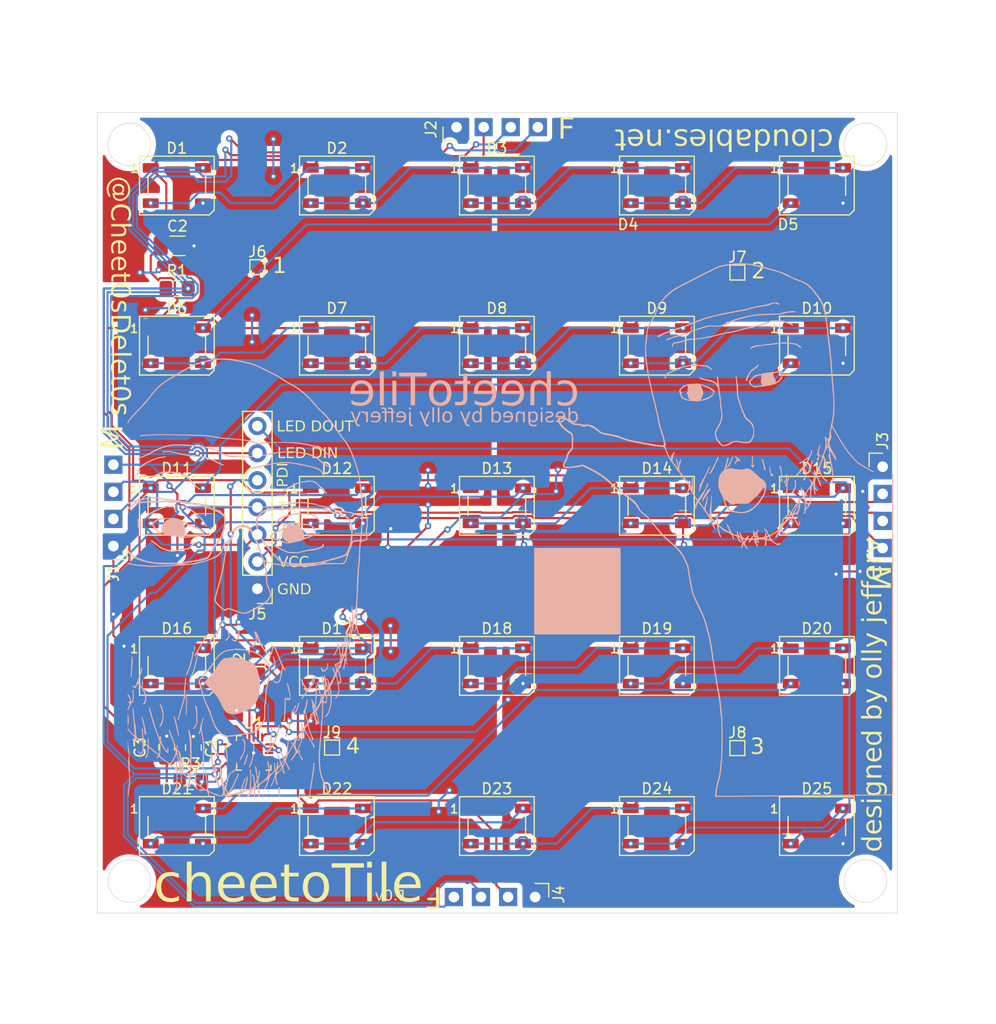
<source format=kicad_pcb>
(kicad_pcb (version 20241229) (generator "pcbnew") (generator_version "9.0")
  (layers (0 "F.Cu" signal) (2 "B.Cu" signal) (13 "F.Paste" user) (15 "B.Paste" user) (5 "F.SilkS" user "F.Silkscreen") (7 "B.SilkS" user "B.Silkscreen") (1 "F.Mask" user) (3 "B.Mask" user) (25 "Edge.Cuts" user))
  (net 0 "")
  (net 1 "VCC")
  (net 2 "GND")
  (net 3 "Net-(D1-DOUT)")
  (net 4 "LED_DATA")
  (net 5 "Net-(D2-DOUT)")
  (net 6 "Net-(D3-DOUT)")
  (net 7 "Net-(D4-DOUT)")
  (net 8 "Net-(D5-DOUT)")
  (net 9 "Net-(D6-DOUT)")
  (net 10 "Net-(D7-DOUT)")
  (net 11 "Net-(D8-DOUT)")
  (net 12 "Net-(D10-DIN)")
  (net 13 "Net-(D10-DOUT)")
  (net 14 "Net-(D11-DOUT)")
  (net 15 "Net-(D12-DOUT)")
  (net 16 "Net-(D14-DOUT)")
  (net 17 "Net-(D13-DOUT)")
  (net 18 "Net-(D16-DOUT)")
  (net 19 "Net-(D15-DOUT)")
  (net 20 "Net-(D18-DOUT)")
  (net 21 "Net-(D17-DOUT)")
  (net 22 "Net-(D20-DOUT)")
  (net 23 "Net-(D19-DOUT)")
  (net 24 "Net-(D21-DOUT)")
  (net 25 "Net-(D22-DOUT)")
  (net 26 "Net-(D23-DOUT)")
  (net 27 "Net-(D24-DOUT)")
  (net 28 "DATA_OUT")
  (net 29 "RX")
  (net 30 "TX")
  (net 31 "TOUCH1")
  (net 32 "TOUCH2")
  (net 33 "TOUCH3")
  (net 34 "TOUCH4")
  (net 35 "Net-(U1-PA1)")
  (net 36 "PROGRAM")
  (net 37 "Net-(U1-~{RESET}{slash}PA0)")
  (net 48 "Net-(U1-PA2)")
  (footprint "LED_SMD:LED_WS2812B_PLCC4_5.0x5.0mm_P3.2mm" (layer "F.Cu") (at 207.95 37.35)
    (property "Reference" "D4")
    (property "Value" "WS2812B")
  )
  (footprint "Connector_PinHeader_2.54mm:PinHeader_1x04_P2.54mm_Horizontal" (layer "F.Cu") (at 196.54 104 -90)
    (property "Reference" "J4")
    (property "Value" "Conn_01x04_Socket")
  )
  (footprint "Capacitor_SMD:C_0805_2012Metric_Pad1.18x1.45mm_HandSolder" (layer "F.Cu") (at 170.5 82.0375 90)
    (property "Reference" "R2")
    (property "Value" "470")
  )
  (footprint "LED_SMD:LED_WS2812B_PLCC4_5.0x5.0mm_P3.2mm" (layer "F.Cu") (at 222.95 97.35)
    (property "Reference" "D25")
    (property "Value" "WS2812B")
  )
  (footprint "LED_SMD:LED_WS2812B_PLCC4_5.0x5.0mm_P3.2mm" (layer "F.Cu") (at 162.95 82.35)
    (property "Reference" "D16")
    (property "Value" "WS2812B")
  )
  (footprint "LED_SMD:LED_WS2812B_PLCC4_5.0x5.0mm_P3.2mm" (layer "F.Cu") (at 207.95 52.35)
    (property "Reference" "D9")
    (property "Value" "WS2812B")
  )
  (footprint "LED_SMD:LED_WS2812B_PLCC4_5.0x5.0mm_P3.2mm" (layer "F.Cu") (at 162.95 37.35)
    (property "Reference" "D1")
    (property "Value" "WS2812B")
  )
  (footprint "LED_SMD:LED_WS2812B_PLCC4_5.0x5.0mm_P3.2mm" (layer "F.Cu") (at 177.95 37.35)
    (property "Reference" "D2")
    (property "Value" "WS2812B")
  )
  (footprint "Capacitor_SMD:C_0805_2012Metric_Pad1.18x1.45mm_HandSolder" (layer "F.Cu") (at 164.25 93.2)
    (property "Reference" "R3")
    (property "Value" "470")
  )
  (footprint "LED_SMD:LED_WS2812B_PLCC4_5.0x5.0mm_P3.2mm" (layer "F.Cu") (at 222.95 67.35)
    (property "Reference" "D15")
    (property "Value" "WS2812B")
  )
  (footprint "LED_SMD:LED_WS2812B_PLCC4_5.0x5.0mm_P3.2mm" (layer "F.Cu") (at 207.95 82.35)
    (property "Reference" "D19")
    (property "Value" "WS2812B")
  )
  (footprint "LED_SMD:LED_WS2812B_PLCC4_5.0x5.0mm_P3.2mm" (layer "F.Cu") (at 192.95 52.35)
    (property "Reference" "D8")
    (property "Value" "WS2812B")
  )
  (footprint "LED_SMD:LED_WS2812B_PLCC4_5.0x5.0mm_P3.2mm" (layer "F.Cu") (at 222.95 82.35)
    (property "Reference" "D20")
    (property "Value" "WS2812B")
  )
  (footprint "Package_DFN_QFN:VQFN-20-1EP_3x3mm_P0.4mm_EP1.7x1.7mm" (layer "F.Cu") (at 170.15 90.5)
    (property "Reference" "U1")
    (property "Value" "ATtiny1616-M")
  )
  (footprint "LED_SMD:LED_WS2812B_PLCC4_5.0x5.0mm_P3.2mm" (layer "F.Cu") (at 162.95 52.35)
    (property "Reference" "D6")
    (property "Value" "WS2812B")
  )
  (footprint "TestPoint:TestPoint_Pad_1.0x1.0mm" (layer "F.Cu") (at 215.5 90.05)
    (property "Reference" "J8")
    (property "Value" "Conn_01x01")
  )
  (footprint "LED_SMD:LED_WS2812B_PLCC4_5.0x5.0mm_P3.2mm" (layer "F.Cu") (at 162.95 67.35)
    (property "Reference" "D11")
    (property "Value" "WS2812B")
  )
  (footprint "Capacitor_SMD:C_0805_2012Metric_Pad1.18x1.45mm_HandSolder" (layer "F.Cu") (at 162 89.9625 -90)
    (property "Reference" "C3")
    (property "Value" "10µF")
  )
  (footprint "LED_SMD:LED_WS2812B_PLCC4_5.0x5.0mm_P3.2mm" (layer "F.Cu") (at 222.95 37.35)
    (property "Reference" "D5")
    (property "Value" "WS2812B")
  )
  (footprint "LED_SMD:LED_WS2812B_PLCC4_5.0x5.0mm_P3.2mm" (layer "F.Cu") (at 177.95 82.35)
    (property "Reference" "D17")
    (property "Value" "WS2812B")
  )
  (footprint "LED_SMD:LED_WS2812B_PLCC4_5.0x5.0mm_P3.2mm" (layer "F.Cu") (at 177.95 52.35)
    (property "Reference" "D7")
    (property "Value" "WS2812B")
  )
  (footprint "TestPoint:TestPoint_Pad_1.0x1.0mm" (layer "F.Cu") (at 170.5 45)
    (property "Reference" "J6")
    (property "Value" "Conn_01x01")
  )
  (footprint "LED_SMD:LED_WS2812B_PLCC4_5.0x5.0mm_P3.2mm" (layer "F.Cu") (at 177.95 97.35)
    (property "Reference" "D22")
    (property "Value" "WS2812B")
  )
  (footprint "Capacitor_SMD:C_0805_2012Metric_Pad1.18x1.45mm_HandSolder" (layer "F.Cu") (at 164.5 90 -90)
    (property "Reference" "C1")
    (property "Value" "0.1 µF")
  )
  (footprint "Capacitor_SMD:C_1206_3216Metric_Pad1.33x1.80mm_HandSolder" (layer "F.Cu") (at 163 43)
    (property "Reference" "C2")
    (property "Value" "100µF")
  )
  (footprint "LED_SMD:LED_WS2812B_PLCC4_5.0x5.0mm_P3.2mm" (layer "F.Cu") (at 192.95 97.35)
    (property "Reference" "D23")
    (property "Value" "WS2812B")
  )
  (footprint "LED_SMD:LED_WS2812B_PLCC4_5.0x5.0mm_P3.2mm" (layer "F.Cu") (at 177.95 67.35)
    (property "Reference" "D12")
    (property "Value" "WS2812B")
  )
  (footprint "LED_SMD:LED_WS2812B_PLCC4_5.0x5.0mm_P3.2mm" (layer "F.Cu") (at 222.95 52.35)
    (property "Reference" "D10")
    (property "Value" "WS2812B")
  )
  (footprint "LED_SMD:LED_WS2812B_PLCC4_5.0x5.0mm_P3.2mm" (layer "F.Cu") (at 207.95 67.35)
    (property "Reference" "D14")
    (property "Value" "WS2812B")
  )
  (footprint "LED_SMD:LED_WS2812B_PLCC4_5.0x5.0mm_P3.2mm" (layer "F.Cu") (at 162.95 97.35)
    (property "Reference" "D21")
    (property "Value" "WS2812B")
  )
  (footprint "TestPoint:TestPoint_Pad_1.0x1.0mm" (layer "F.Cu") (at 177.5 90)
    (property "Reference" "J9")
    (property "Value" "Conn_01x01")
  )
  (footprint "LED_SMD:LED_WS2812B_PLCC4_5.0x5.0mm_P3.2mm" (layer "F.Cu") (at 192.95 82.35)
    (property "Reference" "D18")
    (property "Value" "WS2812B")
  )
  (footprint "Connector_PinHeader_2.54mm:PinHeader_1x04_P2.54mm_Horizontal" (layer "F.Cu") (at 157 71.12 180)
    (property "Reference" "J1")
    (property "Value" "Conn_01x04_Pin")
  )
  (footprint "LED_SMD:LED_WS2812B_PLCC4_5.0x5.0mm_P3.2mm" (layer "F.Cu") (at 207.95 97.35)
    (property "Reference" "D24")
    (property "Value" "WS2812B")
  )
  (footprint "LED_SMD:LED_WS2812B_PLCC4_5.0x5.0mm_P3.2mm" (layer "F.Cu") (at 192.95 67.35)
    (property "Reference" "D13")
    (property "Value" "WS2812B")
  )
  (footprint "LED_SMD:LED_WS2812B_PLCC4_5.0x5.0mm_P3.2mm" (layer "F.Cu") (at 192.95 37.35)
    (property "Reference" "D3")
    (property "Value" "WS2812B")
  )
  (footprint "Connector_PinHeader_2.54mm:PinHeader_1x07_P2.54mm_Vertical" (layer "F.Cu") (at 170.5 75.12 180)
    (property "Reference" "J5")
    (property "Value" "Conn_01x07_Pin")
  )
  (footprint "Connector_PinHeader_2.54mm:PinHeader_1x04_P2.54mm_Horizontal" (layer "F.Cu") (at 229.115 63.69)
    (property "Reference" "J3")
    (property "Value" "Conn_01x04_Pin")
  )
  (footprint "Connector_PinHeader_2.54mm:PinHeader_1x04_P2.54mm_Horizontal" (layer "F.Cu") (at 189.17 31.885 90)
    (property "Reference" "J2")
    (property "Value" "Conn_01x04_Socket")
  )
  (footprint "TestPoint:TestPoint_Pad_1.0x1.0mm" (layer "F.Cu") (at 215.5 45.5)
    (property "Reference" "J7")
    (property "Value" "Conn_01x01")
  )
  (footprint "Capacitor_SMD:C_0805_2012Metric_Pad1.18x1.45mm_HandSolder" (layer "F.Cu") (at 162.9625 47)
    (property "Reference" "R1")
    (property "Value" "470")
  )
  (gr_circle (center 170.5 64.95) (end 171.7 64.95) (stroke (width 0.1)) (fill no) (layer "F.SilkS"))
  (gr_poly (pts (xy 173.169821 63.251831) (xy 173.317241 63.257925) (xy 173.628809 63.28348) (xy 173.970638 63.327722) (xy 174.352279 63.391684) (xy 174.783281 63.476399) (xy 175.273194 63.582902) (xy 175.537219 63.643314) (xy 175.651194 63.670647) (xy 175.75424 63.696451) (xy 175.847177 63.721014) (xy 175.930828 63.744627) (xy 176.006015 63.767578) (xy 176.073559 63.790157) (xy 176.134281 63.812654) (xy 176.189004 63.835357) (xy 176.238549 63.858556) (xy 176.283737 63.882541) (xy 176.325391 63.907601) (xy 176.364332 63.934025) (xy 176.401381 63.962102) (xy 176.43736 63.992123) (xy 176.468415 64.02114) (xy 176.50042 64.054761) (xy 176.532921 64.092217) (xy 176.565464 64.132738) (xy 176.597593 64.175553) (xy 176.628854 64.219892) (xy 176.658792 64.264986) (xy 176.686952 64.310064) (xy 176.71288 64.354357) (xy 176.736121 64.397094) (xy 176.756219 64.437506) (xy 176.772722 64.474823) (xy 176.785172 64.508274) (xy 176.793117 64.537089) (xy 176.795257 64.549518) (xy 176.7961 64.5605) (xy 176.79559 64.569937) (xy 176.793668 64.577735) (xy 176.789809 64.587034) (xy 176.786109 64.595078) (xy 176.784292 64.598624) (xy 176.782482 64.60185) (xy 176.780668 64.604755) (xy 176.778839 64.607336) (xy 176.776985 64.609591) (xy 176.775094 64.611519) (xy 176.773154 64.613117) (xy 176.771157 64.614384) (xy 176.769089 64.615318) (xy 176.76694 64.615917) (xy 176.7647 64.616178) (xy 176.762358 64.6161) (xy 176.759901 64.615681) (xy 176.75732 64.614919) (xy 176.754603 64.613812) (xy 176.75174 64.612358) (xy 176.748719 64.610556) (xy 176.745529 64.608402) (xy 176.74216 64.605896) (xy 176.7386 64.603036) (xy 176.730865 64.596242) (xy 176.722236 64.588007) (xy 176.712625 64.578315) (xy 176.701945 64.56715) (xy 176.694849 64.559567) (xy 176.686855 64.550145) (xy 176.668541 64.52636) (xy 176.647746 64.496953) (xy 176.625215 64.463081) (xy 176.601692 64.425902) (xy 176.577921 64.386573) (xy 176.554646 64.346252) (xy 176.532612 64.306097) (xy 176.516952 64.278034) (xy 176.501592 64.251926) (xy 176.486335 64.227574) (xy 176.470985 64.204783) (xy 176.455346 64.183356) (xy 176.439221 64.163097) (xy 176.422414 64.143809) (xy 176.404729 64.125297) (xy 176.385969 64.107363) (xy 176.365937 64.089812) (xy 176.344438 64.072447) (xy 176.321275 64.055072) (xy 176.296252 64.03749) (xy 176.269172 64.019505) (xy 176.239838 64.000921) (xy 176.208056 63.981541) (xy 176.117671 63.932943) (xy 176.016784 63.888439) (xy 175.894897 63.845175) (xy 175.741508 63.8003) (xy 175.546115 63.750959) (xy 175.29822 63.694301) (xy 174.602917 63.547623) (xy 174.30606 63.48823) (xy 174.054347 63.44157) (xy 173.837692 63.406485) (xy 173.739359 63.392922) (xy 173.646007 63.381818) (xy 173.556376 63.37303) (xy 173.469204 63.366412) (xy 173.383232 63.36182) (xy 173.297198 63.359108) (xy 173.119899 63.35875) (xy 172.927222 63.364179) (xy 172.678459 63.376609) (xy 172.448547 63.393503) (xy 172.23021 63.41602) (xy 172.016174 63.445317) (xy 171.79916 63.482552) (xy 171.571894 63.528881) (xy 171.327099 63.585464) (xy 171.0575 63.653457) (xy 170.97481 63.674507) (xy 170.886458 63.695191) (xy 170.698548 63.734651) (xy 170.505347 63.770225) (xy 170.31843 63.800301) (xy 170.149373 63.823266) (xy 170.00975 63.837508) (xy 169.954594 63.840854) (xy 169.911138 63.841414) (xy 169.880828 63.838988) (xy 169.871055 63.836592) (xy 169.865111 63.833373) (xy 169.861061 63.828053) (xy 169.858797 63.822684) (xy 169.858266 63.81728) (xy 169.859413 63.811855) (xy 169.862186 63.806422) (xy 169.86653 63.800995) (xy 169.879719 63.790213) (xy 169.89855 63.779617) (xy 169.922596 63.769315) (xy 169.951427 63.759417) (xy 169.984615 63.75003) (xy 170.021729 63.741263) (xy 170.062343 63.733224) (xy 170.106026 63.726023) (xy 170.152349 63.719768) (xy 170.200885 63.714567) (xy 170.251203 63.710529) (xy 170.302875 63.707761) (xy 170.355472 63.706374) (xy 170.411848 63.704514) (xy 170.473102 63.698106) (xy 170.544112 63.68591) (xy 170.629757 63.666686) (xy 170.734915 63.639195) (xy 170.864464 63.602194) (xy 171.023283 63.554445) (xy 171.21625 63.494707) (xy 171.306959 63.470853) (xy 171.425326 63.444767) (xy 171.566926 63.417192) (xy 171.727337 63.388874) (xy 171.902134 63.360555) (xy 172.086894 63.332981) (xy 172.277194 63.306895) (xy 172.46861 63.28304) (xy 172.746692 63.258738) (xy 173.026385 63.250022)) (fill yes) (layer "B.SilkS"))
  (gr_poly (pts (xy 161.351759 85.928048) (xy 161.356924 85.928541) (xy 161.362353 85.929439) (xy 161.368015 85.930733) (xy 161.379923 85.934459) (xy 161.39241 85.939633) (xy 161.405238 85.946165) (xy 161.418169 85.953969) (xy 161.430966 85.962957) (xy 161.443391 85.97304) (xy 161.455206 85.98413) (xy 161.46081 85.990026) (xy 161.466173 85.996141) (xy 161.471265 86.002464) (xy 161.476055 86.008983) (xy 161.492195 86.03424) (xy 161.508763 86.064684) (xy 161.525611 86.0998) (xy 161.542587 86.139071) (xy 161.559543 86.18198) (xy 161.576328 86.22801) (xy 161.608788 86.327367) (xy 161.638767 86.433007) (xy 161.665067 86.540796) (xy 161.686489 86.646602) (xy 161.694996 86.697468) (xy 161.701833 86.746288) (xy 161.707304 86.800605) (xy 161.710542 86.858695) (xy 161.711631 86.92003) (xy 161.710653 86.984083) (xy 161.70769 87.050327) (xy 161.702825 87.118236) (xy 161.696142 87.187281) (xy 161.687722 87.256935) (xy 161.677649 87.326673) (xy 161.666004 87.395966) (xy 161.652871 87.464287) (xy 161.638333 87.53111) (xy 161.622472 87.595907) (xy 161.60537 87.658151) (xy 161.587111 87.717315) (xy 161.567777 87.772872) (xy 161.5528 87.81154) (xy 161.538246 87.846901) (xy 161.524044 87.879038) (xy 161.510121 87.908032) (xy 161.503241 87.921377) (xy 161.496404 87.933967) (xy 161.4896 87.945813) (xy 161.482822 87.956926) (xy 161.476058 87.967314) (xy 161.469301 87.97699) (xy 161.462542 87.985963) (xy 161.455771 87.994243) (xy 161.448979 88.001842) (xy 161.442157 88.008768) (xy 161.435297 88.015033) (xy 161.428389 88.020647) (xy 161.421424 88.02562) (xy 161.414393 88.029963) (xy 161.407288 88.033685) (xy 161.400098 88.036798) (xy 161.392815 88.039311) (xy 161.38543 88.041235) (xy 161.377935 88.042581) (xy 161.370319 88.043358) (xy 161.362573 88.043576) (xy 161.35469 88.043247) (xy 161.346659 88.042381) (xy 161.338472 88.040987) (xy 161.329212 88.038984) (xy 161.321281 88.036873) (xy 161.314683 88.034544) (xy 161.311885 88.033265) (xy 161.309423 88.03189) (xy 161.307297 88.030407) (xy 161.305507 88.028802) (xy 161.304054 88.027062) (xy 161.302939 88.025172) (xy 161.302163 88.023119) (xy 161.301726 88.02089) (xy 161.301628 88.018471) (xy 161.301871 88.015849) (xy 161.302455 88.01301) (xy 161.303381 88.00994) (xy 161.304649 88.006626) (xy 161.30626 88.003054) (xy 161.310514 87.995083) (xy 161.316148 87.985918) (xy 161.323166 87.975451) (xy 161.331575 87.963574) (xy 161.352583 87.935152) (xy 161.369852 87.911172) (xy 161.387213 87.883041) (xy 161.404595 87.850994) (xy 161.421926 87.815262) (xy 161.439133 87.776078) (xy 161.456143 87.733675) (xy 161.489284 87.640141) (xy 161.520773 87.53652) (xy 161.550028 87.424672) (xy 161.576473 87.306457) (xy 161.599528 87.183736) (xy 161.610862 87.106283) (xy 161.615023 87.071966) (xy 161.618104 87.039702) (xy 161.620048 87.008823) (xy 161.620798 86.978662) (xy 161.620297 86.948552) (xy 161.61849 86.917828) (xy 161.615317 86.885822) (xy 161.610724 86.851868) (xy 161.604653 86.815299) (xy 161.597047 86.775449) (xy 161.577004 86.683237) (xy 161.550139 86.5699) (xy 161.530729 86.492999) (xy 161.509955 86.417049) (xy 161.488437 86.343992) (xy 161.466795 86.275772) (xy 161.445649 86.214332) (xy 161.425619 86.161615) (xy 161.416217 86.139135) (xy 161.407326 86.119565) (xy 161.399024 86.103147) (xy 161.391389 86.090124) (xy 161.377216 86.066559) (xy 161.363993 86.043821) (xy 161.352011 86.022407) (xy 161.341559 86.002811) (xy 161.336997 85.99385) (xy 161.332925 85.98553) (xy 161.329381 85.977913) (xy 161.3264 85.971061) (xy 161.324019 85.965035) (xy 161.322273 85.959898) (xy 161.321199 85.955712) (xy 161.320925 85.953994) (xy 161.320833 85.952538) (xy 161.321138 85.947844) (xy 161.322034 85.943677) (xy 161.32349 85.940025) (xy 161.325477 85.936877) (xy 161.327966 85.934223) (xy 161.330925 85.932052) (xy 161.334327 85.930352) (xy 161.338141 85.929112) (xy 161.342338 85.928323) (xy 161.346887 85.927971)) (fill yes) (layer "B.SilkS"))
  (gr_poly (pts (xy 174.388128 85.823138) (xy 174.393069 85.823699) (xy 174.397865 85.824659) (xy 174.402485 85.826012) (xy 174.406899 85.827751) (xy 174.411077 85.82987) (xy 174.414987 85.832363) (xy 174.418601 85.835222) (xy 174.421887 85.838442) (xy 174.424815 85.842016) (xy 174.427355 85.845937) (xy 174.429477 85.8502) (xy 174.431149 85.854797) (xy 174.432342 85.859722) (xy 174.433026 85.864968) (xy 174.433169 85.87053) (xy 174.432742 85.876401) (xy 174.431715 85.882574) (xy 174.430056 85.889043) (xy 174.399629 85.993992) (xy 174.377966 86.072595) (xy 174.355971 86.157152) (xy 174.341156 86.2099) (xy 174.324594 86.262125) (xy 174.30644 86.313554) (xy 174.286849 86.363914) (xy 174.265977 86.41293) (xy 174.243979 86.460328) (xy 174.221009 86.505835) (xy 174.197222 86.549177) (xy 174.172774 86.590079) (xy 174.147819 86.628269) (xy 174.122513 86.663471) (xy 174.097011 86.695413) (xy 174.071468 86.72382) (xy 174.046038 86.748419) (xy 174.033414 86.759204) (xy 174.020876 86.768935) (xy 174.008445 86.777576) (xy 173.996139 86.785094) (xy 173.97803 86.796256) (xy 173.961901 86.805924) (xy 173.947498 86.814093) (xy 173.934568 86.820758) (xy 173.928576 86.823526) (xy 173.922857 86.825915) (xy 173.91738 86.827926) (xy 173.912113 86.829557) (xy 173.907024 86.830809) (xy 173.902081 86.83168) (xy 173.897254 86.832171) (xy 173.89251 86.832279) (xy 173.887818 86.832005) (xy 173.883145 86.831348) (xy 173.878462 86.830307) (xy 173.873734 86.828882) (xy 173.868932 86.827072) (xy 173.864023 86.824876) (xy 173.858977 86.822294) (xy 173.85376 86.819325) (xy 173.848341 86.815969) (xy 173.84269 86.812224) (xy 173.83056 86.803567) (xy 173.817119 86.79335) (xy 173.802111 86.781566) (xy 173.713917 86.711013) (xy 173.847973 86.435848) (xy 173.87719 86.376608) (xy 173.904114 86.323089) (xy 173.928929 86.275058) (xy 173.951821 86.232283) (xy 173.972978 86.19453) (xy 173.982963 86.177465) (xy 173.992584 86.161568) (xy 174.001864 86.146811) (xy 174.010826 86.133164) (xy 174.019493 86.120599) (xy 174.027889 86.109085) (xy 174.036037 86.098595) (xy 174.043961 86.089099) (xy 174.051682 86.080568) (xy 174.059226 86.072974) (xy 174.066614 86.066286) (xy 174.073871 86.060475) (xy 174.081019 86.055514) (xy 174.088082 86.051373) (xy 174.095083 86.048022) (xy 174.102045 86.045432) (xy 174.108992 86.043575) (xy 174.115946 86.042422) (xy 174.122931 86.041943) (xy 174.129971 86.042109) (xy 174.137088 86.042892) (xy 174.144306 86.044262) (xy 174.152319 86.045806) (xy 174.159134 86.047852) (xy 174.162079 86.04909) (xy 174.164708 86.050486) (xy 174.167017 86.052052) (xy 174.169001 86.053798) (xy 174.170653 86.055735) (xy 174.17197 86.057874) (xy 174.172946 86.060227) (xy 174.173576 86.062804) (xy 174.173854 86.065615) (xy 174.173775 86.068673) (xy 174.173335 86.071988) (xy 174.172528 86.075571) (xy 174.171349 86.079433) (xy 174.169793 86.083586) (xy 174.165527 86.092804) (xy 174.159691 86.103314) (xy 174.152243 86.115204) (xy 174.143141 86.128562) (xy 174.132344 86.143475) (xy 174.119811 86.160032) (xy 174.1055 86.178319) (xy 174.085448 86.206846) (xy 174.065137 86.237857) (xy 174.044806 86.270864) (xy 174.024692 86.305374) (xy 174.005032 86.340897) (xy 173.986066 86.376943) (xy 173.968029 86.413019) (xy 173.95116 86.448635) (xy 173.935697 86.4833) (xy 173.921877 86.516524) (xy 173.909938 86.547815) (xy 173.900117 86.576682) (xy 173.892653 86.602635) (xy 173.887784 86.625182) (xy 173.885746 86.643832) (xy 173.885863 86.651543) (xy 173.886777 86.658095) (xy 173.891575 86.672644) (xy 173.897959 86.68333) (xy 173.90582 86.690319) (xy 173.915048 86.69378) (xy 173.925534 86.693879) (xy 173.93717 86.690783) (xy 173.949846 86.684661) (xy 173.963452 86.675679) (xy 173.99302 86.649806) (xy 174.025002 86.614501) (xy 174.058524 86.571104) (xy 174.092712 86.520953) (xy 174.126694 86.465386) (xy 174.159595 86.405742) (xy 174.190543 86.343359) (xy 174.218665 86.279576) (xy 174.243086 86.215731) (xy 174.262934 86.153162) (xy 174.277335 86.093207) (xy 174.285416 86.037206) (xy 174.288379 86.008213) (xy 174.291921 85.979881) (xy 174.295958 85.952871) (xy 174.30041 85.927846) (xy 174.302764 85.916284) (xy 174.305191 85.905467) (xy 174.307681 85.895476) (xy 174.310221 85.886394) (xy 174.312803 85.878305) (xy 174.315417 85.871291) (xy 174.31805 85.865434) (xy 174.320695 85.860818) (xy 174.324483 85.855111) (xy 174.32855 85.849895) (xy 174.332867 85.845161) (xy 174.337403 85.840905) (xy 174.342128 85.837118) (xy 174.347011 85.833796) (xy 174.352022 85.830931) (xy 174.35713 85.828516) (xy 174.362306 85.826546) (xy 174.367518 85.825015) (xy 174.372737 85.823914) (xy 174.377932 85.823239) (xy 174.383072 85.822982)) (fill yes) (layer "B.SilkS"))
  (gr_poly (pts (xy 162.547856 68.496836) (xy 162.652707 68.501602) (xy 162.749332 68.508994) (xy 162.83866 68.519144) (xy 162.921621 68.532189) (xy 162.999146 68.548262) (xy 163.072165 68.567498) (xy 163.141607 68.590031) (xy 163.208404 68.615995) (xy 163.273486 68.645524) (xy 163.337781 68.678754) (xy 163.402222 68.715818) (xy 163.525908 68.786635) (xy 163.66675 68.861669) (xy 163.81677 68.937199) (xy 163.967989 69.009505) (xy 164.112429 69.074865) (xy 164.242109 69.12956) (xy 164.349051 69.169867) (xy 164.391503 69.183463) (xy 164.425278 69.192068) (xy 164.496265 69.209461) (xy 164.570998 69.232162) (xy 164.648512 69.259607) (xy 164.72784 69.291232) (xy 164.808015 69.326474) (xy 164.888071 69.364771) (xy 164.967042 69.405558) (xy 165.043962 69.448273) (xy 165.117863 69.492352) (xy 165.187781 69.537232) (xy 165.252747 69.58235) (xy 165.311797 69.627142) (xy 165.363964 69.671045) (xy 165.40828 69.713497) (xy 165.427193 69.734002) (xy 165.443781 69.753933) (xy 165.457924 69.773219) (xy 165.4695 69.79179) (xy 165.475286 69.803309) (xy 165.480731 69.815313) (xy 165.485824 69.82771) (xy 165.490556 69.840407) (xy 165.494916 69.853311) (xy 165.498893 69.866328) (xy 165.502478 69.879366) (xy 165.505659 69.892331) (xy 165.508428 69.905131) (xy 165.510772 69.917673) (xy 165.512682 69.929863) (xy 165.514148 69.941609) (xy 165.515159 69.952818) (xy 165.515705 69.963396) (xy 165.515776 69.97325) (xy 165.515361 69.982288) (xy 165.512455 69.996122) (xy 165.508815 70.008623) (xy 165.504121 70.019945) (xy 165.498053 70.030245) (xy 165.490289 70.039676) (xy 165.48051 70.048394) (xy 165.468396 70.056553) (xy 165.453625 70.06431) (xy 165.435877 70.071819) (xy 165.414833 70.079234) (xy 165.390171 70.086712) (xy 165.361572 70.094406) (xy 165.291278 70.111067) (xy 165.201388 70.130456) (xy 165.022474 70.16782) (xy 164.848583 70.201831) (xy 164.680273 70.232442) (xy 164.518102 70.259606) (xy 164.362629 70.283276) (xy 164.21441 70.303407) (xy 164.074005 70.319951) (xy 163.941972 70.332862) (xy 163.818869 70.342094) (xy 163.705253 70.3476) (xy 163.601683 70.349334) (xy 163.508717 70.347249) (xy 163.426913 70.341298) (xy 163.35683 70.331436) (xy 163.299024 70.317615) (xy 163.274901 70.309205) (xy 163.254056 70.299789) (xy 163.247376 70.296444) (xy 163.239317 70.293043) (xy 163.229987 70.289611) (xy 163.219494 70.286174) (xy 163.195454 70.279387) (xy 163.168066 70.27289) (xy 163.138197 70.266889) (xy 163.106716 70.261591) (xy 163.07449 70.257203) (xy 163.042389 70.25393) (xy 162.62828 70.202165) (xy 163.38065 70.202165) (xy 163.380752 70.203994) (xy 163.381807 70.205911) (xy 163.383825 70.207908) (xy 163.386818 70.209977) (xy 163.390797 70.21211) (xy 163.395773 70.214297) (xy 163.401756 70.21653) (xy 163.408758 70.218802) (xy 163.425862 70.223426) (xy 163.447173 70.228102) (xy 163.472777 70.232763) (xy 163.512977 70.236678) (xy 163.567662 70.237958) (xy 163.713934 70.233314) (xy 163.898488 70.220237) (xy 164.108219 70.200131) (xy 164.330021 70.174403) (xy 164.550789 70.144458) (xy 164.757419 70.111702) (xy 164.936806 70.07754) (xy 164.988358 70.065999) (xy 165.039001 70.055326) (xy 165.087494 70.045728) (xy 165.132597 70.037412) (xy 165.17307 70.030584) (xy 165.207673 70.025451) (xy 165.235164 70.022219) (xy 165.245856 70.021381) (xy 165.254305 70.021096) (xy 165.264382 70.020952) (xy 165.274105 70.020521) (xy 165.283473 70.019805) (xy 165.292484 70.018808) (xy 165.301135 70.017532) (xy 165.309426 70.01598) (xy 165.317353 70.014154) (xy 165.324916 70.012056) (xy 165.332112 70.00969) (xy 165.338938 70.007057) (xy 165.345394 70.004161) (xy 165.351478 70.001004) (xy 165.357186 69.997589) (xy 165.362518 69.993917) (xy 165.367472 69.989993) (xy 165.372045 69.985818) (xy 165.376236 69.981395) (xy 165.380042 69.976726) (xy 165.383462 69.971815) (xy 165.386494 69.966663) (xy 165.389135 69.961274) (xy 165.391385 69.955649) (xy 165.39324 69.949792) (xy 165.3947 69.943705) (xy 165.395762 69.937391) (xy 165.396423 69.930852) (xy 165.396683 69.924091) (xy 165.39654 69.91711) (xy 165.39599 69.909912) (xy 165.395033 69.902499) (xy 165.393667 69.894875) (xy 165.391889 69.887041) (xy 165.387114 69.874879) (xy 165.379488 69.861594) (xy 165.356184 69.831961) (xy 165.322979 69.798752) (xy 165.280874 69.762576) (xy 165.230874 69.724045) (xy 165.17398 69.683766) (xy 165.111195 69.642351) (xy 165.043521 69.600408) (xy 164.971961 69.558548) (xy 164.897518 69.517381) (xy 164.821193 69.477516) (xy 164.74399 69.439563) (xy 164.666912 69.404131) (xy 164.590959 69.371832) (xy 164.517136 69.343274) (xy 164.446445 69.319066) (xy 164.376736 69.296915) (xy 164.30153 69.270836) (xy 164.223264 69.241862) (xy 164.144378 69.211029) (xy 164.067312 69.179369) (xy 163.994503 69.147915) (xy 163.928392 69.117702) (xy 163.871417 69.089762) (xy 163.819513 69.064048) (xy 163.770379 69.040152) (xy 163.725131 69.018572) (xy 163.684885 68.999804) (xy 163.650758 68.984343) (xy 163.623866 68.972685) (xy 163.605324 68.965326) (xy 163.599534 68.963414) (xy 163.59625 68.962763) (xy 163.590801 68.963381) (xy 163.586397 68.965388) (xy 163.583088 68.969018) (xy 163.580926 68.974504) (xy 163.579963 68.982077) (xy 163.580251 68.99197) (xy 163.581841 69.004416) (xy 163.584785 69.019648) (xy 163.594941 69.059397) (xy 163.611133 69.113079) (xy 163.633774 69.182553) (xy 163.663278 69.26968) (xy 163.680565 69.324581) (xy 163.697729 69.384773) (xy 163.714313 69.448273) (xy 163.729864 69.513096) (xy 163.743927 69.577257) (xy 163.756047 69.638773) (xy 163.765769 69.695659) (xy 163.772639 69.74593) (xy 163.776303 69.783452) (xy 163.779301 69.816912) (xy 163.781545 69.846714) (xy 163.782946 69.87326) (xy 163.783418 69.896954) (xy 163.783277 69.907857) (xy 163.782871 69.918198) (xy 163.782188 69.928027) (xy 163.781218 69.937396) (xy 163.779949 69.946353) (xy 163.778371 69.95495) (xy 163.776473 69.963237) (xy 163.774243 69.971264) (xy 163.771671 69.979082) (xy 163.768746 69.986741) (xy 163.765456 69.994292) (xy 163.761791 70.001784) (xy 163.75774 70.009269) (xy 163.753291 70.016796) (xy 163.748434 70.024416) (xy 163.743158 70.03218) (xy 163.731304 70.048339) (xy 163.717642 70.065677) (xy 163.702083 70.084595) (xy 163.690801 70.097489) (xy 163.679463 70.109696) (xy 163.668093 70.12119) (xy 163.656718 70.131945) (xy 163.645364 70.141934) (xy 163.634056 70.151134) (xy 163.622821 70.159516) (xy 163.611684 70.167057) (xy 163.600671 70.173729) (xy 163.589808 70.179507) (xy 163.57912 70.184366) (xy 163.568634 70.188278) (xy 163.558375 70.19122) (xy 163.553339 70.192318) (xy 163.54837 70.193163) (xy 163.54347 70.193753) (xy 163.538644 70.194084) (xy 163.533893 70.194152) (xy 163.529222 70.193955) (xy 163.499637 70.191794) (xy 163.473116 70.190559) (xy 163.449747 70.190181) (xy 163.429618 70.190594) (xy 163.412817 70.19173) (xy 163.399432 70.193522) (xy 163.394048 70.194644) (xy 163.38955 70.195904) (xy 163.385951 70.197294) (xy 163.38326 70.198807) (xy 163.38149 70.200434) (xy 163.38065 70.202165) (xy 162.62828 70.202165) (xy 162.590833 70.197484) (xy 162.525218 70.189747) (xy 162.454187 70.182546) (xy 162.379931 70.17609) (xy 162.304642 70.170585) (xy 162.230511 70.166237) (xy 162.159728 70.163254) (xy 162.094485 70.161842) (xy 162.036972 70.162208) (xy 161.981913 70.161084) (xy 161.921272 70.157853) (xy 161.857076 70.152719) (xy 161.791351 70.145891) (xy 161.726121 70.137574) (xy 161.663414 70.127975) (xy 161.605253 70.117302) (xy 161.553667 70.105761) (xy 161.515354 70.096125) (xy 161.480823 70.086882) (xy 161.449642 70.077763) (xy 161.421375 70.068499) (xy 161.395588 70.058822) (xy 161.371848 70.048463) (xy 161.34972 70.037153) (xy 161.339125 70.031057) (xy 161.328771 70.024623) (xy 161.308565 70.010605) (xy 161.28867 69.99483) (xy 161.26865 69.977029) (xy 161.248073 69.956934) (xy 161.226503 69.934275) (xy 161.203507 69.908785) (xy 161.178651 69.880194) (xy 161.1515 69.848234) (xy 161.003774 69.675373) (xy 160.934707 69.595227) (xy 160.90499 69.561644) (xy 160.879861 69.534263) (xy 160.858075 69.508034) (xy 160.834062 69.47624) (xy 160.808323 69.439764) (xy 160.781359 69.39949) (xy 160.725762 69.311082) (xy 160.671281 69.218085) (xy 160.621927 69.127568) (xy 160.600425 69.085449) (xy 160.588906 69.061539) (xy 160.756389 69.061539) (xy 160.758118 69.075916) (xy 160.763279 69.093868) (xy 160.77183 69.115335) (xy 160.783729 69.140254) (xy 160.798936 69.168562) (xy 160.817408 69.200198) (xy 160.863986 69.273207) (xy 160.923131 69.358783) (xy 160.994514 69.456431) (xy 161.077802 69.565654) (xy 161.172667 69.685956) (xy 161.207224 69.727515) (xy 161.24325 69.767405) (xy 161.280474 69.805445) (xy 161.318628 69.841454) (xy 161.357444 69.875251) (xy 161.396653 69.906656) (xy 161.435985 69.935487) (xy 161.475173 69.961564) (xy 161.513948 69.984705) (xy 161.55204 70.004731) (xy 161.589182 70.021459) (xy 161.625104 70.03471) (xy 161.659538 70.044302) (xy 161.676112 70.047669) (xy 161.692214 70.050054) (xy 161.70781 70.051434) (xy 161.722865 70.051786) (xy 161.737347 70.051088) (xy 161.751222 70.049317) (xy 161.777818 70.044432) (xy 161.788212 70.042193) (xy 161.796642 70.040002) (xy 161.803088 70.037789) (xy 161.80556 70.036654) (xy 161.807529 70.035489) (xy 161.808991 70.034285) (xy 161.809944 70.033033) (xy 161.810385 70.031727) (xy 161.810312 70.030356) (xy 161.809723 70.028913) (xy 161.808614 70.027389) (xy 161.806983 70.025776) (xy 161.804828 70.024066) (xy 161.798933 70.020318) (xy 161.79091 70.01608) (xy 161.780736 70.011284) (xy 161.768393 70.005862) (xy 161.737111 69.992875) (xy 161.703024 69.978077) (xy 161.672109 69.962633) (xy 161.644233 69.946311) (xy 161.619261 69.928878) (xy 161.597059 69.910101) (xy 161.586955 69.900136) (xy 161.577493 69.889748) (xy 161.568656 69.878908) (xy 161.560427 69.867587) (xy 161.552791 69.855755) (xy 161.545729 69.843384) (xy 161.539225 69.830445) (xy 161.533263 69.816908) (xy 161.522895 69.787925) (xy 161.514491 69.756203) (xy 161.507916 69.72151) (xy 161.503036 69.683613) (xy 161.499716 69.642279) (xy 161.497823 69.597277) (xy 161.497222 69.548373) (xy 161.498382 69.495731) (xy 161.500715 69.447225) (xy 161.504485 69.402273) (xy 161.509955 69.360298) (xy 161.517389 69.320721) (xy 161.52705 69.282963) (xy 161.539201 69.246445) (xy 161.554107 69.210589) (xy 161.572031 69.174815) (xy 161.593237 69.138545) (xy 161.617987 69.1012) (xy 161.646546 69.062202) (xy 161.679177 69.020971) (xy 161.716144 68.976928) (xy 161.75771 68.929496) (xy 161.804139 68.878095) (xy 161.829291 68.850756) (xy 161.853218 68.825571) (xy 161.876018 68.802464) (xy 161.89779 68.781357) (xy 161.918632 68.762173) (xy 161.938642 68.744833) (xy 161.957918 68.72926) (xy 161.976559 68.715377) (xy 161.994662 68.703107) (xy 162.012326 68.692371) (xy 162.029649 68.683092) (xy 162.046729 68.675193) (xy 162.063664 68.668597) (xy 162.080552 68.663225) (xy 162.097493 68.659) (xy 162.114583 68.655845) (xy 162.127718 68.653701) (xy 162.140621 68.651263) (xy 162.153224 68.648567) (xy 162.16546 68.645648) (xy 162.177262 68.642543) (xy 162.188563 68.639288) (xy 162.199295 68.63592) (xy 162.209392 68.632474) (xy 162.218786 68.628987) (xy 162.22741 68.625494) (xy 162.235197 68.622032) (xy 162.242079 68.618638) (xy 162.24799 68.615347) (xy 162.252862 68.612195) (xy 162.256629 68.609219) (xy 162.258076 68.607808) (xy 162.259222 68.606455) (xy 162.261334 68.600256) (xy 162.25958 68.594894) (xy 162.253734 68.590379) (xy 162.243568 68.586722) (xy 162.228854 68.583933) (xy 162.209365 68.582023) (xy 162.155153 68.58088) (xy 162.079113 68.583374) (xy 161.979425 68.589589) (xy 161.854272 68.599608) (xy 161.701833 68.613512) (xy 161.661565 68.617431) (xy 161.620871 68.622536) (xy 161.538653 68.636091) (xy 161.456073 68.65375) (xy 161.374026 68.675083) (xy 161.293404 68.699661) (xy 161.215103 68.727055) (xy 161.140017 68.756837) (xy 161.069038 68.788578) (xy 161.003062 68.821848) (xy 160.942982 68.856219) (xy 160.915433 68.873683) (xy 160.889692 68.891261) (xy 160.865873 68.908901) (xy 160.844087 68.926547) (xy 160.824445 68.944147) (xy 160.80706 68.961646) (xy 160.792043 68.978992) (xy 160.779505 68.996131) (xy 160.769559 69.013008) (xy 160.762317 69.029572) (xy 160.757889 69.045766) (xy 160.756389 69.061539) (xy 160.588906 69.061539) (xy 160.581709 69.046601) (xy 160.566279 69.011908) (xy 160.554637 68.982254) (xy 160.547284 68.958521) (xy 160.545373 68.949152) (xy 160.544722 68.941595) (xy 160.544917 68.939539) (xy 160.545495 68.937345) (xy 160.547761 68.932569) (xy 160.551443 68.927317) (xy 160.556463 68.921641) (xy 160.562744 68.915594) (xy 160.570209 68.909226) (xy 160.578779 68.902589) (xy 160.588378 68.895735) (xy 160.598928 68.888716) (xy 160.610351 68.881583) (xy 160.62257 68.874388) (xy 160.635507 68.867182) (xy 160.649085 68.860018) (xy 160.663227 68.852947) (xy 160.677854 68.846021) (xy 160.692889 68.83929) (xy 160.724632 68.826158) (xy 160.758318 68.810958) (xy 160.792914 68.794269) (xy 160.827385 68.776672) (xy 160.860699 68.758743) (xy 160.891822 68.741063) (xy 160.919721 68.72421) (xy 160.943361 68.708762) (xy 160.977189 68.685846) (xy 161.012738 68.664672) (xy 161.050323 68.645162) (xy 161.09026 68.627238) (xy 161.132863 68.610823) (xy 161.178447 68.595839) (xy 161.227329 68.58221) (xy 161.279823 68.569857) (xy 161.336244 68.558702) (xy 161.396908 68.548669) (xy 161.462129 68.53968) (xy 161.532224 68.531657) (xy 161.688294 68.5182) (xy 161.867639 68.507679) (xy 162.027577 68.501335) (xy 162.174638 68.496944) (xy 162.309751 68.494641) (xy 162.433847 68.49456)) (fill yes) (layer "B.SilkS"))
  (gr_poly (pts (xy 219.954429 52.036978) (xy 220.127904 52.049622) (xy 220.329532 52.068673) (xy 220.53827 52.091858) (xy 220.733077 52.116904) (xy 220.892908 52.141537) (xy 220.953132 52.152987) (xy 220.996722 52.163482) (xy 221.020335 52.171264) (xy 221.044161 52.180014) (xy 221.068121 52.189668) (xy 221.092138 52.200159) (xy 221.116134 52.211423) (xy 221.140032 52.223394) (xy 221.187223 52.249197) (xy 221.233092 52.277047) (xy 221.277017 52.30642) (xy 221.318379 52.336797) (xy 221.356557 52.367653) (xy 221.390932 52.398469) (xy 221.4065 52.413698) (xy 221.420884 52.428721) (xy 221.434007 52.443473) (xy 221.445792 52.457888) (xy 221.456161 52.471901) (xy 221.465036 52.485448) (xy 221.47234 52.498462) (xy 221.477996 52.510878) (xy 221.481926 52.522632) (xy 221.484053 52.533658) (xy 221.484298 52.54389) (xy 221.482585 52.553265) (xy 221.478836 52.561715) (xy 221.472973 52.569176) (xy 221.470814 52.570976) (xy 221.468311 52.572407) (xy 221.46547 52.573473) (xy 221.4623 52.57418) (xy 221.458807 52.574529) (xy 221.454997 52.574526) (xy 221.44646 52.573477) (xy 221.436744 52.571064) (xy 221.425907 52.567318) (xy 221.414005 52.562269) (xy 221.401096 52.555949) (xy 221.387236 52.548388) (xy 221.372482 52.539619) (xy 221.356891 52.529671) (xy 221.340519 52.518576) (xy 221.323424 52.506364) (xy 221.305661 52.493068) (xy 221.28729 52.478717) (xy 221.268365 52.463343) (xy 221.232438 52.43433) (xy 221.198407 52.408015) (xy 221.165772 52.384201) (xy 221.134031 52.362692) (xy 221.102683 52.343291) (xy 221.071227 52.325802) (xy 221.03916 52.310029) (xy 221.005983 52.295775) (xy 220.971193 52.282844) (xy 220.93429 52.271039) (xy 220.894772 52.260165) (xy 220.852138 52.250024) (xy 220.805887 52.240421) (xy 220.755517 52.231159) (xy 220.640417 52.212872) (xy 220.431989 52.184312) (xy 220.238362 52.164972) (xy 220.048207 52.15514) (xy 219.850197 52.155106) (xy 219.633005 52.165159) (xy 219.385302 52.185589) (xy 219.095762 52.216684) (xy 218.753057 52.258735) (xy 218.552636 52.283207) (xy 218.30591 52.31165) (xy 218.044633 52.340093) (xy 217.800555 52.364568) (xy 217.696815 52.375786) (xy 217.601002 52.387009) (xy 217.512775 52.398325) (xy 217.431793 52.409822) (xy 217.357715 52.421587) (xy 217.290199 52.43371) (xy 217.228906 52.446276) (xy 217.173493 52.459375) (xy 217.12362 52.473095) (xy 217.078945 52.487522) (xy 217.039128 52.502745) (xy 217.020935 52.510682) (xy 217.003828 52.518852) (xy 216.987765 52.527264) (xy 216.972703 52.53593) (xy 216.958599 52.544861) (xy 216.945412 52.554068) (xy 216.933098 52.563562) (xy 216.921615 52.573353) (xy 216.910919 52.583453) (xy 216.90097 52.593873) (xy 216.894827 52.600363) (xy 216.888327 52.606596) (xy 216.881507 52.612566) (xy 216.874403 52.618265) (xy 216.86705 52.623684) (xy 216.859486 52.628817) (xy 216.851746 52.633655) (xy 216.843866 52.638191) (xy 216.835883 52.642417) (xy 216.827833 52.646325) (xy 216.819752 52.649907) (xy 216.811676 52.653156) (xy 216.803641 52.656064) (xy 216.795684 52.658623) (xy 216.78784 52.660826) (xy 216.780147 52.662664) (xy 216.772639 52.66413) (xy 216.765353 52.665217) (xy 216.758326 52.665916) (xy 216.751594 52.666219) (xy 216.745192 52.66612) (xy 216.739157 52.665609) (xy 216.733525 52.66468) (xy 216.728332 52.663325) (xy 216.723615 52.661536) (xy 216.719409 52.659304) (xy 216.715752 52.656624) (xy 216.712678 52.653486) (xy 216.710224 52.649883) (xy 216.708426 52.645807) (xy 216.707321 52.64125) (xy 216.706945 52.636205) (xy 216.707475 52.631582) (xy 216.709035 52.626335) (xy 216.715069 52.614123) (xy 216.724688 52.599875) (xy 216.737538 52.583896) (xy 216.753261 52.566491) (xy 216.7715 52.547964) (xy 216.7919 52.528621) (xy 216.814103 52.508766) (xy 216.837753 52.488705) (xy 216.862493 52.468741) (xy 216.887968 52.449181) (xy 216.913819 52.430328) (xy 216.939691 52.412489) (xy 216.965228 52.395967) (xy 216.990072 52.381067) (xy 217.013866 52.368095) (xy 217.026534 52.362229) (xy 217.040633 52.356554) (xy 217.056024 52.351096) (xy 217.072568 52.345881) (xy 217.090125 52.340935) (xy 217.108555 52.336283) (xy 217.147477 52.327967) (xy 217.188218 52.321139) (xy 217.229662 52.316006) (xy 217.250298 52.31414) (xy 217.270692 52.312775) (xy 217.290703 52.311937) (xy 217.310192 52.311651) (xy 217.40022 52.30924) (xy 217.511829 52.302281) (xy 217.641461 52.291188) (xy 217.785564 52.276374) (xy 217.94058 52.258252) (xy 218.102954 52.237237) (xy 218.269132 52.213742) (xy 218.435558 52.188179) (xy 218.506452 52.177147) (xy 218.5926 52.165413) (xy 218.797596 52.140994) (xy 219.02442 52.117238) (xy 219.246947 52.096458) (xy 219.350279 52.088388) (xy 219.447203 52.080195) (xy 219.535611 52.072085) (xy 219.613395 52.064264) (xy 219.678445 52.05694) (xy 219.728653 52.050318) (xy 219.747533 52.047336) (xy 219.761911 52.044606) (xy 219.771525 52.042156) (xy 219.77611 52.04001) (xy 219.793035 52.035002) (xy 219.83015 52.033016)) (fill yes) (layer "B.SilkS"))
  (gr_poly (pts (xy 163.128948 67.34455) (xy 163.228644 67.34715) (xy 163.317985 67.351444) (xy 163.398784 67.357775) (xy 163.472854 67.366482) (xy 163.54201 67.377908) (xy 163.608066 67.392393) (xy 163.672834 67.410278) (xy 163.73813 67.431905) (xy 163.805767 67.457614) (xy 163.877558 67.487746) (xy 163.955318 67.522643) (xy 164.136 67.608095) (xy 164.181917 67.630439) (xy 164.225855 67.652572) (xy 164.267984 67.674611) (xy 164.308475 67.696676) (xy 164.347499 67.718886) (xy 164.385225 67.741359) (xy 164.421825 67.764214) (xy 164.457469 67.787571) (xy 164.492327 67.811548) (xy 164.52657 67.836264) (xy 164.560369 67.861838) (xy 164.593895 67.888388) (xy 164.627316 67.916034) (xy 164.660805 67.944894) (xy 164.694532 67.975087) (xy 164.728667 68.006733) (xy 164.838799 68.107221) (xy 164.953562 68.210023) (xy 165.059065 68.302903) (xy 165.141417 68.373623) (xy 165.158383 68.387691) (xy 165.176109 68.40332) (xy 165.194445 68.420334) (xy 165.21324 68.438556) (xy 165.251612 68.477927) (xy 165.290024 68.520026) (xy 165.32728 68.563448) (xy 165.362178 68.606788) (xy 165.37837 68.627987) (xy 165.393522 68.648639) (xy 165.407486 68.668568) (xy 165.420111 68.687597) (xy 165.475563 68.774908) (xy 165.540937 68.87545) (xy 165.667055 69.068597) (xy 165.679986 69.088378) (xy 165.692287 69.107953) (xy 165.703906 69.127197) (xy 165.71479 69.145986) (xy 165.72489 69.164197) (xy 165.734152 69.181705) (xy 165.742525 69.198386) (xy 165.749958 69.214116) (xy 165.756399 69.228772) (xy 165.761796 69.242228) (xy 165.766097 69.254362) (xy 165.769251 69.265048) (xy 165.771206 69.274164) (xy 165.771718 69.278094) (xy 165.77191 69.281585) (xy 165.771778 69.284621) (xy 165.771313 69.287187) (xy 165.770509 69.289267) (xy 165.769361 69.290845) (xy 165.764287 69.295745) (xy 165.758989 69.299861) (xy 165.753469 69.303197) (xy 165.747733 69.305756) (xy 165.741781 69.307539) (xy 165.735619 69.30855) (xy 165.729248 69.30879) (xy 165.722673 69.308264) (xy 165.715896 69.306972) (xy 165.708921 69.304919) (xy 165.701751 69.302105) (xy 165.694389 69.298535) (xy 165.679102 69.289133) (xy 165.663087 69.276734) (xy 165.646368 69.261359) (xy 165.628973 69.243028) (xy 165.610927 69.221761) (xy 165.592255 69.19758) (xy 165.572984 69.170505) (xy 165.55314 69.140557) (xy 165.532747 69.107756) (xy 165.511833 69.072123) (xy 165.48165 69.020626) (xy 165.448299 68.967061) (xy 165.41225 68.912009) (xy 165.373974 68.856047) (xy 165.333941 68.799754) (xy 165.292622 68.743709) (xy 165.250485 68.688491) (xy 165.208003 68.634679) (xy 165.165645 68.582851) (xy 165.123881 68.533586) (xy 165.083181 68.487463) (xy 165.044017 68.44506) (xy 165.006857 68.406957) (xy 164.972173 68.373733) (xy 164.940434 68.345965) (xy 164.912111 68.324233) (xy 164.885349 68.305231) (xy 164.853461 68.280688) (xy 164.817605 68.251681) (xy 164.778937 68.219284) (xy 164.738616 68.184571) (xy 164.697798 68.148618) (xy 164.657642 68.112499) (xy 164.619305 68.077289) (xy 164.575158 68.03749) (xy 164.522774 67.9952) (xy 164.463175 67.950987) (xy 164.397386 67.90542) (xy 164.326429 67.859068) (xy 164.251328 67.812499) (xy 164.173105 67.766281) (xy 164.092785 67.720984) (xy 164.011389 67.677174) (xy 163.929942 67.635421) (xy 163.849466 67.596293) (xy 163.770985 67.560359) (xy 163.695522 67.528187) (xy 163.6241 67.500346) (xy 163.557742 67.477403) (xy 163.497472 67.459928) (xy 163.433979 67.445521) (xy 163.365897 67.433966) (xy 163.290291 67.42514) (xy 163.204226 67.418918) (xy 163.104766 67.415176) (xy 162.988976 67.413791) (xy 162.853921 67.414639) (xy 162.696667 67.417596) (xy 162.507359 67.421502) (xy 162.358276 67.42636) (xy 162.295472 67.429649) (xy 162.23871 67.43378) (xy 162.18665 67.438956) (xy 162.137955 67.445376) (xy 162.091285 67.453244) (xy 162.045302 67.46276) (xy 161.998669 67.474126) (xy 161.950046 67.487544) (xy 161.898094 67.503215) (xy 161.841477 67.52134) (xy 161.708889 67.565761) (xy 161.617028 67.597928) (xy 161.52202 67.633258) (xy 161.326511 67.711503) (xy 161.130257 67.796694) (xy 160.941156 67.885026) (xy 160.767103 67.972697) (xy 160.688187 68.015096) (xy 160.615994 68.055904) (xy 160.551511 68.094644) (xy 160.495726 68.130842) (xy 160.449624 68.164021) (xy 160.414194 68.193708) (xy 160.404036 68.20333) (xy 160.394072 68.212353) (xy 160.384311 68.220776) (xy 160.374762 68.2286) (xy 160.365432 68.235824) (xy 160.356329 68.242449) (xy 160.347464 68.248474) (xy 160.338843 68.2539) (xy 160.330475 68.258727) (xy 160.322369 68.262954) (xy 160.314533 68.266582) (xy 160.306976 68.26961) (xy 160.299705 68.272039) (xy 160.29273 68.273868) (xy 160.286058 68.275098) (xy 160.279698 68.275728) (xy 160.273658 68.275759) (xy 160.267947 68.275191) (xy 160.262574 68.274023) (xy 160.257546 68.272255) (xy 160.252872 68.269888) (xy 160.24856 68.266922) (xy 160.244619 68.263356) (xy 160.241057 68.259191) (xy 160.237883 68.254427) (xy 160.235105 68.249062) (xy 160.232731 68.243099) (xy 160.23077 68.236536) (xy 160.229231 68.229374) (xy 160.22812 68.221612) (xy 160.227448 68.213251) (xy 160.227222 68.20429) (xy 160.230249 68.188735) (xy 160.23916 68.171257) (xy 160.273614 68.131026) (xy 160.328541 68.084584) (xy 160.401902 68.032917) (xy 160.491655 67.977012) (xy 160.595758 67.917858) (xy 160.71217 67.856439) (xy 160.838851 67.793745) (xy 161.114851 67.668474) (xy 161.407429 67.549943) (xy 161.554832 67.495671) (xy 161.700255 67.446046) (xy 161.841658 67.402053) (xy 161.977 67.36468) (xy 162.005422 67.360876) (xy 162.059517 67.357403) (xy 162.232323 67.351449) (xy 162.470613 67.346819) (xy 162.749583 67.343511) (xy 163.017081 67.343305)) (fill yes) (layer "B.SilkS"))
  (gr_poly (pts (xy 159.703847 82.509522) (xy 159.706007 82.509797) (xy 159.708063 82.510252) (xy 159.710017 82.510883) (xy 159.711867 82.511687) (xy 159.713613 82.512661) (xy 159.715257 82.513802) (xy 159.716797 82.515107) (xy 159.718233 82.516571) (xy 159.719566 82.518193) (xy 159.720796 82.519968) (xy 159.721923 82.521893) (xy 159.723866 82.526183) (xy 159.725396 82.531037) (xy 159.726512 82.536427) (xy 159.727215 82.542329) (xy 159.727504 82.548717) (xy 159.72738 82.555565) (xy 159.726843 82.562847) (xy 159.725892 82.570537) (xy 159.724527 82.578609) (xy 159.72275 82.587038) (xy 159.703127 82.669038) (xy 159.676889 82.76679) (xy 159.645359 82.876199) (xy 159.609861 82.993173) (xy 159.571717 83.113621) (xy 159.53225 83.233448) (xy 159.492783 83.348562) (xy 159.454639 83.45487) (xy 159.428644 83.525679) (xy 159.406256 83.589078) (xy 159.387527 83.645759) (xy 159.37955 83.671796) (xy 159.372508 83.696414) (xy 159.366406 83.719699) (xy 159.361251 83.741736) (xy 159.357049 83.762614) (xy 159.353808 83.782418) (xy 159.351532 83.801235) (xy 159.35023 83.819152) (xy 159.349907 83.836254) (xy 159.350569 83.85263) (xy 159.352224 83.868364) (xy 159.354877 83.883544) (xy 159.358536 83.898257) (xy 159.363206 83.912588) (xy 159.368894 83.926625) (xy 159.375606 83.940454) (xy 159.38335 83.954162) (xy 159.392131 83.967834) (xy 159.401956 83.981558) (xy 159.412831 83.995421) (xy 159.424763 84.009508) (xy 159.437758 84.023907) (xy 159.466964 84.053984) (xy 159.5005 84.086346) (xy 159.541274 84.125597) (xy 159.580302 84.165376) (xy 159.617655 84.205796) (xy 159.653407 84.24697) (xy 159.687629 84.289012) (xy 159.720393 84.332036) (xy 159.751773 84.376156) (xy 159.78184 84.421485) (xy 159.810667 84.468136) (xy 159.838326 84.516225) (xy 159.864889 84.565863) (xy 159.890429 84.617166) (xy 159.915019 84.670246) (xy 159.93873 84.725218) (xy 159.961634 84.782194) (xy 159.983805 84.841289) (xy 160.012004 84.924569) (xy 160.035764 85.00746) (xy 160.055111 85.089577) (xy 160.070071 85.170531) (xy 160.080669 85.249934) (xy 160.086931 85.3274) (xy 160.088883 85.40254) (xy 160.086552 85.474967) (xy 160.079962 85.544294) (xy 160.06914 85.610132) (xy 160.06215 85.641623) (xy 160.054112 85.672095) (xy 160.045029 85.701502) (xy 160.034903 85.729795) (xy 160.023739 85.756924) (xy 160.011539 85.782843) (xy 159.998307 85.807502) (xy 159.984047 85.830853) (xy 159.96876 85.852847) (xy 159.952451 85.873437) (xy 159.935122 85.892573) (xy 159.916778 85.910207) (xy 159.90752 85.917813) (xy 159.898277 85.924752) (xy 159.889066 85.931019) (xy 159.879901 85.93661) (xy 159.870798 85.941518) (xy 159.861773 85.945739) (xy 159.852841 85.949268) (xy 159.844017 85.952099) (xy 159.835317 85.954227) (xy 159.826757 85.955648) (xy 159.818352 85.956355) (xy 159.814212 85.95644) (xy 159.810117 85.956344) (xy 159.806069 85.956068) (xy 159.802069 85.95561) (xy 159.798119 85.95497) (xy 159.794222 85.954147) (xy 159.790379 85.95314) (xy 159.786592 85.951949) (xy 159.782863 85.950574) (xy 159.779194 85.949013) (xy 159.768655 85.945194) (xy 159.759537 85.941613) (xy 159.751855 85.938176) (xy 159.748558 85.936483) (xy 159.745625 85.934791) (xy 159.74306 85.933089) (xy 159.740863 85.931365) (xy 159.739038 85.929607) (xy 159.737584 85.927804) (xy 159.736506 85.925944) (xy 159.735804 85.924016) (xy 159.735481 85.922008) (xy 159.735538 85.919908) (xy 159.735978 85.917704) (xy 159.736802 85.915386) (xy 159.738012 85.912941) (xy 159.73961 85.910357) (xy 159.741599 85.907624) (xy 159.743979 85.90473) (xy 159.746754 85.901662) (xy 159.749925 85.89841) (xy 159.757462 85.891304) (xy 159.766606 85.88332) (xy 159.777373 85.874365) (xy 159.789778 85.864345) (xy 159.810975 85.846171) (xy 159.830912 85.826724) (xy 159.867003 85.784131) (xy 159.89805 85.736804) (xy 159.924054 85.684981) (xy 159.945014 85.6289) (xy 159.96093 85.568799) (xy 159.971803 85.504915) (xy 159.977632 85.437486) (xy 159.978417 85.366749) (xy 159.974159 85.292943) (xy 159.964857 85.216305) (xy 159.950512 85.137073) (xy 159.931123 85.055485) (xy 159.90669 84.971778) (xy 159.877214 84.88619) (xy 159.842694 84.798958) (xy 159.817216 84.742808) (xy 159.787531 84.683464) (xy 159.754312 84.621867) (xy 159.71823 84.558957) (xy 159.679957 84.495676) (xy 159.640164 84.432963) (xy 159.599524 84.371759) (xy 159.558708 84.313004) (xy 159.518389 84.25764) (xy 159.479237 84.206606) (xy 159.441925 84.160843) (xy 159.407124 84.121292) (xy 159.375507 84.088892) (xy 159.347744 84.064586) (xy 159.335519 84.055761) (xy 159.324509 84.049312) (xy 159.314799 84.045356) (xy 159.306472 84.044012) (xy 159.303755 84.044247) (xy 159.3009 84.044948) (xy 159.294807 84.047698) (xy 159.288248 84.052174) (xy 159.281281 84.058288) (xy 159.273963 84.065952) (xy 159.26635 84.075079) (xy 159.2585 84.08558) (xy 159.250469 84.097368) (xy 159.242313 84.110356) (xy 159.234091 84.124454) (xy 159.225858 84.139575) (xy 159.217671 84.155632) (xy 159.209588 84.172536) (xy 159.201665 84.1902) (xy 159.19396 84.208536) (xy 159.186528 84.227456) (xy 159.176804 84.25281) (xy 159.167442 84.276004) (xy 159.15839 84.29711) (xy 159.149596 84.316201) (xy 159.141009 84.333349) (xy 159.136777 84.341217) (xy 159.132577 84.348626) (xy 159.128403 84.355586) (xy 159.124249 84.362105) (xy 159.120107 84.368193) (xy 159.115972 84.373858) (xy 159.111837 84.37911) (xy 159.107695 84.383957) (xy 159.103541 84.38841) (xy 159.099367 84.392475) (xy 159.095167 84.396164) (xy 159.090935 84.399485) (xy 159.086664 84.402446) (xy 159.082348 84.405057) (xy 159.07798 84.407327) (xy 159.073554 84.409265) (xy 159.069064 84.41088) (xy 159.064502 84.412182) (xy 159.059863 84.413178) (xy 159.05514 84.413878) (xy 159.050327 84.414292) (xy 159.045416 84.414428) (xy 159.037405 84.414631) (xy 159.02928 84.415227) (xy 159.021092 84.416195) (xy 159.012895 84.417515) (xy 159.004738 84.419165) (xy 158.996675 84.421125) (xy 158.988757 84.423375) (xy 158.981035 84.425893) (xy 158.97356 84.42866) (xy 158.966386 84.431654) (xy 158.959563 84.434854) (xy 158.953143 84.438241) (xy 158.947178 84.441793) (xy 158.941719 84.445489) (xy 158.936818 84.44931) (xy 158.932528 84.453234) (xy 158.926863 84.458731) (xy 158.921772 84.463307) (xy 158.917249 84.466954) (xy 158.91329 84.46966) (xy 158.91152 84.470657) (xy 158.909889 84.471415) (xy 158.908396 84.471933) (xy 158.907041 84.472209) (xy 158.905822 84.472242) (xy 158.90474 84.472031) (xy 158.903794 84.471575) (xy 158.902982 84.470872) (xy 158.902305 84.469921) (xy 158.901762 84.46872) (xy 158.901352 84.467269) (xy 158.901074 84.465566) (xy 158.900928 84.46361) (xy 158.900913 84.461399) (xy 158.901274 84.456209) (xy 158.902151 84.449986) (xy 158.903541 84.442718) (xy 158.905436 84.434397) (xy 158.907833 84.425011) (xy 158.909042 84.420412) (xy 158.910024 84.415872) (xy 158.910779 84.411389) (xy 158.911306 84.40696) (xy 158.911605 84.402582) (xy 158.911678 84.398254) (xy 158.911523 84.393972) (xy 158.91114 84.389734) (xy 158.910531 84.385538) (xy 158.909693 84.38138) (xy 158.908629 84.377258) (xy 158.907337 84.37317) (xy 158.905818 84.369113) (xy 158.904071 84.365084) (xy 158.902097 84.361082) (xy 158.899896 84.357102) (xy 158.897467 84.353143) (xy 158.894811 84.349202) (xy 158.891927 84.345277) (xy 158.888816 84.341365) (xy 158.881912 84.333568) (xy 158.874099 84.325793) (xy 158.865376 84.318017) (xy 158.855743 84.310221) (xy 158.845201 84.302384) (xy 158.83375 84.294485) (xy 158.821759 84.286671) (xy 158.816195 84.282855) (xy 158.810916 84.279099) (xy 158.805921 84.275403) (xy 158.801209 84.271766) (xy 158.796779 84.268187) (xy 158.792629 84.264665) (xy 158.788758 84.2612) (xy 158.785165 84.257791) (xy 158.781849 84.254437) (xy 158.778807 84.251139) (xy 158.77604 84.247895) (xy 158.773545 84.244704) (xy 158.771321 84.241567) (xy 158.769368 84.238481) (xy 158.767683 84.235448) (xy 158.766266 84.232465) (xy 158.765114 84.229533) (xy 158.764228 84.22665) (xy 158.763605 84.223817) (xy 158.763244 84.221032) (xy 158.763145 84.218295) (xy 158.763304 84.215605) (xy 158.763723 84.212961) (xy 158.764398 84.210364) (xy 158.76533 84.207811) (xy 158.766515 84.205304) (xy 158.767954 84.20284) (xy 158.769645 84.200419) (xy 158.771587 84.198041) (xy 158.773778 84.195705) (xy 158.776134 84.193483) (xy 158.778573 84.191447) (xy 158.781095 84.189597) (xy 158.783699 84.187933) (xy 158.786387 84.186455) (xy 158.789156 84.185163) (xy 158.792009 84.184057) (xy 158.794944 84.183137) (xy 158.797962 84.182404) (xy 158.801063 84.181856) (xy 158.804246 84.181494) (xy 158.807512 84.181319) (xy 158.814292 84.181525) (xy 158.821403 84.182476) (xy 158.828844 84.184171) (xy 158.836616 84.186611) (xy 158.844719 84.189794) (xy 158.853153 84.193722) (xy 158.861917 84.198394) (xy 158.871012 84.20381) (xy 158.880438 84.209971) (xy 158.890194 84.216875) (xy 158.940155 84.251374) (xy 158.960895 84.26336) (xy 158.979656 84.270618) (xy 158.988493 84.272188) (xy 158.997074 84.272233) (xy 159.005478 84.270638) (xy 159.013784 84.26729) (xy 159.022072 84.262073) (xy 159.030421 84.254874) (xy 159.047621 84.234072) (xy 159.066021 84.203968) (xy 159.086255 84.163647) (xy 159.108959 84.112195) (xy 159.134768 84.048698) (xy 159.198248 83.881907) (xy 159.281778 83.655956) (xy 159.327143 83.528405) (xy 159.374823 83.389609) (xy 159.419196 83.256105) (xy 159.454639 83.14443) (xy 159.517422 82.938274) (xy 159.565323 82.783713) (xy 159.584829 82.722473) (xy 159.601979 82.670162) (xy 159.617227 82.625458) (xy 159.631028 82.587038) (xy 159.634494 82.579191) (xy 159.638255 82.57155) (xy 159.642275 82.564157) (xy 159.646517 82.557053) (xy 159.650945 82.550281) (xy 159.655522 82.54388) (xy 159.660214 82.537892) (xy 159.664982 82.53236) (xy 159.669793 82.527323) (xy 159.674608 82.522824) (xy 159.677006 82.520788) (xy 159.679392 82.518903) (xy 159.681762 82.517173) (xy 159.68411 82.515603) (xy 159.686432 82.514198) (xy 159.688723 82.512964) (xy 159.69098 82.511905) (xy 159.693198 82.511028) (xy 159.695371 82.510336) (xy 159.697496 82.509836) (xy 159.699569 82.509532) (xy 159.701583 82.509429)) (fill yes) (layer "B.SilkS"))
  (gr_poly (pts (xy 215.279137 62.723573) (xy 215.290376 62.72486) (xy 215.31455 62.729881) (xy 215.340833 62.738107) (xy 215.369038 62.749463) (xy 215.39898 62.763879) (xy 215.430471 62.781282) (xy 215.463327 62.801599) (xy 215.497361 62.824759) (xy 215.532387 62.850688) (xy 215.56822 62.879315) (xy 215.604672 62.910567) (xy 215.641558 62.944372) (xy 215.676902 62.979457) (xy 215.707524 63.011896) (xy 215.72106 63.027097) (xy 215.733411 63.041606) (xy 215.744577 63.055412) (xy 215.754555 63.068506) (xy 215.763345 63.080875) (xy 215.770945 63.092511) (xy 215.777354 63.103403) (xy 215.78257 63.11354) (xy 215.786593 63.122912) (xy 215.78942 63.13151) (xy 215.791052 63.139322) (xy 215.791485 63.146338) (xy 215.79072 63.152547) (xy 215.788755 63.157941) (xy 215.785588 63.162507) (xy 215.781218 63.166237) (xy 215.775645 63.169119) (xy 215.768866 63.171143) (xy 215.76088 63.172299) (xy 215.751686 63.172576) (xy 215.741284 63.171964) (xy 215.72967 63.170454) (xy 215.716845 63.168034) (xy 215.702807 63.164694) (xy 215.687554 63.160424) (xy 215.671085 63.155213) (xy 215.6534 63.149051) (xy 215.634496 63.141929) (xy 215.620527 63.137156) (xy 215.607571 63.133509) (xy 215.5954 63.131124) (xy 215.589538 63.130446) (xy 215.583787 63.130133) (xy 215.578119 63.130203) (xy 215.572505 63.130672) (xy 215.566917 63.131558) (xy 215.561326 63.132875) (xy 215.555704 63.134643) (xy 215.550023 63.136877) (xy 215.544254 63.139594) (xy 215.538368 63.142811) (xy 215.532338 63.146545) (xy 215.526135 63.150812) (xy 215.513095 63.161015) (xy 215.499022 63.173553) (xy 215.483687 63.188562) (xy 215.466865 63.206175) (xy 215.448326 63.226527) (xy 215.427845 63.249752) (xy 215.405193 63.275985) (xy 215.385498 63.299231) (xy 215.367359 63.320068) (xy 215.350677 63.33857) (xy 215.335354 63.354809) (xy 215.328172 63.362102) (xy 215.321292 63.368856) (xy 215.314704 63.375081) (xy 215.308393 63.380785) (xy 215.302349 63.385977) (xy 215.296559 63.390667) (xy 215.29101 63.394864) (xy 215.285691 63.398575) (xy 215.280589 63.401812) (xy 215.275691 63.404582) (xy 215.270986 63.406895) (xy 215.266461 63.408759) (xy 215.262104 63.410184) (xy 215.257903 63.411179) (xy 215.253845 63.411753) (xy 215.249919 63.411914) (xy 215.246111 63.411673) (xy 215.242409 63.411037) (xy 215.238802 63.410017) (xy 215.235277 63.40862) (xy 215.231822 63.406857) (xy 215.228424 63.404736) (xy 215.225072 63.402266) (xy 215.221752 63.399456) (xy 215.216342 63.393447) (xy 215.212044 63.387267) (xy 215.210322 63.384086) (xy 215.208892 63.380829) (xy 215.207758 63.377486) (xy 215.206924 63.374045) (xy 215.206395 63.370495) (xy 215.206176 63.366826) (xy 215.20627 63.363027) (xy 215.206683 63.359086) (xy 215.207419 63.354993) (xy 215.208482 63.350736) (xy 215.21161 63.341689) (xy 215.216101 63.331856) (xy 215.221993 63.321149) (xy 215.229322 63.309481) (xy 215.238123 63.296765) (xy 215.248434 63.282911) (xy 215.260289 63.267833) (xy 215.273726 63.251442) (xy 215.288781 63.233651) (xy 215.3145 63.203415) (xy 215.337438 63.174822) (xy 215.357628 63.14778) (xy 215.366701 63.134811) (xy 215.375099 63.122195) (xy 215.382825 63.10992) (xy 215.389883 63.097974) (xy 215.396277 63.086346) (xy 215.402011 63.075025) (xy 215.407089 63.063998) (xy 215.411514 63.053253) (xy 215.415291 63.042781) (xy 215.418423 63.032567) (xy 215.420915 63.022602) (xy 215.422769 63.012874) (xy 215.423991 63.00337) (xy 215.424583 62.994079) (xy 215.42455 62.98499) (xy 215.423895 62.976091) (xy 215.422623 62.96737) (xy 215.420738 62.958815) (xy 215.418242 62.950416) (xy 215.415141 62.94216) (xy 215.411438 62.934036) (xy 215.407136 62.926032) (xy 215.40224 62.918137) (xy 215.396754 62.910338) (xy 215.390682 62.902625) (xy 215.384026 62.894985) (xy 215.377174 62.887716) (xy 215.369888 62.880487) (xy 215.362229 62.873342) (xy 215.354261 62.866321) (xy 215.346045 62.859465) (xy 215.337643 62.852816) (xy 215.329116 62.846415) (xy 215.320528 62.840303) (xy 215.31194 62.834522) (xy 215.303414 62.829114) (xy 215.295012 62.824119) (xy 215.286795 62.819578) (xy 215.278827 62.815534) (xy 215.271169 62.812027) (xy 215.263883 62.809099) (xy 215.25703 62.806791) (xy 215.253444 62.805437) (xy 215.249964 62.804025) (xy 215.246593 62.802557) (xy 215.243332 62.801037) (xy 215.240186 62.799468) (xy 215.237155 62.797853) (xy 215.234244 62.796195) (xy 215.231454 62.794498) (xy 215.228787 62.792764) (xy 215.226248 62.790998) (xy 215.223838 62.789202) (xy 215.221559 62.78738) (xy 215.219415 62.785534) (xy 215.217408 62.783668) (xy 215.21554 62.781786) (xy 215.213814 62.77989) (xy 215.212234 62.777983) (xy 215.2108 62.77607) (xy 215.209516 62.774153) (xy 215.208385 62.772235) (xy 215.207409 62.770319) (xy 215.20659 62.768409) (xy 215.205931 62.766509) (xy 215.205436 62.764621) (xy 215.205106 62.762748) (xy 215.204943 62.760894) (xy 215.204951 62.759062) (xy 215.205133 62.757255) (xy 215.20549 62.755476) (xy 215.206025 62.75373) (xy 215.206741 62.752018) (xy 215.207641 62.750344) (xy 215.21267 62.743852) (xy 215.218483 62.738261) (xy 215.225055 62.733561) (xy 215.232363 62.729743) (xy 215.240385 62.726799) (xy 215.249096 62.724718) (xy 215.258474 62.723494) (xy 215.268496 62.723115)) (fill yes) (layer "B.SilkS"))
  (gr_poly (pts (xy 219.075974 48.296233) (xy 219.124403 48.299876) (xy 219.17121 48.306355) (xy 219.21657 48.315667) (xy 219.260659 48.327805) (xy 219.303653 48.342764) (xy 219.345727 48.36054) (xy 219.361299 48.367891) (xy 219.376221 48.375361) (xy 219.390419 48.382903) (xy 219.403822 48.390471) (xy 219.416357 48.398018) (xy 219.427951 48.405499) (xy 219.438532 48.412865) (xy 219.448028 48.420072) (xy 219.452347 48.4236) (xy 219.456367 48.427071) (xy 219.46008 48.430479) (xy 219.463476 48.433818) (xy 219.466547 48.437081) (xy 219.469283 48.440264) (xy 219.471675 48.443361) (xy 219.473715 48.446365) (xy 219.475393 48.449271) (xy 219.4767 48.452072) (xy 219.477627 48.454764) (xy 219.478166 48.457341) (xy 219.478306 48.459796) (xy 219.47804 48.462123) (xy 219.477358 48.464318) (xy 219.47625 48.466374) (xy 219.469857 48.47501) (xy 219.462477 48.48238) (xy 219.45395 48.488458) (xy 219.444115 48.493218) (xy 219.432813 48.496634) (xy 219.419883 48.498681) (xy 219.405165 48.499333) (xy 219.388499 48.498564) (xy 219.369724 48.496347) (xy 219.348681 48.492658) (xy 219.325209 48.487471) (xy 219.299147 48.480759) (xy 219.270337 48.472496) (xy 219.238617 48.462658) (xy 219.165807 48.43815) (xy 219.133008 48.426365) (xy 219.103175 48.416142) (xy 219.075967 48.407469) (xy 219.051043 48.400336) (xy 219.028063 48.394732) (xy 219.006685 48.390648) (xy 218.986567 48.388073) (xy 218.976875 48.387348) (xy 218.96737 48.386996) (xy 218.958009 48.387017) (xy 218.948751 48.387408) (xy 218.939552 48.388169) (xy 218.93037 48.389298) (xy 218.911886 48.392655) (xy 218.892957 48.39747) (xy 218.873242 48.403732) (xy 218.852401 48.41143) (xy 218.830092 48.420555) (xy 218.805974 48.431096) (xy 218.71796 48.468978) (xy 218.63102 48.503305) (xy 218.544906 48.53416) (xy 218.45937 48.561624) (xy 218.374165 48.585781) (xy 218.289043 48.606714) (xy 218.203755 48.624504) (xy 218.118053 48.639236) (xy 217.823047 48.68289) (xy 217.483056 48.734484) (xy 217.401036 48.747417) (xy 217.310416 48.764526) (xy 217.214174 48.785024) (xy 217.115285 48.808127) (xy 217.016728 48.833048) (xy 216.921478 48.859003) (xy 216.832512 48.885206) (xy 216.752807 48.910873) (xy 216.673584 48.935375) (xy 216.586011 48.960703) (xy 216.49298 48.986031) (xy 216.397386 49.010533) (xy 216.302122 49.03338) (xy 216.210083 49.053748) (xy 216.124162 49.070808) (xy 216.047253 49.083735) (xy 215.790331 49.125737) (xy 215.521171 49.173692) (xy 215.230182 49.229585) (xy 214.907775 49.295401) (xy 214.678472 49.340821) (xy 214.556544 49.364359) (xy 214.449169 49.383596) (xy 214.153718 49.440343) (xy 213.835777 49.507508) (xy 213.51056 49.581288) (xy 213.193281 49.65788) (xy 212.899152 49.733479) (xy 212.643387 49.804283) (xy 212.441201 49.866487) (xy 212.364953 49.893177) (xy 212.307805 49.916289) (xy 212.257252 49.937973) (xy 212.197066 49.962757) (xy 212.056892 50.018153) (xy 211.905475 50.075535) (xy 211.761004 50.127956) (xy 211.687726 50.153394) (xy 211.604733 50.183959) (xy 211.514877 50.218493) (xy 211.421012 50.255838) (xy 211.325989 50.294837) (xy 211.232661 50.334331) (xy 211.14388 50.373165) (xy 211.062499 50.410178) (xy 210.96991 50.449555) (xy 210.84896 50.497656) (xy 210.542153 50.612585) (xy 210.182429 50.740081) (xy 209.810137 50.865262) (xy 209.455886 50.982154) (xy 209.174808 51.076101) (xy 209.058531 51.115673) (xy 208.956734 51.15095) (xy 208.868145 51.182413) (xy 208.791493 51.210543) (xy 208.725507 51.235821) (xy 208.668916 51.258727) (xy 208.620448 51.279741) (xy 208.578833 51.299345) (xy 208.542799 51.318018) (xy 208.511075 51.336242) (xy 208.482389 51.354497) (xy 208.455471 51.373263) (xy 208.421452 51.39776) (xy 208.387051 51.420908) (xy 208.352547 51.442599) (xy 208.318218 51.462724) (xy 208.284345 51.481175) (xy 208.251205 51.497843) (xy 208.219077 51.51262) (xy 208.188242 51.525397) (xy 208.158978 51.536066) (xy 208.131564 51.544517) (xy 208.106279 51.550643) (xy 208.094522 51.552801) (xy 208.083402 51.554336) (xy 208.072954 51.555235) (xy 208.063212 51.555485) (xy 208.054212 51.555073) (xy 208.045989 51.553984) (xy 208.038576 51.552205) (xy 208.03201 51.549723) (xy 208.026326 51.546524) (xy 208.021557 51.542594) (xy 208.015964 51.536601) (xy 208.011087 51.530536) (xy 208.006918 51.524407) (xy 208.003449 51.518224) (xy 208.000673 51.511998) (xy 207.998581 51.505737) (xy 207.997166 51.499451) (xy 207.996421 51.493151) (xy 207.996337 51.486846) (xy 207.996907 51.480545) (xy 207.998122 51.474258) (xy 207.999976 51.467995) (xy 208.002461 51.461766) (xy 208.005568 51.45558) (xy 208.00929 51.449447) (xy 208.013619 51.443377) (xy 208.018548 51.437378) (xy 208.024068 51.431462) (xy 208.030173 51.425638) (xy 208.036853 51.419915) (xy 208.044102 51.414303) (xy 208.051912 51.408812) (xy 208.060275 51.403452) (xy 208.069182 51.398232) (xy 208.088603 51.38825) (xy 208.110111 51.378946) (xy 208.133645 51.370396) (xy 208.159142 51.362678) (xy 208.173506 51.358347) (xy 208.188728 51.353329) (xy 208.221208 51.341457) (xy 208.255507 51.327518) (xy 208.29055 51.311967) (xy 208.325262 51.295258) (xy 208.358569 51.277846) (xy 208.37436 51.269019) (xy 208.389396 51.260186) (xy 208.403544 51.251405) (xy 208.416668 51.242733) (xy 208.46541 51.212493) (xy 208.533416 51.179399) (xy 208.63433 51.138616) (xy 208.781794 51.085307) (xy 209.270943 50.921762) (xy 210.110003 50.650069) (xy 210.234708 50.608975) (xy 210.36549 50.563417) (xy 210.498505 50.514882) (xy 210.629908 50.464859) (xy 210.755853 50.414836) (xy 210.872497 50.366302) (xy 210.975994 50.320744) (xy 211.062499 50.279652) (xy 211.140366 50.242452) (xy 211.219101 50.205623) (xy 211.296595 50.1702) (xy 211.37074 50.137217) (xy 211.439429 50.107706) (xy 211.500551 50.082702) (xy 211.552001 50.063238) (xy 211.573439 50.055906) (xy 211.591668 50.050347) (xy 211.630687 50.039728) (xy 211.680249 50.024273) (xy 211.738326 50.004766) (xy 211.802894 49.981994) (xy 211.943399 49.929795) (xy 212.085558 49.873958) (xy 212.208486 49.827041) (xy 212.340715 49.781076) (xy 212.484603 49.735359) (xy 212.642505 49.689188) (xy 212.816778 49.64186) (xy 213.009779 49.592671) (xy 213.223863 49.54092) (xy 213.461388 49.485902) (xy 213.587452 49.45597) (xy 213.707892 49.426369) (xy 213.80915 49.400077) (xy 213.848348 49.389101) (xy 213.877666 49.380069) (xy 213.908583 49.371042) (xy 213.952356 49.360113) (xy 214.070371 49.334206) (xy 214.215506 49.305654) (xy 214.371557 49.277762) (xy 214.556049 49.245516) (xy 214.778574 49.205002) (xy 215.011021 49.16118) (xy 215.22528 49.119012) (xy 215.435789 49.0796) (xy 215.657874 49.039195) (xy 215.864746 49.003422) (xy 215.954105 48.989028) (xy 216.029613 48.977901) (xy 216.101608 48.965443) (xy 216.18092 48.949678) (xy 216.264945 48.931267) (xy 216.351079 48.910872) (xy 216.436717 48.889154) (xy 216.519254 48.866775) (xy 216.596087 48.844396) (xy 216.664611 48.822678) (xy 216.790889 48.781971) (xy 216.921425 48.744406) (xy 217.056838 48.709817) (xy 217.19775 48.67804) (xy 217.344779 48.648908) (xy 217.498547 48.622256) (xy 217.659673 48.59792) (xy 217.828777 48.575734) (xy 217.894986 48.565585) (xy 217.970165 48.551426) (xy 218.051711 48.533876) (xy 218.137018 48.513557) (xy 218.223484 48.491088) (xy 218.308502 48.46709) (xy 218.389469 48.442181) (xy 218.463781 48.416984) (xy 218.5381 48.391971) (xy 218.60904 48.369848) (xy 218.676775 48.350608) (xy 218.741483 48.334246) (xy 218.803338 48.320758) (xy 218.862516 48.310138) (xy 218.919193 48.30238) (xy 218.973544 48.29748) (xy 219.025746 48.295433)) (fill yes) (layer "B.SilkS"))
  (gr_poly (pts (xy 220.117865 64.388336) (xy 220.122681 64.389318) (xy 220.127208 64.391271) (xy 220.131445 64.394196) (xy 220.135393 64.398092) (xy 220.139052 64.40296) (xy 220.142421 64.408799) (xy 220.148292 64.423393) (xy 220.153005 64.441872) (xy 220.15656 64.464238) (xy 220.158958 64.490489) (xy 220.160199 64.520627) (xy 220.160283 64.554651) (xy 220.159208 64.592561) (xy 220.156977 64.634357) (xy 220.153588 64.680039) (xy 220.151148 64.706268) (xy 220.149116 64.731943) (xy 220.147487 64.756926) (xy 220.146256 64.781077) (xy 220.145417 64.804257) (xy 220.144966 64.826325) (xy 220.144898 64.847143) (xy 220.145206 64.866571) (xy 220.145887 64.884469) (xy 220.146935 64.900698) (xy 220.148344 64.915118) (xy 220.15011 64.92759) (xy 220.152228 64.937974) (xy 220.154691 64.946131) (xy 220.156052 64.949331) (xy 220.157496 64.951922) (xy 220.159025 64.953886) (xy 220.160638 64.955205) (xy 220.164875 64.957523) (xy 220.168984 64.959196) (xy 220.172959 64.960239) (xy 220.176797 64.96067) (xy 220.180493 64.960503) (xy 220.184042 64.959756) (xy 220.18744 64.958445) (xy 220.190682 64.956584) (xy 220.193764 64.954192) (xy 220.196681 64.951283) (xy 220.199429 64.947875) (xy 220.202003 64.943982) (xy 220.206611 64.934811) (xy 220.21047 64.923898) (xy 220.213544 64.911372) (xy 220.215796 64.897364) (xy 220.21719 64.882001) (xy 220.21769 64.865414) (xy 220.21726 64.847731) (xy 220.215864 64.829082) (xy 220.213465 64.809596) (xy 220.210027 64.789402) (xy 220.206403 64.771323) (xy 220.203518 64.755398) (xy 220.201448 64.741551) (xy 220.200273 64.729704) (xy 220.200045 64.724507) (xy 220.200069 64.71978) (xy 220.200356 64.715514) (xy 220.200914 64.7117) (xy 220.201754 64.708328) (xy 220.202885 64.705388) (xy 220.204318 64.70287) (xy 220.206061 64.700765) (xy 220.208124 64.699063) (xy 220.210517 64.697755) (xy 220.213251 64.69683) (xy 220.216333 64.69628) (xy 220.219775 64.696093) (xy 220.223586 64.696261) (xy 220.227775 64.696775) (xy 220.232353 64.697623) (xy 220.237328 64.698797) (xy 220.242711 64.700287) (xy 220.254739 64.704176) (xy 220.268513 64.709212) (xy 220.284112 64.715317) (xy 220.29083 64.718169) (xy 220.297092 64.721431) (xy 220.302899 64.725098) (xy 220.308248 64.729166) (xy 220.313141 64.733633) (xy 220.317575 64.738494) (xy 220.321551 64.743745) (xy 220.325068 64.749382) (xy 220.328124 64.755402) (xy 220.33072 64.7618) (xy 220.332855 64.768573) (xy 220.334528 64.775716) (xy 220.335738 64.783227) (xy 220.336486 64.791101) (xy 220.336588 64.807921) (xy 220.33483 64.826148) (xy 220.331207 64.845749) (xy 220.325713 64.866693) (xy 220.318343 64.88895) (xy 220.309092 64.912489) (xy 220.297954 64.937278) (xy 220.284926 64.963287) (xy 220.27 64.990484) (xy 220.259946 65.009551) (xy 220.250914 65.028586) (xy 220.242854 65.047891) (xy 220.235714 65.067764) (xy 220.229442 65.088505) (xy 220.223987 65.110414) (xy 220.219296 65.133791) (xy 220.215319 65.158935) (xy 220.212003 65.186146) (xy 220.209297 65.215724) (xy 220.205507 65.283179) (xy 220.203537 65.363699) (xy 220.202972 65.459679) (xy 220.203435 65.572534) (xy 220.202037 65.675259) (xy 220.198571 65.771288) (xy 220.192831 65.86405) (xy 220.18461 65.956978) (xy 220.173702 66.053503) (xy 220.159901 66.157056) (xy 220.142998 66.271068) (xy 220.141955 66.27761) (xy 220.140812 66.284003) (xy 220.139571 66.290244) (xy 220.138237 66.296328) (xy 220.136813 66.302252) (xy 220.135302 66.308012) (xy 220.133706 66.313604) (xy 220.13203 66.319024) (xy 220.130276 66.324269) (xy 220.128448 66.329333) (xy 220.126549 66.334215) (xy 220.124582 66.338909) (xy 220.122551 66.343412) (xy 220.120458 66.34772) (xy 220.118307 66.351829) (xy 220.116101 66.355735) (xy 220.113843 66.359434) (xy 220.111537 66.362923) (xy 220.109186 66.366198) (xy 220.106793 66.369254) (xy 220.10436 66.372088) (xy 220.101893 66.374695) (xy 220.099393 66.377073) (xy 220.096864 66.379217) (xy 220.094308 66.381123) (xy 220.091731 66.382788) (xy 220.089134 66.384207) (xy 220.08652 66.385377) (xy 220.083894 66.386294) (xy 220.081258 66.386953) (xy 220.078615 66.387352) (xy 220.07597 66.387485) (xy 220.064187 66.386758) (xy 220.053976 66.384316) (xy 220.045335 66.379765) (xy 220.038266 66.372712) (xy 220.032767 66.362766) (xy 220.02884 66.349533) (xy 220.026483 66.332621) (xy 220.025698 66.311637) (xy 220.026483 66.286188) (xy 220.02884 66.255881) (xy 220.038266 66.179124) (xy 220.053976 66.078224) (xy 220.07597 65.950039) (xy 220.085728 65.891675) (xy 220.093843 65.837006) (xy 220.100326 65.786088) (xy 220.105185 65.738979) (xy 220.108433 65.695736) (xy 220.109455 65.675581) (xy 220.110078 65.656414) (xy 220.110304 65.638242) (xy 220.110132 65.621072) (xy 220.109566 65.604911) (xy 220.108605 65.589766) (xy 220.107252 65.575644) (xy 220.105507 65.562552) (xy 220.103372 65.550498) (xy 220.100848 65.539488) (xy 220.097936 65.52953) (xy 220.094638 65.52063) (xy 220.090955 65.512797) (xy 220.086889 65.506036) (xy 220.08244 65.500355) (xy 220.07761 65.495762) (xy 220.0724 65.492262) (xy 220.066811 65.489865) (xy 220.060845 65.488575) (xy 220.054504 65.488401) (xy 220.047787 65.48935) (xy 220.040697 65.491428) (xy 220.033287 65.494056) (xy 220.026273 65.495997) (xy 220.019659 65.497268) (xy 220.013446 65.497885) (xy 220.00764 65.497863) (xy 220.002242 65.497219) (xy 219.997256 65.495969) (xy 219.992686 65.49413) (xy 219.988534 65.491716) (xy 219.984804 65.488746) (xy 219.981499 65.485234) (xy 219.978623 65.481197) (xy 219.976178 65.476651) (xy 219.974167 65.471612) (xy 219.972595 65.466096) (xy 219.971464 65.46012) (xy 219.970777 65.453699) (xy 219.970538 65.44685) (xy 219.97075 65.439589) (xy 219.971415 65.431932) (xy 219.974122 65.415495) (xy 219.978685 65.397667) (xy 219.985128 65.378579) (xy 219.993478 65.358358) (xy 220.003761 65.337136) (xy 220.016003 65.31504) (xy 220.030866 65.288563) (xy 220.04496 65.260986) (xy 220.058176 65.232696) (xy 220.070405 65.204081) (xy 220.081538 65.175527) (xy 220.091468 65.147423) (xy 220.100085 65.120156) (xy 220.107281 65.094113) (xy 220.112947 65.069683) (xy 220.116976 65.047253) (xy 220.119257 65.027211) (xy 220.11971 65.018206) (xy 220.119684 65.009943) (xy 220.119168 65.002471) (xy 220.118148 64.995838) (xy 220.116609 64.990092) (xy 220.114539 64.985283) (xy 220.111923 64.981458) (xy 220.108749 64.978666) (xy 220.105003 64.976955) (xy 220.10067 64.976374) (xy 220.098976 64.976558) (xy 220.097203 64.977106) (xy 220.093436 64.979254) (xy 220.0894 64.982746) (xy 220.085126 64.987508) (xy 220.080645 64.99347) (xy 220.075989 65.000558) (xy 220.071188 65.008701) (xy 220.066273 65.017825) (xy 220.061276 65.027859) (xy 220.056227 65.03873) (xy 220.046097 65.062694) (xy 220.036132 65.089138) (xy 220.02658 65.117484) (xy 220.018327 65.145487) (xy 220.010658 65.170022) (xy 220.003413 65.191178) (xy 219.999899 65.200516) (xy 219.996431 65.209042) (xy 219.992989 65.216766) (xy 219.989553 65.223701) (xy 219.986102 65.229857) (xy 219.982618 65.235245) (xy 219.979078 65.239876) (xy 219.975465 65.243761) (xy 219.971757 65.24691) (xy 219.967935 65.249336) (xy 219.963979 65.251048) (xy 219.959868 65.252058) (xy 219.955582 65.252377) (xy 219.951102 65.252016) (xy 219.946408 65.250985) (xy 219.941479 65.249297) (xy 219.936296 65.246961) (xy 219.930838 65.243988) (xy 219.925086 65.240391) (xy 219.919019 65.236179) (xy 219.912617 65.231364) (xy 219.905861 65.225957) (xy 219.891205 65.213408) (xy 219.874889 65.198623) (xy 219.86783 65.192391) (xy 219.861204 65.186269) (xy 219.855011 65.180262) (xy 219.84925 65.174376) (xy 219.843921 65.168616) (xy 219.839023 65.162989) (xy 219.834554 65.1575) (xy 219.830516 65.152155) (xy 219.826906 65.14696) (xy 219.823724 65.141921) (xy 219.820971 65.137043) (xy 219.818644 65.132332) (xy 219.816743 65.127795) (xy 219.815268 65.123436) (xy 219.814219 65.119262) (xy 219.813593 65.115279) (xy 219.813392 65.111492) (xy 219.813613 65.107908) (xy 219.814257 65.104531) (xy 219.815323 65.101368) (xy 219.81681 65.098425) (xy 219.818717 65.095707) (xy 219.821044 65.093221) (xy 219.823791 65.090971) (xy 219.826956 65.088965) (xy 219.830539 65.087207) (xy 219.834539 65.085703) (xy 219.838956 65.08446) (xy 219.843789 65.083483) (xy 219.849038 65.082778) (xy 219.854701 65.082351) (xy 219.860778 65.082207) (xy 219.869134 65.081332) (xy 219.877645 65.078758) (xy 219.886281 65.074565) (xy 219.895009 65.068833) (xy 219.903799 65.061642) (xy 219.912621 65.053069) (xy 219.930232 65.032102) (xy 219.947596 65.006566) (xy 219.964463 64.977097) (xy 219.980586 64.944332) (xy 219.995717 64.908905) (xy 220.009608 64.871452) (xy 220.022011 64.83261) (xy 220.032677 64.793013) (xy 220.041359 64.753297) (xy 220.047808 64.714098) (xy 220.051777 64.676051) (xy 220.053017 64.639792) (xy 220.051281 64.605958) (xy 220.049502 64.590098) (xy 220.048132 64.574331) (xy 220.047165 64.558751) (xy 220.046595 64.543449) (xy 220.046419 64.52852) (xy 220.04663 64.514056) (xy 220.047223 64.50015) (xy 220.048194 64.486895) (xy 220.049537 64.474384) (xy 220.051246 64.46271) (xy 220.053318 64.451967) (xy 220.055746 64.442246) (xy 220.058525 64.433642) (xy 220.061651 64.426247) (xy 220.063342 64.423032) (xy 220.065117 64.420154) (xy 220.066977 64.417625) (xy 220.06892 64.415456) (xy 220.082892 64.402847) (xy 220.095707 64.394124) (xy 220.101681 64.39122) (xy 220.107365 64.389287) (xy 220.11276 64.388325)) (fill yes) (layer "B.SilkS"))
  (gr_poly (pts (xy 158.33925 89.274001) (xy 158.340335 89.27616) (xy 158.342837 89.285573) (xy 158.345795 89.301662) (xy 158.349218 89.324289) (xy 158.3575 89.388595) (xy 158.379018 89.584291) (xy 158.398676 89.751627) (xy 158.416597 89.892008) (xy 158.432906 90.00684) (xy 158.440495 90.055114) (xy 158.447727 90.097529) (xy 158.454618 90.134259) (xy 158.461183 90.16548) (xy 158.467439 90.191368) (xy 158.4734 90.212098) (xy 158.479081 90.227847) (xy 158.4845 90.23879) (xy 158.487763 90.248672) (xy 158.490928 90.267412) (xy 158.496902 90.32952) (xy 158.502297 90.421229) (xy 158.506989 90.538652) (xy 158.513769 90.835095) (xy 158.51625 91.187762) (xy 158.51873 91.583755) (xy 158.52551 91.998269) (xy 158.535597 92.382356) (xy 158.548 92.687069) (xy 158.555758 92.856981) (xy 158.560457 93.005231) (xy 158.562014 93.137275) (xy 158.560347 93.25857) (xy 158.555372 93.374573) (xy 158.547008 93.490741) (xy 158.53517 93.612531) (xy 158.519778 93.7454) (xy 158.471271 94.125079) (xy 158.451317 94.282672) (xy 158.438639 94.390987) (xy 158.436495 94.409325) (xy 158.434057 94.427228) (xy 158.43136 94.444594) (xy 158.428441 94.46132) (xy 158.425336 94.477301) (xy 158.422082 94.492435) (xy 158.418713 94.506619) (xy 158.415267 94.519748) (xy 158.41178 94.531719) (xy 158.408287 94.54243) (xy 158.404826 94.551777) (xy 158.401432 94.559656) (xy 158.398141 94.565964) (xy 158.396545 94.568496) (xy 158.394989 94.570597) (xy 158.393477 94.572254) (xy 158.392014 94.573453) (xy 158.390603 94.574183) (xy 158.38925 94.574428) (xy 158.384795 94.573545) (xy 158.38069 94.570918) (xy 158.373526 94.560565) (xy 158.367747 94.54364) (xy 158.363343 94.52041) (xy 158.360302 94.491144) (xy 158.358616 94.456111) (xy 158.359264 94.369818) (xy 158.365203 94.263682) (xy 158.376351 94.139851) (xy 158.392626 94.000477) (xy 158.413944 93.847707) (xy 158.426428 93.758458) (xy 158.437419 93.659742) (xy 158.4549 93.440028) (xy 158.466344 93.2008) (xy 158.471712 92.954296) (xy 158.470961 92.712754) (xy 158.46405 92.48841) (xy 158.450938 92.293501) (xy 158.442043 92.210908) (xy 158.431583 92.140264) (xy 158.422901 92.07883) (xy 158.415377 92.005656) (xy 158.403802 91.832022) (xy 158.396857 91.635238) (xy 158.394541 91.431179) (xy 158.396857 91.235718) (xy 158.403802 91.06473) (xy 158.409011 90.993375) (xy 158.415377 90.934092) (xy 158.422901 90.888864) (xy 158.431583 90.859676) (xy 158.436461 90.847956) (xy 158.440513 90.835203) (xy 158.443737 90.821292) (xy 158.446135 90.806099) (xy 158.447706 90.789501) (xy 158.44845 90.771373) (xy 158.448368 90.751591) (xy 158.447458 90.730032) (xy 158.445722 90.706571) (xy 158.443159 90.681084) (xy 158.435552 90.623538) (xy 158.424638 90.5564) (xy 158.410416 90.47868) (xy 158.398558 90.408482) (xy 158.38699 90.321914) (xy 158.376 90.222447) (xy 158.365878 90.113554) (xy 158.356914 89.998708) (xy 158.349397 89.881382) (xy 158.343616 89.765048) (xy 158.339861 89.653179) (xy 158.336567 89.514914) (xy 158.334679 89.408937) (xy 158.33428 89.33413) (xy 158.334664 89.308066) (xy 158.335451 89.289377) (xy 158.336652 89.277923) (xy 158.33741 89.274865) (xy 158.338276 89.273564)) (fill yes) (layer "B.SilkS"))
  (gr_rect (start 196.5 71.35) (end 204.5 79.35) (stroke (width 0.1)) (fill yes) (layer "B.SilkS"))
  (gr_poly (pts (xy 177.079996 82.085897) (xy 177.086033 82.086535) (xy 177.092193 82.087546) (xy 177.098359 82.088913) (xy 177.104411 82.090621) (xy 177.110231 82.092654) (xy 177.115699 82.094998) (xy 177.120697 82.097636) (xy 177.122982 82.099061) (xy 177.125105 82.100554) (xy 177.127052 82.102112) (xy 177.128806 82.103734) (xy 177.130626 82.106236) (xy 177.13212 82.11101) (xy 177.133294 82.117935) (xy 177.134153 82.126885) (xy 177.134945 82.150367) (xy 177.134538 82.180463) (xy 177.132974 82.216182) (xy 177.130294 82.256531) (xy 177.126539 82.300518) (xy 177.121751 82.347152) (xy 177.116326 82.395413) (xy 177.109279 82.441045) (xy 177.100558 82.484144) (xy 177.095553 82.504775) (xy 177.090111 82.524809) (xy 177.084224 82.544259) (xy 177.077886 82.563138) (xy 177.071091 82.581458) (xy 177.063832 82.59923) (xy 177.056103 82.616468) (xy 177.047897 82.633182) (xy 177.039208 82.649387) (xy 177.030029 82.665093) (xy 177.020354 82.680314) (xy 177.010177 82.695062) (xy 176.99949 82.709348) (xy 176.988288 82.723185) (xy 176.976564 82.736585) (xy 176.964312 82.749561) (xy 176.951525 82.762125) (xy 176.938197 82.77429) (xy 176.924321 82.786066) (xy 176.90989 82.797467) (xy 176.894899 82.808506) (xy 176.879341 82.819193) (xy 176.863209 82.829542) (xy 176.846497 82.839565) (xy 176.811307 82.858681) (xy 176.782513 82.872564) (xy 176.768821 82.878501) (xy 176.755579 82.88376) (xy 176.742771 82.888337) (xy 176.730382 82.892227) (xy 176.718395 82.895425) (xy 176.706796 82.897925) (xy 176.695569 82.899722) (xy 176.684699 82.900812) (xy 176.67417 82.901188) (xy 176.663967 82.900846) (xy 176.654073 82.89978) (xy 176.644474 82.897986) (xy 176.635154 82.895458) (xy 176.626098 82.892191) (xy 176.617289 82.88818) (xy 176.608714 82.88342) (xy 176.600355 82.877905) (xy 176.592198 82.871631) (xy 176.584227 82.864592) (xy 176.576426 82.856783) (xy 176.56878 82.848198) (xy 176.561274 82.838834) (xy 176.553892 82.828684) (xy 176.546619 82.817743) (xy 176.539439 82.806007) (xy 176.532336 82.79347) (xy 176.525295 82.780126) (xy 176.5183 82.765971) (xy 176.504389 82.735207) (xy 176.4953 82.712455) (xy 176.487201 82.690527) (xy 176.480066 82.66946) (xy 176.473872 82.649293) (xy 176.468596 82.630064) (xy 176.464213 82.611811) (xy 176.4607 82.594572) (xy 176.458032 82.578386) (xy 176.456185 82.56329) (xy 176.455137 82.549322) (xy 176.454862 82.536521) (xy 176.455338 82.524924) (xy 176.456539 82.514571) (xy 176.458442 82.505498) (xy 176.461024 82.497745) (xy 176.46426 82.491348) (xy 176.468127 82.486347) (xy 176.4726 82.482779) (xy 176.477656 82.480683) (xy 176.48327 82.480096) (xy 176.48942 82.481057) (xy 176.49608 82.483604) (xy 176.503227 82.487775) (xy 176.510838 82.493608) (xy 176.518888 82.501141) (xy 176.527353 82.510412) (xy 176.536209 82.521459) (xy 176.545434 82.534322) (xy 176.555001 82.549036) (xy 176.564889 82.565642) (xy 176.575072 82.584176) (xy 176.585528 82.604677) (xy 176.593487 82.621039) (xy 176.601498 82.636389) (xy 176.609567 82.65073) (xy 176.617705 82.664064) (xy 176.625921 82.676393) (xy 176.634223 82.687719) (xy 176.64262 82.698044) (xy 176.651123 82.707369) (xy 176.659739 82.715697) (xy 176.668477 82.72303) (xy 176.677348 82.729369) (xy 176.686359 82.734717) (xy 176.69552 82.739075) (xy 176.70484 82.742445) (xy 176.714328 82.74483) (xy 176.723993 82.746231) (xy 176.733844 82.74665) (xy 176.74389 82.746089) (xy 176.754141 82.74455) (xy 176.764604 82.742035) (xy 176.77529 82.738546) (xy 176.786206 82.734084) (xy 176.797364 82.728653) (xy 176.80877 82.722253) (xy 176.820435 82.714887) (xy 176.832367 82.706556) (xy 176.844576 82.697263) (xy 176.85707 82.687009) (xy 176.869859 82.675797) (xy 176.882952 82.663628) (xy 176.910084 82.636428) (xy 176.928913 82.616659) (xy 176.945789 82.598167) (xy 176.960825 82.580656) (xy 176.974135 82.563833) (xy 176.985833 82.547402) (xy 176.996032 82.53107) (xy 177.004846 82.514541) (xy 177.012389 82.497521) (xy 177.018775 82.479716) (xy 177.024117 82.46083) (xy 177.028528 82.44057) (xy 177.032123 82.418641) (xy 177.035015 82.394748) (xy 177.037318 82.368597) (xy 177.039146 82.339894) (xy 177.040612 82.308343) (xy 177.04208 82.266974) (xy 177.043754 82.228087) (xy 177.047227 82.16106) (xy 177.051195 82.093151) (xy 177.051989 82.091889) (xy 177.053036 82.09075) (xy 177.054322 82.089731) (xy 177.055833 82.08883) (xy 177.057552 82.088045) (xy 177.059466 82.087375) (xy 177.06156 82.086817) (xy 177.063818 82.08637) (xy 177.06877 82.085799) (xy 177.074202 82.085646)) (fill yes) (layer "B.SilkS"))
  (gr_poly (pts (xy 162.146044 62.23438) (xy 162.268813 62.239478) (xy 162.384141 62.246892) (xy 162.485 62.256455) (xy 162.538192 62.264648) (xy 162.600975 62.275693) (xy 162.671035 62.289136) (xy 162.746055 62.304522) (xy 162.823722 62.321396) (xy 162.901718 62.339304) (xy 162.977731 62.357791) (xy 163.049444 62.376401) (xy 163.230732 62.422689) (xy 163.424877 62.466249) (xy 163.631176 62.506998) (xy 163.848927 62.544853) (xy 164.077426 62.579731) (xy 164.315972 62.61155) (xy 164.56386 62.640227) (xy 164.820389 62.665679) (xy 165.076601 62.692709) (xy 165.197443 62.708909) (xy 165.314333 62.727139) (xy 165.427936 62.747581) (xy 165.538919 62.770416) (xy 165.647948 62.795825) (xy 165.755691 62.823987) (xy 165.862814 62.855085) (xy 165.969983 62.889299) (xy 166.077865 62.92681) (xy 166.187127 62.967799) (xy 166.298436 63.012447) (xy 166.412457 63.060934) (xy 166.651305 63.170151) (xy 167.003642 63.335075) (xy 167.144919 63.400339) (xy 167.236916 63.44179) (xy 167.25187 63.448479) (xy 167.266255 63.455281) (xy 167.279999 63.462146) (xy 167.29303 63.46902) (xy 167.305276 63.475854) (xy 167.316664 63.482594) (xy 167.327121 63.48919) (xy 167.336576 63.495589) (xy 167.344957 63.50174) (xy 167.348721 63.504707) (xy 167.352189 63.507592) (xy 167.355353 63.510389) (xy 167.358203 63.513092) (xy 167.36073 63.515694) (xy 167.362924 63.518189) (xy 167.364778 63.52057) (xy 167.366281 63.522831) (xy 167.367426 63.524965) (xy 167.368202 63.526967) (xy 167.368601 63.528828) (xy 167.368613 63.530544) (xy 167.368231 63.532108) (xy 167.367444 63.533512) (xy 167.364754 63.537046) (xy 167.361348 63.540373) (xy 167.357272 63.54349) (xy 167.352575 63.546397) (xy 167.347304 63.549092) (xy 167.341507 63.551573) (xy 167.328528 63.555892) (xy 167.314019 63.559342) (xy 167.298363 63.561914) (xy 167.281942 63.563597) (xy 167.265138 63.564381) (xy 167.248335 63.564255) (xy 167.231914 63.56321) (xy 167.216258 63.561234) (xy 167.201749 63.558318) (xy 167.188769 63.554451) (xy 167.182973 63.552157) (xy 167.177702 63.549623) (xy 167.173005 63.546845) (xy 167.168929 63.543823) (xy 167.165523 63.540555) (xy 167.162833 63.537041) (xy 167.159549 63.533289) (xy 167.153759 63.528683) (xy 167.145602 63.523282) (xy 167.135217 63.517142) (xy 167.108325 63.502872) (xy 167.074198 63.486328) (xy 167.033952 63.467966) (xy 166.988705 63.448239) (xy 166.939571 63.427603) (xy 166.887667 63.406513) (xy 166.834323 63.385801) (xy 166.781062 63.363848) (xy 166.729289 63.3414) (xy 166.68041 63.319199) (xy 166.63583 63.297991) (xy 166.596956 63.27852) (xy 166.565192 63.261528) (xy 166.541944 63.247762) (xy 166.514425 63.230628) (xy 166.482358 63.212388) (xy 166.405904 63.173128) (xy 166.315229 63.131056) (xy 166.212979 63.087249) (xy 166.101799 63.042779) (xy 165.984335 62.998723) (xy 165.863233 62.956155) (xy 165.741139 62.916151) (xy 165.639529 62.886544) (xy 165.533496 62.860534) (xy 165.415639 62.837087) (xy 165.278559 62.815169) (xy 165.114855 62.793747) (xy 164.917127 62.771788) (xy 164.39 62.722123) (xy 164.223877 62.704291) (xy 164.05453 62.682656) (xy 163.883364 62.657383) (xy 163.711785 62.628637) (xy 163.541197 62.596584) (xy 163.373008 62.561389) (xy 163.208621 62.523218) (xy 163.049444 62.482235) (xy 162.945413 62.455072) (xy 162.844923 62.430462) (xy 162.747873 62.408394) (xy 162.654168 62.388859) (xy 162.563707 62.371845) (xy 162.476394 62.357343) (xy 162.392129 62.345342) (xy 162.310816 62.335832) (xy 162.232355 62.328802) (xy 162.156648 62.324242) (xy 162.083597 62.322143) (xy 162.013104 62.322492) (xy 161.945072 62.325281) (xy 161.8794 62.330499) (xy 161.815993 62.338135) (xy 161.75475 62.348179) (xy 161.732117 62.351854) (xy 161.711769 62.354924) (xy 161.693591 62.357364) (xy 161.68528 62.358339) (xy 161.67747 62.359147) (xy 161.670145 62.359785) (xy 161.663291 62.360249) (xy 161.656895 62.360536) (xy 161.650942 62.360643) (xy 161.645418 62.360566) (xy 161.640309 62.360303) (xy 161.6356 62.359849) (xy 161.631278 62.359203) (xy 161.627327 62.35836) (xy 161.623735 62.357318) (xy 161.620486 62.356072) (xy 161.617566 62.354621) (xy 161.614962 62.352961) (xy 161.612659 62.351087) (xy 161.610642 62.348999) (xy 161.608898 62.346691) (xy 161.607413 62.344161) (xy 161.606172 62.341405) (xy 161.60516 62.338421) (xy 161.604365 62.335205) (xy 161.603771 62.331754) (xy 161.603364 62.328065) (xy 161.60313 62.324134) (xy 161.603055 62.319958) (xy 161.603137 62.316982) (xy 161.603381 62.31401) (xy 161.603782 62.311048) (xy 161.604337 62.308099) (xy 161.605042 62.305169) (xy 161.605892 62.302261) (xy 161.606885 62.29938) (xy 161.608016 62.29653) (xy 161.609282 62.293717) (xy 161.610678 62.290945) (xy 161.6122 62.288218) (xy 161.613845 62.28554) (xy 161.61561 62.282917) (xy 161.617489 62.280353) (xy 161.621576 62.275418) (xy 161.626077 62.270773) (xy 161.630961 62.266454) (xy 161.636195 62.262497) (xy 161.638935 62.260665) (xy 161.641751 62.258937) (xy 161.644639 62.257318) (xy 161.647595 62.255812) (xy 161.650616 62.254423) (xy 161.653698 62.253157) (xy 161.656837 62.252017) (xy 161.660029 62.251008) (xy 161.663269 62.250135) (xy 161.666555 62.249402) (xy 161.689932 62.24452) (xy 161.721112 62.240445) (xy 161.803367 62.234629) (xy 161.906293 62.23179) (xy 162.022861 62.231762)) (fill yes) (layer "B.SilkS"))
  (gr_poly (pts (xy 215.969199 44.629032) (xy 216.181121 44.637452) (xy 216.386304 44.650751) (xy 216.578836 44.668844) (xy 216.752807 44.691651) (xy 216.942853 44.722079) (xy 217.110987 44.751183) (xy 217.265396 44.780948) (xy 217.414265 44.813359) (xy 217.56578 44.8504) (xy 217.728126 44.894057) (xy 217.909488 44.946312) (xy 218.118053 45.009151) (xy 218.32432 45.070556) (xy 218.559028 45.137914) (xy 218.793736 45.202627) (xy 218.999999 45.256096) (xy 219.086904 45.278854) (xy 219.177649 45.304547) (xy 219.366833 45.363251) (xy 219.559903 45.429232) (xy 219.749211 45.499512) (xy 219.927109 45.571115) (xy 220.085949 45.641065) (xy 220.155832 45.674489) (xy 220.218082 45.706384) (xy 220.271745 45.736377) (xy 220.315862 45.764097) (xy 220.39104 45.812431) (xy 220.479407 45.862378) (xy 220.581581 45.914226) (xy 220.698185 45.968266) (xy 220.829837 46.024786) (xy 220.977157 46.084076) (xy 221.140765 46.146425) (xy 221.321282 46.212123) (xy 221.427154 46.251035) (xy 221.526816 46.289927) (xy 221.620751 46.329108) (xy 221.709447 46.368889) (xy 221.793388 46.409579) (xy 221.873061 46.451488) (xy 221.948951 46.494928) (xy 222.021544 46.540207) (xy 222.091327 46.587635) (xy 222.158783 46.637524) (xy 222.2244 46.690182) (xy 222.288663 46.74592) (xy 222.352057 46.805048) (xy 222.415069 46.867876) (xy 222.478184 46.934714) (xy 222.541888 47.005873) (xy 222.652106 47.133206) (xy 222.756552 47.257247) (xy 222.855242 47.378013) (xy 222.94819 47.495517) (xy 223.035412 47.609776) (xy 223.116924 47.720806) (xy 223.192742 47.828621) (xy 223.26288 47.933237) (xy 223.327354 48.034671) (xy 223.38618 48.132936) (xy 223.439373 48.228049) (xy 223.486949 48.320026) (xy 223.528924 48.408881) (xy 223.565312 48.49463) (xy 223.59613 48.57729) (xy 223.621392 48.656874) (xy 223.672607 48.854002) (xy 223.72684 49.09553) (xy 223.781817 49.368643) (xy 223.835264 49.660526) (xy 223.884907 49.958361) (xy 223.928474 50.249334) (xy 223.963689 50.520629) (xy 223.98828 50.759429) (xy 224.017329 51.038454) (xy 224.053983 51.367088) (xy 224.093945 51.704984) (xy 224.132915 52.01179) (xy 224.204133 52.570613) (xy 224.26609 53.17243) (xy 224.345244 54.10233) (xy 224.468053 55.645402) (xy 224.505096 56.088136) (xy 224.542138 56.509707) (xy 224.558401 56.726829) (xy 224.574332 57.019028) (xy 224.588276 57.347608) (xy 224.598583 57.673873) (xy 224.602345 57.955048) (xy 224.600237 58.216048) (xy 224.59201 58.460182) (xy 224.577416 58.690755) (xy 224.556208 58.911076) (xy 224.528137 59.124452) (xy 224.492955 59.334189) (xy 224.450414 59.543597) (xy 224.438225 59.593908) (xy 224.425665 59.648437) (xy 224.400587 59.7632) (xy 224.377492 59.873994) (xy 224.358697 59.966929) (xy 224.350311 60.007092) (xy 224.341223 60.047461) (xy 224.331721 60.086921) (xy 224.322095 60.124356) (xy 224.312635 60.158648) (xy 224.303629 60.188683) (xy 224.295368 60.213343) (xy 224.291607 60.223309) (xy 224.28814 60.231513) (xy 224.28152 60.253167) (xy 224.276192 60.281715) (xy 224.272125 60.316112) (xy 224.269288 60.355316) (xy 224.26765 60.398281) (xy 224.26718 60.443965) (xy 224.267846 60.491323) (xy 224.269619 60.539311) (xy 224.272466 60.586886) (xy 224.276358 60.633004) (xy 224.281262 60.676621) (xy 224.287148 60.716692) (xy 224.293985 60.752175) (xy 224.301741 60.782025) (xy 224.310387 60.805199) (xy 224.315033 60.813956) (xy 224.31989 60.820652) (xy 224.324638 60.828367) (xy 224.328269 60.837064) (xy 224.330743 60.846898) (xy 224.332017 60.858024) (xy 224.332052 60.870596) (xy 224.330805 60.884771) (xy 224.328235 60.900703) (xy 224.3243 60.918547) (xy 224.31896 60.938458) (xy 224.312173 60.960591) (xy 224.303898 60.985101) (xy 224.294093 61.012143) (xy 224.269729 61.074444) (xy 224.23875 61.148734) (xy 224.2142 61.206557) (xy 224.19118 61.262725) (xy 224.170226 61.315918) (xy 224.151877 61.364811) (xy 224.136671 61.408082) (xy 224.125143 61.444407) (xy 224.120927 61.459552) (xy 224.117833 61.472464) (xy 224.115926 61.482978) (xy 224.115276 61.490929) (xy 224.117657 61.516881) (xy 224.124564 61.550543) (xy 224.135647 61.591109) (xy 224.150554 61.637773) (xy 224.190435 61.746169) (xy 224.241395 61.869283) (xy 224.300624 62.000665) (xy 224.365309 62.133865) (xy 224.432639 62.262436) (xy 224.499804 62.379928) (xy 224.537465 62.443258) (xy 224.572393 62.503587) (xy 224.604582 62.560886) (xy 224.634027 62.615132) (xy 224.660722 62.666298) (xy 224.684663 62.714358) (xy 224.705845 62.759286) (xy 224.724261 62.801057) (xy 224.739908 62.839645) (xy 224.75278 62.875023) (xy 224.762871 62.907167) (xy 224.770176 62.93605) (xy 224.774691 62.961646) (xy 224.775901 62.973204) (xy 224.776411 62.98393) (xy 224.77622 62.993822) (xy 224.775329 63.002876) (xy 224.773736 63.011089) (xy 224.771441 63.018458) (xy 224.768593 63.025043) (xy 224.765355 63.030917) (xy 224.761752 63.03609) (xy 224.757807 63.040575) (xy 224.753544 63.044382) (xy 224.748987 63.047525) (xy 224.74416 63.050014) (xy 224.739087 63.051861) (xy 224.733792 63.053077) (xy 224.728299 63.053674) (xy 224.722631 63.053665) (xy 224.716812 63.053059) (xy 224.710867 63.05187) (xy 224.704819 63.050109) (xy 224.698692 63.047786) (xy 224.692511 63.044915) (xy 224.686298 63.041507) (xy 224.680078 63.037572) (xy 224.673875 63.033123) (xy 224.667713 63.028172) (xy 224.661615 63.02273) (xy 224.655606 63.016809) (xy 224.649709 63.010419) (xy 224.643949 63.003574) (xy 224.638348 62.996285) (xy 224.632932 62.988562) (xy 224.627724 62.980419) (xy 224.622747 62.971865) (xy 224.618027 62.962914) (xy 224.613586 62.953577) (xy 224.609449 62.943865) (xy 224.605639 62.93379) (xy 224.594223 62.907808) (xy 224.576481 62.87195) (xy 224.525825 62.777079) (xy 224.461278 62.662117) (xy 224.390446 62.540002) (xy 224.320937 62.423675) (xy 224.260358 62.326075) (xy 224.216316 62.260143) (xy 224.202873 62.243096) (xy 224.198712 62.239259) (xy 224.196416 62.238817) (xy 224.192031 62.254404) (xy 224.190601 62.287772) (xy 224.195534 62.398946) (xy 224.209067 62.554519) (xy 224.229049 62.736675) (xy 224.25333 62.927595) (xy 224.279761 63.109461) (xy 224.306193 63.264456) (xy 224.330474 63.374761) (xy 224.359653 63.48614) (xy 224.386299 63.600202) (xy 224.410361 63.716237) (xy 224.431788 63.833538) (xy 224.450528 63.951398) (xy 224.466528 64.069107) (xy 224.479738 64.185959) (xy 224.490106 64.301245) (xy 224.49758 64.414257) (xy 224.502109 64.524287) (xy 224.50364 64.630628) (xy 224.502122 64.732571) (xy 224.497505 64.829408) (xy 224.489735 64.920432) (xy 224.478761 65.004934) (xy 224.464532 65.082207) (xy 224.458726 65.109187) (xy 224.453154 65.133339) (xy 224.447716 65.154815) (xy 224.442315 65.173764) (xy 224.439597 65.182337) (xy 224.436851 65.190336) (xy 224.434066 65.197777) (xy 224.431228 65.20468) (xy 224.428326 65.211064) (xy 224.425346 65.216947) (xy 224.422278 65.222349) (xy 224.419108 65.227287) (xy 224.415825 65.231781) (xy 224.412416 65.235849) (xy 224.408868 65.23951) (xy 224.40517 65.242783) (xy 224.401309 65.245686) (xy 224.397273 65.248239) (xy 224.39305 65.25046) (xy 224.388627 65.252367) (xy 224.383992 65.25398) (xy 224.379134 65.255317) (xy 224.374038 65.256397) (xy 224.368694 65.257239) (xy 224.363089 65.25786) (xy 224.357211 65.258282) (xy 224.344585 65.258596) (xy 224.331387 65.258289) (xy 224.318915 65.257381) (xy 224.307172 65.25589) (xy 224.29616 65.253835) (xy 224.285882 65.251235) (xy 224.27634 65.248108) (xy 224.267538 65.244474) (xy 224.259476 65.240351) (xy 224.252159 65.235757) (xy 224.245589 65.230712) (xy 224.239768 65.225234) (xy 224.234699 65.219342) (xy 224.230384 65.213055) (xy 224.226827 65.206391) (xy 224.224029 65.19937) (xy 224.221993 65.192009) (xy 224.220722 65.184328) (xy 224.220219 65.176345) (xy 224.220485 65.168079) (xy 224.221525 65.159549) (xy 224.223339 65.150773) (xy 224.225931 65.141771) (xy 224.229303 65.132561) (xy 224.233459 65.123162) (xy 224.238399 65.113591) (xy 224.244128 65.10387) (xy 224.250648 65.094015) (xy 224.25796 65.084045) (xy 224.266069 65.073981) (xy 224.274976 65.063839) (xy 224.284684 65.053639) (xy 224.295196 65.0434) (xy 224.327952 65.011891) (xy 224.341318 64.997457) (xy 224.352854 64.983153) (xy 224.362695 64.968414) (xy 224.370975 64.952677) (xy 224.377829 64.93538) (xy 224.383391 64.915959) (xy 224.387796 64.893851) (xy 224.391177 64.868493) (xy 224.39367 64.839321) (xy 224.395408 64.805771) (xy 224.397158 64.723289) (xy 224.397503 64.61654) (xy 224.395632 64.51884) (xy 224.390144 64.414216) (xy 224.381224 64.303597) (xy 224.36906 64.187915) (xy 224.335738 63.945077) (xy 224.291669 63.693144) (xy 224.238338 63.439557) (xy 224.177236 63.191759) (xy 224.109851 62.95719) (xy 224.074267 62.847192) (xy 224.03767 62.743291) (xy 224.032171 62.72926) (xy 224.027582 62.716206) (xy 224.023903 62.70403) (xy 224.022404 62.69824) (xy 224.021132 62.692634) (xy 224.020088 62.687198) (xy 224.019272 62.68192) (xy 224.018682 62.676789) (xy 224.01832 62.671791) (xy 224.018186 62.666914) (xy 224.018279 62.662147) (xy 224.018599 62.657476) (xy 224.019147 62.652891) (xy 224.019922 62.648377) (xy 224.020924 62.643924) (xy 224.022154 62.639518) (xy 224.023611 62.635148) (xy 224.025296 62.630801) (xy 224.027208 62.626466) (xy 224.029347 62.622128) (xy 224.031714 62.617778) (xy 224.034309 62.613401) (xy 224.03713 62.608987) (xy 224.043456 62.599994) (xy 224.050692 62.590701) (xy 224.058837 62.581011) (xy 224.070661 62.566593) (xy 224.080996 62.550991) (xy 224.089843 62.534015) (xy 224.097201 62.515473) (xy 224.103071 62.495173) (xy 224.107453 62.472926) (xy 224.110347 62.448539) (xy 224.111752 62.421822) (xy 224.111669 62.392582) (xy 224.110098 62.36063) (xy 224.107039 62.325773) (xy 224.102491 62.287821) (xy 224.096456 62.246583) (xy 224.088932 62.201866) (xy 224.06942 62.101235) (xy 224.063467 62.075603) (xy 224.057514 62.051626) (xy 224.051561 62.029301) (xy 224.045608 62.008631) (xy 224.039654 61.989614) (xy 224.033701 61.97225) (xy 224.030725 61.964189) (xy 224.027748 61.956541) (xy 224.024771 61.949306) (xy 224.021795 61.942485) (xy 224.018818 61.936077) (xy 224.015842 61.930082) (xy 224.012865 61.924501) (xy 224.009888 61.919334) (xy 224.006912 61.914579) (xy 224.003935 61.910239) (xy 224.000958 61.906311) (xy 223.997982 61.902797) (xy 223.995005 61.899697) (xy 223.992029 61.89701) (xy 223.989052 61.894736) (xy 223.986075 61.892875) (xy 223.983099 61.891429) (xy 223.980122 61.890395) (xy 223.977146 61.889775) (xy 223.974169 61.889568) (xy 223.968623 61.890357) (xy 223.962584 61.892692) (xy 223.949123 61.901826) (xy 223.933977 61.916613) (xy 223.917338 61.936697) (xy 223.899397 61.961721) (xy 223.880344 61.991329) (xy 223.860372 62.025164) (xy 223.839671 62.06287) (xy 223.796849 62.148467) (xy 223.753406 62.245267) (xy 223.710874 62.350418) (xy 223.670782 62.461068) (xy 223.607274 62.644511) (xy 223.706054 62.884402) (xy 223.857751 63.254818) (xy 223.863861 63.268532) (xy 223.870256 63.281848) (xy 223.876889 63.294699) (xy 223.883713 63.307018) (xy 223.890682 63.318737) (xy 223.897749 63.32979) (xy 223.904867 63.340109) (xy 223.911991 63.349627) (xy 223.919073 63.358277) (xy 223.926068 63.365991) (xy 223.929518 63.369477) (xy 223.932928 63.372703) (xy 223.936293 63.375662) (xy 223.939607 63.378346) (xy 223.942865 63.380745) (xy 223.946059 63.382851) (xy 223.949185 63.384656) (xy 223.952237 63.386152) (xy 223.955209 63.38733) (xy 223.958095 63.388182) (xy 223.960889 63.3887) (xy 223.963586 63.388874) (xy 223.969642 63.389058) (xy 223.975245 63.389599) (xy 223.980395 63.390484) (xy 223.985095 63.391699) (xy 223.989346 63.393229) (xy 223.993148 63.39506) (xy 223.996503 63.397177) (xy 223.999413 63.399567) (xy 224.001878 63.402216) (xy 224.0039 63.405109) (xy 224.00548 63.408232) (xy 224.00662 63.41157) (xy 224.00732 63.41511) (xy 224.007583 63.418837) (xy 224.007409 63.422738) (xy 224.006799 63.426797) (xy 224.005756 63.431001) (xy 224.004279 63.435336) (xy 224.002372 63.439787) (xy 224.000034 63.44434) (xy 223.997267 63.448981) (xy 223.994072 63.453695) (xy 223.990451 63.458469) (xy 223.986405 63.463288) (xy 223.981936 63.468138) (xy 223.977043 63.473005) (xy 223.97173 63.477874) (xy 223.965997 63.482732) (xy 223.959845 63.487564) (xy 223.953276 63.492356) (xy 223.946291 63.497094) (xy 223.938891 63.501763) (xy 223.922199 63.51271) (xy 223.907884 63.523363) (xy 223.896009 63.534171) (xy 223.886635 63.545584) (xy 223.882905 63.551657) (xy 223.879824 63.558051) (xy 223.877399 63.56482) (xy 223.875638 63.572021) (xy 223.874549 63.579711) (xy 223.874139 63.587945) (xy 223.87539 63.606272) (xy 223.879452 63.627452) (xy 223.886387 63.651934) (xy 223.896257 63.680167) (xy 223.909125 63.712602) (xy 223.925052 63.749687) (xy 223.9441 63.791873) (xy 223.991808 63.893345) (xy 224.016163 63.945555) (xy 224.037654 63.992536) (xy 224.056314 64.034514) (xy 224.064592 64.053699) (xy 224.072173 64.071718) (xy 224.079062 64.0886) (xy 224.085263 64.104374) (xy 224.090778 64.119068) (xy 224.095613 64.13271) (xy 224.099771 64.145329) (xy 224.103256 64.156953) (xy 224.106072 64.167611) (xy 224.108222 64.177331) (xy 224.109711 64.186142) (xy 224.110542 64.194071) (xy 224.11072 64.201148) (xy 224.110565 64.204375) (xy 224.110248 64.2074) (xy 224.10977 64.210226) (xy 224.10913 64.212857) (xy 224.10833 64.215296) (xy 224.10737 64.217546) (xy 224.10625 64.219612) (xy 224.104972 64.221496) (xy 224.103535 64.223203) (xy 224.101939 64.224736) (xy 224.100186 64.226098) (xy 224.098276 64.227294) (xy 224.09621 64.228325) (xy 224.093987 64.229197) (xy 224.091608 64.229913) (xy 224.089075 64.230476) (xy 224.083544 64.231158) (xy 224.077398 64.231271) (xy 224.070641 64.230844) (xy 224.063277 64.229906) (xy 224.055309 64.228484) (xy 224.046204 64.223879) (xy 224.035506 64.213595) (xy 224.009827 64.177338) (xy 223.979259 64.122405) (xy 223.94479 64.051489) (xy 223.868095 63.872475) (xy 223.787638 63.661835) (xy 223.711315 63.441108) (xy 223.647023 63.231832) (xy 223.621856 63.138219) (xy 223.602657 63.055546) (xy 223.590414 62.986506) (xy 223.586114 62.93379) (xy 223.58598 62.920279) (xy 223.585542 62.908881) (xy 223.584742 62.899644) (xy 223.583523 62.892613) (xy 223.582739 62.88994) (xy 223.581829 62.887836) (xy 223.580786 62.886307) (xy 223.579602 62.885358) (xy 223.578272 62.884996) (xy 223.576787 62.885226) (xy 223.57514 62.886055) (xy 223.573325 62.887487) (xy 223.569161 62.892187) (xy 223.564237 62.899373) (xy 223.558496 62.909091) (xy 223.551883 62.921387) (xy 223.544339 62.936309) (xy 223.535808 62.953902) (xy 223.515557 62.997289) (xy 223.49204 63.050841) (xy 223.467979 63.109027) (xy 223.419368 63.23569) (xy 223.371998 63.370042) (xy 223.328141 63.504849) (xy 223.290072 63.632875) (xy 223.260065 63.746887) (xy 223.248795 63.796377) (xy 223.240393 63.83965) (xy 223.235143 63.875802) (xy 223.23333 63.903928) (xy 223.235 63.932562) (xy 223.239904 63.96532) (xy 223.247888 64.001861) (xy 223.258797 64.041843) (xy 223.272476 64.084926) (xy 223.28877 64.130768) (xy 223.307523 64.179028) (xy 223.328582 64.229367) (xy 223.376993 64.334911) (xy 223.432763 64.444671) (xy 223.494652 64.55592) (xy 223.527503 64.61125) (xy 223.561419 64.665929) (xy 223.581171 64.695556) (xy 223.599543 64.722366) (xy 223.616726 64.746521) (xy 223.632912 64.768179) (xy 223.648291 64.787501) (xy 223.663056 64.804649) (xy 223.677396 64.81978) (xy 223.684468 64.82664) (xy 223.691505 64.833057) (xy 223.698531 64.83905) (xy 223.705571 64.844639) (xy 223.712649 64.849844) (xy 223.719788 64.854685) (xy 223.727012 64.859183) (xy 223.734346 64.863357) (xy 223.741812 64.867228) (xy 223.749436 64.870815) (xy 223.75724 64.874139) (xy 223.76525 64.877219) (xy 223.781978 64.882728) (xy 223.799813 64.887504) (xy 223.818944 64.891706) (xy 223.832422 64.894564) (xy 223.84507 64.897827) (xy 223.856887 64.901466) (xy 223.867872 64.905452) (xy 223.878023 64.909756) (xy 223.887337 64.914348) (xy 223.895812 64.9192) (xy 223.903447 64.924283) (xy 223.91024 64.929567) (xy 223.916188 64.935024) (xy 223.92129 64.940624) (xy 223.925544 64.946339) (xy 223.928948 64.952138) (xy 223.9315 64.957994) (xy 223.933198 64.963877) (xy 223.93404 64.969758) (xy 223.934024 64.975609) (xy 223.933149 64.981399) (xy 223.931411 64.9871) (xy 223.92881 64.992682) (xy 223.925344 64.998118) (xy 223.921009 65.003377) (xy 223.915806 65.00843) (xy 223.909731 65.01325) (xy 223.902783 65.017805) (xy 223.894959 65.022068) (xy 223.886258 65.026009) (xy 223.876678 65.0296) (xy 223.866217 65.032811) (xy 223.854873 65.035613) (xy 223.842644 65.037976) (xy 223.829528 65.039873) (xy 223.816705 65.040384) (xy 223.803389 65.03929) (xy 223.789601 65.036619) (xy 223.775364 65.032398) (xy 223.745633 65.019417) (xy 223.714378 65.000572) (xy 223.68178 64.976083) (xy 223.648019 64.946174) (xy 223.613276 64.911066) (xy 223.577732 64.870981) (xy 223.541568 64.826142) (xy 223.504965 64.776772) (xy 223.468103 64.723091) (xy 223.431164 64.665323) (xy 223.394328 64.603689) (xy 223.357776 64.538412) (xy 223.321689 64.469714) (xy 223.286248 64.397817) (xy 223.134557 64.083846) (xy 223.060473 64.253179) (xy 223.044308 64.290849) (xy 223.030211 64.327166) (xy 223.01818 64.36218) (xy 223.008217 64.395944) (xy 223.00032 64.428508) (xy 222.994491 64.459926) (xy 222.990729 64.490248) (xy 222.989034 64.519526) (xy 222.989406 64.547812) (xy 222.990367 64.561599) (xy 222.991845 64.575157) (xy 222.99384 64.588493) (xy 222.996352 64.601614) (xy 222.99938 64.614525) (xy 223.002925 64.627233) (xy 223.006987 64.639745) (xy 223.011565 64.652067) (xy 223.016661 64.664206) (xy 223.022273 64.676167) (xy 223.028402 64.687958) (xy 223.035048 64.699585) (xy 223.049889 64.722373) (xy 223.066906 64.750225) (xy 223.087131 64.786604) (xy 223.134832 64.87969) (xy 223.188238 64.991132) (xy 223.242594 65.110429) (xy 223.293147 65.22708) (xy 223.335142 65.330584) (xy 223.351445 65.374125) (xy 223.363826 65.410441) (xy 223.37169 65.43822) (xy 223.374444 65.45615) (xy 223.374351 65.458775) (xy 223.374078 65.461356) (xy 223.373627 65.46389) (xy 223.373004 65.466375) (xy 223.372212 65.468809) (xy 223.371258 65.471188) (xy 223.370144 65.47351) (xy 223.368876 65.475773) (xy 223.367459 65.477975) (xy 223.365895 65.480111) (xy 223.364191 65.48218) (xy 223.362351 65.48418) (xy 223.360379 65.486107) (xy 223.35828 65.487959) (xy 223.353718 65.491428) (xy 223.348701 65.494567) (xy 223.343265 65.497354) (xy 223.337447 65.499769) (xy 223.331283 65.501791) (xy 223.324809 65.5034) (xy 223.31806 65.504575) (xy 223.311074 65.505295) (xy 223.303887 65.50554) (xy 223.294869 65.505076) (xy 223.28631 65.503652) (xy 223.278176 65.501214) (xy 223.270429 65.497712) (xy 223.263033 65.493094) (xy 223.255953 65.487308) (xy 223.249152 65.480302) (xy 223.242594 65.472026) (xy 223.236243 65.462426) (xy 223.230062 65.451451) (xy 223.224015 65.439051) (xy 223.218067 65.425172) (xy 223.21218 65.409764) (xy 223.206319 65.392775) (xy 223.200448 65.374153) (xy 223.19453 65.353846) (xy 223.180661 65.304543) (xy 223.16444 65.25245) (xy 223.146246 65.198414) (xy 223.126454 65.143282) (xy 223.105443 65.087902) (xy 223.08359 65.033121) (xy 223.061271 64.979788) (xy 223.038865 64.928748) (xy 223.016748 64.880851) (xy 222.995297 64.836943) (xy 222.974891 64.797872) (xy 222.955906 64.764486) (xy 222.938719 64.737631) (xy 222.923707 64.718156) (xy 222.917135 64.711451) (xy 222.911249 64.706908) (xy 222.906095 64.704634) (xy 222.90172 64.704734) (xy 222.892557 64.709618) (xy 222.883599 64.718178) (xy 222.874867 64.7302) (xy 222.866382 64.745476) (xy 222.850229 64.784938) (xy 222.835301 64.834876) (xy 222.821758 64.893598) (xy 222.80976 64.959416) (xy 222.799467 65.030639) (xy 222.79104 65.105578) (xy 222.784638 65.182542) (xy 222.780422 65.259842) (xy 222.778553 65.335788) (xy 222.779189 65.408691) (xy 222.782492 65.47686) (xy 222.788622 65.538606) (xy 222.797739 65.592238) (xy 222.810003 65.636068) (xy 222.814375 65.646303) (xy 222.819517 65.657097) (xy 222.825372 65.668345) (xy 222.831884 65.679945) (xy 222.838995 65.691793) (xy 222.84665 65.703785) (xy 222.85479 65.715819) (xy 222.863359 65.727791) (xy 222.8723 65.739597) (xy 222.881557 65.751134) (xy 222.891072 65.7623) (xy 222.900788 65.77299) (xy 222.91065 65.783101) (xy 222.920599 65.79253) (xy 222.930579 65.801174) (xy 222.940533 65.808929) (xy 222.94954 65.81698) (xy 222.958025 65.825217) (xy 222.965963 65.833578) (xy 222.973327 65.842002) (xy 222.980092 65.850425) (xy 222.986231 65.858786) (xy 222.99172 65.867023) (xy 222.996532 65.875074) (xy 223.000641 65.882877) (xy 223.004021 65.89037) (xy 223.006647 65.897491) (xy 223.007669 65.900893) (xy 223.008492 65.904178) (xy 223.009115 65.907339) (xy 223.009532 65.910369) (xy 223.009741 65.913259) (xy 223.009739 65.916001) (xy 223.009523 65.918589) (xy 223.009089 65.921014) (xy 223.008434 65.923268) (xy 223.007555 65.925344) (xy 223.004708 65.92953) (xy 223.001478 65.933486) (xy 222.997897 65.937211) (xy 222.993995 65.940703) (xy 222.989804 65.94396) (xy 222.985355 65.946979) (xy 222.980678 65.94976) (xy 222.975805 65.952299) (xy 222.970766 65.954596) (xy 222.965593 65.956648) (xy 222.960317 65.958453) (xy 222.954969 65.96001) (xy 222.949579 65.961316) (xy 222.944178 65.962369) (xy 222.938799 65.963168) (xy 222.933471 65.96371) (xy 222.928226 65.963994) (xy 222.923094 65.964017) (xy 222.918107 65.963779) (xy 222.913296 65.963276) (xy 222.908692 65.962507) (xy 222.904325 65.96147) (xy 222.900227 65.960163) (xy 222.896429 65.958584) (xy 222.892961 65.956731) (xy 222.889855 65.954602) (xy 222.887142 65.952195) (xy 222.884853 65.949509) (xy 222.883018 65.946542) (xy 222.88167 65.94329) (xy 222.880838 65.939753) (xy 222.880553 65.935929) (xy 222.880268 65.932339) (xy 222.87943 65.928212) (xy 222.878066 65.923589) (xy 222.8762 65.918511) (xy 222.873858 65.91302) (xy 222.871067 65.907156) (xy 222.867853 65.900962) (xy 222.86424 65.894478) (xy 222.860256 65.887746) (xy 222.855925 65.880808) (xy 222.851273 65.873704) (xy 222.846327 65.866476) (xy 222.841113 65.859165) (xy 222.835655 65.851813) (xy 222.82998 65.844461) (xy 222.824114 65.83715) (xy 222.807695 65.816796) (xy 222.801007 65.809384) (xy 222.795285 65.803967) (xy 222.790494 65.800658) (xy 222.788436 65.79983) (xy 222.786596 65.799571) (xy 222.784972 65.799896) (xy 222.783557 65.80082) (xy 222.782348 65.802356) (xy 222.781339 65.804518) (xy 222.780527 65.807322) (xy 222.779907 65.81078) (xy 222.779224 65.819718) (xy 222.779254 65.831447) (xy 222.779961 65.84608) (xy 222.781309 65.863731) (xy 222.783262 65.884514) (xy 222.788836 65.935929) (xy 222.793115 65.972316) (xy 222.797931 66.009405) (xy 222.80316 66.046247) (xy 222.808679 66.08189) (xy 222.814363 66.115383) (xy 222.820088 66.145776) (xy 222.825729 66.172118) (xy 222.831164 66.193458) (xy 222.83414 66.205494) (xy 222.835381 66.21112) (xy 222.836456 66.216491) (xy 222.837365 66.221611) (xy 222.83811 66.226486) (xy 222.838689 66.231119) (xy 222.839102 66.235515) (xy 222.839351 66.239678) (xy 222.839433 66.243613) (xy 222.839351 66.247325) (xy 222.839103 66.250818) (xy 222.83869 66.254096) (xy 222.838112 66.257164) (xy 222.837368 66.260027) (xy 222.836458 66.262689) (xy 222.835384 66.265155) (xy 222.834144 66.267429) (xy 222.832739 66.269516) (xy 222.831168 66.27142) (xy 222.829432 66.273145) (xy 222.82753 66.274697) (xy 222.825463 66.276079) (xy 222.823231 66.277297) (xy 222.820834 66.278355) (xy 222.818271 66.279257) (xy 222.815542 66.280007) (xy 222.812648 66.280611) (xy 222.809589 66.281073) (xy 222.806365 66.281398) (xy 222.802975 66.281589) (xy 222.799419 66.281652) (xy 222.785047 66.281324) (xy 222.772251 66.280019) (xy 222.760871 66.277257) (xy 222.750746 66.272557) (xy 222.741717 66.265438) (xy 222.733624 66.25542) (xy 222.726305 66.242023) (xy 222.719602 66.224766) (xy 222.713353 66.203167) (xy 222.707399 66.176748) (xy 222.70158 66.145026) (xy 222.695734 66.107522) (xy 222.683325 66.013243) (xy 222.668889 65.890067) (xy 222.651471 65.746697) (xy 222.632729 65.602996) (xy 222.615311 65.47583) (xy 222.601861 65.382069) (xy 222.5934 65.332907) (xy 222.589738 65.313072) (xy 222.586427 65.296354) (xy 222.583448 65.282716) (xy 222.580778 65.272121) (xy 222.578398 65.264534) (xy 222.57731 65.261857) (xy 222.576286 65.259918) (xy 222.575325 65.258713) (xy 222.574423 65.258238) (xy 222.573577 65.258487) (xy 222.572786 65.259456) (xy 222.572047 65.261141) (xy 222.571357 65.263538) (xy 222.570113 65.270446) (xy 222.569034 65.280145) (xy 222.5681 65.292597) (xy 222.56729 65.307769) (xy 222.566582 65.325622) (xy 222.566218 65.338381) (xy 222.565156 65.35146) (xy 222.563444 65.364767) (xy 222.561126 65.378208) (xy 222.558251 65.391691) (xy 222.554864 65.405122) (xy 222.551012 65.418408) (xy 222.546741 65.431456) (xy 222.542099 65.444174) (xy 222.537131 65.456468) (xy 222.531883 65.468245) (xy 222.526403 65.479412) (xy 222.520737 65.489877) (xy 222.514932 65.499546) (xy 222.509033 65.508325) (xy 222.503087 65.516123) (xy 222.493609 65.527567) (xy 222.484973 65.541196) (xy 222.477112 65.557709) (xy 222.469959 65.577804) (xy 222.463447 65.602177) (xy 222.457508 65.631527) (xy 222.447083 65.707946) (xy 222.438146 65.812642) (xy 222.430161 65.951197) (xy 222.422588 66.129192) (xy 222.414892 66.352207) (xy 222.386669 67.124789) (xy 222.266723 67.311764) (xy 222.240774 67.351885) (xy 222.21127 67.394611) (xy 222.179285 67.438577) (xy 222.145894 67.482419) (xy 222.112173 67.524773) (xy 222.079196 67.564274) (xy 222.048038 67.599559) (xy 222.033478 67.615194) (xy 222.019775 67.629262) (xy 222.00149 67.648514) (xy 221.984946 67.66669) (xy 221.970066 67.683957) (xy 221.956773 67.70048) (xy 221.944989 67.716424) (xy 221.934636 67.731954) (xy 221.925636 67.747236) (xy 221.917914 67.762436) (xy 221.91139 67.777719) (xy 221.905987 67.793249) (xy 221.901628 67.809193) (xy 221.898236 67.825715) (xy 221.895732 67.842982) (xy 221.89404 67.861158) (xy 221.893081 67.880408) (xy 221.892779 67.900899) (xy 221.892569 67.920051) (xy 221.891924 67.937858) (xy 221.890825 67.954385) (xy 221.890099 67.962187) (xy 221.889251 67.969691) (xy 221.888279 67.976907) (xy 221.88718 67.983841) (xy 221.885953 67.990501) (xy 221.884593 67.996894) (xy 221.883099 68.00303) (xy 221.881468 68.008914) (xy 221.879698 68.014556) (xy 221.877785 68.019963) (xy 221.875728 68.025142) (xy 221.873524 68.030102) (xy 221.871169 68.03485) (xy 221.868663 68.039394) (xy 221.866001 68.043741) (xy 221.863181 68.0479) (xy 221.860202 68.051878) (xy 221.857059 68.055683) (xy 221.853752 68.059322) (xy 221.850276 68.062804) (xy 221.84663 68.066136) (xy 221.84281 68.069326) (xy 221.838815 68.072381) (xy 221.834642 68.07531) (xy 221.830288 68.07812) (xy 221.82575 68.080819) (xy 221.817627 68.08483) (xy 221.809802 68.088272) (xy 221.802282 68.091153) (xy 221.795074 68.093483) (xy 221.788187 68.09527) (xy 221.781628 68.096523) (xy 221.775405 68.097252) (xy 221.769525 68.097465) (xy 221.763997 68.097172) (xy 221.758828 68.096381) (xy 221.754026 68.095102) (xy 221.749598 68.093344) (xy 221.745553 68.091116) (xy 221.741898 68.088426) (xy 221.738641 68.085285) (xy 221.73579 68.0817) (xy 221.733352 68.077681) (xy 221.731336 68.073237) (xy 221.729748 68.068377) (xy 221.728597 68.06311) (xy 221.72789 68.057445) (xy 221.727635 68.051391) (xy 221.727841 68.044958) (xy 221.728514 68.038153) (xy 221.729662 68.030987) (xy 221.731294 68.023468) (xy 221.733417 68.015606) (xy 221.736038 68.007409) (xy 221.739166 67.998887) (xy 221.742808 67.990047) (xy 221.746972 67.980901) (xy 221.751665 67.971456) (xy 221.75609 67.963038) (xy 221.760101 67.953721) (xy 221.763698 67.943598) (xy 221.766882 67.932761) (xy 221.769652 67.921305) (xy 221.772008 67.909321) (xy 221.773951 67.896903) (xy 221.775481 67.884144) (xy 221.776596 67.871138) (xy 221.777299 67.857976) (xy 221.777588 67.844752) (xy 221.777463 67.831559) (xy 221.776926 67.81849) (xy 221.775975 67.805638) (xy 221.77461 67.793096) (xy 221.772832 67.780958) (xy 221.770434 67.768482) (xy 221.768521 67.756228) (xy 221.767083 67.744254) (xy 221.76611 67.732615) (xy 221.765592 67.72137) (xy 221.765518 67.710573) (xy 221.765877 67.700284) (xy 221.766661 67.690557) (xy 221.767858 67.681451) (xy 221.769458 67.673022) (xy 221.77145 67.665326) (xy 221.772591 67.661771) (xy 221.773825 67.658421) (xy 221.775153 67.655283) (xy 221.776573 67.652364) (xy 221.778082 67.649671) (xy 221.779682 67.647211) (xy 221.781369 67.644992) (xy 221.783142 67.643019) (xy 221.785001 67.641302) (xy 221.786944 67.639846) (xy 221.795311 67.631793) (xy 221.802576 67.61846) (xy 221.808774 67.600211) (xy 221.81394 67.577407) (xy 221.821314 67.519589) (xy 221.824978 67.447912) (xy 221.825211 67.36528) (xy 221.824838 67.353717) (xy 221.921608 67.353717) (xy 221.922469 67.400647) (xy 221.924529 67.452874) (xy 221.925095 67.464016) (xy 221.92612 67.474294) (xy 221.927588 67.483711) (xy 221.929483 67.492272) (xy 221.931789 67.49998) (xy 221.93449 67.50684) (xy 221.937569 67.512854) (xy 221.941011 67.518028) (xy 221.944798 67.522364) (xy 221.948916 67.525867) (xy 221.953348 67.528541) (xy 221.958078 67.530389) (xy 221.963089 67.531415) (xy 221.968366 67.531624) (xy 221.973892 67.531019) (xy 221.979651 67.529603) (xy 221.985627 67.527382) (xy 221.991804 67.524358) (xy 221.998166 67.520536) (xy 222.004696 67.515919) (xy 222.011379 67.510512) (xy 222.018198 67.504318) (xy 222.025137 67.497341) (xy 222.032181 67.489585) (xy 222.039312 67.481054) (xy 222.046514 67.471752) (xy 222.053772 67.461682) (xy 222.06107 67.450849) (xy 222.068391 67.439256) (xy 222.075719 67.426907) (xy 222.083038 67.413806) (xy 222.090331 67.399958) (xy 222.099625 67.382432) (xy 222.107633 67.36674) (xy 222.114307 67.35265) (xy 222.117129 67.346133) (xy 222.119601 67.33993) (xy 222.121716 67.33401) (xy 222.123469 67.328346) (xy 222.124854 67.322908) (xy 222.125865 67.317667) (xy 222.126496 67.312594) (xy 222.126741 67.30766) (xy 222.126595 67.302836) (xy 222.126051 67.298092) (xy 222.125105 67.2934) (xy 222.123749 67.288731) (xy 222.121979 67.284055) (xy 222.119789 67.279344) (xy 222.117172 67.274568) (xy 222.114123 67.269698) (xy 222.110636 67.264706) (xy 222.106705 67.259562) (xy 222.102325 67.254237) (xy 222.097489 67.248702) (xy 222.086428 67.236886) (xy 222.073476 67.223882) (xy 222.058587 67.209457) (xy 222.038322 67.19037) (xy 222.019836 67.175495) (xy 222.003085 67.164909) (xy 221.995348 67.161248) (xy 221.98803 67.158689) (xy 221.981125 67.157241) (xy 221.974628 67.156914) (xy 221.968535 67.157717) (xy 221.962839 67.159661) (xy 221.957536 67.162754) (xy 221.952621 67.167007) (xy 221.948088 67.172428) (xy 221.943932 67.179029) (xy 221.940149 67.186818) (xy 221.936732 67.195806) (xy 221.930978 67.217414) (xy 221.926631 67.243932) (xy 221.923647 67.275437) (xy 221.921987 67.312006) (xy 221.921608 67.353717) (xy 221.824838 67.353717) (xy 221.822291 67.274597) (xy 221.816498 67.178766) (xy 221.808111 67.080693) (xy 221.797408 66.983281) (xy 221.78467 66.889435) (xy 221.770174 66.802059) (xy 221.754201 66.724057) (xy 221.737029 66.658333) (xy 221.718936 66.607792) (xy 221.709633 66.589122) (xy 221.700203 66.575337) (xy 221.690684 66.5668) (xy 221.681109 66.563874) (xy 221.677733 66.564727) (xy 221.672958 66.567229) (xy 221.66687 66.571292) (xy 221.659557 66.576827) (xy 221.641609 66.591965) (xy 221.619816 66.611939) (xy 221.594881 66.636048) (xy 221.567507 66.663588) (xy 221.538396 66.693856) (xy 221.508251 66.726151) (xy 221.360082 66.884901) (xy 221.381249 67.107149) (xy 221.38563 67.157628) (xy 221.388188 67.208526) (xy 221.388915 67.259847) (xy 221.387809 67.311596) (xy 221.384862 67.36378) (xy 221.380071 67.416403) (xy 221.37343 67.469471) (xy 221.364934 67.522988) (xy 221.354577 67.576959) (xy 221.342355 67.631391) (xy 221.328262 67.686288) (xy 221.312294 67.741654) (xy 221.294444 67.797497) (xy 221.274709 67.85382) (xy 221.253082 67.910629) (xy 221.229558 67.967928) (xy 221.134307 68.190179) (xy 220.986138 68.165484) (xy 220.961753 68.161858) (xy 220.940044 68.158966) (xy 220.920795 68.15688) (xy 220.912025 68.156162) (xy 220.903789 68.155673) (xy 220.896059 68.155421) (xy 220.888808 68.155416) (xy 220.88201 68.155667) (xy 220.875636 68.156183) (xy 220.86966 68.156972) (xy 220.864056 68.158045) (xy 220.858794 68.159409) (xy 220.85385 68.161075) (xy 220.849194 68.16305) (xy 220.844801 68.165345) (xy 220.840643 68.167968) (xy 220.836693 68.170928) (xy 220.832924 68.174234) (xy 220.829309 68.177895) (xy 220.82582 68.181921) (xy 220.822431 68.18632) (xy 220.819114 68.191102) (xy 220.815842 68.196275) (xy 220.812588 68.201848) (xy 220.809325 68.207831) (xy 220.802664 68.221062) (xy 220.795641 68.236039) (xy 220.78948 68.248826) (xy 220.784224 68.260781) (xy 220.779867 68.271982) (xy 220.778024 68.277324) (xy 220.776403 68.282506) (xy 220.775005 68.287539) (xy 220.773829 68.292431) (xy 220.772873 68.297193) (xy 220.772138 68.301834) (xy 220.771622 68.306363) (xy 220.771326 68.310792) (xy 220.771247 68.315128) (xy 220.771387 68.319383) (xy 220.771743 68.323565) (xy 220.772316 68.327685) (xy 220.773104 68.331752) (xy 220.774108 68.335775) (xy 220.775325 68.339765) (xy 220.776757 68.343731) (xy 220.778402 68.347682) (xy 220.780259 68.35163) (xy 220.782329 68.355582) (xy 220.784609 68.359549) (xy 220.7871 68.363541) (xy 220.789801 68.367567) (xy 220.79583 68.37576) (xy 220.802691 68.384206) (xy 220.815633 68.40055) (xy 220.832791 68.424997) (xy 220.853422 68.456388) (xy 220.876781 68.493568) (xy 220.902124 68.535378) (xy 220.928707 68.58066) (xy 220.955785 68.628257) (xy 220.982616 68.677012) (xy 221.02503 68.751354) (xy 221.062473 68.817331) (xy 221.095182 68.875504) (xy 221.123395 68.926437) (xy 221.147351 68.970693) (xy 221.157806 68.990494) (xy 221.167285 69.008836) (xy 221.175819 69.025792) (xy 221.183438 69.04143) (xy 221.190169 69.055821) (xy 221.196045 69.069036) (xy 221.201093 69.081145) (xy 221.205345 69.092219) (xy 221.208829 69.102327) (xy 221.211575 69.111541) (xy 221.213613 69.119931) (xy 221.214974 69.127567) (xy 221.215685 69.13452) (xy 221.215778 69.140859) (xy 221.215282 69.146656) (xy 221.214226 69.151981) (xy 221.21264 69.156904) (xy 221.210555 69.161495) (xy 221.207999 69.165826) (xy 221.205003 69.169966) (xy 221.201596 69.173986) (xy 221.197808 69.177956) (xy 221.188714 69.186091) (xy 221.17979 69.191771) (xy 221.170794 69.194692) (xy 221.166193 69.195022) (xy 221.161482 69.194548) (xy 221.156632 69.193232) (xy 221.151613 69.191035) (xy 221.140942 69.183848) (xy 221.129228 69.172681) (xy 221.116227 69.157231) (xy 221.101696 69.137191) (xy 221.085393 69.112258) (xy 221.067074 69.082127) (xy 221.046497 69.046491) (xy 220.997597 68.95749) (xy 220.936748 68.842817) (xy 220.907294 68.784692) (xy 220.877716 68.727724) (xy 220.848881 68.673402) (xy 220.821658 68.623214) (xy 220.796916 68.578649) (xy 220.775521 68.541194) (xy 220.758344 68.512338) (xy 220.746252 68.493569) (xy 220.737509 68.481173) (xy 220.729729 68.470466) (xy 220.722795 68.461485) (xy 220.716596 68.454267) (xy 220.713736 68.45133) (xy 220.711016 68.448847) (xy 220.708424 68.446822) (xy 220.705943 68.445261) (xy 220.703561 68.444167) (xy 220.701263 68.443546) (xy 220.699035 68.443401) (xy 220.696862 68.443738) (xy 220.69473 68.44456) (xy 220.692626 68.445873) (xy 220.690535 68.44768) (xy 220.688442 68.449987) (xy 220.686334 68.452798) (xy 220.684196 68.456117) (xy 220.682014 68.459949) (xy 220.679774 68.464298) (xy 220.675063 68.474567) (xy 220.669948 68.486959) (xy 220.664317 68.501512) (xy 220.658056 68.518261) (xy 220.652661 68.532897) (xy 220.647723 68.547046) (xy 220.643243 68.560718) (xy 220.639225 68.57392) (xy 220.635668 68.586663) (xy 220.632576 68.598954) (xy 220.629951 68.610804) (xy 220.627794 68.622221) (xy 220.626107 68.633214) (xy 220.624892 68.643792) (xy 220.624151 68.653965) (xy 220.623887 68.663741) (xy 220.6241 68.67313) (xy 220.624794 68.68214) (xy 220.625969 68.690781) (xy 220.627628 68.699061) (xy 220.629773 68.706989) (xy 220.632406 68.714576) (xy 220.635528 68.721829) (xy 220.639142 68.728758) (xy 220.643249 68.735371) (xy 220.647852 68.741678) (xy 220.652952 68.747689) (xy 220.658552 68.753411) (xy 220.664653 68.758854) (xy 220.671257 68.764027) (xy 220.678366 68.768939) (xy 220.685982 68.773599) (xy 220.694107 68.778016) (xy 220.702744 68.782199) (xy 220.711893 68.786158) (xy 220.721557 68.789901) (xy 220.737687 68.796161) (xy 220.751709 68.801786) (xy 220.763663 68.806884) (xy 220.768878 68.809269) (xy 220.773592 68.811563) (xy 220.77781 68.81378) (xy 220.781537 68.815933) (xy 220.784778 68.818035) (xy 220.787538 68.8201) (xy 220.789823 68.822143) (xy 220.791638 68.824175) (xy 220.792988 68.826212) (xy 220.793877 68.828265) (xy 220.794312 68.83035) (xy 220.794298 68.83248) (xy 220.793838 68.834667) (xy 220.79294 68.836927) (xy 220.791608 68.839271) (xy 220.789846 68.841715) (xy 220.787661 68.844271) (xy 220.785058 68.846952) (xy 220.782041 68.849774) (xy 220.778615 68.852748) (xy 220.77056 68.85921) (xy 220.760935 68.866448) (xy 220.749779 68.874569) (xy 220.74301 68.879855) (xy 220.735971 68.88511) (xy 220.728726 68.890304) (xy 220.721336 68.895404) (xy 220.706371 68.905202) (xy 220.69157 68.914255) (xy 220.677431 68.922316) (xy 220.66445 68.929138) (xy 220.658548 68.932006) (xy 220.653122 68.934471) (xy 220.648234 68.936502) (xy 220.643944 68.938068) (xy 220.641971 68.938986) (xy 220.64002 68.940409) (xy 220.636193 68.944724) (xy 220.63248 68.95092) (xy 220.628896 68.958904) (xy 220.625457 68.968583) (xy 220.622178 68.979864) (xy 220.619075 68.992654) (xy 220.616163 69.00686) (xy 220.610974 69.039147) (xy 220.606737 69.075982) (xy 220.603574 69.11662) (xy 220.60161 69.160317) (xy 220.601441 69.19002) (xy 220.600915 69.217031) (xy 220.60051 69.229563) (xy 220.600006 69.241468) (xy 220.5994 69.252758) (xy 220.598689 69.26345) (xy 220.597869 69.273558) (xy 220.596938 69.283097) (xy 220.595892 69.292081) (xy 220.594727 69.300526) (xy 220.593441 69.308447) (xy 220.592031 69.315858) (xy 220.590492 69.322774) (xy 220.588823 69.32921) (xy 220.587019 69.335181) (xy 220.585077 69.340702) (xy 220.582995 69.345787) (xy 220.580769 69.350452) (xy 220.578395 69.354712) (xy 220.575871 69.35858) (xy 220.573193 69.362073) (xy 220.570359 69.365204) (xy 220.567364 69.367989) (xy 220.564205 69.370443) (xy 220.56088 69.372581) (xy 220.557386 69.374416) (xy 220.553718 69.375965) (xy 220.549874 69.377242) (xy 220.54585 69.378262) (xy 220.541643 69.37904) (xy 220.532249 69.380452) (xy 220.523873 69.380583) (xy 220.516458 69.379226) (xy 220.509947 69.376173) (xy 220.504284 69.371219) (xy 220.499411 69.364157) (xy 220.495272 69.354779) (xy 220.49181 69.34288) (xy 220.488968 69.328252) (xy 220.486689 69.310689) (xy 220.484917 69.289984) (xy 220.483594 69.26593) (xy 220.482071 69.206951) (xy 220.481664 69.132096) (xy 220.481488 69.092397) (xy 220.480913 69.056435) (xy 220.479874 69.023893) (xy 220.478302 68.994457) (xy 220.476131 68.967812) (xy 220.473293 68.943642) (xy 220.469721 68.921632) (xy 220.467639 68.911339) (xy 220.465349 68.901467) (xy 220.462841 68.891978) (xy 220.460108 68.882832) (xy 220.457141 68.873989) (xy 220.453932 68.865411) (xy 220.450473 68.857057) (xy 220.446754 68.848889) (xy 220.442768 68.840867) (xy 220.438506 68.832951) (xy 220.429121 68.817282) (xy 220.418532 68.801567) (xy 220.406673 68.785489) (xy 220.393474 68.768735) (xy 220.305279 68.662902) (xy 220.05833 68.927485) (xy 220.008736 68.981826) (xy 219.961875 69.034958) (xy 219.917836 69.086746) (xy 219.876707 69.137057) (xy 219.838574 69.185755) (xy 219.803527 69.232706) (xy 219.771652 69.277777) (xy 219.743039 69.320832) (xy 219.717774 69.361737) (xy 219.695945 69.400358) (xy 219.677641 69.436561) (xy 219.662949 69.470211) (xy 219.651957 69.501173) (xy 219.647875 69.515605) (xy 219.644752 69.529315) (xy 219.642598 69.542285) (xy 219.641424 69.5545) (xy 219.64124 69.565942) (xy 219.642058 69.576595) (xy 219.644345 69.585326) (xy 219.64849 69.594933) (xy 219.654389 69.605339) (xy 219.661935 69.616469) (xy 219.68155 69.640599) (xy 219.706493 69.666719) (xy 219.735921 69.694224) (xy 219.768993 69.722509) (xy 219.804866 69.75097) (xy 219.842698 69.779002) (xy 219.881645 69.806) (xy 219.920867 69.83136) (xy 219.95952 69.854478) (xy 219.996762 69.874748) (xy 220.031751 69.891566) (xy 220.063645 69.904328) (xy 220.0916 69.912428) (xy 220.103838 69.914541) (xy 220.114776 69.915262) (xy 220.119446 69.915139) (xy 220.124195 69.914772) (xy 220.133903 69.913319) (xy 220.14386 69.910937) (xy 220.154023 69.907656) (xy 220.164351 69.903506) (xy 220.174804 69.898519) (xy 220.185339 69.892726) (xy 220.195916 69.886158) (xy 220.206492 69.878846) (xy 220.217028 69.87082) (xy 220.22748 69.862113) (xy 220.237809 69.852754) (xy 220.247972 69.842776) (xy 220.257929 69.832208) (xy 220.267637 69.821082) (xy 220.277056 69.809429) (xy 220.283129 69.801256) (xy 220.289422 69.793284) (xy 220.29591 69.785528) (xy 220.302564 69.778003) (xy 220.309357 69.770723) (xy 220.316264 69.763703) (xy 220.323255 69.756959) (xy 220.330304 69.750504) (xy 220.337385 69.744354) (xy 220.344469 69.738525) (xy 220.35153 69.733029) (xy 220.358541 69.727884) (xy 220.365474 69.723102) (xy 220.372302 69.7187) (xy 220.378999 69.714691) (xy 220.385537 69.711092) (xy 220.391889 69.707916) (xy 220.398027 69.705179) (xy 220.403925 69.702896) (xy 220.409556 69.701081) (xy 220.414893 69.699748) (xy 220.419907 69.698914) (xy 220.424573 69.698593) (xy 220.428863 69.6988) (xy 220.43275 69.699549) (xy 220.436206 69.700856) (xy 220.439206 69.702735) (xy 220.44172 69.705201) (xy 220.443723 69.708269) (xy 220.445188 69.711954) (xy 220.446086 69.716271) (xy 220.446392 69.721235) (xy 220.446115 69.727991) (xy 220.445295 69.735016) (xy 220.443947 69.74229) (xy 220.442085 69.749794) (xy 220.436881 69.76541) (xy 220.4298 69.781703) (xy 220.420962 69.798512) (xy 220.410487 69.815678) (xy 220.398491 69.83304) (xy 220.385096 69.850439) (xy 220.370419 69.867713) (xy 220.354579 69.884704) (xy 220.337695 69.901249) (xy 220.319886 69.917191) (xy 220.301271 69.932367) (xy 220.281969 69.946619) (xy 220.262098 69.959785) (xy 220.241778 69.971706) (xy 220.214303 69.987028) (xy 220.188497 69.99986) (xy 220.163962 70.010107) (xy 220.1403 70.017678) (xy 220.128672 70.02043) (xy 220.117114 70.022478) (xy 220.105574 70.023811) (xy 220.094004 70.024416) (xy 220.082355 70.024283) (xy 220.070575 70.023398) (xy 220.058616 70.021752) (xy 220.046427 70.019332) (xy 220.033959 70.016126) (xy 220.021163 70.012123) (xy 219.994385 70.001679) (xy 219.965694 69.987907) (xy 219.934694 69.970714) (xy 219.900987 69.950008) (xy 219.864173 69.925694) (xy 219.823856 69.89768) (xy 219.779638 69.865873) (xy 219.735295 69.834244) (xy 219.695923 69.806817) (xy 219.661119 69.783576) (xy 219.645304 69.77352) (xy 219.63048 69.764504) (xy 219.616597 69.756528) (xy 219.603603 69.749588) (xy 219.59145 69.743683) (xy 219.580086 69.738811) (xy 219.56946 69.73497) (xy 219.559524 69.732158) (xy 219.550225 69.730373) (xy 219.541514 69.729613) (xy 219.533341 69.729876) (xy 219.525655 69.73116) (xy 219.518405 69.733464) (xy 219.511542 69.736785) (xy 219.505015 69.741122) (xy 219.498773 69.746472) (xy 219.492766 69.752834) (xy 219.486944 69.760205) (xy 219.481256 69.768584) (xy 219.475653 69.777969) (xy 219.470082 69.788357) (xy 219.464495 69.799748) (xy 219.45307 69.825526) (xy 219.440972 69.855289) (xy 219.423951 69.896761) (xy 219.404853 69.938854) (xy 219.383998 69.981111) (xy 219.361707 70.023079) (xy 219.338299 70.064303) (xy 219.314096 70.104328) (xy 219.289417 70.1427) (xy 219.264583 70.178963) (xy 219.239915 70.212663) (xy 219.215732 70.243345) (xy 219.192356 70.270554) (xy 219.170106 70.293836) (xy 219.159503 70.303862) (xy 219.149303 70.312736) (xy 219.139544 70.3204) (xy 219.130267 70.326799) (xy 219.121512 70.331874) (xy 219.113319 70.33557) (xy 219.105727 70.337829) (xy 219.098778 70.338595) (xy 219.084516 70.337972) (xy 219.0781 70.337191) (xy 219.072161 70.336094) (xy 219.0667 70.334679) (xy 219.061718 70.332944) (xy 219.057215 70.330888) (xy 219.053192 70.328508) (xy 219.04965 70.325802) (xy 219.046589 70.322769) (xy 219.044009 70.319407) (xy 219.041913 70.315713) (xy 219.040299 70.311686) (xy 219.03917 70.307324) (xy 219.038524 70.302624) (xy 219.038364 70.297585) (xy 219.03869 70.292206) (xy 219.039502 70.286483) (xy 219.040801 70.280415) (xy 219.042588 70.274001) (xy 219.044863 70.267237) (xy 219.047627 70.260123) (xy 219.054625 70.244835) (xy 219.063587 70.22812) (xy 219.074518 70.209964) (xy 219.087422 70.19035) (xy 219.102306 70.169263) (xy 219.115646 70.148379) (xy 219.128985 70.125882) (xy 219.141994 70.102476) (xy 219.154342 70.078863) (xy 219.165697 70.055747) (xy 219.175729 70.033829) (xy 219.184108 70.013813) (xy 219.187574 70.004737) (xy 219.190502 69.996401) (xy 219.193349 69.988931) (xy 219.196579 69.981126) (xy 219.20016 69.973062) (xy 219.204062 69.964817) (xy 219.208253 69.956469) (xy 219.212702 69.948094) (xy 219.217379 69.939772) (xy 219.222252 69.931579) (xy 219.22729 69.923592) (xy 219.232462 69.915889) (xy 219.237738 69.908549) (xy 219.243086 69.901647) (xy 219.248475 69.895262) (xy 219.253875 69.889472) (xy 219.259254 69.884353) (xy 219.26458 69.879984) (xy 219.269827 69.875154) (xy 219.274959 69.869952) (xy 219.279946 69.864419) (xy 219.284758 69.858597) (xy 219.289362 69.852526) (xy 219.293729 69.846249) (xy 219.297827 69.839807) (xy 219.301625 69.833241) (xy 219.305092 69.826592) (xy 219.308198 69.819902) (xy 219.31091 69.813211) (xy 219.313199 69.806562) (xy 219.315033 69.799996) (xy 219.316382 69.793554) (xy 219.317214 69.787278) (xy 219.317498 69.781208) (xy 219.317285 69.77381) (xy 219.316623 69.767503) (xy 219.316112 69.764763) (xy 219.315475 69.762302) (xy 219.314707 69.760121) (xy 219.313805 69.758222) (xy 219.312763 69.756607) (xy 219.311577 69.755278) (xy 219.310242 69.754238) (xy 219.308754 69.753488) (xy 219.307109 69.753029) (xy 219.305302 69.752865) (xy 219.303328 69.752996) (xy 219.301182 69.753425) (xy 219.298862 69.754154) (xy 219.29636 69.755185) (xy 219.293675 69.756519) (xy 219.290799 69.758159) (xy 219.284463 69.762363) (xy 219.277316 69.767812) (xy 219.269322 69.774522) (xy 219.260443 69.782509) (xy 219.250645 69.791787) (xy 219.239892 69.802373) (xy 219.217801 69.819578) (xy 219.186864 69.841454) (xy 219.148485 69.867051) (xy 219.10407 69.895418) (xy 219.055025 69.925604) (xy 219.002755 69.956658) (xy 218.948666 69.987629) (xy 218.894164 70.017567) (xy 218.840629 70.046885) (xy 218.789325 70.076161) (xy 218.741494 70.104694) (xy 218.719268 70.118461) (xy 218.698375 70.131779) (xy 218.67897 70.14456) (xy 218.661209 70.156715) (xy 218.645246 70.168157) (xy 218.631236 70.178798) (xy 218.619335 70.18855) (xy 218.609697 70.197325) (xy 218.602478 70.205036) (xy 218.599824 70.208465) (xy 218.597832 70.211594) (xy 218.591731 70.223319) (xy 218.587922 70.236596) (xy 218.586323 70.251325) (xy 218.586849 70.267406) (xy 218.589416 70.284737) (xy 218.593941 70.303218) (xy 218.600339 70.322748) (xy 218.608526 70.343226) (xy 218.629932 70.386624) (xy 218.657488 70.432606) (xy 218.690522 70.480365) (xy 218.728361 70.529096) (xy 218.770335 70.577992) (xy 218.815771 70.626248) (xy 218.863997 70.673056) (xy 218.914342 70.717611) (xy 218.966134 70.759108) (xy 219.018701 70.796739) (xy 219.071372 70.829698) (xy 219.123473 70.85718) (xy 219.142526 70.866485) (xy 219.160136 70.874571) (xy 219.176517 70.881458) (xy 219.191879 70.887166) (xy 219.206435 70.891717) (xy 219.220397 70.895131) (xy 219.233976 70.897429) (xy 219.247385 70.898632) (xy 219.260835 70.898759) (xy 219.274539 70.897832) (xy 219.288707 70.895871) (xy 219.303553 70.892898) (xy 219.319287 70.888932) (xy 219.336123 70.883995) (xy 219.354271 70.878107) (xy 219.373943 70.871288) (xy 219.399747 70.862157) (xy 219.422947 70.854628) (xy 219.443583 70.848732) (xy 219.452953 70.846406) (xy 219.461698 70.8445) (xy 219.469823 70.843018) (xy 219.477332 70.841963) (xy 219.484232 70.84134) (xy 219.490527 70.841152) (xy 219.496223 70.841404) (xy 219.501324 70.842098) (xy 219.505836 70.843239) (xy 219.509765 70.844832) (xy 219.513114 70.846879) (xy 219.51589 70.849384) (xy 219.518098 70.852353) (xy 219.519742 70.855787) (xy 219.520828 70.859692) (xy 219.521361 70.864071) (xy 219.521346 70.868928) (xy 219.520789 70.874267) (xy 219.519695 70.880091) (xy 219.518068 70.886405) (xy 219.515913 70.893213) (xy 219.513237 70.900518) (xy 219.510045 70.908324) (xy 219.50634 70.916635) (xy 219.497417 70.934789) (xy 219.488426 70.950014) (xy 219.478651 70.963938) (xy 219.468094 70.976563) (xy 219.456758 70.987893) (xy 219.444644 70.997927) (xy 219.431754 71.00667) (xy 219.418091 71.014121) (xy 219.403655 71.020284) (xy 219.38845 71.02516) (xy 219.372476 71.028751) (xy 219.355737 71.03106) (xy 219.338233 71.032087) (xy 219.319967 71.031836) (xy 219.300941 71.030307) (xy 219.260615 71.023426) (xy 219.217272 71.011461) (xy 219.170926 70.994425) (xy 219.121594 70.972336) (xy 219.06929 70.945209) (xy 219.01403 70.913058) (xy 218.955829 70.8759) (xy 218.894704 70.83375) (xy 218.830669 70.786623) (xy 218.801193 70.763867) (xy 218.773452 70.743153) (xy 218.7472 70.724371) (xy 218.722189 70.707413) (xy 218.698169 70.692171) (xy 218.674894 70.678536) (xy 218.652115 70.6664) (xy 218.629584 70.655654) (xy 218.607053 70.64619) (xy 218.584274 70.637898) (xy 218.560999 70.630671) (xy 218.53698 70.624401) (xy 218.511969 70.618977) (xy 218.485718 70.614293) (xy 218.457978 70.610239) (xy 218.428503 70.606707) (xy 218.223888 70.582012) (xy 218.223888 70.804262) (xy 218.22351 70.849756) (xy 218.222352 70.891064) (xy 218.221469 70.910184) (xy 218.220377 70.9283) (xy 218.219072 70.945427) (xy 218.217549 70.961578) (xy 218.215804 70.976768) (xy 218.213833 70.991011) (xy 218.21163 71.004321) (xy 218.209191 71.016713) (xy 218.206512 71.028201) (xy 218.203589 71.038798) (xy 218.200415 71.048519) (xy 218.196989 71.057379) (xy 218.193303 71.065391) (xy 218.189355 71.07257) (xy 218.185139 71.07893) (xy 218.180652 71.084485) (xy 218.175888 71.089249) (xy 218.170842 71.093237) (xy 218.165512 71.096463) (xy 218.159891 71.098941) (xy 218.153976 71.100684) (xy 218.147762 71.101709) (xy 218.141244 71.102028) (xy 218.134418 71.101655) (xy 218.127279 71.100606) (xy 218.119823 71.098894) (xy 218.112046 71.096533) (xy 218.103942 71.093539) (xy 218.095756 71.090143) (xy 218.088393 71.086545) (xy 218.081845 71.08271) (xy 218.078876 71.080692) (xy 218.076109 71.078601) (xy 218.073543 71.076432) (xy 218.071178 71.074182) (xy 218.069014 71.071845) (xy 218.067049 71.069417) (xy 218.065283 71.066893) (xy 218.063715 71.064269) (xy 218.062345 71.06154) (xy 218.061172 71.058703) (xy 218.060195 71.055751) (xy 218.059414 71.052682) (xy 218.058828 71.049489) (xy 218.058436 71.04617) (xy 218.058238 71.042718) (xy 218.058233 71.039131) (xy 218.058421 71.035402) (xy 218.0588 71.031528) (xy 218.059371 71.027505) (xy 218.060132 71.023327) (xy 218.062223 71.014489) (xy 218.065069 71.00498) (xy 218.068664 70.994762) (xy 218.071306 70.986519) (xy 218.073928 70.976441) (xy 218.079028 70.951381) (xy 218.083797 70.920782) (xy 218.08807 70.885842) (xy 218.091681 70.84776) (xy 218.094466 70.807735) (xy 218.096258 70.766965) (xy 218.096892 70.72665) (xy 218.100414 70.532622) (xy 217.959307 70.511455) (xy 217.922242 70.506277) (xy 217.882894 70.502602) (xy 217.841871 70.500364) (xy 217.799784 70.499495) (xy 217.757242 70.499928) (xy 217.714855 70.501597) (xy 217.673233 70.504433) (xy 217.632986 70.50837) (xy 217.594723 70.51334) (xy 217.559054 70.519277) (xy 217.526589 70.526113) (xy 217.497938 70.53378) (xy 217.47371 70.542213) (xy 217.463446 70.546695) (xy 217.454516 70.551343) (xy 217.446997 70.556149) (xy 217.440965 70.561104) (xy 217.436496 70.5662) (xy 217.433666 70.571429) (xy 217.432807 70.573856) (xy 217.432211 70.576502) (xy 217.431873 70.579359) (xy 217.431785 70.582418) (xy 217.432341 70.58911) (xy 217.433831 70.596509) (xy 217.436211 70.604549) (xy 217.439433 70.613162) (xy 217.443451 70.622282) (xy 217.448218 70.631842) (xy 217.453688 70.641773) (xy 217.459815 70.652009) (xy 217.466551 70.662483) (xy 217.47385 70.673128) (xy 217.481666 70.683876) (xy 217.489953 70.694661) (xy 217.498663 70.705414) (xy 217.507751 70.71607) (xy 217.521479 70.730591) (xy 217.533575 70.743775) (xy 217.544059 70.755687) (xy 217.548703 70.761187) (xy 217.552951 70.766395) (xy 217.556806 70.771318) (xy 217.560272 70.775966) (xy 217.56335 70.780346) (xy 217.566042 70.784467) (xy 217.568353 70.788338) (xy 217.570283 70.791966) (xy 217.571837 70.795361) (xy 217.573015 70.79853) (xy 217.573822 70.801482) (xy 217.574259 70.804226) (xy 217.574329 70.806769) (xy 217.574035 70.80912) (xy 217.573752 70.810227) (xy 217.573379 70.811288) (xy 217.572917 70.812306) (xy 217.572364 70.813281) (xy 217.570993 70.815107) (xy 217.569267 70.816775) (xy 217.56719 70.818293) (xy 217.564764 70.81967) (xy 217.561992 70.820914) (xy 217.558877 70.822032) (xy 217.55542 70.823035) (xy 217.551625 70.82393) (xy 217.547493 70.824725) (xy 217.543029 70.825429) (xy 217.536714 70.826425) (xy 217.529717 70.82678) (xy 217.5221 70.826515) (xy 217.513924 70.82565) (xy 217.505253 70.824206) (xy 217.496147 70.822205) (xy 217.48667 70.819666) (xy 217.476882 70.81661) (xy 217.466846 70.813058) (xy 217.456625 70.80903) (xy 217.446279 70.804548) (xy 217.435871 70.799632) (xy 217.425463 70.794302) (xy 217.415117 70.78858) (xy 217.404896 70.782486) (xy 217.39486 70.77604) (xy 217.372949 70.762195) (xy 217.353513 70.751104) (xy 217.336548 70.742793) (xy 217.328989 70.739689) (xy 217.322047 70.737289) (xy 217.315719 70.735597) (xy 217.310006 70.734616) (xy 217.304906 70.73435) (xy 217.300419 70.734801) (xy 217.296544 70.735973) (xy 217.293282 70.73787) (xy 217.29063 70.740494) (xy 217.288589 70.743848) (xy 217.287157 70.747936) (xy 217.286335 70.752761) (xy 217.286121 70.758327) (xy 217.286514 70.764636) (xy 217.287515 70.771691) (xy 217.289123 70.779497) (xy 217.294155 70.797371) (xy 217.301605 70.818283) (xy 217.311469 70.84226) (xy 217.32374 70.869328) (xy 217.338415 70.899511) (xy 217.345825 70.913988) (xy 217.352842 70.9283) (xy 217.359464 70.942429) (xy 217.365688 70.956356) (xy 217.371515 70.97006) (xy 217.376942 70.983522) (xy 217.381969 70.996724) (xy 217.386594 71.009645) (xy 217.390816 71.022266) (xy 217.394634 71.034569) (xy 217.398045 71.046532) (xy 217.40105 71.058138) (xy 217.403647 71.069367) (xy 217.405834 71.080199) (xy 217.40761 71.090615) (xy 217.408974 71.100596) (xy 217.409924 71.110122) (xy 217.41046 71.119173) (xy 217.41058 71.127732) (xy 217.410282 71.135777) (xy 217.409566 71.14329) (xy 217.40843 71.150252) (xy 217.406873 71.156642) (xy 217.404893 71.162442) (xy 217.40249 71.167632) (xy 217.399661 71.172193) (xy 217.396407 71.176106) (xy 217.392724 71.17935) (xy 217.388613 71.181908) (xy 217.384072 71.183758) (xy 217.379099 71.184883) (xy 217.373693 71.185262) (xy 217.371948 71.185057) (xy 217.370024 71.184448) (xy 217.365673 71.182058) (xy 217.360701 71.178169) (xy 217.355172 71.17286) (xy 217.349146 71.166206) (xy 217.342687 71.158287) (xy 217.335855 71.149179) (xy 217.328714 71.13896) (xy 217.321324 71.127707) (xy 217.313749 71.115499) (xy 217.306049 71.102412) (xy 217.298288 71.088524) (xy 217.290527 71.073912) (xy 217.282828 71.058655) (xy 217.275253 71.042829) (xy 217.267864 71.026513) (xy 217.26027 71.010532) (xy 217.252092 70.994411) (xy 217.243408 70.978259) (xy 217.234295 70.962185) (xy 217.22483 70.946297) (xy 217.215091 70.930703) (xy 217.205156 70.915513) (xy 217.195103 70.900834) (xy 217.185007 70.886775) (xy 217.174948 70.873446) (xy 217.165003 70.860953) (xy 217.155249 70.849406) (xy 217.145764 70.838913) (xy 217.136625 70.829583) (xy 217.127909 70.821525) (xy 217.119695 70.814846) (xy 217.108447 70.80656) (xy 217.098501 70.798833) (xy 217.089836 70.79156) (xy 217.085978 70.788062) (xy 217.082432 70.784639) (xy 217.079197 70.781278) (xy 217.076269 70.777966) (xy 217.073646 70.77469) (xy 217.071325 70.771437) (xy 217.069304 70.768195) (xy 217.06758 70.76495) (xy 217.066151 70.76169) (xy 217.065014 70.758401) (xy 217.064166 70.755071) (xy 217.063605 70.751687) (xy 217.063328 70.748235) (xy 217.063333 70.744703) (xy 217.063616 70.741079) (xy 217.064177 70.737348) (xy 217.065011 70.733499) (xy 217.066116 70.729518) (xy 217.06749 70.725392) (xy 217.069131 70.721108) (xy 217.071035 70.716655) (xy 217.073199 70.712017) (xy 217.078302 70.70214) (xy 217.084417 70.691375) (xy 217.090615 70.681772) (xy 217.095972 70.672757) (xy 217.10047 70.66426) (xy 217.102393 70.660182) (xy 217.104095 70.656207) (xy 217.105576 70.652324) (xy 217.106832 70.648526) (xy 217.107862 70.644802) (xy 217.108664 70.641145) (xy 217.109236 70.637544) (xy 217.109576 70.633991) (xy 217.109682 70.630476) (xy 217.109553 70.626992) (xy 217.109185 70.623528) (xy 217.108579 70.620076) (xy 217.10773 70.616626) (xy 217.106638 70.61317) (xy 217.105301 70.609698) (xy 217.103716 70.606202) (xy 217.102145 70.603179) (xy 217.271392 70.603179) (xy 217.271433 70.608077) (xy 217.271556 70.612847) (xy 217.271758 70.617484) (xy 217.27204 70.621983) (xy 217.272399 70.626339) (xy 217.272834 70.63055) (xy 217.273344 70.634609) (xy 217.273927 70.638512) (xy 217.274584 70.642255) (xy 217.275311 70.645834) (xy 217.276107 70.649243) (xy 217.276973 70.652478) (xy 217.277905 70.655535) (xy 217.278904 70.65841) (xy 217.279966 70.661097) (xy 217.281093 70.663592) (xy 217.282281 70.665891) (xy 217.28353 70.667989) (xy 217.284838 70.669881) (xy 217.286205 70.671564) (xy 217.287628 70.673032) (xy 217.289107 70.674281) (xy 217.29064 70.675307) (xy 217.292226 70.676105) (xy 217.293863 70.67667) (xy 217.295551 70.676998) (xy 217.297288 70.677085) (xy 217.299073 70.676925) (xy 217.300904 70.676515) (xy 217.302781 70.67585) (xy 217.304701 70.674925) (xy 217.306664 70.673736) (xy 217.308628 70.672682) (xy 217.310549 70.671509) (xy 217.314257 70.668823) (xy 217.31778 70.665713) (xy 217.321106 70.662215) (xy 217.324226 70.658366) (xy 217.327128 70.654202) (xy 217.329803 70.649758) (xy 217.332241 70.645072) (xy 217.33443 70.640179) (xy 217.336361 70.635116) (xy 217.338024 70.629918) (xy 217.339407 70.624622) (xy 217.340501 70.619264) (xy 217.341295 70.61388) (xy 217.341779 70.608506) (xy 217.341942 70.603179) (xy 217.341779 70.597852) (xy 217.341295 70.592478) (xy 217.340501 70.587094) (xy 217.339407 70.581736) (xy 217.338024 70.57644) (xy 217.336361 70.571243) (xy 217.33443 70.566179) (xy 217.332241 70.561286) (xy 217.329803 70.5566) (xy 217.327128 70.552156) (xy 217.325705 70.550037) (xy 217.324226 70.547992) (xy 217.322692 70.546026) (xy 217.321106 70.544143) (xy 217.319468 70.542348) (xy 217.31778 70.540645) (xy 217.316042 70.53904) (xy 217.314257 70.537535) (xy 217.312426 70.536137) (xy 217.310549 70.534849) (xy 217.308628 70.533676) (xy 217.306664 70.532622) (xy 217.304701 70.531433) (xy 217.302781 70.530508) (xy 217.300904 70.529842) (xy 217.299073 70.529432) (xy 217.297288 70.529273) (xy 217.295551 70.529359) (xy 217.293863 70.529687) (xy 217.292226 70.530252) (xy 217.29064 70.53105) (xy 217.289107 70.532075) (xy 217.287628 70.533325) (xy 217.286205 70.534793) (xy 217.284838 70.536475) (xy 217.28353 70.538368) (xy 217.281093 70.542765) (xy 217.278904 70.547947) (xy 217.276973 70.553879) (xy 217.275311 70.560524) (xy 217.273927 70.567846) (xy 217.272834 70.575808) (xy 217.27204 70.584375) (xy 217.271556 70.593511) (xy 217.271392 70.603179) (xy 217.102145 70.603179) (xy 217.101881 70.602672) (xy 217.099796 70.5991) (xy 217.097457 70.595476) (xy 217.094863 70.591791) (xy 217.092012 70.588037) (xy 217.088902 70.584203) (xy 217.081898 70.576264) (xy 217.073833 70.567901) (xy 217.068345 70.562656) (xy 217.062506 70.557525) (xy 217.056377 70.552538) (xy 217.050021 70.547727) (xy 217.043499 70.543123) (xy 217.036874 70.538756) (xy 217.030208 70.534658) (xy 217.023563 70.53086) (xy 217.017 70.527392) (xy 217.010582 70.524286) (xy 217.004371 70.521573) (xy 216.998428 70.519283) (xy 216.992817 70.517449) (xy 216.987598 70.5161) (xy 216.982835 70.515267) (xy 216.978588 70.514983) (xy 216.970999 70.51538) (xy 216.962819 70.516546) (xy 216.954098 70.518442) (xy 216.944886 70.521033) (xy 216.935231 70.52428) (xy 216.925185 70.528145) (xy 216.904115 70.537583) (xy 216.882074 70.549046) (xy 216.859459 70.562236) (xy 216.836669 70.576852) (xy 216.814101 70.592594) (xy 216.792153 70.609163) (xy 216.771223 70.626259) (xy 216.751709 70.643583) (xy 216.734009 70.660834) (xy 216.718521 70.677714) (xy 216.705642 70.693921) (xy 216.700306 70.70168) (xy 216.695771 70.709157) (xy 216.692088 70.716317) (xy 216.689306 70.723122) (xy 216.684702 70.737472) (xy 216.680094 70.750112) (xy 216.675392 70.761066) (xy 216.672979 70.76592) (xy 216.67051 70.770362) (xy 216.667973 70.774396) (xy 216.665359 70.778025) (xy 216.662655 70.781252) (xy 216.659851 70.784081) (xy 216.656936 70.786514) (xy 216.653899 70.788555) (xy 216.650729 70.790207) (xy 216.647415 70.791474) (xy 216.643946 70.792358) (xy 216.640311 70.792863) (xy 216.636498 70.792992) (xy 216.632498 70.792749) (xy 216.628299 70.792136) (xy 216.623889 70.791156) (xy 216.619259 70.789814) (xy 216.614397 70.788112) (xy 216.609292 70.786053) (xy 216.603933 70.783641) (xy 216.592409 70.777769) (xy 216.579738 70.770523) (xy 216.565832 70.761928) (xy 216.558395 70.757369) (xy 216.55197 70.752902) (xy 216.549144 70.750681) (xy 216.546579 70.748456) (xy 216.544278 70.746218) (xy 216.542243 70.743959) (xy 216.540476 70.741668) (xy 216.538981 70.739337) (xy 216.537759 70.736957) (xy 216.536814 70.734519) (xy 216.536148 70.732014) (xy 216.535763 70.729432) (xy 216.535663 70.726765) (xy 216.53585 70.724004) (xy 216.536325 70.72114) (xy 216.537093 70.718163) (xy 216.538156 70.715065) (xy 216.539515 70.711836) (xy 216.541174 70.708468) (xy 216.543135 70.704951) (xy 216.545402 70.701276) (xy 216.547975 70.697435) (xy 216.554055 70.689217) (xy 216.561396 70.680223) (xy 216.570019 70.670382) (xy 216.579943 70.659621) (xy 216.586347 70.652232) (xy 216.592318 70.644657) (xy 216.597834 70.636957) (xy 216.602874 70.629195) (xy 216.607418 70.621434) (xy 216.611445 70.613734) (xy 216.614935 70.606159) (xy 216.617867 70.598769) (xy 216.62022 70.591627) (xy 216.621974 70.584796) (xy 216.622619 70.581515) (xy 216.623107 70.578336) (xy 216.623435 70.575265) (xy 216.6236 70.57231) (xy 216.623599 70.56948) (xy 216.623431 70.566781) (xy 216.623092 70.564222) (xy 216.62258 70.56181) (xy 216.621892 70.559553) (xy 216.621026 70.557458) (xy 216.619979 70.555535) (xy 216.618749 70.553789) (xy 216.613021 70.545114) (xy 216.606453 70.537593) (xy 216.599092 70.531203) (xy 216.590988 70.525919) (xy 216.582189 70.521718) (xy 216.572744 70.518575) (xy 216.5627 70.516467) (xy 216.552107 70.51537) (xy 216.541013 70.51526) (xy 216.529465 70.516114) (xy 216.517513 70.517906) (xy 216.505206 70.520614) (xy 216.492591 70.524213) (xy 216.479717 70.52868) (xy 216.466632 70.53399) (xy 216.453385 70.54012) (xy 216.440024 70.547046) (xy 216.426599 70.554743) (xy 216.413156 70.563189) (xy 216.399745 70.572359) (xy 216.386414 70.582229) (xy 216.373212 70.592775) (xy 216.360187 70.603974) (xy 216.347387 70.615801) (xy 216.334861 70.628233) (xy 216.322657 70.641246) (xy 216.310824 70.654815) (xy 216.29941 70.668917) (xy 216.288464 70.683529) (xy 216.278034 70.698625) (xy 216.268169 70.714183) (xy 216.258916 70.730178) (xy 216.235767 70.772367) (xy 216.226673 70.789966) (xy 216.219232 70.805751) (xy 216.213444 70.820109) (xy 216.211171 70.826875) (xy 216.209311 70.833429) (xy 216.207864 70.83982) (xy 216.20683 70.846097) (xy 216.20621 70.852309) (xy 216.206003 70.858502) (xy 216.20621 70.864727) (xy 216.20683 70.871031) (xy 216.207864 70.877464) (xy 216.209311 70.884072) (xy 216.211171 70.890905) (xy 216.213444 70.898012) (xy 216.219232 70.913238) (xy 216.226673 70.930139) (xy 216.235767 70.949101) (xy 216.258916 70.994762) (xy 216.27484 71.025197) (xy 216.293037 71.057656) (xy 216.312805 71.091191) (xy 216.333442 71.12485) (xy 216.354244 71.157681) (xy 216.374508 71.188735) (xy 216.393532 71.217061) (xy 216.410613 71.241707) (xy 216.418064 71.251255) (xy 216.425202 71.260706) (xy 216.432021 71.270047) (xy 216.438519 71.279266) (xy 216.444691 71.288347) (xy 216.450534 71.297277) (xy 216.456043 71.306044) (xy 216.461215 71.314633) (xy 216.466047 71.32303) (xy 216.470533 71.331223) (xy 216.47467 71.339198) (xy 216.478455 71.346941) (xy 216.481883 71.354438) (xy 216.484951 71.361676) (xy 216.487654 71.368642) (xy 216.489989 71.375321) (xy 216.491952 71.381701) (xy 216.49354 71.387768) (xy 216.494747 71.393507) (xy 216.49557 71.398907) (xy 216.496006 71.403952) (xy 216.496051 71.40863) (xy 216.4957 71.412926) (xy 216.49495 71.416828) (xy 216.493797 71.420322) (xy 216.492237 71.423394) (xy 216.490266 71.42603) (xy 216.487881 71.428218) (xy 216.485077 71.429943) (xy 216.48185 71.431192) (xy 216.478197 71.431951) (xy 216.474114 71.432207) (xy 216.467438 71.431929) (xy 216.460641 71.431096) (xy 216.446698 71.427784) (xy 216.43231 71.422301) (xy 216.417503 71.414678) (xy 216.402304 71.404948) (xy 216.386738 71.39314) (xy 216.370831 71.379285) (xy 216.354609 71.363415) (xy 216.338097 71.345561) (xy 216.321322 71.325753) (xy 216.304309 71.304023) (xy 216.287084 71.280402) (xy 216.269673 71.25492) (xy 216.252102 71.227609) (xy 216.234396 71.1985) (xy 216.216582 71.167623) (xy 216.205268 71.147503) (xy 216.193865 71.128211) (xy 216.182452 71.109827) (xy 216.171106 71.092437) (xy 216.159906 71.076121) (xy 216.148927 71.060962) (xy 216.138248 71.047044) (xy 216.127946 71.034449) (xy 216.1181 71.023259) (xy 216.108785 71.013558) (xy 216.104352 71.009291) (xy 216.100081 71.005428) (xy 216.095981 71.001978) (xy 216.092063 70.998951) (xy 216.088337 70.996359) (xy 216.084811 70.994211) (xy 216.081496 70.992518) (xy 216.078402 70.991289) (xy 216.075537 70.990537) (xy 216.072912 70.99027) (xy 216.070536 70.990499) (xy 216.06842 70.991234) (xy 216.064831 70.99453) (xy 216.060716 70.999076) (xy 216.056126 71.004799) (xy 216.051111 71.011629) (xy 216.040018 71.028317) (xy 216.027849 71.04856) (xy 216.01502 71.07178) (xy 216.001942 71.097398) (xy 215.98903 71.124834) (xy 215.976696 71.153512) (xy 215.971288 71.167266) (xy 215.965678 71.180694) (xy 215.959914 71.193719) (xy 215.954041 71.206264) (xy 215.948105 71.21825) (xy 215.942155 71.229601) (xy 215.936235 71.240239) (xy 215.930393 71.250086) (xy 215.924675 71.259065) (xy 215.919127 71.267098) (xy 215.913797 71.274108) (xy 215.911228 71.277205) (xy 215.90873 71.280018) (xy 215.90631 71.282535) (xy 215.903973 71.284749) (xy 215.901725 71.286648) (xy 215.899573 71.288224) (xy 215.897521 71.289466) (xy 215.895576 71.290366) (xy 215.893743 71.290913) (xy 215.892028 71.291097) (xy 215.88591 71.29076) (xy 215.880125 71.289766) (xy 215.874676 71.288141) (xy 215.869566 71.285909) (xy 215.864797 71.283095) (xy 215.860371 71.279726) (xy 215.856292 71.275825) (xy 215.852561 71.271418) (xy 215.849182 71.266531) (xy 215.846157 71.261189) (xy 215.843488 71.255416) (xy 215.841179 71.249239) (xy 215.839231 71.242681) (xy 215.837648 71.235769) (xy 215.835585 71.220982) (xy 215.83501 71.205078) (xy 215.835944 71.18826) (xy 215.838407 71.170729) (xy 215.84242 71.152686) (xy 215.848005 71.134333) (xy 215.85518 71.115872) (xy 215.863968 71.097504) (xy 215.874389 71.07943) (xy 215.881427 71.066516) (xy 215.88799 71.053587) (xy 215.894078 71.040673) (xy 215.89969 71.027801) (xy 215.904827 71.014999) (xy 215.909488 71.002295) (xy 215.913674 70.989715) (xy 215.917384 70.977289) (xy 215.920619 70.965044) (xy 215.923379 70.953007) (xy 215.925663 70.941207) (xy 215.927472 70.929671) (xy 215.928805 70.918427) (xy 215.929663 70.907502) (xy 215.930045 70.896925) (xy 215.929952 70.886724) (xy 215.929384 70.876926) (xy 215.92834 70.867558) (xy 215.92682 70.858649) (xy 215.924826 70.850227) (xy 215.922356 70.842318) (xy 215.91941 70.834952) (xy 215.915989 70.828155) (xy 215.912092 70.821956) (xy 215.907721 70.816382) (xy 215.902873 70.811462) (xy 215.89755 70.807222) (xy 215.891752 70.80369) (xy 215.885479 70.800895) (xy 215.87873 70.798865) (xy 215.871505 70.797626) (xy 215.863805 70.797207) (xy 215.858291 70.79668) (xy 215.851728 70.795145) (xy 215.844207 70.792666) (xy 215.835817 70.789311) (xy 215.816785 70.780231) (xy 215.795344 70.768433) (xy 215.772209 70.754445) (xy 215.748092 70.738792) (xy 215.723706 70.722002) (xy 215.699764 70.704603) (xy 215.67698 70.687121) (xy 215.656067 70.670083) (xy 215.637738 70.654017) (xy 215.622705 70.639449) (xy 215.611683 70.626907) (xy 215.607898 70.621561) (xy 215.605384 70.616918) (xy 215.604228 70.613046) (xy 215.604521 70.610009) (xy 215.606351 70.607874) (xy 215.609807 70.606707) (xy 215.610677 70.606151) (xy 215.611303 70.605151) (xy 215.611854 70.601863) (xy 215.611505 70.596932) (xy 215.610304 70.590446) (xy 215.608296 70.582493) (xy 215.605529 70.573159) (xy 215.597901 70.550704) (xy 215.587793 70.523784) (xy 215.575576 70.493102) (xy 215.546306 70.423263) (xy 215.533416 70.395487) (xy 215.521067 70.370222) (xy 215.50906 70.347252) (xy 215.501188 70.333393) (xy 215.660728 70.333393) (xy 215.661396 70.351019) (xy 215.663883 70.370495) (xy 215.668231 70.391568) (xy 215.674481 70.413984) (xy 215.682673 70.437491) (xy 215.69285 70.461835) (xy 215.705053 70.486764) (xy 215.711781 70.499569) (xy 215.719354 70.512807) (xy 215.736776 70.540328) (xy 215.756802 70.56882) (xy 215.778917 70.597778) (xy 215.802602 70.626694) (xy 215.827342 70.655063) (xy 215.852619 70.682377) (xy 215.877917 70.708131) (xy 215.902718 70.731818) (xy 215.926507 70.752931) (xy 215.948766 70.770964) (xy 215.968979 70.785411) (xy 215.978156 70.791131) (xy 215.986628 70.795765) (xy 215.99433 70.799249) (xy 216.001198 70.80152) (xy 216.007166 70.802515) (xy 216.012171 70.80217) (xy 216.016147 70.800421) (xy 216.01903 70.797207) (xy 216.01997 70.795543) (xy 216.020808 70.793861) (xy 216.021544 70.792161) (xy 216.022179 70.790447) (xy 216.022712 70.78872) (xy 216.023146 70.786982) (xy 216.02348 70.785235) (xy 216.023715 70.783481) (xy 216.023852 70.781722) (xy 216.023892 70.779959) (xy 216.023834 70.778196) (xy 216.023681 70.776432) (xy 216.023432 70.774672) (xy 216.023087 70.772916) (xy 216.022649 70.771166) (xy 216.022117 70.769425) (xy 216.021492 70.767694) (xy 216.020774 70.765976) (xy 216.019965 70.764271) (xy 216.019064 70.762583) (xy 216.018074 70.760913) (xy 216.016993 70.759263) (xy 216.015823 70.757635) (xy 216.014565 70.75603) (xy 216.013219 70.754452) (xy 216.011786 70.752901) (xy 216.010266 70.75138) (xy 216.00866 70.749891) (xy 216.006969 70.748435) (xy 216.005193 70.747015) (xy 216.003334 70.745633) (xy 216.001391 70.744289) (xy 215.997599 70.741292) (xy 215.992888 70.736346) (xy 215.987329 70.72957) (xy 215.980995 70.721084) (xy 215.966292 70.699456) (xy 215.949355 70.672411) (xy 215.930765 70.640902) (xy 215.9111 70.605879) (xy 215.890939 70.568293) (xy 215.870861 70.529095) (xy 215.863267 70.513137) (xy 216.04338 70.513137) (xy 216.043394 70.516913) (xy 216.043625 70.520953) (xy 216.044067 70.525265) (xy 216.045557 70.534738) (xy 216.047812 70.5454) (xy 216.05078 70.557317) (xy 216.054728 70.575087) (xy 216.058553 70.593643) (xy 216.062129 70.612446) (xy 216.065333 70.630961) (xy 216.068041 70.648648) (xy 216.070128 70.664971) (xy 216.071472 70.679393) (xy 216.071826 70.685722) (xy 216.071947 70.691375) (xy 216.07204 70.694206) (xy 216.072317 70.696749) (xy 216.072776 70.699002) (xy 216.073415 70.700965) (xy 216.074232 70.702639) (xy 216.075226 70.704024) (xy 216.076394 70.705119) (xy 216.077735 70.705925) (xy 216.079246 70.706442) (xy 216.080926 70.706669) (xy 216.082773 70.706607) (xy 216.084784 70.706256) (xy 216.086958 70.705615) (xy 216.089292 70.704685) (xy 216.091786 70.703465) (xy 216.094437 70.701956) (xy 216.100201 70.69807) (xy 216.10657 70.693026) (xy 216.113527 70.686825) (xy 216.121059 70.679467) (xy 216.129148 70.670951) (xy 216.13778 70.661277) (xy 216.146939 70.650446) (xy 216.156609 70.638457) (xy 216.165037 70.627845) (xy 216.173093 70.617222) (xy 216.180734 70.606661) (xy 216.187921 70.596234) (xy 216.194612 70.586014) (xy 216.200765 70.576073) (xy 216.206339 70.566484) (xy 216.211293 70.557318) (xy 216.215585 70.548649) (xy 216.219175 70.540548) (xy 216.22202 70.533087) (xy 216.22408 70.52634) (xy 216.224802 70.523256) (xy 216.225313 70.520378) (xy 216.225606 70.517714) (xy 216.225678 70.515273) (xy 216.225522 70.513066) (xy 216.225133 70.511099) (xy 216.224507 70.509384) (xy 216.223638 70.507928) (xy 216.222854 70.506295) (xy 216.221829 70.504704) (xy 216.219091 70.501651) (xy 216.215484 70.498773) (xy 216.211071 70.496077) (xy 216.205914 70.493566) (xy 216.200075 70.491247) (xy 216.193616 70.489124) (xy 216.186599 70.487203) (xy 216.179086 70.485489) (xy 216.171138 70.483986) (xy 216.162819 70.4827) (xy 216.154189 70.481637) (xy 216.145311 70.480801) (xy 216.136247 70.480197) (xy 216.127059 70.479831) (xy 216.117809 70.479708) (xy 216.104654 70.479843) (xy 216.092935 70.480294) (xy 216.082601 70.481126) (xy 216.077938 70.481707) (xy 216.073601 70.482408) (xy 216.069585 70.483239) (xy 216.065882 70.484207) (xy 216.062487 70.485322) (xy 216.059393 70.48659) (xy 216.056594 70.488022) (xy 216.054083 70.489624) (xy 216.051853 70.491407) (xy 216.049898 70.493377) (xy 216.048213 70.495543) (xy 216.046789 70.497915) (xy 216.045621 70.500499) (xy 216.044703 70.503305) (xy 216.044028 70.506341) (xy 216.043589 70.509616) (xy 216.04338 70.513137) (xy 215.863267 70.513137) (xy 215.861447 70.509311) (xy 215.851775 70.489724) (xy 215.841917 70.470447) (xy 215.831945 70.451594) (xy 215.821931 70.433278) (xy 215.811949 70.415614) (xy 215.80207 70.398714) (xy 215.792367 70.382692) (xy 215.782913 70.367663) (xy 215.773778 70.353739) (xy 215.765037 70.341036) (xy 215.75676 70.329665) (xy 215.749021 70.319741) (xy 215.741892 70.311378) (xy 215.735446 70.304689) (xy 215.729754 70.299789) (xy 215.722654 70.294047) (xy 215.71591 70.28937) (xy 215.709528 70.285725) (xy 215.703513 70.28308) (xy 215.697871 70.281405) (xy 215.692605 70.280667) (xy 215.687722 70.280834) (xy 215.683227 70.281875) (xy 215.679124 70.283759) (xy 215.67542 70.286453) (xy 215.672118 70.289926) (xy 215.669225 70.294147) (xy 215.666745 70.299083) (xy 215.664684 70.304703) (xy 215.663046 70.310976) (xy 215.661838 70.31787) (xy 215.660728 70.333393) (xy 215.501188 70.333393) (xy 215.497193 70.326359) (xy 215.485263 70.307327) (xy 215.47307 70.289938) (xy 215.460412 70.273975) (xy 215.447087 70.259221) (xy 215.432894 70.24546) (xy 215.417632 70.232473) (xy 215.401098 70.220045) (xy 215.383092 70.207958) (xy 215.363411 70.195994) (xy 215.341855 70.183938) (xy 215.318221 70.171572) (xy 215.292309 70.158678) (xy 215.274549 70.150913) (xy 215.257058 70.14352) (xy 215.239939 70.13654) (xy 215.223295 70.130015) (xy 215.207231 70.123986) (xy 215.191848 70.118495) (xy 215.177251 70.113582) (xy 215.163543 70.109289) (xy 215.150827 70.105658) (xy 215.139206 70.10273) (xy 215.128785 70.100546) (xy 215.119665 70.099147) (xy 215.111952 70.098575) (xy 215.108654 70.098612) (xy 215.105747 70.098872) (xy 215.103243 70.099358) (xy 215.101155 70.100078) (xy 215.099495 70.101035) (xy 215.098278 70.102235) (xy 215.097068 70.103762) (xy 215.096081 70.105692) (xy 215.094757 70.110709) (xy 215.09427 70.117195) (xy 215.094585 70.125055) (xy 215.095664 70.134197) (xy 215.097472 70.144527) (xy 215.099972 70.155952) (xy 215.103129 70.168381) (xy 215.111266 70.195873) (xy 215.121595 70.226259) (xy 215.133825 70.258794) (xy 215.147668 70.292736) (xy 215.155894 70.312241) (xy 215.163371 70.331038) (xy 215.170093 70.349081) (xy 215.176056 70.366322) (xy 215.181253 70.382716) (xy 215.185681 70.398216) (xy 215.189334 70.412776) (xy 215.192206 70.426348) (xy 215.194293 70.438887) (xy 215.19559 70.450346) (xy 215.19609 70.460679) (xy 215.19604 70.465408) (xy 215.195789 70.469839) (xy 215.195337 70.473964) (xy 215.194683 70.477779) (xy 215.193825 70.481277) (xy 215.192765 70.484452) (xy 215.1915 70.4873) (xy 215.19003 70.489814) (xy 215.188355 70.491988) (xy 215.186474 70.493816) (xy 215.177986 70.501901) (xy 215.169668 70.507562) (xy 215.165549 70.50945) (xy 215.161444 70.510691) (xy 215.157342 70.511273) (xy 215.153235 70.51118) (xy 215.149112 70.5104) (xy 215.144964 70.508919) (xy 215.140781 70.506724) (xy 215.136554 70.5038) (xy 215.127926 70.495716) (xy 215.119004 70.484556) (xy 215.10971 70.470213) (xy 215.099966 70.452579) (xy 215.089695 70.431544) (xy 215.07882 70.407) (xy 215.067262 70.378839) (xy 215.054945 70.346952) (xy 215.027721 70.271566) (xy 215.012209 70.22956) (xy 214.995895 70.190676) (xy 214.978476 70.154644) (xy 214.959646 70.121196) (xy 214.939101 70.090063) (xy 214.916535 70.060976) (xy 214.891643 70.033667) (xy 214.864122 70.007867) (xy 214.833665 69.983306) (xy 214.799968 69.959718) (xy 214.762726 69.936832) (xy 214.721634 69.91438) (xy 214.676388 69.892094) (xy 214.626681 69.869704) (xy 214.572211 69.846942) (xy 214.51267 69.823539) (xy 214.476587 69.809667) (xy 214.442293 69.795744) (xy 214.409589 69.781635) (xy 214.378282 69.767205) (xy 214.348173 69.75232) (xy 214.319067 69.736847) (xy 214.290767 69.72065) (xy 214.263077 69.703595) (xy 214.2358 69.685548) (xy 214.20874 69.666374) (xy 214.181702 69.64594) (xy 214.154487 69.62411) (xy 214.126901 69.600751) (xy 214.098746 69.575727) (xy 214.069827 69.548906) (xy 214.039947 69.520151) (xy 214.018141 69.49925) (xy 213.996476 69.478948) (xy 213.97509 69.459349) (xy 213.954122 69.440556) (xy 213.933713 69.422672) (xy 213.914001 69.405802) (xy 213.895126 69.390047) (xy 213.877228 69.375512) (xy 213.860447 69.3623) (xy 213.844921 69.350515) (xy 213.83079 69.340259) (xy 213.818194 69.331636) (xy 213.807273 69.324749) (xy 213.798165 69.319702) (xy 213.791011 69.316598) (xy 213.788209 69.315807) (xy 213.785949 69.31554) (xy 213.777842 69.316846) (xy 213.770711 69.320694) (xy 213.764537 69.326981) (xy 213.759302 69.335604) (xy 213.751584 69.359444) (xy 213.747416 69.391387) (xy 213.746658 69.430606) (xy 213.749172 69.476274) (xy 213.754818 69.527565) (xy 213.763456 69.583651) (xy 213.774946 69.643706) (xy 213.78915 69.706902) (xy 213.805927 69.772414) (xy 213.825137 69.839414) (xy 213.846642 69.907076) (xy 213.870302 69.974572) (xy 213.895977 70.041076) (xy 213.923528 70.105761) (xy 213.936508 70.136696) (xy 213.947658 70.164728) (xy 213.952544 70.177677) (xy 213.956968 70.189927) (xy 213.960931 70.201488) (xy 213.964429 70.212367) (xy 213.967462 70.222575) (xy 213.970029 70.23212) (xy 213.972128 70.241011) (xy 213.973758 70.249257) (xy 213.974918 70.256868) (xy 213.975607 70.263853) (xy 213.975822 70.270219) (xy 213.975564 70.275978) (xy 213.97483 70.281136) (xy 213.973619 70.285705) (xy 213.97193 70.289692) (xy 213.969762 70.293107) (xy 213.967113 70.295958) (xy 213.963983 70.298255) (xy 213.960369 70.300008) (xy 213.956271 70.301223) (xy 213.951687 70.301912) (xy 213.946616 70.302083) (xy 213.941056 70.301745) (xy 213.935007 70.300907) (xy 213.928467 70.299578) (xy 213.921435 70.297767) (xy 213.91391 70.295483) (xy 213.905889 70.292736) (xy 213.891445 70.283632) (xy 213.875999 70.2672) (xy 213.859705 70.243885) (xy 213.842719 70.214131) (xy 213.825195 70.178383) (xy 213.807289 70.137085) (xy 213.789156 70.090681) (xy 213.77095 70.039616) (xy 213.734942 69.92528) (xy 213.700506 69.797633) (xy 213.668881 69.660229) (xy 213.641308 69.516624) (xy 213.581335 69.170901) (xy 213.341442 68.93454) (xy 213.249639 68.846194) (xy 213.213236 68.813477) (xy 213.183136 68.788688) (xy 213.159321 68.772043) (xy 213.149763 68.766842) (xy 213.141768 68.763759) (xy 213.135334 68.76282) (xy 213.130458 68.764053) (xy 213.127137 68.767485) (xy 213.125369 68.773143) (xy 213.125151 68.781054) (xy 213.126482 68.791245) (xy 213.133774 68.818577) (xy 213.147227 68.855355) (xy 213.166819 68.901796) (xy 213.192529 68.958118) (xy 213.224337 69.024538) (xy 213.306164 69.188538) (xy 213.336825 69.251977) (xy 213.364924 69.311736) (xy 213.389881 69.366451) (xy 213.411117 69.414758) (xy 213.428053 69.455294) (xy 213.434728 69.47222) (xy 213.440111 69.486692) (xy 213.44413 69.498539) (xy 213.446712 69.50759) (xy 213.447785 69.513675) (xy 213.447733 69.515552) (xy 213.447277 69.516624) (xy 213.446513 69.517554) (xy 213.44555 69.518362) (xy 213.444394 69.519048) (xy 213.443053 69.519614) (xy 213.439844 69.520391) (xy 213.435978 69.520703) (xy 213.431512 69.52056) (xy 213.426504 69.519972) (xy 213.421011 69.518951) (xy 213.415088 69.517506) (xy 213.408793 69.515647) (xy 213.402183 69.513385) (xy 213.395314 69.510731) (xy 213.388243 69.507694) (xy 213.381028 69.504285) (xy 213.373725 69.500514) (xy 213.36639 69.496392) (xy 213.359081 69.491929) (xy 213.341417 69.480827) (xy 213.322937 69.464961) (xy 213.303815 69.444692) (xy 213.284228 69.420382) (xy 213.264352 69.392392) (xy 213.244362 69.361085) (xy 213.224434 69.326822) (xy 213.204744 69.289964) (xy 213.185467 69.250875) (xy 213.166779 69.209914) (xy 213.148855 69.167445) (xy 213.131873 69.123828) (xy 213.116006 69.079426) (xy 213.101431 69.0346) (xy 213.088324 68.989712) (xy 213.076861 68.945124) (xy 213.071483 68.92205) (xy 213.065919 68.900433) (xy 213.060149 68.880243) (xy 213.054151 68.861448) (xy 213.047906 68.844018) (xy 213.044683 68.835804) (xy 213.041391 68.827921) (xy 213.038027 68.820362) (xy 213.034588 68.813126) (xy 213.031071 68.806207) (xy 213.027474 68.799602) (xy 213.023795 68.793307) (xy 213.02003 68.787318) (xy 213.016177 68.781632) (xy 213.012234 68.776244) (xy 213.008198 68.771151) (xy 213.004066 68.766348) (xy 212.999836 68.761832) (xy 212.995505 68.7576) (xy 212.991071 68.753646) (xy 212.986531 68.749967) (xy 212.981882 68.74656) (xy 212.977123 68.74342) (xy 212.972249 68.740544) (xy 212.967259 68.737927) (xy 212.962151 68.735566) (xy 212.95692 68.733457) (xy 212.946663 68.72849) (xy 212.937047 68.722825) (xy 212.928051 68.716427) (xy 212.919655 68.709258) (xy 212.911838 68.701284) (xy 212.904579 68.692467) (xy 212.897858 68.682771) (xy 212.891653 68.672161) (xy 212.885945 68.6606) (xy 212.880712 68.648052) (xy 212.875934 68.634481) (xy 212.87159 68.61985) (xy 212.86766 68.604124) (xy 212.864122 68.587267) (xy 212.860956 68.569241) (xy 212.858141 68.550011) (xy 212.855667 68.532498) (xy 212.852236 68.51441) (xy 212.847886 68.495837) (xy 212.842652 68.476866) (xy 212.83657 68.457585) (xy 212.829677 68.438081) (xy 212.822009 68.418443) (xy 212.813602 68.398759) (xy 212.804492 68.379116) (xy 212.794716 68.359602) (xy 212.784309 68.340305) (xy 212.773308 68.321313) (xy 212.761749 68.302714) (xy 212.749667 68.284596) (xy 212.7371 68.267046) (xy 212.724084 68.250152) (xy 212.593998 68.064501) (xy 212.434807 67.833874) (xy 212.356313 67.720378) (xy 212.275173 67.605891) (xy 212.236505 67.552513) (xy 212.200648 67.503972) (xy 212.168759 67.461962) (xy 212.141997 67.428179) (xy 212.117001 67.397111) (xy 212.090186 67.36286) (xy 212.062378 67.326542) (xy 212.034404 67.289273) (xy 212.007091 67.252169) (xy 211.981267 67.216347) (xy 211.957757 67.182923) (xy 211.937389 67.153013) (xy 211.845672 67.018955) (xy 211.775115 67.135374) (xy 211.767683 67.148202) (xy 211.759982 67.162762) (xy 211.744023 67.196393) (xy 211.727733 67.234902) (xy 211.71161 67.276925) (xy 211.696148 67.321098) (xy 211.681845 67.366057) (xy 211.669195 67.410437) (xy 211.658697 67.452874) (xy 211.651052 67.489622) (xy 211.643841 67.521961) (xy 211.636837 67.550115) (xy 211.629812 67.574306) (xy 211.626221 67.584984) (xy 211.62254 67.594755) (xy 211.618739 67.603646) (xy 211.614792 67.611685) (xy 211.610668 67.6189) (xy 211.606341 67.625318) (xy 211.601781 67.630967) (xy 211.59696 67.635876) (xy 211.591849 67.640072) (xy 211.586421 67.643582) (xy 211.580646 67.646435) (xy 211.574497 67.648657) (xy 211.567945 67.650278) (xy 211.560961 67.651325) (xy 211.553518 67.651825) (xy 211.545586 67.651806) (xy 211.537137 67.651296) (xy 211.528143 67.650324) (xy 211.508405 67.6471) (xy 211.486146 67.642357) (xy 211.461138 67.636317) (xy 211.443156 67.630635) (xy 211.427577 67.624101) (xy 211.420691 67.62048) (xy 211.414407 67.616605) (xy 211.408726 67.612463) (xy 211.403649 67.60804) (xy 211.399177 67.603322) (xy 211.395309 67.598296) (xy 211.392048 67.592949) (xy 211.389394 67.587266) (xy 211.387346 67.581234) (xy 211.385907 67.57484) (xy 211.385075 67.56807) (xy 211.384853 67.560911) (xy 211.385241 67.553349) (xy 211.386239 67.545369) (xy 211.387848 67.53696) (xy 211.390069 67.528107) (xy 211.396348 67.509015) (xy 211.405082 67.487986) (xy 211.416276 67.46491) (xy 211.429934 67.439679) (xy 211.446062 67.412185) (xy 211.464666 67.382319) (xy 211.48307 67.352622) (xy 211.503417 67.317386) (xy 211.525004 67.278015) (xy 211.547129 67.235915) (xy 211.569088 67.192493) (xy 211.590179 67.149153) (xy 211.6097 67.107302) (xy 211.626946 67.068345) (xy 211.704558 66.881374) (xy 211.461138 66.503901) (xy 211.350089 66.331687) (xy 211.259339 66.189157) (xy 211.221097 66.128273) (xy 211.187357 66.073911) (xy 211.157926 66.025771) (xy 211.132614 65.983553) (xy 211.111229 65.946958) (xy 211.093581 65.915685) (xy 211.079477 65.889435) (xy 211.068728 65.867908) (xy 211.061141 65.850805) (xy 211.056525 65.837826) (xy 211.055272 65.832789) (xy 211.05469 65.828671) (xy 211.054755 65.825433) (xy 211.055443 65.82304) (xy 211.056054 65.822358) (xy 211.056562 65.821638) (xy 211.056972 65.820881) (xy 211.057283 65.820091) (xy 211.0575 65.81927) (xy 211.057622 65.81842) (xy 211.057653 65.817544) (xy 211.057594 65.816646) (xy 211.057447 65.815726) (xy 211.057215 65.814789) (xy 211.056898 65.813836) (xy 211.0565 65.81287) (xy 211.056021 65.811894) (xy 211.055464 65.81091) (xy 211.054831 65.80992) (xy 211.054124 65.808929) (xy 211.052494 65.806948) (xy 211.05059 65.804988) (xy 211.048428 65.803069) (xy 211.046023 65.801212) (xy 211.04339 65.799438) (xy 211.040546 65.797767) (xy 211.037505 65.796221) (xy 211.034283 65.794819) (xy 211.032527 65.794816) (xy 211.030572 65.79546) (xy 211.026097 65.798629) (xy 211.020919 65.804205) (xy 211.0151 65.812071) (xy 211.008702 65.822107) (xy 211.001788 65.834195) (xy 210.986657 65.864051) (xy 210.970203 65.900686) (xy 210.952922 65.94315) (xy 210.93531 65.990493) (xy 210.917864 66.041762) (xy 210.90853 66.06733) (xy 210.899088 66.09235) (xy 210.889594 66.116688) (xy 210.880105 66.140209) (xy 210.870678 66.162779) (xy 210.861371 66.184265) (xy 210.852238 66.204531) (xy 210.843339 66.223442) (xy 210.834728 66.240866) (xy 210.826464 66.256667) (xy 210.818603 66.270711) (xy 210.811202 66.282863) (xy 210.804318 66.29299) (xy 210.798007 66.300957) (xy 210.795085 66.304088) (xy 210.792327 66.306629) (xy 210.789741 66.308563) (xy 210.787334 66.309873) (xy 210.776338 66.312265) (xy 210.771524 66.312271) (xy 210.767166 66.311478) (xy 210.763266 66.309882) (xy 210.759824 66.307478) (xy 210.75684 66.304261) (xy 210.754316 66.300227) (xy 210.750648 66.289689) (xy 210.748824 66.275829) (xy 210.748851 66.258609) (xy 210.750733 66.237995) (xy 210.754475 66.213949) (xy 210.760083 66.186436) (xy 210.767562 66.155419) (xy 210.776916 66.120862) (xy 210.801273 66.040984) (xy 210.833196 65.946512) (xy 210.853 65.889469) (xy 210.87008 65.837103) (xy 210.884441 65.788964) (xy 210.89609 65.744602) (xy 210.905031 65.703568) (xy 210.911268 65.665413) (xy 210.913376 65.647274) (xy 210.914809 65.629686) (xy 210.915569 65.612594) (xy 210.915657 65.595939) (xy 210.915073 65.579667) (xy 210.913818 65.563721) (xy 210.911892 65.548046) (xy 210.909297 65.532584) (xy 210.906032 65.517279) (xy 210.902099 65.502076) (xy 210.897498 65.486919) (xy 210.89223 65.47175) (xy 210.879694 65.441155) (xy 210.864497 65.409841) (xy 210.846644 65.37736) (xy 210.82614 65.343261) (xy 210.722401 65.18518) (xy 210.594849 65.00002) (xy 210.453076 64.800721) (xy 210.306673 64.600224) (xy 210.165232 64.411467) (xy 210.038342 64.247391) (xy 209.935595 64.120935) (xy 209.896273 64.075859) (xy 209.866582 64.04504) (xy 209.855471 64.033603) (xy 209.844664 64.021841) (xy 209.83422 64.00984) (xy 209.824193 63.99769) (xy 209.814642 63.985478) (xy 209.805624 63.973292) (xy 209.797194 63.96122) (xy 209.789411 63.949349) (xy 209.78233 63.937768) (xy 209.776009 63.926563) (xy 209.770505 63.915824) (xy 209.765874 63.905638) (xy 209.762173 63.896093) (xy 209.759459 63.887276) (xy 209.757789 63.879275) (xy 209.757363 63.875609) (xy 209.75722 63.872179) (xy 209.755491 63.857967) (xy 209.750336 63.840505) (xy 209.741802 63.819849) (xy 209.729935 63.796056) (xy 209.714781 63.769183) (xy 209.696387 63.739287) (xy 209.650065 63.670654) (xy 209.591341 63.590611) (xy 209.520587 63.499612) (xy 209.438174 63.398112) (xy 209.344475 63.286567) (xy 209.310573 63.244513) (xy 209.274016 63.194376) (xy 209.235287 63.137088) (xy 209.194874 63.073577) (xy 209.110938 62.931612) (xy 209.026092 62.775921) (xy 208.944222 62.613947) (xy 208.869215 62.45313) (xy 208.804957 62.300912) (xy 208.778073 62.230353) (xy 208.755334 62.164735) (xy 208.719036 62.058399) (xy 208.702034 62.015015) (xy 208.684557 61.977487) (xy 208.665674 61.945313) (xy 208.655415 61.931076) (xy 208.644456 61.91799) (xy 208.63268 61.905992) (xy 208.619972 61.895019) (xy 208.606214 61.885009) (xy 208.591292 61.875898) (xy 208.575087 61.867625) (xy 208.557485 61.860125) (xy 208.538369 61.853338) (xy 208.517622 61.8472) (xy 208.470772 61.836621) (xy 208.416005 61.827887) (xy 208.352392 61.820496) (xy 208.279001 61.813948) (xy 208.099166 61.801374) (xy 207.999106 61.793822) (xy 207.896649 61.784617) (xy 207.794688 61.774088) (xy 207.696117 61.762567) (xy 207.60383 61.750385) (xy 207.520721 61.737873) (xy 207.449684 61.725361) (xy 207.393612 61.71318) (xy 207.280668 61.68876) (xy 207.143581 61.660703) (xy 206.999217 61.633307) (xy 206.929577 61.621201) (xy 206.864443 61.610873) (xy 206.736508 61.588218) (xy 206.610887 61.564572) (xy 206.501802 61.542909) (xy 206.423473 61.526208) (xy 206.387286 61.517339) (xy 206.338366 61.506859) (xy 206.210924 61.48255) (xy 206.058347 61.456257) (xy 205.897832 61.430958) (xy 205.758976 61.405394) (xy 205.60321 61.370654) (xy 205.42884 61.326157) (xy 205.234172 61.271325) (xy 205.017509 61.205578) (xy 204.777159 61.128339) (xy 204.511424 61.039029) (xy 204.218612 60.937067) (xy 204.157076 60.917506) (xy 204.082848 60.896332) (xy 203.99878 60.874249) (xy 203.907726 60.85196) (xy 203.812538 60.830166) (xy 203.716068 60.809571) (xy 203.621169 60.790878) (xy 203.530694 60.774789) (xy 203.40019 60.753759) (xy 203.283054 60.734047) (xy 203.178104 60.715235) (xy 203.084156 60.696902) (xy 203.000026 60.678632) (xy 202.924531 60.660006) (xy 202.856487 60.640604) (xy 202.794712 60.620008) (xy 202.765806 60.609132) (xy 202.738022 60.5978) (xy 202.711214 60.585961) (xy 202.685234 60.573562) (xy 202.659933 60.56055) (xy 202.635163 60.546874) (xy 202.586628 60.517318) (xy 202.538444 60.484475) (xy 202.489428 60.447927) (xy 202.438396 60.407255) (xy 202.384167 60.362041) (xy 202.284611 60.280006) (xy 202.237176 60.242745) (xy 202.190967 60.20781) (xy 202.145728 60.175066) (xy 202.101208 60.144379) (xy 202.057154 60.115614) (xy 202.01331 60.088637) (xy 201.969426 60.063314) (xy 201.925247 60.03951) (xy 201.88052 60.017092) (xy 201.834992 59.995923) (xy 201.78841 59.975871) (xy 201.740521 59.956801) (xy 201.69107 59.938578) (xy 201.639806 59.921068) (xy 201.589866 59.904856) (xy 201.567563 59.898473) (xy 201.54654 59.893232) (xy 201.526428 59.889128) (xy 201.506853 59.886155) (xy 201.487443 59.884309) (xy 201.467826 59.883585) (xy 201.44763 59.883977) (xy 201.426484 59.88548) (xy 201.404015 59.888088) (xy 201.379851 59.891798) (xy 201.35362 59.896603) (xy 201.324949 59.902498) (xy 201.258803 59.917539) (xy 201.188145 59.933525) (xy 201.158554 59.939553) (xy 201.132079 59.944218) (xy 201.108189 59.947477) (xy 201.08635 59.949289) (xy 201.076033 59.94964) (xy 201.06603 59.949613) (xy 201.056273 59.949204) (xy 201.046697 59.948407) (xy 201.037235 59.947218) (xy 201.027819 59.94563) (xy 201.018384 59.94364) (xy 201.008864 59.941241) (xy 200.989298 59.935199) (xy 200.968591 59.927461) (xy 200.946209 59.917987) (xy 200.921621 59.906736) (xy 200.863695 59.878734) (xy 200.839866 59.866741) (xy 200.817256 59.855879) (xy 200.795762 59.846124) (xy 200.77528 59.837448) (xy 200.755709 59.829826) (xy 200.736943 59.823233) (xy 200.71888 59.817643) (xy 200.701417 59.813029) (xy 200.684449 59.809366) (xy 200.667875 59.806628) (xy 200.65159 59.804789) (xy 200.63549 59.803824) (xy 200.619474 59.803706) (xy 200.603437 59.80441) (xy 200.587276 59.80591) (xy 200.570888 59.808179) (xy 200.558424 59.81058) (xy 200.544927 59.812499) (xy 200.53052 59.813954) (xy 200.515327 59.814959) (xy 200.499473 59.81553) (xy 200.483081 59.815682) (xy 200.449181 59.814793) (xy 200.41462 59.812416) (xy 200.38039 59.808675) (xy 200.347483 59.803694) (xy 200.331835 59.800777) (xy 200.316891 59.797596) (xy 200.287786 59.789527) (xy 200.256697 59.781335) (xy 200.192536 59.765404) (xy 200.132343 59.751458) (xy 200.084057 59.741151) (xy 200.073331 59.737774) (xy 200.061092 59.732986) (xy 200.047477 59.726865) (xy 200.032628 59.719488) (xy 200.016683 59.710933) (xy 199.999782 59.701278) (xy 199.982065 59.690599) (xy 199.963671 59.678974) (xy 199.92541 59.653198) (xy 199.886115 59.624569) (xy 199.866429 59.609379) (xy 199.846903 59.593708) (xy 199.827676 59.577634) (xy 199.808889 59.561234) (xy 199.772461 59.529794) (xy 199.734757 59.499057) (xy 199.695989 59.469147) (xy 199.656368 59.440187) (xy 199.616106 59.412303) (xy 199.575415 59.385617) (xy 199.534508 59.360254) (xy 199.493595 59.336338) (xy 199.452888 59.313993) (xy 199.412601 59.293343) (xy 199.372943 59.274512) (xy 199.334128 59.257624) (xy 199.296367 59.242803) (xy 199.259872 59.230174) (xy 199.224855 59.219859) (xy 199.191527 59.211983) (xy 199.177179 59.209563) (xy 199.162604 59.207588) (xy 199.147844 59.206049) (xy 199.132941 59.204935) (xy 199.102875 59.203946) (xy 199.072742 59.204543) (xy 199.042878 59.206649) (xy 199.013618 59.210186) (xy 198.985298 59.215077) (xy 198.958255 59.221245) (xy 198.932824 59.228612) (xy 198.920819 59.23272) (xy 198.909342 59.2371) (xy 198.898436 59.24174) (xy 198.888143 59.246631) (xy 198.878506 59.251764) (xy 198.869565 59.257129) (xy 198.861363 59.262717) (xy 198.853942 59.268516) (xy 198.847345 59.274519) (xy 198.841612 59.280715) (xy 198.836786 59.287094) (xy 198.832909 59.293647) (xy 198.830023 59.300363) (xy 198.82817 59.307235) (xy 198.827072 59.317479) (xy 198.827702 59.329618) (xy 198.833853 59.359138) (xy 198.846051 59.394911) (xy 198.863721 59.436053) (xy 198.886291 59.481681) (xy 198.913186 59.53091) (xy 198.943832 59.582858) (xy 198.977657 59.63664) (xy 199.014086 59.691373) (xy 199.052547 59.746174) (xy 199.092464 59.800158) (xy 199.133265 59.852441) (xy 199.174377 59.902141) (xy 199.215224 59.948374) (xy 199.255235 59.990255) (xy 199.293835 60.026902) (xy 199.335362 60.062724) (xy 199.38462 60.103135) (xy 199.439748 60.14677) (xy 199.498886 60.192266) (xy 199.560174 60.238258) (xy 199.621751 60.283382) (xy 199.681757 60.326273) (xy 199.738332 60.365568) (xy 199.867979 60.451137) (xy 199.919842 60.486995) (xy 199.963891 60.520294) (xy 200.000747 60.552581) (xy 200.03103 60.585399) (xy 200.0439 60.602491) (xy 200.055359 60.620295) (xy 200.065485 60.639005) (xy 200.074355 60.658814) (xy 200.082047 60.679915) (xy 200.088638 60.7025) (xy 200.098829 60.7529) (xy 200.105547 60.811557) (xy 200.109412 60.880017) (xy 200.111044 60.959825) (xy 200.111065 61.052526) (xy 200.108749 61.28279) (xy 200.1068 61.407172) (xy 200.103734 61.527088) (xy 200.099759 61.639729) (xy 200.095081 61.742283) (xy 200.089906 61.831938) (xy 200.084443 61.905884) (xy 200.078896 61.961309) (xy 200.076156 61.981197) (xy 200.073473 61.995402) (xy 200.069894 62.006909) (xy 200.064522 62.020158) (xy 200.057465 62.034988) (xy 200.048832 62.051239) (xy 200.038732 62.068752) (xy 200.027273 62.087365) (xy 200.014563 62.106918) (xy 200.000711 62.127252) (xy 199.970015 62.16962) (xy 199.936054 62.213186) (xy 199.899695 62.25667) (xy 199.880888 62.27798) (xy 199.861806 62.298789) (xy 199.806892 62.360987) (xy 199.783501 62.388901) (xy 199.762477 62.415372) (xy 199.743562 62.440913) (xy 199.726496 62.466036) (xy 199.711022 62.491252) (xy 199.696882 62.517072) (xy 199.683816 62.544008) (xy 199.671567 62.572572) (xy 199.659876 62.603276) (xy 199.648484 62.636631) (xy 199.637135 62.673148) (xy 199.625568 62.713339) (xy 199.60075 62.806791) (xy 199.591283 62.844038) (xy 199.581403 62.880371) (xy 199.571109 62.915784) (xy 199.560402 62.950272) (xy 199.549281 62.98383) (xy 199.537747 63.016452) (xy 199.5258 63.048134) (xy 199.513439 63.07887) (xy 199.500664 63.108656) (xy 199.487476 63.137485) (xy 199.473875 63.165353) (xy 199.45986 63.192255) (xy 199.445432 63.218186) (xy 199.43059 63.243139) (xy 199.415335 63.267111) (xy 199.399666 63.290096) (xy 199.384949 63.312205) (xy 199.371226 63.333562) (xy 199.3585 63.354178) (xy 199.346771 63.374067) (xy 199.336042 63.393239) (xy 199.326315 63.411708) (xy 199.317591 63.429487) (xy 199.309874 63.446586) (xy 199.303164 63.463018) (xy 199.297464 63.478796) (xy 199.292775 63.493932) (xy 199.2891 63.508439) (xy 199.28644 63.522327) (xy 199.284798 63.535611) (xy 199.284175 63.548302) (xy 199.284573 63.560411) (xy 199.285995 63.571953) (xy 199.288441 63.582938) (xy 199.291915 63.593379) (xy 199.296417 63.603289) (xy 199.301951 63.612679) (xy 199.308518 63.621562) (xy 199.316119 63.629951) (xy 199.324757 63.637857) (xy 199.334434 63.645292) (xy 199.345151 63.65227) (xy 199.356911 63.658802) (xy 199.369715 63.664901) (xy 199.383566 63.670578) (xy 199.398465 63.675846) (xy 199.414415 63.680718) (xy 199.431417 63.685206) (xy 199.470414 63.691486) (xy 199.523959 63.694604) (xy 199.590143 63.694787) (xy 199.667061 63.692262) (xy 199.845468 63.679998) (xy 200.043926 63.65963) (xy 200.24718 63.632979) (xy 200.439975 63.601863) (xy 200.607056 63.568101) (xy 200.676187 63.550796) (xy 200.733169 63.533512) (xy 200.775583 63.519476) (xy 200.81501 63.508039) (xy 200.85268 63.499568) (xy 200.889823 63.494431) (xy 200.927669 63.492994) (xy 200.967447 63.495623) (xy 201.010389 63.502686) (xy 201.057723 63.51455) (xy 201.110679 63.531582) (xy 201.170488 63.554148) (xy 201.238379 63.582616) (xy 201.315582 63.617352) (xy 201.502844 63.707097) (xy 201.742113 63.826317) (xy 201.885864 63.899582) (xy 202.026106 63.973885) (xy 202.162886 64.049273) (xy 202.29625 64.125793) (xy 202.426244 64.203491) (xy 202.552916 64.282414) (xy 202.676311 64.362608) (xy 202.796477 64.44412) (xy 202.913459 64.526996) (xy 203.027305 64.611282) (xy 203.13806 64.697026) (xy 203.245772 64.784274) (xy 203.350486 64.873072) (xy 203.45225 64.963467) (xy 203.55111 65.055505) (xy 203.647112 65.149233) (xy 203.792074 65.289656) (xy 203.938979 65.425944) (xy 204.084479 65.555287) (xy 204.225226 65.674873) (xy 204.357869 65.781891) (xy 204.420106 65.829809) (xy 204.479061 65.873531) (xy 204.534317 65.912705) (xy 204.585453 65.94698) (xy 204.632052 65.976005) (xy 204.673696 65.999428) (xy 204.683507 66.004532) (xy 204.695628 66.01181) (xy 204.726116 66.032336) (xy 204.763798 66.05989) (xy 204.80731 66.093356) (xy 204.855286 66.131617) (xy 204.906362 66.173558) (xy 204.959176 66.218062) (xy 205.012362 66.264013) (xy 205.068751 66.312217) (xy 205.130763 66.363232) (xy 205.196413 66.41557) (xy 205.263716 66.467742) (xy 205.330689 66.518261) (xy 205.395346 66.565638) (xy 205.455704 66.608384) (xy 205.509777 66.645013) (xy 205.576641 66.68947) (xy 205.641036 66.735598) (xy 205.703053 66.783492) (xy 205.762786 66.833252) (xy 205.820328 66.884976) (xy 205.875771 66.938761) (xy 205.92921 66.994707) (xy 205.980736 67.052911) (xy 206.030444 67.113472) (xy 206.078425 67.176487) (xy 206.124774 67.242055) (xy 206.169582 67.310274) (xy 206.212944 67.381243) (xy 206.254952 67.455058) (xy 206.295698 67.53182) (xy 206.335277 67.611625) (xy 206.350899 67.643498) (xy 206.366153 67.673133) (xy 206.381252 67.700774) (xy 206.396408 67.726663) (xy 206.411832 67.751043) (xy 206.427737 67.774157) (xy 206.444335 67.796248) (xy 206.461837 67.817558) (xy 206.480455 67.838331) (xy 206.500401 67.85881) (xy 206.521888 67.879236) (xy 206.545126 67.899854) (xy 206.570328 67.920906) (xy 206.597705 67.942635) (xy 206.62747 67.965284) (xy 206.659835 67.989095) (xy 206.704862 68.022218) (xy 206.752329 68.059113) (xy 206.80178 68.099336) (xy 206.85276 68.142443) (xy 206.957491 68.235529) (xy 207.062884 68.334817) (xy 207.165299 68.43675) (xy 207.2611 68.537774) (xy 207.305383 68.586835) (xy 207.346649 68.634334) (xy 207.384441 68.679828) (xy 207.418307 68.722874) (xy 207.541593 68.87884) (xy 207.710727 69.083589) (xy 207.91037 69.319426) (xy 208.125185 69.568658) (xy 208.339835 69.813591) (xy 208.538982 70.036529) (xy 208.707289 70.219781) (xy 208.829418 70.34565) (xy 208.890878 70.404348) (xy 208.959946 70.467965) (xy 209.034304 70.534476) (xy 209.11164 70.601856) (xy 209.189637 70.668078) (xy 209.26598 70.731117) (xy 209.338355 70.788946) (xy 209.404446 70.839541) (xy 209.45793 70.881449) (xy 209.51482 70.928741) (xy 209.574552 70.98085) (xy 209.636563 71.037207) (xy 209.765169 71.16039) (xy 209.896131 71.293743) (xy 210.024943 71.432718) (xy 210.147099 71.572768) (xy 210.204272 71.641775) (xy 210.258092 71.709345) (xy 210.307995 71.77491) (xy 210.353417 71.837902) (xy 210.378822 71.877121) (xy 210.411792 71.934696) (xy 210.450963 72.007814) (xy 210.494971 72.093666) (xy 210.542451 72.189439) (xy 210.592039 72.292323) (xy 210.642371 72.399506) (xy 210.692083 72.508178) (xy 210.766436 72.672606) (xy 210.824542 72.806276) (xy 210.848316 72.86416) (xy 210.869005 72.917456) (xy 210.886934 72.967196) (xy 210.902429 73.014414) (xy 210.915816 73.060145) (xy 210.927419 73.10542) (xy 210.937566 73.151274) (xy 210.94658 73.198741) (xy 210.954789 73.248854) (xy 210.962516 73.302646) (xy 210.977831 73.425402) (xy 211.008569 73.645467) (xy 211.053073 73.923203) (xy 211.16701 74.56355) (xy 211.228257 74.88209) (xy 211.2869 75.170162) (xy 211.338844 75.405731) (xy 211.379998 75.566762) (xy 211.399139 75.622986) (xy 211.426631 75.694423) (xy 211.461234 75.778097) (xy 211.501708 75.871032) (xy 211.546812 75.97025) (xy 211.595306 76.072776) (xy 211.64595 76.175633) (xy 211.697503 76.275844) (xy 211.883125 76.645145) (xy 212.048738 76.989227) (xy 212.194838 77.309332) (xy 212.32192 77.606699) (xy 212.430481 77.882568) (xy 212.521017 78.138181) (xy 212.559681 78.258779) (xy 212.594025 78.374777) (xy 212.62411 78.486331) (xy 212.649999 78.593597) (xy 212.686711 78.742533) (xy 212.734667 78.925205) (xy 212.787915 79.118462) (xy 212.840502 79.299151) (xy 212.885502 79.464267) (xy 212.930626 79.653031) (xy 212.975998 79.865937) (xy 213.021741 80.103483) (xy 213.067981 80.366165) (xy 213.114841 80.654478) (xy 213.210918 81.309984) (xy 213.295586 81.888541) (xy 213.401421 82.562346) (xy 213.500197 83.172652) (xy 213.567223 83.603042) (xy 213.594563 83.781083) (xy 213.640423 84.043131) (xy 213.698189 84.354127) (xy 213.761248 84.679012) (xy 213.792881 84.844673) (xy 213.823812 85.018065) (xy 213.853337 85.19402) (xy 213.880753 85.36737) (xy 213.92645 85.685587) (xy 213.943324 85.820118) (xy 213.955279 85.931374) (xy 213.975178 86.159192) (xy 214.000699 86.42835) (xy 214.054058 86.95443) (xy 214.081536 87.320692) (xy 214.10058 87.822759) (xy 214.111356 88.418836) (xy 214.114028 89.067127) (xy 214.108763 89.725836) (xy 214.095725 90.353168) (xy 214.075081 90.907325) (xy 214.046996 91.346514) (xy 214.016095 91.682548) (xy 213.98631 91.972364) (xy 213.956772 92.221995) (xy 213.926614 92.437479) (xy 213.894968 92.624851) (xy 213.878315 92.709881) (xy 213.860964 92.790146) (xy 213.842807 92.866402) (xy 213.823736 92.939401) (xy 213.803641 93.0099) (xy 213.782415 93.078652) (xy 213.743609 93.210137) (xy 213.706788 93.351999) (xy 213.672282 93.502378) (xy 213.640423 93.659412) (xy 213.61154 93.821242) (xy 213.585964 93.986006) (xy 213.564026 94.151846) (xy 213.546056 94.3169) (xy 213.542196 94.356999) (xy 213.538491 94.392788) (xy 213.534847 94.424506) (xy 213.531173 94.452389) (xy 213.529295 94.464967) (xy 213.527375 94.476675) (xy 213.5254 94.487544) (xy 213.52336 94.497602) (xy 213.521242 94.506881) (xy 213.519035 94.515408) (xy 213.516727 94.523215) (xy 213.514306 94.530331) (xy 213.511762 94.536785) (xy 213.509082 94.542608) (xy 213.506255 94.547828) (xy 213.503269 94.552476) (xy 213.500112 94.556582) (xy 213.496774 94.560174) (xy 213.493241 94.563284) (xy 213.489503 94.56594) (xy 213.485548 94.568172) (xy 213.481365 94.57001) (xy 213.476941 94.571484) (xy 213.472265 94.572623) (xy 213.467326 94.573458) (xy 213.462112 94.574017) (xy 213.45661 94.57433) (xy 213.450811 94.574428) (xy 213.439597 94.574198) (xy 213.429732 94.573409) (xy 213.421159 94.571917) (xy 213.417339 94.570862) (xy 213.413821 94.569578) (xy 213.410598 94.568045) (xy 213.407662 94.566246) (xy 213.405007 94.564163) (xy 213.402624 94.561778) (xy 213.400508 94.559072) (xy 213.398651 94.556028) (xy 213.397046 94.552627) (xy 213.395686 94.548852) (xy 213.394564 94.544683) (xy 213.393672 94.540104) (xy 213.392552 94.529641) (xy 213.392269 94.517318) (xy 213.392766 94.50299) (xy 213.393987 94.486512) (xy 213.395874 94.467739) (xy 213.401421 94.422732) (xy 213.443795 94.138891) (xy 213.481786 93.896929) (xy 213.516636 93.690438) (xy 213.549585 93.513009) (xy 213.581872 93.358235) (xy 213.614739 93.219709) (xy 213.649424 93.091021) (xy 213.687169 92.965765) (xy 213.719345 92.85654) (xy 213.747471 92.751451) (xy 213.772124 92.647022) (xy 213.793883 92.539783) (xy 213.813328 92.426259) (xy 213.831035 92.30298) (xy 213.847585 92.166472) (xy 213.863555 92.013262) (xy 213.958806 91.06429) (xy 213.974406 90.78736) (xy 213.988352 90.322574) (xy 213.998991 89.734759) (xy 214.004668 89.088735) (xy 214.005282 88.640528) (xy 214.004282 88.26996) (xy 214.001382 87.965703) (xy 213.99629 87.716429) (xy 213.988717 87.510812) (xy 213.978375 87.337523) (xy 213.964973 87.185236) (xy 213.948223 87.042623) (xy 213.922371 86.826107) (xy 213.894865 86.57784) (xy 213.869343 86.328249) (xy 213.849444 86.107763) (xy 213.830702 85.926992) (xy 213.800716 85.693469) (xy 213.763124 85.429851) (xy 213.721563 85.15879) (xy 213.679671 84.902944) (xy 213.641086 84.684965) (xy 213.609447 84.527511) (xy 213.597368 84.478559) (xy 213.58839 84.453234) (xy 213.583836 84.435313) (xy 213.575767 84.393868) (xy 213.550907 84.250828) (xy 213.517448 84.04495) (xy 213.479027 83.797069) (xy 213.436474 83.508507) (xy 213.387307 83.192494) (xy 213.295586 82.6329) (xy 213.147417 81.685691) (xy 213.068372 81.157517) (xy 212.999248 80.674984) (xy 212.972709 80.502806) (xy 212.937074 80.300986) (xy 212.894824 80.081223) (xy 212.848439 79.855218) (xy 212.8004 79.63467) (xy 212.753188 79.431278) (xy 212.709283 79.256742) (xy 212.671166 79.122762) (xy 212.632416 78.993888) (xy 212.588706 78.837894) (xy 212.545658 78.675286) (xy 212.508892 78.526568) (xy 212.465924 78.353287) (xy 212.418491 78.188067) (xy 212.361798 78.019126) (xy 212.291049 77.834682) (xy 212.201448 77.622953) (xy 212.088201 77.372157) (xy 211.94651 77.070511) (xy 211.771581 76.706234) (xy 211.579635 76.305907) (xy 211.430601 75.97615) (xy 211.368843 75.825681) (xy 211.313813 75.67839) (xy 211.264178 75.529456) (xy 211.218605 75.374058) (xy 211.17576 75.207373) (xy 211.134311 75.02458) (xy 211.050264 74.591387) (xy 210.9558 74.035906) (xy 210.840252 73.319567) (xy 210.825858 73.24084) (xy 210.809108 73.163352) (xy 210.78996 73.087023) (xy 210.768372 73.011768) (xy 210.744304 72.937506) (xy 210.717715 72.864153) (xy 210.688562 72.791627) (xy 210.656805 72.719845) (xy 210.598431 72.596097) (xy 210.539066 72.46805) (xy 210.485655 72.351248) (xy 210.445141 72.261236) (xy 210.406938 72.183612) (xy 210.360287 72.100784) (xy 210.305916 72.013584) (xy 210.244552 71.922844) (xy 210.176926 71.829397) (xy 210.103765 71.734074) (xy 210.025798 71.637707) (xy 209.943754 71.541128) (xy 209.858362 71.445169) (xy 209.770349 71.350662) (xy 209.680445 71.258439) (xy 209.589379 71.169333) (xy 209.497878 71.084174) (xy 209.406672 71.003796) (xy 209.316488 70.92903) (xy 209.228057 70.860708) (xy 209.167105 70.813357) (xy 209.099941 70.757892) (xy 208.950576 70.62622) (xy 208.787154 70.472886) (xy 208.616869 70.305082) (xy 208.446915 70.130002) (xy 208.284486 69.954839) (xy 208.136774 69.786788) (xy 208.070685 69.707676) (xy 208.010973 69.63304) (xy 207.964823 69.574707) (xy 207.912306 69.509677) (xy 207.795779 69.368456) (xy 207.676605 69.227235) (xy 207.57 69.103873) (xy 207.519323 69.046809) (xy 207.466207 68.985362) (xy 207.412181 68.921434) (xy 207.358776 68.856928) (xy 207.307519 68.793745) (xy 207.259943 68.733786) (xy 207.217575 68.678954) (xy 207.181945 68.63115) (xy 207.164866 68.609191) (xy 207.145523 68.585785) (xy 207.124134 68.561139) (xy 207.100916 68.535459) (xy 207.04986 68.481826) (xy 206.994091 68.426539) (xy 206.935345 68.371253) (xy 206.875359 68.31762) (xy 206.815869 68.267294) (xy 206.758611 68.221929) (xy 206.696806 68.174305) (xy 206.639549 68.129166) (xy 206.586591 68.08627) (xy 206.537685 68.045374) (xy 206.492582 68.006235) (xy 206.451034 67.968611) (xy 206.412793 67.932257) (xy 206.377612 67.896932) (xy 206.345242 67.862392) (xy 206.315435 67.828395) (xy 206.287943 67.794698) (xy 206.262518 67.761058) (xy 206.238912 67.727231) (xy 206.216877 67.692976) (xy 206.196165 67.658049) (xy 206.176528 67.622207) (xy 206.145422 67.564227) (xy 206.111568 67.506624) (xy 206.07486 67.44928) (xy 206.035197 67.392075) (xy 205.992475 67.334891) (xy 205.94659 67.277608) (xy 205.897439 67.220109) (xy 205.844918 67.162273) (xy 205.788925 67.103983) (xy 205.729356 67.045119) (xy 205.666108 66.985563) (xy 205.599077 66.925195) (xy 205.528159 66.863897) (xy 205.453253 66.80155) (xy 205.374253 66.738035) (xy 205.291057 66.673234) (xy 204.50436 66.077041) (xy 204.436658 66.026625) (xy 204.372181 65.97931) (xy 204.312498 65.936212) (xy 204.259183 65.898446) (xy 204.213804 65.86713) (xy 204.177934 65.84338) (xy 204.164055 65.83469) (xy 204.153143 65.828311) (xy 204.145393 65.824381) (xy 204.142766 65.823378) (xy 204.141002 65.82304) (xy 204.135339 65.82072) (xy 204.125127 65.81391) (xy 204.092054 65.787707) (xy 204.043767 65.746207) (xy 203.982251 65.691189) (xy 203.909491 65.62443) (xy 203.82747 65.547708) (xy 203.738174 65.4628) (xy 203.643587 65.371485) (xy 203.452983 65.188006) (xy 203.294832 65.039377) (xy 203.224632 64.975484) (xy 203.158591 64.917125) (xy 203.095393 64.863241) (xy 203.03372 64.812773) (xy 202.972253 64.764661) (xy 202.909675 64.717846) (xy 202.844669 64.671269) (xy 202.775916 64.623871) (xy 202.621899 64.522371) (xy 202.437084 64.404873) (xy 202.27513 64.304724) (xy 202.112473 64.208254) (xy 201.949734 64.115836) (xy 201.787533 64.027842) (xy 201.626489 63.944643) (xy 201.467222 63.866611) (xy 201.310353 63.794119) (xy 201.156502 63.72754) (xy 201.083541 63.697361) (xy 201.053073 63.685341) (xy 201.025918 63.675285) (xy 201.001553 63.66713) (xy 200.979457 63.660815) (xy 200.969097 63.658328) (xy 200.959108 63.656278) (xy 200.949425 63.654657) (xy 200.939984 63.653456) (xy 200.930718 63.65267) (xy 200.921562 63.652288) (xy 200.912452 63.652305) (xy 200.903321 63.652712) (xy 200.894106 63.653501) (xy 200.884739 63.654665) (xy 200.865295 63.658086) (xy 200.844465 63.662913) (xy 200.821729 63.669083) (xy 200.768447 63.685206) (xy 200.722976 63.698881) (xy 200.671578 63.712092) (xy 200.553087 63.73691) (xy 200.41715 63.759248) (xy 200.267943 63.778693) (xy 200.109641 63.79483) (xy 199.946419 63.807246) (xy 199.782454 63.815528) (xy 199.62192 63.819263) (xy 199.571356 63.819132) (xy 199.525319 63.818705) (xy 199.48354 63.817938) (xy 199.445751 63.816783) (xy 199.411682 63.815193) (xy 199.381065 63.813124) (xy 199.353631 63.810527) (xy 199.329113 63.807356) (xy 199.307239 63.803565) (xy 199.297211 63.801423) (xy 199.287743 63.799108) (xy 199.278803 63.796615) (xy 199.270356 63.793938) (xy 199.262369 63.791071) (xy 199.254808 63.788008) (xy 199.24764 63.784743) (xy 199.240831 63.781271) (xy 199.234348 63.777586) (xy 199.228156 63.773683) (xy 199.222223 63.769554) (xy 199.216515 63.765195) (xy 199.210998 63.760599) (xy 199.205639 63.755761) (xy 199.194889 63.745328) (xy 199.185127 63.733896) (xy 199.176346 63.721498) (xy 199.168542 63.70817) (xy 199.16171 63.693946) (xy 199.155844 63.678859) (xy 199.150939 63.662943) (xy 199.14699 63.646234) (xy 199.14194 63.610572) (xy 199.140652 63.572144) (xy 199.143084 63.531226) (xy 199.149196 63.488091) (xy 199.158945 63.443013) (xy 199.172292 63.396266) (xy 199.189194 63.348123) (xy 199.209609 63.298859) (xy 199.233498 63.248748) (xy 199.260817 63.198063) (xy 199.291527 63.147079) (xy 199.325585 63.096068) (xy 199.334958 63.081297) (xy 199.344506 63.064883) (xy 199.354157 63.047001) (xy 199.36384 63.027827) (xy 199.383008 62.986307) (xy 199.401432 62.941727) (xy 199.418533 62.895494) (xy 199.433733 62.849013) (xy 199.440438 62.826119) (xy 199.446452 62.80369) (xy 199.4517 62.781901) (xy 199.456112 62.760929) (xy 199.468319 62.705553) (xy 199.481172 62.653118) (xy 199.494738 62.603504) (xy 199.509084 62.556593) (xy 199.524278 62.512266) (xy 199.540387 62.470404) (xy 199.557477 62.430888) (xy 199.575617 62.393599) (xy 199.594872 62.358419) (xy 199.615311 62.325228) (xy 199.637001 62.293908) (xy 199.660008 62.264339) (xy 199.6844 62.236404) (xy 199.710245 62.209982) (xy 199.737608 62.184956) (xy 199.766558 62.161207) (xy 199.781716 62.148283) (xy 199.796709 62.134714) (xy 199.811454 62.120597) (xy 199.825868 62.10603) (xy 199.839869 62.091112) (xy 199.853373 62.075941) (xy 199.866299 62.060615) (xy 199.878564 62.045232) (xy 199.890084 62.02989) (xy 199.900778 62.014687) (xy 199.910562 61.999723) (xy 199.919354 61.985094) (xy 199.927071 61.9709) (xy 199.933631 61.957237) (xy 199.93895 61.944205) (xy 199.942946 61.931902) (xy 199.949728 61.898042) (xy 199.955527 61.845898) (xy 199.964222 61.697634) (xy 199.969114 61.508857) (xy 199.970286 61.30131) (xy 199.96782 61.09674) (xy 199.961798 60.916892) (xy 199.952303 60.783512) (xy 199.94628 60.741043) (xy 199.939419 60.718345) (xy 199.935392 60.713445) (xy 199.928704 60.706763) (xy 199.907944 60.688525) (xy 199.878336 60.664581) (xy 199.841081 60.635884) (xy 199.797377 60.603383) (xy 199.748422 60.568029) (xy 199.695417 60.530773) (xy 199.639559 60.492567) (xy 199.542512 60.425658) (xy 199.451056 60.359793) (xy 199.365077 60.294858) (xy 199.284463 60.23074) (xy 199.2091 60.167325) (xy 199.138873 60.104498) (xy 199.073669 60.042147) (xy 199.013375 59.980158) (xy 198.957876 59.918417) (xy 198.907059 59.85681) (xy 198.860811 59.795223) (xy 198.819017 59.733544) (xy 198.781564 59.671658) (xy 198.748338 59.609452) (xy 198.719225 59.546811) (xy 198.694112 59.483623) (xy 198.676203 59.429341) (xy 198.662293 59.380091) (xy 198.652579 59.335617) (xy 198.649357 59.31509) (xy 198.647258 59.295659) (xy 198.646306 59.277293) (xy 198.646526 59.259959) (xy 198.647942 59.243625) (xy 198.650579 59.228259) (xy 198.654461 59.213828) (xy 198.659614 59.200301) (xy 198.666061 59.187644) (xy 198.673826 59.175825) (xy 198.682936 59.164813) (xy 198.693414 59.154574) (xy 198.705284 59.145077) (xy 198.718571 59.136289) (xy 198.733301 59.128178) (xy 198.749496 59.120712) (xy 198.767183 59.113859) (xy 198.786385 59.107585) (xy 198.807126 59.101859) (xy 198.829433 59.096649) (xy 198.878837 59.087645) (xy 198.934794 59.080316) (xy 198.9975 59.074402) (xy 199.059796 59.070447) (xy 199.119828 59.06922) (xy 199.177814 59.070805) (xy 199.233971 59.075283) (xy 199.288516 59.082738) (xy 199.341665 59.093253) (xy 199.393636 59.106909) (xy 199.444646 59.12379) (xy 199.494912 59.143978) (xy 199.544651 59.167556) (xy 199.59408 59.194607) (xy 199.643415 59.225213) (xy 199.692875 59.259458) (xy 199.742675 59.297423) (xy 199.793034 59.339191) (xy 199.844167 59.384846) (xy 199.874808 59.412613) (xy 199.903424 59.437817) (xy 199.930302 59.460624) (xy 199.955734 59.481198) (xy 199.980008 59.499705) (xy 200.003414 59.51631) (xy 200.026242 59.531179) (xy 200.048779 59.544477) (xy 200.071317 59.55637) (xy 200.094144 59.567022) (xy 200.117549 59.5766) (xy 200.141823 59.585268) (xy 200.167254 59.593191) (xy 200.194132 59.600536) (xy 200.222747 59.607468) (xy 200.253387 59.614152) (xy 200.298952 59.623061) (xy 200.34737 59.631184) (xy 200.397193 59.638399) (xy 200.446975 59.644579) (xy 200.495268 59.649602) (xy 200.540627 59.653344) (xy 200.581603 59.655679) (xy 200.61675 59.656486) (xy 200.633017 59.656109) (xy 200.649982 59.656285) (xy 200.667515 59.656989) (xy 200.685488 59.658194) (xy 200.70377 59.659874) (xy 200.722233 59.662004) (xy 200.740748 59.664557) (xy 200.759186 59.667509) (xy 200.777416 59.670832) (xy 200.795311 59.674502) (xy 200.81274 59.678493) (xy 200.829575 59.682777) (xy 200.845687 59.687331) (xy 200.860945 59.692128) (xy 200.875222 59.697141) (xy 200.888387 59.702346) (xy 200.903887 59.708093) (xy 200.921269 59.713432) (xy 200.94051 59.718368) (xy 200.961591 59.722906) (xy 201.009189 59.730809) (xy 201.063898 59.737182) (xy 201.125551 59.742067) (xy 201.193985 59.745505) (xy 201.269033 59.747538) (xy 201.35053 59.748206) (xy 201.457727 59.746525) (xy 201.503404 59.746563) (xy 201.544667 59.747324) (xy 201.582168 59.748912) (xy 201.616559 59.751431) (xy 201.64849 59.754983) (xy 201.678612 59.759672) (xy 201.707576 59.765601) (xy 201.736034 59.772873) (xy 201.764637 59.781593) (xy 201.794036 59.791863) (xy 201.824882 59.803787) (xy 201.857826 59.817467) (xy 201.932613 59.850513) (xy 201.959629 59.863851) (xy 201.987672 59.878666) (xy 202.016615 59.894866) (xy 202.046328 59.912359) (xy 202.107547 59.950847) (xy 202.170295 59.993387) (xy 202.23354 60.039234) (xy 202.296247 60.087645) (xy 202.357384 60.137875) (xy 202.415917 60.189179) (xy 202.46641 60.235087) (xy 202.513937 60.276478) (xy 202.559335 60.313714) (xy 202.603441 60.347157) (xy 202.647092 60.377169) (xy 202.691126 60.404111) (xy 202.736379 60.428346) (xy 202.783688 60.450234) (xy 202.833892 60.470139) (xy 202.887826 60.48842) (xy 202.946329 60.505441) (xy 203.010237 60.521562) (xy 203.080388 60.537146) (xy 203.157618 60.552554) (xy 203.336666 60.58429) (xy 203.580703 60.625927) (xy 203.780836 60.662066) (xy 203.866842 60.678629) (xy 203.944754 60.694484) (xy 204.015536 60.709854) (xy 204.080147 60.724959) (xy 204.139549 60.740024) (xy 204.194703 60.755269) (xy 204.246571 60.770918) (xy 204.296113 60.787191) (xy 204.344291 60.804312) (xy 204.392066 60.822503) (xy 204.490252 60.862983) (xy 204.652812 60.929825) (xy 204.842864 60.998858) (xy 205.050527 61.067312) (xy 205.265921 61.132418) (xy 205.479165 61.191405) (xy 205.68038 61.241503) (xy 205.859685 61.279944) (xy 205.938033 61.293926) (xy 206.007198 61.303956) (xy 206.070016 61.312824) (xy 206.138001 61.323304) (xy 206.28104 61.347613) (xy 206.41945 61.373906) (xy 206.481648 61.386866) (xy 206.536364 61.399206) (xy 206.58926 61.411381) (xy 206.648646 61.423846) (xy 206.712414 61.436228) (xy 206.778457 61.448155) (xy 206.844664 61.459255) (xy 206.908929 61.469156) (xy 206.969142 61.477486) (xy 207.023195 61.483874) (xy 207.080184 61.490577) (xy 207.146392 61.499803) (xy 207.297039 61.524002) (xy 207.456285 61.552831) (xy 207.605279 61.582651) (xy 207.67939 61.597141) (xy 207.762266 61.611259) (xy 207.851095 61.624633) (xy 207.943065 61.63689) (xy 208.035366 61.64766) (xy 208.125186 61.656569) (xy 208.209715 61.663246) (xy 208.286141 61.667318) (xy 208.344045 61.669746) (xy 208.394998 61.671693) (xy 208.439409 61.673092) (xy 208.477687 61.673877) (xy 208.494653 61.674017) (xy 208.510238 61.673979) (xy 208.524494 61.673754) (xy 208.537472 61.673332) (xy 208.549223 61.672707) (xy 208.559798 61.671869) (xy 208.569247 61.67081) (xy 208.577622 61.669522) (xy 208.584973 61.667996) (xy 208.591353 61.666224) (xy 208.596812 61.664198) (xy 208.599211 61.663087) (xy 208.6014 61.661909) (xy 208.603384 61.660663) (xy 208.605169 61.659348) (xy 208.606763 61.657963) (xy 208.608171 61.656507) (xy 208.609399 61.65498) (xy 208.610455 61.653379) (xy 208.611344 61.651704) (xy 208.612073 61.649954) (xy 208.612649 61.648128) (xy 208.613077 61.646224) (xy 208.613364 61.644242) (xy 208.613516 61.642181) (xy 208.613443 61.637816) (xy 208.612907 61.633121) (xy 208.611961 61.628088) (xy 208.610655 61.622707) (xy 208.60904 61.616972) (xy 208.607168 61.610873) (xy 208.604524 61.60279) (xy 208.601897 61.593172) (xy 208.59675 61.569807) (xy 208.591851 61.54173) (xy 208.587324 61.50989) (xy 208.583293 61.475239) (xy 208.579882 61.438728) (xy 208.577216 61.401308) (xy 208.575417 61.363929) (xy 208.573345 61.325496) (xy 208.569753 61.285497) (xy 208.557889 61.200162) (xy 208.539575 61.106642) (xy 208.514564 61.003654) (xy 208.482607 60.889918) (xy 208.443457 60.764152) (xy 208.396865 60.625073) (xy 208.342583 60.471401) (xy 208.293277 60.331055) (xy 208.248436 60.195297) (xy 208.207894 60.063426) (xy 208.171486 59.934738) (xy 208.139047 59.80853) (xy 208.110411 59.684101) (xy 208.085413 59.560746) (xy 208.063888 59.437763) (xy 208.032786 59.256351) (xy 207.992341 59.045462) (xy 207.883091 58.535092) (xy 207.735475 57.906321) (xy 207.548833 57.158819) (xy 207.443063 56.721869) (xy 207.338987 56.258132) (xy 207.238962 55.780173) (xy 207.145346 55.30056) (xy 207.060493 54.831862) (xy 206.98676 54.386645) (xy 206.926505 53.977479) (xy 206.882082 53.616929) (xy 206.860433 53.392832) (xy 206.845812 53.174853) (xy 206.838302 52.957867) (xy 206.837986 52.736747) (xy 206.840286 52.660603) (xy 206.937939 52.660603) (xy 206.940513 52.854818) (xy 206.964574 53.295556) (xy 207.012612 53.795082) (xy 207.08314 54.340248) (xy 207.174668 54.917908) (xy 207.28571 55.514916) (xy 207.414776 56.118124) (xy 207.746389 57.479845) (xy 207.859555 57.948543) (xy 207.96379 58.390452) (xy 208.047519 58.756294) (xy 208.099166 58.99679) (xy 208.150189 59.264695) (xy 208.193811 59.485057) (xy 208.232555 59.667881) (xy 208.268943 59.823172) (xy 208.305495 59.960935) (xy 208.344735 60.091173) (xy 208.389183 60.223891) (xy 208.441363 60.369094) (xy 208.47378 60.459852) (xy 208.506901 60.558051) (xy 208.539774 60.66055) (xy 208.571448 60.764206) (xy 208.600973 60.865878) (xy 208.627396 60.962423) (xy 208.649768 61.0507) (xy 208.667138 61.127567) (xy 208.682428 61.197407) (xy 208.698834 61.265592) (xy 208.715819 61.33047) (xy 208.732844 61.390388) (xy 208.749374 61.44369) (xy 208.764869 61.488724) (xy 208.772061 61.507624) (xy 208.778793 61.523836) (xy 208.784998 61.537155) (xy 208.790609 61.547373) (xy 208.799288 61.561164) (xy 208.806794 61.573529) (xy 208.813112 61.584612) (xy 208.81582 61.589718) (xy 208.818225 61.594558) (xy 208.820326 61.599149) (xy 208.822119 61.603511) (xy 208.823604 61.607661) (xy 208.824778 61.611618) (xy 208.825639 61.615398) (xy 208.826186 61.619021) (xy 208.826417 61.622505) (xy 208.826329 61.625867) (xy 208.82592 61.629125) (xy 208.825189 61.632299) (xy 208.824134 61.635405) (xy 208.822753 61.638462) (xy 208.821043 61.641488) (xy 208.819004 61.644501) (xy 208.816632 61.647519) (xy 208.813927 61.650561) (xy 208.810886 61.653644) (xy 208.807506 61.656786) (xy 208.803787 61.660006) (xy 208.799727 61.663322) (xy 208.790573 61.670312) (xy 208.780028 61.677901) (xy 208.769538 61.686253) (xy 208.760598 61.694444) (xy 208.75327 61.702977) (xy 208.747617 61.712352) (xy 208.7437 61.72307) (xy 208.741581 61.735634) (xy 208.741323 61.750543) (xy 208.742987 61.7683) (xy 208.746636 61.789406) (xy 208.752331 61.814361) (xy 208.760134 61.843668) (xy 208.770108 61.877827) (xy 208.796814 61.962707) (xy 208.832946 62.073012) (xy 208.859224 62.148164) (xy 208.88972 62.229061) (xy 208.923358 62.313184) (xy 208.959063 62.398009) (xy 208.99576 62.481015) (xy 209.032374 62.55968) (xy 209.067831 62.631483) (xy 209.101055 62.693902) (xy 209.151175 62.784514) (xy 209.171548 62.820754) (xy 209.189141 62.851273) (xy 209.204211 62.876314) (xy 209.210882 62.886856) (xy 209.217019 62.896121) (xy 209.222654 62.904137) (xy 209.227821 62.910935) (xy 209.232551 62.916547) (xy 209.236877 62.921001) (xy 209.24083 62.924329) (xy 209.244444 62.92656) (xy 209.246133 62.927275) (xy 209.24775 62.927726) (xy 209.249298 62.927919) (xy 209.250781 62.927857) (xy 209.252204 62.927543) (xy 209.253569 62.926982) (xy 209.254882 62.926177) (xy 209.256147 62.925133) (xy 209.258546 62.922339) (xy 209.2608 62.918631) (xy 209.262939 62.914039) (xy 209.264998 62.908595) (xy 209.267007 62.902327) (xy 209.268999 62.895267) (xy 209.273063 62.87889) (xy 209.277447 62.859707) (xy 209.279307 62.847811) (xy 209.280919 62.835977) (xy 209.282284 62.824267) (xy 209.2834 62.812743) (xy 209.284268 62.801468) (xy 209.284888 62.790502) (xy 209.28526 62.779908) (xy 209.285384 62.769748) (xy 209.28526 62.760085) (xy 209.284888 62.750979) (xy 209.284268 62.742494) (xy 209.2834 62.734691) (xy 209.282284 62.727632) (xy 209.280919 62.721379) (xy 209.279307 62.715994) (xy 209.277447 62.711539) (xy 209.276277 62.709743) (xy 209.275413 62.707667) (xy 209.274846 62.705323) (xy 209.274572 62.70272) (xy 209.274585 62.699869) (xy 209.274879 62.696781) (xy 209.276287 62.689932) (xy 209.278749 62.682257) (xy 209.282219 62.673837) (xy 209.28665 62.664756) (xy 209.291996 62.655096) (xy 209.29821 62.644939) (xy 209.305246 62.63437) (xy 209.313057 62.62347) (xy 209.321597 62.612321) (xy 209.330818 62.601008) (xy 209.340676 62.589611) (xy 209.351122 62.578215) (xy 209.362112 62.566901) (xy 209.372723 62.554762) (xy 209.38334 62.54222) (xy 209.40428 62.516299) (xy 209.414447 62.503106) (xy 209.424309 62.489883) (xy 209.433789 62.476721) (xy 209.442809 62.463714) (xy 209.451292 62.450955) (xy 209.459159 62.438537) (xy 209.466334 62.426553) (xy 209.47274 62.415097) (xy 209.478297 62.40426) (xy 209.48293 62.394137) (xy 209.48656 62.38482) (xy 209.48911 62.376401) (xy 209.491999 62.369053) (xy 209.495347 62.361601) (xy 209.499119 62.354108) (xy 209.503278 62.346636) (xy 209.507789 62.339246) (xy 209.512615 62.332001) (xy 209.517719 62.324963) (xy 209.523067 62.318193) (xy 209.528621 62.311754) (xy 209.534346 62.305707) (xy 209.540205 62.300116) (xy 209.546163 62.295041) (xy 209.552182 62.290545) (xy 209.555204 62.288533) (xy 209.558227 62.28669) (xy 209.561248 62.285022) (xy 209.564262 62.283537) (xy 209.567264 62.282244) (xy 209.570251 62.28115) (xy 209.590067 62.272682) (xy 209.597753 62.270306) (xy 209.603765 62.270291) (xy 209.607958 62.273481) (xy 209.610187 62.280716) (xy 209.610307 62.292841) (xy 209.608175 62.310696) (xy 209.596571 62.366968) (xy 209.574219 62.456272) (xy 209.492638 62.760929) (xy 209.464643 62.86843) (xy 209.453408 62.913276) (xy 209.443966 62.952862) (xy 209.436281 62.987694) (xy 209.430316 63.018278) (xy 209.427968 63.032135) (xy 209.426037 63.045121) (xy 209.424517 63.057297) (xy 209.423406 63.068728) (xy 209.422697 63.079477) (xy 209.422387 63.089607) (xy 209.422471 63.099182) (xy 209.422944 63.108264) (xy 209.423803 63.116918) (xy 209.425041 63.125205) (xy 209.426656 63.133191) (xy 209.428642 63.140937) (xy 209.430996 63.148508) (xy 209.433711 63.155967) (xy 209.436784 63.163376) (xy 209.440211 63.1708) (xy 209.443986 63.178301) (xy 209.448106 63.185942) (xy 209.45736 63.201902) (xy 209.478865 63.23859) (xy 209.504545 63.279278) (xy 209.533698 63.323088) (xy 209.56562 63.36914) (xy 209.59961 63.416556) (xy 209.634964 63.464459) (xy 209.706953 63.558207) (xy 209.775966 63.643356) (xy 209.807599 63.680509) (xy 209.836379 63.712878) (xy 209.861604 63.739583) (xy 209.88257 63.759745) (xy 209.898575 63.772487) (xy 209.904498 63.7758) (xy 209.908916 63.776929) (xy 209.910766 63.774815) (xy 209.913622 63.768613) (xy 209.922091 63.744793) (xy 209.933783 63.707166) (xy 209.948163 63.657425) (xy 209.982835 63.528386) (xy 210.021807 63.371235) (xy 210.034168 63.320751) (xy 210.046116 63.273786) (xy 210.05765 63.230305) (xy 210.068771 63.19027) (xy 210.079479 63.153646) (xy 210.089773 63.120397) (xy 210.099654 63.090486) (xy 210.109121 63.063877) (xy 210.118175 63.040534) (xy 210.126815 63.02042) (xy 210.13098 63.011563) (xy 210.135042 63.003501) (xy 210.139001 62.996227) (xy 210.142856 62.989738) (xy 210.146607 62.98403) (xy 210.150256 62.979097) (xy 210.153801 62.974936) (xy 210.157243 62.971542) (xy 210.160581 62.968909) (xy 210.163816 62.967034) (xy 210.166948 62.965913) (xy 210.169976 62.96554) (xy 210.175051 62.966147) (xy 210.179692 62.967952) (xy 210.183901 62.970935) (xy 210.187677 62.975076) (xy 210.193936 62.986748) (xy 210.198474 63.002802) (xy 210.201297 63.023073) (xy 210.202409 63.047395) (xy 210.201815 63.075604) (xy 210.199522 63.107533) (xy 210.195533 63.143017) (xy 210.189854 63.181892) (xy 210.182491 63.223991) (xy 210.173449 63.269149) (xy 210.150345 63.367982) (xy 210.120586 63.477068) (xy 210.109886 63.515681) (xy 210.099144 63.559089) (xy 210.08865 63.605804) (xy 210.078693 63.654339) (xy 210.069564 63.703204) (xy 210.06155 63.750912) (xy 210.054942 63.795974) (xy 210.05003 63.836902) (xy 210.044821 63.895158) (xy 210.043549 63.92016) (xy 210.043415 63.943121) (xy 210.044603 63.964572) (xy 210.047301 63.985047) (xy 210.051693 64.005078) (xy 210.057966 64.025196) (xy 210.066307 64.045935) (xy 210.0769 64.067826) (xy 210.089933 64.091401) (xy 210.10559 64.117194) (xy 210.124059 64.145736) (xy 210.145525 64.177559) (xy 210.198192 64.253179) (xy 210.216239 64.277547) (xy 210.234575 64.30161) (xy 210.253076 64.325229) (xy 210.271618 64.348264) (xy 210.290077 64.370575) (xy 210.30833 64.392024) (xy 210.326251 64.412469) (xy 210.343718 64.431773) (xy 210.360606 64.449795) (xy 210.376791 64.466396) (xy 210.392149 64.481437) (xy 210.406556 64.494777) (xy 210.419888 64.506277) (xy 210.432022 64.515799) (xy 210.442833 64.523201) (xy 210.447703 64.526064) (xy 210.452196 64.528345) (xy 210.460084 64.531933) (xy 210.467837 64.536049) (xy 210.475404 64.540639) (xy 210.482733 64.545654) (xy 210.489773 64.55104) (xy 210.496471 64.556747) (xy 210.502777 64.562723) (xy 210.508639 64.568915) (xy 210.514004 64.575273) (xy 210.518821 64.581745) (xy 210.523039 64.588278) (xy 210.526606 64.594822) (xy 210.52813 64.598082) (xy 210.529471 64.601325) (xy 210.530623 64.604544) (xy 210.531581 64.607734) (xy 210.532336 64.610888) (xy 210.532884 64.613999) (xy 210.533218 64.617061) (xy 210.53333 64.620067) (xy 210.534104 64.627193) (xy 210.536376 64.636556) (xy 210.540074 64.647996) (xy 210.545127 64.661354) (xy 210.559004 64.693179) (xy 210.577428 64.730752) (xy 210.599822 64.772789) (xy 210.625605 64.818009) (xy 210.6542 64.865132) (xy 210.685027 64.912874) (xy 210.747371 65.014131) (xy 210.80806 65.114397) (xy 210.860151 65.202096) (xy 210.896697 65.265652) (xy 210.906798 65.282525) (xy 210.91599 65.297456) (xy 210.924355 65.310485) (xy 210.928253 65.3163) (xy 210.931975 65.321654) (xy 210.935532 65.326554) (xy 210.938934 65.331004) (xy 210.942192 65.33501) (xy 210.945315 65.338577) (xy 210.948314 65.341709) (xy 210.951199 65.344413) (xy 210.953981 65.346692) (xy 210.956669 65.348554) (xy 210.959276 65.350001) (xy 210.961809 65.351041) (xy 210.963052 65.351409) (xy 210.964281 65.351677) (xy 210.965497 65.351846) (xy 210.966701 65.351916) (xy 210.967895 65.351888) (xy 210.96908 65.351762) (xy 210.970257 65.351539) (xy 210.971427 65.35122) (xy 210.973754 65.350296) (xy 210.976071 65.348994) (xy 210.978387 65.347321) (xy 210.980714 65.34528) (xy 210.983062 65.342878) (xy 210.98544 65.340119) (xy 210.98786 65.337009) (xy 210.990331 65.333553) (xy 210.992865 65.329755) (xy 210.99547 65.325622) (xy 210.998531 65.318602) (xy 211.001107 65.310808) (xy 211.003206 65.30229) (xy 211.004841 65.2931) (xy 211.006021 65.28329) (xy 211.006757 65.272912) (xy 211.007058 65.262017) (xy 211.006936 65.250657) (xy 211.0064 65.238883) (xy 211.005461 65.226748) (xy 211.00413 65.214302) (xy 211.002416 65.201598) (xy 211.00033 65.188688) (xy 210.997882 65.175622) (xy 210.995083 65.162454) (xy 210.991942 65.149233) (xy 210.987027 65.13152) (xy 210.982877 65.115347) (xy 210.979512 65.100601) (xy 210.97813 65.093727) (xy 210.976953 65.087166) (xy 210.975982 65.080906) (xy 210.97522 65.074931) (xy 210.974671 65.069228) (xy 210.974335 65.063781) (xy 210.974217 65.058578) (xy 210.974319 65.053603) (xy 210.974642 65.048842) (xy 210.975191 65.044282) (xy 210.975966 65.039908) (xy 210.976972 65.035706) (xy 210.97821 65.031661) (xy 210.979684 65.02776) (xy 210.981395 65.023988) (xy 210.983346 65.02033) (xy 210.98554 65.016774) (xy 210.98798 65.013304) (xy 210.990667 65.009907) (xy 210.993606 65.006567) (xy 210.996797 65.003272) (xy 211.000244 65.000006) (xy 211.00395 64.996756) (xy 211.007917 64.993507) (xy 211.012147 64.990245) (xy 211.016643 64.986956) (xy 211.02259 64.982452) (xy 211.028506 64.978212) (xy 211.034361 64.974251) (xy 211.040122 64.970585) (xy 211.045759 64.967228) (xy 211.051242 64.964198) (xy 211.056538 64.961508) (xy 211.061618 64.959175) (xy 211.066449 64.957214) (xy 211.071002 64.95564) (xy 211.075245 64.95447) (xy 211.07724 64.95404) (xy 211.079146 64.953718) (xy 211.080959 64.953504) (xy 211.082676 64.9534) (xy 211.084291 64.953409) (xy 211.085802 64.953532) (xy 211.087204 64.953771) (xy 211.088494 64.954128) (xy 211.089668 64.954606) (xy 211.090722 64.955205) (xy 211.092044 64.959182) (xy 211.093361 64.967009) (xy 211.095958 64.993405) (xy 211.100864 65.083529) (xy 211.105109 65.212678) (xy 211.108361 65.367956) (xy 211.109769 65.418983) (xy 211.111358 65.466279) (xy 211.113144 65.509916) (xy 211.115141 65.549967) (xy 211.117366 65.586504) (xy 211.119833 65.6196) (xy 211.122559 65.649326) (xy 211.125559 65.675755) (xy 211.128848 65.69896) (xy 211.132442 65.719012) (xy 211.136357 65.735984) (xy 211.138439 65.743338) (xy 211.140607 65.749949) (xy 211.142864 65.755826) (xy 211.145209 65.760979) (xy 211.147647 65.765415) (xy 211.150178 65.769146) (xy 211.152805 65.772178) (xy 211.155529 65.774522) (xy 211.158353 65.776186) (xy 211.161278 65.77718) (xy 211.166986 65.778173) (xy 211.172213 65.775705) (xy 211.176975 65.769536) (xy 211.181288 65.75943) (xy 211.185166 65.745148) (xy 211.188626 65.726453) (xy 211.194352 65.674873) (xy 211.198589 65.602788) (xy 211.201463 65.508296) (xy 211.203096 65.389495) (xy 211.203612 65.244485) (xy 211.203741 65.16389) (xy 211.204143 65.091191) (xy 211.204845 65.026017) (xy 211.205872 64.967995) (xy 211.207251 64.916752) (xy 211.209007 64.871918) (xy 211.211167 64.833119) (xy 211.212406 64.815867) (xy 211.213755 64.799985) (xy 211.215218 64.785425) (xy 211.216798 64.772141) (xy 211.218498 64.760088) (xy 211.220321 64.749218) (xy 211.222271 64.739485) (xy 211.224351 64.730842) (xy 211.226564 64.723243) (xy 211.228914 64.716641) (xy 211.231402 64.710991) (xy 211.234034 64.706244) (xy 211.236811 64.702355) (xy 211.239738 64.699278) (xy 211.242817 64.696966) (xy 211.246052 64.695372) (xy 211.249446 64.694449) (xy 211.253002 64.694152) (xy 211.260574 64.695635) (xy 211.267449 64.700394) (xy 211.273673 64.708895) (xy 211.279293 64.721602) (xy 211.284354 64.738981) (xy 211.288905 64.761496) (xy 211.296657 64.823797) (xy 211.302921 64.912226) (xy 211.308068 65.030503) (xy 211.316503 65.371485) (xy 211.32708 66.052346) (xy 211.461138 66.302817) (xy 211.490091 66.355328) (xy 211.52078 66.408706) (xy 211.552297 66.461506) (xy 211.58373 66.512279) (xy 211.614172 66.55958) (xy 211.642711 66.601962) (xy 211.66844 66.637977) (xy 211.679965 66.653144) (xy 211.690447 66.666178) (xy 211.785692 66.782596) (xy 212.015002 66.433346) (xy 212.061102 66.363003) (xy 212.106005 66.295927) (xy 212.14851 66.233729) (xy 212.187419 66.178022) (xy 212.221532 66.130418) (xy 212.249651 66.092529) (xy 212.270577 66.065968) (xy 212.277968 66.057439) (xy 212.283111 66.052346) (xy 212.298112 66.038092) (xy 212.315143 66.018184) (xy 212.333922 65.993171) (xy 212.354163 65.9636) (xy 212.397895 65.892975) (xy 212.444066 65.810692) (xy 212.490403 65.721134) (xy 212.534631 65.628681) (xy 212.574479 65.537717) (xy 212.592049 65.494163) (xy 212.607671 65.452624) (xy 212.614004 65.434146) (xy 212.620427 65.416425) (xy 212.626924 65.399473) (xy 212.633482 65.383301) (xy 212.640086 65.367923) (xy 212.646723 65.353351) (xy 212.653378 65.339596) (xy 212.660037 65.326671) (xy 212.666685 65.314588) (xy 212.673308 65.303361) (xy 212.679893 65.293) (xy 212.686425 65.283518) (xy 212.69289 65.274927) (xy 212.699273 65.26724) (xy 212.705561 65.26047) (xy 212.711739 65.254627) (xy 212.717793 65.249725) (xy 212.723709 65.245776) (xy 212.729472 65.242792) (xy 212.735069 65.240785) (xy 212.740484 65.239767) (xy 212.74312 65.239634) (xy 212.745705 65.239752) (xy 212.748238 65.240124) (xy 212.750716 65.240751) (xy 212.753139 65.241634) (xy 212.755504 65.242776) (xy 212.75781 65.244177) (xy 212.760054 65.24584) (xy 212.764353 65.249954) (xy 212.768385 65.255132) (xy 212.772137 65.261386) (xy 212.775594 65.268727) (xy 212.778743 65.277169) (xy 212.781568 65.286722) (xy 212.784057 65.297401) (xy 212.779061 65.326797) (xy 212.759969 65.380931) (xy 212.686602 65.549582) (xy 212.578178 65.775698) (xy 212.448919 66.03162) (xy 212.313044 66.289693) (xy 212.184777 66.522257) (xy 212.078337 66.701657) (xy 212.037746 66.762778) (xy 212.007946 66.800236) (xy 211.895055 66.916651) (xy 212.053808 67.117734) (xy 212.087382 67.161328) (xy 212.121329 67.206535) (xy 212.154698 67.251989) (xy 212.186537 67.296328) (xy 212.215896 67.338186) (xy 212.241824 67.3762) (xy 212.26337 67.409004) (xy 212.279583 67.435235) (xy 212.286852 67.447006) (xy 212.29408 67.458468) (xy 212.301225 67.469558) (xy 212.308246 67.480214) (xy 212.315102 67.490373) (xy 212.321751 67.499975) (xy 212.328153 67.508956) (xy 212.334264 67.517255) (xy 212.340045 67.524811) (xy 212.345454 67.53156) (xy 212.35045 67.53744) (xy 212.35499 67.542391) (xy 212.359035 67.54635) (xy 212.360858 67.547937) (xy 212.362542 67.549254) (xy 212.364081 67.550291) (xy 212.36547 67.551042) (xy 212.366705 67.551498) (xy 212.367779 67.551652) (xy 212.37081 67.550054) (xy 212.374584 67.545358) (xy 212.384184 67.527267) (xy 212.410388 67.460425) (xy 212.44362 67.360593) (xy 212.481109 67.237238) (xy 212.520087 67.099827) (xy 212.557783 66.957827) (xy 212.591427 66.820705) (xy 212.618249 66.697928) (xy 212.624744 66.666871) (xy 212.631016 66.63848) (xy 212.637093 66.612693) (xy 212.640065 66.600757) (xy 212.642999 66.589449) (xy 212.645896 66.578761) (xy 212.64876 66.568685) (xy 212.651594 66.559214) (xy 212.654402 66.55034) (xy 212.657187 66.542055) (xy 212.659951 66.534351) (xy 212.662699 66.527221) (xy 212.665433 66.520657) (xy 212.668157 66.514651) (xy 212.670874 66.509195) (xy 212.673587 66.504282) (xy 212.676299 66.499904) (xy 212.679014 66.496053) (xy 212.681735 66.492721) (xy 212.684465 66.489901) (xy 212.687207 66.487584) (xy 212.689964 66.485764) (xy 212.69274 66.484432) (xy 212.694137 66.483947) (xy 212.695539 66.483581) (xy 212.696947 66.483333) (xy 212.698362 66.483202) (xy 212.699784 66.483188) (xy 212.701214 66.483289) (xy 212.704097 66.483833) (xy 212.707016 66.484826) (xy 212.709972 66.486262) (xy 212.714584 66.490703) (xy 212.718507 66.497357) (xy 212.724339 66.516985) (xy 212.727576 66.544499) (xy 212.728328 66.579252) (xy 212.726703 66.620599) (xy 212.722809 66.667894) (xy 212.708649 66.777744) (xy 212.686717 66.903635) (xy 212.657882 67.040398) (xy 212.62301 67.182867) (xy 212.58297 67.325873) (xy 212.567634 67.373774) (xy 212.553538 67.421344) (xy 212.54093 67.46726) (xy 212.530058 67.5102) (xy 212.52117 67.54884) (xy 212.514514 67.581858) (xy 212.510339 67.60793) (xy 212.509259 67.617949) (xy 212.508892 67.625735) (xy 212.510235 67.64612) (xy 212.514177 67.668764) (xy 212.520589 67.693444) (xy 212.529341 67.719937) (xy 212.540306 67.748022) (xy 212.553353 67.777477) (xy 212.568354 67.808079) (xy 212.585178 67.839606) (xy 212.603698 67.871835) (xy 212.623783 67.904545) (xy 212.645306 67.937514) (xy 212.668135 67.970519) (xy 212.692143 68.003338) (xy 212.7172 68.035749) (xy 212.743178 68.067529) (xy 212.769945 68.098456) (xy 212.893419 68.239568) (xy 212.896947 67.974985) (xy 212.898387 67.913772) (xy 212.902515 67.840488) (xy 212.90904 67.757943) (xy 212.917673 67.668949) (xy 212.928124 67.576318) (xy 212.940106 67.482859) (xy 212.953327 67.391385) (xy 212.967498 67.304706) (xy 212.981671 67.218338) (xy 212.994894 67.127712) (xy 213.006876 67.035514) (xy 213.017329 66.944432) (xy 213.025962 66.857154) (xy 213.032487 66.776367) (xy 213.036614 66.704757) (xy 213.038054 66.645013) (xy 213.038258 66.617039) (xy 213.038854 66.590063) (xy 213.039822 66.564172) (xy 213.041141 66.539454) (xy 213.042792 66.515997) (xy 213.044752 66.493889) (xy 213.047002 66.473218) (xy 213.04952 66.454071) (xy 213.052286 66.436536) (xy 213.05528 66.420701) (xy 213.058481 66.406655) (xy 213.061867 66.394484) (xy 213.065419 66.384277) (xy 213.069116 66.376122) (xy 213.071012 66.372841) (xy 213.072937 66.370106) (xy 213.074887 66.367927) (xy 213.076861 66.366317) (xy 213.082484 66.364863) (xy 213.087451 66.367254) (xy 213.091767 66.373696) (xy 213.095437 66.384397) (xy 213.098466 66.399562) (xy 213.10086 66.419399) (xy 213.10376 66.473914) (xy 213.104181 66.549596) (xy 213.102162 66.648099) (xy 213.097745 66.771075) (xy 213.090972 66.920179) (xy 213.079525 67.160191) (xy 213.070508 67.374814) (xy 213.064198 67.565945) (xy 213.060875 67.735481) (xy 213.060818 67.885318) (xy 213.062102 67.953442) (xy 213.064306 68.017352) (xy 213.067467 68.077286) (xy 213.071618 68.13348) (xy 213.076796 68.186172) (xy 213.083034 68.235599) (xy 213.090367 68.281998) (xy 213.098831 68.325605) (xy 213.10846 68.366658) (xy 213.11929 68.405394) (xy 213.131354 68.442051) (xy 213.144689 68.476864) (xy 213.159328 68.510071) (xy 213.175307 68.54191) (xy 213.19266 68.572617) (xy 213.211423 68.602429) (xy 213.231631 68.631584) (xy 213.253317 68.660318) (xy 213.276518 68.688869) (xy 213.301267 68.717473) (xy 213.355553 68.775791) (xy 213.392127 68.813197) (xy 213.427212 68.848165) (xy 213.459983 68.879908) (xy 213.489611 68.907641) (xy 213.502988 68.919758) (xy 213.51527 68.930579) (xy 213.526353 68.940004) (xy 213.536134 68.947935) (xy 213.544509 68.954275) (xy 213.551376 68.958925) (xy 213.556629 68.961787) (xy 213.558619 68.962517) (xy 213.560168 68.962763) (xy 213.561449 68.962271) (xy 213.562648 68.960811) (xy 213.564798 68.955081) (xy 213.566617 68.945764) (xy 213.568105 68.933053) (xy 213.57009 68.898209) (xy 213.570751 68.852079) (xy 213.57009 68.796193) (xy 213.568105 68.732079) (xy 213.564798 68.661268) (xy 213.560168 68.58529) (xy 213.555379 68.508988) (xy 213.551624 68.437233) (xy 213.548943 68.371597) (xy 213.547379 68.31365) (xy 213.546973 68.264964) (xy 213.547765 68.227109) (xy 213.548624 68.212735) (xy 213.549798 68.201657) (xy 213.551292 68.194073) (xy 213.552161 68.191652) (xy 213.553112 68.190179) (xy 213.563568 68.181692) (xy 213.568696 68.179505) (xy 213.573755 68.178678) (xy 213.578742 68.179203) (xy 213.583653 68.18107) (xy 213.593241 68.1888) (xy 213.602498 68.201801) (xy 213.611403 68.220005) (xy 213.619937 68.243347) (xy 213.628078 68.271758) (xy 213.635805 68.305171) (xy 213.643098 68.343519) (xy 213.649936 68.386735) (xy 213.656298 68.434752) (xy 213.667514 68.544919) (xy 213.67658 68.673484) (xy 213.694665 68.966732) (xy 213.700895 69.057958) (xy 213.703162 69.0835) (xy 213.704065 69.090476) (xy 213.704809 69.093291) (xy 213.711883 69.098397) (xy 213.729666 69.112969) (xy 213.79256 69.16605) (xy 213.994085 69.336706) (xy 214.046439 69.378327) (xy 214.102358 69.420801) (xy 214.160944 69.463574) (xy 214.221297 69.506094) (xy 214.282518 69.547809) (xy 214.343708 69.588164) (xy 214.403968 69.626607) (xy 214.462398 69.662585) (xy 214.5181 69.695545) (xy 214.570174 69.724934) (xy 214.617721 69.7502) (xy 214.659843 69.770789) (xy 214.695639 69.786148) (xy 214.72421 69.795724) (xy 214.735506 69.798171) (xy 214.744659 69.798965) (xy 214.751555 69.798037) (xy 214.756084 69.795318) (xy 214.756871 69.794226) (xy 214.757254 69.792288) (xy 214.756842 69.785967) (xy 214.754922 69.776535) (xy 214.751564 69.764173) (xy 214.740829 69.731383) (xy 214.725216 69.689043) (xy 214.705303 69.6386) (xy 214.681669 69.581501) (xy 214.654893 69.519193) (xy 214.625555 69.453123) (xy 214.611263 69.420126) (xy 214.597534 69.387418) (xy 214.572034 69.323697) (xy 214.549593 69.263615) (xy 214.539688 69.235455) (xy 214.530749 69.208825) (xy 214.522843 69.18393) (xy 214.516038 69.160979) (xy 214.5104 69.140178) (xy 214.505998 69.121733) (xy 214.502897 69.105851) (xy 214.501166 69.092739) (xy 214.500871 69.082604) (xy 214.501284 69.078717) (xy 214.50208 69.075652) (xy 214.505275 69.067551) (xy 214.508289 69.060452) (xy 214.511189 69.054366) (xy 214.512618 69.051706) (xy 214.514043 69.049303) (xy 214.515473 69.047159) (xy 214.516917 69.045274) (xy 214.518383 69.04365) (xy 214.51988 69.042289) (xy 214.521415 69.041191) (xy 214.522997 69.040358) (xy 214.524635 69.039791) (xy 214.526337 69.039491) (xy 214.528111 69.03946) (xy 214.529965 69.0397) (xy 214.531909 69.04021) (xy 214.533951 69.040993) (xy 214.536098 69.04205) (xy 214.53836 69.043382) (xy 214.540744 69.044991) (xy 214.543259 69.046877) (xy 214.545914 69.049043) (xy 214.548717 69.051489) (xy 214.5548 69.057226) (xy 214.561575 69.064101) (xy 214.569109 69.072123) (xy 214.579036 69.085473) (xy 214.592626 69.107655) (xy 214.628917 69.174483) (xy 214.674221 69.264545) (xy 214.724775 69.369779) (xy 214.776817 69.482124) (xy 214.826586 69.593518) (xy 214.870319 69.6959) (xy 214.904253 69.781208) (xy 214.91287 69.802469) (xy 214.922924 69.822645) (xy 214.934528 69.841808) (xy 214.947796 69.860031) (xy 214.962842 69.877385) (xy 214.97978 69.893944) (xy 214.998723 69.909779) (xy 215.019784 69.924964) (xy 215.043079 69.939569) (xy 215.068719 69.953668) (xy 215.096819 69.967333) (xy 215.127493 69.980636) (xy 215.160854 69.99365) (xy 215.197016 70.006447) (xy 215.236092 70.019099) (xy 215.278197 70.031679) (xy 215.454583 70.081069) (xy 215.444005 69.911733) (xy 215.442232 69.887119) (xy 215.440903 69.864804) (xy 215.440049 69.844691) (xy 215.439811 69.835429) (xy 215.439702 69.826681) (xy 215.439729 69.818434) (xy 215.439893 69.810676) (xy 215.4402 69.803395) (xy 215.440652 69.796578) (xy 215.441255 69.790214) (xy 215.442011 69.784289) (xy 215.442925 69.778792) (xy 215.444 69.77371) (xy 215.445241 69.769031) (xy 215.446651 69.764744) (xy 215.448234 69.760834) (xy 215.449994 69.757291) (xy 215.451935 69.754102) (xy 215.454061 69.751254) (xy 215.456376 69.748736) (xy 215.458883 69.746536) (xy 215.461586 69.74464) (xy 215.464489 69.743036) (xy 215.467597 69.741713) (xy 215.470913 69.740658) (xy 215.47444 69.739859) (xy 215.478184 69.739304) (xy 215.482147 69.738979) (xy 215.486333 69.738874) (xy 215.489309 69.738976) (xy 215.492281 69.73928) (xy 215.495243 69.739781) (xy 215.498192 69.740472) (xy 215.501122 69.74135) (xy 215.50403 69.742409) (xy 215.506911 69.743643) (xy 215.50976 69.745047) (xy 215.512573 69.746617) (xy 215.515346 69.748348) (xy 215.52075 69.752268) (xy 215.525938 69.756767) (xy 215.530872 69.761804) (xy 215.535517 69.767337) (xy 215.539836 69.773324) (xy 215.543794 69.779725) (xy 215.547354 69.786498) (xy 215.550479 69.793602) (xy 215.553135 69.800995) (xy 215.555284 69.808637) (xy 215.55689 69.816485) (xy 215.567077 69.869984) (xy 215.576541 69.918211) (xy 215.585384 69.961437) (xy 215.593711 69.999929) (xy 215.597713 70.017484) (xy 215.601624 70.033956) (xy 215.605458 70.049379) (xy 215.609227 70.063787) (xy 215.612945 70.077213) (xy 215.616623 70.089691) (xy 215.620276 70.101254) (xy 215.623916 70.111936) (xy 215.627557 70.12177) (xy 215.63121 70.130791) (xy 215.634889 70.139031) (xy 215.638606 70.146525) (xy 215.642376 70.153305) (xy 215.64621 70.159406) (xy 215.650121 70.164861) (xy 215.654123 70.169703) (xy 215.658229 70.173967) (xy 215.662451 70.177685) (xy 215.666802 70.180892) (xy 215.671295 70.183621) (xy 215.675943 70.185906) (xy 215.680759 70.187779) (xy 215.685756 70.189276) (xy 215.690948 70.190429) (xy 215.700873 70.192137) (xy 215.709496 70.193178) (xy 215.716838 70.193382) (xy 215.722918 70.192579) (xy 215.725492 70.191746) (xy 215.727759 70.190597) (xy 215.72972 70.189111) (xy 215.73138 70.187266) (xy 215.732739 70.185042) (xy 215.733801 70.182416) (xy 215.734569 70.179368) (xy 215.735045 70.175877) (xy 215.735131 70.167477) (xy 215.734079 70.157046) (xy 215.731912 70.144413) (xy 215.728649 70.129409) (xy 215.724311 70.111862) (xy 215.718918 70.091602) (xy 215.705053 70.042261) (xy 215.70094 70.028259) (xy 215.697196 70.014699) (xy 215.693821 70.001592) (xy 215.690813 69.988945) (xy 215.688168 69.976769) (xy 215.685886 69.965073) (xy 215.683964 69.953864) (xy 215.682401 69.943153) (xy 215.681194 69.932949) (xy 215.680342 69.923259) (xy 215.679843 69.914095) (xy 215.679694 69.905464) (xy 215.679894 69.897375) (xy 215.680441 69.889838) (xy 215.681333 69.882862) (xy 215.682568 69.876456) (xy 215.684144 69.870628) (xy 215.686059 69.865389) (xy 215.688312 69.860746) (xy 215.690899 69.856709) (xy 215.69382 69.853286) (xy 215.697072 69.850488) (xy 215.698822 69.849326) (xy 215.700654 69.848323) (xy 215.702567 69.847481) (xy 215.704563 69.8468) (xy 215.706639 69.846283) (xy 215.708797 69.845929) (xy 215.713356 69.845717) (xy 215.718236 69.846175) (xy 215.723435 69.84731) (xy 215.728953 69.849133) (xy 215.734786 69.851653) (xy 215.740934 69.854878) (xy 215.747393 69.858817) (xy 215.751226 69.861938) (xy 215.756061 69.867244) (xy 215.761826 69.874608) (xy 215.768449 69.883898) (xy 215.783978 69.907745) (xy 215.802071 69.937752) (xy 215.822148 69.972885) (xy 215.843631 70.012111) (xy 215.865941 70.054396) (xy 215.8885 70.098707) (xy 215.905108 70.132143) (xy 215.920657 70.162469) (xy 215.935327 70.18988) (xy 215.9493 70.214573) (xy 215.962756 70.236743) (xy 215.975876 70.256589) (xy 215.98884 70.274305) (xy 215.995321 70.282426) (xy 216.001831 70.290089) (xy 216.008392 70.297317) (xy 216.015028 70.304136) (xy 216.021761 70.31057) (xy 216.028613 70.316643) (xy 216.035607 70.322381) (xy 216.042766 70.327807) (xy 216.050112 70.332946) (xy 216.057668 70.337823) (xy 216.065457 70.342463) (xy 216.0735 70.346889) (xy 216.090444 70.3552) (xy 216.108679 70.362954) (xy 216.128387 70.370345) (xy 216.175365 70.388019) (xy 216.194353 70.394646) (xy 216.21118 70.399284) (xy 216.218981 70.400736) (xy 216.226479 70.401545) (xy 216.233751 70.401663) (xy 216.240878 70.401041) (xy 216.247937 70.399631) (xy 216.255008 70.397385) (xy 216.262169 70.394253) (xy 216.2695 70.390188) (xy 216.277079 70.385142) (xy 216.284984 70.379065) (xy 216.302091 70.363627) (xy 216.321451 70.343486) (xy 216.343695 70.318255) (xy 216.399354 70.250972) (xy 216.474114 70.158678) (xy 216.48936 70.141419) (xy 216.4965 70.13421) (xy 216.503308 70.127928) (xy 216.509778 70.122558) (xy 216.515903 70.118085) (xy 216.521675 70.114494) (xy 216.527087 70.111771) (xy 216.532132 70.1099) (xy 216.536803 70.108867) (xy 216.541093 70.108658) (xy 216.544994 70.109256) (xy 216.548501 70.110647) (xy 216.551604 70.112817) (xy 216.554299 70.115751) (xy 216.556576 70.119433) (xy 216.55843 70.123849) (xy 216.559853 70.128984) (xy 216.560838 70.134823) (xy 216.561378 70.141351) (xy 216.561466 70.148553) (xy 216.561094 70.156415) (xy 216.558945 70.174059) (xy 216.554873 70.194162) (xy 216.548822 70.216606) (xy 216.540734 70.241272) (xy 216.530553 70.268041) (xy 216.522484 70.288846) (xy 216.5161 70.30827) (xy 216.511352 70.326313) (xy 216.508189 70.342979) (xy 216.506561 70.35827) (xy 216.506417 70.37219) (xy 216.507707 70.38474) (xy 216.510381 70.395923) (xy 216.514388 70.405742) (xy 216.519678 70.414199) (xy 216.5262 70.421297) (xy 216.533905 70.427039) (xy 216.542741 70.431426) (xy 216.552658 70.434463) (xy 216.563607 70.43615) (xy 216.575535 70.436492) (xy 216.588395 70.435489) (xy 216.602133 70.433146) (xy 216.616702 70.429465) (xy 216.632049 70.424447) (xy 216.648125 70.418097) (xy 216.664879 70.410415) (xy 216.682261 70.401406) (xy 216.700221 70.391071) (xy 216.707097 70.386548) (xy 216.889025 70.386548) (xy 216.889596 70.389612) (xy 216.890832 70.392394) (xy 216.89274 70.394908) (xy 216.895327 70.397166) (xy 216.8986 70.399181) (xy 216.902566 70.400966) (xy 216.907232 70.402534) (xy 216.912605 70.403897) (xy 216.925503 70.406064) (xy 216.941314 70.40757) (xy 216.960097 70.408517) (xy 216.981908 70.40901) (xy 217.006805 70.409151) (xy 217.028728 70.408928) (xy 217.048243 70.408194) (xy 217.065422 70.406849) (xy 217.073158 70.405918) (xy 217.080338 70.404797) (xy 217.086969 70.403474) (xy 217.093062 70.401938) (xy 217.098626 70.400176) (xy 217.099568 70.399802) (xy 218.248559 70.399802) (xy 218.249041 70.406154) (xy 218.250354 70.412354) (xy 218.252487 70.418385) (xy 218.255429 70.424232) (xy 218.259169 70.429877) (xy 218.263694 70.435306) (xy 218.268992 70.440501) (xy 218.275053 70.445447) (xy 218.281865 70.450128) (xy 218.289415 70.454527) (xy 218.297693 70.458628) (xy 218.306687 70.462415) (xy 218.316384 70.465872) (xy 218.326775 70.468983) (xy 218.337846 70.471732) (xy 218.349586 70.474102) (xy 218.361984 70.476077) (xy 218.375028 70.477641) (xy 218.388706 70.478779) (xy 218.403007 70.479473) (xy 218.417919 70.479708) (xy 218.437242 70.479606) (xy 218.45427 70.479226) (xy 218.469108 70.478452) (xy 218.481858 70.477172) (xy 218.487483 70.476307) (xy 218.492624 70.475272) (xy 218.497295 70.474054) (xy 218.501509 70.472639) (xy 218.505279 70.471011) (xy 218.508616 70.469157) (xy 218.511536 70.467063) (xy 218.514049 70.464715) (xy 218.51617 70.462097) (xy 218.517911 70.459197) (xy 218.519286 70.456) (xy 218.520306 70.452491) (xy 218.520985 70.448657) (xy 218.521336 70.444483) (xy 218.521371 70.439955) (xy 218.521105 70.435059) (xy 218.520549 70.42978) (xy 218.519716 70.424105) (xy 218.517273 70.411508) (xy 218.513879 70.397154) (xy 218.509637 70.380929) (xy 218.506557 70.370304) (xy 218.503269 70.360257) (xy 218.499772 70.350788) (xy 218.496065 70.341895) (xy 218.492145 70.333579) (xy 218.488012 70.325838) (xy 218.483665 70.318672) (xy 218.479102 70.312081) (xy 218.474322 70.306063) (xy 218.469324 70.300618) (xy 218.464106 70.295745) (xy 218.458667 70.291444) (xy 218.453005 70.287714) (xy 218.447121 70.284555) (xy 218.441011 70.281965) (xy 218.434675 70.279944) (xy 218.428112 70.278492) (xy 218.421321 70.277608) (xy 218.414299 70.277291) (xy 218.407046 70.27754) (xy 218.39956 70.278355) (xy 218.391841 70.279735) (xy 218.383886 70.28168) (xy 218.375695 70.284189) (xy 218.367266 70.287261) (xy 218.358599 70.290896) (xy 218.349691 70.295092) (xy 218.340541 70.299851) (xy 218.331148 70.305169) (xy 218.321512 70.311048) (xy 218.301501 70.324483) (xy 218.292063 70.331447) (xy 218.283585 70.338435) (xy 218.276055 70.345433) (xy 218.269462 70.352423) (xy 218.263794 70.359391) (xy 218.25904 70.366319) (xy 218.255187 70.373191) (xy 218.252224 70.379992) (xy 218.250139 70.386704) (xy 218.248922 70.393313) (xy 218.248559 70.399802) (xy 217.099568 70.399802) (xy 217.103668 70.398175) (xy 217.108199 70.395924) (xy 217.112228 70.39341) (xy 217.115763 70.39062) (xy 217.118813 70.387543) (xy 217.121388 70.384167) (xy 217.123497 70.380478) (xy 217.125148 70.376465) (xy 217.126351 70.372116) (xy 217.127115 70.367418) (xy 217.127448 70.362358) (xy 217.127361 70.356926) (xy 217.126861 70.351107) (xy 217.125958 70.344891) (xy 217.124661 70.338265) (xy 217.122979 70.331216) (xy 217.120922 70.323732) (xy 217.116223 70.309007) (xy 217.206365 70.309007) (xy 217.206389 70.311929) (xy 217.206552 70.314939) (xy 217.206856 70.318036) (xy 217.207302 70.321218) (xy 217.207891 70.324483) (xy 217.209355 70.331232) (xy 217.21109 70.337584) (xy 217.213079 70.343538) (xy 217.215303 70.349089) (xy 217.217744 70.354234) (xy 217.220384 70.35897) (xy 217.223205 70.363294) (xy 217.226189 70.367203) (xy 217.229318 70.370694) (xy 217.232573 70.373762) (xy 217.235936 70.376405) (xy 217.239391 70.378621) (xy 217.242917 70.380404) (xy 217.246498 70.381753) (xy 217.250115 70.382664) (xy 217.25375 70.383134) (xy 217.257386 70.383159) (xy 217.261003 70.382737) (xy 217.264584 70.381864) (xy 217.268111 70.380537) (xy 217.271565 70.378752) (xy 217.274929 70.376507) (xy 217.278184 70.373798) (xy 217.281313 70.370622) (xy 217.284297 70.366976) (xy 217.287118 70.362856) (xy 217.289759 70.35826) (xy 217.2922 70.353184) (xy 217.294425 70.347624) (xy 217.296414 70.341578) (xy 217.29815 70.335043) (xy 217.299615 70.328014) (xy 217.300203 70.324738) (xy 217.300649 70.321527) (xy 217.300952 70.318383) (xy 217.301115 70.315309) (xy 217.301138 70.312307) (xy 217.301023 70.309379) (xy 217.300771 70.30653) (xy 217.300383 70.30376) (xy 217.299861 70.301074) (xy 217.299206 70.298472) (xy 217.298419 70.295958) (xy 217.297502 70.293535) (xy 217.296455 70.291205) (xy 217.295281 70.28897) (xy 217.29398 70.286834) (xy 217.292554 70.284798) (xy 217.291004 70.282866) (xy 217.289331 70.28104) (xy 217.287537 70.279322) (xy 217.285623 70.277715) (xy 217.28359 70.276222) (xy 217.281439 70.274845) (xy 217.279172 70.273587) (xy 217.27679 70.272451) (xy 217.274295 70.271438) (xy 217.271687 70.270553) (xy 217.268968 70.269796) (xy 217.26614 70.269171) (xy 217.263202 70.268681) (xy 217.260158 70.268327) (xy 217.257008 70.268113) (xy 217.253753 70.268041) (xy 217.250497 70.268103) (xy 217.247347 70.268287) (xy 217.244302 70.268593) (xy 217.241364 70.269019) (xy 217.238535 70.269564) (xy 217.235816 70.270227) (xy 217.233207 70.271006) (xy 217.230712 70.271899) (xy 217.228329 70.272907) (xy 217.226062 70.274026) (xy 217.223912 70.275257) (xy 217.221878 70.276598) (xy 217.219964 70.278047) (xy 217.21817 70.279604) (xy 217.216497 70.281266) (xy 217.214947 70.283033) (xy 217.213521 70.284903) (xy 217.21222 70.286876) (xy 217.211046 70.288949) (xy 217.209999 70.291122) (xy 217.209082 70.293392) (xy 217.208296 70.29576) (xy 217.207641 70.298224) (xy 217.207119 70.300781) (xy 217.206732 70.303432) (xy 217.20648 70.306174) (xy 217.206365 70.309007) (xy 217.116223 70.309007) (xy 217.115714 70.307412) (xy 217.109112 70.289205) (xy 217.106373 70.282497) (xy 217.103452 70.276265) (xy 217.100351 70.270506) (xy 217.097074 70.265221) (xy 217.093624 70.260409) (xy 217.090004 70.256068) (xy 217.086217 70.2522) (xy 217.082267 70.248802) (xy 217.078157 70.245875) (xy 217.073889 70.243417) (xy 217.069468 70.241428) (xy 217.064897 70.239907) (xy 217.060178 70.238854) (xy 217.055315 70.238268) (xy 217.050312 70.238149) (xy 217.04517 70.238495) (xy 217.039895 70.239306) (xy 217.034488 70.240582) (xy 217.028954 70.242321) (xy 217.023294 70.244524) (xy 217.017514 70.247189) (xy 217.011615 70.250316) (xy 217.005601 70.253904) (xy 216.999476 70.257952) (xy 216.993242 70.262461) (xy 216.986903 70.267429) (xy 216.980461 70.272855) (xy 216.973921 70.27874) (xy 216.960558 70.29188) (xy 216.946837 70.306844) (xy 216.931426 70.323109) (xy 216.918305 70.337575) (xy 216.907529 70.350346) (xy 216.899157 70.361526) (xy 216.895889 70.366551) (xy 216.893244 70.371217) (xy 216.891227 70.375537) (xy 216.889848 70.379523) (xy 216.889111 70.383189) (xy 216.889025 70.386548) (xy 216.707097 70.386548) (xy 216.737671 70.366435) (xy 216.776827 70.336529) (xy 216.817284 70.301372) (xy 216.858642 70.260985) (xy 216.904014 70.213856) (xy 216.92229 70.193888) (xy 216.937852 70.175657) (xy 216.950872 70.158666) (xy 216.96152 70.142418) (xy 216.966008 70.134419) (xy 216.969967 70.126419) (xy 216.973418 70.118358) (xy 216.976382 70.110172) (xy 216.978882 70.101801) (xy 216.979022 70.101212) (xy 217.201185 70.101212) (xy 217.201717 70.117228) (xy 217.203159 70.132831) (xy 217.205479 70.147627) (xy 217.208647 70.161225) (xy 217.210539 70.167452) (xy 217.212631 70.173231) (xy 217.21492 70.178515) (xy 217.217401 70.183253) (xy 217.220071 70.187397) (xy 217.222926 70.190897) (xy 217.225961 70.193706) (xy 217.229173 70.195772) (xy 217.232559 70.197048) (xy 217.236114 70.197484) (xy 217.238077 70.197341) (xy 217.239997 70.196916) (xy 217.241874 70.196217) (xy 217.243705 70.195252) (xy 217.24549 70.194029) (xy 217.247227 70.192554) (xy 217.250553 70.188885) (xy 217.253673 70.184307) (xy 217.256575 70.178881) (xy 217.25925 70.172669) (xy 217.261688 70.165734) (xy 217.263878 70.158138) (xy 217.265809 70.149942) (xy 217.267472 70.141208) (xy 217.268855 70.132) (xy 217.26995 70.122378) (xy 217.270744 70.112404) (xy 217.271228 70.102141) (xy 217.271392 70.091651) (xy 217.271303 70.072252) (xy 217.271013 70.055029) (xy 217.270485 70.039925) (xy 217.270121 70.033149) (xy 217.269683 70.026882) (xy 217.269168 70.021117) (xy 217.268571 70.015845) (xy 217.267888 70.011061) (xy 217.267113 70.006756) (xy 217.266243 70.002924) (xy 217.265272 69.999559) (xy 217.264197 69.996651) (xy 217.263013 69.994195) (xy 217.261715 69.992184) (xy 217.261023 69.991343) (xy 217.260299 69.99061) (xy 217.259546 69.989985) (xy 217.258761 69.989466) (xy 217.257944 69.989053) (xy 217.257095 69.988745) (xy 217.256212 69.988542) (xy 217.255297 69.988441) (xy 217.254347 69.988442) (xy 217.253363 69.988545) (xy 217.251288 69.989051) (xy 217.249067 69.989952) (xy 217.246697 69.99124) (xy 217.244173 69.992908) (xy 217.241489 69.99495) (xy 217.238642 69.997359) (xy 217.235628 70.000126) (xy 217.23244 70.003246) (xy 217.229076 70.00671) (xy 217.22553 70.010512) (xy 217.222036 70.014153) (xy 217.218828 70.018426) (xy 217.215901 70.023283) (xy 217.213252 70.028675) (xy 217.210876 70.034553) (xy 217.208771 70.040867) (xy 217.206932 70.047569) (xy 217.205355 70.05461) (xy 217.202973 70.06951) (xy 217.201593 70.085175) (xy 217.201185 70.101212) (xy 216.979022 70.101212) (xy 216.980937 70.093181) (xy 216.98257 70.084251) (xy 216.983802 70.074949) (xy 216.985148 70.054981) (xy 216.985145 70.032781) (xy 216.983963 70.007852) (xy 216.981774 69.979698) (xy 216.975054 69.911733) (xy 216.973235 69.89075) (xy 216.971742 69.870206) (xy 216.970568 69.85021) (xy 216.96971 69.83087) (xy 216.969161 69.812295) (xy 216.968918 69.794594) (xy 216.968974 69.777874) (xy 216.969324 69.762244) (xy 216.969964 69.747813) (xy 216.970888 69.73469) (xy 216.972092 69.722983) (xy 216.973569 69.7128) (xy 216.975315 69.70425) (xy 216.977325 69.697442) (xy 216.978428 69.694725) (xy 216.979594 69.692484) (xy 216.980823 69.690732) (xy 216.982116 69.689484) (xy 216.986445 69.687085) (xy 216.990828 69.685174) (xy 216.995257 69.683744) (xy 216.999725 69.682787) (xy 217.004225 69.682295) (xy 217.008747 69.68226) (xy 217.013286 69.682674) (xy 217.017832 69.683531) (xy 217.022378 69.684821) (xy 217.026916 69.686538) (xy 217.031439 69.688674) (xy 217.035938 69.69122) (xy 217.040407 69.69417) (xy 217.044837 69.697514) (xy 217.04922 69.701247) (xy 217.053549 69.705359) (xy 217.062014 69.714692) (xy 217.070168 69.725451) (xy 217.07795 69.737574) (xy 217.085299 69.751) (xy 217.092151 69.765665) (xy 217.098445 69.78151) (xy 217.10412 69.79847) (xy 217.109112 69.816485) (xy 217.110144 69.821734) (xy 217.111255 69.826896) (xy 217.11244 69.831964) (xy 217.113694 69.836935) (xy 217.115012 69.841802) (xy 217.11639 69.84656) (xy 217.117824 69.851205) (xy 217.119309 69.855731) (xy 217.122414 69.864406) (xy 217.125669 69.872543) (xy 217.129038 69.880102) (xy 217.132484 69.88704) (xy 217.134224 69.890264) (xy 217.135971 69.893317) (xy 217.137719 69.896195) (xy 217.139463 69.898891) (xy 217.1412 69.901402) (xy 217.142925 69.903721) (xy 217.144633 69.905844) (xy 217.146319 69.907766) (xy 217.14798 69.909481) (xy 217.14961 69.910984) (xy 217.151206 69.912269) (xy 217.152762 69.913333) (xy 217.154274 69.914169) (xy 217.155737 69.914773) (xy 217.157148 69.915139) (xy 217.158501 69.915262) (xy 217.160278 69.915057) (xy 217.162295 69.914449) (xy 217.167025 69.912059) (xy 217.172632 69.90817) (xy 217.179062 69.90286) (xy 217.186256 69.896207) (xy 217.194159 69.888288) (xy 217.21186 69.868961) (xy 217.231711 69.8455) (xy 217.253257 69.818525) (xy 217.276043 69.788656) (xy 217.299615 69.756513) (xy 217.315257 69.734848) (xy 217.330414 69.714822) (xy 217.345056 69.696422) (xy 217.359152 69.679632) (xy 217.372671 69.664439) (xy 217.385585 69.650829) (xy 217.397861 69.638787) (xy 217.40947 69.6283) (xy 217.420381 69.619352) (xy 217.430565 69.61193) (xy 217.43999 69.60602) (xy 217.448626 69.601607) (xy 217.456444 69.598677) (xy 217.463412 69.597216) (xy 217.4695 69.59721) (xy 217.474678 69.598644) (xy 217.478915 69.601504) (xy 217.482182 69.605777) (xy 217.484447 69.611447) (xy 217.485681 69.618501) (xy 217.485853 69.626925) (xy 217.484933 69.636703) (xy 217.48289 69.647823) (xy 217.479693 69.660269) (xy 217.475314 69.674028) (xy 217.46972 69.689086) (xy 217.462883 69.705427) (xy 217.454771 69.723039) (xy 217.445354 69.741906) (xy 217.434602 69.762014) (xy 217.422485 69.783351) (xy 217.408971 69.8059) (xy 217.398345 69.823699) (xy 217.388943 69.840144) (xy 217.38075 69.85537) (xy 217.373751 69.869511) (xy 217.367929 69.882701) (xy 217.365456 69.888981) (xy 217.363271 69.895074) (xy 217.361372 69.900996) (xy 217.359759 69.906765) (xy 217.358429 69.912397) (xy 217.357379 69.917908) (xy 217.356609 69.923316) (xy 217.356115 69.928638) (xy 217.355897 69.93389) (xy 217.355952 69.939089) (xy 217.356278 69.944251) (xy 217.356874 69.949395) (xy 217.357737 69.954536) (xy 217.358866 69.95969) (xy 217.360258 69.964876) (xy 217.361912 69.97011) (xy 217.363825 69.975408) (xy 217.365997 69.980788) (xy 217.371105 69.991859) (xy 217.377221 70.003457) (xy 217.381889 70.011954) (xy 217.386614 70.021495) (xy 217.39137 70.031967) (xy 217.39613 70.043255) (xy 217.405563 70.067825) (xy 217.414706 70.094297) (xy 217.423353 70.121761) (xy 217.431297 70.149308) (xy 217.438331 70.176028) (xy 217.44425 70.201012) (xy 217.468944 70.320956) (xy 217.698247 70.310375) (xy 217.745163 70.306944) (xy 217.792452 70.302107) (xy 217.83883 70.296112) (xy 217.883018 70.289208) (xy 217.923732 70.281643) (xy 217.959693 70.273664) (xy 217.97549 70.269597) (xy 217.989617 70.265519) (xy 218.001916 70.261463) (xy 218.012224 70.257458) (xy 218.025381 70.250903) (xy 218.037117 70.24438) (xy 218.0475 70.237753) (xy 218.056595 70.230888) (xy 218.064472 70.223652) (xy 218.067974 70.219852) (xy 218.071196 70.215909) (xy 218.074147 70.211805) (xy 218.076835 70.207525) (xy 218.079268 70.203051) (xy 218.081456 70.198366) (xy 218.083406 70.193454) (xy 218.085126 70.188298) (xy 218.087913 70.177186) (xy 218.089883 70.164895) (xy 218.091104 70.151293) (xy 218.091642 70.136243) (xy 218.091566 70.119612) (xy 218.090942 70.101265) (xy 218.089837 70.081069) (xy 218.08876 70.066026) (xy 218.088174 70.051344) (xy 218.088075 70.037055) (xy 218.088456 70.02319) (xy 218.089313 70.00978) (xy 218.09064 69.996856) (xy 218.092433 69.984448) (xy 218.094685 69.972588) (xy 218.097393 69.961307) (xy 218.10055 69.950636) (xy 218.104151 69.940606) (xy 218.108192 69.931248) (xy 218.112666 69.922592) (xy 218.11757 69.91467) (xy 218.120181 69.910994) (xy 218.122897 69.907513) (xy 218.125718 69.90423) (xy 218.128643 69.901151) (xy 218.136799 69.893275) (xy 218.144123 69.886923) (xy 218.150693 69.882214) (xy 218.156586 69.879268) (xy 218.159303 69.878492) (xy 218.16188 69.878202) (xy 218.164326 69.878412) (xy 218.166652 69.879137) (xy 218.168867 69.880391) (xy 218.17098 69.88219) (xy 218.173001 69.884548) (xy 218.17494 69.887481) (xy 218.178612 69.895128) (xy 218.182071 69.905251) (xy 218.185397 69.917967) (xy 218.188665 69.933397) (xy 218.191954 69.951659) (xy 218.195342 69.972871) (xy 218.202721 70.024622) (xy 218.205491 70.045167) (xy 218.208509 70.064461) (xy 218.211775 70.082495) (xy 218.213501 70.091035) (xy 218.215289 70.099257) (xy 218.217139 70.107158) (xy 218.219051 70.114738) (xy 218.221025 70.121994) (xy 218.223061 70.128926) (xy 218.22516 70.135533) (xy 218.22732 70.141813) (xy 218.229542 70.147764) (xy 218.231826 70.153387) (xy 218.234172 70.158678) (xy 218.23658 70.163638) (xy 218.23905 70.168264) (xy 218.241583 70.172555) (xy 218.244177 70.176511) (xy 218.246833 70.18013) (xy 218.249551 70.18341) (xy 218.252331 70.18635) (xy 218.255174 70.188949) (xy 218.258078 70.191206) (xy 218.261044 70.193119) (xy 218.264072 70.194687) (xy 218.267163 70.195909) (xy 218.270315 70.196783) (xy 218.273529 70.197309) (xy 218.276806 70.197484) (xy 218.287885 70.197019) (xy 218.297971 70.195624) (xy 218.307062 70.193299) (xy 218.315157 70.190043) (xy 218.322255 70.185857) (xy 218.328354 70.180741) (xy 218.333453 70.174695) (xy 218.337551 70.167719) (xy 218.340646 70.159812) (xy 218.342737 70.150976) (xy 218.343824 70.141209) (xy 218.343903 70.130512) (xy 218.341039 70.106327) (xy 218.334133 70.078422) (xy 218.323176 70.046796) (xy 218.308157 70.01145) (xy 218.289065 69.972382) (xy 218.265892 69.929594) (xy 218.238625 69.883085) (xy 218.207255 69.832856) (xy 218.171772 69.778906) (xy 218.132165 69.721235) (xy 218.109048 69.686685) (xy 218.088613 69.655675) (xy 218.070814 69.628023) (xy 218.055603 69.60355) (xy 218.048954 69.592449) (xy 218.042935 69.582074) (xy 218.03754 69.572404) (xy 218.032763 69.563415) (xy 218.028598 69.555085) (xy 218.02504 69.547391) (xy 218.022083 69.540311) (xy 218.01972 69.533821) (xy 218.017947 69.527901) (xy 218.016757 69.522526) (xy 218.016144 69.517674) (xy 218.016103 69.513323) (xy 218.016295 69.511328) (xy 218.016628 69.50945) (xy 218.017101 69.507686) (xy 218.017713 69.506032) (xy 218.018464 69.504487) (xy 218.019352 69.503047) (xy 218.020378 69.50171) (xy 218.02154 69.500473) (xy 218.022838 69.499332) (xy 218.02427 69.498286) (xy 218.025837 69.49733) (xy 218.027537 69.496463) (xy 218.031335 69.494984) (xy 218.035658 69.493824) (xy 218.040501 69.492961) (xy 218.045857 69.492372) (xy 218.051721 69.492036) (xy 218.058086 69.491929) (xy 218.065134 69.492331) (xy 218.072383 69.493533) (xy 218.087471 69.498316) (xy 218.103314 69.50623) (xy 218.119875 69.517229) (xy 218.137118 69.531267) (xy 218.155007 69.548297) (xy 218.173507 69.568273) (xy 218.192579 69.591147) (xy 218.21219 69.616874) (xy 218.232302 69.645407) (xy 218.252879 69.6767) (xy 218.273884 69.710706) (xy 218.295283 69.747378) (xy 218.317038 69.78667) (xy 218.339114 69.828536) (xy 218.361474 69.872928) (xy 218.47083 70.091651) (xy 218.604888 70.038735) (xy 218.651639 70.018164) (xy 218.700249 69.995051) (xy 218.750183 69.969746) (xy 218.800902 69.942602) (xy 218.851869 69.91397) (xy 218.902547 69.884201) (xy 218.952398 69.853646) (xy 219.000884 69.822658) (xy 219.047469 69.791587) (xy 219.091614 69.760784) (xy 219.132783 69.730602) (xy 219.170438 69.701391) (xy 219.204042 69.673503) (xy 219.233057 69.647289) (xy 219.256945 69.623101) (xy 219.27517 69.60129) (xy 219.290657 69.58022) (xy 219.305153 69.559728) (xy 219.318326 69.540394) (xy 219.329846 69.522797) (xy 219.339382 69.507514) (xy 219.343302 69.500922) (xy 219.346603 69.495126) (xy 219.349242 69.490198) (xy 219.351178 69.48621) (xy 219.35237 69.483236) (xy 219.352674 69.482151) (xy 219.352776 69.481347) (xy 219.35355 69.478264) (xy 219.355822 69.473057) (xy 219.364572 69.456706) (xy 219.378449 69.433162) (xy 219.396874 69.403293) (xy 219.445051 69.328052) (xy 219.504473 69.237929) (xy 219.522742 69.210489) (xy 219.540494 69.18245) (xy 219.557709 69.153873) (xy 219.574365 69.12482) (xy 219.590444 69.095354) (xy 219.605923 69.065537) (xy 219.620782 69.03543) (xy 219.635 69.005096) (xy 219.648556 68.974597) (xy 219.661431 68.943994) (xy 219.673602 68.913349) (xy 219.68505 68.882726) (xy 219.695754 68.852185) (xy 219.705693 68.821789) (xy 219.714846 68.791599) (xy 219.723192 68.761678) (xy 219.73288 68.725601) (xy 219.742155 68.692666) (xy 219.751098 68.662707) (xy 219.759794 68.63556) (xy 219.768324 68.611058) (xy 219.772553 68.599748) (xy 219.776771 68.589037) (xy 219.78099 68.578905) (xy 219.785219 68.569331) (xy 219.789469 68.560295) (xy 219.793749 68.551775) (xy 219.798071 68.543752) (xy 219.802445 68.536203) (xy 219.80688 68.52911) (xy 219.811388 68.522451) (xy 219.815979 68.516205) (xy 219.820663 68.510352) (xy 219.82545 68.504871) (xy 219.83035 68.499741) (xy 219.835375 68.494942) (xy 219.840534 68.490453) (xy 219.845838 68.486254) (xy 219.851297 68.482323) (xy 219.856921 68.47864) (xy 219.862721 68.475185) (xy 219.868707 68.471937) (xy 219.874889 68.468874) (xy 219.884914 68.464471) (xy 219.894479 68.460517) (xy 219.903581 68.457009) (xy 219.912214 68.453943) (xy 219.920374 68.451313) (xy 219.928057 68.449115) (xy 219.935258 68.447345) (xy 219.941973 68.445998) (xy 219.948197 68.44507) (xy 219.953925 68.444555) (xy 219.959154 68.444451) (xy 219.963877 68.444751) (xy 219.968092 68.445452) (xy 219.971794 68.446548) (xy 219.974977 68.448036) (xy 219.977637 68.449911) (xy 219.979771 68.452169) (xy 219.981373 68.454804) (xy 219.982438 68.457813) (xy 219.982964 68.461191) (xy 219.982943 68.464932) (xy 219.982374 68.469034) (xy 219.981249 68.473491) (xy 219.979567 68.478299) (xy 219.977321 68.483453) (xy 219.974507 68.488949) (xy 219.97112 68.494782) (xy 219.967157 68.500947) (xy 219.962613 68.507441) (xy 219.957482 68.514258) (xy 219.951762 68.521395) (xy 219.945446 68.528846) (xy 219.934129 68.544413) (xy 219.921557 68.565412) (xy 219.908045 68.590989) (xy 219.893907 68.620292) (xy 219.87946 68.652468) (xy 219.865017 68.686665) (xy 219.837408 68.75771) (xy 219.824873 68.792852) (xy 219.813603 68.826605) (xy 219.803914 68.858115) (xy 219.796122 68.886529) (xy 219.790541 68.910995) (xy 219.787488 68.930661) (xy 219.787007 68.938427) (xy 219.787276 68.944673) (xy 219.788334 68.949293) (xy 219.790221 68.95218) (xy 219.792644 68.952748) (xy 219.796535 68.951232) (xy 219.808322 68.942451) (xy 219.82477 68.926848) (xy 219.845067 68.905437) (xy 219.893967 68.84924) (xy 219.94853 68.781964) (xy 220.002266 68.711712) (xy 220.026796 68.678001) (xy 220.048685 68.646586) (xy 220.067122 68.618477) (xy 220.081296 68.594689) (xy 220.090395 68.576234) (xy 220.092132 68.571218) (xy 220.342197 68.571218) (xy 220.342486 68.575824) (xy 220.343189 68.580183) (xy 220.344305 68.584332) (xy 220.345835 68.588308) (xy 220.347778 68.592148) (xy 220.350134 68.595889) (xy 220.352904 68.599566) (xy 220.356088 68.603218) (xy 220.359684 68.606881) (xy 220.363695 68.610592) (xy 220.368118 68.614387) (xy 220.378206 68.622378) (xy 220.389947 68.63115) (xy 220.400034 68.638147) (xy 220.40979 68.644586) (xy 220.419218 68.650467) (xy 220.428317 68.65579) (xy 220.437087 68.660554) (xy 220.44553 68.664761) (xy 220.453647 68.668409) (xy 220.461437 68.6715) (xy 220.468901 68.674032) (xy 220.476041 68.676006) (xy 220.482856 68.677422) (xy 220.489348 68.67828) (xy 220.495517 68.678579) (xy 220.501364 68.678321) (xy 220.506889 68.677505) (xy 220.512092 68.67613) (xy 220.516976 68.674197) (xy 220.52154 68.671707) (xy 220.525784 68.668658) (xy 220.529711 68.665051) (xy 220.533319 68.660885) (xy 220.53661 68.656162) (xy 220.539585 68.650881) (xy 220.542244 68.645041) (xy 220.544587 68.638644) (xy 220.546616 68.631688) (xy 220.548332 68.624174) (xy 220.549733 68.616103) (xy 220.550823 68.607473) (xy 220.5516 68.598284) (xy 220.552066 68.588538) (xy 220.552221 68.578234) (xy 220.552384 68.56708) (xy 220.552862 68.556144) (xy 220.553639 68.545476) (xy 220.554701 68.535129) (xy 220.556032 68.525153) (xy 220.557616 68.515602) (xy 220.559438 68.506526) (xy 220.561481 68.497977) (xy 220.563732 68.490006) (xy 220.566174 68.482667) (xy 220.568791 68.476009) (xy 220.571569 68.470085) (xy 220.573013 68.467415) (xy 220.574491 68.464947) (xy 220.576002 68.462688) (xy 220.577543 68.460646) (xy 220.579112 68.458825) (xy 220.580708 68.457233) (xy 220.582328 68.455877) (xy 220.583971 68.454761) (xy 220.586532 68.452332) (xy 220.588912 68.44905) (xy 220.591095 68.444972) (xy 220.593067 68.440155) (xy 220.594811 68.434655) (xy 220.596312 68.428531) (xy 220.597555 68.421838) (xy 220.598524 68.414633) (xy 220.599204 68.406974) (xy 220.599579 68.398917) (xy 220.599634 68.390518) (xy 220.599353 68.381836) (xy 220.598721 68.372926) (xy 220.597722 68.363846) (xy 220.59634 68.354652) (xy 220.594561 68.345402) (xy 220.592081 68.333309) (xy 220.58928 68.322165) (xy 220.586166 68.311968) (xy 220.582749 68.302717) (xy 220.579037 68.294408) (xy 220.57504 68.287041) (xy 220.570766 68.280612) (xy 220.566225 68.275121) (xy 220.561426 68.270566) (xy 220.556377 68.266944) (xy 220.551088 68.264253) (xy 220.545568 68.262492) (xy 220.539826 68.261658) (xy 220.53387 68.26175) (xy 220.527711 68.262766) (xy 220.521356 68.264703) (xy 220.514815 68.267561) (xy 220.508098 68.271336) (xy 220.501212 68.276027) (xy 220.494168 68.281633) (xy 220.486973 68.28815) (xy 220.479638 68.295578) (xy 220.472171 68.303913) (xy 220.464581 68.313155) (xy 220.456878 68.323302) (xy 220.44907 68.33435) (xy 220.433176 68.359147) (xy 220.416972 68.38753) (xy 220.40053 68.419485) (xy 220.376056 68.472132) (xy 220.366299 68.493736) (xy 220.358196 68.512585) (xy 220.354765 68.521068) (xy 220.351747 68.528974) (xy 220.349142 68.536338) (xy 220.346951 68.543198) (xy 220.345173 68.54959) (xy 220.343809 68.555551) (xy 220.342858 68.561118) (xy 220.342321 68.566328) (xy 220.342197 68.571218) (xy 220.092132 68.571218) (xy 220.092788 68.569322) (xy 220.093609 68.564124) (xy 220.093537 68.562532) (xy 220.093325 68.561065) (xy 220.092975 68.559721) (xy 220.092493 68.558502) (xy 220.091881 68.557406) (xy 220.091144 68.556434) (xy 220.090286 68.555587) (xy 220.08931 68.554863) (xy 220.088221 68.554264) (xy 220.087021 68.553788) (xy 220.085716 68.553437) (xy 220.084309 68.55321) (xy 220.082803 68.553106) (xy 220.081203 68.553127) (xy 220.079513 68.553271) (xy 220.077737 68.55354) (xy 220.073939 68.55445) (xy 220.069841 68.555855) (xy 220.065475 68.557757) (xy 220.060871 68.560155) (xy 220.05606 68.563049) (xy 220.051074 68.566439) (xy 220.045943 68.570325) (xy 220.040697 68.574708) (xy 220.033127 68.580905) (xy 220.026269 68.586255) (xy 220.020094 68.590737) (xy 220.017252 68.592646) (xy 220.014569 68.59433) (xy 220.012042 68.595787) (xy 220.009665 68.597014) (xy 220.007436 68.598008) (xy 220.00535 68.598767) (xy 220.003404 68.599289) (xy 220.001593 68.59957) (xy 219.999914 68.599608) (xy 219.998363 68.599401) (xy 219.996936 68.598946) (xy 219.99563 68.59824) (xy 219.994439 68.597281) (xy 219.993361 68.596066) (xy 219.992391 68.594593) (xy 219.991526 68.592859) (xy 219.990762 68.590861) (xy 219.990095 68.588597) (xy 219.989521 68.586064) (xy 219.989036 68.58326) (xy 219.988636 68.580183) (xy 219.988317 68.576828) (xy 219.987909 68.56928) (xy 219.98778 68.560595) (xy 219.987821 68.55764) (xy 219.987943 68.554729) (xy 219.988143 68.551866) (xy 219.988421 68.549054) (xy 219.988773 68.546296) (xy 219.989198 68.543596) (xy 219.989695 68.540957) (xy 219.99026 68.538381) (xy 219.990893 68.535873) (xy 219.991591 68.533435) (xy 219.992352 68.531071) (xy 219.993175 68.528783) (xy 219.994057 68.526576) (xy 219.994997 68.524452) (xy 219.995992 68.522415) (xy 219.99704 68.520467) (xy 219.998141 68.518612) (xy 219.999291 68.516854) (xy 220.000489 68.515195) (xy 220.001733 68.513639) (xy 220.00302 68.512189) (xy 220.00435 68.510847) (xy 220.00572 68.509619) (xy 220.007128 68.508506) (xy 220.008572 68.507511) (xy 220.01005 68.506639) (xy 220.011561 68.505892) (xy 220.013102 68.505274) (xy 220.014671 68.504788) (xy 220.016267 68.504436) (xy 220.017887 68.504223) (xy 220.01953 68.504151) (xy 220.021463 68.503987) (xy 220.023293 68.503501) (xy 220.025021 68.502701) (xy 220.026648 68.501595) (xy 220.028174 68.500192) (xy 220.029599 68.4985) (xy 220.032153 68.494284) (xy 220.034313 68.489014) (xy 220.036086 68.482757) (xy 220.037477 68.47558) (xy 220.03849 68.46755) (xy 220.039132 68.458735) (xy 220.039406 68.449201) (xy 220.039319 68.439017) (xy 220.038876 68.428248) (xy 220.038081 68.416963) (xy 220.03694 68.405228) (xy 220.035459 68.393111) (xy 220.033642 68.380678) (xy 220.030631 68.361851) (xy 220.02824 68.344988) (xy 220.02651 68.329984) (xy 220.025906 68.323148) (xy 220.025484 68.316738) (xy 220.025247 68.310742) (xy 220.025201 68.305146) (xy 220.025352 68.299937) (xy 220.025704 68.295103) (xy 220.026263 68.290631) (xy 220.027034 68.286508) (xy 220.028022 68.28272) (xy 220.029232 68.279256) (xy 220.030669 68.276102) (xy 220.032339 68.273244) (xy 220.034247 68.270671) (xy 220.036398 68.268369) (xy 220.038796 68.266326) (xy 220.041448 68.264528) (xy 220.044359 68.262963) (xy 220.047533 68.261617) (xy 220.050975 68.260478) (xy 220.054692 68.259533) (xy 220.058687 68.258768) (xy 220.062967 68.258172) (xy 220.067536 68.257731) (xy 220.0724 68.257431) (xy 220.083031 68.257207) (xy 220.087009 68.25732) (xy 220.091003 68.257657) (xy 220.095009 68.258213) (xy 220.099022 68.258985) (xy 220.103037 68.259969) (xy 220.107051 68.261161) (xy 220.111058 68.262556) (xy 220.115055 68.264153) (xy 220.122996 68.26793) (xy 220.13084 68.272462) (xy 220.138549 68.277717) (xy 220.146088 68.283665) (xy 220.15342 68.290275) (xy 220.16051 68.297515) (xy 220.16732 68.305354) (xy 220.173814 68.313762) (xy 220.179958 68.322707) (xy 220.185713 68.332159) (xy 220.191045 68.342086) (xy 220.195916 68.352457) (xy 220.241778 68.451235) (xy 220.326446 68.345402) (xy 220.351202 68.313674) (xy 220.372533 68.284231) (xy 220.390401 68.256461) (xy 220.404771 68.229757) (xy 220.410633 68.216613) (xy 220.415606 68.203507) (xy 220.419687 68.190362) (xy 220.422871 68.177102) (xy 220.425153 68.163651) (xy 220.426529 68.149932) (xy 220.426994 68.13587) (xy 220.426543 68.121388) (xy 220.425173 68.10641) (xy 220.422879 68.090859) (xy 220.415498 68.057736) (xy 220.415427 68.057502) (xy 220.598524 68.057502) (xy 220.599061 68.062919) (xy 220.600181 68.067633) (xy 220.601884 68.071638) (xy 220.604174 68.074928) (xy 220.607052 68.077496) (xy 220.610523 68.079338) (xy 220.614588 68.080448) (xy 220.61925 68.080819) (xy 220.624636 68.079942) (xy 220.630841 68.077362) (xy 220.645501 68.06739) (xy 220.662828 68.051495) (xy 220.682419 68.030272) (xy 220.686472 68.025368) (xy 220.864475 68.025368) (xy 220.864837 68.028765) (xy 220.865157 68.030317) (xy 220.865569 68.031774) (xy 220.866072 68.033139) (xy 220.866665 68.034416) (xy 220.867348 68.035606) (xy 220.868121 68.036712) (xy 220.868982 68.037738) (xy 220.869932 68.038686) (xy 220.870969 68.039559) (xy 220.872093 68.040359) (xy 220.874601 68.041753) (xy 220.877451 68.042889) (xy 220.880637 68.043791) (xy 220.884157 68.044479) (xy 220.888004 68.044977) (xy 220.892175 68.045305) (xy 220.896665 68.045485) (xy 220.90147 68.04554) (xy 220.912865 68.044794) (xy 220.924537 68.042587) (xy 220.936455 68.038968) (xy 220.948586 68.033986) (xy 220.960898 68.027688) (xy 220.973358 68.020123) (xy 220.998596 68.001388) (xy 221.02404 67.978167) (xy 221.049432 67.950849) (xy 221.074514 67.91982) (xy 221.099028 67.885468) (xy 221.122715 67.84818) (xy 221.145316 67.808346) (xy 221.166574 67.766351) (xy 221.18623 67.722583) (xy 221.204025 67.67743) (xy 221.219701 67.631281) (xy 221.233 67.584521) (xy 221.243664 67.537539) (xy 221.246721 67.519799) (xy 221.249272 67.503605) (xy 221.250355 67.496079) (xy 221.251307 67.48893) (xy 221.252127 67.482154) (xy 221.252814 67.475748) (xy 221.253367 67.469709) (xy 221.253784 67.464034) (xy 221.254064 67.458719) (xy 221.254206 67.453761) (xy 221.254208 67.449158) (xy 221.25407 67.444905) (xy 221.253789 67.441) (xy 221.253365 67.437438) (xy 221.252797 67.434218) (xy 221.252082 67.431336) (xy 221.25122 67.428789) (xy 221.250209 67.426572) (xy 221.249648 67.425588) (xy 221.249049 67.424684) (xy 221.248412 67.423862) (xy 221.247738 67.423121) (xy 221.247025 67.42246) (xy 221.246274 67.42188) (xy 221.245484 67.421379) (xy 221.244656 67.420957) (xy 221.243789 67.420614) (xy 221.242883 67.420349) (xy 221.241938 67.420162) (xy 221.240954 67.420053) (xy 221.23993 67.420021) (xy 221.238867 67.420066) (xy 221.236622 67.420385) (xy 221.234216 67.421006) (xy 221.231649 67.421925) (xy 221.228919 67.423141) (xy 221.226025 67.42465) (xy 221.222102 67.427578) (xy 221.218282 67.431044) (xy 221.214586 67.435006) (xy 221.211035 67.439423) (xy 221.207649 67.444253) (xy 221.204449 67.449455) (xy 221.201455 67.454988) (xy 221.198689 67.46081) (xy 221.196171 67.466881) (xy 221.193921 67.473157) (xy 221.191961 67.4796) (xy 221.190311 67.486166) (xy 221.188992 67.492815) (xy 221.188024 67.499505) (xy 221.187428 67.506195) (xy 221.187224 67.512844) (xy 221.18694 67.519116) (xy 221.186108 67.525977) (xy 221.184759 67.533355) (xy 221.182925 67.541177) (xy 221.180636 67.549372) (xy 221.177923 67.557866) (xy 221.174817 67.566587) (xy 221.171349 67.575463) (xy 221.167551 67.584422) (xy 221.163453 67.593392) (xy 221.159086 67.602299) (xy 221.154482 67.611072) (xy 221.149671 67.619638) (xy 221.144684 67.627925) (xy 221.139552 67.63586) (xy 221.134307 67.643372) (xy 221.117894 67.663988) (xy 221.111223 67.671835) (xy 221.105533 67.677988) (xy 221.100794 67.682405) (xy 221.098772 67.683949) (xy 221.096975 67.685044) (xy 221.095401 67.685684) (xy 221.094045 67.685864) (xy 221.092904 67.685579) (xy 221.091973 67.684824) (xy 221.091249 67.683593) (xy 221.090728 67.681882) (xy 221.090405 67.679685) (xy 221.090278 67.676997) (xy 221.090593 67.670127) (xy 221.091642 67.661232) (xy 221.093394 67.65027) (xy 221.095818 67.637199) (xy 221.102556 67.604568) (xy 221.108827 67.572718) (xy 221.115676 67.542094) (xy 221.123021 67.512844) (xy 221.130779 67.485119) (xy 221.138868 67.459068) (xy 221.147205 67.434841) (xy 221.155708 67.412588) (xy 221.164293 67.39246) (xy 221.172878 67.374605) (xy 221.177144 67.366577) (xy 221.18138 67.359173) (xy 221.185574 67.352413) (xy 221.189717 67.346315) (xy 221.193797 67.340898) (xy 221.197805 67.336181) (xy 221.201731 67.332182) (xy 221.205563 67.328919) (xy 221.209292 67.326413) (xy 221.212907 67.324681) (xy 221.216399 67.323743) (xy 221.219755 67.323616) (xy 221.222967 67.32432) (xy 221.226025 67.325873) (xy 221.227667 67.326691) (xy 221.229288 67.327165) (xy 221.230884 67.327303) (xy 221.232453 67.327113) (xy 221.233994 67.326603) (xy 221.235505 67.32578) (xy 221.236983 67.324652) (xy 221.238427 67.323227) (xy 221.241205 67.319517) (xy 221.243822 67.314711) (xy 221.246264 67.308872) (xy 221.248514 67.302061) (xy 221.250558 67.29434) (xy 221.25238 67.285773) (xy 221.253964 67.276419) (xy 221.255294 67.266342) (xy 221.256356 67.255604) (xy 221.257134 67.244266) (xy 221.257612 67.232391) (xy 221.257775 67.22004) (xy 221.257694 67.206986) (xy 221.257458 67.194325) (xy 221.257078 67.182119) (xy 221.256563 67.17043) (xy 221.255924 67.15932) (xy 221.255172 67.14885) (xy 221.254316 67.139083) (xy 221.253367 67.130081) (xy 221.252336 67.121906) (xy 221.251232 67.114619) (xy 221.250066 67.108284) (xy 221.248848 67.102961) (xy 221.247588 67.098714) (xy 221.246946 67.097012) (xy 221.246298 67.095603) (xy 221.245644 67.094493) (xy 221.244986 67.093691) (xy 221.244325 67.093204) (xy 221.243664 67.09304) (xy 221.238902 67.093664) (xy 221.233889 67.09551) (xy 221.223174 67.102713) (xy 221.211652 67.114341) (xy 221.199459 67.130081) (xy 221.186728 67.149625) (xy 221.173594 67.172663) (xy 221.160191 67.198883) (xy 221.146654 67.227977) (xy 221.133116 67.259634) (xy 221.119713 67.293544) (xy 221.106579 67.329398) (xy 221.093847 67.366884) (xy 221.081653 67.405693) (xy 221.070131 67.445515) (xy 221.059415 67.486039) (xy 221.049639 67.526957) (xy 221.039124 67.565252) (xy 221.026377 67.607765) (xy 221.011811 67.653088) (xy 220.99584 67.699818) (xy 220.978876 67.746547) (xy 220.961333 67.79187) (xy 220.943625 67.834383) (xy 220.926165 67.872678) (xy 220.912517 67.9002) (xy 220.900652 67.924672) (xy 220.890534 67.946271) (xy 220.886118 67.956048) (xy 220.882126 67.965173) (xy 220.878552 67.973667) (xy 220.875392 67.981553) (xy 220.872641 67.988852) (xy 220.870296 67.995586) (xy 220.868351 68.001778) (xy 220.866802 68.007449) (xy 220.865644 68.012622) (xy 220.864873 68.017318) (xy 220.864485 68.021559) (xy 220.864475 68.025368) (xy 220.686472 68.025368) (xy 220.70387 68.004316) (xy 220.726778 67.97422) (xy 220.75074 67.94058) (xy 220.775354 67.903988) (xy 220.800216 67.865041) (xy 220.824922 67.824331) (xy 220.849071 67.782453) (xy 220.872259 67.740002) (xy 220.894082 67.697571) (xy 220.914139 67.655755) (xy 220.932025 67.615149) (xy 220.947338 67.576346) (xy 220.960239 67.542132) (xy 220.971176 67.510993) (xy 220.980171 67.483026) (xy 220.987243 67.458331) (xy 220.992414 67.437004) (xy 220.994292 67.427636) (xy 220.995704 67.419146) (xy 220.99665 67.411548) (xy 220.997133 67.404853) (xy 220.997157 67.399074) (xy 220.996723 67.394224) (xy 220.995835 67.390314) (xy 220.994494 67.387357) (xy 220.992704 67.385365) (xy 220.991641 67.384735) (xy 220.990467 67.38435) (xy 220.987785 67.384325) (xy 220.984662 67.385302) (xy 220.9811 67.387293) (xy 220.977101 67.390311) (xy 220.972667 67.394367) (xy 220.967803 67.399474) (xy 220.962509 67.405644) (xy 220.956789 67.41289) (xy 220.950646 67.421224) (xy 220.944081 67.430657) (xy 220.937098 67.441203) (xy 220.929699 67.452874) (xy 220.753307 67.731567) (xy 220.728547 67.772114) (xy 220.705874 67.810384) (xy 220.68531 67.846327) (xy 220.666875 67.879899) (xy 220.65059 67.911052) (xy 220.636475 67.939741) (xy 220.624552 67.965918) (xy 220.619418 67.97805) (xy 220.61484 67.989537) (xy 220.61082 68.000372) (xy 220.60736 68.010551) (xy 220.604464 68.020067) (xy 220.602134 68.028914) (xy 220.600372 68.037087) (xy 220.599182 68.04458) (xy 220.598564 68.051387) (xy 220.598524 68.057502) (xy 220.415427 68.057502) (xy 220.404367 68.021409) (xy 220.389447 67.981269) (xy 220.370704 67.936705) (xy 220.3481 67.887108) (xy 220.291167 67.770374) (xy 220.231904 67.651601) (xy 220.208171 67.603547) (xy 220.188144 67.562345) (xy 220.179466 67.544149) (xy 220.171651 67.527468) (xy 220.164677 67.512237) (xy 220.158522 67.49839) (xy 220.153166 67.48586) (xy 220.148587 67.474583) (xy 220.144764 67.464491) (xy 220.141675 67.455519) (xy 220.1393 67.447602) (xy 220.137616 67.440672) (xy 220.136603 67.434666) (xy 220.136341 67.431988) (xy 220.136239 67.429515) (xy 220.136294 67.427241) (xy 220.136503 67.425156) (xy 220.136864 67.423252) (xy 220.137373 67.421521) (xy 220.138029 67.419955) (xy 220.138829 67.418545) (xy 220.13977 67.417284) (xy 220.140849 67.416162) (xy 220.142063 67.415173) (xy 220.143411 67.414306) (xy 220.144889 67.413556) (xy 220.146494 67.412912) (xy 220.150078 67.411913) (xy 220.15414 67.411243) (xy 220.158659 67.410836) (xy 220.163615 67.410628) (xy 220.174749 67.41054) (xy 220.176907 67.410888) (xy 220.179404 67.411922) (xy 220.185367 67.415976) (xy 220.192539 67.422562) (xy 220.200822 67.431541) (xy 220.210118 67.442773) (xy 220.220328 67.456118) (xy 220.243101 67.488592) (xy 220.268354 67.527845) (xy 220.295301 67.572762) (xy 220.323159 67.622228) (xy 220.35114 67.675124) (xy 220.379969 67.72802) (xy 220.407805 67.777484) (xy 220.433987 67.822402) (xy 220.446252 67.842806) (xy 220.457854 67.861655) (xy 220.468713 67.878809) (xy 220.478745 67.894128) (xy 220.487867 67.907474) (xy 220.495997 67.918706) (xy 220.503052 67.927684) (xy 220.50895 67.934271) (xy 220.511439 67.936623) (xy 220.513608 67.938325) (xy 220.515446 67.939359) (xy 220.516942 67.939707) (xy 220.518616 67.939604) (xy 220.520327 67.9393) (xy 220.522072 67.938797) (xy 220.523847 67.938102) (xy 220.52747 67.936149) (xy 220.531165 67.933478) (xy 220.534902 67.930125) (xy 220.538648 67.926126) (xy 220.542375 67.921518) (xy 220.546049 67.916335) (xy 220.549641 67.910616) (xy 220.553119 67.904395) (xy 220.556452 67.897709) (xy 220.55961 67.890594) (xy 220.56256 67.883086) (xy 220.565273 67.875222) (xy 220.567716 67.867037) (xy 220.56986 67.858568) (xy 220.581849 67.832833) (xy 220.606241 67.788949) (xy 220.641547 67.729273) (xy 220.686278 67.656161) (xy 220.798067 67.479056) (xy 220.929699 67.276485) (xy 221.02089 67.137441) (xy 221.059744 67.07721) (xy 221.094345 67.022705) (xy 221.124874 66.973575) (xy 221.151512 66.929467) (xy 221.174439 66.890031) (xy 221.193837 66.854915) (xy 221.209886 66.823768) (xy 221.222768 66.796238) (xy 221.228077 66.78372) (xy 221.232662 66.771974) (xy 221.236546 66.760957) (xy 221.239751 66.750625) (xy 221.2423 66.740934) (xy 221.244215 66.731839) (xy 221.245519 66.723298) (xy 221.246234 66.715265) (xy 221.246384 66.707697) (xy 221.24599 66.700551) (xy 221.245076 66.693782) (xy 221.243664 66.687347) (xy 221.241524 66.678955) (xy 221.239729 66.670979) (xy 221.238275 66.663421) (xy 221.237154 66.656285) (xy 221.236362 66.649573) (xy 221.235892 66.643286) (xy 221.235738 66.637429) (xy 221.235895 66.632004) (xy 221.236357 66.627012) (xy 221.237118 66.622457) (xy 221.238172 66.618341) (xy 221.239513 66.614668) (xy 221.241137 66.611438) (xy 221.243036 66.608656) (xy 221.245205 66.606323) (xy 221.247638 66.604442) (xy 221.250329 66.603016) (xy 221.253273 66.602048) (xy 221.256464 66.601539) (xy 221.259896 66.601493) (xy 221.263563 66.601912) (xy 221.267459 66.602799) (xy 221.271579 66.604156) (xy 221.275916 66.605985) (xy 221.280465 66.60829) (xy 221.285221 66.611074) (xy 221.290176 66.614337) (xy 221.295326 66.618084) (xy 221.300665 66.622317) (xy 221.306186 66.627038) (xy 221.311885 66.63225) (xy 221.317754 66.637955) (xy 221.323175 66.642835) (xy 221.32888 66.646899) (xy 221.334906 66.650156) (xy 221.341288 66.652618) (xy 221.348063 66.654294) (xy 221.355267 66.655195) (xy 221.362937 66.655332) (xy 221.371107 66.654713) (xy 221.379816 66.653351) (xy 221.389097 66.651255) (xy 221.398989 66.648435) (xy 221.409527 66.644902) (xy 221.420747 66.640666) (xy 221.432685 66.635738) (xy 221.445378 66.630128) (xy 221.458861 66.623846) (xy 221.492532 66.605927) (xy 221.522188 66.588981) (xy 221.547948 66.572654) (xy 221.56993 66.556597) (xy 221.579541 66.548559) (xy 221.588253 66.540457) (xy 221.59608 66.532246) (xy 221.603037 66.523882) (xy 221.609138 66.515323) (xy 221.614399 66.506522) (xy 221.618835 66.497438) (xy 221.62246 66.488026) (xy 221.625289 66.478241) (xy 221.627338 66.468041) (xy 221.627989 66.462624) (xy 221.864897 66.462624) (xy 221.865438 66.481852) (xy 221.86755 66.503148) (xy 221.871253 66.527038) (xy 221.876569 66.554049) (xy 221.883518 66.584709) (xy 221.902397 66.659081) (xy 221.928057 66.754372) (xy 221.939685 66.795033) (xy 221.950802 66.832438) (xy 221.961474 66.866722) (xy 221.971769 66.898019) (xy 221.981754 66.926464) (xy 221.991496 66.95219) (xy 222.001062 66.975332) (xy 222.0058 66.985977) (xy 222.010519 66.996025) (xy 222.015228 67.005495) (xy 222.019935 67.014403) (xy 222.024649 67.022766) (xy 222.029377 67.0306) (xy 222.034129 67.037923) (xy 222.038912 67.044751) (xy 222.043735 67.051101) (xy 222.048607 67.05699) (xy 222.053535 67.062434) (xy 222.058529 67.067451) (xy 222.063597 67.072057) (xy 222.068746 67.076269) (xy 222.073986 67.080103) (xy 222.079324 67.083578) (xy 222.08477 67.086708) (xy 222.090331 67.089512) (xy 222.101838 67.094386) (xy 222.112601 67.098407) (xy 222.117729 67.10009) (xy 222.122702 67.10155) (xy 222.127531 67.102784) (xy 222.132225 67.103788) (xy 222.136795 67.104561) (xy 222.141252 67.105097) (xy 222.145605 67.105394) (xy 222.149865 67.105449) (xy 222.154042 67.105259) (xy 222.158147 67.10482) (xy 222.16219 67.104128) (xy 222.166182 67.103182) (xy 222.170132 67.101978) (xy 222.174051 67.100512) (xy 222.177949 67.09878) (xy 222.181837 67.096781) (xy 222.185725 67.094511) (xy 222.189623 67.091966) (xy 222.193542 67.089143) (xy 222.197492 67.08604) (xy 222.201483 67.082652) (xy 222.205525 67.078976) (xy 222.20963 67.07501) (xy 222.213807 67.07075) (xy 222.222419 67.061336) (xy 222.231444 67.050707) (xy 222.241502 67.039091) (xy 222.250551 67.026405) (xy 222.25866 67.012159) (xy 222.265896 66.995861) (xy 222.272325 66.977021) (xy 222.278016 66.955147) (xy 222.283035 66.929749) (xy 222.287449 66.900335) (xy 222.294732 66.827499) (xy 222.300403 66.732711) (xy 222.304998 66.612042) (xy 222.309057 66.461567) (xy 222.311168 66.365314) (xy 222.312219 66.275119) (xy 222.312227 66.191165) (xy 222.311206 66.11364) (xy 222.309173 66.04273) (xy 222.306142 65.97862) (xy 222.302129 65.921497) (xy 222.29715 65.871547) (xy 222.29122 65.828955) (xy 222.287904 65.810477) (xy 222.284355 65.793908) (xy 222.280576 65.779272) (xy 222.27657 65.766592) (xy 222.272337 65.755891) (xy 222.26788 65.747193) (xy 222.263201 65.74052) (xy 222.258302 65.735897) (xy 222.253184 65.733345) (xy 222.24785 65.732889) (xy 222.242302 65.734552) (xy 222.236541 65.738356) (xy 222.230569 65.744326) (xy 222.224389 65.752485) (xy 222.17274 65.842553) (xy 222.086365 65.999429) (xy 221.988746 66.180118) (xy 221.903362 66.341624) (xy 221.885034 66.379037) (xy 221.87803 66.395837) (xy 221.872494 66.412069) (xy 221.868446 66.428259) (xy 221.865906 66.444935) (xy 221.864897 66.462624) (xy 221.627989 66.462624) (xy 221.62862 66.457381) (xy 221.629151 66.446217) (xy 221.628945 66.434505) (xy 221.628019 66.422201) (xy 221.626385 66.409262) (xy 221.62406 66.395643) (xy 221.617393 66.366191) (xy 221.608138 66.333493) (xy 221.596412 66.297199) (xy 221.582336 66.256957) (xy 221.565565 66.209446) (xy 221.549703 66.161128) (xy 221.534834 66.112439) (xy 221.521039 66.063811) (xy 221.508403 66.01568) (xy 221.497006 65.968479) (xy 221.486932 65.922641) (xy 221.478264 65.878603) (xy 221.471085 65.836796) (xy 221.465476 65.797656) (xy 221.461521 65.761617) (xy 221.459302 65.729112) (xy 221.458903 65.700576) (xy 221.460405 65.676443) (xy 221.463891 65.657147) (xy 221.466405 65.649449) (xy 221.469445 65.643122) (xy 221.473163 65.637838) (xy 221.477029 65.633223) (xy 221.481025 65.629261) (xy 221.485134 65.625939) (xy 221.489339 65.623241) (xy 221.493622 65.621155) (xy 221.497966 65.619666) (xy 221.502353 65.618759) (xy 221.506766 65.618421) (xy 221.511187 65.618637) (xy 221.515599 65.619393) (xy 221.519985 65.620675) (xy 221.524327 65.622469) (xy 221.528608 65.624759) (xy 221.532809 65.627533) (xy 221.536915 65.630776) (xy 221.540906 65.634474) (xy 221.544767 65.638612) (xy 221.548479 65.643177) (xy 221.552025 65.648153) (xy 221.555388 65.653528) (xy 221.558549 65.659286) (xy 221.561493 65.665414) (xy 221.5642 65.671897) (xy 221.566655 65.678721) (xy 221.568838 65.685872) (xy 221.570734 65.693335) (xy 221.572324 65.701097) (xy 221.573591 65.709144) (xy 221.574518 65.71746) (xy 221.575086 65.726032) (xy 221.57528 65.734846) (xy 221.576084 65.76233) (xy 221.578408 65.792826) (xy 221.582116 65.825793) (xy 221.587075 65.860687) (xy 221.59315 65.896967) (xy 221.600207 65.934089) (xy 221.608112 65.97151) (xy 221.61673 66.008689) (xy 221.625926 66.045082) (xy 221.635567 66.080147) (xy 221.645519 66.113341) (xy 221.655646 66.144122) (xy 221.665814 66.171948) (xy 221.67589 66.196274) (xy 221.685739 66.21656) (xy 221.695226 66.232262) (xy 221.703401 66.242755) (xy 221.710846 66.251713) (xy 221.717744 66.25909) (xy 221.721044 66.262171) (xy 221.724275 66.264839) (xy 221.727459 66.267089) (xy 221.730619 66.268914) (xy 221.733778 66.270309) (xy 221.736959 66.271268) (xy 221.740183 66.271785) (xy 221.743474 66.271854) (xy 221.746854 66.27147) (xy 221.750345 66.270627) (xy 221.753972 66.269319) (xy 221.757755 66.267539) (xy 221.761717 66.265283) (xy 221.765882 66.262545) (xy 221.770272 66.259318) (xy 221.774909 66.255597) (xy 221.785015 66.246649) (xy 221.796383 66.235655) (xy 221.809193 66.222568) (xy 221.839861 66.189928) (xy 221.850017 66.178786) (xy 221.860587 66.166605) (xy 221.882636 66.139603) (xy 221.905347 66.109872) (xy 221.928057 66.078363) (xy 221.950106 66.046027) (xy 221.970832 66.013816) (xy 221.989574 65.982679) (xy 222.005669 65.953568) (xy 222.021882 65.922066) (xy 222.043427 65.884114) (xy 222.069354 65.841202) (xy 222.098713 65.794817) (xy 222.130552 65.746448) (xy 222.16392 65.697583) (xy 222.197868 65.64971) (xy 222.231444 65.604317) (xy 222.268172 65.553916) (xy 222.300373 65.508192) (xy 222.328151 65.466613) (xy 222.351609 65.428645) (xy 222.36175 65.410849) (xy 222.37085 65.393757) (xy 222.378921 65.377302) (xy 222.385977 65.361417) (xy 222.392031 65.346036) (xy 222.397095 65.331093) (xy 222.401182 65.31652) (xy 222.404306 65.302251) (xy 222.406479 65.28822) (xy 222.407713 65.27436) (xy 222.408023 65.260605) (xy 222.407421 65.246888) (xy 222.40592 65.233143) (xy 222.403532 65.219302) (xy 222.400271 65.205301) (xy 222.396149 65.191071) (xy 222.39118 65.176546) (xy 222.385377 65.161661) (xy 222.378751 65.146348) (xy 222.371317 65.13054) (xy 222.354074 65.097177) (xy 222.333752 65.061039) (xy 222.324043 65.044601) (xy 222.314789 65.028428) (xy 222.306032 65.012616) (xy 222.297812 64.997263) (xy 222.29017 64.982469) (xy 222.283149 64.968332) (xy 222.276789 64.954948) (xy 222.271133 64.942418) (xy 222.26622 64.930838) (xy 222.262092 64.920307) (xy 222.258792 64.910923) (xy 222.25636 64.902785) (xy 222.254837 64.895991) (xy 222.25443 64.893128) (xy 222.254265 64.890638) (xy 222.254349 64.888533) (xy 222.254685 64.886825) (xy 222.255281 64.885527) (xy 222.256139 64.88465) (xy 222.259639 64.881651) (xy 222.26351 64.879256) (xy 222.26773 64.877452) (xy 222.272276 64.876223) (xy 222.277128 64.875556) (xy 222.282262 64.875434) (xy 222.287657 64.875843) (xy 222.293292 64.876768) (xy 222.299143 64.878194) (xy 222.305189 64.880107) (xy 222.311409 64.882491) (xy 222.31778 64.885332) (xy 222.330886 64.892325) (xy 222.344334 64.900966) (xy 222.357947 64.911137) (xy 222.37155 64.922719) (xy 222.384967 64.935592) (xy 222.398022 64.949639) (xy 222.410539 64.96474) (xy 222.422343 64.980776) (xy 222.433258 64.997628) (xy 222.443108 65.015179) (xy 222.448478 65.025629) (xy 222.453976 65.03578) (xy 222.459567 65.04558) (xy 222.465215 65.054977) (xy 222.470883 65.063918) (xy 222.476536 65.072354) (xy 222.482137 65.080231) (xy 222.487649 65.087498) (xy 222.493038 65.094104) (xy 222.498267 65.099997) (xy 222.503299 65.105125) (xy 222.50573 65.107386) (xy 222.508098 65.109437) (xy 222.5104 65.11127) (xy 222.512629 65.11288) (xy 222.514783 65.11426) (xy 222.516855 65.115403) (xy 222.518843 65.116304) (xy 222.52074 65.116955) (xy 222.522544 65.117351) (xy 222.524248 65.117484) (xy 222.525653 65.117218) (xy 222.527217 65.116426) (xy 222.530789 65.113322) (xy 222.534909 65.108275) (xy 222.53952 65.101388) (xy 222.544565 65.092765) (xy 222.549986 65.082509) (xy 222.561734 65.057512) (xy 222.574308 65.027222) (xy 222.587254 64.992469) (xy 222.600118 64.954077) (xy 222.612444 64.912874) (xy 222.667126 64.743099) (xy 222.69182 64.6683) (xy 222.702349 64.637618) (xy 222.711223 64.613013) (xy 222.716144 64.600563) (xy 222.720326 64.588319) (xy 222.723773 64.57624) (xy 222.726492 64.564285) (xy 222.728488 64.552414) (xy 222.729765 64.540583) (xy 222.730329 64.528753) (xy 222.730186 64.516881) (xy 222.729339 64.504926) (xy 222.727795 64.492848) (xy 222.725558 64.480604) (xy 222.722634 64.468153) (xy 222.719028 64.455454) (xy 222.714744 64.442466) (xy 222.709789 64.429147) (xy 222.704168 64.415456) (xy 222.700384 64.405332) (xy 222.696966 64.394199) (xy 222.6912 64.369258) (xy 222.68682 64.34133) (xy 222.683773 64.311112) (xy 222.682007 64.279302) (xy 222.681471 64.246599) (xy 222.682114 64.213699) (xy 222.683883 64.181301) (xy 222.686727 64.150101) (xy 222.690594 64.120798) (xy 222.695433 64.094089) (xy 222.701191 64.070671) (xy 222.707818 64.051244) (xy 222.711441 64.043244) (xy 222.715261 64.036503) (xy 222.719273 64.031108) (xy 222.723469 64.027147) (xy 222.727844 64.024706) (xy 222.73239 64.023873) (xy 222.744586 64.025242) (xy 222.756038 64.028042) (xy 222.761485 64.029986) (xy 222.766745 64.032299) (xy 222.77182 64.034982) (xy 222.776709 64.038039) (xy 222.781411 64.041474) (xy 222.785928 64.045288) (xy 222.794403 64.054073) (xy 222.802134 64.064417) (xy 222.809121 64.076348) (xy 222.815363 64.089892) (xy 222.820862 64.105073) (xy 222.825616 64.121919) (xy 222.829626 64.140454) (xy 222.832892 64.160705) (xy 222.835414 64.182698) (xy 222.837192 64.206458) (xy 222.838225 64.232011) (xy 222.839865 64.263313) (xy 222.842084 64.293251) (xy 222.844798 64.321123) (xy 222.846316 64.334063) (xy 222.847926 64.346224) (xy 222.849619 64.357516) (xy 222.851384 64.367852) (xy 222.853212 64.377145) (xy 222.85509 64.385305) (xy 222.85701 64.392246) (xy 222.858961 64.39788) (xy 222.860933 64.402118) (xy 222.861923 64.403686) (xy 222.862914 64.404873) (xy 222.865954 64.406321) (xy 222.869745 64.405459) (xy 222.874231 64.402419) (xy 222.879356 64.397328) (xy 222.891303 64.381518) (xy 222.90514 64.359067) (xy 222.920425 64.331014) (xy 222.936712 64.298399) (xy 222.970515 64.223633) (xy 223.002995 64.14308) (xy 223.017628 64.10323) (xy 223.030597 64.065048) (xy 223.041458 64.029575) (xy 223.049765 63.997848) (xy 223.055076 63.970906) (xy 223.056945 63.949789) (xy 223.056376 63.939928) (xy 223.054712 63.928946) (xy 223.052015 63.916962) (xy 223.048346 63.904094) (xy 223.043767 63.890461) (xy 223.038341 63.876182) (xy 223.03213 63.861376) (xy 223.025194 63.846161) (xy 223.017598 63.830658) (xy 223.009402 63.814983) (xy 223.000668 63.799257) (xy 222.99146 63.783598) (xy 222.981837 63.768125) (xy 222.971864 63.752957) (xy 222.9616 63.738213) (xy 222.95111 63.724012) (xy 222.940162 63.709554) (xy 222.929835 63.695328) (xy 222.920168 63.681402) (xy 222.911205 63.667843) (xy 222.902985 63.654718) (xy 222.895551 63.642095) (xy 222.888944 63.63004) (xy 222.883205 63.61862) (xy 222.878375 63.607903) (xy 222.874496 63.597956) (xy 222.871609 63.588847) (xy 222.87055 63.584627) (xy 222.869755 63.580641) (xy 222.869229 63.576899) (xy 222.868977 63.573408) (xy 222.869003 63.570176) (xy 222.869314 63.567212) (xy 222.869915 63.564525) (xy 222.87081 63.562123) (xy 222.872004 63.560014) (xy 222.873504 63.558207) (xy 222.877924 63.554185) (xy 222.882577 63.550713) (xy 222.887447 63.547782) (xy 222.892519 63.545384) (xy 222.897777 63.543511) (xy 222.903205 63.542154) (xy 222.908788 63.541304) (xy 222.914511 63.540954) (xy 222.920358 63.541095) (xy 222.926314 63.541718) (xy 222.932362 63.542815) (xy 222.938488 63.544378) (xy 222.944677 63.546399) (xy 222.950911 63.548868) (xy 222.957177 63.551778) (xy 222.963458 63.55512) (xy 222.969739 63.558886) (xy 222.976005 63.563067) (xy 222.98224 63.567655) (xy 222.988428 63.572641) (xy 222.994554 63.578018) (xy 223.000603 63.583777) (xy 223.006559 63.589909) (xy 223.012406 63.596406) (xy 223.018129 63.603259) (xy 223.023713 63.610461) (xy 223.029142 63.618002) (xy 223.0344 63.625875) (xy 223.039472 63.634071) (xy 223.044343 63.642581) (xy 223.048996 63.651398) (xy 223.053417 63.660512) (xy 223.057422 63.6696) (xy 223.061479 63.678316) (xy 223.065556 63.686619) (xy 223.069623 63.694467) (xy 223.073649 63.701819) (xy 223.077602 63.708633) (xy 223.081452 63.714869) (xy 223.085168 63.720484) (xy 223.088718 63.725438) (xy 223.092072 63.729689) (xy 223.093665 63.731538) (xy 223.095198 63.733196) (xy 223.096666 63.734658) (xy 223.098066 63.735918) (xy 223.099394 63.736971) (xy 223.100645 63.737812) (xy 223.101816 63.738437) (xy 223.102903 63.738839) (xy 223.103902 63.739013) (xy 223.10481 63.738956) (xy 223.105622 63.73866) (xy 223.106335 63.738122) (xy 223.113077 63.72621) (xy 223.12489 63.699709) (xy 223.16085 63.610737) (xy 223.261997 63.343453) (xy 223.363806 63.060956) (xy 223.400593 62.952966) (xy 223.420305 62.887929) (xy 223.42385 62.873976) (xy 223.4265 62.861133) (xy 223.428189 62.849272) (xy 223.428652 62.84367) (xy 223.42885 62.838264) (xy 223.428773 62.83304) (xy 223.428415 62.82798) (xy 223.427765 62.823068) (xy 223.426817 62.818289) (xy 223.425561 62.813627) (xy 223.42399 62.809064) (xy 223.422094 62.804586) (xy 223.419865 62.800175) (xy 223.417296 62.795816) (xy 223.414377 62.791492) (xy 223.4111 62.787188) (xy 223.407457 62.782888) (xy 223.403439 62.778574) (xy 223.399038 62.774231) (xy 223.394246 62.769843) (xy 223.389054 62.765394) (xy 223.377436 62.756246) (xy 223.364119 62.74666) (xy 223.349035 62.736505) (xy 223.332116 62.725652) (xy 223.307541 62.710324) (xy 223.285338 62.697451) (xy 223.265398 62.687089) (xy 223.256243 62.682867) (xy 223.247613 62.679295) (xy 223.239495 62.676379) (xy 223.231875 62.674126) (xy 223.224739 62.672544) (xy 223.218075 62.67164) (xy 223.211867 62.67142) (xy 223.206103 62.671892) (xy 223.20077 62.673063) (xy 223.195853 62.67494) (xy 223.19134 62.67753) (xy 223.187215 62.68084) (xy 223.183467 62.684878) (xy 223.180081 62.68965) (xy 223.177044 62.695164) (xy 223.174343 62.701427) (xy 223.171963 62.708445) (xy 223.169891 62.716226) (xy 223.168113 62.724777) (xy 223.166617 62.734105) (xy 223.164413 62.755121) (xy 223.16317 62.779331) (xy 223.16278 62.806791) (xy 223.162615 62.82348) (xy 223.162125 62.839807) (xy 223.161315 62.855761) (xy 223.160189 62.871331) (xy 223.158753 62.886505) (xy 223.157013 62.901273) (xy 223.154972 62.915623) (xy 223.152637 62.929546) (xy 223.150013 62.943029) (xy 223.147104 62.956062) (xy 223.143917 62.968633) (xy 223.140455 62.980733) (xy 223.136725 62.992349) (xy 223.132731 63.003471) (xy 223.128479 63.014088) (xy 223.123974 63.024189) (xy 223.11922 63.033763) (xy 223.114224 63.042799) (xy 223.10899 63.051286) (xy 223.103523 63.059212) (xy 223.097829 63.066568) (xy 223.091913 63.073342) (xy 223.08578 63.079522) (xy 223.079435 63.085099) (xy 223.072883 63.090061) (xy 223.06613 63.094397) (xy 223.05918 63.098096) (xy 223.052039 63.101147) (xy 223.044712 63.103539) (xy 223.037204 63.105261) (xy 223.029521 63.106302) (xy 223.021667 63.106652) (xy 223.011063 63.106365) (xy 223.001082 63.105516) (xy 222.991725 63.10412) (xy 222.982993 63.102194) (xy 222.974889 63.099754) (xy 222.967416 63.096815) (xy 222.960573 63.093395) (xy 222.954365 63.089509) (xy 222.948792 63.085174) (xy 222.943856 63.080405) (xy 222.93956 63.075218) (xy 222.935906 63.069631) (xy 222.932895 63.063658) (xy 222.930529 63.057317) (xy 222.92881 63.050623) (xy 222.92774 63.043593) (xy 222.927322 63.036242) (xy 222.927557 63.028587) (xy 222.928446 63.020643) (xy 222.929993 63.012428) (xy 222.932198 63.003957) (xy 222.935065 62.995246) (xy 222.938594 62.986312) (xy 222.942787 62.977171) (xy 222.947648 62.967838) (xy 222.953177 62.95833) (xy 222.959376 62.948663) (xy 222.966248 62.938854) (xy 222.973795 62.928918) (xy 222.982017 62.918871) (xy 222.990918 62.90873) (xy 223.0005 62.898511) (xy 223.010453 62.88772) (xy 223.019805 62.877172) (xy 223.028557 62.86686) (xy 223.036708 62.856778) (xy 223.044257 62.846921) (xy 223.051203 62.837283) (xy 223.057545 62.827858) (xy 223.063284 62.818641) (xy 223.068418 62.809625) (xy 223.072947 62.800805) (xy 223.07687 62.792175) (xy 223.080186 62.783729) (xy 223.082895 62.775461) (xy 223.084996 62.767365) (xy 223.086489 62.759437) (xy 223.087372 62.751669) (xy 223.087646 62.744056) (xy 223.08731 62.736592) (xy 223.086362 62.729272) (xy 223.084802 62.722089) (xy 223.082631 62.715038) (xy 223.079846 62.708113) (xy 223.076447 62.701308) (xy 223.072434 62.694617) (xy 223.067806 62.688035) (xy 223.062563 62.681556) (xy 223.056703 62.675173) (xy 223.050227 62.668882) (xy 223.043133 62.662676) (xy 223.03542 62.656549) (xy 223.027089 62.650496) (xy 223.018139 62.644511) (xy 222.944054 62.595124) (xy 223.064001 62.111817) (xy 223.07714 62.056934) (xy 223.090073 62.004806) (xy 223.102758 61.95554) (xy 223.115154 61.909246) (xy 223.127219 61.866031) (xy 223.138912 61.826006) (xy 223.150191 61.789277) (xy 223.161016 61.755953) (xy 223.171345 61.726144) (xy 223.181136 61.699957) (xy 223.190348 61.677501) (xy 223.19894 61.658885) (xy 223.206871 61.644217) (xy 223.210575 61.638397) (xy 223.214099 61.633605) (xy 223.217436 61.629854) (xy 223.220583 61.627158) (xy 223.223532 61.625531) (xy 223.226281 61.624985) (xy 223.236162 61.626028) (xy 223.240578 61.627343) (xy 223.244643 61.629195) (xy 223.24836 61.631593) (xy 223.251729 61.634543) (xy 223.254751 61.638052) (xy 223.257425 61.642128) (xy 223.261736 61.652008) (xy 223.264666 61.664239) (xy 223.266223 61.678878) (xy 223.266409 61.695982) (xy 223.265231 61.715607) (xy 223.262695 61.737812) (xy 223.258804 61.762652) (xy 223.253564 61.790184) (xy 223.24698 61.820465) (xy 223.239058 61.853553) (xy 223.219219 61.928373) (xy 223.197061 62.007998) (xy 223.17821 62.082837) (xy 223.170025 62.118466) (xy 223.162666 62.152902) (xy 223.156135 62.186147) (xy 223.15043 62.218202) (xy 223.145552 62.249069) (xy 223.141501 62.278748) (xy 223.138276 62.307241) (xy 223.135879 62.33455) (xy 223.134308 62.360675) (xy 223.133564 62.385618) (xy 223.133647 62.40938) (xy 223.134556 62.431963) (xy 223.136293 62.453368) (xy 223.138856 62.473595) (xy 223.142246 62.492647) (xy 223.146463 62.510525) (xy 223.151507 62.52723) (xy 223.157378 62.542763) (xy 223.164075 62.557125) (xy 223.171599 62.570318) (xy 223.17995 62.582343) (xy 223.189128 62.593202) (xy 223.199133 62.602896) (xy 223.209965 62.611425) (xy 223.221623 62.618792) (xy 223.234108 62.624997) (xy 223.24742 62.630042) (xy 223.261559 62.633929) (xy 223.281968 62.638193) (xy 223.303121 62.642913) (xy 223.345344 62.652889) (xy 223.383598 62.662205) (xy 223.41325 62.669205) (xy 223.421157 62.670305) (xy 223.429049 62.669571) (xy 223.436993 62.666903) (xy 223.445055 62.662205) (xy 223.453304 62.655378) (xy 223.461806 62.646323) (xy 223.470628 62.634943) (xy 223.479838 62.62114) (xy 223.489502 62.604814) (xy 223.499689 62.585869) (xy 223.510464 62.564205) (xy 223.521896 62.539725) (xy 223.546997 62.481924) (xy 223.57553 62.411678) (xy 223.605101 62.33392) (xy 223.631691 62.259081) (xy 223.655376 62.186692) (xy 223.676235 62.116282) (xy 223.694345 62.047381) (xy 223.709783 61.979519) (xy 223.722627 61.912225) (xy 223.732955 61.845029) (xy 223.740844 61.777461) (xy 223.746371 61.709051) (xy 223.746671 61.702596) (xy 223.938891 61.702596) (xy 223.939073 61.708317) (xy 223.939609 61.714216) (xy 223.940478 61.720265) (xy 223.941661 61.726436) (xy 223.943138 61.732699) (xy 223.94489 61.739027) (xy 223.946899 61.745391) (xy 223.949143 61.751764) (xy 223.951605 61.758115) (xy 223.954265 61.764417) (xy 223.960099 61.776761) (xy 223.966492 61.788567) (xy 223.973287 61.799609) (xy 223.976788 61.804772) (xy 223.980331 61.809658) (xy 223.983897 61.81424) (xy 223.987467 61.818488) (xy 223.991022 61.822375) (xy 223.994542 61.825871) (xy 223.998008 61.828949) (xy 224.001399 61.83158) (xy 224.004698 61.833735) (xy 224.007885 61.835386) (xy 224.01094 61.836506) (xy 224.013843 61.837064) (xy 224.016576 61.837034) (xy 224.01912 61.836385) (xy 224.021453 61.835091) (xy 224.023559 61.833123) (xy 224.025418 61.830774) (xy 224.027024 61.827728) (xy 224.028372 61.82403) (xy 224.029457 61.819728) (xy 224.030272 61.814868) (xy 224.030814 61.809496) (xy 224.031077 61.803659) (xy 224.031055 61.797404) (xy 224.030744 61.790777) (xy 224.030139 61.783824) (xy 224.029234 61.776592) (xy 224.028024 61.769127) (xy 224.026503 61.761477) (xy 224.024668 61.753687) (xy 224.022512 61.745804) (xy 224.020031 61.737874) (xy 224.017936 61.730424) (xy 224.015631 61.723293) (xy 224.013136 61.716489) (xy 224.010467 61.710023) (xy 224.007643 61.703904) (xy 224.004683 61.698139) (xy 224.001603 61.692739) (xy 223.998423 61.687712) (xy 223.99516 61.683068) (xy 223.991832 61.678815) (xy 223.988458 61.674963) (xy 223.985056 61.67152) (xy 223.981643 61.668496) (xy 223.978238 61.6659) (xy 223.974858 61.66374) (xy 223.971523 61.662025) (xy 223.96825 61.660766) (xy 223.965057 61.659971) (xy 223.961962 61.659648) (xy 223.958983 61.659807) (xy 223.956138 61.660457) (xy 223.953446 61.661607) (xy 223.950925 61.663266) (xy 223.948592 61.665443) (xy 223.946466 61.668148) (xy 223.944565 61.671388) (xy 223.942906 61.675174) (xy 223.941509 61.679514) (xy 223.940391 61.684417) (xy 223.939569 61.689892) (xy 223.939063 61.695949) (xy 223.938891 61.702596) (xy 223.746671 61.702596) (xy 223.749614 61.639329) (xy 223.75065 61.567823) (xy 223.749558 61.494064) (xy 223.747526 61.444627) (xy 223.835702 61.444627) (xy 223.83591 61.464734) (xy 223.837204 61.484845) (xy 223.839593 61.504678) (xy 223.843088 61.523947) (xy 223.847699 61.542369) (xy 223.853437 61.559659) (xy 223.860312 61.575533) (xy 223.864179 61.58285) (xy 223.868334 61.589707) (xy 223.873346 61.597768) (xy 223.877836 61.604755) (xy 223.881861 61.610667) (xy 223.885477 61.615503) (xy 223.88715 61.617519) (xy 223.888742 61.619265) (xy 223.890261 61.620743) (xy 223.891713 61.621953) (xy 223.893105 61.622893) (xy 223.894446 61.623565) (xy 223.895741 61.623968) (xy 223.896998 61.624102) (xy 223.898224 61.623968) (xy 223.899426 61.623565) (xy 223.900611 61.622893) (xy 223.901786 61.621953) (xy 223.902959 61.620743) (xy 223.904137 61.619265) (xy 223.905326 61.617519) (xy 223.906534 61.615503) (xy 223.907768 61.613219) (xy 223.909034 61.610667) (xy 223.911695 61.604755) (xy 223.914572 61.597768) (xy 223.917724 61.589707) (xy 223.925245 61.562931) (xy 223.931925 61.533256) (xy 223.937746 61.501255) (xy 223.942694 61.467503) (xy 223.946753 61.432572) (xy 223.949908 61.397037) (xy 223.952143 61.361471) (xy 223.953443 61.326447) (xy 223.953792 61.292539) (xy 223.953174 61.260321) (xy 223.951575 61.230367) (xy 223.948978 61.20325) (xy 223.945368 61.179543) (xy 223.94073 61.159821) (xy 223.938021 61.151633) (xy 223.935049 61.144656) (xy 223.931811 61.138962) (xy 223.928307 61.134623) (xy 223.920516 61.127056) (xy 223.913023 61.120223) (xy 223.905837 61.114116) (xy 223.898968 61.108723) (xy 223.892425 61.104036) (xy 223.886216 61.100044) (xy 223.880351 61.096739) (xy 223.874839 61.094109) (xy 223.869688 61.092146) (xy 223.864908 61.090841) (xy 223.860508 61.090182) (xy 223.856497 61.090161) (xy 223.852883 61.090768) (xy 223.849677 61.091993) (xy 223.846886 61.093826) (xy 223.844521 61.096259) (xy 223.84259 61.09928) (xy 223.841102 61.102881) (xy 223.840066 61.107052) (xy 223.839491 61.111782) (xy 223.839387 61.117063) (xy 223.839762 61.122885) (xy 223.840625 61.129238) (xy 223.841986 61.136112) (xy 223.843853 61.143497) (xy 223.846235 61.151385) (xy 223.849142 61.159764) (xy 223.852583 61.168627) (xy 223.861101 61.18776) (xy 223.871862 61.208707) (xy 223.876823 61.217764) (xy 223.881122 61.226429) (xy 223.884761 61.234721) (xy 223.886332 61.238734) (xy 223.887737 61.242662) (xy 223.888977 61.246507) (xy 223.890052 61.250272) (xy 223.890962 61.253959) (xy 223.891706 61.257572) (xy 223.892285 61.261112) (xy 223.892698 61.264583) (xy 223.892946 61.267986) (xy 223.893029 61.271325) (xy 223.892946 61.274601) (xy 223.892698 61.277819) (xy 223.892285 61.280979) (xy 223.891706 61.284085) (xy 223.890962 61.28714) (xy 223.890052 61.290145) (xy 223.888977 61.293104) (xy 223.887737 61.296019) (xy 223.886332 61.298893) (xy 223.884761 61.301727) (xy 223.883024 61.304526) (xy 223.881122 61.307291) (xy 223.879055 61.310025) (xy 223.876823 61.312731) (xy 223.874425 61.315411) (xy 223.871862 61.318067) (xy 223.867687 61.322681) (xy 223.863761 61.3279) (xy 223.860085 61.333689) (xy 223.856662 61.340013) (xy 223.850576 61.35412) (xy 223.845513 61.369937) (xy 223.841484 61.387181) (xy 223.838499 61.405566) (xy 223.836568 61.42481) (xy 223.835702 61.444627) (xy 223.747526 61.444627) (xy 223.746414 61.417582) (xy 223.741297 61.337907) (xy 223.734283 61.254568) (xy 223.72686 61.176805) (xy 223.720554 61.103424) (xy 223.71549 61.036162) (xy 223.71179 60.976755) (xy 223.709578 60.926939) (xy 223.708978 60.88845) (xy 223.709321 60.873996) (xy 223.710114 60.863026) (xy 223.711372 60.855755) (xy 223.712179 60.853575) (xy 223.713109 60.852401) (xy 223.714204 60.851563) (xy 223.7155 60.851029) (xy 223.71699 60.850793) (xy 223.71867 60.850851) (xy 223.720534 60.851194) (xy 223.722575 60.851819) (xy 223.727167 60.853889) (xy 223.732399 60.857013) (xy 223.738226 60.861145) (xy 223.744601 60.866237) (xy 223.751477 60.872245) (xy 223.758808 60.87912) (xy 223.766546 60.886818) (xy 223.774647 60.89529) (xy 223.783062 60.904491) (xy 223.791746 60.914374) (xy 223.800652 60.924893) (xy 223.809734 60.936) (xy 223.818944 60.947651) (xy 223.8284 60.959383) (xy 223.838196 60.970733) (xy 223.848261 60.981649) (xy 223.858522 60.992079) (xy 223.868908 61.001971) (xy 223.879345 61.011275) (xy 223.889761 61.019937) (xy 223.900085 61.027908) (xy 223.910243 61.035134) (xy 223.920163 61.041564) (xy 223.929773 61.047147) (xy 223.939001 61.051831) (xy 223.947774 61.055563) (xy 223.95602 61.058294) (xy 223.959923 61.059267) (xy 223.963666 61.05997) (xy 223.967242 61.060396) (xy 223.970641 61.06054) (xy 223.977884 61.06013) (xy 223.985055 61.058914) (xy 223.992143 61.056912) (xy 223.999137 61.054146) (xy 224.006029 61.050635) (xy 224.012807 61.046401) (xy 224.025981 61.035846) (xy 224.038575 61.022644) (xy 224.050509 61.006962) (xy 224.061698 60.988965) (xy 224.072061 60.968818) (xy 224.081514 60.946687) (xy 224.089975 60.922737) (xy 224.097362 60.897133) (xy 224.10359 60.870041) (xy 224.108579 60.841626) (xy 224.112244 60.812053) (xy 224.114504 60.781488) (xy 224.115276 60.750097) (xy 224.120175 60.670825) (xy 224.133963 60.557116) (xy 224.155274 60.416535) (xy 224.182746 60.256648) (xy 224.215013 60.08502) (xy 224.250712 59.909216) (xy 224.288478 59.736802) (xy 224.326946 59.575344) (xy 224.357247 59.441207) (xy 224.384638 59.300956) (xy 224.43063 59.003459) (xy 224.464798 58.685539) (xy 224.487018 58.349884) (xy 224.497167 57.99918) (xy 224.495119 57.636115) (xy 224.480752 57.263376) (xy 224.453942 56.883651) (xy 224.379422 56.026401) (xy 224.23875 54.269568) (xy 224.170182 53.426594) (xy 224.145736 53.143744) (xy 224.124101 52.915341) (xy 224.102466 52.7129) (xy 224.078019 52.507938) (xy 224.009447 51.976513) (xy 223.96783 51.649863) (xy 223.930512 51.334457) (xy 223.901793 51.066677) (xy 223.892002 50.962015) (xy 223.885973 50.882901) (xy 223.863242 50.620888) (xy 223.830466 50.34056) (xy 223.789173 50.050393) (xy 223.740894 49.758862) (xy 223.687158 49.474442) (xy 223.629494 49.205608) (xy 223.569432 48.960834) (xy 223.508501 48.748596) (xy 223.484603 48.675965) (xy 223.459036 48.604612) (xy 223.431536 48.534074) (xy 223.40184 48.463893) (xy 223.369684 48.393609) (xy 223.334804 48.322762) (xy 223.296938 48.250891) (xy 223.255821 48.177537) (xy 223.21119 48.10224) (xy 223.162782 48.02454) (xy 223.053579 47.860092) (xy 222.926103 47.680512) (xy 222.778246 47.482123) (xy 222.681738 47.356835) (xy 222.588754 47.241159) (xy 222.498436 47.134455) (xy 222.409927 47.03608) (xy 222.322368 46.945395) (xy 222.234903 46.861758) (xy 222.146673 46.784529) (xy 222.05682 46.713068) (xy 221.964486 46.646732) (xy 221.868815 46.584882) (xy 221.768947 46.526877) (xy 221.664025 46.472075) (xy 221.553191 46.419837) (xy 221.435588 46.369521) (xy 221.310357 46.320487) (xy 221.176641 46.272093) (xy 221.087901 46.240426) (xy 220.987958 46.201979) (xy 220.880161 46.158241) (xy 220.767857 46.110698) (xy 220.654397 46.060841) (xy 220.543127 46.010157) (xy 220.437398 45.960135) (xy 220.340557 45.912262) (xy 220.105988 45.795115) (xy 219.904656 45.69806) (xy 219.72813 45.617706) (xy 219.646533 45.582733) (xy 219.567974 45.550664) (xy 219.4914 45.521076) (xy 219.415756 45.493544) (xy 219.339988 45.467646) (xy 219.263042 45.442956) (xy 219.101399 45.395511) (xy 218.922393 45.347817) (xy 218.404687 45.210234) (xy 217.818194 45.051483) (xy 217.677331 45.014097) (xy 217.527373 44.976629) (xy 217.372453 44.939987) (xy 217.216707 44.905081) (xy 217.064269 44.872821) (xy 216.919272 44.844116) (xy 216.78585 44.819876) (xy 216.668139 44.801012) (xy 216.441115 44.772073) (xy 216.223144 44.751402) (xy 216.010382 44.739) (xy 215.798984 44.734866) (xy 215.585106 44.739) (xy 215.364903 44.751402) (xy 215.13453 44.772073) (xy 214.890142 44.801012) (xy 214.741701 44.821289) (xy 214.600382 44.842518) (xy 214.46578 44.864822) (xy 214.337493 44.888324) (xy 214.215118 44.913149) (xy 214.098252 44.939422) (xy 213.986491 44.967265) (xy 213.879433 44.996803) (xy 213.776674 45.028161) (xy 213.677811 45.061461) (xy 213.582442 45.096828) (xy 213.490164 45.134387) (xy 213.400572 45.174261) (xy 213.313264 45.216573) (xy 213.227838 45.261449) (xy 213.143889 45.309012) (xy 213.089196 45.341155) (xy 213.037066 45.371024) (xy 212.988738 45.397999) (xy 212.945454 45.42146) (xy 212.908454 45.440787) (xy 212.878977 45.45536) (xy 212.867448 45.46067) (xy 212.858265 45.464559) (xy 212.851583 45.466949) (xy 212.847558 45.467762) (xy 212.791809 45.490424) (xy 212.664168 45.5505) (xy 212.287964 45.735433) (xy 211.908451 45.927642) (xy 211.776674 45.996812) (xy 211.715136 46.032207) (xy 211.627275 46.080879) (xy 211.411751 46.194044) (xy 211.100976 46.354172) (xy 210.727361 46.543735) (xy 210.372303 46.726938) (xy 210.073676 46.886205) (xy 209.942694 46.958683) (xy 209.822425 47.027364) (xy 209.711737 47.092974) (xy 209.609498 47.156244) (xy 209.514576 47.217901) (xy 209.425839 47.278675) (xy 209.342157 47.339294) (xy 209.262397 47.400486) (xy 209.185427 47.462981) (xy 209.110117 47.527507) (xy 209.035333 47.594792) (xy 208.959945 47.665565) (xy 208.867287 47.75476) (xy 208.780752 47.841686) (xy 208.699767 47.927217) (xy 208.623759 48.012226) (xy 208.552154 48.097587) (xy 208.484378 48.184172) (xy 208.419857 48.272855) (xy 208.358018 48.364509) (xy 208.298288 48.460008) (xy 208.240093 48.560225) (xy 208.182858 48.666034) (xy 208.126011 48.778307) (xy 208.068978 48.897918) (xy 208.011186 49.025741) (xy 207.891027 49.309513) (xy 207.851092 49.40295) (xy 207.806361 49.50139) (xy 207.758322 49.601897) (xy 207.708465 49.701537) (xy 207.658276 49.797373) (xy 207.609246 49.88647) (xy 207.562861 49.965893) (xy 207.520611 50.032708) (xy 207.399144 50.221539) (xy 207.347854 50.306814) (xy 207.302275 50.387799) (xy 207.261967 50.465849) (xy 207.22649 50.542318) (xy 207.195406 50.61856) (xy 207.168275 50.695928) (xy 207.144659 50.775777) (xy 207.124116 50.85946) (xy 207.10621 50.948332) (xy 207.090499 51.043745) (xy 207.076546 51.147055) (xy 207.06391 51.259615) (xy 207.040835 51.517901) (xy 207.023361 51.724551) (xy 207.004233 51.922273) (xy 206.985767 52.088906) (xy 206.977506 52.153639) (xy 206.970278 52.202291) (xy 206.952636 52.332696) (xy 206.941918 52.486014) (xy 206.937939 52.660603) (xy 206.840286 52.660603) (xy 206.844946 52.506367) (xy 206.859264 52.2616) (xy 206.881024 51.99732) (xy 206.910308 51.708402) (xy 206.949781 51.36314) (xy 206.968249 51.217338) (xy 206.98665 51.086795) (xy 207.005568 50.969543) (xy 207.025586 50.863614) (xy 207.047289 50.767038) (xy 207.07126 50.677847) (xy 207.098084 50.594072) (xy 207.128345 50.513743) (xy 207.162626 50.434893) (xy 207.201511 50.355551) (xy 207.245585 50.27375) (xy 207.295431 50.18752) (xy 207.351633 50.094892) (xy 207.414776 49.993899) (xy 207.463842 49.914566) (xy 207.512288 49.834158) (xy 207.558832 49.754908) (xy 207.602193 49.679047) (xy 207.641088 49.608809) (xy 207.674237 49.546425) (xy 207.700358 49.494128) (xy 207.710382 49.47246) (xy 207.718169 49.454151) (xy 207.816946 49.224846) (xy 207.838002 49.176394) (xy 207.871627 49.096523) (xy 207.958056 48.88618) (xy 207.985876 48.818855) (xy 208.013929 48.754212) (xy 208.042447 48.691873) (xy 208.071662 48.631462) (xy 208.101808 48.572602) (xy 208.133116 48.514914) (xy 208.16582 48.458023) (xy 208.200151 48.40155) (xy 208.236342 48.345118) (xy 208.274627 48.288351) (xy 208.315237 48.23087) (xy 208.358404 48.172299) (xy 208.404363 48.112261) (xy 208.453344 48.050378) (xy 208.561306 47.919568) (xy 208.642071 47.825599) (xy 208.722082 47.736503) (xy 208.801989 47.651778) (xy 208.882444 47.570924) (xy 208.964098 47.49344) (xy 209.047602 47.418823) (xy 209.133607 47.346573) (xy 209.222764 47.276189) (xy 209.315725 47.207169) (xy 209.41314 47.139012) (xy 209.51566 47.071217) (xy 209.623937 47.003282) (xy 209.738622 46.934706) (xy 209.860367 46.864989) (xy 210.127636 46.720124) (xy 210.310752 46.625148) (xy 210.468071 46.54241) (xy 210.639165 46.452013) (xy 210.795712 46.374401) (xy 211.097777 46.222708) (xy 211.274664 46.134016) (xy 211.457171 46.039703) (xy 211.623141 45.951343) (xy 211.693 45.913012) (xy 211.750414 45.880511) (xy 211.810608 45.846205) (xy 211.886015 45.805161) (xy 212.070564 45.708974) (xy 212.280248 45.604188) (xy 212.491253 45.50304) (xy 212.700989 45.40316) (xy 212.907088 45.301956) (xy 213.086067 45.211335) (xy 213.158049 45.173714) (xy 213.214446 45.143204) (xy 213.267313 45.115258) (xy 213.329152 45.084996) (xy 213.397689 45.053411) (xy 213.470649 45.021496) (xy 213.545759 44.990242) (xy 213.620745 44.960642) (xy 213.693332 44.933688) (xy 213.761248 44.910372) (xy 213.885114 44.874116) (xy 214.041764 44.835297) (xy 214.222308 44.79565) (xy 214.417859 44.756914) (xy 214.619528 44.720823) (xy 214.818427 44.689114) (xy 215.005668 44.663524) (xy 215.172362 44.645788) (xy 215.352121 44.633869) (xy 215.548788 44.627158) (xy 215.756451 44.625573)) (fill yes) (layer "B.SilkS"))
  (gr_poly (pts (xy 175.821052 91.43537) (xy 175.828192 91.437532) (xy 175.834393 91.441451) (xy 175.839678 91.447385) (xy 175.844075 91.455593) (xy 175.847609 91.466333) (xy 175.850306 91.479864) (xy 175.852191 91.496443) (xy 175.853291 91.51633) (xy 175.853631 91.539782) (xy 175.852136 91.598418) (xy 175.847913 91.674416) (xy 175.841167 91.769845) (xy 175.83611 91.84204) (xy 175.829151 91.919445) (xy 175.820703 91.99966) (xy 175.811181 92.080289) (xy 175.800997 92.158934) (xy 175.790565 92.233197) (xy 175.780298 92.300679) (xy 175.770611 92.358983) (xy 175.74735 92.483558) (xy 175.722104 92.633268) (xy 175.698181 92.789594) (xy 175.678889 92.934014) (xy 175.633028 93.240489) (xy 175.587166 93.533736) (xy 175.564456 93.664319) (xy 175.540423 93.811108) (xy 175.517714 93.955912) (xy 175.498972 94.080541) (xy 175.467223 94.301026) (xy 175.454324 94.39407) (xy 175.446055 94.45801) (xy 175.445011 94.464862) (xy 175.443866 94.471527) (xy 175.442622 94.478001) (xy 175.44128 94.484284) (xy 175.439843 94.490372) (xy 175.438312 94.496265) (xy 175.436689 94.50196) (xy 175.434976 94.507456) (xy 175.433175 94.51275) (xy 175.431289 94.517841) (xy 175.429319 94.522726) (xy 175.427266 94.527403) (xy 175.425134 94.531872) (xy 175.422923 94.536129) (xy 175.420636 94.540173) (xy 175.418275 94.544002) (xy 175.415841 94.547614) (xy 175.413337 94.551007) (xy 175.410764 94.554179) (xy 175.408125 94.557128) (xy 175.405422 94.559852) (xy 175.402656 94.562349) (xy 175.399829 94.564618) (xy 175.396943 94.566657) (xy 175.394 94.568462) (xy 175.391003 94.570034) (xy 175.387952 94.571368) (xy 175.384851 94.572465) (xy 175.3817 94.573321) (xy 175.378502 94.573935) (xy 175.375259 94.574305) (xy 175.371973 94.574428) (xy 175.364446 94.574129) (xy 175.357731 94.573188) (xy 175.351811 94.571545) (xy 175.349145 94.570441) (xy 175.346672 94.569137) (xy 175.34439 94.567627) (xy 175.342298 94.565902) (xy 175.340392 94.563955) (xy 175.338672 94.561779) (xy 175.337136 94.559364) (xy 175.335781 94.556704) (xy 175.334606 94.553791) (xy 175.333608 94.550617) (xy 175.332138 94.543454) (xy 175.331355 94.535155) (xy 175.331243 94.525657) (xy 175.331788 94.514898) (xy 175.332974 94.502815) (xy 175.334785 94.489348) (xy 175.337206 94.474433) (xy 175.340221 94.45801) (xy 175.345975 94.430505) (xy 175.352514 94.39407) (xy 175.367122 94.301026) (xy 175.38239 94.192106) (xy 175.396667 94.080541) (xy 175.41392 93.954643) (xy 175.436795 93.806256) (xy 175.484861 93.516097) (xy 175.510823 93.370191) (xy 175.539101 93.195511) (xy 175.566717 93.013555) (xy 175.590694 92.845818) (xy 175.613184 92.671247) (xy 175.640965 92.470549) (xy 175.696528 92.087347) (xy 175.707896 92.007661) (xy 175.718025 91.928762) (xy 175.726665 91.852756) (xy 175.733569 91.781753) (xy 175.738489 91.71786) (xy 175.741176 91.663187) (xy 175.741605 91.639966) (xy 175.741383 91.619841) (xy 175.740479 91.603075) (xy 175.738862 91.589931) (xy 175.737001 91.578077) (xy 175.735388 91.566373) (xy 175.734024 91.554885) (xy 175.732908 91.543682) (xy 175.732039 91.532831) (xy 175.731419 91.522398) (xy 175.731047 91.512451) (xy 175.730923 91.503057) (xy 175.731047 91.494284) (xy 175.731419 91.486197) (xy 175.732039 91.478865) (xy 175.732908 91.472355) (xy 175.734024 91.466733) (xy 175.735388 91.462068) (xy 175.736164 91.460115) (xy 175.737001 91.458426) (xy 175.7379 91.457009) (xy 175.738862 91.455874) (xy 175.741709 91.453892) (xy 175.744939 91.451926) (xy 175.74852 91.449991) (xy 175.752422 91.448103) (xy 175.756612 91.446276) (xy 175.761062 91.444527) (xy 175.765738 91.44287) (xy 175.770611 91.441323) (xy 175.77565 91.439899) (xy 175.780823 91.438614) (xy 175.786099 91.437485) (xy 175.791447 91.436526) (xy 175.796837 91.435753) (xy 175.802237 91.435182) (xy 175.807617 91.434828) (xy 175.812945 91.434707)) (fill yes) (layer "B.SilkS"))
  (gr_poly (pts (xy 163.784314 83.462369) (xy 163.791573 83.463803) (xy 163.797964 83.466393) (xy 163.803507 83.470307) (xy 163.808223 83.475709) (xy 163.812134 83.482765) (xy 163.815258 83.491639) (xy 163.817618 83.502498) (xy 163.819234 83.515507) (xy 163.820126 83.530831) (xy 163.820316 83.548635) (xy 163.819823 83.569085) (xy 163.818669 83.592346) (xy 163.816874 83.618584) (xy 163.811444 83.680651) (xy 163.785206 83.988007) (xy 163.755 84.39326) (xy 163.730085 84.764117) (xy 163.719722 84.968288) (xy 163.719971 84.978501) (xy 163.720283 84.983332) (xy 163.720721 84.987981) (xy 163.721286 84.992448) (xy 163.721978 84.996737) (xy 163.722797 85.000846) (xy 163.723746 85.004779) (xy 163.724823 85.008536) (xy 163.726031 85.012119) (xy 163.727369 85.015529) (xy 163.728838 85.018767) (xy 163.730438 85.021834) (xy 163.732172 85.024732) (xy 163.734038 85.027462) (xy 163.736038 85.030025) (xy 163.738172 85.032423) (xy 163.740442 85.034657) (xy 163.742847 85.036729) (xy 163.745388 85.038638) (xy 163.748066 85.040388) (xy 163.750882 85.041978) (xy 163.753836 85.043411) (xy 163.756929 85.044688) (xy 163.760162 85.04581) (xy 163.763534 85.046777) (xy 163.767048 85.047593) (xy 163.770703 85.048257) (xy 163.7745 85.048771) (xy 163.77844 85.049137) (xy 163.782523 85.049356) (xy 163.78675 85.049428) (xy 163.795144 85.049844) (xy 163.803135 85.051096) (xy 163.806983 85.052039) (xy 163.810733 85.053196) (xy 163.814388 85.054567) (xy 163.817949 85.056153) (xy 163.821416 85.057957) (xy 163.824792 85.059979) (xy 163.828078 85.062221) (xy 163.831274 85.064683) (xy 163.837405 85.070276) (xy 163.843194 85.076769) (xy 163.848653 85.08417) (xy 163.853791 85.092492) (xy 163.85862 85.101744) (xy 163.863148 85.111936) (xy 163.867387 85.123079) (xy 163.871348 85.135183) (xy 163.875039 85.148259) (xy 163.878472 85.162316) (xy 163.889539 85.231133) (xy 163.897716 85.326221) (xy 163.906088 85.577934) (xy 163.904951 85.882895) (xy 163.89567 86.206541) (xy 163.879609 86.514311) (xy 163.858132 86.771646) (xy 163.845789 86.870599) (xy 163.832604 86.943983) (xy 163.818747 86.987477) (xy 163.81162 86.996665) (xy 163.804389 86.996761) (xy 163.799387 86.991988) (xy 163.794963 86.984207) (xy 163.791118 86.973305) (xy 163.787852 86.959168) (xy 163.785165 86.941683) (xy 163.783057 86.920735) (xy 163.780576 86.867998) (xy 163.780411 86.800047) (xy 163.782561 86.715973) (xy 163.787026 86.614867) (xy 163.793806 86.495818) (xy 163.805374 86.271053) (xy 163.813594 86.053027) (xy 163.818424 85.847486) (xy 163.819823 85.660176) (xy 163.817749 85.496843) (xy 163.812161 85.363235) (xy 163.808036 85.309374) (xy 163.803018 85.265098) (xy 163.7971 85.231127) (xy 163.790278 85.208178) (xy 163.785885 85.197063) (xy 163.781927 85.187555) (xy 163.77834 85.179691) (xy 163.775064 85.173506) (xy 163.773523 85.171055) (xy 163.772036 85.169037) (xy 163.770595 85.167457) (xy 163.769194 85.166319) (xy 163.767823 85.165629) (xy 163.766475 85.16539) (xy 163.765143 85.165607) (xy 163.763819 85.166285) (xy 163.762495 85.167428) (xy 163.761163 85.16904) (xy 163.759816 85.171127) (xy 163.758445 85.173692) (xy 163.755603 85.180276) (xy 163.752574 85.18883) (xy 163.749298 85.199388) (xy 163.745712 85.211988) (xy 163.737361 85.243456) (xy 163.676011 85.467966) (xy 163.553476 85.89389) (xy 163.271694 86.848595) (xy 163.253249 86.911482) (xy 163.235259 86.974658) (xy 163.218178 87.036429) (xy 163.202462 87.095099) (xy 163.188564 87.148974) (xy 163.17694 87.196358) (xy 163.168045 87.235557) (xy 163.162333 87.264876) (xy 163.160837 87.274713) (xy 163.159007 87.284367) (xy 163.156859 87.293822) (xy 163.154409 87.303061) (xy 163.151676 87.312068) (xy 163.148675 87.320826) (xy 163.145424 87.329317) (xy 163.141938 87.337526) (xy 163.138236 87.345434) (xy 163.134333 87.353026) (xy 163.130247 87.360285) (xy 163.125994 87.367194) (xy 163.121592 87.373736) (xy 163.117056 87.379894) (xy 163.112404 87.385652) (xy 163.107653 87.390993) (xy 163.102818 87.395899) (xy 163.097918 87.400355) (xy 163.092969 87.404342) (xy 163.087988 87.407846) (xy 163.082991 87.410848) (xy 163.077995 87.413332) (xy 163.073018 87.415281) (xy 163.068075 87.416679) (xy 163.063184 87.417508) (xy 163.058362 87.417752) (xy 163.053625 87.417394) (xy 163.048989 87.416418) (xy 163.044473 87.414805) (xy 163.040092 87.412541) (xy 163.035864 87.409607) (xy 163.031805 87.405987) (xy 163.031729 87.389093) (xy 163.038964 87.348067) (xy 163.07254 87.20391) (xy 163.196288 86.739235) (xy 163.357739 86.176665) (xy 163.438444 85.910138) (xy 163.511583 85.680901) (xy 163.527238 85.628943) (xy 163.542231 85.569501) (xy 163.556232 85.504355) (xy 163.56891 85.43528) (xy 163.579934 85.364057) (xy 163.588974 85.292461) (xy 163.595699 85.22227) (xy 163.599778 85.155263) (xy 163.609259 84.98648) (xy 163.625354 84.749567) (xy 163.666806 84.195705) (xy 163.703847 83.719896) (xy 163.715422 83.567155) (xy 163.719722 83.500735) (xy 163.719794 83.498761) (xy 163.720007 83.496811) (xy 163.720358 83.494886) (xy 163.720845 83.49299) (xy 163.721463 83.491125) (xy 163.72221 83.489293) (xy 163.723082 83.487498) (xy 163.724076 83.485741) (xy 163.72519 83.484026) (xy 163.726418 83.482355) (xy 163.727759 83.48073) (xy 163.72921 83.479154) (xy 163.732425 83.47616) (xy 163.736038 83.473394) (xy 163.740023 83.470875) (xy 163.744354 83.468626) (xy 163.749006 83.466666) (xy 163.753953 83.465015) (xy 163.759168 83.463696) (xy 163.764626 83.462728) (xy 163.770301 83.462132) (xy 163.776167 83.461928)) (fill yes) (layer "B.SilkS"))
  (gr_poly (pts (xy 222.49935 63.108099) (xy 222.50674 63.113355) (xy 222.513108 63.121607) (xy 222.518466 63.132724) (xy 222.526202 63.163028) (xy 222.530048 63.203217) (xy 222.5301 63.252243) (xy 222.526457 63.309057) (xy 222.519218 63.37261) (xy 222.50848 63.441852) (xy 222.494342 63.515735) (xy 222.476902 63.593209) (xy 222.456258 63.673225) (xy 222.432508 63.754735) (xy 222.405752 63.83669) (xy 222.376086 63.91804) (xy 222.346722 63.992791) (xy 222.320598 64.058655) (xy 222.297399 64.116167) (xy 222.27681 64.165866) (xy 222.267396 64.187953) (xy 222.258516 64.208289) (xy 222.25013 64.22694) (xy 222.2422 64.243973) (xy 222.234686 64.259456) (xy 222.227549 64.273456) (xy 222.220749 64.28604) (xy 222.214246 64.297276) (xy 222.208002 64.307229) (xy 222.201977 64.315969) (xy 222.196132 64.323561) (xy 222.190426 64.330073) (xy 222.184822 64.335572) (xy 222.179279 64.340126) (xy 222.173758 64.343801) (xy 222.168219 64.346665) (xy 222.162624 64.348784) (xy 222.156932 64.350227) (xy 222.151105 64.35106) (xy 222.145102 64.35135) (xy 222.138885 64.351165) (xy 222.132414 64.350572) (xy 222.12565 64.349637) (xy 222.118554 64.348429) (xy 222.111366 64.347066) (xy 222.104369 64.345632) (xy 222.097589 64.344135) (xy 222.091051 64.342586) (xy 222.084783 64.340996) (xy 222.078808 64.339376) (xy 222.073154 64.337734) (xy 222.067847 64.336082) (xy 222.062911 64.33443) (xy 222.058373 64.332789) (xy 222.054259 64.331168) (xy 222.050594 64.329578) (xy 222.047405 64.328029) (xy 222.044717 64.326532) (xy 222.042556 64.325097) (xy 222.040948 64.323734) (xy 222.04044 64.323127) (xy 222.040236 64.321976) (xy 222.040713 64.318105) (xy 222.042327 64.312239) (xy 222.045027 64.304497) (xy 222.053474 64.283861) (xy 222.065642 64.257147) (xy 222.081117 64.225308) (xy 222.099485 64.189293) (xy 222.120333 64.150053) (xy 222.143249 64.108539) (xy 222.170215 64.056287) (xy 222.196752 64.001735) (xy 222.222679 63.945395) (xy 222.247816 63.887779) (xy 222.271981 63.829397) (xy 222.294994 63.770763) (xy 222.316673 63.712386) (xy 222.336838 63.65478) (xy 222.355309 63.598455) (xy 222.371903 63.543924) (xy 222.386441 63.491697) (xy 222.398741 63.442286) (xy 222.408622 63.396204) (xy 222.415905 63.353961) (xy 222.420406 63.316069) (xy 222.421947 63.28304) (xy 222.42207 63.269826) (xy 222.42243 63.256699) (xy 222.423017 63.243748) (xy 222.423822 63.231061) (xy 222.424833 63.218725) (xy 222.42604 63.206828) (xy 222.427434 63.195458) (xy 222.429003 63.184704) (xy 222.430738 63.174652) (xy 222.432627 63.16539) (xy 222.434662 63.157008) (xy 222.43683 63.149591) (xy 222.439123 63.143229) (xy 222.44153 63.138009) (xy 222.442772 63.135855) (xy 222.444039 63.134019) (xy 222.44533 63.132513) (xy 222.446642 63.131347) (xy 222.459326 63.119656) (xy 222.470926 63.111617) (xy 222.481455 63.107099) (xy 222.490926 63.10597)) (fill yes) (layer "B.SilkS"))
  (gr_poly (pts (xy 219.434799 54.714067) (xy 219.462481 54.715719) (xy 219.489728 54.718683) (xy 219.51619 54.72295) (xy 219.541515 54.728508) (xy 219.565352 54.735349) (xy 219.587349 54.743461) (xy 219.607156 54.752833) (xy 219.616127 54.757989) (xy 219.624419 54.763457) (xy 219.638756 54.774664) (xy 219.652004 54.787716) (xy 219.66417 54.802513) (xy 219.675263 54.818957) (xy 219.685288 54.836948) (xy 219.694253 54.856389) (xy 219.702165 54.877179) (xy 219.709031 54.899221) (xy 219.719655 54.946662) (xy 219.72618 54.997922) (xy 219.728665 55.052211) (xy 219.727165 55.108737) (xy 219.721738 55.16671) (xy 219.71244 55.22534) (xy 219.699329 55.283835) (xy 219.682461 55.341405) (xy 219.661892 55.397259) (xy 219.637681 55.450607) (xy 219.609884 55.500658) (xy 219.594658 55.5242) (xy 219.578557 55.546622) (xy 219.551349 55.579863) (xy 219.51915 55.614449) (xy 219.482671 55.649903) (xy 219.442627 55.685749) (xy 219.39973 55.721512) (xy 219.354694 55.756718) (xy 219.308231 55.79089) (xy 219.261056 55.823553) (xy 219.21388 55.854231) (xy 219.167418 55.88245) (xy 219.122381 55.907733) (xy 219.079485 55.929606) (xy 219.03944 55.947593) (xy 219.002962 55.961218) (xy 218.970762 55.970006) (xy 218.956489 55.972438) (xy 218.943554 55.973482) (xy 218.931712 55.973807) (xy 218.918765 55.974757) (xy 218.904845 55.976296) (xy 218.890089 55.978388) (xy 218.858601 55.984087) (xy 218.825377 55.991563) (xy 218.791491 56.000528) (xy 218.758018 56.010691) (xy 218.726033 56.021764) (xy 218.710935 56.027551) (xy 218.696612 56.033457) (xy 218.681546 56.039362) (xy 218.665545 56.045143) (xy 218.648748 56.050758) (xy 218.631295 56.056167) (xy 218.594977 56.066199) (xy 218.557708 56.074908) (xy 218.539065 56.078663) (xy 218.520603 56.081963) (xy 218.502462 56.084767) (xy 218.48478 56.087034) (xy 218.467697 56.088722) (xy 218.451354 56.08979) (xy 218.435888 56.090197) (xy 218.421441 56.089901) (xy 218.406955 56.090145) (xy 218.391374 56.090865) (xy 218.357502 56.093649) (xy 218.320985 56.098086) (xy 218.282979 56.104012) (xy 218.244642 56.11126) (xy 218.207131 56.119666) (xy 218.171605 56.129065) (xy 218.154947 56.134085) (xy 218.13922 56.13929) (xy 218.12268 56.144536) (xy 218.103634 56.149673) (xy 218.058911 56.159519) (xy 218.006828 56.168621) (xy 217.949164 56.176772) (xy 217.887696 56.183766) (xy 217.824202 56.189395) (xy 217.76046 56.193453) (xy 217.698247 56.195734) (xy 217.636526 56.197697) (xy 217.574227 56.200859) (xy 217.513084 56.205097) (xy 217.454835 56.210285) (xy 217.401217 56.2163) (xy 217.353964 56.223018) (xy 217.333268 56.226601) (xy 217.314814 56.230314) (xy 217.29882 56.234141) (xy 217.285503 56.238065) (xy 217.240775 56.250075) (xy 217.219053 56.254646) (xy 217.197721 56.258241) (xy 217.176751 56.260843) (xy 217.156114 56.262437) (xy 217.135783 56.263009) (xy 217.115727 56.262541) (xy 217.09592 56.261019) (xy 217.076333 56.258428) (xy 217.056936 56.254751) (xy 217.037703 56.249974) (xy 217.018604 56.24408) (xy 216.999611 56.237055) (xy 216.980695 56.228882) (xy 216.961828 56.219547) (xy 216.942983 56.209033) (xy 216.924129 56.197326) (xy 216.905239 56.184409) (xy 216.886285 56.170268) (xy 216.867238 56.154887) (xy 216.848069 56.138249) (xy 216.809254 56.101145) (xy 216.769611 56.058833) (xy 216.728915 56.011187) (xy 216.686937 55.958084) (xy 216.64345 55.899399) (xy 216.530553 55.737123) (xy 216.692834 55.737123) (xy 216.759862 55.860595) (xy 216.779641 55.895428) (xy 216.800515 55.928422) (xy 216.82234 55.959473) (xy 216.84497 55.988477) (xy 216.868263 56.015331) (xy 216.892071 56.039933) (xy 216.916252 56.062178) (xy 216.940661 56.081963) (xy 216.952905 56.090901) (xy 216.965152 56.099185) (xy 216.977383 56.106802) (xy 216.989581 56.11374) (xy 217.001727 56.119986) (xy 217.013803 56.125526) (xy 217.025791 56.130348) (xy 217.037674 56.134439) (xy 217.049433 56.137785) (xy 217.061049 56.140375) (xy 217.072505 56.142194) (xy 217.083783 56.143231) (xy 217.094865 56.143472) (xy 217.105732 56.142904) (xy 217.116367 56.141514) (xy 217.126751 56.13929) (xy 217.150308 56.133854) (xy 217.18292 56.12821) (xy 217.223055 56.122484) (xy 217.269184 56.1168) (xy 217.373308 56.10605) (xy 217.483056 56.096954) (xy 217.536584 56.092669) (xy 217.58784 56.087806) (xy 217.635541 56.082446) (xy 217.678405 56.076672) (xy 217.697623 56.073656) (xy 217.715151 56.070567) (xy 217.730829 56.067417) (xy 217.744498 56.064215) (xy 217.755996 56.060971) (xy 217.765163 56.057696) (xy 217.77184 56.054401) (xy 217.774194 56.052749) (xy 217.775866 56.051095) (xy 217.777406 56.049578) (xy 217.778723 56.04768) (xy 217.77982 56.045412) (xy 217.780701 56.042786) (xy 217.781832 56.036507) (xy 217.781919 56.034412) (xy 217.914482 56.034412) (xy 217.914543 56.034715) (xy 217.914989 56.03533) (xy 217.915868 56.035955) (xy 217.917187 56.036589) (xy 217.91895 56.037231) (xy 217.921162 56.037879) (xy 217.92383 56.038532) (xy 217.926957 56.03919) (xy 217.934612 56.04051) (xy 217.942868 56.041751) (xy 217.951707 56.042827) (xy 217.970828 56.044481) (xy 217.991354 56.045474) (xy 218.012665 56.045804) (xy 218.034142 56.045474) (xy 218.055165 56.044481) (xy 218.075112 56.042827) (xy 218.093365 56.04051) (xy 218.100398 56.03919) (xy 218.105648 56.037879) (xy 218.109152 56.036589) (xy 218.110945 56.03533) (xy 218.111212 56.034715) (xy 218.111064 56.034112) (xy 218.110507 56.033522) (xy 218.109546 56.032946) (xy 218.106425 56.031842) (xy 218.101739 56.03081) (xy 218.095523 56.02986) (xy 218.087814 56.029004) (xy 218.06806 56.027612) (xy 218.042767 56.026716) (xy 218.012224 56.026399) (xy 217.996315 56.02648) (xy 217.981687 56.026716) (xy 217.968381 56.027097) (xy 217.956441 56.027612) (xy 217.945905 56.028251) (xy 217.936817 56.029004) (xy 217.929217 56.02986) (xy 217.923147 56.03081) (xy 217.920698 56.031316) (xy 217.918647 56.031842) (xy 217.917 56.032385) (xy 217.91576 56.032946) (xy 217.914934 56.033522) (xy 217.914527 56.034112) (xy 217.914482 56.034412) (xy 217.781919 56.034412) (xy 217.782147 56.028936) (xy 217.781677 56.020167) (xy 217.780452 56.010291) (xy 217.778503 55.999403) (xy 217.775863 55.987595) (xy 217.772561 55.97496) (xy 217.768628 55.961591) (xy 217.764096 55.947582) (xy 217.758995 55.933025) (xy 217.753357 55.918013) (xy 217.747212 55.902639) (xy 217.740591 55.886997) (xy 217.733526 55.87118) (xy 217.722897 55.849997) (xy 217.713477 55.830045) (xy 217.705235 55.811229) (xy 217.698141 55.793458) (xy 217.692162 55.776637) (xy 217.687269 55.760674) (xy 217.68343 55.745476) (xy 217.680614 55.73095) (xy 217.67879 55.717003) (xy 217.677927 55.703541) (xy 217.677994 55.690472) (xy 217.678961 55.677703) (xy 217.680795 55.66514) (xy 217.683467 55.652691) (xy 217.686945 55.640263) (xy 217.691198 55.627762) (xy 217.698095 55.605307) (xy 217.705363 55.575782) (xy 217.712715 55.540387) (xy 217.719859 55.50032) (xy 217.726508 55.456781) (xy 217.732372 55.410968) (xy 217.737161 55.36408) (xy 217.740587 55.317316) (xy 217.744231 55.273632) (xy 217.747255 55.23309) (xy 217.749701 55.196517) (xy 217.75161 55.16474) (xy 217.753981 55.118879) (xy 217.754699 55.102122) (xy 217.753223 55.102946) (xy 217.750177 55.104079) (xy 217.739702 55.107193) (xy 217.703541 55.116233) (xy 217.651506 55.127919) (xy 217.588891 55.140928) (xy 217.523812 55.154267) (xy 217.465637 55.16678) (xy 217.413581 55.178879) (xy 217.366859 55.190978) (xy 217.324684 55.203491) (xy 217.286271 55.21683) (xy 217.26823 55.223939) (xy 217.250835 55.23141) (xy 217.233987 55.239294) (xy 217.217589 55.247644) (xy 217.201543 55.25651) (xy 217.18575 55.265944) (xy 217.170112 55.275999) (xy 217.154531 55.286725) (xy 217.123146 55.3104) (xy 217.09081 55.337382) (xy 217.056738 55.368085) (xy 217.020144 55.402922) (xy 216.980242 55.442306) (xy 216.936248 55.486651) (xy 216.692834 55.737123) (xy 216.530553 55.737123) (xy 216.830419 55.42315) (xy 216.924228 55.325399) (xy 216.963906 55.284981) (xy 216.999476 55.249683) (xy 217.031469 55.219119) (xy 217.060419 55.192901) (xy 217.086858 55.170642) (xy 217.099302 55.160875) (xy 217.111317 55.151953) (xy 217.122971 55.143826) (xy 217.13433 55.136447) (xy 217.14546 55.129767) (xy 217.156428 55.123737) (xy 217.1673 55.11831) (xy 217.178143 55.113435) (xy 217.189024 55.109066) (xy 217.200009 55.105154) (xy 217.211164 55.10165) (xy 217.222556 55.098506) (xy 217.246318 55.093103) (xy 217.271827 55.088558) (xy 217.299615 55.084484) (xy 217.341113 55.078778) (xy 217.392823 55.069931) (xy 217.452719 55.058439) (xy 217.518775 55.044796) (xy 217.661264 55.013047) (xy 217.744203 54.993072) (xy 218.870332 54.993072) (xy 218.872055 55.020232) (xy 218.876583 55.052348) (xy 218.883612 55.088453) (xy 218.892837 55.127582) (xy 218.903953 55.168767) (xy 218.916656 55.211042) (xy 218.930641 55.253442) (xy 218.945602 55.294999) (xy 218.961235 55.334748) (xy 218.977234 55.371722) (xy 218.993296 55.404954) (xy 219.009115 55.433479) (xy 219.024387 55.456329) (xy 219.031722 55.465325) (xy 219.038805 55.472539) (xy 219.046994 55.480484) (xy 219.05437 55.488476) (xy 219.060952 55.496561) (xy 219.066752 55.504785) (xy 219.071788 55.513195) (xy 219.076075 55.521838) (xy 219.079628 55.53076) (xy 219.082462 55.540008) (xy 219.084594 55.549627) (xy 219.086038 55.559666) (xy 219.086811 55.570169) (xy 219.086927 55.581184) (xy 219.086403 55.592757) (xy 219.085253 55.604935) (xy 219.083493 55.617763) (xy 219.081139 55.63129) (xy 219.07713 55.657999) (xy 219.076226 55.680681) (xy 219.078248 55.69948) (xy 219.083013 55.714543) (xy 219.090342 55.726017) (xy 219.100053 55.73405) (xy 219.111965 55.738786) (xy 219.125898 55.740374) (xy 219.14167 55.738959) (xy 219.159102 55.734688) (xy 219.178011 55.727709) (xy 219.198217 55.718166) (xy 219.21954 55.706208) (xy 219.241798 55.691981) (xy 219.288396 55.657305) (xy 219.336566 55.615312) (xy 219.384859 55.567174) (xy 219.43183 55.514066) (xy 219.476031 55.457159) (xy 219.516015 55.397627) (xy 219.533973 55.367243) (xy 219.550335 55.336642) (xy 219.564919 55.305972) (xy 219.577545 55.275379) (xy 219.588031 55.245009) (xy 219.596197 55.21501) (xy 219.60093 55.194844) (xy 219.605205 55.175349) (xy 219.609019 55.156515) (xy 219.612368 55.13833) (xy 219.61525 55.120782) (xy 219.617661 55.103862) (xy 219.619597 55.087559) (xy 219.621057 55.07186) (xy 219.622036 55.056756) (xy 219.62253 55.042235) (xy 219.622538 55.028287) (xy 219.622056 55.014899) (xy 219.62108 55.002062) (xy 219.619607 54.989765) (xy 219.617635 54.977996) (xy 219.615159 54.966744) (xy 219.612176 54.955999) (xy 219.608684 54.945749) (xy 219.60468 54.935983) (xy 219.600159 54.926691) (xy 219.595118 54.917862) (xy 219.589555 54.909484) (xy 219.583466 54.901547) (xy 219.576849 54.894039) (xy 219.569699 54.88695) (xy 219.562013 54.880269) (xy 219.553789 54.873984) (xy 219.545022 54.868084) (xy 219.535711 54.86256) (xy 219.525851 54.857399) (xy 219.515439 54.852591) (xy 219.504473 54.848125) (xy 219.471813 54.835432) (xy 219.458119 54.830527) (xy 219.445603 54.826625) (xy 219.433832 54.823757) (xy 219.42237 54.821953) (xy 219.410785 54.821245) (xy 219.398641 54.821663) (xy 219.385505 54.823239) (xy 219.370943 54.826004) (xy 219.354521 54.829989) (xy 219.335804 54.835224) (xy 219.28975 54.84957) (xy 219.229308 54.86929) (xy 219.214445 54.874495) (xy 219.199039 54.879514) (xy 219.167075 54.888912) (xy 219.134367 54.897318) (xy 219.101865 54.904567) (xy 219.070521 54.910493) (xy 219.041286 54.914931) (xy 219.027756 54.91654) (xy 219.01511 54.917715) (xy 219.003466 54.918435) (xy 218.992943 54.91868) (xy 218.983033 54.919464) (xy 218.973184 54.920492) (xy 218.963459 54.921757) (xy 218.95392 54.923254) (xy 218.944629 54.92498) (xy 218.935648 54.926927) (xy 218.927039 54.929091) (xy 218.918864 54.931468) (xy 218.911184 54.934051) (xy 218.904063 54.936835) (xy 218.897562 54.939816) (xy 218.891742 54.942988) (xy 218.889108 54.944644) (xy 218.886667 54.946346) (xy 218.884428 54.948093) (xy 218.882398 54.949885) (xy 218.880584 54.95172) (xy 218.878996 54.953599) (xy 218.87764 54.955521) (xy 218.876525 54.957484) (xy 218.873677 54.963738) (xy 218.871721 54.971834) (xy 218.870619 54.981652) (xy 218.870332 54.993072) (xy 217.744203 54.993072) (xy 217.804082 54.978651) (xy 217.87612 54.96035) (xy 217.953077 54.942711) (xy 218.032597 54.926065) (xy 218.112324 54.910741) (xy 218.1899 54.897071) (xy 218.262971 54.885386) (xy 218.329179 54.876015) (xy 218.386169 54.86929) (xy 218.566387 54.852271) (xy 218.725936 54.835665) (xy 218.864649 54.819556) (xy 218.982361 54.804026) (xy 219.078907 54.789157) (xy 219.119191 54.781996) (xy 219.154121 54.775032) (xy 219.183677 54.768274) (xy 219.207838 54.761734) (xy 219.226583 54.755421) (xy 219.239892 54.749345) (xy 219.248824 54.74456) (xy 219.258394 54.740124) (xy 219.279275 54.732299) (xy 219.302181 54.725858) (xy 219.326761 54.720792) (xy 219.352664 54.71709) (xy 219.37954 54.714742) (xy 219.407035 54.713738)) (fill yes) (layer "B.SilkS"))
  (gr_poly (pts (xy 159.677625 87.061745) (xy 159.682462 87.066132) (xy 159.693749 87.083241) (xy 159.70701 87.110841) (xy 159.722033 87.148181) (xy 159.756519 87.249088) (xy 159.79551 87.379968) (xy 159.837313 87.534825) (xy 159.880232 87.707665) (xy 159.922572 87.892495) (xy 159.962639 88.083318) (xy 159.9859 88.199955) (xy 160.011146 88.323207) (xy 160.054361 88.531344) (xy 160.058784 88.551787) (xy 160.062794 88.571444) (xy 160.066388 88.590315) (xy 160.069568 88.608398) (xy 160.072331 88.625693) (xy 160.074678 88.642199) (xy 160.076607 88.657916) (xy 160.078118 88.672842) (xy 160.079211 88.686978) (xy 160.079885 88.700323) (xy 160.080138 88.712876) (xy 160.079972 88.724636) (xy 160.079384 88.735603) (xy 160.078374 88.745776) (xy 160.076942 88.755155) (xy 160.075087 88.763738) (xy 160.072808 88.771526) (xy 160.070104 88.778517) (xy 160.066976 88.784711) (xy 160.063421 88.790107) (xy 160.059441 88.794704) (xy 160.055034 88.798503) (xy 160.050198 88.801502) (xy 160.044935 88.803701) (xy 160.039243 88.805098) (xy 160.033121 88.805694) (xy 160.026569 88.805488) (xy 160.019586 88.804479) (xy 160.012172 88.802666) (xy 160.004325 88.800049) (xy 159.996046 88.796628) (xy 159.987333 88.7924) (xy 159.977235 88.786658) (xy 159.968061 88.779861) (xy 159.959746 88.771782) (xy 159.952221 88.762195) (xy 159.945419 88.750871) (xy 159.939274 88.737584) (xy 159.933718 88.722105) (xy 159.928684 88.704208) (xy 159.924104 88.683665) (xy 159.919913 88.660249) (xy 159.916041 88.633732) (xy 159.912423 88.603887) (xy 159.905677 88.533305) (xy 159.899139 88.446682) (xy 159.892627 88.374479) (xy 159.881445 88.287104) (xy 159.86621 88.187905) (xy 159.847545 88.080232) (xy 159.826068 87.967432) (xy 159.8024 87.852855) (xy 159.777162 87.739849) (xy 159.750972 87.631762) (xy 159.703402 87.432829) (xy 159.664101 87.265315) (xy 159.637367 87.146087) (xy 159.630056 87.109851) (xy 159.62815 87.098501) (xy 159.6275 87.092013) (xy 159.627561 87.09037) (xy 159.627744 87.088749) (xy 159.628043 87.087153) (xy 159.628458 87.085584) (xy 159.628983 87.084043) (xy 159.629616 87.082532) (xy 159.630354 87.081054) (xy 159.631193 87.07961) (xy 159.63213 87.078202) (xy 159.633163 87.076832) (xy 159.634287 87.075503) (xy 159.635499 87.074215) (xy 159.638177 87.071773) (xy 159.64117 87.069523) (xy 159.644452 87.067479) (xy 159.647998 87.065657) (xy 159.651782 87.064073) (xy 159.655777 87.062743) (xy 159.659959 87.061681) (xy 159.6643 87.060903) (xy 159.668776 87.060425) (xy 159.673361 87.060262)) (fill yes) (layer "B.SilkS"))
  (gr_poly (pts (xy 168.73286 80.726523) (xy 168.877064 80.741055) (xy 169.049753 80.762738) (xy 169.240798 80.79021) (xy 169.440069 80.822104) (xy 169.637438 80.857058) (xy 169.822777 80.893706) (xy 169.914376 80.915202) (xy 170.002915 80.938837) (xy 170.088808 80.964849) (xy 170.172468 80.993476) (xy 170.25431 81.024955) (xy 170.334746 81.059525) (xy 170.41419 81.097423) (xy 170.493055 81.138886) (xy 170.571755 81.184153) (xy 170.650703 81.233461) (xy 170.730312 81.287048) (xy 170.810996 81.345152) (xy 170.893169 81.40801) (xy 170.977243 81.47586) (xy 171.063632 81.548939) (xy 171.15275 81.627486) (xy 171.319245 81.778338) (xy 171.386566 81.842928) (xy 171.444233 81.902981) (xy 171.492971 81.960512) (xy 171.533502 82.017536) (xy 171.550917 82.046489) (xy 171.566551 82.07607) (xy 171.580496 82.106533) (xy 171.592841 82.138128) (xy 171.613094 82.205726) (xy 171.628036 82.280879) (xy 171.638388 82.365603) (xy 171.644875 82.461913) (xy 171.64822 82.571824) (xy 171.649147 82.697352) (xy 171.646639 83.003319) (xy 171.642794 83.211003) (xy 171.638371 83.374947) (xy 171.635554 83.443592) (xy 171.632128 83.504993) (xy 171.627937 83.560378) (xy 171.622826 83.610977) (xy 171.616641 83.658022) (xy 171.609225 83.702741) (xy 171.600425 83.746365) (xy 171.590084 83.790123) (xy 171.578049 83.835245) (xy 171.564163 83.882962) (xy 171.530222 83.991097) (xy 171.484561 84.140166) (xy 171.445391 84.291343) (xy 171.412586 84.445084) (xy 171.386025 84.601842) (xy 171.365581 84.762074) (xy 171.351133 84.926233) (xy 171.342554 85.094774) (xy 171.339722 85.268151) (xy 171.338613 85.341497) (xy 171.335478 85.41968) (xy 171.330607 85.500261) (xy 171.324289 85.580801) (xy 171.316813 85.65886) (xy 171.308469 85.732) (xy 171.299545 85.797781) (xy 171.290333 85.853765) (xy 171.277938 85.920117) (xy 171.267237 85.997632) (xy 171.258273 86.086557) (xy 171.251087 86.18714) (xy 171.245719 86.299629) (xy 171.242212 86.424272) (xy 171.240607 86.561317) (xy 171.240945 86.711013) (xy 171.244472 87.324847) (xy 171.113944 87.624706) (xy 171.083235 87.690308) (xy 171.047523 87.761242) (xy 171.00809 87.835236) (xy 170.966219 87.910015) (xy 170.92319 87.983307) (xy 170.880284 88.052836) (xy 170.838785 88.11633) (xy 170.799972 88.171514) (xy 170.732035 88.258427) (xy 170.700226 88.295491) (xy 170.668563 88.329052) (xy 170.636072 88.359677) (xy 170.601783 88.387936) (xy 170.564724 88.414396) (xy 170.523923 88.439626) (xy 170.47841 88.464194) (xy 170.427213 88.48867) (xy 170.369359 88.513621) (xy 170.303878 88.539616) (xy 170.146148 88.59701) (xy 169.94625 88.665401) (xy 169.87391 88.683722) (xy 169.76242 88.706135) (xy 169.619262 88.731443) (xy 169.45192 88.758445) (xy 169.074613 88.81274) (xy 168.879614 88.837635) (xy 168.690361 88.859429) (xy 168.642936 88.865031) (xy 168.59671 88.87117) (xy 168.552881 88.877723) (xy 168.512649 88.884565) (xy 168.477213 88.891572) (xy 168.461668 88.895099) (xy 168.447771 88.898621) (xy 168.435673 88.902122) (xy 168.425523 88.905587) (xy 168.417471 88.909) (xy 168.411667 88.912347) (xy 168.397941 88.917407) (xy 168.373461 88.923232) (xy 168.297179 88.936599) (xy 168.192703 88.951288) (xy 168.069913 88.966143) (xy 167.93869 88.980006) (xy 167.808913 88.99172) (xy 167.690464 89.000126) (xy 167.593223 89.004067) (xy 167.572781 89.003228) (xy 167.551193 89.000745) (xy 167.528532 88.996669) (xy 167.50487 88.991052) (xy 167.454836 88.975395) (xy 167.401675 88.954182) (xy 167.345972 88.927823) (xy 167.288311 88.896725) (xy 167.229275 88.861297) (xy 167.169448 88.821947) (xy 167.109415 88.779082) (xy 167.049758 88.733112) (xy 166.991064 88.684444) (xy 166.933914 88.633487) (xy 166.878893 88.580649) (xy 166.826585 88.526338) (xy 166.777574 88.470963) (xy 166.732445 88.414931) (xy 166.651705 88.299692) (xy 166.575348 88.176971) (xy 166.502133 88.043914) (xy 166.430819 87.89767) (xy 166.360167 87.735385) (xy 166.288937 87.554207) (xy 166.215887 87.351284) (xy 166.139778 87.123763) (xy 166.096563 86.999464) (xy 166.047394 86.864913) (xy 165.993926 86.724408) (xy 165.937812 86.582249) (xy 165.880706 86.442736) (xy 165.824262 86.310169) (xy 165.770133 86.188848) (xy 165.719972 86.083071) (xy 165.656479 85.949056) (xy 165.599642 85.821242) (xy 165.547518 85.694254) (xy 165.498163 85.56272) (xy 165.449636 85.421263) (xy 165.399992 85.264511) (xy 165.347289 85.087088) (xy 165.289583 84.88362) (xy 165.246947 84.734703) (xy 165.204476 84.591863) (xy 165.163327 84.458531) (xy 165.124659 84.338139) (xy 165.08963 84.234117) (xy 165.059396 84.149898) (xy 165.035115 84.088912) (xy 165.025568 84.068205) (xy 165.017944 84.054592) (xy 165.011418 84.045018) (xy 165.005087 84.034881) (xy 164.998984 84.024278) (xy 164.99314 84.013308) (xy 164.987584 84.00207) (xy 164.982349 83.990661) (xy 164.977466 83.979179) (xy 164.972965 83.967723) (xy 164.968877 83.956392) (xy 164.965234 83.945282) (xy 164.962066 83.934493) (xy 164.959405 83.924122) (xy 164.957281 83.914268) (xy 164.955726 83.90503) (xy 164.95477 83.896504) (xy 164.954444 83.88879) (xy 164.955826 83.865926) (xy 164.95988 83.841151) (xy 164.965098 83.820196) (xy 165.107551 83.820196) (xy 165.107768 83.827727) (xy 165.108404 83.835237) (xy 165.109446 83.842706) (xy 165.11088 83.850113) (xy 165.112695 83.857438) (xy 165.114876 83.864659) (xy 165.117411 83.871756) (xy 165.120287 83.878708) (xy 165.123492 83.885495) (xy 165.127011 83.892096) (xy 165.130833 83.89849) (xy 165.134944 83.904657) (xy 165.139332 83.910576) (xy 165.143983 83.916226) (xy 165.148885 83.921587) (xy 165.154025 83.926638) (xy 165.159389 83.931358) (xy 165.164966 83.935726) (xy 165.170741 83.939723) (xy 165.176702 83.943326) (xy 165.182837 83.946517) (xy 165.189131 83.949273) (xy 165.195573 83.951574) (xy 165.20215 83.9534) (xy 165.208847 83.95473) (xy 165.215654 83.955543) (xy 165.222555 83.955819) (xy 165.227702 83.955932) (xy 165.232559 83.956267) (xy 165.237125 83.956819) (xy 165.2414 83.957583) (xy 165.245383 83.958553) (xy 165.249073 83.959725) (xy 165.25247 83.961094) (xy 165.255573 83.962654) (xy 165.258382 83.964399) (xy 165.260895 83.966326) (xy 165.263113 83.968428) (xy 165.265034 83.970701) (xy 165.266657 83.973139) (xy 165.267983 83.975737) (xy 165.269011 83.978491) (xy 165.26974 83.981394) (xy 165.270168 83.984442) (xy 165.270297 83.987629) (xy 165.270124 83.990951) (xy 165.26965 83.994402) (xy 165.268874 83.997977) (xy 165.267794 84.001671) (xy 165.266411 84.005479) (xy 165.264724 84.009395) (xy 165.262731 84.013415) (xy 165.260434 84.017532) (xy 165.25783 84.021743) (xy 165.254919 84.026042) (xy 165.251701 84.030423) (xy 165.248174 84.034882) (xy 165.244339 84.039413) (xy 165.240195 84.044012) (xy 165.231513 84.058846) (xy 165.228877 84.068902) (xy 165.227627 84.08199) (xy 165.230024 84.121092) (xy 165.240194 84.183799) (xy 165.259625 84.277761) (xy 165.289804 84.410624) (xy 165.388361 84.82365) (xy 165.436055 85.014055) (xy 165.482839 85.184698) (xy 165.531112 85.341946) (xy 165.583271 85.492166) (xy 165.641713 85.641724) (xy 165.708838 85.796987) (xy 165.787041 85.964322) (xy 165.878722 86.150094) (xy 165.971271 86.341147) (xy 166.047615 86.501111) (xy 166.077125 86.564267) (xy 166.099484 86.613449) (xy 166.113657 86.64659) (xy 166.117351 86.656499) (xy 166.118611 86.661623) (xy 166.122119 86.686052) (xy 166.132123 86.727404) (xy 166.168496 86.851848) (xy 166.221488 87.016889) (xy 166.284858 87.20446) (xy 166.352361 87.396497) (xy 166.417756 87.574932) (xy 166.4748 87.721699) (xy 166.51725 87.818734) (xy 166.5627 87.906346) (xy 166.611473 87.99294) (xy 166.663171 88.078076) (xy 166.717396 88.161316) (xy 166.77375 88.24222) (xy 166.831835 88.320349) (xy 166.891254 88.395264) (xy 166.951608 88.466525) (xy 167.012499 88.533693) (xy 167.073529 88.596329) (xy 167.134302 88.653994) (xy 167.194418 88.706248) (xy 167.253479 88.752653) (xy 167.311089 88.792769) (xy 167.366849 88.826156) (xy 167.39391 88.84019) (xy 167.42036 88.852376) (xy 167.481773 88.872191) (xy 167.51737 88.878884) (xy 167.55844 88.883242) (xy 167.663633 88.884371) (xy 167.810622 88.874422) (xy 168.012677 88.852236) (xy 168.283068 88.816655) (xy 169.081944 88.70068) (xy 169.380483 88.660112) (xy 169.519995 88.642141) (xy 169.579354 88.635181) (xy 169.62875 88.630123) (xy 169.675913 88.623088) (xy 169.728906 88.61287) (xy 169.78595 88.599923) (xy 169.845268 88.584703) (xy 169.905081 88.567663) (xy 169.963613 88.54926) (xy 170.019086 88.529947) (xy 170.069722 88.51018) (xy 170.168445 88.467239) (xy 170.266837 88.425953) (xy 170.353984 88.390621) (xy 170.418972 88.365542) (xy 170.44099 88.355264) (xy 170.463986 88.341735) (xy 170.51252 88.305562) (xy 170.563792 88.2583) (xy 170.617024 88.201224) (xy 170.671433 88.135611) (xy 170.72624 88.062738) (xy 170.780665 87.983881) (xy 170.833927 87.900316) (xy 170.885246 87.813319) (xy 170.933842 87.724168) (xy 170.978934 87.634139) (xy 171.019742 87.544507) (xy 171.055485 87.456549) (xy 171.085385 87.371543) (xy 171.108659 87.290763) (xy 171.124528 87.215487) (xy 171.130488 87.163362) (xy 171.135166 87.096148) (xy 171.138604 87.016614) (xy 171.140844 86.927531) (xy 171.141926 86.831668) (xy 171.141891 86.731794) (xy 171.138639 86.531097) (xy 171.134374 86.402339) (xy 171.1323 86.289498) (xy 171.132624 86.189969) (xy 171.133749 86.144383) (xy 171.135552 86.101148) (xy 171.138057 86.059939) (xy 171.141291 86.02043) (xy 171.14528 85.982296) (xy 171.150049 85.94521) (xy 171.155624 85.908848) (xy 171.16203 85.872884) (xy 171.169295 85.836993) (xy 171.177444 85.800847) (xy 171.188985 85.742695) (xy 171.199659 85.675612) (xy 171.209257 85.601914) (xy 171.217573 85.523917) (xy 171.224401 85.443935) (xy 171.229534 85.364284) (xy 171.232766 85.287278) (xy 171.233889 85.215233) (xy 171.237486 85.052763) (xy 171.24811 84.883842) (xy 171.265515 84.709961) (xy 171.289451 84.532608) (xy 171.319672 84.35327) (xy 171.355928 84.173436) (xy 171.397972 83.994594) (xy 171.445556 83.818233) (xy 171.47745 83.706206) (xy 171.502276 83.609268) (xy 171.512309 83.564455) (xy 171.5209 83.521012) (xy 171.528158 83.478137) (xy 171.534191 83.435029) (xy 171.539108 83.390888) (xy 171.543018 83.344912) (xy 171.548247 83.244254) (xy 171.550748 83.126646) (xy 171.551389 82.98568) (xy 171.550597 82.887742) (xy 171.548357 82.788894) (xy 171.544878 82.691866) (xy 171.540365 82.599386) (xy 171.535025 82.514182) (xy 171.529065 82.438983) (xy 171.522691 82.376517) (xy 171.516111 82.329513) (xy 171.509544 82.297948) (xy 171.502764 82.268982) (xy 171.495314 82.241991) (xy 171.486731 82.216348) (xy 171.476557 82.191428) (xy 171.464331 82.166607) (xy 171.449594 82.141259) (xy 171.431885 82.114758) (xy 171.410745 82.08648) (xy 171.385714 82.055799) (xy 171.356332 82.022089) (xy 171.322138 81.984726) (xy 171.282674 81.943085) (xy 171.237479 81.89654) (xy 171.128055 81.786236) (xy 171.045846 81.705043) (xy 170.965647 81.629317) (xy 170.88707 81.558822) (xy 170.809729 81.493318) (xy 170.733235 81.432569) (xy 170.6572 81.376336) (xy 170.581239 81.324383) (xy 170.504962 81.27647) (xy 170.427982 81.232361) (xy 170.349912 81.191818) (xy 170.270364 81.154602) (xy 170.18895 81.120477) (xy 170.105283 81.089204) (xy 170.018976 81.060547) (xy 169.92964 81.034266) (xy 169.836889 81.010125) (xy 169.690817 80.975727) (xy 169.549375 80.943976) (xy 169.4291 80.91884) (xy 169.382067 80.909994) (xy 169.346528 80.90429) (xy 169.237863 80.892494) (xy 169.078472 80.881359) (xy 168.888075 80.871547) (xy 168.686393 80.86372) (xy 168.493143 80.858539) (xy 168.328047 80.856665) (xy 168.210824 80.858761) (xy 168.176327 80.861504) (xy 168.161194 80.865487) (xy 168.15852 80.86755) (xy 168.154517 80.869758) (xy 168.149265 80.87209) (xy 168.142839 80.874525) (xy 168.126778 80.879623) (xy 168.106955 80.884887) (xy 168.08399 80.890151) (xy 168.058503 80.89525) (xy 168.031115 80.900018) (xy 168.002444 80.90429) (xy 167.860038 80.922136) (xy 167.798953 80.930909) (xy 167.743594 80.939898) (xy 167.693195 80.949343) (xy 167.646993 80.95948) (xy 167.604222 80.970547) (xy 167.564118 80.982783) (xy 167.525915 80.996423) (xy 167.48885 81.011708) (xy 167.452156 81.028873) (xy 167.41507 81.048157) (xy 167.376825 81.069797) (xy 167.336659 81.094032) (xy 167.293805 81.121099) (xy 167.2475 81.151235) (xy 167.186113 81.193446) (xy 167.126164 81.23823) (xy 167.067433 81.285846) (xy 167.009706 81.336552) (xy 166.952763 81.390607) (xy 166.896389 81.44827) (xy 166.840367 81.509797) (xy 166.784479 81.575449) (xy 166.728508 81.645483) (xy 166.672238 81.720157) (xy 166.615451 81.79973) (xy 166.55793 81.88446) (xy 166.499458 81.974607) (xy 166.439818 82.070427) (xy 166.316167 82.280123) (xy 166.295083 82.315373) (xy 166.274495 82.349134) (xy 166.254899 82.380581) (xy 166.236792 82.408886) (xy 166.220669 82.433223) (xy 166.207026 82.452763) (xy 166.20129 82.460477) (xy 166.19636 82.466682) (xy 166.192298 82.471274) (xy 166.189166 82.474151) (xy 166.16348 82.502372) (xy 166.108028 82.564991) (xy 166.031409 82.652745) (xy 165.942222 82.756374) (xy 165.896581 82.80958) (xy 165.852925 82.859892) (xy 165.812245 82.90607) (xy 165.775534 82.946873) (xy 165.743785 82.981062) (xy 165.73008 82.995288) (xy 165.717988 83.007396) (xy 165.707632 83.01723) (xy 165.699136 83.024635) (xy 165.692625 83.029456) (xy 165.690152 83.03085) (xy 165.688222 83.031539) (xy 165.684349 83.033796) (xy 165.679396 83.037851) (xy 165.67344 83.0436) (xy 165.66656 83.050942) (xy 165.650333 83.069987) (xy 165.631337 83.094158) (xy 165.610191 83.122628) (xy 165.587515 83.154571) (xy 165.56393 83.189159) (xy 165.540056 83.225567) (xy 165.512777 83.265867) (xy 165.481902 83.309186) (xy 165.448464 83.354241) (xy 165.413497 83.39975) (xy 165.378033 83.444433) (xy 165.343106 83.487008) (xy 165.309751 83.526192) (xy 165.279 83.560705) (xy 165.263883 83.576107) (xy 165.249014 83.591814) (xy 165.234476 83.607718) (xy 165.220351 83.62371) (xy 165.206722 83.63968) (xy 165.193672 83.655522) (xy 165.181283 83.671126) (xy 165.169639 83.686383) (xy 165.158821 83.701186) (xy 165.148913 83.715426) (xy 165.139997 83.728993) (xy 165.132156 83.74178) (xy 165.125473 83.753679) (xy 165.120029 83.76458) (xy 165.115909 83.774375) (xy 165.113194 83.782955) (xy 165.111125 83.790279) (xy 165.109539 83.797686) (xy 165.108423 83.805155) (xy 165.107765 83.812665) (xy 165.107551 83.820196) (xy 164.965098 83.820196) (xy 164.966467 83.814701) (xy 164.975445 83.786815) (xy 164.986677 83.757729) (xy 165.000023 83.727683) (xy 165.015342 83.696913) (xy 165.032496 83.665658) (xy 165.051345 83.634154) (xy 165.07175 83.60264) (xy 165.09357 83.571354) (xy 165.116667 83.540532) (xy 165.140901 83.510413) (xy 165.166132 83.481235) (xy 165.19222 83.453235) (xy 165.219028 83.42665) (xy 165.247133 83.398896) (xy 165.277842 83.366677) (xy 165.310123 83.331152) (xy 165.342941 83.293476) (xy 165.375263 83.254809) (xy 165.406055 83.216307) (xy 165.434284 83.179128) (xy 165.458916 83.14443) (xy 165.486277 83.106202) (xy 165.522361 83.05888) (xy 165.565639 83.004282) (xy 165.61458 82.944227) (xy 165.667655 82.880534) (xy 165.723335 82.815022) (xy 165.780089 82.74951) (xy 165.836389 82.685818) (xy 165.895679 82.615881) (xy 165.963444 82.532468) (xy 166.037245 82.438637) (xy 166.114642 82.337448) (xy 166.193197 82.231959) (xy 166.270471 82.125229) (xy 166.344023 82.020319) (xy 166.411416 81.920287) (xy 166.471368 81.829774) (xy 166.527227 81.747007) (xy 166.57953 81.671381) (xy 166.628816 81.602293) (xy 166.675621 81.539137) (xy 166.720483 81.481308) (xy 166.763939 81.428203) (xy 166.806528 81.379216) (xy 166.848785 81.333743) (xy 166.89125 81.29118) (xy 166.934458 81.250921) (xy 166.978948 81.212363) (xy 167.025257 81.1749) (xy 167.073922 81.137928) (xy 167.125482 81.100843) (xy 167.180472 81.063039) (xy 167.222881 81.034988) (xy 167.265738 81.008951) (xy 167.309495 80.984796) (xy 167.354601 80.962388) (xy 167.401505 80.941591) (xy 167.450657 80.922273) (xy 167.502507 80.904298) (xy 167.557503 80.887533) (xy 167.616097 80.871842) (xy 167.678736 80.857092) (xy 167.745872 80.843148) (xy 167.817953 80.829876) (xy 167.978749 80.80481) (xy 168.164722 80.780819) (xy 168.311952 80.762572) (xy 168.437684 80.74598) (xy 168.488251 80.738822) (xy 168.528359 80.732697) (xy 168.556312 80.727812) (xy 168.565201 80.725899) (xy 168.570416 80.724373) (xy 168.592116 80.72112) (xy 168.627267 80.720508)) (fill yes) (layer "B.SilkS"))
  (gr_poly (pts (xy 164.689319 86.037288) (xy 164.692321 86.037531) (xy 164.695333 86.03793) (xy 164.69835 86.038481) (xy 164.701367 86.039179) (xy 164.704379 86.04002) (xy 164.70738 86.040999) (xy 164.710366 86.042112) (xy 164.713332 86.043355) (xy 164.716271 86.044721) (xy 164.722052 86.047811) (xy 164.727668 86.051345) (xy 164.733076 86.055287) (xy 164.738237 86.059601) (xy 164.743108 86.064251) (xy 164.747649 86.069201) (xy 164.751818 86.074414) (xy 164.755573 86.079854) (xy 164.757282 86.082648) (xy 164.758873 86.085485) (xy 164.76034 86.088361) (xy 164.761677 86.091271) (xy 164.76288 86.094211) (xy 164.763944 86.097176) (xy 164.768533 86.111315) (xy 164.774197 86.126943) (xy 164.780687 86.143563) (xy 164.787757 86.160679) (xy 164.795157 86.177795) (xy 164.80264 86.194415) (xy 164.809957 86.210042) (xy 164.816861 86.224181) (xy 164.820867 86.234125) (xy 164.824929 86.250481) (xy 164.833122 86.300966) (xy 164.841232 86.372699) (xy 164.849052 86.462747) (xy 164.856376 86.568174) (xy 164.862998 86.686044) (xy 164.873305 86.947375) (xy 164.878728 87.137447) (xy 164.881629 87.293207) (xy 164.882069 87.359898) (xy 164.881801 87.420027) (xy 164.880799 87.474265) (xy 164.879038 87.523283) (xy 164.876491 87.567754) (xy 164.873133 87.608349) (xy 164.868938 87.64574) (xy 164.86388 87.6806) (xy 164.857933 87.713598) (xy 164.851071 87.745408) (xy 164.843269 87.776702) (xy 164.8345 87.80815) (xy 164.828543 87.827758) (xy 164.821941 87.847522) (xy 164.806953 87.887312) (xy 164.789836 87.927112) (xy 164.77089 87.966515) (xy 164.750414 88.005111) (xy 164.728708 88.042493) (xy 164.706072 88.078252) (xy 164.682806 88.111981) (xy 164.659208 88.14327) (xy 164.63558 88.171712) (xy 164.612221 88.196898) (xy 164.600735 88.208143) (xy 164.58943 88.218421) (xy 164.578341 88.22768) (xy 164.567507 88.235871) (xy 164.556965 88.242941) (xy 164.546752 88.248841) (xy 164.536906 88.253518) (xy 164.527464 88.256922) (xy 164.518465 88.259002) (xy 164.509944 88.259707) (xy 164.502647 88.259521) (xy 164.495969 88.258963) (xy 164.489909 88.258032) (xy 164.484464 88.25673) (xy 164.479635 88.255056) (xy 164.475419 88.253009) (xy 164.471816 88.250591) (xy 164.468824 88.2478) (xy 164.466441 88.244638) (xy 164.464667 88.241103) (xy 164.4635 88.237196) (xy 164.462939 88.232917) (xy 164.462983 88.228267) (xy 164.46363 88.223244) (xy 164.464879 88.217849) (xy 164.466729 88.212081) (xy 164.469178 88.205942) (xy 164.472226 88.199431) (xy 164.48011 88.185292) (xy 164.490371 88.169665) (xy 164.502999 88.15255) (xy 164.517983 88.133947) (xy 164.535314 88.113855) (xy 164.55498 88.092275) (xy 164.576972 88.069207) (xy 164.588948 88.056703) (xy 164.601012 88.043094) (xy 164.613086 88.028512) (xy 164.625093 88.013094) (xy 164.636956 87.996973) (xy 164.648596 87.980283) (xy 164.659936 87.963159) (xy 164.670899 87.945736) (xy 164.681408 87.928147) (xy 164.691384 87.910527) (xy 164.70075 87.89301) (xy 164.709429 87.875732) (xy 164.717343 87.858825) (xy 164.724415 87.842425) (xy 164.730567 87.826665) (xy 164.735722 87.811681) (xy 164.750663 87.74848) (xy 164.762477 87.670039) (xy 164.771263 87.5784) (xy 164.777118 87.475605) (xy 164.780142 87.363693) (xy 164.780433 87.244707) (xy 164.773205 86.993677) (xy 164.75622 86.738843) (xy 164.730265 86.496535) (xy 164.714169 86.385181) (xy 164.696124 86.283083) (xy 164.67623 86.19228) (xy 164.654583 86.114815) (xy 164.650987 86.104061) (xy 164.649467 86.099045) (xy 164.648134 86.094263) (xy 164.646987 86.089711) (xy 164.646026 86.085384) (xy 164.64525 86.081278) (xy 164.644661 86.077389) (xy 164.644258 86.073712) (xy 164.644041 86.070242) (xy 164.64401 86.066974) (xy 164.644165 86.063905) (xy 164.644506 86.06103) (xy 164.645033 86.058344) (xy 164.645747 86.055843) (xy 164.646646 86.053522) (xy 164.647731 86.051377) (xy 164.649002 86.049403) (xy 164.650459 86.047595) (xy 164.652103 86.04595) (xy 164.653932 86.044462) (xy 164.655947 86.043127) (xy 164.658149 86.041941) (xy 164.660536 86.040899) (xy 164.66311 86.039997) (xy 164.665869 86.039229) (xy 164.668815 86.038592) (xy 164.671947 86.038081) (xy 164.675264 86.037692) (xy 164.678768 86.037419) (xy 164.682458 86.037259) (xy 164.686333 86.037206)) (fill yes) (layer "B.SilkS"))
  (gr_poly (pts (xy 173.885683 68.929118) (xy 173.969315 68.932131) (xy 174.05319 68.937352) (xy 174.136962 68.944783) (xy 174.220285 68.954432) (xy 174.302811 68.966303) (xy 174.384196 68.980401) (xy 174.444677 68.990778) (xy 174.510865 69.000576) (xy 174.580524 69.009547) (xy 174.651424 69.017443) (xy 174.721332 69.024016) (xy 174.788015 69.029019) (xy 174.849241 69.032202) (xy 174.902778 69.033318) (xy 174.961904 69.034154) (xy 175.019548 69.036652) (xy 175.075696 69.040803) (xy 175.130333 69.046596) (xy 175.183447 69.054018) (xy 175.235021 69.06306) (xy 175.285043 69.073711) (xy 175.333498 69.085959) (xy 175.380371 69.099793) (xy 175.425649 69.115203) (xy 175.469317 69.132178) (xy 175.511361 69.150706) (xy 175.551767 69.170776) (xy 175.590521 69.192378) (xy 175.627608 69.215501) (xy 175.663014 69.240133) (xy 175.696726 69.266264) (xy 175.728728 69.293883) (xy 175.759006 69.322978) (xy 175.787548 69.353539) (xy 175.814337 69.385554) (xy 175.83936 69.419013) (xy 175.862603 69.453905) (xy 175.884051 69.490219) (xy 175.903691 69.527944) (xy 175.921508 69.567068) (xy 175.937488 69.607581) (xy 175.951617 69.649472) (xy 175.963879 69.69273) (xy 175.974263 69.737343) (xy 175.982752 69.783302) (xy 175.989333 69.830595) (xy 175.992626 69.870661) (xy 175.99302 69.90771) (xy 175.990178 69.94203) (xy 175.98744 69.958257) (xy 175.983766 69.973911) (xy 175.979116 69.989027) (xy 175.973447 70.003642) (xy 175.966718 70.017792) (xy 175.958886 70.031513) (xy 175.949909 70.044841) (xy 175.939746 70.057813) (xy 175.928354 70.070464) (xy 175.915691 70.082831) (xy 175.901716 70.09495) (xy 175.886386 70.106857) (xy 175.851495 70.130181) (xy 175.810682 70.15309) (xy 175.763611 70.175876) (xy 175.709946 70.198827) (xy 175.649351 70.222233) (xy 175.58149 70.246383) (xy 175.506028 70.271566) (xy 175.433956 70.295393) (xy 175.359405 70.321286) (xy 175.284522 70.348338) (xy 175.211458 70.375637) (xy 175.142363 70.402275) (xy 175.079387 70.427342) (xy 175.024679 70.449928) (xy 174.980389 70.469124) (xy 174.914845 70.499106) (xy 174.84829 70.52807) (xy 174.781362 70.555824) (xy 174.714703 70.582178) (xy 174.648953 70.606941) (xy 174.584754 70.62992) (xy 174.522745 70.650926) (xy 174.463569 70.669766) (xy 174.407865 70.686249) (xy 174.356275 70.700186) (xy 174.309439 70.711383) (xy 174.267999 70.71965) (xy 174.232593 70.724796) (xy 174.203865 70.72663) (xy 174.192205 70.726244) (xy 174.182454 70.724959) (xy 174.174693 70.722751) (xy 174.169001 70.719594) (xy 174.166024 70.717052) (xy 174.163045 70.714716) (xy 174.160062 70.712585) (xy 174.157074 70.710659) (xy 174.154077 70.708937) (xy 174.151071 70.707418) (xy 174.148054 70.706102) (xy 174.145023 70.704989) (xy 174.141976 70.704077) (xy 174.138912 70.703365) (xy 174.135828 70.702854) (xy 174.132724 70.702543) (xy 174.129595 70.702431) (xy 174.126442 70.702517) (xy 174.123262 70.7028) (xy 174.120052 70.703281) (xy 174.116812 70.703957) (xy 174.113539 70.70483) (xy 174.11023 70.705898) (xy 174.106885 70.70716) (xy 174.103501 70.708615) (xy 174.100077 70.710264) (xy 174.093098 70.714139) (xy 174.085933 70.718778) (xy 174.078567 70.724177) (xy 174.070983 70.730331) (xy 174.063167 70.737234) (xy 174.055784 70.743761) (xy 174.046927 70.750098) (xy 174.036696 70.756217) (xy 174.025188 70.762094) (xy 174.012503 70.767702) (xy 173.998737 70.773015) (xy 173.983989 70.778008) (xy 173.968358 70.782654) (xy 173.951941 70.786929) (xy 173.934837 70.790806) (xy 173.917144 70.794259) (xy 173.89896 70.797262) (xy 173.880383 70.79979) (xy 173.861512 70.801816) (xy 173.842444 70.803316) (xy 173.823278 70.804262) (xy 173.805518 70.805706) (xy 173.788028 70.807377) (xy 173.770909 70.809254) (xy 173.754266 70.811318) (xy 173.738201 70.813546) (xy 173.722819 70.81592) (xy 173.708222 70.818418) (xy 173.694514 70.821018) (xy 173.681798 70.823702) (xy 173.670178 70.826448) (xy 173.659757 70.829235) (xy 173.650637 70.832043) (xy 173.642924 70.834851) (xy 173.636719 70.837638) (xy 173.634215 70.839018) (xy 173.632127 70.840384) (xy 173.630468 70.841735) (xy 173.62925 70.843069) (xy 173.621839 70.850493) (xy 173.611592 70.856903) (xy 173.583065 70.866757) (xy 173.544628 70.872788) (xy 173.497234 70.87515) (xy 173.441841 70.873997) (xy 173.379405 70.869486) (xy 173.310881 70.861771) (xy 173.237226 70.851007) (xy 173.159395 70.837348) (xy 173.078345 70.820951) (xy 172.995031 70.801971) (xy 172.91041 70.780561) (xy 172.825437 70.756878) (xy 172.741069 70.731076) (xy 172.658262 70.70331) (xy 172.577972 70.673736) (xy 172.512246 70.649186) (xy 172.448381 70.626165) (xy 172.387906 70.605212) (xy 172.33235 70.586863) (xy 172.283244 70.571656) (xy 172.242116 70.560128) (xy 172.225023 70.555912) (xy 172.210497 70.552818) (xy 172.198731 70.550912) (xy 172.189916 70.550262) (xy 172.170702 70.548896) (xy 172.147824 70.544963) (xy 172.121835 70.538704) (xy 172.093288 70.530363) (xy 172.062736 70.520182) (xy 172.030732 70.508404) (xy 171.997829 70.495272) (xy 171.96458 70.481029) (xy 171.931537 70.465918) (xy 171.899254 70.450182) (xy 171.868283 70.434063) (xy 171.839178 70.417805) (xy 171.812492 70.40165) (xy 171.788777 70.385841) (xy 171.768586 70.370622) (xy 171.752473 70.356234) (xy 171.744814 70.348404) (xy 171.737711 70.340148) (xy 171.731163 70.331493) (xy 171.725167 70.322466) (xy 171.719721 70.313095) (xy 171.714824 70.303408) (xy 171.710473 70.293434) (xy 171.706667 70.283199) (xy 171.703403 70.272731) (xy 171.70068 70.262059) (xy 171.698496 70.25121) (xy 171.696848 70.240211) (xy 171.695736 70.229091) (xy 171.695156 70.217877) (xy 171.695151 70.216648) (xy 171.80444 70.216648) (xy 171.804729 70.225744) (xy 171.806219 70.234645) (xy 171.808918 70.243346) (xy 171.811887 70.248889) (xy 171.816754 70.254906) (xy 171.831758 70.268192) (xy 171.853077 70.282862) (xy 171.879859 70.298577) (xy 171.91125 70.314995) (xy 171.946397 70.331774) (xy 171.984449 70.348574) (xy 172.024553 70.365054) (xy 172.065855 70.380872) (xy 172.107504 70.395688) (xy 172.148646 70.40916) (xy 172.188429 70.420948) (xy 172.226 70.430709) (xy 172.260507 70.438104) (xy 172.291097 70.442791) (xy 172.316917 70.44443) (xy 172.327632 70.445162) (xy 172.341122 70.44731) (xy 172.357186 70.450801) (xy 172.375621 70.455564) (xy 172.418802 70.468614) (xy 172.469052 70.48588) (xy 172.524759 70.506785) (xy 172.584311 70.530749) (xy 172.646095 70.557193) (xy 172.7085 70.58554) (xy 172.764782 70.610807) (xy 172.823235 70.63488) (xy 172.88297 70.657558) (xy 172.943097 70.67864) (xy 173.002728 70.697923) (xy 173.060974 70.715206) (xy 173.116947 70.730288) (xy 173.169757 70.742967) (xy 173.218515 70.753042) (xy 173.262333 70.76031) (xy 173.300322 70.764571) (xy 173.331593 70.765623) (xy 173.344432 70.764883) (xy 173.355258 70.763264) (xy 173.36396 70.760743) (xy 173.370426 70.757293) (xy 173.374547 70.75289) (xy 173.376211 70.747509) (xy 173.375306 70.741123) (xy 173.371722 70.733709) (xy 173.369212 70.729702) (xy 173.3657 70.725632) (xy 173.361258 70.721522) (xy 173.355957 70.717391) (xy 173.349872 70.71326) (xy 173.343073 70.70915) (xy 173.335633 70.705081) (xy 173.327625 70.701074) (xy 173.319121 70.69715) (xy 173.310193 70.69333) (xy 173.300914 70.689633) (xy 173.291355 70.686081) (xy 173.28159 70.682695) (xy 173.271691 70.679495) (xy 173.251778 70.673736) (xy 173.23845 70.67067) (xy 173.22494 70.666783) (xy 173.197476 70.656648) (xy 173.169589 70.643536) (xy 173.14148 70.627654) (xy 173.11335 70.609209) (xy 173.0854 70.588407) (xy 173.057834 70.565456) (xy 173.030851 70.540562) (xy 173.004654 70.513931) (xy 172.979443 70.48577) (xy 172.955421 70.456287) (xy 172.93279 70.425688) (xy 172.91175 70.394178) (xy 172.892503 70.361966) (xy 172.875251 70.329258) (xy 172.860195 70.296261) (xy 172.839729 70.24842) (xy 172.821982 70.20507) (xy 172.806942 70.165657) (xy 172.7946 70.12963) (xy 172.784945 70.096434) (xy 172.781122 70.080725) (xy 172.777967 70.065517) (xy 172.775479 70.05074) (xy 172.773656 70.036326) (xy 172.772497 70.022205) (xy 172.772 70.008308) (xy 172.772165 69.994566) (xy 172.772991 69.98091) (xy 172.774475 69.967271) (xy 172.776616 69.953579) (xy 172.779414 69.939766) (xy 172.782867 69.925762) (xy 172.791733 69.896907) (xy 172.803204 69.86646) (xy 172.817268 69.833868) (xy 172.833916 69.798579) (xy 172.853138 69.760039) (xy 172.872683 69.720717) (xy 172.888947 69.686067) (xy 172.901872 69.656046) (xy 172.911402 69.630615) (xy 172.914876 69.619607) (xy 172.91748 69.609731) (xy 172.919207 69.600981) (xy 172.92005 69.593353) (xy 172.920001 69.586841) (xy 172.919053 69.58144) (xy 172.9172 69.577144) (xy 172.914434 69.57395) (xy 172.910749 69.571851) (xy 172.906136 69.570843) (xy 172.900589 69.570919) (xy 172.894101 69.572076) (xy 172.886665 69.574308) (xy 172.878274 69.577609) (xy 172.86892 69.581975) (xy 172.858596 69.5874) (xy 172.835012 69.601408) (xy 172.807464 69.619591) (xy 172.775896 69.641909) (xy 172.74025 69.668319) (xy 172.705338 69.691483) (xy 172.660049 69.718037) (xy 172.606243 69.747073) (xy 172.545782 69.777679) (xy 172.480524 69.808947) (xy 172.412332 69.839966) (xy 172.343065 69.869828) (xy 172.274583 69.897623) (xy 172.214899 69.921427) (xy 172.158931 69.945179) (xy 172.106756 69.968828) (xy 172.058452 69.992322) (xy 172.014095 70.015609) (xy 171.993422 70.027159) (xy 171.973765 70.038638) (xy 171.955133 70.050039) (xy 171.937537 70.061357) (xy 171.920986 70.072584) (xy 171.90549 70.083714) (xy 171.891058 70.09474) (xy 171.877701 70.105657) (xy 171.865428 70.116458) (xy 171.854248 70.127136) (xy 171.844171 70.137685) (xy 171.835208 70.148098) (xy 171.827367 70.158369) (xy 171.820658 70.168491) (xy 171.815092 70.178458) (xy 171.810677 70.188264) (xy 171.807424 70.197902) (xy 171.805342 70.207366) (xy 171.80444 70.216648) (xy 171.695151 70.216648) (xy 171.695107 70.206598) (xy 171.695587 70.19528) (xy 171.696595 70.183952) (xy 171.698127 70.172642) (xy 171.700183 70.161376) (xy 171.70276 70.150184) (xy 171.705857 70.139092) (xy 171.70947 70.128129) (xy 171.7136 70.117322) (xy 171.718242 70.1067) (xy 171.723397 70.096289) (xy 171.729061 70.086118) (xy 171.735233 70.076214) (xy 171.74191 70.066606) (xy 171.749092 70.05732) (xy 171.756775 70.048386) (xy 171.764958 70.039829) (xy 171.77364 70.031679) (xy 171.793738 70.014168) (xy 171.816855 69.996098) (xy 171.842783 69.977574) (xy 171.871315 69.958698) (xy 171.902245 69.939575) (xy 171.935366 69.920306) (xy 172.007355 69.881749) (xy 172.085628 69.843852) (xy 172.16853 69.807444) (xy 172.254409 69.773351) (xy 172.341611 69.7424) (xy 172.387291 69.726378) (xy 172.43403 69.707653) (xy 172.481316 69.686582) (xy 172.528639 69.663522) (xy 172.575486 69.638828) (xy 172.621346 69.612858) (xy 172.665708 69.585969) (xy 172.708059 69.558516) (xy 172.747889 69.530856) (xy 172.784685 69.503346) (xy 172.817936 69.476342) (xy 172.84713 69.450202) (xy 172.871757 69.425281) (xy 172.882197 69.413389) (xy 172.891303 69.401936) (xy 172.899012 69.390966) (xy 172.900024 69.389274) (xy 173.001647 69.389274) (xy 173.001912 69.395522) (xy 173.00302 69.401206) (xy 173.004996 69.406282) (xy 173.007868 69.410702) (xy 173.011662 69.414421) (xy 173.016404 69.417394) (xy 173.02212 69.419574) (xy 173.028838 69.420916) (xy 173.036584 69.421374) (xy 173.042349 69.420826) (xy 173.049015 69.419222) (xy 173.05651 69.416624) (xy 173.064764 69.413092) (xy 173.083263 69.403468) (xy 173.103942 69.390836) (xy 173.126233 69.375683) (xy 173.149569 69.358493) (xy 173.173379 69.339754) (xy 173.197097 69.31995) (xy 173.220153 69.299567) (xy 173.24198 69.279091) (xy 173.262008 69.259008) (xy 173.279669 69.239803) (xy 173.294395 69.221963) (xy 173.299454 69.214754) (xy 174.304085 69.214754) (xy 174.304362 69.217976) (xy 174.305215 69.221114) (xy 174.306646 69.224149) (xy 174.308658 69.22706) (xy 174.311254 69.229827) (xy 174.314439 69.232428) (xy 174.318214 69.234843) (xy 174.322584 69.237051) (xy 174.327551 69.239032) (xy 174.333119 69.240765) (xy 174.339291 69.242229) (xy 174.34607 69.243404) (xy 174.35346 69.244268) (xy 174.361463 69.244802) (xy 174.370083 69.244985) (xy 174.373553 69.24518) (xy 174.377342 69.245758) (xy 174.38582 69.248024) (xy 174.395415 69.251705) (xy 174.406022 69.256726) (xy 174.417539 69.263007) (xy 174.429862 69.270471) (xy 174.442888 69.279042) (xy 174.456514 69.288641) (xy 174.470635 69.29919) (xy 174.48515 69.310613) (xy 174.499953 69.322832) (xy 174.514943 69.33577) (xy 174.530015 69.349348) (xy 174.545067 69.363489) (xy 174.559995 69.378117) (xy 174.574695 69.393152) (xy 174.608224 69.433869) (xy 174.642336 69.482415) (xy 174.676542 69.537523) (xy 174.710349 69.597929) (xy 174.743268 69.662365) (xy 174.774807 69.729566) (xy 174.804475 69.798265) (xy 174.831781 69.867197) (xy 174.856235 69.935096) (xy 174.877346 70.000695) (xy 174.894622 70.062728) (xy 174.907573 70.11993) (xy 174.915708 70.171033) (xy 174.918536 70.214773) (xy 174.917806 70.233486) (xy 174.915565 70.249883) (xy 174.911752 70.263806) (xy 174.906306 70.275097) (xy 174.896949 70.291127) (xy 174.890327 70.304786) (xy 174.886857 70.316016) (xy 174.886435 70.320702) (xy 174.886958 70.32476) (xy 174.888478 70.328183) (xy 174.891048 70.330962) (xy 174.89472 70.333092) (xy 174.899546 70.334565) (xy 174.912871 70.335511) (xy 174.931441 70.333745) (xy 174.955674 70.329208) (xy 174.98599 70.321845) (xy 175.066544 70.298412) (xy 175.176449 70.26299) (xy 175.319056 70.215124) (xy 175.417781 70.180931) (xy 175.505277 70.149446) (xy 175.582055 70.120152) (xy 175.648627 70.092533) (xy 175.678246 70.079189) (xy 175.705505 70.066071) (xy 175.730468 70.053112) (xy 175.7532 70.04025) (xy 175.773763 70.027418) (xy 175.792223 70.014553) (xy 175.808643 70.001589) (xy 175.823087 69.988463) (xy 175.835619 69.975109) (xy 175.846303 69.961464) (xy 175.855202 69.947462) (xy 175.862382 69.933038) (xy 175.867905 69.918129) (xy 175.871836 69.90267) (xy 175.874239 69.886596) (xy 175.875177 69.869842) (xy 175.874715 69.852344) (xy 175.872916 69.834037) (xy 175.869845 69.814857) (xy 175.865565 69.794739) (xy 175.860141 69.773618) (xy 175.853636 69.751431) (xy 175.837639 69.703596) (xy 175.823754 69.666353) (xy 175.808576 69.630057) (xy 175.792138 69.594742) (xy 175.77447 69.560445) (xy 175.755602 69.527202) (xy 175.735567 69.49505) (xy 175.714395 69.464025) (xy 175.692118 69.434162) (xy 175.668765 69.405498) (xy 175.644369 69.378068) (xy 175.61896 69.351911) (xy 175.592569 69.32706) (xy 175.565227 69.303553) (xy 175.536965 69.281426) (xy 175.507815 69.260715) (xy 175.477807 69.241456) (xy 175.435011 69.216548) (xy 175.41436 69.206133) (xy 175.393415 69.196973) (xy 175.37158 69.188992) (xy 175.348263 69.182111) (xy 175.322868 69.176254) (xy 175.294802 69.171342) (xy 175.26347 69.167299) (xy 175.228277 69.164046) (xy 175.143934 69.159602) (xy 175.037019 69.15739) (xy 174.902778 69.156791) (xy 174.725011 69.157452) (xy 174.56808 69.159436) (xy 174.502699 69.160924) (xy 174.448853 69.162743) (xy 174.408649 69.164892) (xy 174.384196 69.167373) (xy 174.375194 69.168837) (xy 174.366712 69.17057) (xy 174.358754 69.172551) (xy 174.351322 69.17476) (xy 174.34442 69.177175) (xy 174.338051 69.179776) (xy 174.332217 69.182542) (xy 174.326924 69.185454) (xy 174.322172 69.188489) (xy 174.317967 69.191627) (xy 174.314311 69.194848) (xy 174.311207 69.198132) (xy 174.308659 69.201456) (xy 174.306669 69.204801) (xy 174.305241 69.208147) (xy 174.304379 69.211471) (xy 174.304085 69.214754) (xy 173.299454 69.214754) (xy 173.305618 69.205973) (xy 173.309737 69.198823) (xy 173.312768 69.192318) (xy 173.314638 69.186519) (xy 173.315278 69.181486) (xy 173.314931 69.172187) (xy 173.313831 69.16415) (xy 173.312968 69.16061) (xy 173.311883 69.157394) (xy 173.310562 69.154503) (xy 173.308994 69.15194) (xy 173.307168 69.149708) (xy 173.305072 69.147809) (xy 173.302694 69.146246) (xy 173.300023 69.145022) (xy 173.297047 69.144139) (xy 173.293754 69.143599) (xy 173.290134 69.143406) (xy 173.286173 69.143561) (xy 173.277187 69.144929) (xy 173.266702 69.147723) (xy 173.254625 69.151964) (xy 173.240864 69.157672) (xy 173.225325 69.164869) (xy 173.207915 69.173575) (xy 173.188542 69.18381) (xy 173.167112 69.195595) (xy 173.155313 69.20214) (xy 173.143748 69.209177) (xy 173.132442 69.216659) (xy 173.121423 69.224541) (xy 173.110716 69.232778) (xy 173.100348 69.241322) (xy 173.090346 69.250128) (xy 173.080736 69.259151) (xy 173.071545 69.268344) (xy 173.062798 69.277662) (xy 173.054524 69.287059) (xy 173.046747 69.296489) (xy 173.039495 69.305906) (xy 173.032793 69.315264) (xy 173.026669 69.324517) (xy 173.02115 69.33362) (xy 173.01626 69.342527) (xy 173.012028 69.351191) (xy 173.008479 69.359567) (xy 173.00564 69.36761) (xy 173.003537 69.375272) (xy 173.002197 69.382509) (xy 173.001647 69.389274) (xy 172.900024 69.389274) (xy 172.905259 69.380524) (xy 172.90998 69.370654) (xy 172.913111 69.3614) (xy 172.915427 69.352104) (xy 172.917087 69.342755) (xy 172.918095 69.333386) (xy 172.918458 69.324028) (xy 172.91818 69.31471) (xy 172.917266 69.305466) (xy 172.915722 69.296324) (xy 172.913552 69.287317) (xy 172.910762 69.278475) (xy 172.907358 69.269829) (xy 172.903343 69.261411) (xy 172.898724 69.253252) (xy 172.893505 69.245381) (xy 172.887693 69.237831) (xy 172.881291 69.230633) (xy 172.874305 69.223817) (xy 172.861037 69.209892) (xy 172.850514 69.197083) (xy 172.842997 69.185184) (xy 172.84045 69.179511) (xy 172.838752 69.173987) (xy 172.837939 69.168588) (xy 172.838042 69.163287) (xy 172.839095 69.158058) (xy 172.84113 69.152876) (xy 172.84418 69.147714) (xy 172.848279 69.142548) (xy 172.853459 69.13735) (xy 172.859754 69.132095) (xy 172.875817 69.121312) (xy 172.896733 69.109991) (xy 172.922765 69.097926) (xy 172.954177 69.084911) (xy 172.991231 69.070737) (xy 173.034193 69.0552) (xy 173.053578 69.048535) (xy 173.519929 69.048535) (xy 173.520847 69.049675) (xy 173.523136 69.050914) (xy 173.526777 69.052254) (xy 173.538024 69.055256) (xy 173.554419 69.058713) (xy 173.575789 69.062656) (xy 173.632778 69.072123) (xy 173.711002 69.082024) (xy 173.788937 69.090478) (xy 173.865631 69.097361) (xy 173.940135 69.10255) (xy 174.011496 69.105919) (xy 174.078765 69.107346) (xy 174.140991 69.106705) (xy 174.197222 69.103873) (xy 174.211489 69.103206) (xy 174.223881 69.102502) (xy 174.234422 69.101726) (xy 174.243139 69.100841) (xy 174.250058 69.099812) (xy 174.252851 69.099232) (xy 174.255204 69.098602) (xy 174.25712 69.097917) (xy 174.258603 69.097175) (xy 174.259656 69.096368) (xy 174.260282 69.095494) (xy 174.260484 69.094548) (xy 174.260266 69.093525) (xy 174.25963 69.09242) (xy 174.25858 69.09123) (xy 174.257119 69.089949) (xy 174.255251 69.088573) (xy 174.250305 69.085518) (xy 174.243767 69.082029) (xy 174.235663 69.07807) (xy 174.226019 69.073605) (xy 174.214861 69.068597) (xy 174.205844 69.065373) (xy 174.193488 69.062319) (xy 174.159629 69.056745) (xy 174.115022 69.051915) (xy 174.061402 69.047871) (xy 174.000507 69.044653) (xy 173.934072 69.042303) (xy 173.863833 69.040863) (xy 173.791527 69.040374) (xy 173.685301 69.040581) (xy 173.606484 69.041366) (xy 173.576928 69.042053) (xy 173.553713 69.042978) (xy 173.536667 69.044172) (xy 173.525621 69.045665) (xy 173.522295 69.046534) (xy 173.520405 69.04749) (xy 173.519929 69.048535) (xy 173.053578 69.048535) (xy 173.138889 69.019205) (xy 173.20105 69.000438) (xy 173.266916 68.983825) (xy 173.336141 68.969372) (xy 173.408379 68.957084) (xy 173.483283 68.946967) (xy 173.560507 68.939026) (xy 173.639706 68.933265) (xy 173.720532 68.92969) (xy 173.80264 68.928306)) (fill yes) (layer "B.SilkS"))
  (gr_poly (pts (xy 221.887008 63.904486) (xy 221.888504 63.904722) (xy 221.890048 63.905107) (xy 221.891641 63.905636) (xy 221.894977 63.907112) (xy 221.898516 63.909119) (xy 221.902266 63.91163) (xy 221.906231 63.914613) (xy 221.910418 63.91804) (xy 221.917446 63.925244) (xy 221.92398 63.934869) (xy 221.935567 63.960897) (xy 221.945191 63.995151) (xy 221.952862 64.036661) (xy 221.95859 64.084455) (xy 221.962384 64.137561) (xy 221.964257 64.195008) (xy 221.964217 64.255825) (xy 221.962276 64.319039) (xy 221.958443 64.383679) (xy 221.952729 64.448774) (xy 221.945145 64.513352) (xy 221.9357 64.576442) (xy 221.924405 64.637073) (xy 221.91127 64.694272) (xy 221.896306 64.747068) (xy 221.88339 64.786066) (xy 221.871026 64.821096) (xy 221.859107 64.85224) (xy 221.85328 64.86638) (xy 221.847523 64.87958) (xy 221.841824 64.89185) (xy 221.836167 64.9032) (xy 221.830541 64.91364) (xy 221.82493 64.923181) (xy 221.819322 64.931834) (xy 221.813704 64.939607) (xy 221.80806 64.946513) (xy 221.802379 64.952561) (xy 221.796646 64.957761) (xy 221.790847 64.962124) (xy 221.78497 64.965661) (xy 221.779001 64.968381) (xy 221.772925 64.970294) (xy 221.76673 64.971412) (xy 221.760402 64.971745) (xy 221.753928 64.971302) (xy 221.747293 64.970095) (xy 221.740485 64.968133) (xy 221.733489 64.965426) (xy 221.726292 64.961987) (xy 221.718881 64.957823) (xy 221.711242 64.952947) (xy 221.703362 64.947367) (xy 221.695226 64.941096) (xy 221.687163 64.934094) (xy 221.680176 64.927584) (xy 221.677085 64.924485) (xy 221.674263 64.921476) (xy 221.67171 64.918547) (xy 221.669425 64.915684) (xy 221.66741 64.912879) (xy 221.665663 64.91012) (xy 221.664185 64.907395) (xy 221.662975 64.904695) (xy 221.662035 64.902007) (xy 221.661363 64.899321) (xy 221.66096 64.896626) (xy 221.660825 64.893912) (xy 221.66096 64.891166) (xy 221.661363 64.888378) (xy 221.662035 64.885537) (xy 221.662975 64.882632) (xy 221.664185 64.879653) (xy 221.665663 64.876587) (xy 221.66741 64.873425) (xy 221.669425 64.870154) (xy 221.67171 64.866765) (xy 221.674263 64.863246) (xy 221.680176 64.855775) (xy 221.687163 64.847652) (xy 221.695226 64.83879) (xy 221.713907 64.816071) (xy 221.73157 64.790324) (xy 221.74819 64.761662) (xy 221.76374 64.7302) (xy 221.778194 64.69605) (xy 221.791527 64.659327) (xy 221.803713 64.620144) (xy 221.814726 64.578615) (xy 221.82454 64.534854) (xy 221.83313 64.488974) (xy 221.840469 64.441089) (xy 221.846531 64.391313) (xy 221.851291 64.339759) (xy 221.854724 64.286541) (xy 221.856802 64.231773) (xy 221.8575 64.175568) (xy 221.857591 64.128648) (xy 221.857893 64.086946) (xy 221.858454 64.050227) (xy 221.858846 64.033661) (xy 221.859319 64.018251) (xy 221.859881 64.003968) (xy 221.860536 63.990781) (xy 221.861291 63.978662) (xy 221.862151 63.96758) (xy 221.863122 63.957506) (xy 221.864211 63.94841) (xy 221.865421 63.940262) (xy 221.866761 63.933032) (xy 221.868235 63.926692) (xy 221.869849 63.921211) (xy 221.87071 63.918783) (xy 221.871609 63.916559) (xy 221.872545 63.914534) (xy 221.87352 63.912706) (xy 221.874535 63.911071) (xy 221.87559 63.909624) (xy 221.876685 63.908362) (xy 221.877822 63.907282) (xy 221.879002 63.906379) (xy 221.880224 63.905651) (xy 221.881491 63.905092) (xy 221.882801 63.9047) (xy 221.884157 63.904471) (xy 221.885559 63.9044)) (fill yes) (layer "B.SilkS"))
  (gr_poly (pts (xy 158.851306 84.544044) (xy 158.853501 84.544706) (xy 158.85561 84.545966) (xy 158.857638 84.547836) (xy 158.861475 84.553467) (xy 158.865059 84.561713) (xy 158.868436 84.572687) (xy 158.871653 84.586504) (xy 158.874756 84.603276) (xy 158.877792 84.623119) (xy 158.883848 84.672467) (xy 158.890194 84.735457) (xy 158.900079 84.848197) (xy 158.907261 84.956068) (xy 158.911767 85.058833) (xy 158.913621 85.156255) (xy 158.91285 85.248097) (xy 158.90948 85.334119) (xy 158.903536 85.414085) (xy 158.895045 85.487757) (xy 158.884032 85.554896) (xy 158.877588 85.585943) (xy 158.870523 85.615267) (xy 158.86284 85.642839) (xy 158.854544 85.66863) (xy 158.845636 85.692609) (xy 158.83612 85.714747) (xy 158.826 85.735015) (xy 158.815278 85.753383) (xy 158.803958 85.76982) (xy 158.792043 85.784297) (xy 158.779537 85.796785) (xy 158.766442 85.807254) (xy 158.752762 85.815673) (xy 158.7385 85.822014) (xy 158.73028 85.825727) (xy 158.721522 85.831537) (xy 158.712269 85.839393) (xy 158.702561 85.849244) (xy 158.692439 85.861039) (xy 158.681945 85.874724) (xy 158.671121 85.890249) (xy 158.660007 85.907563) (xy 158.648645 85.926612) (xy 158.637076 85.947346) (xy 158.625342 85.969713) (xy 158.613484 85.993662) (xy 158.601543 86.01914) (xy 158.589561 86.046096) (xy 158.577579 86.074478) (xy 158.565639 86.104235) (xy 158.543597 86.157731) (xy 158.520274 86.211392) (xy 158.496372 86.263731) (xy 158.472594 86.313257) (xy 158.449642 86.358485) (xy 158.428221 86.397924) (xy 158.418303 86.415009) (xy 158.409032 86.430088) (xy 158.400494 86.442976) (xy 158.392778 86.453487) (xy 158.370502 86.480137) (xy 158.361376 86.490661) (xy 158.353476 86.499346) (xy 158.346712 86.506211) (xy 158.343729 86.508968) (xy 158.340998 86.511279) (xy 158.338506 86.513144) (xy 158.336244 86.514568) (xy 158.334201 86.515553) (xy 158.332364 86.516101) (xy 158.330724 86.516215) (xy 158.32927 86.515898) (xy 158.32799 86.515152) (xy 158.326873 86.513979) (xy 158.325909 86.512383) (xy 158.325086 86.510365) (xy 158.324393 86.507929) (xy 158.323821 86.505077) (xy 158.323356 86.501812) (xy 158.322989 86.498135) (xy 158.322504 86.489561) (xy 158.322278 86.479374) (xy 158.322222 86.467596) (xy 158.322752 86.459229) (xy 158.32431 86.448785) (xy 158.32685 86.436419) (xy 158.330325 86.422286) (xy 158.339895 86.389337) (xy 158.352649 86.35118) (xy 158.368214 86.309054) (xy 158.386218 86.264199) (xy 158.406289 86.217856) (xy 158.428055 86.171264) (xy 158.45162 86.121024) (xy 158.472042 86.075932) (xy 158.489323 86.035676) (xy 158.496785 86.017265) (xy 158.503462 85.999947) (xy 158.509353 85.983683) (xy 158.514458 85.968435) (xy 158.518778 85.954163) (xy 158.522313 85.940829) (xy 158.525062 85.928394) (xy 158.527026 85.91682) (xy 158.528204 85.906068) (xy 158.528597 85.896098) (xy 158.528204 85.886872) (xy 158.527026 85.878352) (xy 158.525062 85.870498) (xy 158.522313 85.863273) (xy 158.518778 85.856636) (xy 158.514458 85.850549) (xy 158.509353 85.844975) (xy 158.503462 85.839873) (xy 158.496785 85.835205) (xy 158.489323 85.830932) (xy 158.481075 85.827016) (xy 158.472042 85.823418) (xy 158.462224 85.820099) (xy 158.45162 85.81702) (xy 158.44023 85.814143) (xy 158.428055 85.811428) (xy 158.41556 85.808992) (xy 158.403871 85.806329) (xy 158.392988 85.803457) (xy 158.382911 85.800398) (xy 158.37364 85.79717) (xy 158.365175 85.793794) (xy 158.357517 85.790291) (xy 158.350665 85.78668) (xy 158.344619 85.782981) (xy 158.339379 85.779214) (xy 158.334945 85.775399) (xy 158.331317 85.771556) (xy 158.328496 85.767706) (xy 158.32648 85.763868) (xy 158.325271 85.760062) (xy 158.324868 85.756308) (xy 158.325271 85.752627) (xy 158.32648 85.749038) (xy 158.328496 85.745562) (xy 158.331317 85.742218) (xy 158.334945 85.739026) (xy 158.339379 85.736007) (xy 158.344619 85.733181) (xy 158.350665 85.730566) (xy 158.357517 85.728185) (xy 158.365175 85.726056) (xy 158.37364 85.724199) (xy 158.382911 85.722636) (xy 158.392988 85.721385) (xy 158.403871 85.720466) (xy 158.41556 85.7199) (xy 158.428055 85.719707) (xy 158.440412 85.719461) (xy 158.452329 85.718729) (xy 158.458115 85.718184) (xy 158.463782 85.717521) (xy 158.469326 85.716743) (xy 158.474743 85.715849) (xy 158.480032 85.714841) (xy 158.485188 85.713721) (xy 158.490208 85.71249) (xy 158.49509 85.71115) (xy 158.499829 85.7097) (xy 158.504424 85.708144) (xy 158.508869 85.706481) (xy 158.513163 85.704714) (xy 158.517302 85.702844) (xy 158.521282 85.700871) (xy 158.525101 85.698798) (xy 158.528755 85.696625) (xy 158.532242 85.694354) (xy 158.535557 85.691986) (xy 158.538698 85.689522) (xy 158.541661 85.686965) (xy 158.544443 85.684314) (xy 158.547041 85.681571) (xy 158.549452 85.678738) (xy 158.551672 85.675816) (xy 158.553699 85.672806) (xy 158.555528 85.66971) (xy 158.557157 85.666528) (xy 158.558583 85.663262) (xy 158.560841 85.655267) (xy 158.562341 85.645893) (xy 158.563179 85.623361) (xy 158.561319 85.596374) (xy 158.556985 85.565641) (xy 158.550397 85.53187) (xy 158.541778 85.495768) (xy 158.53135 85.458043) (xy 158.519337 85.419404) (xy 158.505958 85.380558) (xy 158.491438 85.342213) (xy 158.475998 85.305077) (xy 158.45986 85.269859) (xy 158.443247 85.237266) (xy 158.426381 85.208005) (xy 158.409484 85.182786) (xy 158.392778 85.162316) (xy 158.385688 85.154752) (xy 158.378971 85.147281) (xy 158.37263 85.139912) (xy 158.366664 85.132654) (xy 158.361075 85.125518) (xy 158.355865 85.118513) (xy 158.351035 85.111649) (xy 158.346586 85.104935) (xy 158.342519 85.098382) (xy 158.338836 85.091998) (xy 158.335538 85.085794) (xy 158.332626 85.079779) (xy 158.330102 85.073964) (xy 158.327967 85.068356) (xy 158.326222 85.062968) (xy 158.324868 85.057807) (xy 158.323907 85.052883) (xy 158.32334 85.048208) (xy 158.323168 85.043789) (xy 158.323393 85.039637) (xy 158.324016 85.035762) (xy 158.325038 85.032172) (xy 158.326461 85.028879) (xy 158.328285 85.025891) (xy 158.330513 85.023218) (xy 158.333145 85.020871) (xy 158.336182 85.018858) (xy 158.339627 85.017189) (xy 158.343479 85.015874) (xy 158.347742 85.014923) (xy 158.352415 85.014345) (xy 158.3575 85.01415) (xy 158.369173 85.015089) (xy 158.381017 85.017857) (xy 158.392997 85.022382) (xy 158.405077 85.028592) (xy 158.417221 85.036414) (xy 158.429395 85.045776) (xy 158.453687 85.068831) (xy 158.477669 85.097177) (xy 158.501057 85.130236) (xy 158.523566 85.167429) (xy 158.544913 85.208178) (xy 158.564813 85.251903) (xy 158.582981 85.298026) (xy 158.599134 85.345968) (xy 158.612988 85.395151) (xy 158.624258 85.444995) (xy 158.63266 85.494922) (xy 158.637909 85.544352) (xy 158.639722 85.592708) (xy 158.640889 85.632428) (xy 158.644263 85.664407) (xy 158.646717 85.677555) (xy 158.649652 85.688841) (xy 158.653042 85.69829) (xy 158.656865 85.705927) (xy 158.661096 85.711775) (xy 158.665711 85.715861) (xy 158.670687 85.718207) (xy 158.675999 85.718839) (xy 158.681624 85.717781) (xy 158.687537 85.715058) (xy 158.693716 85.710694) (xy 158.700135 85.704714) (xy 158.706772 85.697142) (xy 158.713601 85.688003) (xy 158.727744 85.665123) (xy 158.742373 85.636268) (xy 158.757296 85.601636) (xy 158.772323 85.561423) (xy 158.787262 85.515825) (xy 158.801921 85.465039) (xy 158.816111 85.409261) (xy 158.819172 85.395119) (xy 158.821747 85.37798) (xy 158.825482 85.335619) (xy 158.827397 85.283998) (xy 158.827576 85.224935) (xy 158.826102 85.16025) (xy 158.823056 85.091761) (xy 158.818522 85.021288) (xy 158.812583 84.950649) (xy 158.808285 84.90486) (xy 158.804653 84.862641) (xy 158.801692 84.823844) (xy 158.799409 84.788317) (xy 158.797808 84.755912) (xy 158.796894 84.726478) (xy 158.796673 84.699865) (xy 158.797149 84.675925) (xy 158.798328 84.654505) (xy 158.800215 84.635458) (xy 158.802815 84.618633) (xy 158.804385 84.611007) (xy 158.806134 84.60388) (xy 158.808064 84.597234) (xy 158.810176 84.59105) (xy 158.81247 84.585309) (xy 158.814946 84.579992) (xy 158.817607 84.575081) (xy 158.820451 84.570556) (xy 158.82348 84.5664) (xy 158.826694 84.562594) (xy 158.833027 84.554924) (xy 158.838828 84.549186) (xy 158.844143 84.545495) (xy 158.846633 84.544452) (xy 158.849018 84.543964)) (fill yes) (layer "B.SilkS"))
  (gr_poly (pts (xy 160.531266 70.586874) (xy 160.546927 70.588626) (xy 160.563952 70.591826) (xy 160.58217 70.596446) (xy 160.601412 70.602462) (xy 160.621506 70.609848) (xy 160.642283 70.618576) (xy 160.663571 70.628623) (xy 160.6852 70.639961) (xy 160.707 70.652566) (xy 160.734843 70.670377) (xy 160.772319 70.696498) (xy 160.817815 70.729647) (xy 160.869719 70.768543) (xy 160.986301 70.858446) (xy 161.109166 70.955956) (xy 161.175508 71.008908) (xy 161.23988 71.058104) (xy 161.302713 71.103754) (xy 161.364434 71.146071) (xy 161.425474 71.185267) (xy 161.48626 71.221553) (xy 161.547222 71.255142) (xy 161.608788 71.286245) (xy 161.671388 71.315074) (xy 161.73545 71.341841) (xy 161.801404 71.366759) (xy 161.869678 71.390038) (xy 161.940701 71.411891) (xy 162.014903 71.432529) (xy 162.092711 71.452165) (xy 162.174555 71.47101) (xy 162.287244 71.496505) (xy 162.334243 71.506575) (xy 162.376245 71.514888) (xy 162.414175 71.521465) (xy 162.448957 71.526326) (xy 162.481518 71.529492) (xy 162.512781 71.530984) (xy 162.543672 71.530822) (xy 162.575117 71.529028) (xy 162.608039 71.52562) (xy 162.643364 71.520622) (xy 162.682017 71.514052) (xy 162.724923 71.505933) (xy 162.827194 71.485125) (xy 162.952499 71.460099) (xy 163.072926 71.43772) (xy 163.190211 71.417655) (xy 163.30609 71.399575) (xy 163.4223 71.383148) (xy 163.540577 71.368045) (xy 163.662658 71.353934) (xy 163.790278 71.340484) (xy 163.866662 71.331658) (xy 163.898752 71.326943) (xy 163.927751 71.321468) (xy 163.954393 71.314815) (xy 163.979413 71.306564) (xy 164.003545 71.296299) (xy 164.027521 71.283599) (xy 164.052076 71.268047) (xy 164.077943 71.249224) (xy 164.105857 71.226711) (xy 164.136551 71.20009) (xy 164.170759 71.168942) (xy 164.209215 71.132849) (xy 164.301805 71.044152) (xy 164.360822 70.987286) (xy 164.413936 70.936823) (xy 164.46178 70.892385) (xy 164.504983 70.853596) (xy 164.544177 70.820078) (xy 164.57999 70.791454) (xy 164.596826 70.778859) (xy 164.613054 70.767346) (xy 164.628753 70.756868) (xy 164.644 70.747377) (xy 164.658875 70.738827) (xy 164.673457 70.731171) (xy 164.687825 70.724361) (xy 164.702057 70.718349) (xy 164.716232 70.71309) (xy 164.730429 70.708535) (xy 164.744726 70.704638) (xy 164.759204 70.701351) (xy 164.773939 70.698628) (xy 164.789012 70.696421) (xy 164.820485 70.693366) (xy 164.854252 70.69181) (xy 164.890944 70.691375) (xy 164.915847 70.692046) (xy 164.937701 70.69278) (xy 164.956599 70.693637) (xy 164.972634 70.694681) (xy 164.979607 70.695292) (xy 164.9859 70.695973) (xy 164.991523 70.696731) (xy 164.996488 70.697575) (xy 165.000808 70.698511) (xy 165.004493 70.699549) (xy 165.007555 70.700695) (xy 165.010007 70.701957) (xy 165.011859 70.703343) (xy 165.012564 70.704085) (xy 165.013123 70.704861) (xy 165.013538 70.705672) (xy 165.013811 70.706519) (xy 165.013942 70.707402) (xy 165.013934 70.708323) (xy 165.013505 70.710283) (xy 165.012534 70.712406) (xy 165.011033 70.714699) (xy 165.009015 70.71717) (xy 165.00649 70.719828) (xy 165.00347 70.722679) (xy 164.999967 70.725732) (xy 164.995992 70.728994) (xy 164.986675 70.736176) (xy 164.975611 70.744289) (xy 164.968097 70.749535) (xy 164.960149 70.754666) (xy 164.95183 70.759653) (xy 164.9432 70.764464) (xy 164.934322 70.769068) (xy 164.925258 70.773435) (xy 164.916069 70.777533) (xy 164.906819 70.781331) (xy 164.897569 70.784799) (xy 164.888381 70.787905) (xy 164.879317 70.790618) (xy 164.870439 70.792907) (xy 164.861809 70.794742) (xy 164.853489 70.796091) (xy 164.845542 70.796923) (xy 164.838028 70.797207) (xy 164.82798 70.797779) (xy 164.817054 70.799469) (xy 164.805301 70.802238) (xy 164.792773 70.806047) (xy 164.765598 70.816624) (xy 164.735943 70.830886) (xy 164.70422 70.848517) (xy 164.670844 70.869202) (xy 164.636228 70.892626) (xy 164.600785 70.918474) (xy 164.564928 70.94643) (xy 164.529072 70.976179) (xy 164.493629 71.007407) (xy 164.459012 71.039796) (xy 164.425636 71.073034) (xy 164.393914 71.106803) (xy 164.364258 71.14079) (xy 164.337083 71.174679) (xy 164.30536 71.215408) (xy 164.275947 71.251801) (xy 164.248259 71.284153) (xy 164.221714 71.312758) (xy 164.195727 71.337912) (xy 164.169714 71.359908) (xy 164.143091 71.379041) (xy 164.115274 71.395606) (xy 164.08568 71.409897) (xy 164.053724 71.422209) (xy 164.018823 71.432836) (xy 163.980392 71.442073) (xy 163.937847 71.450214) (xy 163.890606 71.457555) (xy 163.838083 71.464389) (xy 163.779694 71.47101) (xy 163.652088 71.485893) (xy 163.518198 71.502761) (xy 163.394229 71.519628) (xy 163.296389 71.534511) (xy 163.058188 71.572145) (xy 162.867157 71.600767) (xy 162.786708 71.611879) (xy 162.714905 71.620955) (xy 162.650698 71.628067) (xy 162.593038 71.633288) (xy 162.540877 71.636691) (xy 162.493165 71.638346) (xy 162.448853 71.638327) (xy 162.406893 71.636707) (xy 162.366234 71.633556) (xy 162.32583 71.628949) (xy 162.284629 71.622956) (xy 162.241583 71.615652) (xy 162.172197 71.602451) (xy 162.101891 71.586774) (xy 162.031069 71.568794) (xy 161.960133 71.548678) (xy 161.889486 71.5266) (xy 161.819531 71.502728) (xy 161.750673 71.477233) (xy 161.683312 71.450286) (xy 161.617854 71.422058) (xy 161.5547 71.392719) (xy 161.494254 71.362439) (xy 161.436919 71.331389) (xy 161.383098 71.29974) (xy 161.333194 71.267662) (xy 161.287611 71.235326) (xy 161.24675 71.202901) (xy 161.204727 71.168064) (xy 161.15398 71.127935) (xy 161.096371 71.083838) (xy 161.03376 71.037095) (xy 160.900972 70.940964) (xy 160.834517 70.894221) (xy 160.7705 70.850124) (xy 160.711175 70.809589) (xy 160.655737 70.770583) (xy 160.629862 70.751925) (xy 160.605425 70.733975) (xy 160.582579 70.716842) (xy 160.561479 70.700634) (xy 160.542281 70.685459) (xy 160.52514 70.671426) (xy 160.510211 70.658644) (xy 160.497648 70.647221) (xy 160.487608 70.637266) (xy 160.480244 70.628887) (xy 160.477614 70.625322) (xy 160.475712 70.622192) (xy 160.474556 70.61951) (xy 160.474167 70.61729) (xy 160.474504 70.612536) (xy 160.475502 70.608191) (xy 160.47714 70.604253) (xy 160.479396 70.600719) (xy 160.482249 70.597586) (xy 160.485677 70.59485) (xy 160.48966 70.592507) (xy 160.494176 70.590556) (xy 160.499203 70.588992) (xy 160.50472 70.587813) (xy 160.517141 70.586594)) (fill yes) (layer "B.SilkS"))
  (gr_poly (pts (xy 166.023585 89.284066) (xy 166.029532 89.284907) (xy 166.035708 89.286291) (xy 166.042092 89.288213) (xy 166.048658 89.290667) (xy 166.055385 89.293648) (xy 166.062249 89.29715) (xy 166.069227 89.30117) (xy 166.076295 89.305701) (xy 166.08343 89.310738) (xy 166.090609 89.316277) (xy 166.097809 89.322312) (xy 166.105006 89.328838) (xy 166.112178 89.335849) (xy 166.1193 89.343341) (xy 166.12635 89.351308) (xy 166.133304 89.359746) (xy 166.14014 89.368649) (xy 166.146833 89.378011) (xy 166.185859 89.445151) (xy 166.244729 89.552638) (xy 166.315505 89.686583) (xy 166.390249 89.833095) (xy 166.427629 89.907206) (xy 166.465049 89.98016) (xy 166.501561 90.050136) (xy 166.536211 90.115318) (xy 166.568051 90.173885) (xy 166.596128 90.224018) (xy 166.619493 90.263898) (xy 166.637194 90.291707) (xy 166.667225 90.336102) (xy 166.696367 90.38046) (xy 166.724476 90.424498) (xy 166.751406 90.467931) (xy 166.777013 90.510476) (xy 166.801153 90.551847) (xy 166.823681 90.591761) (xy 166.844451 90.629934) (xy 166.86332 90.666081) (xy 166.880143 90.699917) (xy 166.894774 90.73116) (xy 166.90707 90.759524) (xy 166.916885 90.784726) (xy 166.924075 90.80648) (xy 166.928495 90.824504) (xy 166.929621 90.832028) (xy 166.93 90.838512) (xy 166.929133 90.85997) (xy 166.926534 90.876725) (xy 166.924588 90.883342) (xy 166.92221 90.888788) (xy 166.919402 90.893063) (xy 166.916165 90.896169) (xy 166.912498 90.898107) (xy 166.908404 90.898879) (xy 166.903881 90.898485) (xy 166.898932 90.896927) (xy 166.893557 90.894207) (xy 166.887755 90.890325) (xy 166.874878 90.879082) (xy 166.860307 90.863208) (xy 166.844045 90.842715) (xy 166.826098 90.817613) (xy 166.806473 90.787911) (xy 166.785172 90.75362) (xy 166.762203 90.714751) (xy 166.73757 90.671313) (xy 166.711278 90.623318) (xy 166.68165 90.568658) (xy 166.651526 90.514122) (xy 166.621733 90.461158) (xy 166.593097 90.411211) (xy 166.566446 90.365729) (xy 166.542606 90.326158) (xy 166.522404 90.293947) (xy 166.506666 90.27054) (xy 166.490282 90.245363) (xy 166.468192 90.208032) (xy 166.441306 90.160283) (xy 166.410535 90.103852) (xy 166.340971 89.971891) (xy 166.266778 89.82604) (xy 166.229715 89.754217) (xy 166.19319 89.68537) (xy 166.158071 89.621154) (xy 166.125226 89.563222) (xy 166.095522 89.513227) (xy 166.08212 89.491722) (xy 166.069829 89.472822) (xy 166.058757 89.456734) (xy 166.049013 89.443663) (xy 166.040706 89.433816) (xy 166.033945 89.427401) (xy 166.028078 89.421952) (xy 166.022403 89.416219) (xy 166.016945 89.410248) (xy 166.01173 89.404085) (xy 166.006784 89.397778) (xy 166.002132 89.391373) (xy 165.997801 89.384916) (xy 165.993816 89.378454) (xy 165.990203 89.372033) (xy 165.986988 89.3657) (xy 165.984196 89.359501) (xy 165.981855 89.353483) (xy 165.979988 89.347693) (xy 165.978623 89.342177) (xy 165.977785 89.336981) (xy 165.977572 89.334518) (xy 165.9775 89.332152) (xy 165.977786 89.324855) (xy 165.978627 89.318172) (xy 165.98 89.312099) (xy 165.981882 89.306631) (xy 165.98425 89.301762) (xy 165.987081 89.297488) (xy 165.990351 89.293802) (xy 165.994036 89.290701) (xy 165.998115 89.288178) (xy 166.002563 89.286229) (xy 166.007357 89.284849) (xy 166.012475 89.284031) (xy 166.017892 89.283772)) (fill yes) (layer "B.SilkS"))
  (gr_line (start 213.450811 94.574428) (end 230.05 94.424506) (stroke (width 0.1)) (layer "B.SilkS"))
  (gr_poly (pts (xy 158.784998 81.452503) (xy 158.788895 81.456654) (xy 158.795888 81.47275) (xy 158.801816 81.49851) (xy 158.806685 81.53306) (xy 158.813265 81.625037) (xy 158.81567 81.741695) (xy 158.81394 81.876047) (xy 158.808118 82.021106) (xy 158.798245 82.169887) (xy 158.784361 82.315401) (xy 158.776286 82.3809) (xy 158.768045 82.459049) (xy 158.751729 82.641722) (xy 158.736736 82.840269) (xy 158.724389 83.031539) (xy 158.72166 83.085785) (xy 158.718766 83.136104) (xy 158.715707 83.182537) (xy 158.712482 83.225125) (xy 158.709092 83.26391) (xy 158.705537 83.298933) (xy 158.701816 83.330235) (xy 158.69793 83.357858) (xy 158.693879 83.381843) (xy 158.689662 83.402231) (xy 158.687492 83.411089) (xy 158.68528 83.419064) (xy 158.683027 83.42616) (xy 158.680732 83.432383) (xy 158.678397 83.437738) (xy 158.67602 83.442229) (xy 158.673601 83.445863) (xy 158.671141 83.448644) (xy 158.66864 83.450578) (xy 158.666098 83.451669) (xy 158.663514 83.451923) (xy 158.660889 83.451345) (xy 158.658925 83.450478) (xy 158.657004 83.449206) (xy 158.653296 83.445481) (xy 158.649773 83.440237) (xy 158.646447 83.43354) (xy 158.643327 83.425459) (xy 158.640425 83.41606) (xy 158.63775 83.40541) (xy 158.635312 83.393577) (xy 158.633123 83.380628) (xy 158.631192 83.36663) (xy 158.62953 83.35165) (xy 158.628146 83.335756) (xy 158.626259 83.301492) (xy 158.625611 83.264376) (xy 158.644077 82.846774) (xy 158.675441 82.265131) (xy 158.707466 81.740374) (xy 158.719903 81.568367) (xy 158.727916 81.493429) (xy 158.730022 81.489465) (xy 158.732361 81.485532) (xy 158.734916 81.481662) (xy 158.737673 81.477884) (xy 158.740616 81.474231) (xy 158.743729 81.470732) (xy 158.746998 81.46742) (xy 158.750406 81.464324) (xy 158.753938 81.461477) (xy 158.757579 81.458908) (xy 158.761312 81.45665) (xy 158.763209 81.455647) (xy 158.765123 81.454733) (xy 158.767053 81.453912) (xy 158.768997 81.453188) (xy 158.770952 81.452564) (xy 158.772916 81.452046) (xy 158.774889 81.451635) (xy 158.776867 81.451338) (xy 158.778849 81.451156) (xy 158.780833 81.451095)) (fill yes) (layer "B.SilkS"))
  (gr_poly (pts (xy 164.456585 80.992551) (xy 164.460304 80.993039) (xy 164.464083 80.993808) (xy 164.467904 80.994857) (xy 164.471747 80.996181) (xy 164.475592 80.997778) (xy 164.479421 80.999645) (xy 164.483213 81.001777) (xy 164.48695 81.004172) (xy 164.490612 81.006827) (xy 164.49418 81.009739) (xy 164.497634 81.012904) (xy 164.500954 81.016318) (xy 164.504123 81.01998) (xy 164.507119 81.023885) (xy 164.509925 81.02803) (xy 164.51252 81.032412) (xy 164.514885 81.037029) (xy 164.517 81.041875) (xy 164.519979 81.054976) (xy 164.520989 81.074417) (xy 164.517165 81.132218) (xy 164.505652 81.215072) (xy 164.486573 81.322772) (xy 164.460053 81.455112) (xy 164.426215 81.611885) (xy 164.337083 81.997903) (xy 164.313319 82.090949) (xy 164.286041 82.187975) (xy 164.255786 82.287667) (xy 164.223092 82.388713) (xy 164.188496 82.489801) (xy 164.152536 82.589617) (xy 164.11575 82.686849) (xy 164.078673 82.780186) (xy 164.041845 82.868313) (xy 164.005803 82.949919) (xy 163.971083 83.02369) (xy 163.938224 83.088315) (xy 163.907762 83.142481) (xy 163.880236 83.184875) (xy 163.856182 83.214185) (xy 163.845626 83.223523) (xy 163.836139 83.229098) (xy 163.829472 83.231602) (xy 163.823358 83.233179) (xy 163.817794 83.233852) (xy 163.812774 83.233643) (xy 163.808294 83.232577) (xy 163.80435 83.230677) (xy 163.800937 83.227965) (xy 163.79805 83.224465) (xy 163.795685 83.2202) (xy 163.793837 83.215194) (xy 163.792502 83.209469) (xy 163.791676 83.20305) (xy 163.791531 83.188219) (xy 163.793364 83.170886) (xy 163.797141 83.151239) (xy 163.802825 83.129463) (xy 163.810379 83.105744) (xy 163.819768 83.080268) (xy 163.830955 83.05322) (xy 163.843904 83.024788) (xy 163.858579 82.995157) (xy 163.874945 82.964513) (xy 163.894685 82.928422) (xy 163.916451 82.884806) (xy 163.939623 82.835403) (xy 163.96358 82.781949) (xy 163.987702 82.726179) (xy 164.01137 82.669832) (xy 164.054861 82.562347) (xy 164.097945 82.43414) (xy 164.150166 82.257028) (xy 164.2071 82.048579) (xy 164.264323 81.826363) (xy 164.317412 81.607951) (xy 164.361943 81.410912) (xy 164.393493 81.252817) (xy 164.403018 81.193864) (xy 164.407639 81.151235) (xy 164.410126 81.128979) (xy 164.412324 81.107467) (xy 164.416017 81.06833) (xy 164.419049 81.037131) (xy 164.42042 81.025542) (xy 164.42175 81.017177) (xy 164.422584 81.013374) (xy 164.42375 81.009898) (xy 164.425229 81.006746) (xy 164.427 81.003915) (xy 164.429046 81.001402) (xy 164.431346 80.999203) (xy 164.433882 80.997316) (xy 164.436633 80.995737) (xy 164.43958 80.994462) (xy 164.442705 80.99349) (xy 164.445987 80.992816) (xy 164.449407 80.992437) (xy 164.452946 80.99235)) (fill yes) (layer "B.SilkS"))
  (gr_poly (pts (xy 174.59417 88.718971) (xy 174.599025 88.720894) (xy 174.603376 88.724034) (xy 174.60723 88.728337) (xy 174.610593 88.733752) (xy 174.613471 88.740224) (xy 174.6178 88.756132) (xy 174.620268 88.775637) (xy 174.620928 88.798314) (xy 174.619831 88.823741) (xy 174.617028 88.851493) (xy 174.612572 88.881146) (xy 174.606514 88.912278) (xy 174.598905 88.944464) (xy 174.589798 88.97728) (xy 174.579244 89.010303) (xy 174.567295 89.043109) (xy 174.554002 89.075274) (xy 174.539417 89.106374) (xy 174.511415 89.162279) (xy 174.486721 89.211146) (xy 174.465003 89.253295) (xy 174.455157 89.27195) (xy 174.44593 89.289046) (xy 174.437283 89.304623) (xy 174.429173 89.318721) (xy 174.42156 89.331379) (xy 174.414401 89.342638) (xy 174.407655 89.352538) (xy 174.401282 89.361119) (xy 174.395239 89.368421) (xy 174.389486 89.374485) (xy 174.383981 89.379349) (xy 174.381308 89.381344) (xy 174.378682 89.383054) (xy 174.376097 89.384485) (xy 174.373549 89.385641) (xy 174.371031 89.386527) (xy 174.36854 89.387149) (xy 174.366069 89.387511) (xy 174.363613 89.387618) (xy 174.361168 89.387476) (xy 174.358728 89.387089) (xy 174.356288 89.386462) (xy 174.353843 89.385601) (xy 174.351387 89.38451) (xy 174.348916 89.383194) (xy 174.343907 89.379909) (xy 174.338774 89.375786) (xy 174.333475 89.370864) (xy 174.32797 89.365184) (xy 174.322217 89.358785) (xy 174.316174 89.351708) (xy 174.303055 89.33568) (xy 174.296899 89.327396) (xy 174.291673 89.31968) (xy 174.289415 89.316006) (xy 174.287397 89.31244) (xy 174.285623 89.308969) (xy 174.284093 89.305582) (xy 174.282812 89.302267) (xy 174.281782 89.299013) (xy 174.281004 89.295809) (xy 174.280483 89.292641) (xy 174.28022 89.2895) (xy 174.280218 89.286373) (xy 174.280479 89.283248) (xy 174.281006 89.280115) (xy 174.281803 89.27696) (xy 174.28287 89.273774) (xy 174.284212 89.270543) (xy 174.28583 89.267257) (xy 174.287727 89.263904) (xy 174.289905 89.260472) (xy 174.292368 89.25695) (xy 174.295118 89.253326) (xy 174.298157 89.249588) (xy 174.301488 89.245724) (xy 174.309036 89.237575) (xy 174.317783 89.228785) (xy 174.32775 89.219262) (xy 174.351293 89.197306) (xy 174.374211 89.173918) (xy 174.396374 89.149321) (xy 174.417654 89.123737) (xy 174.43792 89.097388) (xy 174.457045 89.070497) (xy 174.474898 89.043285) (xy 174.491351 89.015975) (xy 174.506275 88.988789) (xy 174.519539 88.961949) (xy 174.531016 88.935678) (xy 174.540575 88.910198) (xy 174.548088 88.88573) (xy 174.553425 88.862497) (xy 174.556458 88.840722) (xy 174.557069 88.83045) (xy 174.557056 88.820626) (xy 174.557219 88.810175) (xy 174.557697 88.800024) (xy 174.558475 88.790224) (xy 174.559537 88.780828) (xy 174.560867 88.771886) (xy 174.562451 88.76345) (xy 174.564272 88.755573) (xy 174.565267 88.75186) (xy 174.566316 88.748305) (xy 174.567416 88.744916) (xy 174.568566 88.741699) (xy 174.569764 88.73866) (xy 174.571008 88.735806) (xy 174.572296 88.733143) (xy 174.573625 88.730678) (xy 174.574995 88.728417) (xy 174.576403 88.726367) (xy 174.577847 88.724533) (xy 174.579325 88.722923) (xy 174.580836 88.721543) (xy 174.582377 88.7204) (xy 174.583946 88.719499) (xy 174.585542 88.718848) (xy 174.587162 88.718452) (xy 174.588805 88.718319)) (fill yes) (layer "B.SilkS"))
  (gr_poly (pts (xy 166.206287 90.554781) (xy 166.21269 90.560963) (xy 166.218989 90.571507) (xy 166.225216 90.586609) (xy 166.231402 90.606464) (xy 166.237577 90.631271) (xy 166.250021 90.69652) (xy 166.262795 90.783929) (xy 166.276148 90.895068) (xy 166.290328 91.031507) (xy 166.305583 91.194817) (xy 166.319398 91.328061) (xy 166.334081 91.45841) (xy 166.349177 91.58264) (xy 166.364232 91.697527) (xy 166.378791 91.799846) (xy 166.3924 91.886373) (xy 166.404602 91.953883) (xy 166.414944 91.999151) (xy 166.431212 92.049829) (xy 166.443222 92.084425) (xy 166.447746 92.095214) (xy 166.451345 92.10141) (xy 166.452812 92.102725) (xy 166.454066 92.10282) (xy 166.455111 92.101671) (xy 166.455955 92.099253) (xy 166.457058 92.090519) (xy 166.457422 92.076426) (xy 166.45612 92.031399) (xy 166.446694 91.868624) (xy 166.444297 91.830867) (xy 166.442402 91.795602) (xy 166.441012 91.762754) (xy 166.440135 91.732253) (xy 166.439774 91.704026) (xy 166.439935 91.677999) (xy 166.440623 91.654103) (xy 166.441844 91.632262) (xy 166.443602 91.612406) (xy 166.445902 91.594463) (xy 166.44875 91.578359) (xy 166.452152 91.564022) (xy 166.456111 91.55138) (xy 166.458301 91.545673) (xy 166.460633 91.540362) (xy 166.463107 91.535438) (xy 166.465724 91.530893) (xy 166.468485 91.526718) (xy 166.471389 91.522903) (xy 166.477599 91.515584) (xy 166.483657 91.508841) (xy 166.489554 91.502671) (xy 166.495284 91.49707) (xy 166.500838 91.492034) (xy 166.506209 91.487562) (xy 166.511388 91.483648) (xy 166.516368 91.480291) (xy 166.521142 91.477487) (xy 166.525701 91.475233) (xy 166.530038 91.473525) (xy 166.534145 91.47236) (xy 166.538014 91.471735) (xy 166.541638 91.471647) (xy 166.545009 91.472093) (xy 166.548118 91.473069) (xy 166.550959 91.474572) (xy 166.553524 91.4766) (xy 166.555804 91.479147) (xy 166.557792 91.482212) (xy 166.55948 91.485792) (xy 166.560861 91.489882) (xy 166.561927 91.49448) (xy 166.56267 91.499583) (xy 166.563082 91.505187) (xy 166.563156 91.511289) (xy 166.562883 91.517885) (xy 166.562257 91.524973) (xy 166.561268 91.53255) (xy 166.55991 91.540612) (xy 166.558175 91.549156) (xy 166.556055 91.558178) (xy 166.552991 91.578307) (xy 166.551715 91.606761) (xy 166.554402 91.687548) (xy 166.563869 91.79835) (xy 166.579868 91.936973) (xy 166.602151 92.101228) (xy 166.63047 92.288924) (xy 166.664576 92.497869) (xy 166.704222 92.725872) (xy 166.716363 92.789014) (xy 166.731232 92.857945) (xy 166.74825 92.930513) (xy 166.76684 93.004569) (xy 166.786422 93.077963) (xy 166.806418 93.148546) (xy 166.826248 93.214169) (xy 166.845334 93.27268) (xy 166.86547 93.332438) (xy 166.88356 93.387443) (xy 166.899625 93.437817) (xy 166.913684 93.483685) (xy 166.925759 93.525171) (xy 166.93587 93.562398) (xy 166.944039 93.595492) (xy 166.947401 93.610527) (xy 166.950285 93.624576) (xy 166.952693 93.637652) (xy 166.954629 93.649773) (xy 166.956094 93.660954) (xy 166.957092 93.671209) (xy 166.957625 93.680555) (xy 166.957695 93.689006) (xy 166.957305 93.69658) (xy 166.956458 93.70329) (xy 166.955156 93.709153) (xy 166.953402 93.714183) (xy 166.951199 93.718398) (xy 166.948548 93.721811) (xy 166.945453 93.724439) (xy 166.941917 93.726296) (xy 166.937941 93.7274) (xy 166.933528 93.727764) (xy 166.929699 93.727246) (xy 166.925509 93.725725) (xy 166.920989 93.723256) (xy 166.916171 93.719889) (xy 166.90577 93.710672) (xy 166.894557 93.698494) (xy 166.882786 93.683774) (xy 166.87071 93.666931) (xy 166.858582 93.648381) (xy 166.846656 93.628545) (xy 166.835185 93.607841) (xy 166.824421 93.586687) (xy 166.814619 93.565502) (xy 166.806031 93.544705) (xy 166.798911 93.524714) (xy 166.793512 93.505948) (xy 166.790086 93.488824) (xy 166.789193 93.48101) (xy 166.788888 93.473763) (xy 166.788391 93.464499) (xy 166.786935 93.453973) (xy 166.781364 93.429541) (xy 166.77261 93.401286) (xy 166.761107 93.370024) (xy 166.747289 93.33657) (xy 166.73159 93.301742) (xy 166.714444 93.266356) (xy 166.696284 93.231228) (xy 166.677547 93.197175) (xy 166.658664 93.165013) (xy 166.640071 93.135559) (xy 166.622201 93.10963) (xy 166.605489 93.088041) (xy 166.590369 93.07161) (xy 166.583541 93.065583) (xy 166.577274 93.061152) (xy 166.571622 93.058419) (xy 166.566639 93.057485) (xy 166.563983 93.057362) (xy 166.561312 93.056996) (xy 166.558629 93.056392) (xy 166.555938 93.055556) (xy 166.553246 93.054492) (xy 166.550555 93.053206) (xy 166.545197 93.049989) (xy 166.539901 93.045944) (xy 166.534703 93.041115) (xy 166.529639 93.03554) (xy 166.524746 93.029264) (xy 166.52006 93.022325) (xy 166.515617 93.014767) (xy 166.511453 93.006629) (xy 166.507603 92.997954) (xy 166.504106 92.988783) (xy 166.500996 92.979157) (xy 166.498309 92.969118) (xy 166.496083 92.958706) (xy 166.479988 92.889363) (xy 166.454632 92.771734) (xy 166.386722 92.457763) (xy 166.352409 92.278907) (xy 166.314623 92.048871) (xy 166.275845 91.78692) (xy 166.238555 91.512319) (xy 166.205234 91.244332) (xy 166.178363 91.002224) (xy 166.16042 90.805261) (xy 166.153889 90.672707) (xy 166.15394 90.665845) (xy 166.154094 90.659152) (xy 166.154348 90.65263) (xy 166.154702 90.646284) (xy 166.155154 90.640116) (xy 166.155702 90.634129) (xy 166.156347 90.628327) (xy 166.157086 90.622713) (xy 166.157917 90.61729) (xy 166.158841 90.612062) (xy 166.159855 90.607031) (xy 166.160958 90.602201) (xy 166.162149 90.597575) (xy 166.163426 90.593157) (xy 166.164789 90.588949) (xy 166.166236 90.584955) (xy 166.167765 90.581178) (xy 166.169376 90.577621) (xy 166.171067 90.574288) (xy 166.172837 90.571182) (xy 166.174684 90.568305) (xy 166.176607 90.565662) (xy 166.178606 90.563255) (xy 166.180678 90.561087) (xy 166.182822 90.559163) (xy 166.185037 90.557485) (xy 166.187323 90.556056) (xy 166.189676 90.554879) (xy 166.192097 90.553959) (xy 166.194584 90.553297) (xy 166.197135 90.552898) (xy 166.19975 90.552764)) (fill yes) (layer "B.SilkS"))
  (gr_poly (pts (xy 172.533292 93.702406) (xy 172.538161 93.703488) (xy 172.542762 93.705342) (xy 172.547105 93.707989) (xy 172.551199 93.711446) (xy 172.555056 93.715735) (xy 172.558685 93.720873) (xy 172.562098 93.726881) (xy 172.568313 93.741583) (xy 172.573783 93.759995) (xy 172.578593 93.782273) (xy 172.582823 93.808571) (xy 172.586558 93.839044) (xy 172.589878 93.873848) (xy 172.595611 93.957067) (xy 172.602116 94.068579) (xy 172.610605 94.187697) (xy 172.620416 94.300861) (xy 172.625611 94.350973) (xy 172.630889 94.394512) (xy 172.633324 94.420987) (xy 172.635319 94.444914) (xy 172.63685 94.466391) (xy 172.637433 94.476242) (xy 172.63789 94.485517) (xy 172.638217 94.494229) (xy 172.638412 94.502391) (xy 172.638472 94.510013) (xy 172.638393 94.517109) (xy 172.638171 94.523691) (xy 172.637804 94.529771) (xy 172.637289 94.535361) (xy 172.636622 94.540474) (xy 172.6358 94.545122) (xy 172.634819 94.549317) (xy 172.633677 94.553071) (xy 172.632371 94.556397) (xy 172.630896 94.559308) (xy 172.630095 94.560611) (xy 172.62925 94.561814) (xy 172.628362 94.56292) (xy 172.62743 94.563929) (xy 172.626454 94.564844) (xy 172.625433 94.565665) (xy 172.624366 94.566395) (xy 172.623254 94.567034) (xy 172.622096 94.567585) (xy 172.620891 94.568049) (xy 172.61964 94.568427) (xy 172.618341 94.568721) (xy 172.616995 94.568932) (xy 172.6156 94.569063) (xy 172.612666 94.569087) (xy 172.609535 94.568806) (xy 172.606203 94.568231) (xy 172.602668 94.567376) (xy 172.597961 94.564495) (xy 172.593124 94.559878) (xy 172.588195 94.553608) (xy 172.583209 94.545767) (xy 172.578202 94.536437) (xy 172.573211 94.525702) (xy 172.568272 94.513644) (xy 172.56342 94.500346) (xy 172.558693 94.485891) (xy 172.554125 94.47036) (xy 172.549754 94.453838) (xy 172.545616 94.436406) (xy 172.541746 94.418147) (xy 172.538182 94.399144) (xy 172.534958 94.37948) (xy 172.532111 94.359237) (xy 172.518661 94.268175) (xy 172.501243 94.162562) (xy 172.482501 94.055625) (xy 172.465082 93.960595) (xy 172.460124 93.930849) (xy 172.455843 93.903703) (xy 172.452254 93.879026) (xy 172.449373 93.856691) (xy 172.447216 93.836567) (xy 172.446413 93.827295) (xy 172.445798 93.818526) (xy 172.44537 93.810246) (xy 172.445134 93.802439) (xy 172.445089 93.795087) (xy 172.44524 93.788175) (xy 172.445586 93.781687) (xy 172.446131 93.775607) (xy 172.446876 93.769918) (xy 172.447824 93.764604) (xy 172.448975 93.759649) (xy 172.450333 93.755038) (xy 172.451898 93.750753) (xy 172.453674 93.746779) (xy 172.455661 93.7431) (xy 172.457862 93.739699) (xy 172.460279 93.73656) (xy 172.462913 93.733668) (xy 172.465768 93.731005) (xy 172.468843 93.728557) (xy 172.472143 93.726306) (xy 172.475667 93.724236) (xy 172.490812 93.714836) (xy 172.504551 93.707906) (xy 172.516967 93.703601) (xy 172.522705 93.702482) (xy 172.528143 93.702077)) (fill yes) (layer "B.SilkS"))
  (gr_poly (pts (xy 162.685032 87.035917) (xy 162.694111 87.040433) (xy 162.713148 87.059049) (xy 162.733404 87.090604) (xy 162.754937 87.135296) (xy 162.777803 87.19332) (xy 162.802059 87.264873) (xy 162.854969 87.449351) (xy 162.914121 87.690302) (xy 162.979971 87.989295) (xy 163.052972 88.347903) (xy 163.112503 88.64644) (xy 163.134828 88.757179) (xy 163.148222 88.820626) (xy 163.149998 88.831378) (xy 163.15135 88.841158) (xy 163.151864 88.84569) (xy 163.152269 88.849988) (xy 163.152562 88.854052) (xy 163.152742 88.857887) (xy 163.152809 88.861494) (xy 163.152761 88.864877) (xy 163.152597 88.868037) (xy 163.152315 88.870978) (xy 163.151914 88.873702) (xy 163.151394 88.876211) (xy 163.150751 88.878508) (xy 163.149986 88.880596) (xy 163.149097 88.882478) (xy 163.148083 88.884155) (xy 163.146942 88.885631) (xy 163.145673 88.886908) (xy 163.144275 88.887988) (xy 163.142746 88.888875) (xy 163.141086 88.88957) (xy 163.139293 88.890077) (xy 163.137365 88.890398) (xy 163.135301 88.890535) (xy 163.133101 88.890492) (xy 163.130762 88.89027) (xy 163.128284 88.889873) (xy 163.125665 88.889302) (xy 163.122904 88.888561) (xy 163.12 88.887652) (xy 163.109807 88.883735) (xy 163.100301 88.878309) (xy 163.091343 88.87094) (xy 163.082793 88.861194) (xy 163.074512 88.848637) (xy 163.06636 88.832834) (xy 163.058198 88.813352) (xy 163.049885 88.789756) (xy 163.041284 88.761613) (xy 163.032253 88.728488) (xy 163.012348 88.645557) (xy 162.989052 88.537491) (xy 162.96125 88.400817) (xy 162.923471 88.217814) (xy 162.880607 88.022244) (xy 162.83518 87.824358) (xy 162.789712 87.63441) (xy 162.746724 87.462651) (xy 162.708738 87.319335) (xy 162.678277 87.214715) (xy 162.666655 87.180119) (xy 162.657861 87.159041) (xy 162.654679 87.152312) (xy 162.651756 87.145392) (xy 162.649102 87.138337) (xy 162.646726 87.131205) (xy 162.64464 87.124052) (xy 162.642854 87.116935) (xy 162.641378 87.109911) (xy 162.640222 87.103037) (xy 162.639397 87.09637) (xy 162.638913 87.089966) (xy 162.63878 87.083883) (xy 162.639009 87.078177) (xy 162.639611 87.072905) (xy 162.640594 87.068124) (xy 162.641233 87.065935) (xy 162.641971 87.063891) (xy 162.642809 87.061997) (xy 162.64375 87.060262) (xy 162.659469 87.041236) (xy 162.667718 87.036343) (xy 162.676237 87.034561)) (fill yes) (layer "B.SilkS"))
  (gr_poly (pts (xy 170.266238 79.124592) (xy 170.289615 79.130128) (xy 170.312765 79.139436) (xy 170.335738 79.152583) (xy 170.358588 79.169638) (xy 170.381365 79.190666) (xy 170.404122 79.215735) (xy 170.42691 79.244913) (xy 170.44978 79.278266) (xy 170.472785 79.315861) (xy 170.495975 79.357767) (xy 170.519404 79.404049) (xy 170.543121 79.454776) (xy 170.56718 79.510013) (xy 170.591632 79.56983) (xy 170.616527 79.634292) (xy 170.677177 79.7892) (xy 170.737423 79.93644) (xy 170.797276 80.076031) (xy 170.856747 80.207995) (xy 170.915846 80.332352) (xy 170.974583 80.449124) (xy 171.032969 80.55833) (xy 171.091014 80.659991) (xy 171.148728 80.754128) (xy 171.206122 80.840762) (xy 171.263205 80.919913) (xy 171.319989 80.991602) (xy 171.376483 81.05585) (xy 171.432699 81.112677) (xy 171.488645 81.162105) (xy 171.544334 81.204153) (xy 171.66075 81.285287) (xy 171.731306 81.214733) (xy 171.74048 81.204499) (xy 171.749471 81.192395) (xy 171.766824 81.163029) (xy 171.783217 81.127545) (xy 171.798499 81.086852) (xy 171.812519 81.041859) (xy 171.825129 80.993476) (xy 171.836178 80.942613) (xy 171.845517 80.890178) (xy 171.852996 80.837082) (xy 171.858464 80.784234) (xy 171.861772 80.732544) (xy 171.86277 80.68292) (xy 171.861309 80.636274) (xy 171.857238 80.593513) (xy 171.850407 80.555547) (xy 171.840667 80.523287) (xy 171.831088 80.496452) (xy 171.823565 80.472811) (xy 171.818172 80.452332) (xy 171.816296 80.443269) (xy 171.81498 80.434985) (xy 171.814232 80.427476) (xy 171.814062 80.420738) (xy 171.814478 80.414767) (xy 171.81549 80.40956) (xy 171.817106 80.405113) (xy 171.819336 80.401422) (xy 171.822189 80.398482) (xy 171.825673 80.39629) (xy 171.829798 80.394843) (xy 171.834574 80.394136) (xy 171.840008 80.394165) (xy 171.846109 80.394927) (xy 171.852888 80.396417) (xy 171.860353 80.398632) (xy 171.868513 80.401568) (xy 171.877377 80.405221) (xy 171.897253 80.414662) (xy 171.920055 80.426925) (xy 171.945853 80.441979) (xy 171.974721 80.459792) (xy 171.986373 80.466696) (xy 171.999803 80.474013) (xy 172.014472 80.481496) (xy 172.029844 80.488895) (xy 172.045382 80.495964) (xy 172.060547 80.502454) (xy 172.074803 80.508118) (xy 172.087612 80.512707) (xy 172.100621 80.518922) (xy 172.114621 80.52985) (xy 172.12978 80.545821) (xy 172.146261 80.567167) (xy 172.164231 80.594218) (xy 172.183854 80.627305) (xy 172.228723 80.712908) (xy 172.28219 80.826624) (xy 172.34558 80.971098) (xy 172.420214 81.148975) (xy 172.507416 81.362902) (xy 172.597609 81.58695) (xy 172.682593 81.792684) (xy 172.761789 81.978987) (xy 172.834618 82.144745) (xy 172.900502 82.28884) (xy 172.958862 82.410156) (xy 173.009119 82.507577) (xy 173.031029 82.546977) (xy 173.050695 82.579986) (xy 173.068764 82.608524) (xy 173.076968 82.621887) (xy 173.084622 82.634659) (xy 173.091728 82.64685) (xy 173.098288 82.658469) (xy 173.104306 82.669526) (xy 173.109785 82.680031) (xy 173.114725 82.689993) (xy 173.119131 82.699423) (xy 173.123005 82.708329) (xy 173.126349 82.716721) (xy 173.129165 82.72461) (xy 173.131458 82.732005) (xy 173.133228 82.738915) (xy 173.134479 82.74535) (xy 173.135213 82.75132) (xy 173.135433 82.756835) (xy 173.135142 82.761904) (xy 173.134341 82.766538) (xy 173.133751 82.768694) (xy 173.133034 82.770744) (xy 173.132192 82.772691) (xy 173.131223 82.774535) (xy 173.13013 82.776276) (xy 173.128911 82.777918) (xy 173.127568 82.77946) (xy 173.126101 82.780904) (xy 173.124509 82.782251) (xy 173.122794 82.783502) (xy 173.118993 82.785723) (xy 173.114702 82.787575) (xy 173.109922 82.789069) (xy 173.104657 82.790214) (xy 173.098908 82.79102) (xy 173.092679 82.791496) (xy 173.085972 82.791653) (xy 173.083275 82.791509) (xy 173.080481 82.791084) (xy 173.077596 82.790385) (xy 173.074624 82.78942) (xy 173.068446 82.786723) (xy 173.061994 82.783053) (xy 173.055315 82.778475) (xy 173.048455 82.773049) (xy 173.041461 82.766837) (xy 173.034378 82.759902) (xy 173.027255 82.752306) (xy 173.020136 82.744109) (xy 173.01307 82.735376) (xy 173.006101 82.726167) (xy 172.999277 82.716545) (xy 172.992644 82.706571) (xy 172.986249 82.696308) (xy 172.980138 82.685818) (xy 172.974149 82.674746) (xy 172.968108 82.664051) (xy 172.962047 82.653781) (xy 172.955996 82.64398) (xy 172.949986 82.634697) (xy 172.944048 82.625976) (xy 172.938214 82.617866) (xy 172.932514 82.610412) (xy 172.926979 82.60366) (xy 172.921641 82.597658) (xy 172.91653 82.592452) (xy 172.91407 82.590162) (xy 172.911678 82.588088) (xy 172.909358 82.586237) (xy 172.907115 82.584613) (xy 172.904951 82.583223) (xy 172.902872 82.582073) (xy 172.90088 82.581169) (xy 172.898981 82.580515) (xy 172.897177 82.580119) (xy 172.895472 82.579986) (xy 172.892466 82.580578) (xy 172.889408 82.582324) (xy 172.883173 82.589101) (xy 172.876845 82.599961) (xy 172.870502 82.614546) (xy 172.864221 82.632501) (xy 172.858079 82.653469) (xy 172.852155 82.677092) (xy 172.846524 82.703016) (xy 172.836458 82.760335) (xy 172.8285 82.822574) (xy 172.825505 82.854647) (xy 172.82327 82.886881) (xy 172.821872 82.918918) (xy 172.821389 82.950402) (xy 172.819706 82.98976) (xy 172.814871 83.0369) (xy 172.807204 83.090594) (xy 172.797025 83.14961) (xy 172.770415 83.27869) (xy 172.737604 83.414303) (xy 172.701155 83.546609) (xy 172.663631 83.665768) (xy 172.645267 83.717342) (xy 172.627595 83.761941) (xy 172.610936 83.798333) (xy 172.595611 83.825289) (xy 172.58556 83.83943) (xy 172.57523 83.852761) (xy 172.56459 83.865295) (xy 172.553609 83.877048) (xy 172.542255 83.888037) (xy 172.530499 83.898277) (xy 172.518309 83.907783) (xy 172.505653 83.91657) (xy 172.492501 83.924655) (xy 172.478823 83.932052) (xy 172.464586 83.938778) (xy 172.44976 83.944847) (xy 172.434313 83.950275) (xy 172.418216 83.955079) (xy 172.401437 83.959272) (xy 172.383944 83.962871) (xy 172.362992 83.967121) (xy 172.343657 83.970569) (xy 172.325739 83.973159) (xy 172.309034 83.974834) (xy 172.293343 83.975538) (xy 172.278463 83.975213) (xy 172.271264 83.974648) (xy 172.264192 83.973804) (xy 172.257223 83.972674) (xy 172.25033 83.971252) (xy 172.243489 83.96953) (xy 172.236675 83.967501) (xy 172.229861 83.965158) (xy 172.223024 83.962494) (xy 172.209177 83.956175) (xy 172.194933 83.948486) (xy 172.180089 83.939371) (xy 172.164444 83.928774) (xy 172.147796 83.916636) (xy 172.129944 83.902901) (xy 172.118939 83.894275) (xy 172.108416 83.885607) (xy 172.098384 83.876919) (xy 172.088851 83.86823) (xy 172.079825 83.859563) (xy 172.071312 83.850936) (xy 172.063322 83.842372) (xy 172.055861 83.83389) (xy 172.048938 83.825511) (xy 172.042559 83.817257) (xy 172.036734 83.809147) (xy 172.03147 83.801203) (xy 172.026773 83.793444) (xy 172.022653 83.785893) (xy 172.019117 83.778569) (xy 172.016173 83.771492) (xy 172.013828 83.764685) (xy 172.012091 83.758167) (xy 172.010968 83.751958) (xy 172.010468 83.746081) (xy 172.010599 83.740555) (xy 172.011367 83.735401) (xy 172.012782 83.73064) (xy 172.01485 83.726292) (xy 172.01758 83.722379) (xy 172.020979 83.71892) (xy 172.025055 83.715936) (xy 172.029816 83.713449) (xy 172.035269 83.711478) (xy 172.041423 83.710045) (xy 172.048284 83.70917) (xy 172.055862 83.708874) (xy 172.058217 83.708966) (xy 172.06065 83.70924) (xy 172.063155 83.70969) (xy 172.065728 83.710314) (xy 172.071054 83.71206) (xy 172.076587 83.714441) (xy 172.082285 83.717422) (xy 172.088107 83.720966) (xy 172.094012 83.725037) (xy 172.099958 83.7296) (xy 172.105904 83.734617) (xy 172.111809 83.740052) (xy 172.117632 83.74587) (xy 172.12333 83.752034) (xy 172.128863 83.758509) (xy 172.134189 83.765257) (xy 172.139267 83.772243) (xy 172.144056 83.77943) (xy 172.149638 83.788362) (xy 172.155804 83.796642) (xy 172.162559 83.804282) (xy 172.169908 83.811291) (xy 172.177857 83.817679) (xy 172.18641 83.823458) (xy 172.195573 83.828638) (xy 172.205351 83.833228) (xy 172.215749 83.83724) (xy 172.226772 83.840683) (xy 172.238426 83.843568) (xy 172.250716 83.845905) (xy 172.263646 83.847705) (xy 172.277222 83.848978) (xy 172.291449 83.849734) (xy 172.306333 83.849984) (xy 172.340873 83.848381) (xy 172.373134 83.843445) (xy 172.403235 83.834985) (xy 172.417512 83.829373) (xy 172.431294 83.822809) (xy 172.444596 83.815268) (xy 172.457431 83.806726) (xy 172.469816 83.79716) (xy 172.481765 83.786545) (xy 172.504414 83.762076) (xy 172.525497 83.733126) (xy 172.545134 83.699504) (xy 172.563442 83.66102) (xy 172.58054 83.617482) (xy 172.596549 83.568698) (xy 172.611586 83.514479) (xy 172.62577 83.454632) (xy 172.639221 83.388966) (xy 172.652056 83.31729) (xy 172.681112 83.153999) (xy 172.707232 82.999182) (xy 172.730128 82.855363) (xy 172.74951 82.725063) (xy 172.765089 82.610803) (xy 172.776575 82.515105) (xy 172.783678 82.440491) (xy 172.786111 82.389483) (xy 172.778487 82.356174) (xy 172.756869 82.291022) (xy 172.679175 82.083339) (xy 172.438625 81.485491) (xy 172.184846 80.886319) (xy 172.090616 80.676981) (xy 172.058249 80.610754) (xy 172.038222 80.576205) (xy 172.032953 80.570168) (xy 172.027738 80.564622) (xy 172.022589 80.559563) (xy 172.017518 80.554983) (xy 172.012537 80.55088) (xy 172.007659 80.547246) (xy 172.002895 80.544078) (xy 171.99826 80.541369) (xy 171.993763 80.539115) (xy 171.989419 80.537311) (xy 171.985238 80.535951) (xy 171.981234 80.53503) (xy 171.977418 80.534544) (xy 171.973804 80.534486) (xy 171.970402 80.534852) (xy 171.967226 80.535637) (xy 171.964288 80.536835) (xy 171.961599 80.538442) (xy 171.959173 80.540451) (xy 171.957022 80.542858) (xy 171.955157 80.545658) (xy 171.953591 80.548846) (xy 171.952337 80.552416) (xy 171.951406 80.556363) (xy 171.950811 80.560683) (xy 171.950565 80.565369) (xy 171.950678 80.570417) (xy 171.951165 80.575822) (xy 171.952037 80.581578) (xy 171.953305 80.58768) (xy 171.954984 80.594123) (xy 171.957084 80.600902) (xy 171.960704 80.619891) (xy 171.962396 80.645819) (xy 171.962301 80.677773) (xy 171.960556 80.714838) (xy 171.952681 80.800641) (xy 171.939886 80.895911) (xy 171.923287 80.993331) (xy 171.904002 81.085584) (xy 171.8937 81.127486) (xy 171.883145 81.165352) (xy 171.872476 81.198267) (xy 171.861834 81.225316) (xy 171.85676 81.23473) (xy 171.850844 81.244402) (xy 171.844153 81.254261) (xy 171.836753 81.264232) (xy 171.828713 81.274246) (xy 171.8201 81.284228) (xy 171.81098 81.294107) (xy 171.80142 81.30381) (xy 171.791489 81.313265) (xy 171.781253 81.322399) (xy 171.770779 81.331141) (xy 171.760134 81.339419) (xy 171.749386 81.347158) (xy 171.738602 81.354288) (xy 171.727849 81.360736) (xy 171.717194 81.36643) (xy 171.700244 81.375106) (xy 171.684948 81.382594) (xy 171.671058 81.388863) (xy 171.658324 81.393881) (xy 171.652314 81.395911) (xy 171.646501 81.397617) (xy 171.640853 81.398995) (xy 171.635339 81.400041) (xy 171.629928 81.400751) (xy 171.62459 81.401121) (xy 171.619293 81.401147) (xy 171.614007 81.400826) (xy 171.608699 81.400154) (xy 171.603341 81.399126) (xy 171.597899 81.397739) (xy 171.592344 81.395989) (xy 171.586644 81.393872) (xy 171.580768 81.391385) (xy 171.574686 81.388522) (xy 171.568366 81.385282) (xy 171.554889 81.377649) (xy 171.540089 81.368456) (xy 171.523717 81.35767) (xy 171.505527 81.345263) (xy 171.479814 81.325563) (xy 171.450634 81.299946) (xy 171.418487 81.269027) (xy 171.383875 81.23342) (xy 171.347299 81.193742) (xy 171.309261 81.150607) (xy 171.230802 81.056425) (xy 171.152509 80.955794) (xy 171.078391 80.853633) (xy 171.044151 80.803516) (xy 171.012459 80.754862) (xy 170.983816 80.708285) (xy 170.958723 80.6644) (xy 170.940477 80.63314) (xy 170.920578 80.600846) (xy 170.899687 80.568469) (xy 170.878465 80.53696) (xy 170.857574 80.50727) (xy 170.837675 80.48035) (xy 170.81943 80.45715) (xy 170.811134 80.447243) (xy 170.8035 80.438622) (xy 170.783896 80.415791) (xy 170.763578 80.388599) (xy 170.742744 80.357479) (xy 170.721589 80.322866) (xy 170.700311 80.285194) (xy 170.679104 80.244897) (xy 170.658167 80.202409) (xy 170.637694 80.158163) (xy 170.617883 80.112595) (xy 170.59893 80.066138) (xy 170.581031 80.019227) (xy 170.564383 79.972295) (xy 170.549181 79.925776) (xy 170.535623 79.880105) (xy 170.523905 79.835715) (xy 170.514223 79.793041) (xy 170.471889 79.599013) (xy 170.447195 79.81068) (xy 170.436989 79.887606) (xy 170.424919 79.960914) (xy 170.411018 80.030543) (xy 170.395325 80.09643) (xy 170.377875 80.158514) (xy 170.368502 80.18811) (xy 170.358704 80.216733) (xy 170.348484 80.244373) (xy 170.337848 80.271024) (xy 170.3268 80.296677) (xy 170.315344 80.321326) (xy 170.303485 80.344961) (xy 170.291228 80.367576) (xy 170.278576 80.389162) (xy 170.265535 80.409713) (xy 170.252109 80.429219) (xy 170.238302 80.447674) (xy 170.22412 80.46507) (xy 170.209566 80.481398) (xy 170.194645 80.496652) (xy 170.179362 80.510823) (xy 170.163721 80.523903) (xy 170.147727 80.535886) (xy 170.131383 80.546763) (xy 170.114696 80.556526) (xy 170.097669 80.565167) (xy 170.080306 80.57268) (xy 170.072055 80.57542) (xy 170.063204 80.577695) (xy 170.043863 80.580886) (xy 170.022611 80.582331) (xy 169.999773 80.582106) (xy 169.975673 80.580289) (xy 169.950639 80.576959) (xy 169.924994 80.572192) (xy 169.899066 80.566065) (xy 169.873178 80.558658) (xy 169.847658 80.550046) (xy 169.82283 80.540308) (xy 169.79902 80.52952) (xy 169.776554 80.517761) (xy 169.755757 80.505109) (xy 169.736955 80.491639) (xy 169.720473 80.477431) (xy 169.705856 80.462966) (xy 169.699961 80.456302) (xy 169.694986 80.450021) (xy 169.690912 80.444128) (xy 169.687722 80.438626) (xy 169.6854 80.433519) (xy 169.683927 80.428812) (xy 169.683286 80.424508) (xy 169.683459 80.420611) (xy 169.68443 80.417124) (xy 169.68618 80.414053) (xy 169.688692 80.4114) (xy 169.691949 80.409169) (xy 169.695934 80.407365) (xy 169.700629 80.405991) (xy 169.706015 80.405051) (xy 169.712077 80.404549) (xy 169.726157 80.404875) (xy 169.742727 80.406999) (xy 169.761648 80.410952) (xy 169.782781 80.416766) (xy 169.805987 80.42447) (xy 169.831125 80.434097) (xy 169.858056 80.445678) (xy 170.002695 80.512707) (xy 170.105 80.406875) (xy 170.128702 80.381445) (xy 170.152074 80.351767) (xy 170.174949 80.318307) (xy 170.197163 80.281528) (xy 170.21855 80.241897) (xy 170.238945 80.199879) (xy 170.258183 80.155938) (xy 170.276097 80.11054) (xy 170.292523 80.06415) (xy 170.307296 80.017233) (xy 170.32025 79.970254) (xy 170.331219 79.923678) (xy 170.340038 79.87797) (xy 170.346543 79.833595) (xy 170.350567 79.791019) (xy 170.351945 79.750707) (xy 170.351458 79.733953) (xy 170.350036 79.715561) (xy 170.347736 79.695711) (xy 170.344613 79.674585) (xy 170.336132 79.629227) (xy 170.325045 79.580933) (xy 170.311809 79.531151) (xy 170.296878 79.481328) (xy 170.280707 79.432911) (xy 170.26375 79.387347) (xy 170.24578 79.344337) (xy 170.229134 79.30323) (xy 170.214141 79.264933) (xy 170.201132 79.230358) (xy 170.190438 79.200413) (xy 170.18239 79.176007) (xy 170.179462 79.166166) (xy 170.177319 79.158051) (xy 170.176003 79.151776) (xy 170.175555 79.147454) (xy 170.175647 79.146142) (xy 170.17592 79.144852) (xy 170.176369 79.143585) (xy 170.176988 79.142342) (xy 170.177773 79.141126) (xy 170.178718 79.139936) (xy 170.181067 79.137644) (xy 170.183996 79.135475) (xy 170.187461 79.133441) (xy 170.191423 79.131552) (xy 170.19584 79.129817) (xy 170.20067 79.128248) (xy 170.205872 79.126855) (xy 170.211405 79.125647) (xy 170.217227 79.124636) (xy 170.223297 79.123832) (xy 170.229574 79.123244) (xy 170.236016 79.122884) (xy 170.242583 79.122762)) (fill yes) (layer "B.SilkS"))
  (gr_poly (pts (xy 217.466398 54.110911) (xy 217.467359 54.111184) (xy 217.468297 54.111635) (xy 217.469213 54.112258) (xy 217.470974 54.114004) (xy 217.472638 54.116386) (xy 217.474197 54.119367) (xy 217.475649 54.122911) (xy 217.476986 54.126982) (xy 217.478205 54.131544) (xy 217.4793 54.136561) (xy 217.480265 54.141997) (xy 217.481096 54.147814) (xy 217.481788 54.153979) (xy 217.482335 54.160453) (xy 217.482732 54.167201) (xy 217.482974 54.174186) (xy 217.483056 54.181373) (xy 217.482482 54.188685) (xy 217.480785 54.196707) (xy 217.474147 54.214742) (xy 217.463406 54.235207) (xy 217.448826 54.257826) (xy 217.430669 54.282327) (xy 217.409201 54.308434) (xy 217.384683 54.335875) (xy 217.35738 54.364375) (xy 217.327555 54.393661) (xy 217.295472 54.423458) (xy 217.261394 54.453493) (xy 217.225584 54.483492) (xy 217.188307 54.513181) (xy 217.149826 54.542286) (xy 217.110404 54.570533) (xy 217.070305 54.597648) (xy 217.011289 54.638239) (xy 216.955853 54.67945) (xy 216.903859 54.721488) (xy 216.855166 54.764559) (xy 216.809637 54.80887) (xy 216.76713 54.854628) (xy 216.727508 54.902039) (xy 216.690629 54.951311) (xy 216.656354 55.00265) (xy 216.624545 55.056263) (xy 216.595061 55.112356) (xy 216.567763 55.171136) (xy 216.542512 55.23281) (xy 216.519168 55.297584) (xy 216.497591 55.365666) (xy 216.477642 55.437262) (xy 216.457695 55.51406) (xy 216.449325 55.545022) (xy 216.441757 55.571427) (xy 216.438211 55.583014) (xy 216.434789 55.593574) (xy 216.431466 55.603144) (xy 216.428218 55.611762) (xy 216.425019 55.619466) (xy 216.421843 55.626292) (xy 216.418667 55.632278) (xy 216.415464 55.637463) (xy 216.412209 55.641882) (xy 216.408878 55.645574) (xy 216.405444 55.648576) (xy 216.401883 55.650926) (xy 216.39817 55.652661) (xy 216.394279 55.653819) (xy 216.390185 55.654436) (xy 216.385863 55.654551) (xy 216.381288 55.654201) (xy 216.376435 55.653423) (xy 216.371278 55.652255) (xy 216.365792 55.650734) (xy 216.353733 55.646785) (xy 216.340056 55.641875) (xy 216.325929 55.635453) (xy 216.314018 55.627873) (xy 216.304391 55.618806) (xy 216.297116 55.607919) (xy 216.292259 55.594882) (xy 216.289888 55.579366) (xy 216.29007 55.561038) (xy 216.292872 55.539568) (xy 216.298361 55.514625) (xy 216.306604 55.485879) (xy 216.317669 55.452999) (xy 216.331623 55.415654) (xy 216.348532 55.373513) (xy 216.368465 55.326246) (xy 216.417669 55.21501) (xy 216.445898 55.155076) (xy 216.475001 55.097023) (xy 216.504941 55.040913) (xy 216.535682 54.986808) (xy 216.567188 54.93477) (xy 216.599423 54.884861) (xy 216.63235 54.837143) (xy 216.665934 54.791678) (xy 216.700138 54.748529) (xy 216.734925 54.707756) (xy 216.770261 54.669422) (xy 216.806108 54.63359) (xy 216.84243 54.600321) (xy 216.879191 54.569677) (xy 216.916356 54.54172) (xy 216.953887 54.516512) (xy 216.984749 54.496351) (xy 217.020861 54.470981) (xy 217.060859 54.441478) (xy 217.103379 54.408915) (xy 217.147057 54.374367) (xy 217.190527 54.338911) (xy 217.232427 54.303619) (xy 217.271392 54.269568) (xy 217.3078 54.237425) (xy 217.342389 54.207556) (xy 217.374331 54.180581) (xy 217.402801 54.15712) (xy 217.426971 54.137793) (xy 217.446014 54.123221) (xy 217.453356 54.117911) (xy 217.459105 54.114022) (xy 217.46316 54.111632) (xy 217.46452 54.111023) (xy 217.465417 54.110818)) (fill yes) (layer "B.SilkS"))
  (gr_poly (pts (xy 215.064658 62.750002) (xy 215.066415 62.750343) (xy 215.068103 62.750861) (xy 215.069722 62.751559) (xy 215.071268 62.752439) (xy 215.072739 62.753503) (xy 215.074133 62.754752) (xy 215.075447 62.756187) (xy 215.076679 62.757812) (xy 215.078886 62.761635) (xy 215.080735 62.766233) (xy 215.082207 62.771623) (xy 215.083283 62.777818) (xy 215.083942 62.784831) (xy 215.084167 62.792678) (xy 215.081019 62.813232) (xy 215.072047 62.845981) (xy 215.039463 62.941286) (xy 214.99208 63.065034) (xy 214.93556 63.203665) (xy 214.875567 63.343618) (xy 214.817765 63.471335) (xy 214.767818 63.573255) (xy 214.74756 63.610303) (xy 214.731389 63.635818) (xy 214.723132 63.64631) (xy 214.714281 63.656584) (xy 214.704902 63.666591) (xy 214.695064 63.676277) (xy 214.684833 63.68559) (xy 214.674276 63.69448) (xy 214.663461 63.702895) (xy 214.652455 63.710783) (xy 214.641325 63.718091) (xy 214.630138 63.72477) (xy 214.618962 63.730766) (xy 214.607863 63.736029) (xy 214.596909 63.740506) (xy 214.586167 63.744145) (xy 214.575704 63.746896) (xy 214.565587 63.748707) (xy 214.555131 63.750358) (xy 214.544944 63.752654) (xy 214.535046 63.755582) (xy 214.525458 63.759124) (xy 214.516201 63.763266) (xy 214.507296 63.767991) (xy 214.498762 63.773286) (xy 214.490621 63.779133) (xy 214.482894 63.785517) (xy 214.4756 63.792424) (xy 214.468762 63.799837) (xy 214.462398 63.807741) (xy 214.456531 63.81612) (xy 214.451181 63.824959) (xy 214.446368 63.834243) (xy 214.442113 63.843955) (xy 214.437823 63.85707) (xy 214.434252 63.868671) (xy 214.431455 63.878814) (xy 214.42949 63.887557) (xy 214.428838 63.891421) (xy 214.428415 63.894957) (xy 214.428228 63.89817) (xy 214.428285 63.901069) (xy 214.428592 63.903661) (xy 214.429157 63.905952) (xy 214.429987 63.90795) (xy 214.431089 63.909662) (xy 214.43247 63.911094) (xy 214.434137 63.912255) (xy 214.436097 63.913151) (xy 214.438358 63.913789) (xy 214.440926 63.914176) (xy 214.443809 63.91432) (xy 214.447014 63.914228) (xy 214.450547 63.913906) (xy 214.454416 63.913362) (xy 214.458629 63.912603) (xy 214.46811 63.910468) (xy 214.47905 63.907557) (xy 214.491503 63.903928) (xy 214.556745 63.884698) (xy 214.613265 63.869147) (xy 214.638732 63.862661) (xy 214.662591 63.856986) (xy 214.685035 63.852086) (xy 214.706254 63.847925) (xy 214.72644 63.844468) (xy 214.745784 63.841676) (xy 214.764476 63.839515) (xy 214.782709 63.837949) (xy 214.800672 63.836941) (xy 214.818559 63.836454) (xy 214.836559 63.836453) (xy 214.854864 63.836902) (xy 214.875378 63.837268) (xy 214.897113 63.838336) (xy 214.919881 63.840065) (xy 214.943497 63.842414) (xy 214.992527 63.848808) (xy 215.042715 63.857186) (xy 215.092573 63.867218) (xy 215.140612 63.878572) (xy 215.185344 63.890919) (xy 215.206004 63.897362) (xy 215.22528 63.903928) (xy 215.246226 63.911451) (xy 215.266677 63.918136) (xy 215.286548 63.923974) (xy 215.305758 63.928954) (xy 215.324223 63.933066) (xy 215.341862 63.936299) (xy 215.358591 63.938643) (xy 215.374328 63.940089) (xy 215.38899 63.940624) (xy 215.395892 63.940548) (xy 215.402494 63.94024) (xy 215.408786 63.9397) (xy 215.414758 63.938926) (xy 215.4204 63.937917) (xy 215.4257 63.936671) (xy 215.430648 63.935188) (xy 215.435235 63.933465) (xy 215.43945 63.931503) (xy 215.443283 63.929298) (xy 215.446723 63.926851) (xy 215.44976 63.92416) (xy 215.452383 63.921223) (xy 215.454583 63.91804) (xy 215.4576 63.91436) (xy 215.461356 63.91126) (xy 215.465846 63.908738) (xy 215.471064 63.906795) (xy 215.477006 63.905431) (xy 215.483667 63.904645) (xy 215.49104 63.904439) (xy 215.499122 63.904811) (xy 215.507906 63.905762) (xy 215.517388 63.907291) (xy 215.527562 63.9094) (xy 215.538424 63.912087) (xy 215.549968 63.915353) (xy 215.562189 63.919198) (xy 215.575081 63.923621) (xy 215.58864 63.928623) (xy 215.613148 63.937804) (xy 215.64133 63.945518) (xy 215.672644 63.951785) (xy 215.706546 63.956625) (xy 215.742495 63.96006) (xy 215.779948 63.96211) (xy 215.818361 63.962795) (xy 215.857194 63.962137) (xy 215.895902 63.960157) (xy 215.933944 63.956873) (xy 215.970776 63.952308) (xy 216.005857 63.946483) (xy 216.038643 63.939417) (xy 216.068592 63.931131) (xy 216.095162 63.921647) (xy 216.117809 63.910984) (xy 216.125352 63.90764) (xy 216.134663 63.904238) (xy 216.158048 63.897369) (xy 216.186889 63.890582) (xy 216.220113 63.884085) (xy 216.256644 63.878084) (xy 216.295408 63.872785) (xy 216.33533 63.868396) (xy 216.375335 63.865124) (xy 216.427856 63.86333) (xy 216.476517 63.863835) (xy 216.522666 63.867534) (xy 216.567653 63.875321) (xy 216.612826 63.888089) (xy 216.659534 63.906733) (xy 216.709125 63.932147) (xy 216.762948 63.965224) (xy 216.822353 64.006859) (xy 216.888688 64.057945) (xy 216.963301 64.119377) (xy 217.047541 64.192049) (xy 217.250299 64.374688) (xy 217.507751 64.613013) (xy 217.564251 64.664593) (xy 217.619098 64.712783) (xy 217.645487 64.735271) (xy 217.670968 64.756508) (xy 217.695373 64.77636) (xy 217.718538 64.794693) (xy 217.740297 64.811373) (xy 217.760485 64.826264) (xy 217.778937 64.839233) (xy 217.795487 64.850145) (xy 217.809969 64.858867) (xy 217.82222 64.865263) (xy 217.832072 64.869199) (xy 217.836047 64.870202) (xy 217.839361 64.87054) (xy 217.846509 64.871012) (xy 217.854048 64.872408) (xy 217.861956 64.874703) (xy 217.870209 64.877872) (xy 217.887661 64.886725) (xy 217.906224 64.898763) (xy 217.925717 64.913776) (xy 217.94596 64.93156) (xy 217.966771 64.951907) (xy 217.98797 64.97461) (xy 218.009375 64.999462) (xy 218.030806 65.026258) (xy 218.052082 65.054791) (xy 218.073022 65.084852) (xy 218.093445 65.116237) (xy 218.11317 65.148738) (xy 218.132017 65.182149) (xy 218.149804 65.216262) (xy 218.174161 65.266244) (xy 218.183825 65.288025) (xy 218.191862 65.308536) (xy 218.198307 65.328426) (xy 218.203197 65.348347) (xy 218.206567 65.36895) (xy 218.208454 65.390887) (xy 218.208894 65.414808) (xy 218.207923 65.441364) (xy 218.205578 65.471207) (xy 218.201894 65.504988) (xy 218.190656 65.586968) (xy 218.174499 65.692512) (xy 218.130846 65.96371) (xy 218.112489 66.077977) (xy 218.100414 66.158179) (xy 218.089337 66.215637) (xy 218.081875 66.243825) (xy 218.072636 66.272556) (xy 218.061247 66.302507) (xy 218.047336 66.334355) (xy 218.030531 66.368776) (xy 218.010461 66.406447) (xy 217.959033 66.494249) (xy 217.890076 66.603176) (xy 217.800614 66.738644) (xy 217.68767 66.906069) (xy 217.638013 66.976567) (xy 217.584598 67.047545) (xy 217.527887 67.118575) (xy 217.468339 67.189227) (xy 217.406414 67.259074) (xy 217.342572 67.327685) (xy 217.277272 67.394633) (xy 217.210976 67.459488) (xy 217.144141 67.521821) (xy 217.07723 67.581203) (xy 217.010701 67.637206) (xy 216.945014 67.6894) (xy 216.88063 67.737357) (xy 216.818007 67.780647) (xy 216.757607 67.818842) (xy 216.699889 67.851513) (xy 216.630503 67.886196) (xy 216.558702 67.917479) (xy 216.484639 67.945352) (xy 216.408462 67.969803) (xy 216.330321 67.990824) (xy 216.250366 68.008402) (xy 216.168748 68.022529) (xy 216.085615 68.033193) (xy 216.001117 68.040384) (xy 215.915406 68.044093) (xy 215.82863 68.044308) (xy 215.740939 68.04102) (xy 215.652483 68.034217) (xy 215.563413 68.023891) (xy 215.473877 68.010029) (xy 215.384026 67.992623) (xy 215.333323 67.982247) (xy 215.28266 67.972449) (xy 215.233402 67.963478) (xy 215.186915 67.955582) (xy 215.144561 67.949009) (xy 215.107706 67.944007) (xy 215.077714 67.940823) (xy 215.065719 67.939991) (xy 215.05595 67.939707) (xy 215.042508 67.939307) (xy 215.028658 67.938116) (xy 214.999842 67.93343) (xy 214.969714 67.925778) (xy 214.938484 67.915288) (xy 214.906366 67.902091) (xy 214.873571 67.886315) (xy 214.84031 67.868089) (xy 214.806797 67.847544) (xy 214.773242 67.824807) (xy 214.739858 67.800008) (xy 214.706856 67.773277) (xy 214.674448 67.744742) (xy 214.642847 67.714533) (xy 214.612263 67.682778) (xy 214.58291 67.649608) (xy 214.554998 67.615151) (xy 214.4868 67.52695) (xy 214.457656 67.487135) (xy 214.431417 67.44929) (xy 214.407782 67.412747) (xy 214.386452 67.37684) (xy 214.367127 67.340902) (xy 214.349507 67.304266) (xy 214.333293 67.266266) (xy 214.318184 67.226235) (xy 214.303882 67.183506) (xy 214.290086 67.137414) (xy 214.276496 67.08729) (xy 214.262814 67.032469) (xy 214.233971 66.906069) (xy 214.221218 66.851497) (xy 214.349783 66.851497) (xy 214.350687 66.8727) (xy 214.35358 66.89751) (xy 214.358364 66.925524) (xy 214.364941 66.956339) (xy 214.373214 66.989551) (xy 214.383083 67.024758) (xy 214.39445 67.061557) (xy 214.407218 67.099544) (xy 214.421288 67.138317) (xy 214.436563 67.177472) (xy 214.452942 67.216606) (xy 214.47033 67.255317) (xy 214.479816 67.274551) (xy 214.490982 67.295087) (xy 214.503687 67.316739) (xy 214.517793 67.339322) (xy 214.533159 67.362649) (xy 214.549647 67.386534) (xy 214.567116 67.410791) (xy 214.585428 67.435234) (xy 214.604442 67.459677) (xy 214.62402 67.483934) (xy 214.644021 67.507819) (xy 214.664306 67.531146) (xy 214.684737 67.553728) (xy 214.705172 67.575381) (xy 214.725473 67.595917) (xy 214.745501 67.615151) (xy 214.773533 67.641594) (xy 214.799596 67.665463) (xy 214.823954 67.686914) (xy 214.84687 67.706102) (xy 214.868607 67.723181) (xy 214.88943 67.738307) (xy 214.909602 67.751634) (xy 214.929386 67.763318) (xy 214.949046 67.773514) (xy 214.968846 67.782376) (xy 214.989048 67.79006) (xy 215.009918 67.796721) (xy 215.031717 67.802514) (xy 215.054711 67.807594) (xy 215.079162 67.812116) (xy 215.105334 67.816234) (xy 215.142665 67.820823) (xy 215.182394 67.826487) (xy 215.22328 67.832978) (xy 215.264083 67.840047) (xy 215.303563 67.847447) (xy 215.34048 67.85493) (xy 215.373595 67.862248) (xy 215.401665 67.869152) (xy 215.450291 67.881059) (xy 215.498302 67.891648) (xy 215.545743 67.900924) (xy 215.592663 67.908894) (xy 215.639108 67.915561) (xy 215.685123 67.920931) (xy 215.730756 67.925009) (xy 215.776053 67.9278) (xy 215.821061 67.92931) (xy 215.865826 67.929544) (xy 215.910395 67.928506) (xy 215.954813 67.926202) (xy 215.999129 67.922637) (xy 216.043387 67.917817) (xy 216.087636 67.911745) (xy 216.13192 67.904429) (xy 216.236543 67.881045) (xy 216.338866 67.851801) (xy 216.439071 67.816542) (xy 216.537337 67.775113) (xy 216.633847 67.727359) (xy 216.728781 67.673125) (xy 216.82232 67.612255) (xy 216.914644 67.544595) (xy 217.005934 67.46999) (xy 217.096373 67.388284) (xy 217.186139 67.299323) (xy 217.275414 67.202952) (xy 217.36438 67.099015) (xy 217.453216 66.987358) (xy 217.542104 66.867826) (xy 217.631225 66.740262) (xy 217.73282 66.590111) (xy 217.775115 66.526136) (xy 217.812298 66.468403) (xy 217.84479 66.416044) (xy 217.873007 66.368192) (xy 217.89737 66.323977) (xy 217.918297 66.282533) (xy 217.936205 66.24299) (xy 217.951514 66.204481) (xy 217.964643 66.166137) (xy 217.976009 66.12709) (xy 217.986032 66.086473) (xy 217.99513 66.043416) (xy 218.003721 65.997052) (xy 218.012224 65.946512) (xy 218.017765 65.91234) (xy 218.022484 65.881165) (xy 218.026387 65.852843) (xy 218.029478 65.827229) (xy 218.031763 65.804178) (xy 218.032605 65.793568) (xy 218.033247 65.783545) (xy 218.03369 65.77409) (xy 218.033935 65.765186) (xy 218.033982 65.756814) (xy 218.033832 65.748956) (xy 218.033486 65.741594) (xy 218.032944 65.73471) (xy 218.032207 65.728287) (xy 218.031276 65.722305) (xy 218.030151 65.716746) (xy 218.028833 65.711594) (xy 218.027322 65.706829) (xy 218.025619 65.702433) (xy 218.023725 65.698389) (xy 218.021641 65.694678) (xy 218.019367 65.691283) (xy 218.016903 65.688184) (xy 218.014251 65.685365) (xy 218.011411 65.682807) (xy 218.008383 65.680491) (xy 218.005169 65.6784) (xy 217.99258 65.670429) (xy 217.981191 65.663745) (xy 217.970876 65.658394) (xy 217.966083 65.656233) (xy 217.961512 65.654423) (xy 217.957148 65.652969) (xy 217.952975 65.651878) (xy 217.948978 65.651155) (xy 217.945141 65.650806) (xy 217.941448 65.650836) (xy 217.937885 65.651253) (xy 217.934436 65.65206) (xy 217.931084 65.653265) (xy 217.927816 65.654874) (xy 217.924614 65.65689) (xy 217.921465 65.659322) (xy 217.918351 65.662174) (xy 217.915258 65.665453) (xy 217.91217 65.669163) (xy 217.909072 65.673312) (xy 217.905949 65.677904) (xy 217.899561 65.688444) (xy 217.892884 65.700828) (xy 217.885794 65.715103) (xy 217.878167 65.731316) (xy 217.862999 65.761871) (xy 217.841821 65.798648) (xy 217.815403 65.840675) (xy 217.784515 65.886981) (xy 217.712409 65.988542) (xy 217.631663 66.095561) (xy 217.548436 66.200264) (xy 217.468888 66.29488) (xy 217.432419 66.335977) (xy 217.39918 66.371637) (xy 217.36994 66.400889) (xy 217.34547 66.422762) (xy 217.31663 66.446333) (xy 217.278776 66.479041) (xy 217.23348 66.519438) (xy 217.182313 66.566078) (xy 217.068652 66.672297) (xy 216.950359 66.786123) (xy 216.815863 66.914039) (xy 216.759363 66.965639) (xy 216.707824 67.009751) (xy 216.659593 67.046938) (xy 216.613016 67.077764) (xy 216.566438 67.102792) (xy 216.542632 67.113308) (xy 216.518207 67.122585) (xy 216.466668 67.137706) (xy 216.410169 67.14872) (xy 216.347055 67.156188) (xy 216.275672 67.160674) (xy 216.194368 67.162742) (xy 216.101489 67.162954) (xy 215.874389 67.160067) (xy 215.735276 67.159413) (xy 215.614105 67.160123) (xy 215.510629 67.162238) (xy 215.465449 67.163836) (xy 215.424599 67.1658) (xy 215.388048 67.168137) (xy 215.355766 67.170851) (xy 215.327721 67.173947) (xy 215.303883 67.177431) (xy 215.284221 67.181307) (xy 215.268702 67.185582) (xy 215.262488 67.18787) (xy 215.257297 67.190259) (xy 215.253128 67.192751) (xy 215.249975 67.195345) (xy 215.245417 67.19921) (xy 215.239727 67.202867) (xy 215.225211 67.209546) (xy 215.206953 67.215367) (xy 215.185482 67.220315) (xy 215.161323 67.224374) (xy 215.135004 67.227529) (xy 215.107051 67.229764) (xy 215.077994 67.231064) (xy 215.048357 67.231413) (xy 215.018669 67.230796) (xy 214.989456 67.229197) (xy 214.961246 67.2266) (xy 214.934566 67.222991) (xy 214.909943 67.218353) (xy 214.887903 67.212671) (xy 214.868975 67.20593) (xy 214.862051 67.202351) (xy 214.853272 67.196979) (xy 214.830665 67.18129) (xy 214.802187 67.15973) (xy 214.768873 67.133168) (xy 214.731755 67.102473) (xy 214.691867 67.068511) (xy 214.650242 67.032152) (xy 214.607915 66.994263) (xy 214.565921 66.95802) (xy 214.52529 66.923927) (xy 214.487057 66.892811) (xy 214.452255 66.865498) (xy 214.436464 66.853526) (xy 214.421918 66.842816) (xy 214.408746 66.833469) (xy 214.397078 66.82559) (xy 214.387043 66.819282) (xy 214.378771 66.814649) (xy 214.37239 66.811793) (xy 214.369949 66.811063) (xy 214.368029 66.810818) (xy 214.363707 66.811512) (xy 214.359992 66.813562) (xy 214.356873 66.816916) (xy 214.354338 66.821525) (xy 214.350968 66.834305) (xy 214.349783 66.851497) (xy 214.221218 66.851497) (xy 214.217891 66.837263) (xy 214.199248 66.767052) (xy 214.178785 66.697337) (xy 214.157246 66.630019) (xy 214.135377 66.567001) (xy 214.113921 66.510185) (xy 214.093622 66.461471) (xy 214.084139 66.440747) (xy 214.075225 66.422762) (xy 214.054223 66.383743) (xy 214.028922 66.334182) (xy 213.96939 66.211537) (xy 213.904566 66.071032) (xy 213.87265 65.999147) (xy 213.842388 65.928873) (xy 213.799007 65.821903) (xy 213.781244 65.776208) (xy 213.765879 65.73457) (xy 213.752746 65.696136) (xy 213.741681 65.660053) (xy 213.732517 65.625468) (xy 213.72509 65.59153) (xy 213.719233 65.557385) (xy 213.714782 65.52218) (xy 213.711572 65.485063) (xy 213.709435 65.445182) (xy 213.708209 65.401684) (xy 213.707726 65.353715) (xy 213.70833 65.240957) (xy 213.711282 65.135706) (xy 213.717551 65.035436) (xy 213.727231 64.939921) (xy 213.740414 64.848933) (xy 213.757194 64.762244) (xy 213.777663 64.679627) (xy 213.801915 64.600855) (xy 213.830042 64.5257) (xy 213.862138 64.453935) (xy 213.898296 64.385333) (xy 213.938609 64.319666) (xy 213.983169 64.256707) (xy 214.03207 64.196228) (xy 214.085405 64.138003) (xy 214.143267 64.081803) (xy 214.205749 64.027401) (xy 214.213142 64.0206) (xy 214.220737 64.012188) (xy 214.228486 64.002287) (xy 214.236344 63.991021) (xy 214.244264 63.978516) (xy 214.252199 63.964894) (xy 214.260103 63.95028) (xy 214.267929 63.934798) (xy 214.275631 63.918571) (xy 214.283163 63.901725) (xy 214.297528 63.866667) (xy 214.310654 63.830618) (xy 214.322167 63.794568) (xy 214.345374 63.704334) (xy 214.375526 63.59128) (xy 214.408985 63.469626) (xy 214.442113 63.353596) (xy 214.456603 63.298295) (xy 214.470721 63.241919) (xy 214.484094 63.186039) (xy 214.496351 63.132227) (xy 214.507121 63.082053) (xy 214.51603 63.037087) (xy 214.522707 62.998901) (xy 214.526781 62.969066) (xy 214.529098 62.946327) (xy 214.530509 62.935761) (xy 214.532092 62.925728) (xy 214.533847 62.916227) (xy 214.535778 62.907257) (xy 214.537886 62.898817) (xy 214.540173 62.890905) (xy 214.54264 62.88352) (xy 214.545291 62.876661) (xy 214.548126 62.870327) (xy 214.551148 62.864516) (xy 214.554358 62.859227) (xy 214.557759 62.854458) (xy 214.561353 62.850209) (xy 214.565141 62.846477) (xy 214.569126 62.843263) (xy 214.573308 62.840564) (xy 214.577692 62.838379) (xy 214.582277 62.836707) (xy 214.587066 62.835547) (xy 214.592062 62.834897) (xy 214.597265 62.834756) (xy 214.602679 62.835122) (xy 214.608304 62.835995) (xy 214.614143 62.837373) (xy 214.620198 62.839255) (xy 214.626471 62.84164) (xy 214.632963 62.844526) (xy 214.639677 62.847911) (xy 214.646614 62.851796) (xy 214.653777 62.856177) (xy 214.659848 62.860885) (xy 214.664802 62.867216) (xy 214.668598 62.875386) (xy 214.671196 62.885613) (xy 214.672553 62.898114) (xy 214.672629 62.913105) (xy 214.671382 62.930805) (xy 214.66877 62.951429) (xy 214.664753 62.975195) (xy 214.659289 63.00232) (xy 214.643855 63.067515) (xy 214.622137 63.14875) (xy 214.593804 63.247762) (xy 214.571888 63.321067) (xy 214.551418 63.391684) (xy 214.53285 63.457919) (xy 214.516638 63.518078) (xy 214.503237 63.570464) (xy 214.493101 63.613383) (xy 214.486687 63.64514) (xy 214.485017 63.656303) (xy 214.484447 63.66404) (xy 214.485223 63.677503) (xy 214.487508 63.687531) (xy 214.491243 63.694222) (xy 214.496367 63.697678) (xy 214.502819 63.697997) (xy 214.510539 63.695278) (xy 214.529536 63.681128) (xy 214.552875 63.656021) (xy 214.580069 63.620756) (xy 214.610632 63.576126) (xy 214.644078 63.522928) (xy 214.717678 63.394013) (xy 214.796983 63.240376) (xy 214.878108 63.068383) (xy 214.957165 62.884402) (xy 214.961874 62.873025) (xy 214.96673 62.862055) (xy 214.971712 62.851506) (xy 214.976802 62.841393) (xy 214.981979 62.831729) (xy 214.987225 62.822529) (xy 214.99252 62.813807) (xy 214.997845 62.805577) (xy 215.00318 62.797854) (xy 215.008506 62.790651) (xy 215.013804 62.783984) (xy 215.019053 62.777865) (xy 215.024236 62.772309) (xy 215.029332 62.767331) (xy 215.034322 62.762945) (xy 215.039187 62.759165) (xy 215.043907 62.756004) (xy 215.048463 62.753478) (xy 215.052835 62.751601) (xy 215.057005 62.750386) (xy 215.060953 62.749849) (xy 215.062837 62.749838)) (fill yes) (layer "B.SilkS"))
  (gr_poly (pts (xy 173.404072 87.166728) (xy 173.411183 87.16866) (xy 173.417788 87.171957) (xy 173.423923 87.17668) (xy 173.429624 87.182891) (xy 173.434926 87.190653) (xy 173.439868 87.200027) (xy 173.444483 87.211075) (xy 173.448809 87.22386) (xy 173.452882 87.238442) (xy 173.456738 87.254886) (xy 173.460413 87.273251) (xy 173.463943 87.293601) (xy 173.467365 87.315997) (xy 173.474027 87.367177) (xy 173.499163 87.566939) (xy 173.513219 87.670293) (xy 173.520185 87.717195) (xy 173.526945 87.758764) (xy 173.533021 87.79973) (xy 173.537401 87.84246) (xy 173.540144 87.886751) (xy 173.541311 87.932404) (xy 173.539153 88.026988) (xy 173.531409 88.124606) (xy 173.51856 88.223649) (xy 173.501086 88.322512) (xy 173.479467 88.419588) (xy 173.454184 88.513267) (xy 173.425718 88.601945) (xy 173.39455 88.684013) (xy 173.361159 88.757865) (xy 173.34378 88.791207) (xy 173.326027 88.821893) (xy 173.307958 88.849721) (xy 173.289633 88.87449) (xy 173.271114 88.896) (xy 173.25246 88.914049) (xy 173.23373 88.928437) (xy 173.214986 88.938963) (xy 173.196287 88.945426) (xy 173.177694 88.947625) (xy 173.16798 88.947401) (xy 173.158691 88.946745) (xy 173.149835 88.945677) (xy 173.141424 88.944221) (xy 173.133468 88.942398) (xy 173.125977 88.94023) (xy 173.118961 88.937739) (xy 173.112431 88.934947) (xy 173.106397 88.931876) (xy 173.100869 88.928548) (xy 173.095858 88.924985) (xy 173.091374 88.921208) (xy 173.087428 88.917241) (xy 173.084029 88.913104) (xy 173.081189 88.90882) (xy 173.078917 88.90441) (xy 173.077224 88.899898) (xy 173.07612 88.895303) (xy 173.075615 88.89065) (xy 173.07572 88.885959) (xy 173.076445 88.881252) (xy 173.077801 88.876552) (xy 173.079797 88.87188) (xy 173.082445 88.867259) (xy 173.085754 88.86271) (xy 173.089734 88.858255) (xy 173.094397 88.853917) (xy 173.099753 88.849717) (xy 173.105811 88.845677) (xy 173.112582 88.841819) (xy 173.120077 88.838165) (xy 173.128306 88.834737) (xy 173.149531 88.82547) (xy 173.170197 88.813603) (xy 173.190284 88.799222) (xy 173.209769 88.782413) (xy 173.246849 88.741858) (xy 173.281268 88.692633) (xy 173.312855 88.635429) (xy 173.34144 88.570938) (xy 173.366852 88.499853) (xy 173.38892 88.422867) (xy 173.407475 88.340672) (xy 173.422344 88.253961) (xy 173.433359 88.163425) (xy 173.440349 88.069758) (xy 173.443142 87.973652) (xy 173.441568 87.875799) (xy 173.435457 87.776892) (xy 173.424639 87.677624) (xy 173.392007 87.46331) (xy 173.377014 87.36806) (xy 173.364666 87.296621) (xy 173.361612 87.277714) (xy 173.359085 87.260627) (xy 173.357116 87.245276) (xy 173.356351 87.238226) (xy 173.355736 87.231579) (xy 173.355277 87.225324) (xy 173.354977 87.219452) (xy 173.354839 87.213952) (xy 173.354868 87.208814) (xy 173.355068 87.204027) (xy 173.355442 87.199582) (xy 173.355994 87.195467) (xy 173.356729 87.191672) (xy 173.35765 87.188187) (xy 173.35876 87.185003) (xy 173.360064 87.182107) (xy 173.361566 87.179491) (xy 173.36327 87.177143) (xy 173.365179 87.175054) (xy 173.367297 87.173212) (xy 173.369628 87.171609) (xy 173.372177 87.170233) (xy 173.374946 87.169073) (xy 173.37794 87.168121) (xy 173.381163 87.167365) (xy 173.384618 87.166795) (xy 173.38831 87.1664) (xy 173.392242 87.166171) (xy 173.396418 87.166097)) (fill yes) (layer "B.SilkS"))
  (gr_poly (pts (xy 175.91842 83.215562) (xy 175.924623 83.217274) (xy 175.930332 83.220102) (xy 175.935549 83.224026) (xy 175.940275 83.229025) (xy 175.944511 83.235078) (xy 175.95152 83.250264) (xy 175.956586 83.269418) (xy 175.959719 83.292376) (xy 175.96093 83.318972) (xy 175.960229 83.34904) (xy 175.957626 83.382416) (xy 175.953132 83.418934) (xy 175.946757 83.458429) (xy 175.938511 83.500734) (xy 175.928405 83.545686) (xy 175.916449 83.593118) (xy 175.902653 83.642865) (xy 175.887028 83.694762) (xy 175.869166 83.751227) (xy 175.851123 83.804503) (xy 175.832636 83.85504) (xy 175.81344 83.903287) (xy 175.793274 83.949695) (xy 175.771872 83.994713) (xy 175.748972 84.03879) (xy 175.724309 84.082377) (xy 175.697621 84.125922) (xy 175.668643 84.169875) (xy 175.637113 84.214686) (xy 175.602766 84.260805) (xy 175.56534 84.30868) (xy 175.52457 84.358762) (xy 175.480193 84.411501) (xy 175.431945 84.467345) (xy 175.388151 84.518525) (xy 175.344853 84.570532) (xy 175.303208 84.621878) (xy 175.264375 84.671074) (xy 175.229511 84.716632) (xy 175.199773 84.757064) (xy 175.176319 84.790882) (xy 175.16731 84.804846) (xy 175.160306 84.816598) (xy 175.145184 84.842878) (xy 175.123003 84.877188) (xy 175.061638 84.964651) (xy 174.984564 85.068486) (xy 174.900132 85.17819) (xy 174.816691 85.283265) (xy 174.742594 85.37321) (xy 174.686191 85.437523) (xy 174.667234 85.456786) (xy 174.655833 85.465703) (xy 174.654169 85.466314) (xy 174.652488 85.466822) (xy 174.650791 85.467229) (xy 174.649081 85.467537) (xy 174.64736 85.467747) (xy 174.645632 85.46786) (xy 174.643899 85.467877) (xy 174.642163 85.4678) (xy 174.640427 85.46763) (xy 174.638694 85.467368) (xy 174.636966 85.467015) (xy 174.635245 85.466574) (xy 174.633535 85.466045) (xy 174.631838 85.465429) (xy 174.630157 85.464727) (xy 174.628493 85.463942) (xy 174.62685 85.463074) (xy 174.625231 85.462125) (xy 174.623637 85.461096) (xy 174.622072 85.459987) (xy 174.620537 85.458802) (xy 174.619036 85.45754) (xy 174.617572 85.456203) (xy 174.616146 85.454792) (xy 174.614761 85.453309) (xy 174.613421 85.451755) (xy 174.612127 85.450132) (xy 174.610882 85.448439) (xy 174.609688 85.44668) (xy 174.608549 85.444855) (xy 174.607467 85.442965) (xy 174.606444 85.441012) (xy 174.605357 85.438771) (xy 174.604736 85.436028) (xy 174.604846 85.429092) (xy 174.606692 85.420315) (xy 174.610193 85.409813) (xy 174.615264 85.397698) (xy 174.621823 85.384085) (xy 174.629789 85.369087) (xy 174.639077 85.352818) (xy 174.661291 85.31692) (xy 174.687804 85.277302) (xy 174.717956 85.234873) (xy 174.751084 85.190542) (xy 174.864737 85.045448) (xy 174.910182 84.98691) (xy 174.948584 84.936652) (xy 174.965271 84.914378) (xy 174.98035 84.893875) (xy 174.993873 84.875045) (xy 175.00589 84.857786) (xy 175.016452 84.842) (xy 175.02561 84.827588) (xy 175.033416 84.814449) (xy 175.03992 84.802485) (xy 175.045174 84.791596) (xy 175.047348 84.786523) (xy 175.049228 84.781682) (xy 175.050821 84.777059) (xy 175.052133 84.772644) (xy 175.053172 84.768422) (xy 175.053942 84.764382) (xy 175.05445 84.760511) (xy 175.054703 84.756797) (xy 175.054708 84.753228) (xy 175.05447 84.74979) (xy 175.053995 84.746472) (xy 175.053291 84.743261) (xy 175.052364 84.740144) (xy 175.05122 84.73711) (xy 175.049865 84.734145) (xy 175.048306 84.731238) (xy 175.046549 84.728376) (xy 175.044601 84.725546) (xy 175.040156 84.719934) (xy 175.035021 84.714302) (xy 175.029248 84.708552) (xy 175.022888 84.702583) (xy 175.008611 84.689593) (xy 174.998605 84.679988) (xy 174.989746 84.670961) (xy 174.982023 84.662431) (xy 174.978585 84.658327) (xy 174.975428 84.654315) (xy 174.972549 84.650386) (xy 174.969948 84.646529) (xy 174.967624 84.642734) (xy 174.965575 84.638991) (xy 174.963799 84.63529) (xy 174.962297 84.631619) (xy 174.961065 84.627969) (xy 174.960104 84.624329) (xy 174.959411 84.62069) (xy 174.958986 84.61704) (xy 174.958827 84.613369) (xy 174.958933 84.609667) (xy 174.959302 84.605924) (xy 174.959934 84.60213) (xy 174.960826 84.598273) (xy 174.961978 84.594344) (xy 174.963389 84.590332) (xy 174.965056 84.586227) (xy 174.96698 84.582019) (xy 174.969158 84.577697) (xy 174.974272 84.568671) (xy 174.980389 84.559066) (xy 174.985833 84.54866) (xy 174.990207 84.538492) (xy 174.993434 84.528387) (xy 174.995437 84.518167) (xy 174.996137 84.507658) (xy 174.995458 84.496684) (xy 174.993321 84.485069) (xy 174.989649 84.472637) (xy 174.984365 84.459213) (xy 174.977392 84.444622) (xy 174.968651 84.428686) (xy 174.958065 84.411232) (xy 174.945556 84.392082) (xy 174.931048 84.371062) (xy 174.914463 84.347996) (xy 174.895722 84.322707) (xy 174.882384 84.304134) (xy 174.868885 84.28426) (xy 174.855314 84.263268) (xy 174.841758 84.241347) (xy 174.815045 84.195458) (xy 174.789448 84.148081) (xy 174.76567 84.100705) (xy 174.744414 84.054816) (xy 174.726382 84.011905) (xy 174.718795 83.99203) (xy 174.712278 83.973458) (xy 174.698456 83.93592) (xy 174.683725 83.898051) (xy 174.668497 83.860844) (xy 174.653187 83.82529) (xy 174.638208 83.792382) (xy 174.623973 83.763112) (xy 174.610895 83.738472) (xy 174.60492 83.728198) (xy 174.599389 83.719454) (xy 174.593311 83.709597) (xy 174.587646 83.699881) (xy 174.582392 83.690323) (xy 174.577547 83.680938) (xy 174.57311 83.671746) (xy 174.569081 83.662761) (xy 174.565457 83.654001) (xy 174.562237 83.645482) (xy 174.559421 83.637222) (xy 174.557006 83.629237) (xy 174.554992 83.621544) (xy 174.553376 83.61416) (xy 174.552159 83.607101) (xy 174.551339 83.600385) (xy 174.550913 83.594027) (xy 174.550882 83.588046) (xy 174.551244 83.582458) (xy 174.551997 83.577279) (xy 174.55314 83.572526) (xy 174.554672 83.568216) (xy 174.556591 83.564367) (xy 174.558897 83.560994) (xy 174.561588 83.558114) (xy 174.564663 83.555745) (xy 174.568119 83.553903) (xy 174.571957 83.552605) (xy 174.576175 83.551867) (xy 174.580772 83.551707) (xy 174.585745 83.552141) (xy 174.591095 83.553186) (xy 174.596819 83.554859) (xy 174.602917 83.557177) (xy 174.614907 83.562426) (xy 174.627067 83.570234) (xy 174.639403 83.580594) (xy 174.65192 83.593502) (xy 174.664623 83.608953) (xy 174.677517 83.626941) (xy 174.690608 83.647461) (xy 174.7039 83.670508) (xy 174.717399 83.696076) (xy 174.731109 83.724162) (xy 174.745037 83.754758) (xy 174.759187 83.787861) (xy 174.788174 83.861565) (xy 174.818111 83.945232) (xy 174.824466 83.96282) (xy 174.831574 83.981089) (xy 174.839365 83.999896) (xy 174.847766 84.019096) (xy 174.866108 84.058095) (xy 174.886021 84.096929) (xy 174.896385 84.115922) (xy 174.906925 84.134439) (xy 174.917569 84.152336) (xy 174.928244 84.169469) (xy 174.938877 84.185692) (xy 174.949396 84.20086) (xy 174.95973 84.21483) (xy 174.969805 84.227456) (xy 174.98905 84.251124) (xy 175.009328 84.27657) (xy 175.050503 84.329322) (xy 175.088372 84.378765) (xy 175.117972 84.417956) (xy 175.124628 84.427465) (xy 175.131367 84.436153) (xy 175.138188 84.444024) (xy 175.145092 84.451084) (xy 175.148575 84.454312) (xy 175.152079 84.457338) (xy 175.155603 84.460164) (xy 175.159148 84.462791) (xy 175.162714 84.465218) (xy 175.1663 84.467448) (xy 175.169907 84.469479) (xy 175.173535 84.471314) (xy 175.177183 84.472952) (xy 175.180852 84.474395) (xy 175.184542 84.475642) (xy 175.188252 84.476695) (xy 175.191983 84.477555) (xy 175.195735 84.478221) (xy 175.199507 84.478694) (xy 175.2033 84.478976) (xy 175.207114 84.479067) (xy 175.210948 84.478967) (xy 175.214803 84.478677) (xy 175.218679 84.478198) (xy 175.222575 84.47753) (xy 175.226492 84.476674) (xy 175.23043 84.475631) (xy 175.234388 84.474401) (xy 175.241698 84.470624) (xy 175.249707 84.464646) (xy 175.26764 84.446462) (xy 175.287827 84.420599) (xy 175.309905 84.387806) (xy 175.333513 84.348833) (xy 175.358288 84.304428) (xy 175.409896 84.202322) (xy 175.461834 84.087483) (xy 175.511209 83.965905) (xy 175.555127 83.843584) (xy 175.574135 83.784017) (xy 175.590694 83.726513) (xy 175.598007 83.701264) (xy 175.605378 83.677158) (xy 175.612779 83.654261) (xy 175.620185 83.63264) (xy 175.62757 83.612363) (xy 175.634909 83.593497) (xy 175.642176 83.576108) (xy 175.649344 83.560265) (xy 175.656389 83.546034) (xy 175.663283 83.533483) (xy 175.666666 83.527858) (xy 175.670002 83.522679) (xy 175.673287 83.517952) (xy 175.676519 83.513688) (xy 175.679694 83.509894) (xy 175.682809 83.506578) (xy 175.685861 83.50375) (xy 175.688846 83.501417) (xy 175.691761 83.499587) (xy 175.694603 83.49827) (xy 175.697369 83.497474) (xy 175.700056 83.497207) (xy 175.711789 83.497556) (xy 175.721828 83.498846) (xy 175.730131 83.501439) (xy 175.736656 83.505695) (xy 175.739239 83.50856) (xy 175.741362 83.511977) (xy 175.74302 83.515991) (xy 175.744208 83.520646) (xy 175.745151 83.532065) (xy 175.744152 83.546594) (xy 175.741169 83.564597) (xy 175.73616 83.586433) (xy 175.729083 83.612466) (xy 175.719899 83.643057) (xy 175.695039 83.719359) (xy 175.661249 83.818233) (xy 175.645667 83.866376) (xy 175.632008 83.910183) (xy 175.620291 83.949536) (xy 175.610538 83.984315) (xy 175.602769 84.014402) (xy 175.597006 84.039677) (xy 175.593268 84.060023) (xy 175.592165 84.06831) (xy 175.591577 84.07532) (xy 175.591505 84.081038) (xy 175.591952 84.08545) (xy 175.592922 84.088539) (xy 175.594416 84.090292) (xy 175.59536 84.090663) (xy 175.596437 84.090694) (xy 175.598987 84.08973) (xy 175.60207 84.087385) (xy 175.605688 84.083643) (xy 175.609843 84.078491) (xy 175.614539 84.071914) (xy 175.62556 84.054422) (xy 175.638772 84.03105) (xy 175.654195 84.001678) (xy 175.668193 83.973001) (xy 175.682341 83.94143) (xy 175.710694 83.87093) (xy 175.738468 83.792822) (xy 175.764878 83.709754) (xy 175.789139 83.624371) (xy 175.810464 83.539318) (xy 175.828069 83.457242) (xy 175.841167 83.380788) (xy 175.843936 83.361486) (xy 175.846948 83.343279) (xy 175.850197 83.326188) (xy 175.853679 83.310234) (xy 175.855506 83.30269) (xy 175.857389 83.295438) (xy 175.859327 83.28848) (xy 175.86132 83.281819) (xy 175.863368 83.275459) (xy 175.865469 83.2694) (xy 175.867623 83.263646) (xy 175.86983 83.2582) (xy 175.872088 83.253064) (xy 175.874397 83.248241) (xy 175.876757 83.243733) (xy 175.879166 83.239542) (xy 175.881624 83.235672) (xy 175.884131 83.232125) (xy 175.886686 83.228904) (xy 175.889288 83.22601) (xy 175.891936 83.223448) (xy 175.89463 83.221218) (xy 175.89737 83.219325) (xy 175.900154 83.21777) (xy 175.902982 83.216556) (xy 175.905853 83.215686) (xy 175.908767 83.215162) (xy 175.911722 83.214986)) (fill yes) (layer "B.SilkS"))
  (gr_poly (pts (xy 213.703055 62.78971) (xy 213.713661 62.791467) (xy 213.718302 62.792834) (xy 213.722499 62.794547) (xy 213.726251 62.796621) (xy 213.729555 62.799073) (xy 213.73241 62.801918) (xy 213.734813 62.805171) (xy 213.736762 62.808848) (xy 213.738257 62.812964) (xy 213.739294 62.817535) (xy 213.739871 62.822576) (xy 213.739988 62.828102) (xy 213.739641 62.83413) (xy 213.737551 62.847752) (xy 213.733585 62.863565) (xy 213.727728 62.881693) (xy 213.719964 62.90226) (xy 213.710278 62.92539) (xy 213.698654 62.951208) (xy 213.685076 62.979837) (xy 213.66953 63.0114) (xy 213.557522 63.249526) (xy 213.387304 63.614651) (xy 213.33928 63.716801) (xy 213.294322 63.810415) (xy 213.252267 63.895719) (xy 213.212956 63.972941) (xy 213.176229 64.042308) (xy 213.141926 64.104048) (xy 213.125633 64.132128) (xy 213.109886 64.158387) (xy 213.094665 64.182853) (xy 213.07995 64.205554) (xy 213.06572 64.226519) (xy 213.051956 64.245776) (xy 213.038638 64.263353) (xy 213.025745 64.279279) (xy 213.013258 64.293583) (xy 213.001157 64.306292) (xy 212.989421 64.317436) (xy 212.978031 64.327042) (xy 212.966967 64.335139) (xy 212.956208 64.341756) (xy 212.945734 64.346921) (xy 212.935526 64.350662) (xy 212.925563 64.353007) (xy 212.915826 64.353986) (xy 212.906294 64.353626) (xy 212.896947 64.351957) (xy 212.882774 64.347995) (xy 212.869552 64.344075) (xy 212.863387 64.342143) (xy 212.857569 64.340237) (xy 212.852134 64.338362) (xy 212.847117 64.336523) (xy 212.842554 64.334726) (xy 212.838483 64.332975) (xy 212.834939 64.331275) (xy 212.831958 64.329633) (xy 212.83069 64.328835) (xy 212.829577 64.328052) (xy 212.828622 64.327287) (xy 212.827831 64.326539) (xy 212.827208 64.325809) (xy 212.826757 64.325098) (xy 212.826483 64.324406) (xy 212.826391 64.323734) (xy 212.827 64.322423) (xy 212.828789 64.319862) (xy 212.835651 64.311277) (xy 212.846483 64.298557) (xy 212.860787 64.282283) (xy 212.897829 64.241383) (xy 212.942809 64.193206) (xy 212.963429 64.167509) (xy 212.989206 64.129513) (xy 213.054042 64.021006) (xy 213.132933 63.87645) (xy 213.221499 63.704609) (xy 213.315358 63.514247) (xy 213.410125 63.314129) (xy 213.501421 63.113018) (xy 213.584862 62.91968) (xy 213.590392 62.906587) (xy 213.596355 62.893814) (xy 213.602691 62.881434) (xy 213.609337 62.869519) (xy 213.61623 62.858142) (xy 213.62331 62.847374) (xy 213.630514 62.837289) (xy 213.63778 62.827958) (xy 213.645046 62.819453) (xy 213.652249 62.811848) (xy 213.655809 62.808405) (xy 213.659329 62.805215) (xy 213.662803 62.802285) (xy 213.666223 62.799625) (xy 213.669581 62.797244) (xy 213.672869 62.795151) (xy 213.676079 62.793356) (xy 213.679204 62.791866) (xy 213.682236 62.790692) (xy 213.685168 62.789842) (xy 213.687991 62.789326) (xy 213.690697 62.789152)) (fill yes) (layer "B.SilkS"))
  (gr_line (start 230.05 94.424506) (end 230.05 64.4) (stroke (width 0.1)) (layer "B.SilkS"))
  (gr_poly (pts (xy 174.73731 68.032634) (xy 174.958781 68.045098) (xy 175.178764 68.064673) (xy 175.38217 68.090243) (xy 175.47294 68.104927) (xy 175.553908 68.12069) (xy 175.623186 68.137395) (xy 175.678889 68.1549) (xy 175.719193 68.169976) (xy 175.758236 68.18621) (xy 175.796246 68.203766) (xy 175.833449 68.222811) (xy 175.870074 68.243509) (xy 175.906348 68.266026) (xy 175.942497 68.290528) (xy 175.97875 68.317179) (xy 176.015333 68.346146) (xy 176.052475 68.377592) (xy 176.090402 68.411685) (xy 176.129342 68.448589) (xy 176.169522 68.488469) (xy 176.21117 68.531492) (xy 176.254513 68.577821) (xy 176.299778 68.627624) (xy 176.343746 68.676862) (xy 176.383136 68.721557) (xy 176.418081 68.761964) (xy 176.448717 68.798335) (xy 176.46246 68.815086) (xy 176.475177 68.830923) (xy 176.486883 68.845877) (xy 176.497596 68.859981) (xy 176.507332 68.873266) (xy 176.516108 68.885763) (xy 176.523941 68.897505) (xy 176.530848 68.908522) (xy 176.536845 68.918847) (xy 176.541949 68.928511) (xy 176.546178 68.937547) (xy 176.549548 68.945984) (xy 176.552075 68.953856) (xy 176.553776 68.961193) (xy 176.554669 68.968028) (xy 176.55477 68.974392) (xy 176.554096 68.980317) (xy 176.552664 68.985834) (xy 176.55049 68.990975) (xy 176.547591 68.995772) (xy 176.543984 69.000256) (xy 176.539686 69.00446) (xy 176.534714 69.008413) (xy 176.529084 69.01215) (xy 176.52311 69.015509) (xy 176.517098 69.018312) (xy 176.51105 69.020561) (xy 176.504968 69.022258) (xy 176.498855 69.023405) (xy 176.492714 69.024002) (xy 176.486546 69.024054) (xy 176.480356 69.023561) (xy 176.474145 69.022525) (xy 176.467916 69.020948) (xy 176.461671 69.018833) (xy 176.455413 69.016181) (xy 176.449145 69.012994) (xy 176.44287 69.009275) (xy 176.436589 69.005024) (xy 176.430306 69.000244) (xy 176.417741 68.989105) (xy 176.405198 68.975873) (xy 176.392696 68.960564) (xy 176.380255 68.943193) (xy 176.367898 68.923776) (xy 176.355644 68.902327) (xy 176.343514 68.878864) (xy 176.331528 68.8534) (xy 176.314115 68.820968) (xy 176.290118 68.78494) (xy 176.26023 68.745934) (xy 176.225143 68.704572) (xy 176.18555 68.661474) (xy 176.142144 68.61726) (xy 176.095616 68.57255) (xy 176.04666 68.527963) (xy 175.995967 68.484121) (xy 175.94423 68.441643) (xy 175.892142 68.401149) (xy 175.840395 68.36326) (xy 175.789682 68.328596) (xy 175.740694 68.297776) (xy 175.694125 68.271421) (xy 175.650667 68.250152) (xy 175.609975 68.234582) (xy 175.558786 68.21969) (xy 175.498265 68.205573) (xy 175.429574 68.192329) (xy 175.272333 68.168854) (xy 175.096364 68.150051) (xy 174.91097 68.136704) (xy 174.725451 68.1296) (xy 174.549111 68.129524) (xy 174.467289 68.132367) (xy 174.39125 68.137261) (xy 174.241194 68.152172) (xy 174.09072 68.171547) (xy 173.940897 68.195057) (xy 173.792795 68.222369) (xy 173.647484 68.253155) (xy 173.506033 68.287082) (xy 173.369511 68.323821) (xy 173.23899 68.36304) (xy 173.115537 68.404409) (xy 173.000224 68.447597) (xy 172.894119 68.492273) (xy 172.798293 68.538106) (xy 172.713815 68.584767) (xy 172.641755 68.631923) (xy 172.610716 68.655584) (xy 172.583182 68.679245) (xy 172.559288 68.702865) (xy 172.539167 68.726401) (xy 172.51736 68.75424) (xy 172.49684 68.779608) (xy 172.477488 68.802599) (xy 172.459185 68.823305) (xy 172.441812 68.841821) (xy 172.425251 68.858239) (xy 172.409382 68.872651) (xy 172.394087 68.885152) (xy 172.386617 68.890714) (xy 172.379246 68.895833) (xy 172.371959 68.900521) (xy 172.364741 68.904789) (xy 172.357578 68.908648) (xy 172.350454 68.912111) (xy 172.343354 68.915189) (xy 172.336264 68.917894) (xy 172.329169 68.920237) (xy 172.322054 68.922229) (xy 172.314904 68.923884) (xy 172.307705 68.925211) (xy 172.300441 68.926223) (xy 172.293097 68.926932) (xy 172.285659 68.927348) (xy 172.278112 68.927485) (xy 172.266226 68.927311) (xy 172.255043 68.926794) (xy 172.244563 68.925944) (xy 172.234786 68.92477) (xy 172.225712 68.923281) (xy 172.21734 68.921485) (xy 172.209671 68.919392) (xy 172.202705 68.917012) (xy 172.196442 68.914352) (xy 172.190882 68.911422) (xy 172.186024 68.908231) (xy 172.181869 68.904788) (xy 172.178417 68.901103) (xy 172.175668 68.897183) (xy 172.173622 68.893039) (xy 172.172278 68.888679) (xy 172.171637 68.884112) (xy 172.171699 68.879348) (xy 172.172464 68.874395) (xy 172.173932 68.869262) (xy 172.176102 68.863959) (xy 172.178975 68.858494) (xy 172.182551 68.852877) (xy 172.18683 68.847117) (xy 172.191812 68.841222) (xy 172.197496 68.835202) (xy 172.203883 68.829066) (xy 172.210973 68.822822) (xy 172.218766 68.81648) (xy 172.227262 68.81005) (xy 172.23646 68.803539) (xy 172.246361 68.796957) (xy 172.256598 68.789942) (xy 172.267397 68.782184) (xy 172.290293 68.764765) (xy 172.314264 68.745362) (xy 172.338524 68.724637) (xy 172.362288 68.70325) (xy 172.384771 68.681862) (xy 172.395286 68.671375) (xy 172.405187 68.661136) (xy 172.414374 68.651228) (xy 172.42275 68.641733) (xy 172.458547 68.605484) (xy 172.504571 68.568367) (xy 172.560052 68.530671) (xy 172.62422 68.492686) (xy 172.696304 68.4547) (xy 172.775535 68.417004) (xy 172.861143 68.379887) (xy 172.952358 68.343637) (xy 173.04841 68.308546) (xy 173.148528 68.274901) (xy 173.251944 68.242992) (xy 173.357887 68.21311) (xy 173.465586 68.185542) (xy 173.574273 68.160579) (xy 173.683177 68.138509) (xy 173.791527 68.119623) (xy 173.902322 68.10215) (xy 174.01907 68.083022) (xy 174.127879 68.064556) (xy 174.214861 68.049067) (xy 174.276145 68.039907) (xy 174.35026 68.033502) (xy 174.435321 68.029712) (xy 174.52944 68.028397)) (fill yes) (layer "B.SilkS"))
  (gr_poly (pts (xy 167.384385 78.029437) (xy 167.39023 78.030274) (xy 167.395567 78.031635) (xy 167.400401 78.033493) (xy 167.404736 78.035822) (xy 167.408577 78.038594) (xy 167.411928 78.041781) (xy 167.414794 78.045358) (xy 167.41718 78.049296) (xy 167.419089 78.053569) (xy 167.420527 78.05815) (xy 167.421498 78.06301) (xy 167.422007 78.068124) (xy 167.422057 78.073464) (xy 167.421654 78.079003) (xy 167.420802 78.084714) (xy 167.419506 78.090569) (xy 167.41777 78.096542) (xy 167.415598 78.102606) (xy 167.412996 78.108733) (xy 167.409967 78.114896) (xy 167.406516 78.121067) (xy 167.402648 78.127221) (xy 167.398368 78.13333) (xy 167.393679 78.139366) (xy 167.388586 78.145303) (xy 167.383094 78.151113) (xy 167.377208 78.15677) (xy 167.370931 78.162245) (xy 167.364269 78.167513) (xy 167.357225 78.172545) (xy 167.349805 78.177315) (xy 167.341522 78.184097) (xy 167.331326 78.195017) (xy 167.319373 78.209834) (xy 167.305818 78.228305) (xy 167.274523 78.275235) (xy 167.23868 78.333864) (xy 167.19953 78.402249) (xy 167.158313 78.478448) (xy 167.116269 78.560517) (xy 167.074639 78.646514) (xy 167.019621 78.755992) (xy 166.962577 78.862865) (xy 166.902805 78.968167) (xy 166.839601 79.072932) (xy 166.772263 79.178193) (xy 166.700088 79.284984) (xy 166.622374 79.394338) (xy 166.538417 79.50729) (xy 166.398484 79.691223) (xy 166.342467 79.764739) (xy 166.294724 79.82716) (xy 166.254485 79.87939) (xy 166.236938 79.901966) (xy 166.220979 79.922334) (xy 166.20651 79.940606) (xy 166.193436 79.956896) (xy 166.18166 79.971316) (xy 166.171087 79.98398) (xy 166.161619 79.995001) (xy 166.153161 80.004491) (xy 166.145617 80.012564) (xy 166.138889 80.019333) (xy 166.132882 80.024911) (xy 166.130119 80.027289) (xy 166.1275 80.029411) (xy 166.125014 80.031292) (xy 166.122647 80.032946) (xy 166.120388 80.034387) (xy 166.118225 80.035629) (xy 166.116147 80.036686) (xy 166.11414 80.037572) (xy 166.112193 80.038303) (xy 166.110294 80.03889) (xy 166.108431 80.03935) (xy 166.106591 80.039695) (xy 166.102936 80.0401) (xy 166.099232 80.040219) (xy 166.095382 80.040163) (xy 166.086861 80.039983) (xy 166.079936 80.039685) (xy 166.073709 80.038797) (xy 166.068175 80.037329) (xy 166.063331 80.035291) (xy 166.059172 80.032692) (xy 166.055693 80.029542) (xy 166.052889 80.025851) (xy 166.050757 80.021628) (xy 166.049291 80.016883) (xy 166.048487 80.011626) (xy 166.048341 80.005867) (xy 166.048848 79.999614) (xy 166.050004 79.992878) (xy 166.051803 79.985669) (xy 166.057316 79.969869) (xy 166.065351 79.952292) (xy 166.075871 79.933014) (xy 166.088841 79.912114) (xy 166.104224 79.889668) (xy 166.121985 79.865755) (xy 166.142086 79.840452) (xy 166.164492 79.813836) (xy 166.189166 79.785985) (xy 166.239815 79.728614) (xy 166.291079 79.667826) (xy 166.394604 79.537223) (xy 166.498047 79.396615) (xy 166.599712 79.248441) (xy 166.697904 79.095141) (xy 166.790928 78.939154) (xy 166.87709 78.782919) (xy 166.954694 78.628875) (xy 166.995333 78.545702) (xy 167.037046 78.464225) (xy 167.078594 78.386469) (xy 167.118736 78.31446) (xy 167.156233 78.250223) (xy 167.189843 78.195783) (xy 167.204803 78.172871) (xy 167.218327 78.153168) (xy 167.230259 78.136927) (xy 167.240444 78.124401) (xy 167.249857 78.114611) (xy 167.259523 78.105115) (xy 167.269365 78.095961) (xy 167.279305 78.087194) (xy 167.289265 78.078861) (xy 167.299169 78.071009) (xy 167.308939 78.063684) (xy 167.318496 78.056933) (xy 167.327764 78.050801) (xy 167.336666 78.045337) (xy 167.345123 78.040585) (xy 167.353058 78.036594) (xy 167.360393 78.033408) (xy 167.367052 78.031075) (xy 167.370103 78.030243) (xy 167.372956 78.029641) (xy 167.375601 78.029276) (xy 167.378028 78.029153)) (fill yes) (layer "B.SilkS"))
  (gr_poly (pts (xy 161.841297 62.712438) (xy 161.850194 62.712977) (xy 161.858647 62.71381) (xy 161.86664 62.71493) (xy 161.874154 62.716329) (xy 161.881174 62.717999) (xy 161.88768 62.719933) (xy 161.893656 62.722123) (xy 161.899084 62.724561) (xy 161.903947 62.727239) (xy 161.908228 62.73015) (xy 161.911908 62.733285) (xy 161.914971 62.736638) (xy 161.917399 62.740199) (xy 161.919174 62.743963) (xy 161.92028 62.74792) (xy 161.920698 62.752063) (xy 161.920412 62.756384) (xy 161.919403 62.760876) (xy 161.917655 62.765531) (xy 161.915149 62.77034) (xy 161.911869 62.775297) (xy 161.907798 62.780394) (xy 161.902917 62.785622) (xy 161.898137 62.789006) (xy 161.891796 62.792519) (xy 161.883988 62.796126) (xy 161.874805 62.799789) (xy 161.86434 62.803472) (xy 161.852687 62.807141) (xy 161.826187 62.814286) (xy 161.79605 62.820935) (xy 161.763018 62.826799) (xy 161.727837 62.831587) (xy 161.709672 62.833488) (xy 161.69125 62.835012) (xy 161.61365 62.844357) (xy 161.536944 62.855207) (xy 161.461117 62.867576) (xy 161.386152 62.881479) (xy 161.312035 62.896933) (xy 161.23875 62.913953) (xy 161.166282 62.932554) (xy 161.094614 62.952751) (xy 161.023732 62.974561) (xy 160.95362 62.997999) (xy 160.884263 63.02308) (xy 160.815644 63.04982) (xy 160.747749 63.078235) (xy 160.680562 63.108339) (xy 160.614068 63.140148) (xy 160.54825 63.173678) (xy 160.400965 63.247762) (xy 160.312109 63.291749) (xy 160.227222 63.332429) (xy 160.207033 63.342127) (xy 160.18626 63.352631) (xy 160.165063 63.363838) (xy 160.143603 63.375644) (xy 160.100532 63.400642) (xy 160.05833 63.426797) (xy 160.018277 63.453283) (xy 159.999457 63.466392) (xy 159.981656 63.479273) (xy 159.965032 63.491823) (xy 159.949747 63.503939) (xy 159.935961 63.515518) (xy 159.923833 63.526456) (xy 159.91199 63.537274) (xy 159.899035 63.548505) (xy 159.87031 63.571877) (xy 159.838691 63.59591) (xy 159.805212 63.619943) (xy 159.770905 63.643314) (xy 159.736806 63.665363) (xy 159.703946 63.685427) (xy 159.673361 63.702845) (xy 159.631383 63.725198) (xy 159.592697 63.748713) (xy 159.557205 63.773562) (xy 159.524808 63.799915) (xy 159.495409 63.827942) (xy 159.468908 63.857813) (xy 159.445209 63.8897) (xy 159.424212 63.923773) (xy 159.405819 63.960203) (xy 159.389933 63.999159) (xy 159.376455 64.040813) (xy 159.365287 64.085335) (xy 159.35633 64.132895) (xy 159.349487 64.183664) (xy 159.34466 64.237814) (xy 159.34175 64.295513) (xy 159.340376 64.322611) (xy 159.338863 64.3471) (xy 159.337153 64.369097) (xy 159.336207 64.379199) (xy 159.33519 64.388723) (xy 159.334096 64.397684) (xy 159.332917 64.406096) (xy 159.331647 64.413975) (xy 159.330278 64.421334) (xy 159.328802 64.42819) (xy 159.327214 64.434558) (xy 159.325506 64.440451) (xy 159.32367 64.445884) (xy 159.3217 64.450873) (xy 159.319588 64.455433) (xy 159.317328 64.459578) (xy 159.314912 64.463323) (xy 159.312334 64.466683) (xy 159.309585 64.469674) (xy 159.30666 64.472308) (xy 159.303551 64.474603) (xy 159.30025 64.476571) (xy 159.296751 64.478229) (xy 159.293046 64.479592) (xy 159.289129 64.480673) (xy 159.284993 64.481488) (xy 159.280629 64.482052) (xy 159.276032 64.482379) (xy 159.271194 64.482485) (xy 159.261805 64.482164) (xy 159.253459 64.481073) (xy 159.246126 64.47902) (xy 159.239775 64.475815) (xy 159.236958 64.473721) (xy 159.234375 64.471267) (xy 159.232022 64.468429) (xy 159.229894 64.465184) (xy 159.226303 64.457374) (xy 159.223569 64.447648) (xy 159.221662 64.435813) (xy 159.220551 64.421679) (xy 159.220205 64.405054) (xy 159.220593 64.385747) (xy 159.221683 64.363566) (xy 159.223445 64.338321) (xy 159.228861 64.277874) (xy 159.233853 64.23114) (xy 159.24085 64.184959) (xy 159.24979 64.139471) (xy 159.260611 64.094815) (xy 159.273251 64.05113) (xy 159.287648 64.008557) (xy 159.30374 63.967233) (xy 159.321465 63.927301) (xy 159.340761 63.888897) (xy 159.361566 63.852163) (xy 159.383818 63.817237) (xy 159.407455 63.78426) (xy 159.432414 63.75337) (xy 159.458635 63.724708) (xy 159.486054 63.698412) (xy 159.514611 63.674622) (xy 159.541889 63.654104) (xy 159.572764 63.630195) (xy 159.64117 63.575846) (xy 159.775666 63.466485) (xy 159.83911 63.419306) (xy 159.914621 63.369512) (xy 160.000622 63.317796) (xy 160.095537 63.26485) (xy 160.19779 63.211366) (xy 160.305805 63.158038) (xy 160.532816 63.054615) (xy 160.763961 62.960123) (xy 160.877144 62.917957) (xy 160.986631 62.8801) (xy 161.090848 62.847246) (xy 161.188218 62.820087) (xy 161.277164 62.799315) (xy 161.356111 62.785622) (xy 161.468338 62.768756) (xy 161.579243 62.751227) (xy 161.675595 62.735021) (xy 161.71418 62.728035) (xy 161.744166 62.722123) (xy 161.756266 62.719662) (xy 161.76808 62.717565) (xy 161.77959 62.715825) (xy 161.790779 62.714434) (xy 161.801629 62.713383) (xy 161.812124 62.712666) (xy 161.822245 62.712275) (xy 161.831975 62.712201)) (fill yes) (layer "B.SilkS"))
  (gr_poly (pts (xy 162.194973 64.133944) (xy 162.307963 64.137423) (xy 162.418494 64.143714) (xy 162.526782 64.152858) (xy 162.633044 64.164895) (xy 162.737498 64.179867) (xy 162.84036 64.197816) (xy 162.941847 64.218783) (xy 163.042177 64.242809) (xy 163.141566 64.269936) (xy 163.240232 64.300205) (xy 163.338391 64.333657) (xy 163.436261 64.370333) (xy 163.534059 64.410276) (xy 163.632001 64.453526) (xy 163.730305 64.500124) (xy 163.835553 64.552455) (xy 163.88063 64.575848) (xy 163.921412 64.597965) (xy 163.958453 64.619234) (xy 163.992305 64.640084) (xy 164.023522 64.660945) (xy 164.052656 64.682245) (xy 164.080261 64.704414) (xy 164.106889 64.727879) (xy 164.133093 64.75307) (xy 164.159426 64.780417) (xy 164.186442 64.810347) (xy 164.214693 64.843289) (xy 164.244731 64.879674) (xy 164.277111 64.919929) (xy 164.3933 65.060737) (xy 164.44917 65.126521) (xy 164.503495 65.189142) (xy 164.556228 65.248539) (xy 164.607323 65.30465) (xy 164.656734 65.357411) (xy 164.704413 65.406762) (xy 164.750315 65.452641) (xy 164.794392 65.494985) (xy 164.836599 65.533732) (xy 164.876888 65.56882) (xy 164.915214 65.600188) (xy 164.95153 65.627773) (xy 164.985789 65.651513) (xy 165.017944 65.671346) (xy 165.03298 65.68072) (xy 165.047607 65.69028) (xy 165.061748 65.699964) (xy 165.075326 65.70971) (xy 165.088263 65.719456) (xy 165.100482 65.72914) (xy 165.111905 65.7387) (xy 165.122455 65.748074) (xy 165.132054 65.7572) (xy 165.140624 65.766016) (xy 165.148089 65.77446) (xy 165.15437 65.78247) (xy 165.157043 65.786293) (xy 165.15939 65.789984) (xy 165.161403 65.793535) (xy 165.163072 65.796939) (xy 165.164387 65.800189) (xy 165.165338 65.803275) (xy 165.165916 65.806191) (xy 165.166111 65.808929) (xy 165.165952 65.820085) (xy 165.165339 65.829723) (xy 165.164064 65.83781) (xy 165.163114 65.841263) (xy 165.161922 65.844316) (xy 165.16046 65.846967) (xy 165.158704 65.84921) (xy 165.156627 65.851043) (xy 165.154205 65.85246) (xy 165.15141 65.85346) (xy 165.148217 65.854037) (xy 165.144601 65.854187) (xy 165.140534 65.853907) (xy 165.13095 65.852042) (xy 165.119258 65.848409) (xy 165.10525 65.842978) (xy 165.08872 65.835718) (xy 165.069462 65.826597) (xy 165.047269 65.815585) (xy 164.99325 65.787763) (xy 164.954896 65.766936) (xy 164.914123 65.741695) (xy 164.871242 65.712341) (xy 164.826563 65.679174) (xy 164.780395 65.642492) (xy 164.733049 65.602596) (xy 164.684835 65.559785) (xy 164.636063 65.51436) (xy 164.587042 65.46662) (xy 164.538084 65.416864) (xy 164.489498 65.365392) (xy 164.441594 65.312505) (xy 164.394682 65.258501) (xy 164.349072 65.203681) (xy 164.305075 65.148343) (xy 164.263 65.092789) (xy 164.226076 65.043794) (xy 164.189364 64.997319) (xy 164.152828 64.953326) (xy 164.116432 64.911771) (xy 164.080139 64.872614) (xy 164.043913 64.835814) (xy 164.007717 64.801329) (xy 163.971517 64.769117) (xy 163.935276 64.739138) (xy 163.898957 64.71135) (xy 163.862524 64.685711) (xy 163.825941 64.662181) (xy 163.789173 64.640718) (xy 163.752182 64.621281) (xy 163.714932 64.603828) (xy 163.677389 64.588318) (xy 163.650951 64.578989) (xy 163.620007 64.567261) (xy 163.549066 64.538928) (xy 163.402222 64.478956) (xy 163.336838 64.451805) (xy 163.267925 64.425957) (xy 163.195839 64.401473) (xy 163.120937 64.378415) (xy 163.043575 64.356846) (xy 162.964109 64.336826) (xy 162.882897 64.318419) (xy 162.800295 64.301686) (xy 162.716659 64.28669) (xy 162.632347 64.273491) (xy 162.547713 64.262154) (xy 162.463116 64.252738) (xy 162.378912 64.245307) (xy 162.295457 64.239922) (xy 162.213108 64.236646) (xy 162.132222 64.23554) (xy 162.051692 64.236002) (xy 161.976634 64.237421) (xy 161.906817 64.239842) (xy 161.842007 64.243312) (xy 161.781972 64.247877) (xy 161.726479 64.253585) (xy 161.675296 64.260481) (xy 161.628191 64.268613) (xy 161.58493 64.278025) (xy 161.545281 64.288766) (xy 161.509012 64.300882) (xy 161.47589 64.314419) (xy 161.460437 64.321735) (xy 161.445683 64.329423) (xy 161.431599 64.33749) (xy 161.418157 64.345942) (xy 161.405328 64.354783) (xy 161.393081 64.364021) (xy 161.381389 64.37366) (xy 161.370222 64.383707) (xy 161.360503 64.391505) (xy 161.347367 64.400285) (xy 161.311738 64.420418) (xy 161.265112 64.443362) (xy 161.209267 64.468374) (xy 161.145981 64.494708) (xy 161.077031 64.521621) (xy 161.004194 64.548368) (xy 160.92925 64.574206) (xy 160.855311 64.598707) (xy 160.782902 64.624036) (xy 160.713883 64.649364) (xy 160.650114 64.673866) (xy 160.593456 64.696714) (xy 160.545769 64.717082) (xy 160.508914 64.734142) (xy 160.495129 64.741173) (xy 160.48475 64.747068) (xy 160.476225 64.752464) (xy 160.467859 64.757408) (xy 160.459662 64.761903) (xy 160.451649 64.765954) (xy 160.443833 64.769563) (xy 160.436226 64.772733) (xy 160.428841 64.775468) (xy 160.421691 64.777771) (xy 160.414789 64.779645) (xy 160.408148 64.781093) (xy 160.401781 64.782119) (xy 160.395701 64.782725) (xy 160.389921 64.782916) (xy 160.384453 64.782693) (xy 160.37931 64.782061) (xy 160.374507 64.781023) (xy 160.370054 64.779582) (xy 160.365966 64.777741) (xy 160.362256 64.775503) (xy 160.358935 64.772872) (xy 160.356017 64.769851) (xy 160.353516 64.766443) (xy 160.351443 64.762651) (xy 160.349812 64.758478) (xy 160.348636 64.753929) (xy 160.347928 64.749005) (xy 160.3477 64.74371) (xy 160.347966 64.738048) (xy 160.348738 64.732022) (xy 160.350029 64.725635) (xy 160.351853 64.718889) (xy 160.354222 64.71179) (xy 160.357375 64.706444) (xy 160.362788 64.700365) (xy 160.379923 64.686207) (xy 160.404684 64.669723) (xy 160.436133 64.651322) (xy 160.515329 64.610401) (xy 160.609986 64.56671) (xy 160.712581 64.523516) (xy 160.815589 64.484083) (xy 160.911487 64.451678) (xy 160.954418 64.439132) (xy 160.99275 64.429568) (xy 161.005174 64.427099) (xy 161.018554 64.423704) (xy 161.032771 64.419452) (xy 161.047706 64.41441) (xy 161.063241 64.408644) (xy 161.079256 64.402221) (xy 161.095633 64.39521) (xy 161.112253 64.387676) (xy 161.145747 64.371312) (xy 161.178785 64.353666) (xy 161.210418 64.335275) (xy 161.239694 64.316678) (xy 161.268957 64.297599) (xy 161.300493 64.277817) (xy 161.33327 64.257953) (xy 161.366253 64.238626) (xy 161.39841 64.220457) (xy 161.428706 64.204065) (xy 161.456108 64.190071) (xy 161.479583 64.179095) (xy 161.494341 64.173347) (xy 161.512153 64.168009) (xy 161.556919 64.158535) (xy 161.613839 64.150632) (xy 161.682871 64.144259) (xy 161.763976 64.139373) (xy 161.857111 64.135935) (xy 161.962234 64.133903) (xy 162.079306 64.133234)) (fill yes) (layer "B.SilkS"))
  (gr_poly (pts (xy 209.783228 62.931009) (xy 209.791204 62.933431) (xy 209.798891 62.937796) (xy 209.806391 62.944373) (xy 209.813809 62.95343) (xy 209.821247 62.965237) (xy 209.828809 62.980061) (xy 209.836598 62.998172) (xy 209.844718 63.019838) (xy 209.853272 63.045328) (xy 209.872095 63.108856) (xy 209.893896 63.190904) (xy 209.9195 63.293622) (xy 209.921951 63.304847) (xy 209.924021 63.31665) (xy 209.927058 63.341751) (xy 209.928701 63.368432) (xy 209.929036 63.396204) (xy 209.928151 63.424575) (xy 209.926135 63.453055) (xy 209.923075 63.481152) (xy 209.919059 63.508376) (xy 209.914174 63.534236) (xy 209.90851 63.558241) (xy 209.902153 63.579899) (xy 209.895191 63.598721) (xy 209.891511 63.606914) (xy 209.887712 63.614214) (xy 209.883807 63.62056) (xy 209.879805 63.625889) (xy 209.875718 63.630141) (xy 209.871556 63.633254) (xy 209.867332 63.635166) (xy 209.863055 63.635818) (xy 209.861091 63.635592) (xy 209.85917 63.634924) (xy 209.857293 63.633824) (xy 209.855461 63.632304) (xy 209.851939 63.628051) (xy 209.848612 63.622258) (xy 209.845493 63.615018) (xy 209.84259 63.606424) (xy 209.839915 63.596569) (xy 209.837478 63.585547) (xy 209.835288 63.57345) (xy 209.833357 63.56037) (xy 209.831695 63.546402) (xy 209.830312 63.531638) (xy 209.828424 63.500095) (xy 209.827776 63.466485) (xy 209.827492 63.447952) (xy 209.82666 63.428189) (xy 209.823478 63.385676) (xy 209.818476 63.340353) (xy 209.811903 63.293623) (xy 209.804007 63.246894) (xy 209.795036 63.20157) (xy 209.785237 63.159057) (xy 209.774859 63.120762) (xy 209.737822 62.995967) (xy 209.731249 62.973346) (xy 209.726247 62.955563) (xy 209.723064 62.94332) (xy 209.722232 62.939495) (xy 209.721947 62.937319) (xy 209.722019 62.936988) (xy 209.722232 62.936658) (xy 209.723064 62.936002) (xy 209.724412 62.935357) (xy 209.726247 62.934727) (xy 209.728536 62.934118) (xy 209.731249 62.933535) (xy 209.737822 62.932467) (xy 209.745717 62.931564) (xy 209.754687 62.930868) (xy 209.764484 62.93042) (xy 209.774859 62.930262)) (fill yes) (layer "B.SilkS"))
  (gr_poly (pts (xy 222.487183 62.119634) (xy 222.495057 62.121893) (xy 222.502014 62.125621) (xy 222.508063 62.130787) (xy 222.51321 62.137362) (xy 222.517463 62.145314) (xy 222.523312 62.165231) (xy 222.525668 62.190295) (xy 222.524588 62.220263) (xy 222.520128 62.254892) (xy 222.512345 62.293939) (xy 222.501296 62.337162) (xy 222.487038 62.384318) (xy 222.469628 62.435163) (xy 222.449122 62.489455) (xy 222.425577 62.546951) (xy 222.399051 62.607408) (xy 222.369599 62.670583) (xy 222.337279 62.736234) (xy 222.30535 62.803344) (xy 222.273668 62.873597) (xy 222.243144 62.944841) (xy 222.214687 63.014928) (xy 222.189207 63.081708) (xy 222.167613 63.14303) (xy 222.150814 63.196747) (xy 222.144497 63.22008) (xy 222.139721 63.240707) (xy 222.13473 63.259655) (xy 222.129057 63.279347) (xy 222.122763 63.299618) (xy 222.115911 63.320302) (xy 222.100781 63.36225) (xy 222.084163 63.403866) (xy 222.07545 63.424137) (xy 222.066552 63.44383) (xy 222.057529 63.462778) (xy 222.048444 63.480816) (xy 222.039359 63.49778) (xy 222.030337 63.513503) (xy 222.021438 63.527821) (xy 222.012725 63.540568) (xy 221.994307 63.5652) (xy 221.973864 63.59343) (xy 221.92938 63.656543) (xy 221.843389 63.780456) (xy 221.834271 63.793956) (xy 221.824193 63.807927) (xy 221.813267 63.82226) (xy 221.801607 63.836846) (xy 221.789327 63.851576) (xy 221.776541 63.866343) (xy 221.763362 63.881037) (xy 221.749904 63.89555) (xy 221.73628 63.909774) (xy 221.722605 63.9236) (xy 221.708991 63.93692) (xy 221.695553 63.949624) (xy 221.682405 63.961605) (xy 221.669659 63.972754) (xy 221.657429 63.982963) (xy 221.64583 63.992123) (xy 221.592226 64.033836) (xy 221.537133 64.079766) (xy 221.480386 64.130161) (xy 221.421819 64.185269) (xy 221.361268 64.245338) (xy 221.298568 64.310616) (xy 221.233553 64.38135) (xy 221.166057 64.45779) (xy 221.150939 64.474025) (xy 221.136064 64.489609) (xy 221.121509 64.504469) (xy 221.107352 64.518534) (xy 221.093671 64.53173) (xy 221.080542 64.543986) (xy 221.068044 64.555229) (xy 221.056254 64.565387) (xy 221.045249 64.574387) (xy 221.035107 64.582158) (xy 221.025906 64.588626) (xy 221.017723 64.593719) (xy 221.014038 64.595728) (xy 221.010636 64.597366) (xy 221.007527 64.598624) (xy 221.004721 64.599493) (xy 221.002228 64.599964) (xy 221.000057 64.600029) (xy 220.998219 64.599677) (xy 220.996722 64.5989) (xy 220.992039 64.593486) (xy 220.987912 64.587831) (xy 220.984338 64.581944) (xy 220.981315 64.575832) (xy 220.978839 64.569503) (xy 220.976908 64.562965) (xy 220.97552 64.556225) (xy 220.974673 64.549291) (xy 220.974362 64.542172) (xy 220.974586 64.534874) (xy 220.975343 64.527405) (xy 220.976629 64.519774) (xy 220.978443 64.511987) (xy 220.980781 64.504054) (xy 220.983641 64.49598) (xy 220.98702 64.487775) (xy 220.990916 64.479447) (xy 220.995326 64.471001) (xy 221.005679 64.453793) (xy 221.018057 64.436213) (xy 221.032441 64.418322) (xy 221.048809 64.400184) (xy 221.06714 64.38186) (xy 221.087415 64.363411) (xy 221.109612 64.344901) (xy 221.126102 64.331762) (xy 221.142479 64.317506) (xy 221.158711 64.302175) (xy 221.174767 64.285811) (xy 221.190616 64.268454) (xy 221.206228 64.250147) (xy 221.22157 64.23093) (xy 221.236613 64.210845) (xy 221.251326 64.189933) (xy 221.265676 64.168236) (xy 221.279633 64.145795) (xy 221.293167 64.122651) (xy 221.306246 64.098845) (xy 221.318839 64.074419) (xy 221.330915 64.049415) (xy 221.342443 64.023873) (xy 221.352478 64.002311) (xy 221.362694 63.981354) (xy 221.373023 63.96111) (xy 221.383399 63.941688) (xy 221.393754 63.923195) (xy 221.404022 63.905742) (xy 221.414134 63.889435) (xy 221.424024 63.874385) (xy 221.433625 63.860698) (xy 221.442869 63.848484) (xy 221.451689 63.837852) (xy 221.45592 63.833163) (xy 221.460019 63.828909) (xy 221.463979 63.825106) (xy 221.46779 63.821765) (xy 221.471446 63.818901) (xy 221.474936 63.816528) (xy 221.478254 63.814658) (xy 221.48139 63.813306) (xy 221.484336 63.812484) (xy 221.487084 63.812208) (xy 221.49447 63.810955) (xy 221.503341 63.807269) (xy 221.525194 63.793039) (xy 221.551957 63.770396) (xy 221.582941 63.740219) (xy 221.61746 63.703386) (xy 221.654826 63.660775) (xy 221.735352 63.561735) (xy 221.81902 63.450127) (xy 221.900331 63.33298) (xy 221.938385 63.274525) (xy 221.973788 63.217321) (xy 222.005853 63.162246) (xy 222.033892 63.110178) (xy 222.045676 63.086462) (xy 222.055904 63.065475) (xy 222.064593 63.047051) (xy 222.071758 63.031024) (xy 222.074773 63.023859) (xy 222.077413 63.01723) (xy 222.07968 63.011119) (xy 222.081575 63.005503) (xy 222.083101 63.000363) (xy 222.08426 62.995678) (xy 222.085053 62.991427) (xy 222.085482 62.987589) (xy 222.085549 62.984144) (xy 222.085257 62.981071) (xy 222.084607 62.978349) (xy 222.083601 62.975958) (xy 222.082965 62.97488) (xy 222.082241 62.973877) (xy 222.080529 62.972086) (xy 222.078467 62.970563) (xy 222.076057 62.969288) (xy 222.073301 62.968241) (xy 222.0702 62.967401) (xy 222.066757 62.966746) (xy 222.062974 62.966257) (xy 222.058852 62.965912) (xy 222.054394 62.965692) (xy 222.044475 62.96554) (xy 222.041015 62.965725) (xy 222.037257 62.966272) (xy 222.028896 62.96842) (xy 222.019492 62.971912) (xy 222.009142 62.976675) (xy 221.997944 62.982636) (xy 221.985997 62.989725) (xy 221.973399 62.997867) (xy 221.960248 63.006991) (xy 221.946643 63.017025) (xy 221.93268 63.027896) (xy 221.91846 63.039532) (xy 221.904079 63.051861) (xy 221.889636 63.064809) (xy 221.875229 63.078305) (xy 221.860957 63.092277) (xy 221.846917 63.106652) (xy 221.819581 63.133622) (xy 221.788308 63.161346) (xy 221.75379 63.189422) (xy 221.716719 63.217445) (xy 221.677787 63.245015) (xy 221.637688 63.271726) (xy 221.597113 63.297176) (xy 221.556756 63.320963) (xy 221.517308 63.342682) (xy 221.479461 63.361932) (xy 221.44391 63.378308) (xy 221.411345 63.391408) (xy 221.38246 63.400829) (xy 221.369613 63.404033) (xy 221.357946 63.406167) (xy 221.347545 63.407179) (xy 221.338496 63.407019) (xy 221.330887 63.405638) (xy 221.324804 63.402984) (xy 221.320049 63.399846) (xy 221.315702 63.396405) (xy 221.311757 63.392685) (xy 221.308207 63.388714) (xy 221.305048 63.384519) (xy 221.302273 63.380125) (xy 221.299876 63.375559) (xy 221.297852 63.370848) (xy 221.296195 63.366019) (xy 221.2949 63.361096) (xy 221.293959 63.356108) (xy 221.293368 63.351081) (xy 221.29312 63.34604) (xy 221.29321 63.341013) (xy 221.293632 63.336027) (xy 221.294381 63.331106) (xy 221.29545 63.326279) (xy 221.296833 63.321571) (xy 221.298525 63.317009) (xy 221.30052 63.31262) (xy 221.302812 63.30843) (xy 221.305395 63.304465) (xy 221.308264 63.300752) (xy 221.311412 63.297317) (xy 221.314835 63.294187) (xy 221.318525 63.291389) (xy 221.322478 63.288948) (xy 221.326687 63.286892) (xy 221.331146 63.285247) (xy 221.335851 63.284039) (xy 221.340794 63.283294) (xy 221.345971 63.28304) (xy 221.363402 63.281585) (xy 221.383716 63.277349) (xy 221.406573 63.270529) (xy 221.431631 63.261322) (xy 221.458549 63.249924) (xy 221.486987 63.236531) (xy 221.516603 63.22134) (xy 221.547056 63.204547) (xy 221.578006 63.186348) (xy 221.60911 63.16694) (xy 221.640028 63.146519) (xy 221.670419 63.125282) (xy 221.699941 63.103424) (xy 221.728254 63.081143) (xy 221.755017 63.058635) (xy 221.779888 63.036095) (xy 221.79165 63.024739) (xy 221.804362 63.013213) (xy 221.817902 63.001594) (xy 221.832144 62.989959) (xy 221.846965 62.978386) (xy 221.862241 62.966952) (xy 221.877847 62.955736) (xy 221.893661 62.944814) (xy 221.909557 62.934264) (xy 221.925411 62.924164) (xy 221.9411 62.914591) (xy 221.9565 62.905623) (xy 221.971487 62.897337) (xy 221.985935 62.88981) (xy 221.999723 62.883121) (xy 222.012725 62.877346) (xy 222.025524 62.871572) (xy 222.038715 62.864889) (xy 222.052195 62.857379) (xy 222.065862 62.849124) (xy 222.079611 62.840208) (xy 222.093339 62.830714) (xy 222.106944 62.820723) (xy 222.120321 62.810318) (xy 222.133367 62.799583) (xy 222.145979 62.7886) (xy 222.158054 62.777452) (xy 222.169488 62.766221) (xy 222.180178 62.75499) (xy 222.19002 62.743841) (xy 222.198912 62.732858) (xy 222.20675 62.722123) (xy 222.226026 62.694168) (xy 222.24537 62.663522) (xy 222.2646 62.630632) (xy 222.283535 62.595949) (xy 222.301995 62.559923) (xy 222.319799 62.523003) (xy 222.336765 62.485638) (xy 222.352714 62.448279) (xy 222.367463 62.411374) (xy 222.380833 62.375374) (xy 222.392642 62.340727) (xy 222.40271 62.307884) (xy 222.410855 62.277294) (xy 222.416897 62.249407) (xy 222.420655 62.224672) (xy 222.421947 62.203539) (xy 222.422009 62.19833) (xy 222.422194 62.193287) (xy 222.422499 62.188408) (xy 222.422926 62.183696) (xy 222.42347 62.179148) (xy 222.424133 62.174766) (xy 222.424911 62.170549) (xy 222.425805 62.166498) (xy 222.426812 62.162612) (xy 222.427932 62.158891) (xy 222.429163 62.155336) (xy 222.430503 62.151946) (xy 222.431952 62.148722) (xy 222.433509 62.145663) (xy 222.435171 62.142769) (xy 222.436938 62.14004) (xy 222.438808 62.137477) (xy 222.44078 62.135079) (xy 222.442853 62.132847) (xy 222.445026 62.13078) (xy 222.447296 62.128878) (xy 222.449664 62.127142) (xy 222.452127 62.125571) (xy 222.454685 62.124166) (xy 222.457336 62.122926) (xy 222.460078 62.121851) (xy 222.462911 62.120941) (xy 222.465833 62.120197) (xy 222.468843 62.119618) (xy 222.471939 62.119205) (xy 222.475121 62.118957) (xy 222.478387 62.118874)) (fill yes) (layer "B.SilkS"))
  (gr_poly (pts (xy 168.754376 78.947109) (xy 168.761234 78.949447) (xy 168.767409 78.953582) (xy 168.772933 78.959713) (xy 168.777837 78.968034) (xy 168.782152 78.978743) (xy 168.785909 78.992036) (xy 168.789139 79.008109) (xy 168.791873 79.027159) (xy 168.794141 79.049381) (xy 168.797407 79.104131) (xy 168.799185 79.17393) (xy 168.799722 79.260348) (xy 168.798923 79.324708) (xy 168.796635 79.389606) (xy 168.793025 79.453263) (xy 168.788257 79.513904) (xy 168.782496 79.569749) (xy 168.775909 79.61902) (xy 168.772357 79.640636) (xy 168.768661 79.659941) (xy 168.76484 79.676715) (xy 168.760916 79.690734) (xy 168.755609 79.705363) (xy 168.749632 79.720122) (xy 168.735801 79.749893) (xy 168.719686 79.779767) (xy 168.70155 79.809465) (xy 168.681657 79.838709) (xy 168.660271 79.867219) (xy 168.637655 79.894716) (xy 168.614072 79.920921) (xy 168.589787 79.945555) (xy 168.565063 79.968339) (xy 168.540162 79.988994) (xy 168.51535 80.007241) (xy 168.490889 80.022801) (xy 168.478873 80.029486) (xy 168.467043 80.035394) (xy 168.455433 80.040492) (xy 168.444076 80.044743) (xy 168.433004 80.048113) (xy 168.42225 80.050567) (xy 168.412358 80.051863) (xy 168.401896 80.052462) (xy 168.390919 80.052388) (xy 168.379476 80.051669) (xy 168.367619 80.05033) (xy 168.355401 80.048397) (xy 168.330087 80.04285) (xy 168.303945 80.035237) (xy 168.27739 80.025763) (xy 168.250836 80.014635) (xy 168.224694 80.002061) (xy 168.19938 79.988246) (xy 168.175306 79.973397) (xy 168.152885 79.957722) (xy 168.132531 79.941427) (xy 168.123259 79.933111) (xy 168.114658 79.924718) (xy 168.106781 79.916273) (xy 168.099679 79.907803) (xy 168.093404 79.899332) (xy 168.088007 79.890887) (xy 168.083541 79.882494) (xy 168.080056 79.874178) (xy 168.0742 79.858675) (xy 168.06992 79.845233) (xy 168.067304 79.833848) (xy 168.066648 79.828925) (xy 168.06644 79.824515) (xy 168.066693 79.820616) (xy 168.067416 79.817228) (xy 168.068621 79.81435) (xy 168.07032 79.811982) (xy 168.072521 79.810122) (xy 168.075238 79.808772) (xy 168.078481 79.807929) (xy 168.08226 79.807593) (xy 168.086587 79.807763) (xy 168.091473 79.808439) (xy 168.102965 79.811306) (xy 168.116824 79.816189) (xy 168.133137 79.823081) (xy 168.151993 79.831979) (xy 168.17348 79.842877) (xy 168.197684 79.855769) (xy 168.224695 79.87065) (xy 168.241668 79.879817) (xy 168.2582 79.888131) (xy 168.274306 79.895587) (xy 168.29 79.90218) (xy 168.305296 79.907905) (xy 168.320208 79.912757) (xy 168.334751 79.91673) (xy 168.348938 79.91982) (xy 168.362784 79.92202) (xy 168.376304 79.923327) (xy 168.389511 79.923734) (xy 168.40242 79.923237) (xy 168.415044 79.921831) (xy 168.427398 79.91951) (xy 168.439497 79.916269) (xy 168.451354 79.912103) (xy 168.462983 79.907007) (xy 168.4744 79.900975) (xy 168.485617 79.894003) (xy 168.49665 79.886085) (xy 168.507512 79.877217) (xy 168.518218 79.867392) (xy 168.528781 79.856606) (xy 168.539217 79.844854) (xy 168.549539 79.832131) (xy 168.559762 79.81843) (xy 168.5699 79.803748) (xy 168.579966 79.788079) (xy 168.589975 79.771418) (xy 168.599942 79.753759) (xy 168.619805 79.715429) (xy 168.639194 79.669961) (xy 168.647602 79.647488) (xy 168.655193 79.624865) (xy 168.661999 79.601849) (xy 168.66805 79.578197) (xy 168.673378 79.553667) (xy 168.678014 79.528016) (xy 168.681988 79.501) (xy 168.685331 79.472377) (xy 168.688075 79.441904) (xy 168.690251 79.409339) (xy 168.693021 79.336957) (xy 168.693889 79.253289) (xy 168.694018 79.208565) (xy 168.694426 79.168188) (xy 168.695145 79.131955) (xy 168.69563 79.11533) (xy 168.696204 79.099665) (xy 168.696871 79.084936) (xy 168.697635 79.071117) (xy 168.6985 79.058182) (xy 168.69947 79.046108) (xy 168.700548 79.034868) (xy 168.701739 79.024437) (xy 168.703045 79.014791) (xy 168.704472 79.005904) (xy 168.706023 78.99775) (xy 168.707702 78.990306) (xy 168.709513 78.983544) (xy 168.711459 78.977441) (xy 168.713545 78.971971) (xy 168.715774 78.967108) (xy 168.718151 78.962829) (xy 168.720678 78.959106) (xy 168.722 78.957446) (xy 168.723361 78.955916) (xy 168.724761 78.954513) (xy 168.726202 78.953233) (xy 168.727684 78.952074) (xy 168.729207 78.951032) (xy 168.730771 78.950105) (xy 168.732378 78.949288) (xy 168.734027 78.948579) (xy 168.735719 78.947975) (xy 168.739235 78.947069) (xy 168.742929 78.946543) (xy 168.746805 78.946374)) (fill yes) (layer "B.SilkS"))
  (gr_poly (pts (xy 171.982534 81.45331) (xy 171.994035 81.459801) (xy 172.005649 81.470341) (xy 172.017331 81.484698) (xy 172.040709 81.523951) (xy 172.063799 81.575724) (xy 172.086226 81.638185) (xy 172.10762 81.709497) (xy 172.127609 81.787828) (xy 172.14582 81.871341) (xy 172.161881 81.958203) (xy 172.17542 82.04658) (xy 172.186065 82.134635) (xy 172.193444 82.220536) (xy 172.197186 82.302448) (xy 172.196917 82.378536) (xy 172.192266 82.446965) (xy 172.18286 82.505901) (xy 172.172632 82.550969) (xy 172.167269 82.571592) (xy 172.161722 82.590947) (xy 172.155978 82.609038) (xy 172.150026 82.625871) (xy 172.143851 82.641449) (xy 172.137441 82.655777) (xy 172.130783 82.668859) (xy 172.123864 82.680701) (xy 172.116671 82.691306) (xy 172.109191 82.70068) (xy 172.101412 82.708826) (xy 172.09332 82.715749) (xy 172.084902 82.721455) (xy 172.076146 82.725946) (xy 172.067038 82.729228) (xy 172.057567 82.731305) (xy 172.047718 82.732183) (xy 172.037478 82.731864) (xy 172.026836 82.730355) (xy 172.015778 82.727659) (xy 172.004291 82.72378) (xy 171.992362 82.718724) (xy 171.979978 82.712496) (xy 171.967126 82.705098) (xy 171.953794 82.696537) (xy 171.939969 82.686816) (xy 171.925637 82.67594) (xy 171.910785 82.663914) (xy 171.879473 82.636428) (xy 171.865736 82.62372) (xy 171.852966 82.611407) (xy 171.841157 82.599515) (xy 171.830304 82.588066) (xy 171.820402 82.577085) (xy 171.811446 82.566595) (xy 171.80343 82.556621) (xy 171.796349 82.547187) (xy 171.790199 82.538315) (xy 171.784974 82.530031) (xy 171.780668 82.522358) (xy 171.777277 82.515319) (xy 171.774796 82.50894) (xy 171.773219 82.503244) (xy 171.772541 82.498254) (xy 171.772757 82.493994) (xy 171.773862 82.49049) (xy 171.775851 82.487763) (xy 171.778718 82.485839) (xy 171.782459 82.484741) (xy 171.787067 82.484493) (xy 171.792539 82.485119) (xy 171.798869 82.486643) (xy 171.806051 82.489089) (xy 171.814081 82.49248) (xy 171.822953 82.496841) (xy 171.832662 82.502196) (xy 171.843203 82.508568) (xy 171.854571 82.515981) (xy 171.866761 82.524459) (xy 171.879767 82.534027) (xy 171.893584 82.544707) (xy 171.90982 82.557151) (xy 171.924252 82.568024) (xy 171.937062 82.577326) (xy 171.942915 82.581387) (xy 171.94843 82.585056) (xy 171.95363 82.588333) (xy 171.958537 82.591216) (xy 171.963174 82.593707) (xy 171.967564 82.595805) (xy 171.971729 82.59751) (xy 171.975692 82.598823) (xy 171.979475 82.599742) (xy 171.983101 82.600269) (xy 171.986593 82.600403) (xy 171.989973 82.600145) (xy 171.993264 82.599494) (xy 171.996488 82.59845) (xy 171.999669 82.597013) (xy 172.002828 82.595183) (xy 172.005989 82.592961) (xy 172.009173 82.590346) (xy 172.012404 82.587338) (xy 172.015704 82.583938) (xy 172.019096 82.580145) (xy 172.022602 82.575959) (xy 172.030048 82.566409) (xy 172.038222 82.555288) (xy 172.04289 82.548354) (xy 172.047614 82.540825) (xy 172.052369 82.53277) (xy 172.057129 82.524254) (xy 172.066562 82.506113) (xy 172.075705 82.486938) (xy 172.084353 82.467266) (xy 172.092297 82.447636) (xy 172.099331 82.428585) (xy 172.10525 82.41065) (xy 172.106724 82.392955) (xy 172.105966 82.365663) (xy 172.098415 82.28624) (xy 172.083918 82.180276) (xy 172.063799 82.055667) (xy 172.03938 81.920309) (xy 172.011985 81.782098) (xy 171.982936 81.648931) (xy 171.953556 81.528704) (xy 171.952295 81.524447) (xy 171.951157 81.520276) (xy 171.950142 81.516193) (xy 171.949249 81.512204) (xy 171.948478 81.508309) (xy 171.947827 81.504514) (xy 171.947297 81.50082) (xy 171.946886 81.497232) (xy 171.946594 81.493752) (xy 171.94642 81.490384) (xy 171.946364 81.487131) (xy 171.946424 81.483996) (xy 171.946601 81.480983) (xy 171.946894 81.478094) (xy 171.947301 81.475333) (xy 171.947823 81.472703) (xy 171.948458 81.470208) (xy 171.949207 81.46785) (xy 171.950068 81.465633) (xy 171.951041 81.46356) (xy 171.952124 81.461634) (xy 171.953319 81.459859) (xy 171.954623 81.458237) (xy 171.956036 81.456773) (xy 171.957557 81.455468) (xy 171.959187 81.454327) (xy 171.960924 81.453353) (xy 171.962767 81.452549) (xy 171.964717 81.451917) (xy 171.966771 81.451462) (xy 171.96893 81.451187) (xy 171.971194 81.451095)) (fill yes) (layer "B.SilkS"))
  (gr_curve (pts (xy 224.377492 59.873994) (xy 225 61) (xy 225.9 62.6) (xy 226.9 63.4)) (stroke (width 0.1)) (layer "B.SilkS"))
  (gr_poly (pts (xy 216.923084 62.650127) (xy 216.927251 62.656224) (xy 216.934663 62.679445) (xy 216.940856 62.71571) (xy 216.94584 62.763023) (xy 216.952222 62.882816) (xy 216.95389 63.022866) (xy 216.950928 63.167215) (xy 216.943419 63.299907) (xy 216.937985 63.356894) (xy 216.931444 63.404982) (xy 216.923808 63.442178) (xy 216.915087 63.466485) (xy 216.906733 63.482895) (xy 216.903234 63.490505) (xy 216.900183 63.497718) (xy 216.89758 63.50453) (xy 216.895421 63.510939) (xy 216.893706 63.516944) (xy 216.892432 63.522543) (xy 216.891597 63.527734) (xy 216.891199 63.532514) (xy 216.891237 63.536883) (xy 216.891708 63.540837) (xy 216.892611 63.544375) (xy 216.893943 63.547495) (xy 216.895703 63.550196) (xy 216.897888 63.552474) (xy 216.900497 63.554329) (xy 216.903528 63.555758) (xy 216.906979 63.55676) (xy 216.910848 63.557332) (xy 216.915133 63.557472) (xy 216.919832 63.557179) (xy 216.924942 63.556451) (xy 216.930464 63.555285) (xy 216.936393 63.55368) (xy 216.942728 63.551634) (xy 216.949468 63.549145) (xy 216.956611 63.546211) (xy 216.972095 63.538999) (xy 216.989165 63.529984) (xy 217.0074 63.520436) (xy 217.023748 63.512965) (xy 217.031219 63.510012) (xy 217.038225 63.507582) (xy 217.044767 63.505677) (xy 217.050847 63.504297) (xy 217.056468 63.503445) (xy 217.06163 63.503121) (xy 217.066336 63.503326) (xy 217.070588 63.504063) (xy 217.074388 63.505332) (xy 217.077738 63.507134) (xy 217.080639 63.509471) (xy 217.083094 63.512345) (xy 217.085104 63.515755) (xy 217.086673 63.519705) (xy 217.0878 63.524195) (xy 217.088489 63.529225) (xy 217.088741 63.534799) (xy 217.088559 63.540916) (xy 217.087943 63.547579) (xy 217.086897 63.554788) (xy 217.08352 63.570851) (xy 217.078443 63.589115) (xy 217.071681 63.60959) (xy 217.06325 63.632288) (xy 217.058397 63.642394) (xy 217.053119 63.652195) (xy 217.047442 63.661677) (xy 217.041396 63.670826) (xy 217.035008 63.679625) (xy 217.028308 63.688061) (xy 217.021324 63.696118) (xy 217.014083 63.703782) (xy 217.006616 63.711038) (xy 216.998949 63.71787) (xy 216.991112 63.724265) (xy 216.983132 63.730206) (xy 216.975039 63.73568) (xy 216.966861 63.740672) (xy 216.958626 63.745166) (xy 216.950362 63.749148) (xy 216.942099 63.752603) (xy 216.933863 63.755515) (xy 216.925685 63.757871) (xy 216.917592 63.759656) (xy 216.909613 63.760854) (xy 216.901775 63.76145) (xy 216.894109 63.76143) (xy 216.886641 63.760779) (xy 216.879401 63.759482) (xy 216.872417 63.757524) (xy 216.865716 63.754891) (xy 216.859329 63.751567) (xy 216.853283 63.747538) (xy 216.847606 63.742788) (xy 216.842327 63.737304) (xy 216.837475 63.731069) (xy 216.834955 63.725344) (xy 216.832693 63.717516) (xy 216.8307 63.707714) (xy 216.828986 63.696066) (xy 216.826436 63.667754) (xy 216.825127 63.633613) (xy 216.82514 63.594676) (xy 216.826558 63.551978) (xy 216.829464 63.506551) (xy 216.833941 63.459429) (xy 216.839221 63.407353) (xy 216.844417 63.347753) (xy 216.85423 63.214248) (xy 216.862718 63.075452) (xy 216.869219 62.947901) (xy 216.870689 62.891043) (xy 216.872365 62.837657) (xy 216.875839 62.745935) (xy 216.879809 62.655096) (xy 216.880631 62.654435) (xy 216.881763 62.653779) (xy 216.883186 62.653134) (xy 216.884876 62.652505) (xy 216.886815 62.651896) (xy 216.888982 62.651313) (xy 216.891355 62.650761) (xy 216.893915 62.650245) (xy 216.899509 62.649342) (xy 216.9056 62.648646) (xy 216.90878 62.648389) (xy 216.912022 62.648198) (xy 216.915305 62.64808) (xy 216.918609 62.64804)) (fill yes) (layer "B.SilkS"))
  (gr_poly (pts (xy 167.430458 89.774008) (xy 167.436046 89.775093) (xy 167.441805 89.776714) (xy 167.447701 89.778856) (xy 167.4537 89.781504) (xy 167.459769 89.784644) (xy 167.465875 89.788261) (xy 167.471982 89.792339) (xy 167.478059 89.796865) (xy 167.484071 89.801823) (xy 167.489985 89.807198) (xy 167.495767 89.812975) (xy 167.501384 89.81914) (xy 167.506802 89.825677) (xy 167.511987 89.832573) (xy 167.516907 89.839812) (xy 167.521526 89.847378) (xy 167.525812 89.855258) (xy 167.529732 89.863437) (xy 167.53325 89.871899) (xy 167.560995 89.952637) (xy 167.5872 90.045195) (xy 167.611648 90.147333) (xy 167.634122 90.256814) (xy 167.654405 90.371401) (xy 167.67228 90.488855) (xy 167.68753 90.606941) (xy 167.699937 90.723419) (xy 167.709286 90.836052) (xy 167.715358 90.942603) (xy 167.717936 91.040834) (xy 167.716805 91.128507) (xy 167.711746 91.203386) (xy 167.702542 91.263232) (xy 167.696318 91.286818) (xy 167.688977 91.305807) (xy 167.680491 91.319919) (xy 167.670833 91.328875) (xy 167.663062 91.333475) (xy 167.655623 91.337359) (xy 167.648521 91.340533) (xy 167.641757 91.343006) (xy 167.635334 91.344783) (xy 167.629255 91.345873) (xy 167.623522 91.346282) (xy 167.618137 91.346017) (xy 167.613105 91.345085) (xy 167.608426 91.343494) (xy 167.604103 91.34125) (xy 167.60014 91.338361) (xy 167.596539 91.334834) (xy 167.593302 91.330676) (xy 167.590432 91.325894) (xy 167.587931 91.320495) (xy 167.585802 91.314486) (xy 167.584048 91.307875) (xy 167.582672 91.300668) (xy 167.581675 91.292872) (xy 167.580831 91.275544) (xy 167.581537 91.255948) (xy 167.583814 91.234139) (xy 167.587683 91.210176) (xy 167.593164 91.184114) (xy 167.600278 91.156011) (xy 167.60408 91.140661) (xy 167.607547 91.123828) (xy 167.610672 91.105681) (xy 167.613452 91.086393) (xy 167.617951 91.045073) (xy 167.621004 91.001231) (xy 167.622568 90.956231) (xy 167.622602 90.911439) (xy 167.621066 90.868217) (xy 167.617917 90.827932) (xy 167.602056 90.716903) (xy 167.579662 90.585947) (xy 167.552805 90.444574) (xy 167.523549 90.302291) (xy 167.493962 90.168607) (xy 167.466112 90.053031) (xy 167.442065 89.965071) (xy 167.432114 89.934418) (xy 167.423889 89.914236) (xy 167.420005 89.907545) (xy 167.416296 89.900731) (xy 167.412773 89.893833) (xy 167.409447 89.886895) (xy 167.406327 89.879956) (xy 167.403425 89.873059) (xy 167.40075 89.866245) (xy 167.398312 89.859554) (xy 167.396123 89.853029) (xy 167.394192 89.846711) (xy 167.39253 89.84064) (xy 167.391146 89.834859) (xy 167.390052 89.829409) (xy 167.389258 89.824331) (xy 167.388774 89.819666) (xy 167.388611 89.815456) (xy 167.388925 89.808219) (xy 167.389847 89.801711) (xy 167.391343 89.795918) (xy 167.393379 89.790824) (xy 167.395921 89.786415) (xy 167.398936 89.782676) (xy 167.40239 89.779592) (xy 167.40625 89.777147) (xy 167.410482 89.775329) (xy 167.415052 89.77412) (xy 167.419927 89.773507) (xy 167.425074 89.773475)) (fill yes) (layer "B.SilkS"))
  (gr_poly (pts (xy 211.687357 54.131101) (xy 211.821488 54.138253) (xy 211.973603 54.150614) (xy 212.148291 54.168432) (xy 212.350139 54.191955) (xy 212.471937 54.206638) (xy 212.52302 54.213419) (xy 212.568476 54.220123) (xy 212.608991 54.226971) (xy 212.645253 54.234186) (xy 212.67795 54.241989) (xy 212.707768 54.250605) (xy 212.735395 54.260254) (xy 212.748602 54.265535) (xy 212.761519 54.271158) (xy 212.786826 54.283541) (xy 212.812004 54.297624) (xy 212.83774 54.313629) (xy 212.864721 54.331779) (xy 212.893636 54.352295) (xy 212.92517 54.375401) (xy 212.94409 54.390061) (xy 212.962426 54.404877) (xy 212.980089 54.419754) (xy 212.996993 54.434601) (xy 213.01305 54.449323) (xy 213.028171 54.463829) (xy 213.042269 54.478024) (xy 213.055256 54.491816) (xy 213.067044 54.505113) (xy 213.077545 54.51782) (xy 213.086671 54.529845) (xy 213.094335 54.541095) (xy 213.100449 54.551477) (xy 213.102897 54.556313) (xy 213.104925 54.560897) (xy 213.106521 54.565218) (xy 213.107675 54.569264) (xy 213.108375 54.573023) (xy 213.108611 54.576483) (xy 213.10832 54.591888) (xy 213.107274 54.604967) (xy 213.105216 54.615628) (xy 213.103726 54.620022) (xy 213.101886 54.623777) (xy 213.099664 54.626881) (xy 213.097027 54.629322) (xy 213.093943 54.631089) (xy 213.09038 54.63217) (xy 213.086305 54.632553) (xy 213.081686 54.632227) (xy 213.076491 54.63118) (xy 213.070688 54.6294) (xy 213.057126 54.623597) (xy 213.040743 54.614724) (xy 213.02128 54.602689) (xy 212.998479 54.587397) (xy 212.972081 54.568757) (xy 212.941829 54.546676) (xy 212.868725 54.491815) (xy 212.802302 54.440429) (xy 212.773039 54.419341) (xy 212.74481 54.400867) (xy 212.716415 54.384666) (xy 212.686656 54.370399) (xy 212.654334 54.357723) (xy 212.61825 54.346297) (xy 212.577205 54.335781) (xy 212.530001 54.325833) (xy 212.475437 54.316113) (xy 212.412317 54.306279) (xy 212.255607 54.284905) (xy 212.05028 54.258983) (xy 211.986756 54.252526) (xy 211.917134 54.247676) (xy 211.762987 54.242612) (xy 211.594618 54.243419) (xy 211.418807 54.249724) (xy 211.242335 54.261155) (xy 211.071982 54.27734) (xy 210.914527 54.297907) (xy 210.842755 54.309718) (xy 210.776751 54.322484) (xy 210.632113 54.35495) (xy 210.484828 54.386424) (xy 210.352094 54.413269) (xy 210.25111 54.431845) (xy 210.22822 54.436966) (xy 210.20458 54.443048) (xy 210.180269 54.45006) (xy 210.155363 54.457972) (xy 210.129941 54.466751) (xy 210.10408 54.476368) (xy 210.077857 54.486791) (xy 210.05135 54.49799) (xy 210.024637 54.509932) (xy 209.997794 54.522588) (xy 209.970899 54.535925) (xy 209.944031 54.549914) (xy 209.917266 54.564523) (xy 209.890682 54.579721) (xy 209.864356 54.595477) (xy 209.838366 54.611761) (xy 209.788928 54.642189) (xy 209.731925 54.674601) (xy 209.669382 54.708005) (xy 209.603325 54.741408) (xy 209.53578 54.77382) (xy 209.468773 54.804247) (xy 209.404329 54.831697) (xy 209.344475 54.855178) (xy 209.280243 54.879541) (xy 209.222207 54.902576) (xy 209.169949 54.924608) (xy 209.123049 54.945964) (xy 209.08109 54.966968) (xy 209.043653 54.987946) (xy 209.026499 54.998527) (xy 209.010319 55.009223) (xy 208.99506 55.020076) (xy 208.980669 55.031126) (xy 208.967095 55.042414) (xy 208.954286 55.05398) (xy 208.942188 55.065865) (xy 208.93075 55.07811) (xy 208.919919 55.090755) (xy 208.909642 55.103842) (xy 208.899869 55.11741) (xy 208.890545 55.131502) (xy 208.88162 55.146156) (xy 208.87304 55.161414) (xy 208.856707 55.193906) (xy 208.841129 55.229301) (xy 208.825887 55.267927) (xy 208.818495 55.28801) (xy 208.810902 55.307209) (xy 208.803153 55.325467) (xy 208.795296 55.342728) (xy 208.787377 55.358935) (xy 208.779442 55.374031) (xy 208.771538 55.387959) (xy 208.763712 55.400662) (xy 208.75601 55.412083) (xy 208.75222 55.417296) (xy 208.748478 55.422166) (xy 208.744791 55.426688) (xy 208.741164 55.430854) (xy 208.737602 55.434657) (xy 208.734113 55.43809) (xy 208.730701 55.441145) (xy 208.727372 55.443816) (xy 208.724132 55.446096) (xy 208.720987 55.447977) (xy 208.717944 55.449453) (xy 208.715006 55.450515) (xy 208.712181 55.451158) (xy 208.709475 55.451374) (xy 208.703769 55.451053) (xy 208.69856 55.450091) (xy 208.693847 55.448485) (xy 208.68963 55.446234) (xy 208.685909 55.443337) (xy 208.682684 55.439793) (xy 208.679955 55.435601) (xy 208.677723 55.430759) (xy 208.674746 55.419119) (xy 208.673753 55.404865) (xy 208.674745 55.387986) (xy 208.677722 55.368471) (xy 208.682683 55.346311) (xy 208.689628 55.321494) (xy 208.698558 55.294011) (xy 208.709472 55.26385) (xy 208.72237 55.231003) (xy 208.737253 55.195458) (xy 208.754121 55.157205) (xy 208.772973 55.116234) (xy 208.788748 55.083941) (xy 208.804584 55.05434) (xy 208.820876 55.027147) (xy 208.838015 55.002078) (xy 208.856395 54.978849) (xy 208.876407 54.957175) (xy 208.898446 54.936772) (xy 208.922903 54.917357) (xy 208.950171 54.898644) (xy 208.980643 54.880349) (xy 209.014711 54.862189) (xy 209.05277 54.84388) (xy 209.09521 54.825135) (xy 209.142425 54.805673) (xy 209.252752 54.763457) (xy 209.305344 54.742448) (xy 209.363931 54.717099) (xy 209.42657 54.68836) (xy 209.491317 54.657181) (xy 209.55623 54.624515) (xy 209.619365 54.591311) (xy 209.67878 54.55852) (xy 209.732531 54.527093) (xy 209.786616 54.496654) (xy 209.844572 54.467466) (xy 209.906713 54.439456) (xy 209.973356 54.412552) (xy 210.044815 54.386681) (xy 210.121405 54.361771) (xy 210.291241 54.314546) (xy 210.485386 54.270298) (xy 210.706362 54.228447) (xy 210.956689 54.188415) (xy 211.238891 54.149623) (xy 211.346976 54.138419) (xy 211.45469 54.131432) (xy 211.566621 54.12891)) (fill yes) (layer "B.SilkS"))
  (gr_curve (pts (xy 226.9 63.4) (xy 228.2 64.2) (xy 228.25 64.15) (xy 228.25 64.15)) (stroke (width 0.1)) (layer "B.SilkS"))
  (gr_poly (pts (xy 165.755202 79.546341) (xy 165.761676 79.547066) (xy 165.767621 79.548253) (xy 165.77304 79.549886) (xy 165.777937 79.551947) (xy 165.782316 79.554421) (xy 165.786181 79.55729) (xy 165.789535 79.560538) (xy 165.792383 79.564147) (xy 165.794729 79.568102) (xy 165.796576 79.572384) (xy 165.797928 79.576978) (xy 165.798789 79.581866) (xy 165.799163 79.587033) (xy 165.799054 79.59246) (xy 165.798465 79.598131) (xy 165.797401 79.60403) (xy 165.795866 79.610139) (xy 165.793863 79.616442) (xy 165.791396 79.622922) (xy 165.788469 79.629562) (xy 165.785086 79.636346) (xy 165.781251 79.643256) (xy 165.776968 79.650276) (xy 165.767072 79.664578) (xy 165.755429 79.679118) (xy 165.742071 79.693761) (xy 165.727028 79.708373) (xy 165.718772 79.715753) (xy 165.709933 79.724586) (xy 165.700587 79.734751) (xy 165.690813 79.746131) (xy 165.680687 79.758607) (xy 165.670287 79.772059) (xy 165.648975 79.801418) (xy 165.627499 79.833258) (xy 165.606477 79.866627) (xy 165.58653 79.900575) (xy 165.568278 79.934151) (xy 165.537637 79.989432) (xy 165.507038 80.042356) (xy 165.473214 80.098174) (xy 165.432899 80.162135) (xy 165.319735 80.335492) (xy 165.141417 80.60443) (xy 165.110434 80.651412) (xy 165.082237 80.696028) (xy 165.056716 80.738638) (xy 165.033764 80.779605) (xy 165.013272 80.819291) (xy 164.995131 80.858056) (xy 164.979233 80.896264) (xy 164.965469 80.934275) (xy 164.95373 80.972452) (xy 164.943909 81.011156) (xy 164.935897 81.050749) (xy 164.929584 81.091592) (xy 164.924864 81.134048) (xy 164.921626 81.178477) (xy 164.919763 81.225243) (xy 164.919166 81.274706) (xy 164.913799 81.354467) (xy 164.898055 81.467631) (xy 164.872472 81.611553) (xy 164.837587 81.783588) (xy 164.793937 81.981088) (xy 164.742061 82.201409) (xy 164.682495 82.441904) (xy 164.615778 82.699929) (xy 164.600716 82.749965) (xy 164.579949 82.811164) (xy 164.554386 82.881126) (xy 164.524937 82.957456) (xy 164.492512 83.037754) (xy 164.45802 83.119623) (xy 164.42237 83.200664) (xy 164.386472 83.278481) (xy 164.351697 83.354426) (xy 164.319279 83.427642) (xy 164.28992 83.496393) (xy 164.264323 83.558942) (xy 164.243191 83.613554) (xy 164.227226 83.658492) (xy 164.221401 83.676791) (xy 164.217132 83.69202) (xy 164.214506 83.703963) (xy 164.213611 83.712401) (xy 164.213367 83.71887) (xy 164.212651 83.725045) (xy 164.211486 83.730919) (xy 164.209897 83.736489) (xy 164.207908 83.741749) (xy 164.205542 83.746693) (xy 164.202823 83.751317) (xy 164.199776 83.755616) (xy 164.196423 83.759583) (xy 164.19279 83.763215) (xy 164.188899 83.766506) (xy 164.184776 83.769451) (xy 164.180443 83.772044) (xy 164.175924 83.774281) (xy 164.171245 83.776156) (xy 164.166427 83.777664) (xy 164.161496 83.7788) (xy 164.156475 83.779559) (xy 164.151388 83.779935) (xy 164.14626 83.779924) (xy 164.141113 83.77952) (xy 164.135972 83.778719) (xy 164.13086 83.777514) (xy 164.125803 83.775901) (xy 164.120822 83.773874) (xy 164.115944 83.771429) (xy 164.11119 83.76856) (xy 164.106586 83.765263) (xy 164.102155 83.761531) (xy 164.097921 83.75736) (xy 164.093907 83.752745) (xy 164.090139 83.74768) (xy 164.088725 83.743237) (xy 164.088416 83.736614) (xy 164.089162 83.727944) (xy 164.090911 83.717362) (xy 164.09361 83.705003) (xy 164.097208 83.691) (xy 164.106896 83.658602) (xy 164.11956 83.621243) (xy 164.134787 83.579998) (xy 164.152164 83.535941) (xy 164.171278 83.490148) (xy 164.258721 83.298195) (xy 164.331736 83.134561) (xy 164.392101 82.994491) (xy 164.441594 82.873231) (xy 164.481991 82.766027) (xy 164.499334 82.71621) (xy 164.515071 82.668124) (xy 164.529422 82.621175) (xy 164.542611 82.574769) (xy 164.566389 82.481206) (xy 164.633416 82.201409) (xy 164.692507 81.965269) (xy 164.744983 81.764847) (xy 164.792167 81.592208) (xy 164.808546 81.532461) (xy 164.822001 81.477706) (xy 164.832583 81.42814) (xy 164.836812 81.405363) (xy 164.840343 81.383958) (xy 164.843181 81.363948) (xy 164.845333 81.345357) (xy 164.846806 81.328211) (xy 164.847605 81.312534) (xy 164.847738 81.29835) (xy 164.847211 81.285685) (xy 164.84603 81.274561) (xy 164.844201 81.265005) (xy 164.841732 81.257041) (xy 164.838629 81.250693) (xy 164.834898 81.245985) (xy 164.832798 81.244254) (xy 164.830545 81.242943) (xy 164.828137 81.242054) (xy 164.825577 81.241591) (xy 164.820001 81.241953) (xy 164.813823 81.244054) (xy 164.807049 81.247918) (xy 164.799686 81.25357) (xy 164.791741 81.261035) (xy 164.783219 81.270337) (xy 164.774128 81.281501) (xy 164.764473 81.294551) (xy 164.754262 81.309511) (xy 164.7435 81.326407) (xy 164.732194 81.345263) (xy 164.725504 81.355753) (xy 164.71869 81.366015) (xy 164.711792 81.375989) (xy 164.704854 81.385611) (xy 164.697916 81.394819) (xy 164.691019 81.403552) (xy 164.684204 81.411748) (xy 164.677514 81.419345) (xy 164.670989 81.42628) (xy 164.66467 81.432491) (xy 164.6586 81.437917) (xy 164.652819 81.442496) (xy 164.65005 81.444448) (xy 164.647369 81.446165) (xy 164.644781 81.447639) (xy 164.642291 81.448862) (xy 164.639905 81.449827) (xy 164.637627 81.450526) (xy 164.635462 81.450951) (xy 164.633417 81.451095) (xy 164.628352 81.450778) (xy 164.623739 81.449839) (xy 164.619576 81.448298) (xy 164.61586 81.446175) (xy 164.612589 81.443489) (xy 164.609759 81.440258) (xy 164.607369 81.436503) (xy 164.605415 81.432243) (xy 164.603895 81.427498) (xy 164.602807 81.422285) (xy 164.602148 81.416626) (xy 164.601915 81.410539) (xy 164.602717 81.39716) (xy 164.605194 81.382303) (xy 164.609325 81.366124) (xy 164.615089 81.348776) (xy 164.622465 81.330415) (xy 164.631432 81.311197) (xy 164.641971 81.291275) (xy 164.65406 81.270806) (xy 164.667678 81.249944) (xy 164.682805 81.228844) (xy 164.701058 81.201925) (xy 164.721005 81.16959) (xy 164.742027 81.133037) (xy 164.763504 81.093466) (xy 164.784815 81.052077) (xy 164.805341 81.010067) (xy 164.824461 80.968635) (xy 164.841556 80.928982) (xy 164.86297 80.882453) (xy 164.894472 80.82133) (xy 164.934573 80.748218) (xy 164.981784 80.665722) (xy 165.034618 80.576446) (xy 165.091586 80.482995) (xy 165.1512 80.387972) (xy 165.211972 80.293984) (xy 165.448333 79.933269) (xy 165.541378 79.788961) (xy 165.575829 79.734211) (xy 165.600027 79.694262) (xy 165.610102 79.679227) (xy 165.620429 79.6646) (xy 165.630932 79.650459) (xy 165.641534 79.636881) (xy 165.652156 79.623944) (xy 165.662721 79.611725) (xy 165.673152 79.600302) (xy 165.683371 79.589752) (xy 165.693301 79.580154) (xy 165.702864 79.571583) (xy 165.711982 79.564118) (xy 165.720578 79.557837) (xy 165.728575 79.552817) (xy 165.732325 79.550803) (xy 165.735895 79.549135) (xy 165.739277 79.54782) (xy 165.742461 79.546868) (xy 165.745436 79.546291) (xy 165.748194 79.546096)) (fill yes) (layer "B.SilkS"))
  (gr_poly (pts (xy 212.973972 65.748768) (xy 212.980565 65.749287) (xy 212.983471 65.749716) (xy 212.986105 65.75026) (xy 212.988458 65.75092) (xy 212.990523 65.751698) (xy 212.99229 65.752595) (xy 212.993752 65.753612) (xy 212.994901 65.75475) (xy 212.995727 65.756011) (xy 212.993579 65.765863) (xy 212.983681 65.786701) (xy 212.943689 65.856664) (xy 212.881869 65.956558) (xy 212.804339 66.07704) (xy 212.717219 66.208767) (xy 212.626626 66.342395) (xy 212.538679 66.468581) (xy 212.459496 66.577984) (xy 212.441087 66.603105) (xy 212.420694 66.632774) (xy 212.398976 66.665916) (xy 212.376597 66.701456) (xy 212.354218 66.738319) (xy 212.3325 66.77543) (xy 212.312105 66.811714) (xy 212.293694 66.846096) (xy 212.279952 66.872815) (xy 212.267754 66.896139) (xy 212.256993 66.916146) (xy 212.247559 66.932912) (xy 212.239346 66.946516) (xy 212.235662 66.952156) (xy 212.232243 66.957034) (xy 212.229074 66.961161) (xy 212.226142 66.964545) (xy 212.223434 66.967197) (xy 212.220936 66.969127) (xy 212.218634 66.970343) (xy 212.216515 66.970855) (xy 212.214565 66.970674) (xy 212.212771 66.969809) (xy 212.211119 66.968269) (xy 212.209595 66.966065) (xy 212.208187 66.963205) (xy 212.20688 66.959701) (xy 212.205661 66.955561) (xy 212.204516 66.950794) (xy 212.202395 66.939423) (xy 212.200409 66.925664) (xy 212.198449 66.909595) (xy 212.197532 66.899573) (xy 212.197407 66.888118) (xy 212.198036 66.875372) (xy 212.199383 66.861474) (xy 212.201413 66.846562) (xy 212.204089 66.830778) (xy 212.207375 66.814259) (xy 212.211234 66.797147) (xy 212.220529 66.761697) (xy 212.231684 66.725544) (xy 212.237869 66.707553) (xy 212.24441 66.689804) (xy 212.251271 66.672438) (xy 212.258416 66.655595) (xy 212.273754 66.623128) (xy 212.287851 66.592315) (xy 212.30046 66.563817) (xy 212.311333 66.538296) (xy 212.320222 66.516413) (xy 212.326878 66.498829) (xy 212.329291 66.491856) (xy 212.331053 66.486206) (xy 212.332133 66.481962) (xy 212.3325 66.479206) (xy 212.333029 66.47649) (xy 212.334581 66.472364) (xy 212.340548 66.460189) (xy 212.349988 66.443302) (xy 212.362487 66.422321) (xy 212.377632 66.397868) (xy 212.395009 66.370562) (xy 212.434807 66.309873) (xy 212.480007 66.236781) (xy 212.53182 66.151123) (xy 212.583633 66.062818) (xy 212.607472 66.020775) (xy 212.628832 65.981791) (xy 212.642374 65.956469) (xy 212.655312 65.933339) (xy 212.667784 65.912275) (xy 212.679931 65.893155) (xy 212.691891 65.875854) (xy 212.703805 65.860247) (xy 212.715813 65.846212) (xy 212.728052 65.833623) (xy 212.734303 65.827833) (xy 212.740664 65.822358) (xy 212.747153 65.817182) (xy 212.753788 65.812291) (xy 212.760585 65.807669) (xy 212.767562 65.8033) (xy 212.774737 65.799168) (xy 212.782127 65.795259) (xy 212.797623 65.788045) (xy 212.814188 65.781534) (xy 212.831962 65.775601) (xy 212.851086 65.770124) (xy 212.864841 65.766322) (xy 212.878281 65.762861) (xy 212.891339 65.759752) (xy 212.903947 65.757004) (xy 212.916038 65.754629) (xy 212.927546 65.752636) (xy 212.938402 65.751035) (xy 212.94854 65.749838) (xy 212.957892 65.749054) (xy 212.966392 65.748694)) (fill yes) (layer "B.SilkS"))
  (gr_poly (pts (xy 176.651641 70.899846) (xy 176.658111 70.901376) (xy 176.664603 70.904067) (xy 176.671076 70.907891) (xy 176.677487 70.912822) (xy 176.683794 70.91883) (xy 176.689953 70.925889) (xy 176.695922 70.933971) (xy 176.701659 70.943047) (xy 176.70712 70.95309) (xy 176.712264 70.964072) (xy 176.717047 70.975966) (xy 176.721427 70.988743) (xy 176.725362 71.002377) (xy 176.728808 71.016838) (xy 176.731723 71.0321) (xy 176.734065 71.048134) (xy 176.73579 71.064913) (xy 176.736856 71.082409) (xy 176.737221 71.100594) (xy 176.736698 71.112853) (xy 176.735017 71.124579) (xy 176.732012 71.135903) (xy 176.72752 71.146952) (xy 176.721374 71.157857) (xy 176.713409 71.168746) (xy 176.70346 71.179749) (xy 176.691361 71.190995) (xy 176.676947 71.202612) (xy 176.660052 71.214731) (xy 176.640511 71.227481) (xy 176.61816 71.24099) (xy 176.592831 71.255387) (xy 176.564361 71.270803) (xy 176.497333 71.305205) (xy 176.451384 71.327005) (xy 176.40127 71.348635) (xy 176.347621 71.369923) (xy 176.291068 71.3907) (xy 176.232242 71.410794) (xy 176.171772 71.430036) (xy 176.048424 71.465279) (xy 175.926068 71.495065) (xy 175.866838 71.507486) (xy 175.809748 71.51803) (xy 175.755427 71.526528) (xy 175.704507 71.53281) (xy 175.657617 71.536703) (xy 175.615389 71.538039) (xy 175.580222 71.539247) (xy 175.53629 71.542738) (xy 175.426433 71.555789) (xy 175.294416 71.575619) (xy 175.14884 71.600658) (xy 174.998303 71.629336) (xy 174.851404 71.66008) (xy 174.716742 71.691321) (xy 174.602917 71.721487) (xy 174.537253 71.738711) (xy 174.469192 71.753456) (xy 174.397658 71.765885) (xy 174.321577 71.776165) (xy 174.239873 71.784461) (xy 174.151472 71.790938) (xy 174.055299 71.795761) (xy 173.950278 71.799096) (xy 173.751193 71.799537) (xy 173.664885 71.797111) (xy 173.584602 71.79204) (xy 173.508247 71.783662) (xy 173.43372 71.771314) (xy 173.358926 71.754337) (xy 173.281764 71.732068) (xy 173.200138 71.703845) (xy 173.111948 71.669008) (xy 173.015098 71.626895) (xy 172.907489 71.576845) (xy 172.651601 71.450285) (xy 172.3275 71.284038) (xy 172.303954 71.271941) (xy 172.281019 71.259524) (xy 172.258806 71.246879) (xy 172.237431 71.234099) (xy 172.217007 71.221279) (xy 172.197647 71.208509) (xy 172.179466 71.195885) (xy 172.162576 71.183498) (xy 172.147092 71.171442) (xy 172.133128 71.15981) (xy 172.120796 71.148695) (xy 172.110211 71.138189) (xy 172.105609 71.133194) (xy 172.101486 71.128386) (xy 172.097857 71.123777) (xy 172.094736 71.119379) (xy 172.092137 71.115203) (xy 172.090073 71.111261) (xy 172.08856 71.107565) (xy 172.087612 71.104125) (xy 172.084518 71.082911) (xy 172.084856 71.065712) (xy 172.089162 71.05274) (xy 172.092972 71.047905) (xy 172.097975 71.044207) (xy 172.104239 71.041671) (xy 172.111831 71.040325) (xy 172.131268 71.041306) (xy 172.156824 71.047361) (xy 172.189035 71.058703) (xy 172.22844 71.075544) (xy 172.275576 71.098095) (xy 172.39519 71.161174) (xy 172.552176 71.249637) (xy 172.750834 71.365179) (xy 172.802586 71.394283) (xy 172.861242 71.425372) (xy 172.924776 71.457452) (xy 172.991163 71.489533) (xy 173.058377 71.520622) (xy 173.124392 71.549726) (xy 173.187182 71.575853) (xy 173.244723 71.598012) (xy 173.32489 71.625401) (xy 173.396582 71.647126) (xy 173.430736 71.656058) (xy 173.464553 71.663807) (xy 173.49863 71.67045) (xy 173.533559 71.676064) (xy 173.569934 71.680728) (xy 173.608352 71.684518) (xy 173.649404 71.687512) (xy 173.693687 71.689789) (xy 173.794318 71.692496) (xy 173.915 71.693261) (xy 174.034945 71.692324) (xy 174.139014 71.689072) (xy 174.186749 71.686371) (xy 174.2325 71.682843) (xy 174.276928 71.678406) (xy 174.320695 71.672976) (xy 174.364461 71.666472) (xy 174.408889 71.65881) (xy 174.502375 71.639683) (xy 174.606445 71.614934) (xy 174.726389 71.583901) (xy 174.816437 71.559695) (xy 174.917606 71.535118) (xy 175.026464 71.510788) (xy 175.13958 71.487327) (xy 175.253524 71.465354) (xy 175.364862 71.44549) (xy 175.470165 71.428355) (xy 175.566001 71.414568) (xy 175.691785 71.396987) (xy 175.808625 71.378594) (xy 175.916669 71.359323) (xy 175.967439 71.349337) (xy 176.016067 71.339106) (xy 176.062572 71.328622) (xy 176.10697 71.317877) (xy 176.149283 71.306861) (xy 176.189528 71.295567) (xy 176.227724 71.283986) (xy 176.263889 71.27211) (xy 176.298043 71.259931) (xy 176.330205 71.247439) (xy 176.360392 71.234627) (xy 176.388624 71.221486) (xy 176.414919 71.208008) (xy 176.439297 71.194185) (xy 176.461775 71.180007) (xy 176.482374 71.165467) (xy 176.50111 71.150557) (xy 176.518004 71.135267) (xy 176.533073 71.11959) (xy 176.546337 71.103516) (xy 176.557814 71.087038) (xy 176.567524 71.070148) (xy 176.575484 71.052836) (xy 176.581713 71.035095) (xy 176.586231 71.016916) (xy 176.589055 70.99829) (xy 176.591343 70.982193) (xy 176.594208 70.967619) (xy 176.597607 70.95454) (xy 176.601499 70.942928) (xy 176.605841 70.932754) (xy 176.610589 70.923993) (xy 176.615702 70.916614) (xy 176.621136 70.910592) (xy 176.62685 70.905898) (xy 176.6328 70.902504) (xy 176.638943 70.900383) (xy 176.645238 70.899506)) (fill yes) (layer "B.SilkS"))
  (gr_poly (pts (xy 175.446496 64.993129) (xy 175.566613 64.999868) (xy 175.680156 65.010658) (xy 175.731944 65.017495) (xy 175.779065 65.025251) (xy 175.820512 65.033897) (xy 175.855277 65.0434) (xy 175.874136 65.051335) (xy 175.897419 65.064339) (xy 175.955943 65.104248) (xy 176.028213 65.160518) (xy 176.111593 65.230539) (xy 176.203448 65.311701) (xy 176.301142 65.401395) (xy 176.503507 65.59594) (xy 176.697604 65.793296) (xy 176.784963 65.886504) (xy 176.862349 65.972586) (xy 176.927125 66.048931) (xy 176.976657 66.112932) (xy 177.008309 66.161977) (xy 177.016606 66.180076) (xy 177.019445 66.193458) (xy 177.018175 66.212949) (xy 177.016553 66.220918) (xy 177.014243 66.227681) (xy 177.011222 66.233222) (xy 177.007469 66.237524) (xy 177.00296 66.240572) (xy 176.997672 66.24235) (xy 176.991583 66.242841) (xy 176.984671 66.242028) (xy 176.976912 66.239897) (xy 176.968285 66.236431) (xy 176.948334 66.225428) (xy 176.924636 66.208891) (xy 176.89701 66.186689) (xy 176.865277 66.158695) (xy 176.829254 66.124779) (xy 176.788761 66.084812) (xy 176.743617 66.038664) (xy 176.693642 65.986206) (xy 176.578472 65.861845) (xy 176.505567 65.78167) (xy 176.431133 65.701331) (xy 176.357277 65.622976) (xy 176.286108 65.548755) (xy 176.219734 65.480817) (xy 176.160265 65.421314) (xy 176.109808 65.372394) (xy 176.070472 65.336207) (xy 176.03135 65.304716) (xy 175.990822 65.275111) (xy 175.949053 65.24746) (xy 175.90621 65.22183) (xy 175.862458 65.198287) (xy 175.817961 65.176898) (xy 175.772885 65.157732) (xy 175.727396 65.140856) (xy 175.681659 65.126335) (xy 175.635839 65.114239) (xy 175.590102 65.104633) (xy 175.544613 65.097585) (xy 175.499538 65.093162) (xy 175.455041 65.091432) (xy 175.411288 65.092461) (xy 175.368445 65.096317) (xy 175.168243 65.119689) (xy 175.043007 65.133524) (xy 174.920417 65.145707) (xy 174.85908 65.153734) (xy 174.792865 65.164283) (xy 174.723839 65.176899) (xy 174.654069 65.191127) (xy 174.585622 65.206513) (xy 174.520565 65.222601) (xy 174.460965 65.238937) (xy 174.408889 65.255067) (xy 174.345242 65.278189) (xy 174.274268 65.306096) (xy 174.115752 65.373579) (xy 173.944173 65.452141) (xy 173.770361 65.536408) (xy 173.605148 65.621006) (xy 173.459366 65.70056) (xy 173.397146 65.736767) (xy 173.343845 65.769696) (xy 173.300818 65.798678) (xy 173.269417 65.82304) (xy 173.244736 65.843132) (xy 173.218815 65.863389) (xy 173.192398 65.883316) (xy 173.166229 65.902415) (xy 173.141053 65.920192) (xy 173.117612 65.936149) (xy 173.096653 65.949791) (xy 173.078918 65.960622) (xy 173.07021 65.964808) (xy 173.061306 65.968763) (xy 173.052237 65.972486) (xy 173.043033 65.975974) (xy 173.024347 65.982234) (xy 173.005496 65.987522) (xy 172.986727 65.991818) (xy 172.968289 65.995102) (xy 172.950429 65.997351) (xy 172.933397 65.998546) (xy 172.925268 65.998742) (xy 172.917439 65.998667) (xy 172.909941 65.998318) (xy 172.902804 65.997692) (xy 172.89606 65.996787) (xy 172.88974 65.9956) (xy 172.883875 65.99413) (xy 172.878495 65.992372) (xy 172.873633 65.990325) (xy 172.869318 65.987987) (xy 172.865581 65.985353) (xy 172.862455 65.982423) (xy 172.859969 65.979193) (xy 172.858155 65.97566) (xy 172.857044 65.971823) (xy 172.856667 65.967678) (xy 172.858049 65.961392) (xy 172.862139 65.953812) (xy 172.878116 65.93497) (xy 172.903943 65.91155) (xy 172.938964 65.883949) (xy 173.033959 65.817797) (xy 173.157851 65.739697) (xy 173.305391 65.652832) (xy 173.471327 65.560387) (xy 173.65041 65.465543) (xy 173.837389 65.371485) (xy 173.985838 65.298717) (xy 174.109524 65.24046) (xy 174.16385 65.21614) (xy 174.21411 65.194689) (xy 174.26101 65.175852) (xy 174.30526 65.159376) (xy 174.347567 65.14501) (xy 174.388638 65.132498) (xy 174.429183 65.121588) (xy 174.469908 65.112027) (xy 174.511523 65.103562) (xy 174.554734 65.095939) (xy 174.60025 65.088905) (xy 174.648778 65.082207) (xy 174.712816 65.073821) (xy 174.77677 65.064733) (xy 174.838906 65.055231) (xy 174.897486 65.045606) (xy 174.950775 65.036145) (xy 174.997035 65.02714) (xy 175.034532 65.018879) (xy 175.061527 65.011651) (xy 175.090711 65.005031) (xy 175.127322 64.999703) (xy 175.17035 64.995636) (xy 175.218789 64.992799) (xy 175.327868 64.99069)) (fill yes) (layer "B.SilkS"))
  (gr_poly (pts (xy 215.386949 55.205094) (xy 215.393073 55.207102) (xy 215.398877 55.210475) (xy 215.404366 55.215232) (xy 215.409545 55.221396) (xy 215.414419 55.228985) (xy 215.418994 55.238022) (xy 215.423273 55.248526) (xy 215.427264 55.260518) (xy 215.43097 55.274019) (xy 215.434397 55.28905) (xy 215.43755 55.305631) (xy 215.440434 55.323783) (xy 215.443055 55.343527) (xy 215.445418 55.364883) (xy 215.447527 55.387872) (xy 215.451434 55.431687) (xy 215.457615 55.485052) (xy 215.475309 55.612328) (xy 215.497633 55.753495) (xy 215.521612 55.892346) (xy 215.533153 55.967511) (xy 215.543826 56.053796) (xy 215.553424 56.148764) (xy 215.561741 56.249974) (xy 215.568569 56.354987) (xy 215.573702 56.461365) (xy 215.576934 56.566668) (xy 215.578057 56.668457) (xy 215.578808 56.8044) (xy 215.579848 56.863157) (xy 215.581419 56.916613) (xy 215.583591 56.965397) (xy 215.586429 57.010141) (xy 215.59 57.051473) (xy 215.594373 57.090026) (xy 215.599614 57.126429) (xy 215.60579 57.161312) (xy 215.612969 57.195307) (xy 215.621218 57.229043) (xy 215.630603 57.263151) (xy 215.641193 57.298262) (xy 215.666253 57.374013) (xy 215.713767 57.506303) (xy 215.776494 57.68622) (xy 215.845836 57.88995) (xy 215.913195 58.09368) (xy 215.951229 58.202816) (xy 215.988602 58.306628) (xy 216.025313 58.405087) (xy 216.061363 58.498161) (xy 216.096751 58.58582) (xy 216.131478 58.668032) (xy 216.165543 58.744766) (xy 216.198946 58.815991) (xy 216.231688 58.881677) (xy 216.263769 58.941792) (xy 216.295188 58.996306) (xy 216.325946 59.045187) (xy 216.356043 59.088404) (xy 216.385478 59.125926) (xy 216.414251 59.157722) (xy 216.442364 59.183762) (xy 216.498477 59.229678) (xy 216.565835 59.283862) (xy 216.699889 59.391901) (xy 216.714833 59.404651) (xy 216.730475 59.418986) (xy 216.746686 59.434759) (xy 216.763335 59.451818) (xy 216.780295 59.470014) (xy 216.797435 59.489197) (xy 216.814627 59.509217) (xy 216.831741 59.529925) (xy 216.848649 59.55117) (xy 216.86522 59.572802) (xy 216.881327 59.594673) (xy 216.896839 59.616631) (xy 216.911627 59.638527) (xy 216.925563 59.660212) (xy 216.938517 59.681535) (xy 216.950359 59.702346) (xy 216.985451 59.765935) (xy 216.999776 59.794053) (xy 217.012151 59.820802) (xy 217.022729 59.846992) (xy 217.031658 59.873436) (xy 217.039088 59.900944) (xy 217.04517 59.930328) (xy 217.050052 59.9624) (xy 217.053886 59.997969) (xy 217.05682 60.037849) (xy 217.059005 60.082849) (xy 217.061727 60.191459) (xy 217.06325 60.330289) (xy 217.064088 60.419305) (xy 217.063836 60.500346) (xy 217.062312 60.574205) (xy 217.059336 60.641671) (xy 217.054728 60.703535) (xy 217.048305 60.760588) (xy 217.039888 60.813621) (xy 217.029295 60.863424) (xy 217.016346 60.910788) (xy 217.00086 60.956504) (xy 216.982655 61.001362) (xy 216.961552 61.046152) (xy 216.937368 61.091666) (xy 216.909924 61.138695) (xy 216.879038 61.188028) (xy 216.84453 61.240456) (xy 216.817241 61.280978) (xy 216.791751 61.316752) (xy 216.767294 61.34807) (xy 216.743105 61.375229) (xy 216.718421 61.398522) (xy 216.692476 61.418244) (xy 216.664505 61.43469) (xy 216.633743 61.448155) (xy 216.599426 61.458932) (xy 216.560789 61.467316) (xy 216.517068 61.473603) (xy 216.467496 61.478086) (xy 216.41131 61.48106) (xy 216.347744 61.482819) (xy 216.195415 61.483874) (xy 216.12247 61.482716) (xy 216.051715 61.479243) (xy 215.983027 61.473455) (xy 215.916282 61.465352) (xy 215.851356 61.454934) (xy 215.788125 61.442201) (xy 215.726465 61.427153) (xy 215.666253 61.409789) (xy 215.632527 61.399781) (xy 215.60134 61.39091) (xy 215.572498 61.383155) (xy 215.545811 61.376496) (xy 215.521089 61.370912) (xy 215.498138 61.366381) (xy 215.476769 61.362885) (xy 215.456791 61.360401) (xy 215.438011 61.358909) (xy 215.420239 61.358389) (xy 215.403283 61.358819) (xy 215.386953 61.36018) (xy 215.371056 61.36245) (xy 215.355403 61.365609) (xy 215.339801 61.369636) (xy 215.324059 61.374511) (xy 215.300534 61.382256) (xy 215.275439 61.389505) (xy 215.249517 61.396092) (xy 215.223514 61.401853) (xy 215.198172 61.406621) (xy 215.174236 61.410232) (xy 215.163027 61.411551) (xy 215.152449 61.412519) (xy 215.142595 61.413115) (xy 215.133556 61.413318) (xy 215.124437 61.413887) (xy 215.114346 61.415551) (xy 215.103387 61.418248) (xy 215.091663 61.421917) (xy 215.079278 61.426496) (xy 215.066334 61.431921) (xy 215.052936 61.438133) (xy 215.039187 61.445068) (xy 215.025189 61.452664) (xy 215.011047 61.46086) (xy 214.996863 61.469593) (xy 214.982741 61.478802) (xy 214.968785 61.488424) (xy 214.955098 61.498398) (xy 214.941782 61.508661) (xy 214.928942 61.519152) (xy 214.897995 61.544598) (xy 214.863597 61.569264) (xy 214.826097 61.59303) (xy 214.785849 61.615779) (xy 214.743202 61.637391) (xy 214.698509 61.657747) (xy 214.652121 61.676728) (xy 214.60439 61.694217) (xy 214.555666 61.710093) (xy 214.506301 61.724237) (xy 214.456647 61.736532) (xy 214.407054 61.746858) (xy 214.357875 61.755096) (xy 214.309461 61.761128) (xy 214.262163 61.764834) (xy 214.216332 61.766096) (xy 214.186215 61.765942) (xy 214.159115 61.765365) (xy 214.134662 61.764189) (xy 214.112483 61.762237) (xy 214.102129 61.760916) (xy 214.092205 61.759335) (xy 214.082663 61.757472) (xy 214.073457 61.755306) (xy 214.06454 61.752814) (xy 214.055866 61.749975) (xy 214.047389 61.746766) (xy 214.039062 61.743166) (xy 214.030837 61.739152) (xy 214.02267 61.734703) (xy 214.014513 61.729796) (xy 214.00632 61.724411) (xy 213.998044 61.718524) (xy 213.989639 61.712114) (xy 213.972255 61.697636) (xy 213.953797 61.680801) (xy 213.933891 61.661434) (xy 213.912166 61.63936) (xy 213.88825 61.614402) (xy 213.822202 61.544279) (xy 213.761539 61.476591) (xy 213.706106 61.411042) (xy 213.655747 61.347337) (xy 213.610308 61.285183) (xy 213.569633 61.224285) (xy 213.533568 61.164348) (xy 213.501958 61.105078) (xy 213.474646 61.046179) (xy 213.45148 60.987359) (xy 213.432302 60.928321) (xy 213.41696 60.868772) (xy 213.405296 60.808416) (xy 213.397157 60.746961) (xy 213.392387 60.684109) (xy 213.390832 60.619569) (xy 213.391762 60.571932) (xy 213.394635 60.52538) (xy 213.399576 60.479593) (xy 213.406708 60.43425) (xy 213.416155 60.389031) (xy 213.428041 60.343616) (xy 213.44249 60.297685) (xy 213.459626 60.250916) (xy 213.479573 60.202989) (xy 213.502456 60.153585) (xy 213.528397 60.102382) (xy 213.557522 60.04906) (xy 213.589953 59.9933) (xy 213.625816 59.93478) (xy 213.665234 59.87318) (xy 213.70833 59.808179) (xy 213.753424 59.736392) (xy 213.794735 59.660192) (xy 213.832201 59.579961) (xy 213.86576 59.496082) (xy 213.89535 59.408936) (xy 213.92091 59.318907) (xy 213.942377 59.226377) (xy 213.959688 59.131728) (xy 213.972783 59.035343) (xy 213.9816 58.937604) (xy 213.986075 58.838894) (xy 213.986147 58.739594) (xy 213.981755 58.640087) (xy 213.972835 58.540757) (xy 213.959327 58.441984) (xy 213.941167 58.344152) (xy 213.929626 58.287253) (xy 213.918953 58.226302) (xy 213.909355 58.163202) (xy 213.901038 58.099853) (xy 213.89421 58.038159) (xy 213.889077 57.980019) (xy 213.885845 57.927337) (xy 213.884722 57.882014) (xy 213.883606 57.835077) (xy 213.880422 57.777722) (xy 213.87542 57.7121) (xy 213.868847 57.640359) (xy 213.851979 57.487122) (xy 213.842181 57.409925) (xy 213.831805 57.335208) (xy 213.805292 57.171165) (xy 213.775803 56.980664) (xy 213.746976 56.787518) (xy 213.722448 56.61554) (xy 213.71101 56.546606) (xy 213.699076 56.482442) (xy 213.68648 56.422691) (xy 213.673058 56.366996) (xy 213.658644 56.315002) (xy 213.643072 56.266351) (xy 213.626177 56.220687) (xy 213.607793 56.177653) (xy 213.587756 56.136894) (xy 213.5659 56.098051) (xy 213.54206 56.060769) (xy 213.51607 56.024691) (xy 213.487764 55.98946) (xy 213.456978 55.95472) (xy 213.423547 55.920115) (xy 213.387304 55.885287) (xy 213.365766 55.869628) (xy 213.333562 55.851953) (xy 213.291684 55.832563) (xy 213.241124 55.811756) (xy 213.117928 55.767094) (xy 212.971911 55.720365) (xy 212.811011 55.673967) (xy 212.643165 55.630297) (xy 212.476312 55.591753) (xy 212.318389 55.560734) (xy 212.2764 55.55243) (xy 212.236484 55.543419) (xy 212.198728 55.533736) (xy 212.16322 55.523417) (xy 212.146337 55.51803) (xy 212.130048 55.512498) (xy 212.114366 55.506826) (xy 212.0993 55.501017) (xy 212.084862 55.495076) (xy 212.071063 55.489008) (xy 212.057914 55.482817) (xy 212.045426 55.476508) (xy 212.03361 55.470085) (xy 212.022476 55.463553) (xy 212.012036 55.456917) (xy 212.002301 55.45018) (xy 211.993281 55.443348) (xy 211.984989 55.436425) (xy 211.977433 55.429415) (xy 211.970627 55.422323) (xy 211.96458 55.415154) (xy 211.959304 55.407912) (xy 211.95481 55.400601) (xy 211.951108 55.393226) (xy 211.948209 55.385792) (xy 211.946125 55.378303) (xy 211.944867 55.370764) (xy 211.944445 55.363179) (xy 211.944722 55.356471) (xy 211.945543 55.350238) (xy 211.946895 55.34448) (xy 211.948765 55.339194) (xy 211.951139 55.334382) (xy 211.954003 55.330042) (xy 211.957343 55.326173) (xy 211.961147 55.322775) (xy 211.9654 55.319848) (xy 211.97009 55.31739) (xy 211.975201 55.315401) (xy 211.980722 55.31388) (xy 211.986638 55.312827) (xy 211.992936 55.312241) (xy 211.999602 55.312121) (xy 212.006622 55.312467) (xy 212.021673 55.314554) (xy 212.037979 55.318496) (xy 212.055433 55.324288) (xy 212.073925 55.331925) (xy 212.093347 55.341402) (xy 212.113591 55.352713) (xy 212.134547 55.365853) (xy 212.156109 55.380818) (xy 212.16825 55.38871) (xy 212.182128 55.3965) (xy 212.197659 55.404165) (xy 212.214761 55.411685) (xy 212.233351 55.41904) (xy 212.253347 55.426209) (xy 212.297224 55.439907) (xy 212.34573 55.452612) (xy 212.398204 55.464161) (xy 212.453986 55.474387) (xy 212.512414 55.483124) (xy 212.60084 55.495193) (xy 212.686186 55.5089) (xy 212.768432 55.52423) (xy 212.847556 55.541166) (xy 212.923538 55.559695) (xy 212.996357 55.579799) (xy 213.065992 55.601464) (xy 213.132424 55.624674) (xy 213.195631 55.649414) (xy 213.255593 55.675668) (xy 213.312289 55.703421) (xy 213.365698 55.732657) (xy 213.4158 55.76336) (xy 213.462574 55.795516) (xy 213.506 55.829108) (xy 213.546056 55.864122) (xy 213.648363 55.959374) (xy 213.623669 55.782986) (xy 213.611846 55.69375) (xy 213.601516 55.614802) (xy 213.592685 55.545519) (xy 213.585358 55.485273) (xy 213.582261 55.458345) (xy 213.57954 55.433441) (xy 213.577199 55.410484) (xy 213.575237 55.389396) (xy 213.573654 55.370099) (xy 213.572452 55.352514) (xy 213.571631 55.336563) (xy 213.571192 55.322169) (xy 213.571135 55.309252) (xy 213.571462 55.297735) (xy 213.572172 55.28754) (xy 213.572671 55.282914) (xy 213.573266 55.278588) (xy 213.573958 55.274554) (xy 213.574745 55.270802) (xy 213.57563 55.267321) (xy 213.57661 55.264102) (xy 213.577688 55.261136) (xy 213.578862 55.258412) (xy 213.580132 55.255921) (xy 213.5815 55.253653) (xy 213.582964 55.251598) (xy 213.584526 55.249746) (xy 213.586184 55.248088) (xy 213.58794 55.246614) (xy 213.589793 55.245313) (xy 213.591743 55.244178) (xy 213.59379 55.243196) (xy 213.595935 55.24236) (xy 213.598178 55.241658) (xy 213.600518 55.241082) (xy 213.605491 55.240266) (xy 213.610856 55.239834) (xy 213.616613 55.239707) (xy 213.619568 55.239738) (xy 213.622479 55.239829) (xy 213.625342 55.23998) (xy 213.628154 55.240189) (xy 213.630912 55.240455) (xy 213.633612 55.240776) (xy 213.636252 55.241152) (xy 213.638827 55.241581) (xy 213.641336 55.242061) (xy 213.643774 55.242592) (xy 213.646138 55.243171) (xy 213.648425 55.243799) (xy 213.650633 55.244473) (xy 213.652757 55.245192) (xy 213.654794 55.245955) (xy 213.656742 55.246761) (xy 213.658597 55.247608) (xy 213.660355 55.248496) (xy 213.662014 55.249422) (xy 213.66357 55.250385) (xy 213.665021 55.251385) (xy 213.666362 55.252419) (xy 213.66759 55.253487) (xy 213.668704 55.254588) (xy 213.669698 55.255719) (xy 213.67057 55.25688) (xy 213.671317 55.25807) (xy 213.671935 55.259287) (xy 213.672422 55.260529) (xy 213.672773 55.261797) (xy 213.672986 55.263087) (xy 213.673058 55.2644) (xy 213.692017 55.398456) (xy 213.729497 55.680679) (xy 213.753641 55.857178) (xy 213.777123 56.052859) (xy 213.797959 56.243248) (xy 213.814165 56.403873) (xy 213.820546 56.477026) (xy 213.828828 56.557165) (xy 213.849444 56.727986) (xy 213.872705 56.895501) (xy 213.895305 57.038874) (xy 213.907177 57.105446) (xy 213.918843 57.179212) (xy 213.930095 57.257774) (xy 213.940726 57.338733) (xy 213.959303 57.498255) (xy 213.972918 57.638596) (xy 213.985045 57.790014) (xy 214.003786 57.979466) (xy 214.026497 58.18281) (xy 214.05053 58.375902) (xy 214.062602 58.47676) (xy 214.072358 58.57489) (xy 214.0798 58.669217) (xy 214.084926 58.758665) (xy 214.087736 58.84216) (xy 214.088231 58.918627) (xy 214.086411 58.986992) (xy 214.082274 59.046178) (xy 214.075657 59.100844) (xy 214.066532 59.158564) (xy 214.055124 59.218671) (xy 214.041653 59.2805) (xy 214.026342 59.343382) (xy 214.009414 59.406652) (xy 213.991091 59.469643) (xy 213.971594 59.531688) (xy 213.951147 59.592121) (xy 213.92997 59.650276) (xy 213.908287 59.705484) (xy 213.88632 59.757081) (xy 213.864291 59.804398) (xy 213.842422 59.846771) (xy 213.820936 59.883531) (xy 213.800054 59.914013) (xy 213.768977 59.955573) (xy 213.739291 59.998115) (xy 213.711061 60.041462) (xy 213.684356 60.085441) (xy 213.659242 60.129874) (xy 213.635787 60.174586) (xy 213.614058 60.219401) (xy 213.594122 60.264145) (xy 213.576047 60.30864) (xy 213.559899 60.352711) (xy 213.545745 60.396183) (xy 213.533654 60.438879) (xy 213.523691 60.480625) (xy 213.515925 60.521244) (xy 213.510422 60.560561) (xy 213.50725 60.5984) (xy 213.505129 60.643941) (xy 213.505493 60.688221) (xy 213.508514 60.731632) (xy 213.514361 60.774569) (xy 213.523205 60.817422) (xy 213.535217 60.860586) (xy 213.550568 60.904453) (xy 213.569427 60.949414) (xy 213.591966 60.995865) (xy 213.618355 61.044196) (xy 213.648764 61.094801) (xy 213.683363 61.148073) (xy 213.722325 61.204404) (xy 213.765818 61.264187) (xy 213.814014 61.327814) (xy 213.867083 61.395679) (xy 213.93331 61.478961) (xy 213.961184 61.513106) (xy 213.986144 61.542688) (xy 214.008623 61.568033) (xy 214.019068 61.579218) (xy 214.029055 61.589465) (xy 214.03864 61.598817) (xy 214.047876 61.607312) (xy 214.056817 61.614992) (xy 214.065518 61.621898) (xy 214.074033 61.628069) (xy 214.082416 61.633548) (xy 214.090722 61.638374) (xy 214.099004 61.642589) (xy 214.107318 61.646232) (xy 214.115717 61.649345) (xy 214.124255 61.651969) (xy 214.132987 61.654144) (xy 214.141967 61.65591) (xy 214.15125 61.657309) (xy 214.160889 61.658381) (xy 214.170939 61.659167) (xy 214.192488 61.660043) (xy 214.216332 61.660262) (xy 214.251399 61.659199) (xy 214.287681 61.656059) (xy 214.324985 61.650914) (xy 214.363122 61.643836) (xy 214.401899 61.634897) (xy 214.441126 61.624171) (xy 214.480611 61.611729) (xy 214.520164 61.597644) (xy 214.559592 61.581987) (xy 214.598705 61.564832) (xy 214.637312 61.546251) (xy 214.675221 61.526316) (xy 214.712241 61.505099) (xy 214.748181 61.482674) (xy 214.782851 61.459111) (xy 214.816057 61.434484) (xy 214.834716 61.42034) (xy 214.853706 61.406992) (xy 214.873109 61.394409) (xy 214.893007 61.382559) (xy 214.913485 61.371413) (xy 214.934624 61.360938) (xy 214.956507 61.351104) (xy 214.979217 61.34188) (xy 215.002836 61.333234) (xy 215.027448 61.325137) (xy 215.053134 61.317556) (xy 215.079978 61.310461) (xy 215.108063 61.30382) (xy 215.13747 61.297603) (xy 215.168283 61.291779) (xy 215.200585 61.286317) (xy 215.27484 61.273784) (xy 215.307887 61.26907) (xy 215.338884 61.265426) (xy 215.36833 61.262877) (xy 215.396727 61.26145) (xy 215.424576 61.26117) (xy 215.452379 61.262063) (xy 215.480636 61.264156) (xy 215.50985 61.267472) (xy 215.540521 61.27204) (xy 215.573151 61.277884) (xy 215.608241 61.28503) (xy 215.646292 61.293504) (xy 215.733282 61.314541) (xy 215.813552 61.332427) (xy 215.886628 61.346511) (xy 215.921219 61.352178) (xy 215.95491 61.356956) (xy 215.988002 61.360866) (xy 216.020794 61.363929) (xy 216.053586 61.366165) (xy 216.086678 61.367595) (xy 216.120369 61.368239) (xy 216.154959 61.368118) (xy 216.228036 61.365665) (xy 216.308306 61.360401) (xy 216.357005 61.356529) (xy 216.400241 61.352739) (xy 216.438507 61.348867) (xy 216.472292 61.344746) (xy 216.487657 61.342541) (xy 216.502087 61.340212) (xy 216.515642 61.337739) (xy 216.528384 61.3351) (xy 216.540374 61.332275) (xy 216.551674 61.329243) (xy 216.562344 61.325984) (xy 216.572447 61.322477) (xy 216.582043 61.318701) (xy 216.591194 61.314636) (xy 216.599962 61.310261) (xy 216.608407 61.305555) (xy 216.616591 61.300497) (xy 216.624576 61.295068) (xy 216.632422 61.289245) (xy 216.640192 61.28301) (xy 216.647946 61.27634) (xy 216.655746 61.269216) (xy 216.671729 61.25352) (xy 216.688631 61.235757) (xy 216.706945 61.215761) (xy 216.732392 61.185865) (xy 216.7559 61.156837) (xy 216.7776 61.128387) (xy 216.79762 61.100227) (xy 216.81609 61.072067) (xy 216.833139 61.043617) (xy 216.848895 61.014589) (xy 216.863489 60.984692) (xy 216.87705 60.953638) (xy 216.889706 60.921137) (xy 216.901587 60.8869) (xy 216.912822 60.850637) (xy 216.92354 60.812059) (xy 216.933871 60.770876) (xy 216.943944 60.7268) (xy 216.953887 60.67954) (xy 216.963912 60.627264) (xy 216.97216 60.575611) (xy 216.97863 60.524581) (xy 216.983322 60.474178) (xy 216.986237 60.424402) (xy 216.987374 60.375256) (xy 216.986733 60.326742) (xy 216.984315 60.278861) (xy 216.980119 60.231616) (xy 216.974145 60.185009) (xy 216.966393 60.139041) (xy 216.956864 60.093714) (xy 216.945557 60.049031) (xy 216.932473 60.004994) (xy 216.917611 59.961603) (xy 216.900971 59.918862) (xy 216.882554 59.876772) (xy 216.862359 59.835335) (xy 216.840386 59.794552) (xy 216.816635 59.754427) (xy 216.791107 59.714961) (xy 216.763801 59.676156) (xy 216.734718 59.638013) (xy 216.703857 59.600535) (xy 216.671218 59.563723) (xy 216.636802 59.527581) (xy 216.600608 59.492108) (xy 216.562637 59.457309) (xy 216.522887 59.423183) (xy 216.481361 59.389734) (xy 216.438056 59.356963) (xy 216.392974 59.324872) (xy 216.358568 59.298808) (xy 216.325263 59.269151) (xy 216.292754 59.235289) (xy 216.260736 59.196604) (xy 216.228904 59.152484) (xy 216.196954 59.102312) (xy 216.164579 59.045474) (xy 216.131476 58.981355) (xy 216.09734 58.90934) (xy 216.061865 58.828813) (xy 215.98568 58.639768) (xy 215.900482 58.409298) (xy 215.803832 58.132485) (xy 215.542779 57.374013) (xy 215.520861 57.308769) (xy 215.502374 57.239681) (xy 215.486781 57.162242) (xy 215.473545 57.071947) (xy 215.462128 56.964288) (xy 215.451992 56.834759) (xy 215.442601 56.678855) (xy 215.433416 56.492068) (xy 215.418533 56.215634) (xy 215.401665 55.960697) (xy 215.393108 55.850075) (xy 215.384798 55.755369) (xy 215.376984 55.680094) (xy 215.369915 55.627762) (xy 215.363335 55.586642) (xy 215.356961 55.543537) (xy 215.351001 55.49977) (xy 215.345661 55.456665) (xy 215.341148 55.415544) (xy 215.337668 55.37773) (xy 215.335429 55.344547) (xy 215.334637 55.317316) (xy 215.334368 55.310475) (xy 215.334221 55.30384) (xy 215.334197 55.297414) (xy 215.334292 55.291196) (xy 215.334506 55.285187) (xy 215.334838 55.279389) (xy 215.335286 55.273801) (xy 215.335849 55.268424) (xy 215.336526 55.263259) (xy 215.337315 55.258307) (xy 215.338215 55.253568) (xy 215.339225 55.249042) (xy 215.340344 55.244731) (xy 215.34157 55.240636) (xy 215.342902 55.236755) (xy 215.344338 55.233092) (xy 215.345878 55.229645) (xy 215.34752 55.226416) (xy 215.349262 55.223405) (xy 215.351104 55.220614) (xy 215.353045 55.218042) (xy 215.355082 55.21569) (xy 215.357215 55.213559) (xy 215.359442 55.21165) (xy 215.361762 55.209962) (xy 215.364174 55.208498) (xy 215.366676 55.207257) (xy 215.369267 55.206241) (xy 215.371946 55.205449) (xy 215.374712 55.204883) (xy 215.377563 55.204542) (xy 215.380498 55.204429)) (fill yes) (layer "B.SilkS"))
  (gr_poly (pts (xy 163.335911 61.59373) (xy 163.46985 61.596149) (xy 163.598455 61.599849) (xy 163.717965 61.604706) (xy 163.824619 61.610598) (xy 163.914653 61.617399) (xy 163.984305 61.624985) (xy 164.348989 61.665113) (xy 164.588051 61.689973) (xy 164.827444 61.71318) (xy 165.040496 61.736675) (xy 165.271117 61.768851) (xy 165.509759 61.807809) (xy 165.746871 61.851644) (xy 165.972904 61.898456) (xy 166.178307 61.946344) (xy 166.353532 61.993404) (xy 166.426842 62.01603) (xy 166.489027 62.037736) (xy 166.58403 62.07466) (xy 166.673575 62.111543) (xy 166.758159 62.148674) (xy 166.838278 62.186342) (xy 166.914428 62.224838) (xy 166.987106 62.26445) (xy 167.056807 62.305467) (xy 167.124028 62.348179) (xy 167.185161 62.3876) (xy 167.245819 62.423936) (xy 167.306435 62.457327) (xy 167.367445 62.487912) (xy 167.429281 62.51583) (xy 167.492378 62.541221) (xy 167.557169 62.564225) (xy 167.62409 62.584981) (xy 167.693574 62.603628) (xy 167.766056 62.620307) (xy 167.841968 62.635156) (xy 167.921746 62.648315) (xy 168.005824 62.659924) (xy 168.094635 62.670122) (xy 168.288194 62.686845) (xy 169.057251 62.739762) (xy 169.11887 62.744075) (xy 169.188384 62.746487) (xy 169.263439 62.74708) (xy 169.341677 62.745936) (xy 169.420742 62.743139) (xy 169.498277 62.73877) (xy 169.571927 62.732914) (xy 169.639334 62.725652) (xy 169.793398 62.707571) (xy 169.985497 62.686845) (xy 170.191486 62.666119) (xy 170.387222 62.64804) (xy 170.57345 62.629946) (xy 170.750583 62.609786) (xy 170.921763 62.587144) (xy 171.090132 62.561609) (xy 171.258832 62.532766) (xy 171.431004 62.500203) (xy 171.60979 62.463506) (xy 171.798333 62.422262) (xy 171.963794 62.386316) (xy 172.128511 62.354959) (xy 172.295047 62.327819) (xy 172.465966 62.304523) (xy 172.643829 62.2847) (xy 172.831201 62.267977) (xy 173.030644 62.253983) (xy 173.244723 62.242345) (xy 173.386495 62.237157) (xy 173.519007 62.235235) (xy 173.65152 62.237199) (xy 173.793292 62.243669) (xy 173.953586 62.255265) (xy 174.14166 62.272607) (xy 174.638195 62.327012) (xy 174.72959 62.338736) (xy 174.821005 62.352678) (xy 174.912132 62.368738) (xy 175.002658 62.386819) (xy 175.092276 62.406822) (xy 175.180673 62.428649) (xy 175.267541 62.452202) (xy 175.35257 62.477383) (xy 175.435449 62.504094) (xy 175.515867 62.532236) (xy 175.593516 62.561712) (xy 175.668085 62.592422) (xy 175.739265 62.62427) (xy 175.806744 62.657156) (xy 175.870213 62.690983) (xy 175.929362 62.725652) (xy 175.96229 62.745089) (xy 175.99435 62.76341) (xy 176.024673 62.78016) (xy 176.052393 62.794884) (xy 176.076639 62.807127) (xy 176.087189 62.812177) (xy 176.096545 62.816436) (xy 176.104599 62.819847) (xy 176.111242 62.822355) (xy 176.116366 62.8239) (xy 176.119861 62.824428) (xy 176.124142 62.825403) (xy 176.130293 62.828259) (xy 176.138201 62.832893) (xy 176.147752 62.839201) (xy 176.17133 62.856426) (xy 176.200117 62.879109) (xy 176.233204 62.906422) (xy 176.269681 62.937538) (xy 176.308638 62.971631) (xy 176.349166 63.007874) (xy 176.436651 63.087187) (xy 176.528477 63.165467) (xy 176.622701 63.241348) (xy 176.717379 63.313468) (xy 176.810568 63.380461) (xy 176.900327 63.440964) (xy 176.984711 63.493612) (xy 177.02428 63.516564) (xy 177.061777 63.537041) (xy 177.085676 63.549946) (xy 177.096702 63.556161) (xy 177.107115 63.562225) (xy 177.116918 63.568141) (xy 177.126115 63.573915) (xy 177.134706 63.57955) (xy 177.142696 63.585052) (xy 177.150086 63.590424) (xy 177.156879 63.595672) (xy 177.163078 63.600799) (xy 177.168686 63.605811) (xy 177.173704 63.610712) (xy 177.178135 63.615507) (xy 177.181983 63.620199) (xy 177.18525 63.624793) (xy 177.187937 63.629295) (xy 177.190049 63.633708) (xy 177.191586 63.638038) (xy 177.192553 63.642287) (xy 177.192951 63.646462) (xy 177.192784 63.650567) (xy 177.192053 63.654605) (xy 177.190762 63.658583) (xy 177.188912 63.662503) (xy 177.186507 63.666371) (xy 177.183549 63.670192) (xy 177.18004 63.673969) (xy 177.175984 63.677707) (xy 177.171383 63.681411) (xy 177.166239 63.685086) (xy 177.160555 63.688735) (xy 177.152459 63.692012) (xy 177.142128 63.693288) (xy 177.129665 63.692628) (xy 177.11517 63.690099) (xy 177.08049 63.679696) (xy 177.038902 63.662607) (xy 176.991216 63.639358) (xy 176.938243 63.610476) (xy 176.880796 63.576488) (xy 176.819684 63.537922) (xy 176.75572 63.495304) (xy 176.689714 63.449162) (xy 176.622479 63.400023) (xy 176.554825 63.348414) (xy 176.487564 63.294862) (xy 176.421507 63.239893) (xy 176.357465 63.184036) (xy 176.29625 63.127817) (xy 176.230651 63.068514) (xy 176.159734 63.01107) (xy 176.083805 62.955611) (xy 176.003169 62.902261) (xy 175.918129 62.851142) (xy 175.828991 62.802381) (xy 175.736061 62.756099) (xy 175.639642 62.712422) (xy 175.54004 62.671474) (xy 175.43756 62.633378) (xy 175.332506 62.598259) (xy 175.225183 62.56624) (xy 175.115897 62.537446) (xy 175.004952 62.512) (xy 174.892653 62.490027) (xy 174.779305 62.471651) (xy 174.657983 62.452138) (xy 174.53633 62.431963) (xy 174.428568 62.413111) (xy 174.38434 62.404802) (xy 174.348917 62.397567) (xy 174.315575 62.391138) (xy 174.277314 62.385165) (xy 174.235497 62.37977) (xy 174.191489 62.375078) (xy 174.146655 62.371213) (xy 174.102358 62.368298) (xy 174.059963 62.366459) (xy 174.020833 62.365818) (xy 174.002209 62.365655) (xy 173.983461 62.365177) (xy 173.964713 62.364399) (xy 173.946089 62.363337) (xy 173.909708 62.360423) (xy 173.8922 62.358601) (xy 173.875312 62.356557) (xy 173.859169 62.354307) (xy 173.843893 62.351865) (xy 173.82961 62.349248) (xy 173.816442 62.34647) (xy 173.804515 62.343548) (xy 173.793953 62.340496) (xy 173.784878 62.337331) (xy 173.777416 62.334067) (xy 173.740622 62.324463) (xy 173.676206 62.319247) (xy 173.478382 62.320673) (xy 173.211684 62.335742) (xy 172.903851 62.361849) (xy 172.582623 62.39639) (xy 172.275741 62.436759) (xy 172.010944 62.480353) (xy 171.902996 62.502546) (xy 171.815972 62.524567) (xy 171.694319 62.55498) (xy 171.554475 62.585311) (xy 171.396773 62.615476) (xy 171.221541 62.645393) (xy 171.029112 62.67498) (xy 170.819816 62.704153) (xy 170.593983 62.73283) (xy 170.351945 62.760929) (xy 170.101741 62.780304) (xy 169.76716 62.793561) (xy 169.380903 62.800864) (xy 168.97567 62.80238) (xy 168.584163 62.798274) (xy 168.239081 62.78871) (xy 167.973127 62.773855) (xy 167.880041 62.764495) (xy 167.819 62.753873) (xy 167.764546 62.739566) (xy 167.710955 62.724411) (xy 167.65818 62.708387) (xy 167.606175 62.691475) (xy 167.554894 62.673654) (xy 167.50429 62.654902) (xy 167.454316 62.6352) (xy 167.404927 62.614526) (xy 167.356074 62.592859) (xy 167.307713 62.57018) (xy 167.259796 62.546468) (xy 167.212277 62.521701) (xy 167.165109 62.495859) (xy 167.118246 62.468922) (xy 167.071642 62.440869) (xy 167.025249 62.411678) (xy 166.918038 62.347097) (xy 166.809835 62.287931) (xy 166.754948 62.260211) (xy 166.699316 62.233643) (xy 166.642775 62.208161) (xy 166.58516 62.183696) (xy 166.466042 62.137552) (xy 166.34064 62.094675) (xy 166.207632 62.054525) (xy 166.065694 62.016567) (xy 165.79369 61.954611) (xy 165.493037 61.898608) (xy 165.166835 61.848888) (xy 164.818184 61.805783) (xy 164.450186 61.769623) (xy 164.06594 61.740739) (xy 163.668549 61.719462) (xy 163.261111 61.706122) (xy 163.022552 61.701678) (xy 162.837612 61.699673) (xy 162.761025 61.699934) (xy 162.692774 61.701223) (xy 162.631167 61.703681) (xy 162.574517 61.707445) (xy 162.521133 61.712657) (xy 162.469325 61.719455) (xy 162.417403 61.727979) (xy 162.363677 61.738369) (xy 162.306459 61.750764) (xy 162.244057 61.765303) (xy 162.096944 61.801374) (xy 161.888509 61.856124) (xy 161.701447 61.910625) (xy 161.614239 61.938429) (xy 161.530343 61.966945) (xy 161.449083 61.996434) (xy 161.369781 62.027152) (xy 161.291761 62.059358) (xy 161.214345 62.093311) (xy 161.136857 62.129269) (xy 161.05862 62.167491) (xy 160.89719 62.251758) (xy 160.724639 62.348179) (xy 160.644244 62.394494) (xy 160.568314 62.437585) (xy 160.498668 62.476543) (xy 160.437125 62.510456) (xy 160.385503 62.538417) (xy 160.345623 62.559515) (xy 160.319303 62.572841) (xy 160.311796 62.576305) (xy 160.308361 62.577485) (xy 160.290929 62.582921) (xy 160.250924 62.598486) (xy 160.113451 62.655536) (xy 159.916447 62.739707) (xy 159.680416 62.842068) (xy 159.658065 62.851604) (xy 159.633894 62.86147) (xy 159.608731 62.871337) (xy 159.583403 62.880873) (xy 159.558736 62.889747) (xy 159.535557 62.89763) (xy 159.514694 62.904189) (xy 159.496972 62.909095) (xy 159.487296 62.912735) (xy 159.478107 62.917046) (xy 159.469392 62.92204) (xy 159.461143 62.927726) (xy 159.453348 62.934115) (xy 159.445998 62.941217) (xy 159.439082 62.949043) (xy 159.43259 62.957602) (xy 159.426511 62.966906) (xy 159.420835 62.976964) (xy 159.415552 62.987787) (xy 159.410652 62.999385) (xy 159.406123 63.011768) (xy 159.401956 63.024947) (xy 159.398141 63.038933) (xy 159.394666 63.053734) (xy 159.392251 63.06683) (xy 159.389646 63.079) (xy 159.386869 63.090249) (xy 159.383938 63.100581) (xy 159.38087 63.110001) (xy 159.377683 63.118513) (xy 159.374393 63.126123) (xy 159.371019 63.132834) (xy 159.367578 63.13865) (xy 159.364087 63.143578) (xy 159.360564 63.14762) (xy 159.357025 63.150783) (xy 159.35349 63.153069) (xy 159.349974 63.154483) (xy 159.346496 63.155031) (xy 159.343073 63.154717) (xy 159.339722 63.153545) (xy 159.336461 63.151519) (xy 159.333307 63.148645) (xy 159.330278 63.144926) (xy 159.327391 63.140368) (xy 159.324663 63.134974) (xy 159.322112 63.12875) (xy 159.319756 63.121699) (xy 159.317612 63.113827) (xy 159.315697 63.105138) (xy 159.314029 63.095636) (xy 159.312625 63.085326) (xy 159.311503 63.074212) (xy 159.310679 63.0623) (xy 159.310173 63.049592) (xy 159.31 63.036095) (xy 159.310092 63.024004) (xy 159.310369 63.012208) (xy 159.310828 63.000713) (xy 159.311467 62.989524) (xy 159.312285 62.978649) (xy 159.313279 62.968091) (xy 159.314447 62.957859) (xy 159.315788 62.947956) (xy 159.317299 62.938389) (xy 159.318979 62.929164) (xy 159.320825 62.920286) (xy 159.322836 62.911762) (xy 159.32501 62.903596) (xy 159.327345 62.895796) (xy 159.329839 62.888367) (xy 159.332489 62.881314) (xy 159.335295 62.874643) (xy 159.338254 62.868361) (xy 159.341364 62.862473) (xy 159.344623 62.856985) (xy 159.348029 62.851902) (xy 159.351581 62.847231) (xy 159.355276 62.842977) (xy 159.359113 62.839146) (xy 159.363089 62.835744) (xy 159.367203 62.832777) (xy 159.371452 62.83025) (xy 159.375836 62.82817) (xy 159.38035 62.826542) (xy 159.384995 62.825372) (xy 159.389768 62.824665) (xy 159.394666 62.824428) (xy 159.41793 62.819846) (xy 159.458408 62.80679) (xy 159.581804 62.759385) (xy 159.746459 62.690484) (xy 159.933976 62.608353) (xy 160.125957 62.521261) (xy 160.304006 62.437476) (xy 160.449727 62.365267) (xy 160.544722 62.312902) (xy 160.697016 62.220573) (xy 160.855552 62.133867) (xy 161.021282 62.052452) (xy 161.195156 61.975998) (xy 161.378125 61.904175) (xy 161.57114 61.836651) (xy 161.775152 61.773096) (xy 161.991111 61.71318) (xy 162.133131 61.675614) (xy 162.251505 61.646813) (xy 162.305183 61.635337) (xy 162.35698 61.625618) (xy 162.40824 61.617512) (xy 162.460305 61.610873) (xy 162.514521 61.605557) (xy 162.57223 61.601419) (xy 162.703502 61.5961) (xy 162.86487 61.593757) (xy 163.067083 61.593233) (xy 163.200402 61.592717)) (fill yes) (layer "B.SilkS"))
  (gr_poly (pts (xy 162.84351 60.661019) (xy 164.361392 60.683178) (xy 165.3425 60.711289) (xy 165.551721 60.724429) (xy 165.750234 60.740338) (xy 165.941223 60.759472) (xy 166.127872 60.782286) (xy 166.313362 60.809234) (xy 166.500879 60.84077) (xy 166.693604 60.877351) (xy 166.894722 60.91943) (xy 166.944938 60.927449) (xy 167.026573 60.93795) (xy 167.266903 60.964408) (xy 167.581316 60.994835) (xy 167.935416 61.025263) (xy 168.641854 61.079061) (xy 169.099583 61.116984) (xy 169.169236 61.124136) (xy 169.25927 61.137158) (xy 169.365923 61.155307) (xy 169.485434 61.177839) (xy 169.614039 61.204008) (xy 169.747978 61.233071) (xy 169.883487 61.264283) (xy 170.016805 61.296902) (xy 170.651806 61.455652) (xy 171.075139 61.416845) (xy 171.339019 61.400632) (xy 171.711131 61.389009) (xy 172.628243 61.379363) (xy 173.522865 61.387576) (xy 173.866865 61.398277) (xy 174.091389 61.413319) (xy 174.233492 61.43024) (xy 174.397424 61.448154) (xy 174.70875 61.480344) (xy 174.781683 61.489012) (xy 174.866232 61.501401) (xy 174.959463 61.516932) (xy 175.058441 61.535025) (xy 175.16023 61.555104) (xy 175.261895 61.576587) (xy 175.360501 61.598898) (xy 175.453112 61.621456) (xy 175.546756 61.645393) (xy 175.638706 61.666766) (xy 175.727265 61.685329) (xy 175.81074 61.700831) (xy 175.887435 61.713027) (xy 175.955655 61.721667) (xy 175.986057 61.724577) (xy 176.013705 61.726504) (xy 176.038386 61.727419) (xy 176.05989 61.727289) (xy 176.08781 61.726275) (xy 176.113592 61.725953) (xy 176.137575 61.726437) (xy 176.1601 61.727842) (xy 176.18151 61.730279) (xy 176.202144 61.733864) (xy 176.222344 61.738709) (xy 176.242452 61.74493) (xy 176.262807 61.752638) (xy 176.283751 61.761948) (xy 176.305626 61.772974) (xy 176.328772 61.78583) (xy 176.35353 61.800628) (xy 176.380242 61.817483) (xy 176.44089 61.857818) (xy 176.461903 61.872385) (xy 176.483816 61.888197) (xy 176.529635 61.922917) (xy 176.576944 61.960696) (xy 176.624335 62.000252) (xy 176.670403 62.040304) (xy 176.713742 62.079571) (xy 176.752947 62.116771) (xy 176.786613 62.150622) (xy 176.83425 62.201723) (xy 176.878162 62.248049) (xy 176.918674 62.28987) (xy 176.956111 62.327452) (xy 176.990798 62.361066) (xy 177.023062 62.39098) (xy 177.053228 62.417463) (xy 177.081622 62.440783) (xy 177.108568 62.461209) (xy 177.134394 62.47901) (xy 177.159423 62.494454) (xy 177.183982 62.507811) (xy 177.208397 62.519349) (xy 177.232992 62.529336) (xy 177.258094 62.538042) (xy 177.284028 62.545734) (xy 177.320903 62.555138) (xy 177.353639 62.563587) (xy 177.382479 62.571198) (xy 177.407665 62.57809) (xy 177.429441 62.584384) (xy 177.439126 62.587342) (xy 177.448049 62.590196) (xy 177.456241 62.592959) (xy 177.463732 62.595647) (xy 177.470552 62.598274) (xy 177.476733 62.600855) (xy 177.482304 62.603405) (xy 177.487295 62.605939) (xy 177.491737 62.608472) (xy 177.49566 62.611018) (xy 177.499095 62.613593) (xy 177.502073 62.616211) (xy 177.504622 62.618887) (xy 177.506774 62.621636) (xy 177.50856 62.624473) (xy 177.510008 62.627413) (xy 177.511151 62.63047) (xy 177.512018 62.63366) (xy 177.512639 62.636997) (xy 177.513045 62.640496) (xy 177.513267 62.644172) (xy 177.513334 62.64804) (xy 177.512763 62.652815) (xy 177.511079 62.657221) (xy 177.508328 62.66126) (xy 177.504556 62.664935) (xy 177.499806 62.668248) (xy 177.494126 62.671202) (xy 177.480151 62.676042) (xy 177.462992 62.679477) (xy 177.443012 62.681527) (xy 177.420573 62.682212) (xy 177.396035 62.681554) (xy 177.369761 62.679573) (xy 177.342112 62.67629) (xy 177.313451 62.671725) (xy 177.284138 62.6659) (xy 177.254536 62.658834) (xy 177.225006 62.650548) (xy 177.195911 62.641063) (xy 177.167611 62.630401) (xy 177.152972 62.623029) (xy 177.135661 62.612934) (xy 177.115901 62.600286) (xy 177.093914 62.585256) (xy 177.044146 62.548731) (xy 176.988135 62.504724) (xy 176.92766 62.454598) (xy 176.864498 62.399717) (xy 176.800425 62.341447) (xy 176.737221 62.28115) (xy 176.602126 62.150926) (xy 176.544885 62.097441) (xy 176.493199 62.050963) (xy 176.446082 62.010935) (xy 176.402545 61.976797) (xy 176.361603 61.947993) (xy 176.341796 61.935416) (xy 176.322268 61.923963) (xy 176.302894 61.913564) (xy 176.283553 61.90415) (xy 176.264119 61.895651) (xy 176.244471 61.887996) (xy 176.224483 61.881117) (xy 176.204035 61.874943) (xy 176.161258 61.864432) (xy 176.115153 61.855905) (xy 176.064733 61.848805) (xy 176.009011 61.842573) (xy 175.947001 61.836651) (xy 175.885788 61.829258) (xy 175.822426 61.820501) (xy 175.758732 61.810669) (xy 175.696528 61.800051) (xy 175.63763 61.788937) (xy 175.583859 61.777617) (xy 175.537034 61.766379) (xy 175.498972 61.755514) (xy 175.338159 61.708091) (xy 175.147765 61.663867) (xy 174.931286 61.623064) (xy 174.692214 61.585904) (xy 174.160263 61.523403) (xy 173.579861 61.478141) (xy 172.978954 61.451896) (xy 172.385488 61.446445) (xy 171.82741 61.463567) (xy 171.570375 61.481148) (xy 171.332667 61.505039) (xy 171.137281 61.52511) (xy 171.048599 61.532223) (xy 170.964841 61.537285) (xy 170.885196 61.540218) (xy 170.808854 61.540944) (xy 170.735002 61.539386) (xy 170.66283 61.535466) (xy 170.591526 61.529108) (xy 170.520278 61.520232) (xy 170.448277 61.508763) (xy 170.374709 61.494621) (xy 170.298765 61.477731) (xy 170.219632 61.458014) (xy 170.136499 61.435392) (xy 170.048555 61.409789) (xy 169.860791 61.360194) (xy 169.657689 61.31465) (xy 169.439786 61.27324) (xy 169.207621 61.236047) (xy 168.961731 61.203153) (xy 168.702653 61.174642) (xy 168.430924 61.150595) (xy 168.147083 61.131097) (xy 167.873371 61.114463) (xy 167.618303 61.09659) (xy 167.385642 61.07789) (xy 167.17915 61.058776) (xy 167.002588 61.039662) (xy 166.85972 61.020962) (xy 166.754307 61.003089) (xy 166.716822 60.994591) (xy 166.690111 60.986455) (xy 166.667111 60.979062) (xy 166.631131 60.970305) (xy 166.584071 60.960473) (xy 166.527833 60.949855) (xy 166.395431 60.927421) (xy 166.249139 60.905317) (xy 165.953688 60.862984) (xy 165.831428 60.844795) (xy 165.748194 60.831235) (xy 165.203042 60.805824) (xy 164.091021 60.773467) (xy 162.824218 60.744418) (xy 161.814722 60.728928) (xy 161.484379 60.730899) (xy 161.130554 60.738741) (xy 160.772429 60.751377) (xy 160.429187 60.767735) (xy 160.120011 60.786738) (xy 159.864081 60.807312) (xy 159.680582 60.828382) (xy 159.621988 60.838767) (xy 159.588694 60.848873) (xy 159.580562 60.853266) (xy 159.572706 60.85719) (xy 159.565137 60.86065) (xy 159.557861 60.863652) (xy 159.550887 60.866202) (xy 159.544224 60.868306) (xy 159.53788 60.869969) (xy 159.531864 60.871197) (xy 159.526184 60.871996) (xy 159.520847 60.872373) (xy 159.515864 60.872332) (xy 159.511242 60.871879) (xy 159.506989 60.871021) (xy 159.503114 60.869763) (xy 159.499625 60.868111) (xy 159.496531 60.866071) (xy 159.49384 60.863648) (xy 159.491561 60.860849) (xy 159.489701 60.857679) (xy 159.48827 60.854144) (xy 159.487275 60.85025) (xy 159.486725 60.846003) (xy 159.486629 60.841408) (xy 159.486995 60.836471) (xy 159.487831 60.831198) (xy 159.489146 60.825596) (xy 159.490947 60.819669) (xy 159.493244 60.813423) (xy 159.496045 60.806865) (xy 159.499359 60.800001) (xy 159.503193 60.792835) (xy 159.507555 60.785374) (xy 159.514278 60.776516) (xy 159.522803 60.768423) (xy 159.533531 60.761034) (xy 159.546857 60.754285) (xy 159.563181 60.748114) (xy 159.5829 60.742461) (xy 159.606412 60.737262) (xy 159.634114 60.732456) (xy 159.703685 60.723775) (xy 159.794794 60.71592) (xy 159.910625 60.708396) (xy 160.054361 60.700707) (xy 160.261177 60.689627) (xy 160.449472 60.678216) (xy 160.59808 60.667467) (xy 160.650886 60.662651) (xy 160.685833 60.658373) (xy 161.410957 60.650766)) (fill yes) (layer "B.SilkS"))
  (gr_poly (pts (xy 173.274486 83.959384) (xy 173.278245 83.959596) (xy 173.282274 83.959965) (xy 173.291157 83.961144) (xy 173.301166 83.962871) (xy 173.310377 83.966803) (xy 173.320113 83.975145) (xy 173.340951 84.004171) (xy 173.363256 84.048184) (xy 173.386606 84.105416) (xy 173.410575 84.174099) (xy 173.434741 84.252466) (xy 173.481966 84.431184) (xy 173.524892 84.627431) (xy 173.560128 84.827067) (xy 173.573803 84.923738) (xy 173.584285 85.015955) (xy 173.591149 85.10195) (xy 173.593972 85.179955) (xy 173.59453 85.229765) (xy 173.594799 85.273662) (xy 173.594654 85.312103) (xy 173.593972 85.345541) (xy 173.593391 85.360526) (xy 173.592628 85.374432) (xy 173.59167 85.387314) (xy 173.590499 85.39923) (xy 173.589101 85.410236) (xy 173.587461 85.42039) (xy 173.585562 85.429747) (xy 173.583389 85.438366) (xy 173.580926 85.446303) (xy 173.578159 85.453614) (xy 173.575071 85.460357) (xy 173.571648 85.466589) (xy 173.567873 85.472365) (xy 173.563731 85.477744) (xy 173.559207 85.482782) (xy 173.554284 85.487535) (xy 173.548949 85.492061) (xy 173.543184 85.496417) (xy 173.536975 85.500658) (xy 173.530307 85.504843) (xy 173.515527 85.51327) (xy 173.498722 85.522152) (xy 173.483477 85.529593) (xy 173.469363 85.536042) (xy 173.45619 85.541498) (xy 173.443766 85.545963) (xy 173.4319 85.549435) (xy 173.420401 85.551916) (xy 173.409078 85.553404) (xy 173.397739 85.5539) (xy 173.386194 85.553404) (xy 173.374251 85.551916) (xy 173.361718 85.549435) (xy 173.348405 85.545963) (xy 173.334121 85.541498) (xy 173.318674 85.536042) (xy 173.301873 85.529593) (xy 173.283527 85.522152) (xy 173.260135 85.511927) (xy 173.237942 85.502528) (xy 173.217485 85.494122) (xy 173.199302 85.486873) (xy 173.18393 85.480948) (xy 173.171907 85.47651) (xy 173.16377 85.473727) (xy 173.161327 85.473007) (xy 173.160056 85.472762) (xy 173.152999 85.832595) (xy 173.14819 86.072933) (xy 173.13966 86.342415) (xy 173.128319 86.622564) (xy 173.115076 86.894899) (xy 173.100841 87.140941) (xy 173.086524 87.34221) (xy 173.073033 87.480227) (xy 173.066882 87.519742) (xy 173.061278 87.536513) (xy 173.05839 87.539034) (xy 173.055042 87.541302) (xy 173.051271 87.543312) (xy 173.047111 87.545057) (xy 173.042601 87.546534) (xy 173.037775 87.547738) (xy 173.03267 87.548662) (xy 173.027322 87.549301) (xy 173.021768 87.549652) (xy 173.016043 87.549708) (xy 173.010184 87.549464) (xy 173.004227 87.548915) (xy 172.998207 87.548056) (xy 172.992162 87.546881) (xy 172.986127 87.545386) (xy 172.980138 87.543566) (xy 172.974661 87.540906) (xy 172.969477 87.537581) (xy 172.964588 87.53363) (xy 172.959998 87.529091) (xy 172.955711 87.524001) (xy 172.951729 87.518398) (xy 172.948056 87.512322) (xy 172.944695 87.505809) (xy 172.94165 87.498899) (xy 172.938922 87.491629) (xy 172.934436 87.476161) (xy 172.931262 87.459712) (xy 172.929427 87.442586) (xy 172.928956 87.425088) (xy 172.929875 87.407522) (xy 172.93221 87.390194) (xy 172.935987 87.373409) (xy 172.938424 87.365315) (xy 172.941231 87.357471) (xy 172.944412 87.349915) (xy 172.947969 87.342685) (xy 172.951906 87.33582) (xy 172.956226 87.329357) (xy 172.960933 87.323335) (xy 172.966028 87.317791) (xy 172.969993 87.311788) (xy 172.973932 87.301853) (xy 172.977818 87.288187) (xy 172.981628 87.270991) (xy 172.988911 87.226818) (xy 172.995573 87.170946) (xy 173.001409 87.104986) (xy 173.006211 87.030552) (xy 173.009773 86.949254) (xy 173.011889 86.862707) (xy 173.028646 86.401892) (xy 173.050695 85.885509) (xy 173.078918 85.324593) (xy 173.170638 85.342232) (xy 173.213854 85.351879) (xy 173.265007 85.36384) (xy 173.364666 85.388094) (xy 173.400139 85.394605) (xy 173.431164 85.395364) (xy 173.445012 85.393468) (xy 173.457754 85.389994) (xy 173.469391 85.384893) (xy 173.479926 85.378118) (xy 173.48936 85.369622) (xy 173.497695 85.359358) (xy 173.504933 85.34728) (xy 173.511076 85.333339) (xy 173.520086 85.299681) (xy 173.52474 85.258008) (xy 173.525052 85.207944) (xy 173.521039 85.149109) (xy 173.512717 85.081128) (xy 173.5001 85.003623) (xy 173.483204 84.916217) (xy 173.462045 84.818533) (xy 173.407 84.590819) (xy 173.357556 84.399492) (xy 173.313073 84.229662) (xy 173.278512 84.100181) (xy 173.258832 84.0299) (xy 173.2552 84.017985) (xy 173.25226 84.007342) (xy 173.250043 83.997917) (xy 173.249215 83.993647) (xy 173.248581 83.989661) (xy 173.248142 83.985955) (xy 173.247904 83.982521) (xy 173.247869 83.979354) (xy 173.248043 83.976446) (xy 173.248429 83.973791) (xy 173.24903 83.971384) (xy 173.249851 83.969216) (xy 173.250896 83.967282) (xy 173.252168 83.965576) (xy 173.253671 83.964091) (xy 173.255409 83.96282) (xy 173.257387 83.961757) (xy 173.259607 83.960895) (xy 173.262074 83.960229) (xy 173.264791 83.959751) (xy 173.267763 83.959455) (xy 173.270993 83.959335)) (fill yes) (layer "B.SilkS"))
  (gr_poly (pts (xy 220.815771 49.10819) (xy 220.829746 49.10863) (xy 220.842483 49.109309) (xy 220.854047 49.110228) (xy 220.864509 49.111387) (xy 220.873935 49.112786) (xy 220.882394 49.114428) (xy 220.889952 49.116311) (xy 220.896679 49.118438) (xy 220.902641 49.120808) (xy 220.907907 49.123422) (xy 220.912545 49.126281) (xy 220.916621 49.129386) (xy 220.920205 49.132736) (xy 220.923364 49.136333) (xy 220.926165 49.140178) (xy 220.932269 49.152954) (xy 220.934647 49.164831) (xy 220.934411 49.170436) (xy 220.933211 49.175819) (xy 220.931036 49.180983) (xy 220.927874 49.185929) (xy 220.918547 49.195171) (xy 220.905143 49.203554) (xy 220.887574 49.211091) (xy 220.865752 49.21779) (xy 220.83959 49.223662) (xy 220.808998 49.228718) (xy 220.773891 49.232967) (xy 220.734179 49.236421) (xy 220.689775 49.239089) (xy 220.640591 49.240982) (xy 220.527532 49.242485) (xy 220.43853 49.243525) (xy 220.357921 49.246839) (xy 220.32008 49.249439) (xy 220.283514 49.252716) (xy 220.247951 49.256706) (xy 220.213117 49.261446) (xy 220.178738 49.266971) (xy 220.144539 49.273318) (xy 220.110247 49.280522) (xy 220.075589 49.288621) (xy 220.040289 49.29765) (xy 220.004075 49.307645) (xy 219.927807 49.330679) (xy 219.821643 49.363689) (xy 219.718786 49.389713) (xy 219.601378 49.410363) (xy 219.451557 49.427251) (xy 219.251465 49.441989) (xy 218.983243 49.45619) (xy 218.170971 49.489429) (xy 217.852887 49.503409) (xy 217.574944 49.51925) (xy 217.331645 49.537488) (xy 217.117492 49.558662) (xy 216.926985 49.583308) (xy 216.838881 49.597102) (xy 216.754627 49.611965) (xy 216.673536 49.627965) (xy 216.594919 49.645168) (xy 216.442364 49.683457) (xy 216.335096 49.713001) (xy 216.171603 49.755775) (xy 215.768554 49.859846) (xy 215.574934 49.908821) (xy 215.491557 49.930756) (xy 215.416164 49.951348) (xy 215.348026 49.970864) (xy 215.286415 49.989575) (xy 215.230602 50.007748) (xy 215.179858 50.025652) (xy 215.133456 50.043556) (xy 215.090665 50.061729) (xy 215.050758 50.080439) (xy 215.013006 50.099956) (xy 214.97668 50.120547) (xy 214.941052 50.142482) (xy 214.905393 50.166029) (xy 214.868975 50.191458) (xy 214.832797 50.216577) (xy 214.793203 50.241604) (xy 214.750415 50.266444) (xy 214.704656 50.291006) (xy 214.656148 50.315196) (xy 214.605113 50.33892) (xy 214.551774 50.362087) (xy 214.496351 50.384602) (xy 214.380148 50.427308) (xy 214.258282 50.466292) (xy 214.19578 50.484157) (xy 214.132529 50.500812) (xy 214.068751 50.516166) (xy 214.004668 50.530123) (xy 213.924059 50.545529) (xy 213.846633 50.557463) (xy 213.76896 50.566089) (xy 213.687608 50.571574) (xy 213.599146 50.574082) (xy 213.500141 50.573779) (xy 213.387163 50.570831) (xy 213.25678 50.565401) (xy 213.108937 50.558725) (xy 213.046847 50.556449) (xy 212.99148 50.554984) (xy 212.941962 50.554407) (xy 212.897422 50.554798) (xy 212.856984 50.556232) (xy 212.819776 50.558787) (xy 212.784925 50.562541) (xy 212.751556 50.567571) (xy 212.718798 50.573956) (xy 212.685776 50.581772) (xy 212.651617 50.591096) (xy 212.615448 50.602007) (xy 212.533587 50.628899) (xy 212.402231 50.672721) (xy 212.234165 50.725472) (xy 212.050885 50.780209) (xy 211.873888 50.829985) (xy 211.784799 50.856904) (xy 211.686366 50.889239) (xy 211.581814 50.925791) (xy 211.474367 50.965362) (xy 211.367252 51.006752) (xy 211.263692 51.048762) (xy 211.166913 51.090193) (xy 211.080138 51.129846) (xy 210.927295 51.203129) (xy 210.801281 51.261034) (xy 210.745455 51.285201) (xy 210.692879 51.306702) (xy 210.6424 51.325929) (xy 210.592868 51.343275) (xy 210.543129 51.359133) (xy 210.49203 51.373895) (xy 210.43842 51.387954) (xy 210.381146 51.401704) (xy 210.250997 51.429844) (xy 210.092364 51.461458) (xy 210.014542 51.477668) (xy 209.934964 51.495729) (xy 209.773099 51.536532) (xy 209.611896 51.582131) (xy 209.456481 51.63079) (xy 209.311979 51.680771) (xy 209.183518 51.730339) (xy 209.126905 51.754426) (xy 209.076224 51.777758) (xy 209.032117 51.800118) (xy 208.995223 51.82129) (xy 208.978013 51.831917) (xy 208.962054 51.841326) (xy 208.947273 51.849535) (xy 208.933598 51.856567) (xy 208.927152 51.859647) (xy 208.920956 51.86244) (xy 208.915 51.86495) (xy 208.909275 51.867177) (xy 208.903773 51.869126) (xy 208.898483 51.870798) (xy 208.893398 51.872197) (xy 208.888508 51.873324) (xy 208.883804 51.874182) (xy 208.879276 51.874774) (xy 208.874917 51.875103) (xy 208.870717 51.87517) (xy 208.866667 51.87498) (xy 208.862757 51.874533) (xy 208.858979 51.873834) (xy 208.855324 51.872883) (xy 208.851783 51.871685) (xy 208.848346 51.870241) (xy 208.845005 51.868554) (xy 208.841751 51.866627) (xy 208.838574 51.864462) (xy 208.835466 51.862062) (xy 208.832417 51.85943) (xy 208.829418 51.856567) (xy 208.824093 51.850512) (xy 208.820015 51.844259) (xy 208.817172 51.837815) (xy 208.815548 51.83119) (xy 208.815131 51.824392) (xy 208.815907 51.81743) (xy 208.817863 51.810311) (xy 208.820984 51.803044) (xy 208.830671 51.7881) (xy 208.844859 51.772665) (xy 208.863439 51.756806) (xy 208.886304 51.740591) (xy 208.913343 51.724087) (xy 208.94445 51.70736) (xy 208.979515 51.690478) (xy 209.01843 51.673509) (xy 209.061086 51.656519) (xy 209.107375 51.639575) (xy 209.157189 51.622745) (xy 209.210418 51.606096) (xy 209.313825 51.573628) (xy 209.410618 51.542154) (xy 209.490213 51.515311) (xy 209.520255 51.504762) (xy 209.542028 51.496735) (xy 209.568273 51.48706) (xy 209.611096 51.474244) (xy 209.737381 51.441171) (xy 209.902691 51.401484) (xy 210.088836 51.359151) (xy 210.208297 51.331143) (xy 210.318912 51.302432) (xy 210.422085 51.272645) (xy 210.519223 51.241412) (xy 210.61173 51.208359) (xy 210.701014 51.173116) (xy 210.788478 51.135309) (xy 210.87553 51.094568) (xy 210.996645 51.037641) (xy 211.132065 50.979804) (xy 211.285179 50.919818) (xy 211.459376 50.856442) (xy 211.658048 50.788437) (xy 211.884584 50.71456) (xy 212.434807 50.544235) (xy 212.549233 50.510218) (xy 212.598123 50.496339) (xy 212.64245 50.484428) (xy 212.682953 50.474398) (xy 212.720371 50.466161) (xy 212.755443 50.45963) (xy 212.788907 50.454716) (xy 212.821504 50.451332) (xy 212.853971 50.44939) (xy 212.887048 50.448801) (xy 212.921474 50.449479) (xy 212.957988 50.451335) (xy 212.997328 50.454282) (xy 213.087444 50.463095) (xy 213.203408 50.473404) (xy 213.313678 50.480411) (xy 213.419006 50.483955) (xy 213.520149 50.483877) (xy 213.617861 50.480016) (xy 213.712895 50.472212) (xy 213.806007 50.460305) (xy 213.897951 50.444135) (xy 213.989482 50.423541) (xy 214.081354 50.398363) (xy 214.174321 50.368441) (xy 214.269139 50.333616) (xy 214.366561 50.293726) (xy 214.467342 50.248611) (xy 214.572237 50.198112) (xy 214.682 50.142068) (xy 214.772476 50.095621) (xy 214.867375 50.049629) (xy 214.963845 50.005207) (xy 215.059033 49.963473) (xy 215.150086 49.925542) (xy 215.234153 49.892531) (xy 215.30838 49.865556) (xy 215.369915 49.845734) (xy 215.612217 49.779567) (xy 215.860388 49.7146) (xy 216.106741 49.652692) (xy 216.343584 49.595703) (xy 216.56323 49.545495) (xy 216.757988 49.503926) (xy 216.920168 49.472858) (xy 217.042083 49.454151) (xy 217.214124 49.436436) (xy 217.439454 49.418266) (xy 217.987968 49.384036) (xy 218.563602 49.358405) (xy 218.822832 49.350984) (xy 219.042333 49.348318) (xy 219.16363 49.34756) (xy 219.265908 49.3449) (xy 219.311312 49.342676) (xy 219.353635 49.33976) (xy 219.393436 49.336079) (xy 219.431274 49.331561) (xy 219.467705 49.326133) (xy 219.50329 49.319723) (xy 219.538585 49.31226) (xy 219.574149 49.303669) (xy 219.610539 49.29388) (xy 219.648315 49.28282) (xy 219.730254 49.256597) (xy 219.794642 49.236973) (xy 219.865025 49.218011) (xy 219.93979 49.200042) (xy 220.017325 49.183395) (xy 220.096018 49.168402) (xy 220.174256 49.155393) (xy 220.250427 49.144699) (xy 220.322918 49.136651) (xy 220.490493 49.123925) (xy 220.560879 49.11894) (xy 220.623053 49.114879) (xy 220.677559 49.111748) (xy 220.724938 49.109553) (xy 220.765734 49.108298) (xy 220.783833 49.108025) (xy 220.80049 49.107989)) (fill yes) (layer "B.SilkS"))
  (gr_poly (pts (xy 167.794747 79.099615) (xy 167.798715 79.101157) (xy 167.802684 79.103519) (xy 167.806653 79.106701) (xy 167.81459 79.115521) (xy 167.822528 79.127612) (xy 167.830465 79.142969) (xy 167.838403 79.161587) (xy 167.84634 79.183461) (xy 167.854278 79.208585) (xy 167.862215 79.236954) (xy 167.870153 79.268564) (xy 167.878091 79.303408) (xy 167.886028 79.341482) (xy 167.892181 79.373584) (xy 167.897383 79.402667) (xy 167.901593 79.429106) (xy 167.904769 79.45327) (xy 167.906871 79.475532) (xy 167.907856 79.496265) (xy 167.907684 79.51584) (xy 167.906313 79.53463) (xy 167.903701 79.553006) (xy 167.899808 79.571341) (xy 167.894592 79.590007) (xy 167.888012 79.609375) (xy 167.880026 79.629818) (xy 167.870594 79.651708) (xy 167.859673 79.675417) (xy 167.847222 79.701317) (xy 167.839042 79.717757) (xy 167.830397 79.733983) (xy 167.811841 79.765693) (xy 167.791807 79.796235) (xy 167.770548 79.825397) (xy 167.748318 79.852968) (xy 167.725369 79.878735) (xy 167.701956 79.902486) (xy 167.67833 79.92401) (xy 167.654746 79.943095) (xy 167.643048 79.951656) (xy 167.631456 79.959529) (xy 167.620001 79.966685) (xy 167.608714 79.973099) (xy 167.597628 79.978745) (xy 167.586773 79.983595) (xy 167.576182 79.987624) (xy 167.565886 79.990805) (xy 167.555917 79.993111) (xy 167.546307 79.994515) (xy 167.537087 79.994992) (xy 167.528288 79.994516) (xy 167.519943 79.993058) (xy 167.512083 79.990594) (xy 167.505076 79.987906) (xy 167.498608 79.985134) (xy 167.49268 79.982276) (xy 167.487293 79.979329) (xy 167.482448 79.976292) (xy 167.478148 79.973162) (xy 167.474392 79.969938) (xy 167.471183 79.966617) (xy 167.468522 79.963198) (xy 167.46641 79.95968) (xy 167.464849 79.956059) (xy 167.463838 79.952334) (xy 167.463381 79.948503) (xy 167.463478 79.944565) (xy 167.464131 79.940516) (xy 167.465341 79.936356) (xy 167.467108 79.932082) (xy 167.469435 79.927692) (xy 167.472323 79.923185) (xy 167.475772 79.918558) (xy 167.479785 79.91381) (xy 167.484363 79.908939) (xy 167.489506 79.903942) (xy 167.495216 79.898818) (xy 167.501495 79.893565) (xy 167.508344 79.88818) (xy 167.523755 79.87701) (xy 167.541461 79.865292) (xy 167.561472 79.853011) (xy 167.57233 79.846454) (xy 167.583679 79.838755) (xy 167.595431 79.830013) (xy 167.607499 79.820324) (xy 167.619794 79.809788) (xy 167.632228 79.798503) (xy 167.644714 79.786567) (xy 167.657163 79.774078) (xy 167.669489 79.761134) (xy 167.681603 79.747834) (xy 167.693417 79.734275) (xy 167.704843 79.720556) (xy 167.715794 79.706775) (xy 167.726182 79.69303) (xy 167.735919 79.67942) (xy 167.744916 79.666042) (xy 167.768274 79.626361) (xy 167.777674 79.608952) (xy 167.785596 79.592674) (xy 167.792071 79.577162) (xy 167.79713 79.562047) (xy 167.800805 79.546963) (xy 167.803125 79.531544) (xy 167.804122 79.515422) (xy 167.803828 79.49823) (xy 167.802272 79.479601) (xy 167.799487 79.459169) (xy 167.795502 79.436567) (xy 167.79035 79.411427) (xy 167.776666 79.352068) (xy 167.772244 79.332905) (xy 167.76824 79.313855) (xy 167.76466 79.295032) (xy 167.761508 79.276551) (xy 167.758791 79.258524) (xy 167.756513 79.241066) (xy 167.754679 79.22429) (xy 167.753295 79.208309) (xy 167.752366 79.193239) (xy 167.751896 79.179191) (xy 167.751892 79.166281) (xy 167.752358 79.154621) (xy 167.753299 79.144326) (xy 167.754721 79.135508) (xy 167.756629 79.128282) (xy 167.757767 79.125302) (xy 167.759028 79.122762) (xy 167.766965 79.111847) (xy 167.770934 79.107628) (xy 167.774903 79.104234) (xy 167.778872 79.101664) (xy 167.78284 79.099918) (xy 167.786809 79.098995) (xy 167.790778 79.098894)) (fill yes) (layer "B.SilkS"))
  (gr_poly (pts (xy 218.498156 63.675513) (xy 218.499644 63.675636) (xy 218.502771 63.676143) (xy 218.506102 63.676986) (xy 218.509637 63.678152) (xy 218.515007 63.681282) (xy 218.520516 63.686661) (xy 218.52614 63.69422) (xy 218.531851 63.703893) (xy 218.537624 63.715612) (xy 218.543433 63.729311) (xy 218.549253 63.744921) (xy 218.555057 63.762377) (xy 218.566516 63.802553) (xy 218.577602 63.849303) (xy 218.58811 63.902089) (xy 218.597832 63.960374) (xy 218.607069 64.019115) (xy 218.616326 64.072456) (xy 218.625707 64.12062) (xy 218.630476 64.142829) (xy 218.635316 64.163827) (xy 218.640237 64.183642) (xy 218.645255 64.202301) (xy 218.650381 64.219833) (xy 218.655628 64.236264) (xy 218.66101 64.251623) (xy 218.666539 64.265937) (xy 218.672228 64.279235) (xy 218.678091 64.291544) (xy 218.684139 64.302892) (xy 218.690386 64.313306) (xy 218.696845 64.322814) (xy 218.70353 64.331445) (xy 218.710451 64.339226) (xy 218.717624 64.346184) (xy 218.72506 64.352348) (xy 218.732772 64.357745) (xy 218.740774 64.362403) (xy 218.749078 64.36635) (xy 218.757697 64.369613) (xy 218.766645 64.372221) (xy 218.775933 64.374201) (xy 218.785576 64.375581) (xy 218.795585 64.376389) (xy 218.805974 64.376652) (xy 218.825238 64.377155) (xy 218.833938 64.377791) (xy 218.842016 64.378691) (xy 218.849471 64.37986) (xy 218.856303 64.381303) (xy 218.862511 64.383024) (xy 218.868095 64.38503) (xy 218.873053 64.387325) (xy 218.877385 64.389915) (xy 218.881091 64.392805) (xy 218.88417 64.395999) (xy 218.88662 64.399504) (xy 218.888443 64.403324) (xy 218.889636 64.407464) (xy 218.890199 64.411929) (xy 218.890132 64.416726) (xy 218.889434 64.421858) (xy 218.888104 64.427331) (xy 218.886141 64.433151) (xy 218.883546 64.439322) (xy 218.880317 64.445849) (xy 218.876453 64.452739) (xy 218.871955 64.459995) (xy 218.861051 64.475628) (xy 218.847598 64.492791) (xy 218.831593 64.511525) (xy 218.81303 64.531872) (xy 218.803775 64.54146) (xy 218.79455 64.550365) (xy 218.785388 64.558568) (xy 218.776319 64.566048) (xy 218.767373 64.572783) (xy 218.758583 64.578753) (xy 218.749979 64.583938) (xy 218.741592 64.588317) (xy 218.737489 64.590198) (xy 218.733452 64.591869) (xy 218.729485 64.593328) (xy 218.725592 64.594573) (xy 218.721777 64.595601) (xy 218.718042 64.59641) (xy 218.714393 64.596996) (xy 218.710833 64.597357) (xy 218.707366 64.597491) (xy 218.703996 64.597395) (xy 218.700727 64.597066) (xy 218.697563 64.596503) (xy 218.694506 64.595701) (xy 218.691563 64.594659) (xy 218.688735 64.593375) (xy 218.686028 64.591845) (xy 218.675477 64.581087) (xy 218.663793 64.562499) (xy 218.651169 64.536771) (xy 218.637796 64.504587) (xy 218.609567 64.423607) (xy 218.580634 64.325057) (xy 218.552529 64.214435) (xy 218.52678 64.09724) (xy 218.504917 63.97897) (xy 218.48847 63.865124) (xy 218.484794 63.836126) (xy 218.481712 63.809919) (xy 218.47924 63.786399) (xy 218.478237 63.775615) (xy 218.477393 63.765463) (xy 218.476708 63.755932) (xy 218.476186 63.747008) (xy 218.475828 63.738678) (xy 218.475636 63.73093) (xy 218.475611 63.72375) (xy 218.475757 63.717125) (xy 218.476074 63.711043) (xy 218.476565 63.705491) (xy 218.477232 63.700456) (xy 218.478077 63.695924) (xy 218.479101 63.691884) (xy 218.480306 63.688321) (xy 218.480978 63.686715) (xy 218.481695 63.685224) (xy 218.482459 63.683845) (xy 218.483269 63.682578) (xy 218.484127 63.681421) (xy 218.485031 63.680372) (xy 218.485983 63.67943) (xy 218.486982 63.678592) (xy 218.488029 63.677858) (xy 218.489124 63.677226) (xy 218.490268 63.676694) (xy 218.49146 63.67626) (xy 218.4927 63.675923) (xy 218.49399 63.675682) (xy 218.495329 63.675534) (xy 218.496717 63.675478)) (fill yes) (layer "B.SilkS"))
  (gr_poly (pts (xy 217.824908 62.965848) (xy 217.837294 62.967173) (xy 217.848563 62.970121) (xy 217.858984 62.975297) (xy 217.868827 62.983304) (xy 217.878359 62.994748) (xy 217.887851 63.010233) (xy 217.897569 63.030363) (xy 217.907784 63.055744) (xy 217.918763 63.08698) (xy 217.944091 63.169435) (xy 217.975702 63.282566) (xy 218.015746 63.431208) (xy 218.03841 63.514418) (xy 218.058805 63.590874) (xy 218.076978 63.660767) (xy 218.092975 63.724288) (xy 218.106843 63.781629) (xy 218.118628 63.832981) (xy 218.128377 63.878534) (xy 218.136136 63.918481) (xy 218.141952 63.953012) (xy 218.145871 63.982319) (xy 218.147134 63.995072) (xy 218.14794 64.006592) (xy 218.148296 64.016901) (xy 218.148206 64.026023) (xy 218.147677 64.033983) (xy 218.146715 64.040804) (xy 218.145325 64.046509) (xy 218.143513 64.051124) (xy 218.141285 64.054672) (xy 218.138648 64.057176) (xy 218.135605 64.058662) (xy 218.132165 64.059151) (xy 218.125823 64.058784) (xy 218.119376 64.057701) (xy 218.112846 64.055931) (xy 218.106252 64.053501) (xy 218.099614 64.050442) (xy 218.092952 64.04678) (xy 218.086286 64.042544) (xy 218.079637 64.037764) (xy 218.066465 64.026681) (xy 218.053599 64.013758) (xy 218.041198 63.999223) (xy 218.029422 63.983303) (xy 218.018431 63.966226) (xy 218.008386 63.948218) (xy 217.999447 63.929508) (xy 217.991774 63.910322) (xy 217.985527 63.890888) (xy 217.980867 63.871434) (xy 217.977953 63.852187) (xy 217.977201 63.842711) (xy 217.976946 63.833373) (xy 217.975657 63.812635) (xy 217.971923 63.784046) (xy 217.957929 63.706649) (xy 217.936576 63.607836) (xy 217.909477 63.494265) (xy 217.878244 63.372592) (xy 217.84449 63.249471) (xy 217.809826 63.13156) (xy 217.775866 63.025513) (xy 217.774935 63.021927) (xy 217.774129 63.018444) (xy 217.773449 63.015067) (xy 217.772894 63.011794) (xy 217.772466 63.008628) (xy 217.772166 63.005568) (xy 217.771993 63.002615) (xy 217.771949 62.999771) (xy 217.772035 62.997034) (xy 217.77225 62.994407) (xy 217.772595 62.99189) (xy 217.773072 62.989483) (xy 217.773681 62.987188) (xy 217.774422 62.985004) (xy 217.775296 62.982932) (xy 217.776304 62.980974) (xy 217.777446 62.979129) (xy 217.778723 62.977399) (xy 217.780136 62.975783) (xy 217.781685 62.974284) (xy 217.783371 62.9729) (xy 217.785195 62.971633) (xy 217.787156 62.970484) (xy 217.789257 62.969454) (xy 217.791497 62.968542) (xy 217.793878 62.967749) (xy 217.796399 62.967077) (xy 217.799061 62.966525) (xy 217.801866 62.966095) (xy 217.804813 62.965787) (xy 217.807903 62.965602) (xy 217.811138 62.96554)) (fill yes) (layer "B.SilkS"))
  (gr_poly (pts (xy 212.922645 63.671274) (xy 212.929645 63.671861) (xy 212.93559 63.672933) (xy 212.938171 63.673675) (xy 212.940491 63.674568) (xy 212.942554 63.675622) (xy 212.944359 63.676845) (xy 212.945909 63.678247) (xy 212.947204 63.679839) (xy 212.948245 63.68163) (xy 212.949035 63.68363) (xy 212.949574 63.685847) (xy 212.949864 63.688293) (xy 212.949906 63.690977) (xy 212.949701 63.693908) (xy 212.94925 63.697096) (xy 212.948555 63.700551) (xy 212.946438 63.7083) (xy 212.94336 63.717232) (xy 212.939331 63.727425) (xy 212.934362 63.738957) (xy 212.928462 63.751905) (xy 212.921642 63.766346) (xy 212.771765 64.0882) (xy 212.656615 64.332995) (xy 212.561971 64.530825) (xy 212.473614 64.71179) (xy 212.44351 64.773126) (xy 212.412042 64.83934) (xy 212.380161 64.908366) (xy 212.348817 64.978137) (xy 212.318961 65.046584) (xy 212.291544 65.111641) (xy 212.267518 65.171241) (xy 212.247832 65.223318) (xy 212.158319 65.465852) (xy 212.060863 65.724264) (xy 212.050791 65.752352) (xy 212.040475 65.77964) (xy 212.030004 65.805987) (xy 212.019466 65.831254) (xy 212.008949 65.855301) (xy 211.998541 65.87799) (xy 211.988328 65.89918) (xy 211.9784 65.918731) (xy 211.968844 65.936505) (xy 211.959748 65.952362) (xy 211.9512 65.966162) (xy 211.943287 65.977766) (xy 211.936098 65.987034) (xy 211.932802 65.990748) (xy 211.92972 65.993827) (xy 211.926863 65.996251) (xy 211.924242 65.998005) (xy 211.921867 65.99907) (xy 211.91975 65.999428) (xy 211.914003 65.99909) (xy 211.908669 65.998085) (xy 211.903745 65.996429) (xy 211.899231 65.994137) (xy 211.895125 65.991225) (xy 211.891426 65.987708) (xy 211.888133 65.983603) (xy 211.885244 65.978923) (xy 211.882759 65.973686) (xy 211.880675 65.967906) (xy 211.877707 65.95478) (xy 211.876331 65.93967) (xy 211.876536 65.9227) (xy 211.878313 65.903993) (xy 211.881649 65.883674) (xy 211.886536 65.861866) (xy 211.892963 65.838695) (xy 211.900919 65.814283) (xy 211.910395 65.788755) (xy 211.921379 65.762234) (xy 211.933861 65.734846) (xy 211.942585 65.715893) (xy 211.95024 65.698651) (xy 211.956829 65.683012) (xy 211.959727 65.675759) (xy 211.96236 65.668865) (xy 211.964729 65.662318) (xy 211.966836 65.656104) (xy 211.96868 65.650209) (xy 211.970263 65.644619) (xy 211.971585 65.639321) (xy 211.972646 65.634302) (xy 211.973448 65.629547) (xy 211.97399 65.625044) (xy 211.974275 65.620778) (xy 211.974301 65.616737) (xy 211.974071 65.612906) (xy 211.973584 65.609272) (xy 211.972841 65.605822) (xy 211.971843 65.602542) (xy 211.970591 65.599417) (xy 211.969085 65.596436) (xy 211.967325 65.593584) (xy 211.965313 65.590847) (xy 211.963049 65.588213) (xy 211.960534 65.585667) (xy 211.957768 65.583196) (xy 211.954752 65.580786) (xy 211.951487 65.578424) (xy 211.947973 65.576096) (xy 211.940616 65.571362) (xy 211.934426 65.566333) (xy 211.929415 65.56088) (xy 211.927355 65.557954) (xy 211.925593 65.554874) (xy 211.924131 65.551623) (xy 211.92297 65.548186) (xy 211.922111 65.544546) (xy 211.921555 65.540687) (xy 211.921361 65.532247) (xy 211.922396 65.522737) (xy 211.924671 65.512029) (xy 211.928198 65.499993) (xy 211.932985 65.486499) (xy 211.939043 65.471419) (xy 211.946383 65.454623) (xy 211.955015 65.435983) (xy 211.976195 65.39265) (xy 212.067918 65.216152) (xy 212.186098 64.999305) (xy 212.317508 64.766581) (xy 212.448919 64.542457) (xy 212.474785 64.496499) (xy 212.499079 64.451948) (xy 212.521224 64.409876) (xy 212.540639 64.37136) (xy 212.556748 64.337473) (xy 212.563381 64.322602) (xy 212.56897 64.309292) (xy 212.573443 64.297677) (xy 212.576728 64.287891) (xy 212.578752 64.280069) (xy 212.579442 64.274345) (xy 212.580175 64.268957) (xy 212.582323 64.26084) (xy 212.590577 64.237083) (xy 212.603627 64.204396) (xy 212.620894 64.164102) (xy 212.6418 64.117525) (xy 212.665764 64.065986) (xy 212.692209 64.010809) (xy 212.720556 63.953318) (xy 212.735796 63.923406) (xy 212.751032 63.894599) (xy 212.766174 63.867013) (xy 212.781135 63.840759) (xy 212.795828 63.815953) (xy 212.810164 63.792707) (xy 212.824055 63.771136) (xy 212.837414 63.751352) (xy 212.850153 63.733471) (xy 212.862184 63.717604) (xy 212.873419 63.703867) (xy 212.883771 63.692373) (xy 212.888587 63.687502) (xy 212.89315 63.683235) (xy 212.897448 63.679585) (xy 212.90147 63.676567) (xy 212.905205 63.674195) (xy 212.908643 63.672483) (xy 212.911772 63.671445) (xy 212.91458 63.671096)) (fill yes) (layer "B.SilkS"))
  (gr_poly (pts (xy 219.455327 63.568588) (xy 219.46054 63.5689) (xy 219.465981 63.569419) (xy 219.471613 63.570155) (xy 219.4774 63.571117) (xy 219.483306 63.572318) (xy 219.500679 63.578313) (xy 219.517117 63.589847) (xy 219.532676 63.607169) (xy 219.547413 63.630527) (xy 219.561386 63.660168) (xy 219.574651 63.696342) (xy 219.587264 63.739295) (xy 219.599283 63.789276) (xy 219.610765 63.846534) (xy 219.621767 63.911315) (xy 219.642555 64.064443) (xy 219.662102 64.250644) (xy 219.680865 64.471902) (xy 219.688299 64.575807) (xy 219.694705 64.667155) (xy 219.700047 64.746783) (xy 219.704288 64.815528) (xy 219.705985 64.846081) (xy 219.707392 64.874227) (xy 219.708507 64.900071) (xy 219.709324 64.923718) (xy 219.709838 64.945271) (xy 219.710046 64.964837) (xy 219.709942 64.982518) (xy 219.709523 64.998421) (xy 219.708783 65.01265) (xy 219.707718 65.025308) (xy 219.706324 65.036502) (xy 219.705502 65.041582) (xy 219.704596 65.046336) (xy 219.703605 65.050775) (xy 219.702529 65.054913) (xy 219.701368 65.058764) (xy 219.70012 65.06234) (xy 219.698785 65.065654) (xy 219.697362 65.06872) (xy 219.695852 65.07155) (xy 219.694253 65.074158) (xy 219.692565 65.076557) (xy 219.690788 65.078759) (xy 219.68892 65.080779) (xy 219.686961 65.082628) (xy 219.68491 65.08432) (xy 219.682768 65.085869) (xy 219.680534 65.087286) (xy 219.678206 65.088586) (xy 219.673268 65.090885) (xy 219.667952 65.09287) (xy 219.662252 65.094646) (xy 219.656164 65.096317) (xy 219.637185 65.100819) (xy 219.628341 65.102473) (xy 219.619923 65.103725) (xy 219.611928 65.10457) (xy 219.604355 65.105007) (xy 219.5972 65.105032) (xy 219.590461 65.104641) (xy 219.584136 65.103832) (xy 219.578221 65.102601) (xy 219.572715 65.100945) (xy 219.567614 65.09886) (xy 219.562916 65.096345) (xy 219.558619 65.093394) (xy 219.55472 65.090005) (xy 219.551216 65.086175) (xy 219.548105 65.081901) (xy 219.545384 65.077179) (xy 219.54305 65.072006) (xy 219.541101 65.06638) (xy 219.539535 65.060295) (xy 219.538349 65.053751) (xy 219.53754 65.046742) (xy 219.537105 65.039266) (xy 219.537043 65.03132) (xy 219.53735 65.022901) (xy 219.539062 65.004629) (xy 219.542221 64.984424) (xy 219.546807 64.962261) (xy 219.565505 64.865743) (xy 219.579327 64.777494) (xy 219.584434 64.735333) (xy 219.588353 64.693875) (xy 219.591094 64.652665) (xy 219.592666 64.611248) (xy 219.593082 64.56917) (xy 219.59235 64.525975) (xy 219.590482 64.481209) (xy 219.587486 64.434418) (xy 219.578158 64.332939) (xy 219.564446 64.217901) (xy 219.554421 64.144307) (xy 219.543114 64.07034) (xy 219.530897 63.997945) (xy 219.518143 63.929064) (xy 219.505224 63.86564) (xy 219.492511 63.809616) (xy 219.480378 63.762935) (xy 219.474644 63.743705) (xy 219.469195 63.72754) (xy 219.460134 63.700041) (xy 219.451611 63.673576) (xy 219.443831 63.648847) (xy 219.437003 63.626558) (xy 219.431332 63.60741) (xy 219.427026 63.592107) (xy 219.424291 63.581351) (xy 219.423577 63.577898) (xy 219.423333 63.575846) (xy 219.423415 63.575195) (xy 219.423658 63.574566) (xy 219.424057 63.57396) (xy 219.424608 63.573379) (xy 219.426147 63.572295) (xy 219.428239 63.571325) (xy 219.430848 63.570479) (xy 219.433937 63.569768) (xy 219.437471 63.569201) (xy 219.441413 63.56879) (xy 219.445727 63.568543) (xy 219.450377 63.568473)) (fill yes) (layer "B.SilkS"))
  (gr_poly (pts (xy 165.433726 87.212728) (xy 165.437403 87.213923) (xy 165.440536 87.216274) (xy 165.443126 87.219791) (xy 165.445171 87.224482) (xy 165.447624 87.237424) (xy 165.447892 87.255171) (xy 165.445969 87.277797) (xy 165.44185 87.305373) (xy 165.435529 87.337972) (xy 165.427001 87.375667) (xy 165.403306 87.466631) (xy 165.370722 87.578844) (xy 165.351412 87.64529) (xy 165.33448 87.708739) (xy 165.319903 87.769749) (xy 165.307663 87.828877) (xy 165.297738 87.886683) (xy 165.290107 87.943723) (xy 165.28475 88.000557) (xy 165.281646 88.057742) (xy 165.280774 88.115837) (xy 165.282114 88.175399) (xy 165.285645 88.236987) (xy 165.291347 88.301158) (xy 165.299198 88.368472) (xy 165.309179 88.439485) (xy 165.335445 88.594845) (xy 165.420221 89.06167) (xy 165.489784 89.469295) (xy 165.516587 89.636954) (xy 165.536858 89.77307) (xy 165.549688 89.872061) (xy 165.554166 89.928347) (xy 165.554492 89.939662) (xy 165.555448 89.95107) (xy 165.557003 89.962499) (xy 165.559127 89.973876) (xy 165.561789 89.985129) (xy 165.564956 89.996186) (xy 165.5686 90.006975) (xy 165.572687 90.017422) (xy 165.577188 90.027456) (xy 165.582072 90.037004) (xy 165.587307 90.045994) (xy 165.592862 90.054354) (xy 165.598706 90.06201) (xy 165.604809 90.068892) (xy 165.607948 90.07202) (xy 165.61114 90.074926) (xy 165.614381 90.077603) (xy 165.617666 90.080041) (xy 165.627543 90.087533) (xy 165.635988 90.094173) (xy 165.642975 90.100016) (xy 165.648479 90.105121) (xy 165.650667 90.107414) (xy 165.652475 90.109544) (xy 165.653899 90.111517) (xy 165.654936 90.113341) (xy 165.655582 90.115023) (xy 165.655836 90.11657) (xy 165.655692 90.117989) (xy 165.655149 90.119288) (xy 165.654203 90.120472) (xy 165.652851 90.12155) (xy 165.651088 90.122529) (xy 165.648914 90.123415) (xy 165.646323 90.124216) (xy 165.643313 90.124939) (xy 165.636022 90.126178) (xy 165.627016 90.12719) (xy 165.616268 90.128032) (xy 165.589445 90.12943) (xy 165.497722 90.12943) (xy 165.50125 90.577456) (xy 165.499431 90.795187) (xy 165.494635 91.051943) (xy 165.487855 91.316635) (xy 165.480083 91.558178) (xy 165.476849 91.635005) (xy 165.473724 91.704319) (xy 165.47065 91.76646) (xy 165.467571 91.821769) (xy 165.46443 91.870588) (xy 165.46117 91.913258) (xy 165.457734 91.950118) (xy 165.455933 91.966477) (xy 165.454066 91.981512) (xy 165.452127 91.995265) (xy 165.450109 92.007779) (xy 165.448004 92.019097) (xy 165.445805 92.029261) (xy 165.443506 92.038314) (xy 165.441098 92.046298) (xy 165.438576 92.053257) (xy 165.435931 92.059233) (xy 165.433158 92.064268) (xy 165.430248 92.068405) (xy 165.427195 92.071687) (xy 165.423991 92.074156) (xy 165.420629 92.075856) (xy 165.417103 92.076828) (xy 165.413405 92.077115) (xy 165.409528 92.07676) (xy 165.393854 92.072569) (xy 165.37988 92.067866) (xy 165.367569 92.062553) (xy 165.362027 92.059637) (xy 165.356887 92.056532) (xy 165.352145 92.053225) (xy 165.347796 92.049705) (xy 165.343836 92.045958) (xy 165.340261 92.041973) (xy 165.337065 92.037738) (xy 165.334245 92.033239) (xy 165.331795 92.028466) (xy 165.329712 92.023405) (xy 165.32799 92.018044) (xy 165.326626 92.012371) (xy 165.325614 92.006374) (xy 165.324951 92.00004) (xy 165.324631 91.993358) (xy 165.32465 91.986314) (xy 165.325688 91.971095) (xy 165.328028 91.954284) (xy 165.331634 91.935783) (xy 165.33647 91.915494) (xy 165.3425 91.893319) (xy 165.350562 91.846045) (xy 165.358706 91.757885) (xy 165.37425 91.479245) (xy 165.387148 91.09808) (xy 165.395416 90.655068) (xy 165.401066 90.293739) (xy 165.404236 90.013398) (xy 165.404098 89.797136) (xy 165.40253 89.70775) (xy 165.399826 89.628044) (xy 165.395881 89.555903) (xy 165.390593 89.489213) (xy 165.383858 89.425863) (xy 165.375573 89.363736) (xy 165.365634 89.300721) (xy 165.353938 89.234704) (xy 165.324861 89.085207) (xy 165.306891 88.991818) (xy 165.290245 88.900992) (xy 165.275252 88.814962) (xy 165.262243 88.735959) (xy 165.251549 88.666216) (xy 165.243502 88.607966) (xy 165.238431 88.563442) (xy 165.237115 88.547024) (xy 165.236667 88.534875) (xy 165.236503 88.524963) (xy 165.236019 88.515114) (xy 165.235225 88.505389) (xy 165.234131 88.49585) (xy 165.232748 88.486558) (xy 165.231086 88.477577) (xy 165.229155 88.468968) (xy 165.226965 88.460792) (xy 165.224528 88.453113) (xy 165.221853 88.445992) (xy 165.21895 88.439491) (xy 165.217417 88.436492) (xy 165.21583 88.433672) (xy 165.214193 88.431037) (xy 165.212504 88.428597) (xy 165.210767 88.426357) (xy 165.208982 88.424328) (xy 165.20715 88.422515) (xy 165.205273 88.420927) (xy 165.203352 88.419571) (xy 165.201388 88.418456) (xy 165.199425 88.417287) (xy 165.197504 88.416423) (xy 165.195627 88.415856) (xy 165.193796 88.415583) (xy 165.19201 88.415596) (xy 165.190273 88.41589) (xy 165.188585 88.41646) (xy 165.186947 88.417299) (xy 165.185361 88.418401) (xy 165.183827 88.419761) (xy 165.182348 88.421373) (xy 165.180925 88.423231) (xy 165.17825 88.427662) (xy 165.175812 88.433008) (xy 165.173623 88.439223) (xy 165.171692 88.446258) (xy 165.17003 88.454069) (xy 165.168646 88.462609) (xy 165.167553 88.471831) (xy 165.166759 88.481688) (xy 165.166274 88.492135) (xy 165.166111 88.503124) (xy 165.165765 88.514135) (xy 165.164749 88.52531) (xy 165.163097 88.53661) (xy 165.16084 88.547993) (xy 165.158012 88.559417) (xy 165.154646 88.570841) (xy 165.150776 88.582223) (xy 165.146433 88.593523) (xy 165.14165 88.604699) (xy 165.136462 88.615709) (xy 165.1309 88.626513) (xy 165.124997 88.637069) (xy 165.118787 88.647336) (xy 165.112303 88.657271) (xy 165.105577 88.666835) (xy 165.098642 88.675985) (xy 165.091532 88.684681) (xy 165.084279 88.69288) (xy 165.076916 88.700542) (xy 165.069476 88.707625) (xy 165.061992 88.714088) (xy 165.054498 88.71989) (xy 165.047025 88.724989) (xy 165.039607 88.729343) (xy 165.032277 88.732912) (xy 165.025068 88.735655) (xy 165.018013 88.737529) (xy 165.011144 88.738494) (xy 165.004495 88.738507) (xy 164.998098 88.737529) (xy 164.991987 88.735517) (xy 164.986194 88.73243) (xy 164.984313 88.731304) (xy 164.982638 88.729914) (xy 164.981169 88.728264) (xy 164.979904 88.726359) (xy 164.978843 88.724203) (xy 164.977986 88.721802) (xy 164.976879 88.716278) (xy 164.976578 88.709824) (xy 164.977079 88.702477) (xy 164.978375 88.694272) (xy 164.980462 88.685245) (xy 164.983334 88.675432) (xy 164.986987 88.664871) (xy 164.991414 88.653596) (xy 164.996612 88.641644) (xy 165.002575 88.629052) (xy 165.009297 88.615855) (xy 165.016774 88.60209) (xy 165.025 88.587792) (xy 165.033472 88.57255) (xy 165.041681 88.55598) (xy 165.049611 88.538159) (xy 165.057246 88.519165) (xy 165.064571 88.499075) (xy 165.071571 88.477968) (xy 165.078229 88.45592) (xy 165.084531 88.433009) (xy 165.096003 88.384908) (xy 165.105863 88.334286) (xy 165.113987 88.281762) (xy 165.12025 88.227956) (xy 165.126127 88.175088) (xy 165.135519 88.113249) (xy 165.147969 88.044712) (xy 165.163024 87.971752) (xy 165.180229 87.896642) (xy 165.199129 87.821656) (xy 165.219269 87.749068) (xy 165.240195 87.681151) (xy 165.260796 87.617079) (xy 165.279992 87.555528) (xy 165.297369 87.498029) (xy 165.312514 87.446112) (xy 165.325013 87.401305) (xy 165.334452 87.365139) (xy 165.340419 87.339143) (xy 165.341971 87.330437) (xy 165.3425 87.324847) (xy 165.342704 87.320718) (xy 165.343306 87.316296) (xy 165.344291 87.311615) (xy 165.345642 87.306711) (xy 165.347345 87.301622) (xy 165.349383 87.296383) (xy 165.351742 87.29103) (xy 165.354406 87.285599) (xy 165.35736 87.280128) (xy 165.360587 87.274651) (xy 165.364072 87.269205) (xy 165.367801 87.263826) (xy 165.371757 87.258551) (xy 165.375924 87.253415) (xy 165.380288 87.248455) (xy 165.384833 87.243706) (xy 165.400294 87.229331) (xy 165.4136 87.219328) (xy 165.424746 87.21377) (xy 165.429507 87.21268)) (fill yes) (layer "B.SilkS"))
  (gr_poly (pts (xy 220.913744 64.938947) (xy 220.918794 64.939442) (xy 220.923807 64.940351) (xy 220.928772 64.941668) (xy 220.933678 64.943388) (xy 220.938513 64.945506) (xy 220.943265 64.948016) (xy 220.947923 64.950914) (xy 220.952475 64.954195) (xy 220.95691 64.957853) (xy 220.961215 64.961883) (xy 220.965379 64.966279) (xy 220.969392 64.971038) (xy 220.973239 64.976153) (xy 220.976912 64.981619) (xy 220.980397 64.987432) (xy 220.983683 64.993586) (xy 220.986758 65.000076) (xy 220.989611 65.006896) (xy 220.992231 65.014042) (xy 220.994605 65.021508) (xy 220.996722 65.02929) (xy 221.000353 65.052537) (xy 221.003281 65.084301) (xy 221.005465 65.123175) (xy 221.006864 65.167755) (xy 221.007436 65.216634) (xy 221.00714 65.268407) (xy 221.005934 65.321668) (xy 221.003777 65.375011) (xy 220.998892 65.44443) (xy 220.995662 65.476967) (xy 220.991816 65.508351) (xy 220.987289 65.538805) (xy 220.982012 65.568551) (xy 220.975919 65.597811) (xy 220.968942 65.626807) (xy 220.961014 65.655762) (xy 220.952068 65.684899) (xy 220.942037 65.714438) (xy 220.930853 65.744602) (xy 220.918449 65.775614) (xy 220.904758 65.807696) (xy 220.889714 65.84107) (xy 220.873247 65.875957) (xy 220.817404 65.993414) (xy 220.794719 66.040823) (xy 220.775078 66.081395) (xy 220.758145 66.115662) (xy 220.750589 66.130598) (xy 220.743584 66.144158) (xy 220.737087 66.156407) (xy 220.731058 66.167413) (xy 220.725454 66.177242) (xy 220.720233 66.18596) (xy 220.715353 66.193635) (xy 220.710772 66.200332) (xy 220.706448 66.206119) (xy 220.702339 66.211061) (xy 220.698404 66.215226) (xy 220.696488 66.217037) (xy 220.694599 66.218679) (xy 220.692733 66.22016) (xy 220.690884 66.221488) (xy 220.689046 66.222671) (xy 220.687215 66.223718) (xy 220.685386 66.224638) (xy 220.683552 66.225437) (xy 220.679852 66.226711) (xy 220.676074 66.227607) (xy 220.672174 66.22819) (xy 220.668112 66.228528) (xy 220.663844 66.228687) (xy 220.654528 66.228734) (xy 220.645649 66.228293) (xy 220.637532 66.226978) (xy 220.630173 66.224807) (xy 220.62357 66.221796) (xy 220.617718 66.21796) (xy 220.612615 66.213317) (xy 220.608258 66.207881) (xy 220.604642 66.20167) (xy 220.601766 66.194699) (xy 220.599625 66.186984) (xy 220.598217 66.178542) (xy 220.597538 66.169389) (xy 220.598356 66.149014) (xy 220.602051 66.125988) (xy 220.6086 66.10044) (xy 220.617975 66.072499) (xy 220.630151 66.042295) (xy 220.645102 66.009957) (xy 220.662802 65.975614) (xy 220.683226 65.939394) (xy 220.706347 65.901428) (xy 220.73214 65.861845) (xy 220.777175 65.793915) (xy 220.796013 65.763859) (xy 220.812619 65.735782) (xy 220.827157 65.709215) (xy 220.839794 65.683686) (xy 220.850695 65.658725) (xy 220.860024 65.633863) (xy 220.867948 65.608629) (xy 220.874632 65.582552) (xy 220.88024 65.555162) (xy 220.884939 65.52599) (xy 220.888894 65.494565) (xy 220.892271 65.460417) (xy 220.897948 65.382069) (xy 220.899931 65.327319) (xy 220.900592 65.274802) (xy 220.89993 65.225427) (xy 220.899103 65.202202) (xy 220.897946 65.180103) (xy 220.896458 65.159245) (xy 220.894639 65.13974) (xy 220.89249 65.121704) (xy 220.89001 65.105248) (xy 220.887199 65.090487) (xy 220.884057 65.077536) (xy 220.880585 65.066506) (xy 220.876781 65.057513) (xy 220.872978 65.050203) (xy 220.86951 65.042857) (xy 220.866384 65.035522) (xy 220.863605 65.028243) (xy 220.861176 65.021068) (xy 220.859105 65.014043) (xy 220.857396 65.007214) (xy 220.856053 65.000627) (xy 220.855083 64.99433) (xy 220.85449 64.988369) (xy 220.854279 64.982791) (xy 220.854456 64.977641) (xy 220.854691 64.975242) (xy 220.855026 64.972967) (xy 220.855459 64.970822) (xy 220.855993 64.968814) (xy 220.856628 64.966948) (xy 220.857364 64.96523) (xy 220.858202 64.963666) (xy 220.859142 64.962261) (xy 220.863822 64.957868) (xy 220.868593 64.953945) (xy 220.873444 64.950487) (xy 220.878364 64.947489) (xy 220.883341 64.944946) (xy 220.888363 64.942852) (xy 220.893418 64.941203) (xy 220.898496 64.939993) (xy 220.903584 64.939217) (xy 220.908671 64.93887)) (fill yes) (layer "B.SilkS"))
  (gr_poly (pts (xy 211.692716 55.887514) (xy 211.742563 55.890753) (xy 211.796338 55.896648) (xy 211.853606 55.905133) (xy 211.913933 55.916139) (xy 211.976885 55.9296) (xy 212.042028 55.945448) (xy 212.108928 55.963617) (xy 212.177152 55.984038) (xy 212.246264 56.006646) (xy 212.31583 56.031372) (xy 212.385418 56.05815) (xy 212.469203 56.091002) (xy 212.568862 56.127823) (xy 212.620511 56.146069) (xy 212.671167 56.163323) (xy 212.719178 56.178922) (xy 212.76289 56.192207) (xy 212.797473 56.203408) (xy 212.830041 56.214675) (xy 212.860975 56.226243) (xy 212.89066 56.238343) (xy 212.919476 56.251207) (xy 212.947807 56.265069) (xy 212.976034 56.280161) (xy 213.00454 56.296716) (xy 213.033708 56.314966) (xy 213.06392 56.335143) (xy 213.095557 56.35748) (xy 213.129004 56.38221) (xy 213.164642 56.409565) (xy 213.202853 56.439778) (xy 213.288524 56.509707) (xy 213.397893 56.597901) (xy 213.320275 56.798983) (xy 213.291815 56.865197) (xy 213.256797 56.928843) (xy 213.215361 56.989833) (xy 213.167646 57.048078) (xy 213.113791 57.103492) (xy 213.053937 57.155986) (xy 212.988223 57.205472) (xy 212.916788 57.251863) (xy 212.839772 57.29507) (xy 212.757315 57.335007) (xy 212.669555 57.371584) (xy 212.576633 57.404715) (xy 212.478687 57.434311) (xy 212.375859 57.460284) (xy 212.268286 57.482547) (xy 212.156109 57.501012) (xy 212.107238 57.508074) (xy 212.056837 57.51584) (xy 211.957233 57.532321) (xy 211.868872 57.54814) (xy 211.803332 57.560982) (xy 211.789883 57.563463) (xy 211.774785 57.565613) (xy 211.740328 57.56892) (xy 211.701323 57.570904) (xy 211.659135 57.571566) (xy 211.615127 57.570904) (xy 211.570665 57.56892) (xy 211.527112 57.565613) (xy 211.485833 57.560982) (xy 211.389811 57.549905) (xy 211.270638 57.538495) (xy 211.143528 57.527746) (xy 211.023693 57.51865) (xy 210.972584 57.513549) (xy 210.920086 57.506282) (xy 210.866626 57.497001) (xy 210.812634 57.485853) (xy 210.758538 57.47299) (xy 210.704768 57.458561) (xy 210.651753 57.442716) (xy 210.599921 57.425605) (xy 210.549701 57.407378) (xy 210.501522 57.388185) (xy 210.455813 57.368175) (xy 210.413003 57.347498) (xy 210.373521 57.326304) (xy 210.337796 57.304744) (xy 210.306257 57.282966) (xy 210.279333 57.261121) (xy 210.267338 57.2465) (xy 210.252821 57.222034) (xy 210.236237 57.189042) (xy 210.21804 57.14884) (xy 210.178629 57.052082) (xy 210.138225 56.942301) (xy 210.100466 56.830039) (xy 210.068992 56.725838) (xy 210.056748 56.680056) (xy 210.047439 56.640241) (xy 210.04152 56.607713) (xy 210.039446 56.58379) (xy 210.039976 56.575407) (xy 210.040246 56.573812) (xy 210.187438 56.573812) (xy 210.187444 56.582963) (xy 210.187807 56.592035) (xy 210.188517 56.601005) (xy 210.189564 56.609848) (xy 210.190939 56.618537) (xy 210.192631 56.627047) (xy 210.194631 56.635355) (xy 210.19693 56.643434) (xy 210.199518 56.651258) (xy 210.202384 56.658804) (xy 210.20552 56.666046) (xy 210.208916 56.672958) (xy 210.212561 56.679515) (xy 210.216447 56.685693) (xy 210.220564 56.691466) (xy 210.224901 56.696808) (xy 210.229449 56.701695) (xy 210.234199 56.706101) (xy 210.239141 56.710002) (xy 210.244265 56.713372) (xy 210.249561 56.716185) (xy 210.25502 56.718417) (xy 210.260632 56.720043) (xy 210.266388 56.721037) (xy 210.272277 56.721374) (xy 210.277734 56.721497) (xy 210.28286 56.721862) (xy 210.287656 56.722464) (xy 210.292121 56.723296) (xy 210.296255 56.724353) (xy 210.300059 56.725629) (xy 210.303531 56.727118) (xy 210.306673 56.728815) (xy 210.309485 56.730713) (xy 210.311965 56.732807) (xy 210.314115 56.73509) (xy 210.315934 56.737558) (xy 210.317422 56.740204) (xy 210.31858 56.743023) (xy 210.319407 56.746008) (xy 210.319903 56.749154) (xy 210.320068 56.752455) (xy 210.319903 56.755905) (xy 210.319407 56.759499) (xy 210.31858 56.76323) (xy 210.317422 56.767093) (xy 210.315934 56.771083) (xy 210.314115 56.775192) (xy 210.311965 56.779415) (xy 210.309485 56.783747) (xy 210.306673 56.788182) (xy 210.303531 56.792714) (xy 210.300059 56.797336) (xy 210.296255 56.802044) (xy 210.292121 56.806832) (xy 210.287656 56.811693) (xy 210.28286 56.816622) (xy 210.278248 56.82202) (xy 210.274324 56.828259) (xy 210.271073 56.835292) (xy 210.26848 56.843074) (xy 210.266531 56.851555) (xy 210.26521 56.860689) (xy 210.264503 56.87043) (xy 210.264394 56.880729) (xy 210.265915 56.902814) (xy 210.269652 56.926569) (xy 210.275487 56.951616) (xy 210.283301 56.977577) (xy 210.292976 57.004076) (xy 210.304393 57.030735) (xy 210.317432 57.057177) (xy 210.331974 57.083024) (xy 210.347902 57.1079) (xy 210.365096 57.131428) (xy 210.383437 57.153229) (xy 210.402807 57.172926) (xy 210.423057 57.190313) (xy 210.448889 57.209162) (xy 210.479516 57.229117) (xy 210.514153 57.249821) (xy 210.552014 57.270919) (xy 210.592315 57.292052) (xy 210.634269 57.312865) (xy 210.677092 57.333001) (xy 210.719997 57.352103) (xy 210.762199 57.369816) (xy 210.802913 57.385781) (xy 210.841353 57.399644) (xy 210.876733 57.411046) (xy 210.908269 57.419633) (xy 210.935174 57.425046) (xy 210.956664 57.426929) (xy 210.964684 57.426806) (xy 210.972207 57.426441) (xy 210.979231 57.425839) (xy 210.985755 57.425007) (xy 210.991778 57.42395) (xy 210.997298 57.422674) (xy 211.002314 57.421184) (xy 211.006825 57.419487) (xy 211.01083 57.417589) (xy 211.014327 57.415495) (xy 211.017315 57.413211) (xy 211.019793 57.410743) (xy 211.021683 57.4082) (xy 212.061014 57.4082) (xy 212.061187 57.410316) (xy 212.061605 57.412197) (xy 212.062275 57.413834) (xy 212.063202 57.415219) (xy 212.064391 57.416344) (xy 212.065919 57.417575) (xy 212.067848 57.418622) (xy 212.072866 57.420175) (xy 212.079352 57.421026) (xy 212.087212 57.421195) (xy 212.096353 57.420703) (xy 212.106684 57.419569) (xy 212.118109 57.417816) (xy 212.130537 57.415463) (xy 212.143875 57.412531) (xy 212.158029 57.409041) (xy 212.188414 57.40047) (xy 212.220948 57.389914) (xy 212.254888 57.37754) (xy 212.639422 57.232902) (xy 212.672029 57.220839) (xy 212.70433 57.207842) (xy 212.736263 57.193966) (xy 212.76777 57.179268) (xy 212.829268 57.147635) (xy 212.888347 57.113398) (xy 212.944533 57.077011) (xy 212.99735 57.038928) (xy 213.046322 56.999606) (xy 213.090974 56.959498) (xy 213.111531 56.939292) (xy 213.13083 56.91906) (xy 213.148811 56.898858) (xy 213.165415 56.878745) (xy 213.180583 56.858776) (xy 213.194254 56.839009) (xy 213.206371 56.819501) (xy 213.216872 56.800307) (xy 213.225699 56.781486) (xy 213.232792 56.763093) (xy 213.238092 56.745187) (xy 213.241539 56.727823) (xy 213.243074 56.711058) (xy 213.242638 56.69495) (xy 213.240171 56.679555) (xy 213.235613 56.66493) (xy 213.232233 56.658411) (xy 213.2268 56.650813) (xy 213.210257 56.632697) (xy 213.186934 56.611211) (xy 213.157781 56.586987) (xy 213.123751 56.560654) (xy 213.085792 56.532843) (xy 213.001897 56.47531) (xy 212.913703 56.419431) (xy 212.87037 56.393687) (xy 212.828815 56.370249) (xy 212.789989 56.349745) (xy 212.754842 56.332808) (xy 212.724325 56.320067) (xy 212.699389 56.312152) (xy 212.674632 56.304965) (xy 212.643551 56.294347) (xy 212.607426 56.280836) (xy 212.567539 56.264968) (xy 212.525172 56.247281) (xy 212.481605 56.228312) (xy 212.438121 56.2086) (xy 212.396001 56.18868) (xy 212.353509 56.168077) (xy 212.311389 56.148881) (xy 212.270675 56.131503) (xy 212.2324 56.116359) (xy 212.2145 56.109753) (xy 212.197598 56.10386) (xy 212.181822 56.098732) (xy 212.167301 56.094421) (xy 212.154165 56.090978) (xy 212.142543 56.088454) (xy 212.132565 56.086903) (xy 212.124358 56.086374) (xy 212.113245 56.086582) (xy 212.103744 56.08738) (xy 212.095897 56.089025) (xy 212.092607 56.090246) (xy 212.089745 56.091776) (xy 212.087317 56.093647) (xy 212.085329 56.095891) (xy 212.083785 56.098541) (xy 212.08269 56.101629) (xy 212.082051 56.105187) (xy 212.081871 56.109248) (xy 212.082912 56.119006) (xy 212.085854 56.131162) (xy 212.090739 56.145974) (xy 212.097609 56.1637) (xy 212.106505 56.1846) (xy 212.130538 56.236951) (xy 212.16317 56.305094) (xy 212.184248 56.351328) (xy 212.204787 56.399132) (xy 212.224251 56.447102) (xy 212.242103 56.493832) (xy 212.257805 56.537915) (xy 212.270819 56.577947) (xy 212.28061 56.612521) (xy 212.284128 56.627323) (xy 212.286639 56.640233) (xy 212.290592 56.675312) (xy 212.291972 56.713999) (xy 212.290933 56.755683) (xy 212.287631 56.799754) (xy 212.28222 56.845603) (xy 212.274856 56.89262) (xy 212.265694 56.940195) (xy 212.254889 56.987719) (xy 212.242595 57.03458) (xy 212.228968 57.080171) (xy 212.214163 57.123881) (xy 212.198335 57.1651) (xy 212.181639 57.203218) (xy 212.16423 57.237626) (xy 212.146262 57.267714) (xy 212.127892 57.292872) (xy 212.119466 57.303444) (xy 212.111417 57.313949) (xy 212.103792 57.324319) (xy 212.096638 57.334489) (xy 212.09 57.344389) (xy 212.083925 57.353954) (xy 212.07846 57.363115) (xy 212.073652 57.371806) (xy 212.069546 57.37996) (xy 212.06619 57.38751) (xy 212.063629 57.394387) (xy 212.062662 57.397553) (xy 212.061911 57.400525) (xy 212.061382 57.403296) (xy 212.061081 57.405857) (xy 212.061014 57.4082) (xy 211.021683 57.4082) (xy 211.021759 57.408097) (xy 211.023212 57.405278) (xy 211.024151 57.402293) (xy 211.024575 57.399147) (xy 211.024482 57.395845) (xy 211.02387 57.392395) (xy 211.02274 57.388801) (xy 211.021088 57.385069) (xy 211.018915 57.381206) (xy 211.016219 57.377217) (xy 211.012998 57.373108) (xy 211.009251 57.368884) (xy 211.004977 57.364552) (xy 211.000175 57.360117) (xy 210.994843 57.355585) (xy 210.98898 57.350962) (xy 210.982584 57.346254) (xy 210.975656 57.341466) (xy 210.968192 57.336605) (xy 210.960192 57.331676) (xy 210.953503 57.327021) (xy 210.946701 57.321059) (xy 210.939837 57.313888) (xy 210.932962 57.305605) (xy 210.926129 57.296309) (xy 210.91939 57.286099) (xy 210.912794 57.275073) (xy 210.906396 57.263328) (xy 210.900245 57.250962) (xy 210.894394 57.238075) (xy 210.888894 57.224764) (xy 210.883798 57.211127) (xy 210.879156 57.197263) (xy 210.87502 57.18327) (xy 210.871442 57.169245) (xy 210.868474 57.155288) (xy 210.866169 57.140964) (xy 210.863258 57.12586) (xy 210.8598 57.110105) (xy 210.855851 57.093828) (xy 210.846708 57.060225) (xy 210.836283 57.026084) (xy 210.825031 56.992439) (xy 210.813407 56.960324) (xy 210.801866 56.930772) (xy 210.790862 56.904816) (xy 210.782799 56.887722) (xy 210.7758 56.872075) (xy 210.769855 56.85775) (xy 210.764955 56.844624) (xy 210.762892 56.838472) (xy 210.761087 56.832573) (xy 210.759538 56.826912) (xy 210.758243 56.821473) (xy 210.757202 56.816241) (xy 210.756412 56.8112) (xy 210.755873 56.806335) (xy 210.755584 56.80163) (xy 210.755542 56.797069) (xy 210.755747 56.792638) (xy 210.756198 56.78832) (xy 210.756893 56.784101) (xy 210.757831 56.779964) (xy 210.75901 56.775895) (xy 210.76043 56.771877) (xy 210.762088 56.767896) (xy 210.763985 56.763935) (xy 210.766117 56.759979) (xy 210.768485 56.756013) (xy 210.771087 56.752021) (xy 210.773921 56.747988) (xy 210.776987 56.743898) (xy 210.783806 56.735486) (xy 210.789014 56.728268) (xy 210.794045 56.718591) (xy 210.798891 56.706557) (xy 210.80354 56.69227) (xy 210.807983 56.675833) (xy 210.812208 56.65735) (xy 210.819967 56.614658) (xy 210.826733 56.565022) (xy 210.832424 56.509266) (xy 210.836958 56.448219) (xy 210.839662 56.39444) (xy 210.931135 56.39444) (xy 210.931975 56.421512) (xy 210.932056 56.435479) (xy 210.932292 56.448253) (xy 210.932673 56.459796) (xy 210.933187 56.470074) (xy 210.933826 56.479049) (xy 210.934578 56.486686) (xy 210.935434 56.492948) (xy 210.936383 56.4978) (xy 210.936889 56.499685) (xy 210.937414 56.501204) (xy 210.937958 56.502353) (xy 210.938519 56.503126) (xy 210.939094 56.503519) (xy 210.939388 56.503572) (xy 210.939685 56.503528) (xy 210.940288 56.503148) (xy 210.940903 56.502375) (xy 210.941528 56.501204) (xy 210.942162 56.49963) (xy 210.942804 56.497649) (xy 210.943453 56.495257) (xy 210.944765 56.48922) (xy 210.946087 56.481483) (xy 210.947327 56.47331) (xy 210.948402 56.464713) (xy 210.950056 56.446537) (xy 210.951048 56.427534) (xy 210.951378 56.408282) (xy 210.951048 56.389362) (xy 210.950056 56.37135) (xy 210.949311 56.362867) (xy 210.948402 56.354827) (xy 210.947327 56.347305) (xy 210.946087 56.340372) (xy 210.944145 56.335198) (xy 210.942297 56.331559) (xy 210.940552 56.329419) (xy 210.939722 56.328899) (xy 210.938921 56.328741) (xy 210.938151 56.328939) (xy 210.937414 56.329489) (xy 210.936041 56.331628) (xy 210.934812 56.33512) (xy 210.933739 56.33993) (xy 210.932832 56.346022) (xy 210.932099 56.35336) (xy 210.931553 56.361906) (xy 210.931204 56.371626) (xy 210.931135 56.39444) (xy 210.839662 56.39444) (xy 210.840252 56.382708) (xy 210.841981 56.323665) (xy 210.843008 56.272017) (xy 210.843042 56.227469) (xy 210.841795 56.189727) (xy 210.840601 56.173316) (xy 210.838977 56.158496) (xy 210.836888 56.14523) (xy 210.834299 56.133482) (xy 210.831171 56.123214) (xy 210.82747 56.11439) (xy 210.82316 56.106973) (xy 210.818203 56.100925) (xy 210.812564 56.096211) (xy 210.806207 56.092794) (xy 210.799095 56.090636) (xy 210.791193 56.089701) (xy 210.782464 56.089952) (xy 210.772872 56.091352) (xy 210.76238 56.093864) (xy 210.750954 56.097452) (xy 210.738555 56.102079) (xy 210.725149 56.107707) (xy 210.69517 56.121822) (xy 210.660725 56.139504) (xy 210.621526 56.160456) (xy 210.583906 56.181548) (xy 210.546617 56.203678) (xy 210.509907 56.226645) (xy 210.474023 56.250248) (xy 210.439214 56.274286) (xy 210.405728 56.298555) (xy 210.373813 56.322856) (xy 210.343717 56.346986) (xy 210.315688 56.370745) (xy 210.289974 56.393929) (xy 210.266822 56.416339) (xy 210.246482 56.437772) (xy 210.229201 56.458027) (xy 210.215227 56.476902) (xy 210.209558 56.485759) (xy 210.204808 56.494196) (xy 210.201009 56.502187) (xy 210.198192 56.509707) (xy 210.195431 56.518694) (xy 210.193095 56.52778) (xy 210.191173 56.53694) (xy 210.189656 56.546149) (xy 210.188534 56.55538) (xy 210.187798 56.56461) (xy 210.187438 56.573812) (xy 210.040246 56.573812) (xy 210.041537 56.566171) (xy 210.044085 56.55614) (xy 210.047577 56.54537) (xy 210.057213 56.52184) (xy 210.070094 56.496036) (xy 210.085869 56.468413) (xy 210.104187 56.439426) (xy 210.124696 56.40953) (xy 210.147044 56.379179) (xy 210.170881 56.348827) (xy 210.195854 56.318931) (xy 210.221613 56.289944) (xy 210.247806 56.262321) (xy 210.274082 56.236518) (xy 210.300088 56.212988) (xy 210.325475 56.192186) (xy 210.349889 56.174568) (xy 210.395049 56.14583) (xy 210.440632 56.119123) (xy 210.486733 56.09441) (xy 210.533443 56.071656) (xy 210.580856 56.050824) (xy 210.629065 56.031879) (xy 210.678163 56.014783) (xy 210.728243 55.999502) (xy 210.779398 55.985998) (xy 210.83172 55.974235) (xy 210.885304 55.964178) (xy 210.940241 55.95579) (xy 210.996626 55.949034) (xy 211.05455 55.943876) (xy 211.114107 55.940278) (xy 211.17539 55.938204) (xy 211.237986 55.936565) (xy 211.297813 55.934347) (xy 211.353423 55.931633) (xy 211.403371 55.928505) (xy 211.446207 55.925046) (xy 211.480486 55.921339) (xy 211.493964 55.919419) (xy 211.50476 55.917467) (xy 211.512694 55.915494) (xy 211.517583 55.913512) (xy 211.541282 55.902462) (xy 211.571079 55.894405) (xy 211.60654 55.889272) (xy 211.64723 55.886998)) (fill yes) (layer "B.SilkS"))
  (gr_poly (pts (xy 172.517604 87.849018) (xy 172.519648 87.849211) (xy 172.521721 87.849582) (xy 172.523824 87.850131) (xy 172.525962 87.850859) (xy 172.528135 87.851767) (xy 172.530347 87.852855) (xy 172.532601 87.854123) (xy 172.534898 87.855574) (xy 172.537242 87.857206) (xy 172.539635 87.859021) (xy 172.54208 87.86102) (xy 172.544579 87.863203) (xy 172.547135 87.865571) (xy 172.54975 87.868123) (xy 172.554952 87.875202) (xy 172.559326 87.885108) (xy 172.565667 87.912888) (xy 172.568927 87.950436) (xy 172.569263 87.996721) (xy 172.566829 88.050717) (xy 172.56178 88.111395) (xy 172.544458 88.248682) (xy 172.518537 88.400356) (xy 172.485258 88.55819) (xy 172.445859 88.713956) (xy 172.424253 88.788494) (xy 172.401583 88.859429) (xy 172.358189 88.980558) (xy 172.310412 89.10483) (xy 172.258832 89.230755) (xy 172.204028 89.356846) (xy 172.146577 89.481613) (xy 172.08706 89.60357) (xy 172.026054 89.721227) (xy 171.964139 89.833095) (xy 171.946859 89.86404) (xy 171.929743 89.895438) (xy 171.91329 89.926424) (xy 171.897993 89.956127) (xy 171.884351 89.983681) (xy 171.872858 90.008217) (xy 171.864011 90.028867) (xy 171.860735 90.037463) (xy 171.858306 90.044762) (xy 171.849737 90.065176) (xy 171.837546 90.089005) (xy 171.822161 90.115696) (xy 171.804011 90.144698) (xy 171.783525 90.175457) (xy 171.761133 90.207419) (xy 171.737263 90.240033) (xy 171.712344 90.272745) (xy 171.686804 90.305002) (xy 171.661074 90.336251) (xy 171.635581 90.36594) (xy 171.610755 90.393515) (xy 171.587024 90.418424) (xy 171.564818 90.440113) (xy 171.544565 90.458029) (xy 171.526694 90.471621) (xy 171.513471 90.480249) (xy 171.501442 90.487565) (xy 171.490394 90.493496) (xy 171.485173 90.49592) (xy 171.480117 90.49797) (xy 171.475201 90.499638) (xy 171.470397 90.500914) (xy 171.465681 90.50179) (xy 171.461024 90.502256) (xy 171.456401 90.502304) (xy 171.451785 90.501924) (xy 171.44715 90.501107) (xy 171.442469 90.499845) (xy 171.437715 90.498128) (xy 171.432863 90.495947) (xy 171.427885 90.493293) (xy 171.422756 90.490158) (xy 171.417448 90.486531) (xy 171.411936 90.482405) (xy 171.406192 90.477769) (xy 171.400191 90.472616) (xy 171.387309 90.460718) (xy 171.373078 90.44664) (xy 171.357286 90.430308) (xy 171.339722 90.411651) (xy 171.314959 90.384281) (xy 171.293585 90.35905) (xy 171.28417 90.347234) (xy 171.275602 90.335949) (xy 171.267881 90.325194) (xy 171.261008 90.314967) (xy 171.254983 90.305267) (xy 171.249805 90.296093) (xy 171.245474 90.287443) (xy 171.241991 90.279317) (xy 171.239356 90.271712) (xy 171.237568 90.264629) (xy 171.236627 90.258064) (xy 171.236534 90.252018) (xy 171.237289 90.246488) (xy 171.238891 90.241474) (xy 171.24134 90.236974) (xy 171.244637 90.232987) (xy 171.248782 90.229512) (xy 171.253774 90.226547) (xy 171.259613 90.224091) (xy 171.2663 90.222143) (xy 171.273835 90.220701) (xy 171.282217 90.219764) (xy 171.291446 90.219331) (xy 171.301523 90.219401) (xy 171.312447 90.219971) (xy 171.324219 90.221042) (xy 171.336839 90.222612) (xy 171.350306 90.224679) (xy 171.365237 90.226372) (xy 171.37963 90.227476) (xy 171.393528 90.227981) (xy 171.406971 90.227876) (xy 171.42 90.227151) (xy 171.432657 90.225795) (xy 171.444984 90.223799) (xy 171.457021 90.221151) (xy 171.46881 90.217842) (xy 171.480393 90.213862) (xy 171.49181 90.209199) (xy 171.503103 90.203844) (xy 171.514313 90.197786) (xy 171.525482 90.191015) (xy 171.536651 90.18352) (xy 171.547861 90.175292) (xy 171.560489 90.163971) (xy 171.571991 90.152195) (xy 171.582479 90.13951) (xy 171.592069 90.12546) (xy 171.600873 90.109592) (xy 171.609005 90.09145) (xy 171.616579 90.070579) (xy 171.623708 90.046526) (xy 171.630507 90.018834) (xy 171.637089 89.98705) (xy 171.650057 89.909384) (xy 171.66352 89.80989) (xy 171.67839 89.68493) (xy 171.69928 89.504627) (xy 171.718517 89.322008) (xy 171.734448 89.158573) (xy 171.745417 89.035818) (xy 171.750157 88.985499) (xy 171.756221 88.930922) (xy 171.770993 88.815774) (xy 171.787088 88.703933) (xy 171.801861 88.608959) (xy 171.807399 88.579777) (xy 171.8121 88.552942) (xy 171.815953 88.528235) (xy 171.818949 88.505441) (xy 171.821076 88.484341) (xy 171.822325 88.46472) (xy 171.822685 88.446359) (xy 171.822146 88.429042) (xy 171.820697 88.412552) (xy 171.818328 88.396671) (xy 171.81503 88.381183) (xy 171.81079 88.365871) (xy 171.8056 88.350517) (xy 171.799449 88.334905) (xy 171.792326 88.318818) (xy 171.784222 88.302038) (xy 171.778356 88.290642) (xy 171.772681 88.278998) (xy 171.767223 88.267188) (xy 171.762008 88.255296) (xy 171.757062 88.243404) (xy 171.75241 88.231595) (xy 171.748079 88.21995) (xy 171.744094 88.208554) (xy 171.740481 88.197489) (xy 171.737266 88.186837) (xy 171.734474 88.176681) (xy 171.732132 88.167104) (xy 171.730266 88.158188) (xy 171.728901 88.150016) (xy 171.728063 88.142671) (xy 171.727778 88.136236) (xy 171.727972 88.127387) (xy 171.728545 88.119356) (xy 171.729484 88.112134) (xy 171.730775 88.105712) (xy 171.732404 88.10008) (xy 171.734359 88.09523) (xy 171.736624 88.091152) (xy 171.739188 88.087838) (xy 171.742036 88.085279) (xy 171.745154 88.083465) (xy 171.748529 88.082387) (xy 171.752148 88.082036) (xy 171.755997 88.082404) (xy 171.760062 88.083482) (xy 171.764331 88.085259) (xy 171.768788 88.087728) (xy 171.773421 88.090878) (xy 171.778216 88.094702) (xy 171.78316 88.09919) (xy 171.788239 88.104333) (xy 171.798747 88.116547) (xy 171.809633 88.131273) (xy 171.820788 88.148438) (xy 171.832102 88.16797) (xy 171.843469 88.189797) (xy 171.854778 88.213845) (xy 171.862305 88.233648) (xy 171.86902 88.253539) (xy 171.87494 88.273771) (xy 171.880079 88.294597) (xy 171.884453 88.316271) (xy 171.888078 88.339046) (xy 171.89097 88.363175) (xy 171.893143 88.388911) (xy 171.894613 88.416507) (xy 171.895395 88.446217) (xy 171.894961 88.51299) (xy 171.891964 88.591256) (xy 171.886527 88.68304) (xy 171.881939 88.753636) (xy 171.876275 88.826465) (xy 171.869785 88.899459) (xy 171.862716 88.970552) (xy 171.855316 89.037676) (xy 171.847833 89.098765) (xy 171.840515 89.151751) (xy 171.833611 89.194567) (xy 171.817096 89.294641) (xy 171.800043 89.420346) (xy 171.783568 89.559942) (xy 171.768789 89.701687) (xy 171.75682 89.83384) (xy 171.748779 89.944662) (xy 171.745782 90.022411) (xy 171.746524 90.045214) (xy 171.748945 90.055346) (xy 171.749647 90.055874) (xy 171.75043 90.056138) (xy 171.75129 90.056144) (xy 171.752224 90.055897) (xy 171.754309 90.054664) (xy 171.756662 90.052479) (xy 171.759263 90.049386) (xy 171.762091 90.045424) (xy 171.765126 90.040635) (xy 171.768347 90.035061) (xy 171.771733 90.028743) (xy 171.775265 90.021722) (xy 171.782678 90.005737) (xy 171.790423 89.987437) (xy 171.798333 89.967153) (xy 171.812251 89.929911) (xy 171.828319 89.890809) (xy 171.847695 89.847656) (xy 171.871535 89.79826) (xy 171.900998 89.740431) (xy 171.93724 89.671977) (xy 171.98142 89.590707) (xy 172.034695 89.49443) (xy 172.071076 89.424668) (xy 172.108461 89.344789) (xy 172.146362 89.256413) (xy 172.184294 89.161165) (xy 172.258309 88.95654) (xy 172.326618 88.743895) (xy 172.385336 88.53621) (xy 172.409884 88.438285) (xy 172.430577 88.346467) (xy 172.446929 88.262381) (xy 172.458455 88.187647) (xy 172.464668 88.12389) (xy 172.465082 88.072732) (xy 172.463963 88.056833) (xy 172.463236 88.040949) (xy 172.462882 88.025179) (xy 172.462878 88.00962) (xy 172.463205 87.994372) (xy 172.463843 87.979531) (xy 172.46477 87.965197) (xy 172.465965 87.951468) (xy 172.467408 87.938441) (xy 172.469079 87.926215) (xy 172.470957 87.914889) (xy 172.47302 87.904559) (xy 172.475249 87.895325) (xy 172.477623 87.887285) (xy 172.480121 87.880537) (xy 172.482722 87.875179) (xy 172.486652 87.869558) (xy 172.488593 87.866996) (xy 172.490521 87.864603) (xy 172.492439 87.862377) (xy 172.494349 87.860319) (xy 172.496254 87.858431) (xy 172.498156 87.856713) (xy 172.500058 87.855166) (xy 172.501963 87.853789) (xy 172.503873 87.852584) (xy 172.50579 87.851552) (xy 172.507718 87.850693) (xy 172.509659 87.850008) (xy 172.511616 87.849497) (xy 172.51359 87.849161) (xy 172.515585 87.849001)) (fill yes) (layer "B.SilkS"))
  (gr_poly (pts (xy 167.994762 81.525045) (xy 168.006248 81.5263) (xy 168.01947 81.528496) (xy 168.034636 81.531627) (xy 168.051951 81.535688) (xy 168.071622 81.540674) (xy 168.118861 81.553402) (xy 168.13246 81.557123) (xy 168.145464 81.560347) (xy 168.157859 81.563076) (xy 168.169628 81.565308) (xy 168.180757 81.567045) (xy 168.191229 81.568285) (xy 168.20103 81.569029) (xy 168.210143 81.569277) (xy 168.214437 81.569215) (xy 168.218553 81.569029) (xy 168.22249 81.568719) (xy 168.226245 81.568285) (xy 168.229817 81.567727) (xy 168.233203 81.567045) (xy 168.236402 81.566238) (xy 168.239412 81.565308) (xy 168.242231 81.564254) (xy 168.244856 81.563076) (xy 168.247287 81.561774) (xy 168.24952 81.560347) (xy 168.251554 81.558797) (xy 168.253388 81.557123) (xy 168.255019 81.555324) (xy 168.256444 81.553402) (xy 168.257477 81.551479) (xy 168.258591 81.54968) (xy 168.259781 81.548003) (xy 168.261047 81.546448) (xy 168.262385 81.545015) (xy 168.263793 81.543703) (xy 168.265267 81.542511) (xy 168.266807 81.541438) (xy 168.268409 81.540485) (xy 168.270069 81.539649) (xy 168.271787 81.538931) (xy 168.273559 81.53833) (xy 168.275383 81.537846) (xy 168.277256 81.537477) (xy 168.279175 81.537223) (xy 168.281139 81.537083) (xy 168.283143 81.537057) (xy 168.285187 81.537144) (xy 168.287266 81.537343) (xy 168.289379 81.537655) (xy 168.291523 81.538077) (xy 168.293696 81.53861) (xy 168.298116 81.540004) (xy 168.302619 81.541833) (xy 168.307184 81.54409) (xy 168.31179 81.546771) (xy 168.316417 81.549871) (xy 168.32141 81.553012) (xy 168.32709 81.555817) (xy 168.3334 81.558282) (xy 168.340284 81.5604) (xy 168.347685 81.562167) (xy 168.355546 81.563577) (xy 168.36381 81.564625) (xy 168.37242 81.565307) (xy 168.38132 81.565616) (xy 168.390452 81.565548) (xy 168.399759 81.565098) (xy 168.409186 81.56426) (xy 168.418675 81.56303) (xy 168.428169 81.561401) (xy 168.437611 81.55937) (xy 168.446944 81.55693) (xy 168.457729 81.554614) (xy 168.468896 81.552954) (xy 168.480415 81.551945) (xy 168.492254 81.551583) (xy 168.504383 81.551861) (xy 168.51677 81.552775) (xy 168.529384 81.554319) (xy 168.542195 81.556488) (xy 168.55517 81.559278) (xy 168.568281 81.562682) (xy 168.581494 81.566697) (xy 168.59478 81.571315) (xy 168.608108 81.576533) (xy 168.621445 81.582346) (xy 168.634762 81.588747) (xy 168.648028 81.595733) (xy 168.660463 81.602678) (xy 168.672598 81.608962) (xy 168.684382 81.614585) (xy 168.695763 81.619546) (xy 168.706689 81.623845) (xy 168.717109 81.627483) (xy 168.726971 81.63046) (xy 168.736222 81.632775) (xy 168.744813 81.634429) (xy 168.748844 81.635008) (xy 168.75269 81.635422) (xy 168.756345 81.63567) (xy 168.759802 81.635753) (xy 168.763055 81.63567) (xy 168.766098 81.635422) (xy 168.768924 81.635009) (xy 168.771526 81.63443) (xy 168.773898 81.633686) (xy 168.776034 81.632777) (xy 168.777926 81.631702) (xy 168.77957 81.630462) (xy 168.780958 81.629057) (xy 168.782083 81.627486) (xy 168.785243 81.622711) (xy 168.788759 81.618306) (xy 168.792614 81.614269) (xy 168.796793 81.610598) (xy 168.80128 81.607292) (xy 168.806058 81.604348) (xy 168.811111 81.601764) (xy 168.816424 81.599539) (xy 168.821979 81.59767) (xy 168.827761 81.596156) (xy 168.833753 81.594995) (xy 168.83994 81.594185) (xy 168.846305 81.593723) (xy 168.852832 81.593608) (xy 168.859506 81.593838) (xy 168.866309 81.594411) (xy 168.88024 81.596579) (xy 168.894497 81.600095) (xy 168.90895 81.604945) (xy 168.92347 81.611112) (xy 168.937928 81.618582) (xy 168.952196 81.627339) (xy 168.966142 81.637367) (xy 168.979639 81.64865) (xy 168.986602 81.65418) (xy 168.995487 81.660144) (xy 169.006149 81.66648) (xy 169.018445 81.673125) (xy 169.047356 81.687099) (xy 169.081062 81.701568) (xy 169.118407 81.716037) (xy 169.158232 81.73001) (xy 169.199381 81.742991) (xy 169.240694 81.754485) (xy 169.283496 81.766991) (xy 169.326464 81.780447) (xy 169.368439 81.794482) (xy 169.408264 81.808724) (xy 169.444782 81.8228) (xy 169.476835 81.836339) (xy 169.490826 81.842791) (xy 169.503266 81.848969) (xy 169.514011 81.854826) (xy 169.522916 81.860317) (xy 169.531049 81.86544) (xy 169.539529 81.870211) (xy 169.548287 81.874611) (xy 169.557257 81.878617) (xy 169.566372 81.88221) (xy 169.575565 81.885369) (xy 169.584767 81.888074) (xy 169.593913 81.890303) (xy 169.602935 81.892035) (xy 169.611766 81.893251) (xy 169.620338 81.89393) (xy 169.628585 81.894051) (xy 169.636439 81.893593) (xy 169.643833 81.892535) (xy 169.647336 81.891775) (xy 169.6507 81.890858) (xy 169.653914 81.88978) (xy 169.656972 81.88854) (xy 169.675429 81.883124) (xy 169.69503 81.880063) (xy 169.715701 81.879292) (xy 169.737367 81.880748) (xy 169.759953 81.884366) (xy 169.783383 81.890083) (xy 169.807584 81.897835) (xy 169.832479 81.907558) (xy 169.884056 81.93266) (xy 169.937513 81.964877) (xy 169.992252 82.003699) (xy 170.047674 82.048614) (xy 170.103178 82.099109) (xy 170.158165 82.154674) (xy 170.212036 82.214797) (xy 170.264191 82.278966) (xy 170.314031 82.346669) (xy 170.360957 82.417396) (xy 170.404369 82.490634) (xy 170.443667 82.565871) (xy 170.456059 82.591845) (xy 170.468065 82.618052) (xy 170.490685 82.670438) (xy 170.511073 82.721585) (xy 170.528774 82.770044) (xy 170.536475 82.792813) (xy 170.543333 82.814368) (xy 170.549292 82.834528) (xy 170.554295 82.853111) (xy 170.558285 82.869938) (xy 170.561206 82.884826) (xy 170.563 82.897595) (xy 170.563611 82.908065) (xy 170.564059 82.919238) (xy 170.565375 82.932794) (xy 170.570446 82.966329) (xy 170.578494 83.007223) (xy 170.589187 83.054029) (xy 170.602196 83.105299) (xy 170.617189 83.159587) (xy 170.633836 83.215446) (xy 170.651806 83.271429) (xy 170.677878 83.354406) (xy 170.698328 83.429902) (xy 170.706652 83.46664) (xy 170.713818 83.503662) (xy 170.719908 83.541686) (xy 170.725007 83.581432) (xy 170.729196 83.623616) (xy 170.732559 83.668958) (xy 170.737134 83.771988) (xy 170.739394 83.896266) (xy 170.74 84.047539) (xy 170.739908 84.128821) (xy 170.739594 84.201039) (xy 170.739 84.26472) (xy 170.738581 84.293524) (xy 170.738071 84.320392) (xy 170.737463 84.345388) (xy 170.736749 84.36858) (xy 170.735923 84.390033) (xy 170.734977 84.409813) (xy 170.733905 84.427986) (xy 170.732699 84.444617) (xy 170.731353 84.459773) (xy 170.729858 84.47352) (xy 170.728208 84.485923) (xy 170.726397 84.497048) (xy 170.724416 84.506962) (xy 170.722258 84.515729) (xy 170.721111 84.519704) (xy 170.719917 84.523417) (xy 170.718676 84.526876) (xy 170.717386 84.53009) (xy 170.716047 84.533067) (xy 170.714657 84.535815) (xy 170.713216 84.538343) (xy 170.711723 84.540658) (xy 170.710177 84.542769) (xy 170.708578 84.544684) (xy 170.706923 84.546412) (xy 170.705213 84.54796) (xy 170.703446 84.549337) (xy 170.701622 84.550551) (xy 170.69974 84.55161) (xy 170.697798 84.552523) (xy 170.695797 84.553298) (xy 170.693734 84.553942) (xy 170.69161 84.554465) (xy 170.689422 84.554874) (xy 170.684856 84.555385) (xy 170.680028 84.555541) (xy 170.676784 84.555582) (xy 170.673665 84.555703) (xy 170.670676 84.555902) (xy 170.667819 84.556175) (xy 170.665096 84.556521) (xy 170.66251 84.556936) (xy 170.660064 84.557419) (xy 170.657759 84.557966) (xy 170.6556 84.558576) (xy 170.653587 84.559245) (xy 170.651725 84.55997) (xy 170.650015 84.56075) (xy 170.64846 84.561582) (xy 170.647062 84.562462) (xy 170.645825 84.563389) (xy 170.64475 84.56436) (xy 170.643841 84.565373) (xy 170.6431 84.566424) (xy 170.642529 84.567511) (xy 170.642132 84.568632) (xy 170.64191 84.569784) (xy 170.641867 84.570964) (xy 170.642004 84.57217) (xy 170.642325 84.573399) (xy 170.642832 84.574649) (xy 170.643527 84.575918) (xy 170.644414 84.577201) (xy 170.645494 84.578498) (xy 170.646771 84.579804) (xy 170.648247 84.581119) (xy 170.649924 84.582438) (xy 170.651806 84.583761) (xy 170.65806 84.589705) (xy 170.663597 84.597583) (xy 170.672552 84.618935) (xy 170.678726 84.647407) (xy 170.682177 84.682593) (xy 170.682962 84.724084) (xy 170.681137 84.77147) (xy 170.676759 84.824345) (xy 170.669885 84.8823) (xy 170.648877 85.011815) (xy 170.618567 85.156751) (xy 170.57941 85.31384) (xy 170.531861 85.479818) (xy 170.517849 85.516703) (xy 170.498643 85.558104) (xy 170.474756 85.60333) (xy 170.446698 85.651687) (xy 170.414982 85.702483) (xy 170.380118 85.755026) (xy 170.342619 85.808623) (xy 170.302997 85.862582) (xy 170.261761 85.91621) (xy 170.219426 85.968815) (xy 170.176501 86.019705) (xy 170.133498 86.068186) (xy 170.09093 86.113567) (xy 170.049307 86.155155) (xy 170.009141 86.192257) (xy 169.970945 86.224181) (xy 169.85344 86.313704) (xy 169.799591 86.352815) (xy 169.747923 86.388716) (xy 169.69762 86.421828) (xy 169.647864 86.452567) (xy 169.597839 86.481353) (xy 169.54673 86.508605) (xy 169.493718 86.53474) (xy 169.437989 86.560178) (xy 169.378724 86.585337) (xy 169.315109 86.610635) (xy 169.171558 86.663325) (xy 169.000806 86.721596) (xy 168.868596 86.766045) (xy 168.755404 86.802018) (xy 168.704854 86.817072) (xy 168.657756 86.830302) (xy 168.613676 86.841806) (xy 168.57218 86.851683) (xy 168.532834 86.860029) (xy 168.495203 86.866944) (xy 168.458854 86.872526) (xy 168.423352 86.876873) (xy 168.388264 86.880083) (xy 168.353155 86.882254) (xy 168.317592 86.883485) (xy 168.281139 86.883874) (xy 168.21513 86.882638) (xy 168.15077 86.878947) (xy 168.088135 86.872828) (xy 168.027304 86.864306) (xy 167.968354 86.853406) (xy 167.911363 86.840156) (xy 167.856408 86.82458) (xy 167.803566 86.806704) (xy 167.752915 86.786555) (xy 167.704533 86.764158) (xy 167.658497 86.739538) (xy 167.614885 86.712722) (xy 167.573774 86.683736) (xy 167.535241 86.652606) (xy 167.499365 86.619356) (xy 167.466222 86.584014) (xy 167.442019 86.55423) (xy 167.414808 86.517227) (xy 167.385219 86.474136) (xy 167.353884 86.426089) (xy 167.288497 86.319656) (xy 167.223687 86.20698) (xy 167.164501 86.097116) (xy 167.11598 85.999117) (xy 167.097296 85.957396) (xy 167.083169 85.922037) (xy 167.074231 85.89417) (xy 167.071904 85.883401) (xy 167.071111 85.874929) (xy 167.068624 85.860551) (xy 167.061465 85.839114) (xy 167.050089 85.811414) (xy 167.034951 85.778247) (xy 166.995209 85.698692) (xy 166.945875 85.606818) (xy 166.890588 85.508991) (xy 166.832986 85.411577) (xy 166.776707 85.320943) (xy 166.725389 85.243456) (xy 166.643733 85.133357) (xy 166.555008 85.020158) (xy 166.45942 84.904065) (xy 166.357177 84.785285) (xy 166.248484 84.664025) (xy 166.133549 84.540491) (xy 166.012578 84.41489) (xy 165.885778 84.287429) (xy 165.839161 84.241257) (xy 165.797101 84.199172) (xy 165.759444 84.160964) (xy 165.726036 84.126419) (xy 165.69672 84.095326) (xy 165.671341 84.067473) (xy 165.66008 84.054696) (xy 165.649746 84.042649) (xy 165.640318 84.031306) (xy 165.631778 84.020641) (xy 165.624106 84.010627) (xy 165.617282 84.001237) (xy 165.611289 83.992446) (xy 165.606105 83.984226) (xy 165.601712 83.976552) (xy 165.59809 83.969396) (xy 165.59522 83.962733) (xy 165.593082 83.956535) (xy 165.591658 83.950776) (xy 165.590927 83.945431) (xy 165.590871 83.940471) (xy 165.59147 83.935871) (xy 165.592704 83.931605) (xy 165.594555 83.927645) (xy 165.597002 83.923966) (xy 165.600027 83.92054) (xy 165.605608 83.914295) (xy 165.610445 83.908779) (xy 165.614538 83.903975) (xy 165.617887 83.89987) (xy 165.620492 83.896446) (xy 165.622352 83.893689) (xy 165.623003 83.892556) (xy 165.623468 83.891583) (xy 165.623747 83.89077) (xy 165.62384 83.890113) (xy 165.623747 83.889611) (xy 165.623468 83.889263) (xy 165.623003 83.889066) (xy 165.622352 83.889017) (xy 165.621515 83.889117) (xy 165.620492 83.889361) (xy 165.619282 83.889749) (xy 165.617887 83.890278) (xy 165.614538 83.891754) (xy 165.610445 83.893772) (xy 165.605608 83.896317) (xy 165.600027 83.899373) (xy 165.597413 83.900624) (xy 165.594861 83.901731) (xy 165.592375 83.902696) (xy 165.589954 83.903521) (xy 165.5876 83.904205) (xy 165.585315 83.904752) (xy 165.5831 83.905162) (xy 165.580955 83.905436) (xy 165.578883 83.905575) (xy 165.576885 83.905582) (xy 165.574962 83.905457) (xy 165.573114 83.905201) (xy 165.571345 83.904817) (xy 165.569654 83.904304) (xy 165.568043 83.903665) (xy 165.566514 83.9029) (xy 165.565067 83.902012) (xy 165.563704 83.901) (xy 165.562427 83.899868) (xy 165.561236 83.898615) (xy 165.560133 83.897243) (xy 165.559119 83.895754) (xy 165.558195 83.894148) (xy 165.557363 83.892428) (xy 165.556625 83.890593) (xy 165.55598 83.888647) (xy 165.555431 83.886589) (xy 165.554979 83.884421) (xy 165.554626 83.882145) (xy 165.554371 83.879762) (xy 165.554218 83.877273) (xy 165.554166 83.874679) (xy 165.55559 83.867971) (xy 165.559768 83.858549) (xy 165.566561 83.846596) (xy 165.575829 83.832291) (xy 165.601233 83.797351) (xy 165.634864 83.755176) (xy 165.675606 83.707213) (xy 165.722342 83.654909) (xy 165.773957 83.599711) (xy 165.829333 83.543066) (xy 165.886749 83.482206) (xy 165.946687 83.417335) (xy 166.007369 83.350397) (xy 166.067017 83.283335) (xy 166.123854 83.218092) (xy 166.176103 83.156611) (xy 166.221984 83.100836) (xy 166.259722 83.052709) (xy 166.324655 82.967048) (xy 166.356833 82.925334) (xy 166.387604 82.886018) (xy 166.41606 82.85034) (xy 166.441292 82.819541) (xy 166.46239 82.79486) (xy 166.471104 82.785202) (xy 166.478444 82.777538) (xy 166.485092 82.769985) (xy 166.491776 82.761926) (xy 166.498451 82.753432) (xy 166.505068 82.744577) (xy 166.511582 82.735432) (xy 166.517946 82.72607) (xy 166.524113 82.716563) (xy 166.530038 82.706984) (xy 166.535673 82.697405) (xy 166.540973 82.687898) (xy 166.54589 82.678536) (xy 166.550378 82.669391) (xy 166.554391 82.660535) (xy 166.557881 82.652041) (xy 166.560804 82.643981) (xy 166.563111 82.636428) (xy 166.566121 82.628051) (xy 166.569829 82.618852) (xy 166.574188 82.608919) (xy 166.579151 82.59834) (xy 166.590706 82.575596) (xy 166.604122 82.551322) (xy 166.619025 82.526221) (xy 166.635045 82.500997) (xy 166.651809 82.476351) (xy 166.668944 82.452987) (xy 166.68575 82.430586) (xy 166.701521 82.408722) (xy 166.715887 82.387934) (xy 166.722427 82.378111) (xy 166.728476 82.368759) (xy 166.733987 82.359944) (xy 166.738914 82.351733) (xy 166.743211 82.344194) (xy 166.746831 82.337395) (xy 166.749727 82.331401) (xy 166.751854 82.326281) (xy 166.753164 82.322101) (xy 166.753498 82.320385) (xy 166.753611 82.318929) (xy 166.753855 82.316043) (xy 166.754569 82.312707) (xy 166.755727 82.308968) (xy 166.757304 82.304873) (xy 166.759274 82.300467) (xy 166.76161 82.295798) (xy 166.764288 82.290912) (xy 166.767281 82.285856) (xy 166.770563 82.280675) (xy 166.774109 82.275417) (xy 166.777893 82.270128) (xy 166.781888 82.264854) (xy 166.78607 82.259642) (xy 166.790411 82.254539) (xy 166.794887 82.249591) (xy 166.799472 82.244845) (xy 166.810241 82.231636) (xy 166.826096 82.211276) (xy 166.869587 82.153564) (xy 166.923 82.080638) (xy 166.979389 82.001427) (xy 166.994617 81.980618) (xy 167.011091 81.959308) (xy 167.028649 81.937657) (xy 167.047133 81.915825) (xy 167.066382 81.893972) (xy 167.086235 81.872258) (xy 167.106533 81.850844) (xy 167.127114 81.829891) (xy 167.14782 81.809557) (xy 167.16849 81.790004) (xy 167.188963 81.771391) (xy 167.20908 81.753878) (xy 167.22868 81.737627) (xy 167.247603 81.722797) (xy 167.265689 81.709547) (xy 167.282777 81.69804) (xy 167.308166 81.68178) (xy 167.331601 81.667344) (xy 167.353362 81.654655) (xy 167.373728 81.643635) (xy 167.392978 81.634207) (xy 167.41139 81.626293) (xy 167.429245 81.619815) (xy 167.44682 81.614696) (xy 167.464395 81.610859) (xy 167.482249 81.608226) (xy 167.500662 81.606719) (xy 167.519911 81.606262) (xy 167.540277 81.606776) (xy 167.562038 81.608184) (xy 167.585473 81.610408) (xy 167.610862 81.613372) (xy 167.630746 81.61515) (xy 167.649384 81.616515) (xy 167.666773 81.617466) (xy 167.682905 81.618004) (xy 167.697776 81.618128) (xy 167.711382 81.617838) (xy 167.717708 81.617539) (xy 167.723716 81.617136) (xy 167.729405 81.616629) (xy 167.734774 81.616019) (xy 167.739823 81.615306) (xy 167.74455 81.61449) (xy 167.748956 81.61357) (xy 167.75304 81.612547) (xy 167.7568 81.61142) (xy 167.760237 81.61019) (xy 167.76335 81.608857) (xy 167.766138 81.60742) (xy 167.7686 81.605881) (xy 167.770736 81.604237) (xy 167.772545 81.602491) (xy 167.774027 81.600641) (xy 167.775181 81.598688) (xy 167.776006 81.596631) (xy 167.776501 81.594471) (xy 167.776666 81.592208) (xy 167.776748 81.589944) (xy 167.776993 81.587785) (xy 167.777396 81.58573) (xy 167.777955 81.58378) (xy 167.778666 81.581937) (xy 167.779527 81.5802) (xy 167.780533 81.57857) (xy 167.781682 81.577048) (xy 167.782971 81.575635) (xy 167.784396 81.574331) (xy 167.785954 81.573136) (xy 167.787643 81.572053) (xy 167.789457 81.57108) (xy 167.791395 81.570219) (xy 167.793453 81.56947) (xy 167.795628 81.568835) (xy 167.800316 81.567906) (xy 167.805433 81.567437) (xy 167.810953 81.567432) (xy 167.81685 81.567899) (xy 167.823099 81.56884) (xy 167.829673 81.570262) (xy 167.836547 81.57217) (xy 167.843694 81.574569) (xy 167.850964 81.576347) (xy 167.858198 81.577717) (xy 167.865359 81.578684) (xy 167.872412 81.579252) (xy 167.879321 81.579429) (xy 167.886048 81.579218) (xy 167.892559 81.578624) (xy 167.898816 81.577653) (xy 167.901838 81.577028) (xy 167.904784 81.576311) (xy 167.907648 81.575501) (xy 167.910426 81.574601) (xy 167.913114 81.57361) (xy 167.915706 81.57253) (xy 167.9182 81.57136) (xy 167.920589 81.570102) (xy 167.92287 81.568756) (xy 167.925037 81.567323) (xy 167.927087 81.565803) (xy 167.929015 81.564198) (xy 167.930817 81.562507) (xy 167.932487 81.560732) (xy 167.934022 81.558872) (xy 167.935416 81.55693) (xy 167.940577 81.549487) (xy 167.945614 81.543031) (xy 167.950734 81.537557) (xy 167.956143 81.53306) (xy 167.962048 81.529534) (xy 167.968655 81.526975) (xy 167.976173 81.525378) (xy 167.984806 81.524736)) (fill yes) (layer "B.SilkS"))
  (gr_poly (pts (xy 169.08249 89.175036) (xy 169.088711 89.175573) (xy 169.102289 89.178148) (xy 169.117222 89.182662) (xy 169.133313 89.189036) (xy 169.150364 89.197193) (xy 169.16818 89.207055) (xy 169.186565 89.218546) (xy 169.205322 89.231586) (xy 169.224255 89.2461) (xy 169.243166 89.262008) (xy 169.261861 89.279235) (xy 169.29563 89.314086) (xy 169.309292 89.329946) (xy 169.321006 89.345712) (xy 169.330922 89.362099) (xy 169.339189 89.379818) (xy 169.345958 89.399585) (xy 169.351378 89.42211) (xy 169.355599 89.448109) (xy 169.358771 89.478293) (xy 169.361044 89.513376) (xy 169.362568 89.554071) (xy 169.363966 89.655151) (xy 169.364166 89.787237) (xy 169.363367 89.870731) (xy 169.361079 89.953151) (xy 169.357469 90.032429) (xy 169.352701 90.106498) (xy 169.346941 90.173291) (xy 169.340354 90.230741) (xy 169.336802 90.255317) (xy 169.333105 90.276781) (xy 169.329285 90.294876) (xy 169.325361 90.309344) (xy 169.309021 90.358888) (xy 169.288237 90.415316) (xy 169.263691 90.477242) (xy 169.236064 90.543282) (xy 169.174301 90.682161) (xy 169.108403 90.820875) (xy 169.043828 90.948343) (xy 169.013742 91.004399) (xy 168.986033 91.053488) (xy 168.961383 91.094226) (xy 168.940475 91.125229) (xy 168.92399 91.14511) (xy 168.91762 91.150448) (xy 168.912611 91.152486) (xy 168.904922 91.152189) (xy 168.897729 91.151309) (xy 168.891034 91.149861) (xy 168.884837 91.147863) (xy 168.879138 91.14533) (xy 168.873939 91.142277) (xy 168.86924 91.138723) (xy 168.865041 91.134682) (xy 168.861344 91.130171) (xy 168.858149 91.125205) (xy 168.855456 91.119802) (xy 168.853266 91.113977) (xy 168.85158 91.107746) (xy 168.850399 91.101125) (xy 168.849723 91.094132) (xy 168.849552 91.086781) (xy 168.849888 91.079089) (xy 168.850731 91.071072) (xy 168.852082 91.062746) (xy 168.853941 91.054128) (xy 168.859187 91.036078) (xy 168.866475 91.017052) (xy 168.875808 90.997178) (xy 168.887193 90.976586) (xy 168.900635 90.955405) (xy 168.916139 90.933764) (xy 168.962812 90.868823) (xy 169.006249 90.802353) (xy 169.046441 90.734395) (xy 169.083378 90.66499) (xy 169.117048 90.594179) (xy 169.147443 90.522004) (xy 169.17455 90.448507) (xy 169.198361 90.373727) (xy 169.218865 90.297708) (xy 169.236051 90.22049) (xy 169.249908 90.142114) (xy 169.260428 90.062622) (xy 169.267599 89.982055) (xy 169.271411 89.900455) (xy 169.271854 89.817862) (xy 169.268917 89.734319) (xy 169.265671 89.684844) (xy 169.262461 89.64064) (xy 169.259158 89.601273) (xy 169.255633 89.566308) (xy 169.251756 89.535313) (xy 169.249646 89.521168) (xy 169.247399 89.507852) (xy 169.245 89.495312) (xy 169.242432 89.483492) (xy 169.239679 89.472339) (xy 169.236726 89.461798) (xy 169.233555 89.451816) (xy 169.230152 89.442337) (xy 169.226499 89.433308) (xy 169.22258 89.424674) (xy 169.21838 89.416381) (xy 169.213882 89.408376) (xy 169.20907 89.400602) (xy 169.203928 89.393007) (xy 169.19844 89.385536) (xy 169.19259 89.378135) (xy 169.186361 89.370749) (xy 169.179737 89.363324) (xy 169.165241 89.348141) (xy 169.148972 89.332152) (xy 169.138522 89.322199) (xy 169.128371 89.312226) (xy 169.118571 89.302294) (xy 169.109175 89.292465) (xy 169.100233 89.282801) (xy 169.091798 89.273365) (xy 169.08392 89.264219) (xy 169.076653 89.255424) (xy 169.070047 89.247042) (xy 169.064154 89.239136) (xy 169.059026 89.231767) (xy 169.054714 89.224997) (xy 169.051271 89.218889) (xy 169.048747 89.213504) (xy 169.047847 89.211103) (xy 169.047195 89.208905) (xy 169.0468 89.20692) (xy 169.046667 89.205154) (xy 169.047004 89.199509) (xy 169.047998 89.194474) (xy 169.049626 89.190041) (xy 169.051862 89.186198) (xy 169.054682 89.182937) (xy 169.058061 89.180247) (xy 169.061976 89.17812) (xy 169.0664 89.176545) (xy 169.07131 89.175512) (xy 169.076682 89.175012)) (fill yes) (layer "B.SilkS"))
  (gr_poly (pts (xy 169.56344 90.623399) (xy 169.568571 90.623635) (xy 169.573558 90.624015) (xy 169.578369 90.62453) (xy 169.582973 90.625169) (xy 169.58734 90.625922) (xy 169.591438 90.626778) (xy 169.595236 90.627727) (xy 169.598703 90.628759) (xy 169.601809 90.629863) (xy 169.603217 90.630439) (xy 169.604522 90.63103) (xy 169.605722 90.631633) (xy 169.606811 90.632247) (xy 169.607787 90.632872) (xy 169.608646 90.633507) (xy 169.609383 90.634148) (xy 169.609994 90.634797) (xy 169.610477 90.63545) (xy 169.610826 90.636108) (xy 169.611039 90.636768) (xy 169.611111 90.637429) (xy 169.609751 90.657052) (xy 169.605853 90.684778) (xy 169.591542 90.760239) (xy 169.570369 90.855213) (xy 169.544524 90.961102) (xy 169.516198 91.069306) (xy 169.487584 91.171226) (xy 169.46087 91.258263) (xy 169.43825 91.321819) (xy 169.423753 91.356552) (xy 169.409587 91.391327) (xy 169.383569 91.457197) (xy 169.362843 91.511822) (xy 169.355292 91.53254) (xy 169.350056 91.547594) (xy 169.347519 91.554664) (xy 169.34456 91.561318) (xy 169.341212 91.567557) (xy 169.337508 91.573378) (xy 169.333482 91.57878) (xy 169.329165 91.583763) (xy 169.324591 91.588325) (xy 169.319794 91.592464) (xy 169.314805 91.596179) (xy 169.309657 91.59947) (xy 169.304385 91.602334) (xy 169.29902 91.60477) (xy 169.293595 91.606777) (xy 169.288144 91.608355) (xy 169.2827 91.6095) (xy 169.277295 91.610213) (xy 169.271962 91.610492) (xy 169.266735 91.610336) (xy 169.261646 91.609742) (xy 169.256728 91.608711) (xy 169.252014 91.607241) (xy 169.247537 91.60533) (xy 169.24333 91.602977) (xy 169.239426 91.600181) (xy 169.235858 91.596941) (xy 169.232659 91.593255) (xy 169.229862 91.589121) (xy 169.227499 91.58454) (xy 169.225604 91.579509) (xy 169.22421 91.574027) (xy 169.223349 91.568093) (xy 169.223055 91.561706) (xy 169.22342 91.555851) (xy 169.224488 91.548932) (xy 169.226218 91.541041) (xy 169.228567 91.532272) (xy 169.231496 91.522717) (xy 169.234961 91.51247) (xy 169.24334 91.49027) (xy 169.253372 91.466416) (xy 169.264727 91.441653) (xy 169.277074 91.416725) (xy 169.290083 91.392376) (xy 169.312607 91.349387) (xy 169.335338 91.296519) (xy 169.358482 91.232818) (xy 169.382247 91.157336) (xy 169.406838 91.06912) (xy 169.432462 90.967221) (xy 169.459327 90.850686) (xy 169.487639 90.718566) (xy 169.488692 90.713637) (xy 169.489865 90.708776) (xy 169.491153 90.703988) (xy 169.492552 90.69928) (xy 169.494056 90.694657) (xy 169.495662 90.690126) (xy 169.497365 90.685691) (xy 169.49916 90.681359) (xy 169.501042 90.677135) (xy 169.503009 90.673026) (xy 169.505054 90.669037) (xy 169.507173 90.665174) (xy 169.509362 90.661443) (xy 169.511616 90.657849) (xy 169.513931 90.654399) (xy 169.516303 90.651098) (xy 169.518725 90.647952) (xy 169.521195 90.644967) (xy 169.523708 90.642148) (xy 169.526259 90.639502) (xy 169.528843 90.637034) (xy 169.531457 90.63475) (xy 169.534095 90.632657) (xy 169.536753 90.630759) (xy 169.539426 90.629062) (xy 169.54211 90.627573) (xy 169.544801 90.626297) (xy 169.547494 90.62524) (xy 169.550185 90.624408) (xy 169.552868 90.623806) (xy 169.555539 90.623441) (xy 169.558195 90.623318)) (fill yes) (layer "B.SilkS"))
  (gr_poly (pts (xy 167.440845 53.551176) (xy 167.663612 53.558775) (xy 167.878193 53.574395) (xy 168.096371 53.59973) (xy 168.329928 53.636475) (xy 168.590646 53.686326) (xy 168.890308 53.750977) (xy 169.240694 53.832123) (xy 169.690486 53.936632) (xy 169.928611 53.990873) (xy 170.016991 54.015932) (xy 170.136915 54.058396) (xy 170.284868 54.116818) (xy 170.457337 54.18975) (xy 170.650806 54.275746) (xy 170.861763 54.37336) (xy 171.086694 54.481143) (xy 171.322083 54.597648) (xy 171.8561 54.863998) (xy 172.196973 55.035094) (xy 172.246693 55.06065) (xy 172.306995 55.094019) (xy 172.375566 55.133754) (xy 172.450091 55.17841) (xy 172.528253 55.226538) (xy 172.607738 55.276692) (xy 172.686231 55.327426) (xy 172.761417 55.377291) (xy 172.838711 55.428808) (xy 172.920718 55.481855) (xy 173.004874 55.534986) (xy 173.088618 55.586752) (xy 173.244612 55.680403) (xy 173.311736 55.719395) (xy 173.368194 55.751234) (xy 173.559803 55.856757) (xy 173.74947 55.964389) (xy 173.93095 56.070284) (xy 174.098003 56.170599) (xy 174.244385 56.261488) (xy 174.363855 56.339106) (xy 174.411546 56.371737) (xy 174.450168 56.399609) (xy 174.47894 56.422241) (xy 174.497083 56.439152) (xy 174.505246 56.448231) (xy 174.515094 56.458209) (xy 174.539306 56.480491) (xy 174.568645 56.505254) (xy 174.602035 56.531753) (xy 174.638401 56.559245) (xy 174.676669 56.586985) (xy 174.715764 56.614229) (xy 174.754612 56.640233) (xy 174.803106 56.674584) (xy 174.86409 56.723549) (xy 175.016604 56.858294) (xy 175.198305 57.030411) (xy 175.395344 57.225845) (xy 175.593871 57.430539) (xy 175.780037 57.630437) (xy 175.939993 57.811484) (xy 176.005815 57.890545) (xy 176.05989 57.959623) (xy 176.092681 58.001015) (xy 176.130893 58.046515) (xy 176.17358 58.095188) (xy 176.219797 58.146099) (xy 176.319036 58.250892) (xy 176.421045 58.353411) (xy 176.518259 58.446174) (xy 176.562704 58.486558) (xy 176.603112 58.521698) (xy 176.638539 58.550656) (xy 176.668039 58.572499) (xy 176.690666 58.586291) (xy 176.699106 58.589875) (xy 176.705474 58.591096) (xy 176.714483 58.594316) (xy 176.728099 58.603754) (xy 176.768071 58.63994) (xy 176.891398 58.77217) (xy 177.058134 58.966329) (xy 177.250955 59.20096) (xy 177.452541 59.454609) (xy 177.64557 59.705819) (xy 177.812719 59.933133) (xy 177.936666 60.115096) (xy 177.982596 60.185341) (xy 178.039523 60.269601) (xy 178.177437 60.467432) (xy 178.33255 60.683123) (xy 178.487002 60.891207) (xy 178.638186 61.091932) (xy 178.755222 61.248835) (xy 178.845304 61.372666) (xy 178.882485 61.425538) (xy 178.915625 61.474172) (xy 178.945624 61.519912) (xy 178.973379 61.564103) (xy 178.999791 61.608086) (xy 179.025758 61.653206) (xy 179.079956 61.752232) (xy 179.143166 61.871929) (xy 179.215768 62.011958) (xy 179.286758 62.160049) (xy 179.358161 62.320956) (xy 179.432003 62.499432) (xy 179.51031 62.700233) (xy 179.595108 62.928113) (xy 179.79228 63.484124) (xy 179.85438 63.669401) (xy 179.906766 63.832602) (xy 179.950967 63.980094) (xy 179.988511 64.118242) (xy 180.020929 64.253413) (xy 180.049751 64.391975) (xy 180.076506 64.540293) (xy 180.102723 64.704734) (xy 180.15041 65.028015) (xy 180.195162 65.371429) (xy 180.236358 65.72799) (xy 180.273379 66.09071) (xy 180.305605 66.452604) (xy 180.332414 66.806684) (xy 180.353188 67.145964) (xy 180.367306 67.463457) (xy 180.388473 68.169013) (xy 180.5825 68.186651) (xy 180.776528 68.20429) (xy 180.804749 68.380678) (xy 180.826895 68.544782) (xy 180.835709 68.62478) (xy 180.843004 68.703304) (xy 180.848769 68.780279) (xy 180.852995 68.855626) (xy 180.85567 68.929268) (xy 180.856784 69.001126) (xy 180.856328 69.071125) (xy 180.85429 69.139185) (xy 180.850661 69.20523) (xy 180.845429 69.269183) (xy 180.838586 69.330964) (xy 180.83012 69.390498) (xy 180.820021 69.447707) (xy 180.808279 69.502512) (xy 180.790722 69.584809) (xy 180.783629 69.621885) (xy 180.777631 69.656853) (xy 180.772708 69.690167) (xy 180.768839 69.722282) (xy 180.766004 69.753653) (xy 180.764181 69.784735) (xy 180.763351 69.815982) (xy 180.763492 69.847849) (xy 180.764584 69.880791) (xy 180.766606 69.915262) (xy 180.773359 69.990613) (xy 180.783584 70.07754) (xy 180.789847 70.138622) (xy 180.795325 70.199083) (xy 180.799893 70.257312) (xy 180.803427 70.311696) (xy 180.805804 70.360623) (xy 180.806899 70.402481) (xy 180.806589 70.435656) (xy 180.805868 70.448485) (xy 180.804749 70.458538) (xy 180.802324 70.467786) (xy 180.799031 70.477002) (xy 180.794892 70.486174) (xy 180.789929 70.495291) (xy 180.777612 70.51331) (xy 180.762251 70.530968) (xy 180.744017 70.548171) (xy 180.72308 70.564827) (xy 180.699612 70.580841) (xy 180.673781 70.596122) (xy 180.64576 70.610576) (xy 180.615717 70.62411) (xy 180.583825 70.636632) (xy 180.550254 70.648047) (xy 180.515173 70.658264) (xy 180.478755 70.667189) (xy 180.441168 70.674729) (xy 180.402584 70.680791) (xy 180.388667 70.682976) (xy 180.374761 70.685539) (xy 180.360958 70.688442) (xy 180.347352 70.69165) (xy 180.334035 70.695127) (xy 180.3211 70.698836) (xy 180.308641 70.702742) (xy 180.296751 70.706808) (xy 180.285521 70.710997) (xy 180.275047 70.715275) (xy 180.265419 70.719605) (xy 180.256733 70.72395) (xy 180.24908 70.728274) (xy 180.242553 70.732541) (xy 180.237246 70.736716) (xy 180.235078 70.738757) (xy 180.233251 70.740761) (xy 180.224465 70.758862) (xy 180.215384 70.791143) (xy 180.196815 70.893118) (xy 180.178493 71.036434) (xy 180.161371 71.210838) (xy 180.146398 71.406079) (xy 180.134527 71.611903) (xy 180.126706 71.818057) (xy 180.123888 72.01429) (xy 180.123089 72.104765) (xy 180.120801 72.199663) (xy 180.117191 72.296132) (xy 180.112423 72.39132) (xy 180.106663 72.482374) (xy 180.100076 72.566441) (xy 180.092828 72.640669) (xy 180.085084 72.702206) (xy 180.0634 72.882543) (xy 180.043247 73.083922) (xy 180.007032 73.559896) (xy 179.975447 74.150303) (xy 179.9475 74.875316) (xy 179.932011 75.305926) (xy 179.913545 75.719337) (xy 179.894418 76.067926) (xy 179.88533 76.203029) (xy 179.876945 76.304067) (xy 179.868835 76.408509) (xy 179.862999 76.515845) (xy 179.859395 76.626653) (xy 179.857982 76.741513) (xy 179.85872 76.861003) (xy 179.861565 76.985702) (xy 179.866478 77.116189) (xy 179.873417 77.253042) (xy 179.882526 77.39334) (xy 179.888741 77.524129) (xy 179.892145 77.646815) (xy 179.89282 77.762805) (xy 179.890849 77.873502) (xy 179.886315 77.980314) (xy 179.879301 78.084645) (xy 179.869889 78.187902) (xy 179.857404 78.314391) (xy 179.852805 78.367812) (xy 179.849384 78.415993) (xy 179.847203 78.459917) (xy 179.846325 78.500564) (xy 179.84681 78.538916) (xy 179.848722 78.575956) (xy 179.852123 78.612666) (xy 179.857073 78.650026) (xy 179.863636 78.68902) (xy 179.871873 78.730628) (xy 179.893618 78.825616) (xy 179.922805 78.942846) (xy 179.941622 79.016833) (xy 179.958249 79.086933) (xy 179.972477 79.151577) (xy 179.984101 79.209193) (xy 179.992914 79.25821) (xy 179.998708 79.297057) (xy 180.000409 79.312175) (xy 180.001278 79.324163) (xy 180.00129 79.332822) (xy 180.000417 79.337957) (xy 179.996649 79.34319) (xy 179.992636 79.347659) (xy 179.988402 79.351386) (xy 179.983971 79.35439) (xy 179.979366 79.356695) (xy 179.974613 79.35832) (xy 179.969734 79.359288) (xy 179.964754 79.35962) (xy 179.959696 79.359337) (xy 179.954585 79.35846) (xy 179.949444 79.357011) (xy 179.944297 79.35501) (xy 179.939168 79.35248) (xy 179.934081 79.349442) (xy 179.92906 79.345917) (xy 179.924129 79.341926) (xy 179.919312 79.33749) (xy 179.914632 79.332632) (xy 179.910113 79.327371) (xy 179.90578 79.32173) (xy 179.901657 79.31573) (xy 179.897766 79.309392) (xy 179.894133 79.302738) (xy 179.89078 79.295788) (xy 179.887733 79.288565) (xy 179.885014 79.281089) (xy 179.882648 79.273381) (xy 179.880658 79.265464) (xy 179.87907 79.257358) (xy 179.877905 79.249085) (xy 179.877189 79.240666) (xy 179.876945 79.232122) (xy 179.875948 79.20559) (xy 179.873107 79.175472) (xy 179.868643 79.142563) (xy 179.862778 79.10766) (xy 179.855736 79.071557) (xy 179.847737 79.035051) (xy 179.839005 78.998938) (xy 179.829761 78.964014) (xy 179.820227 78.931073) (xy 179.810627 78.900913) (xy 179.801181 78.874329) (xy 179.792113 78.852117) (xy 179.783644 78.835072) (xy 179.779703 78.828736) (xy 179.775996 78.823991) (xy 179.77255 78.820936) (xy 179.769393 78.819669) (xy 179.766552 78.820292) (xy 179.764056 78.822903) (xy 179.759625 78.832892) (xy 179.754409 78.846603) (xy 179.748615 78.863457) (xy 179.742448 78.882873) (xy 179.736116 78.904274) (xy 179.729825 78.927081) (xy 179.723782 78.950715) (xy 179.718194 78.974596) (xy 179.716037 78.984743) (xy 179.713546 78.994668) (xy 179.710741 79.004355) (xy 179.707638 79.013788) (xy 179.704257 79.022953) (xy 179.700614 79.031834) (xy 179.696728 79.040415) (xy 179.692618 79.04868) (xy 179.688301 79.056615) (xy 179.683795 79.064204) (xy 179.679119 79.071431) (xy 179.67429 79.07828) (xy 179.669327 79.084737) (xy 179.664248 79.090786) (xy 179.65907 79.096411) (xy 179.653813 79.101597) (xy 179.648493 79.106328) (xy 179.64313 79.110588) (xy 179.63774 79.114363) (xy 179.632343 79.117637) (xy 179.626956 79.120394) (xy 179.621598 79.122618) (xy 179.616286 79.124295) (xy 179.611039 79.125409) (xy 179.605874 79.125943) (xy 179.60081 79.125884) (xy 179.595865 79.125214) (xy 179.591057 79.12392) (xy 179.586404 79.121984) (xy 179.581924 79.119393) (xy 179.577635 79.116129) (xy 179.573556 79.112179) (xy 179.572666 79.111013) (xy 179.57198 79.109504) (xy 179.571199 79.105496) (xy 179.571184 79.100227) (xy 179.571902 79.09377) (xy 179.573323 79.086196) (xy 179.575416 79.077578) (xy 179.57815 79.067989) (xy 179.581493 79.0575) (xy 179.589885 79.034115) (xy 179.600345 79.008) (xy 179.612623 78.979736) (xy 179.626473 78.949901) (xy 179.636025 78.931248) (xy 179.644849 78.912294) (xy 179.65296 78.892989) (xy 179.660372 78.873281) (xy 179.667103 78.853119) (xy 179.673167 78.83245) (xy 179.678581 78.811223) (xy 179.683358 78.789386) (xy 179.687515 78.766888) (xy 179.691068 78.743676) (xy 179.694032 78.7197) (xy 179.696422 78.694908) (xy 179.698254 78.669247) (xy 179.699543 78.642667) (xy 179.700305 78.615116) (xy 179.700556 78.586541) (xy 179.70084 78.562925) (xy 179.701672 78.538509) (xy 179.704856 78.488038) (xy 179.709858 78.436657) (xy 179.716431 78.385897) (xy 179.724327 78.337287) (xy 179.733298 78.292357) (xy 179.738109 78.271749) (xy 179.743096 78.252635) (xy 179.748227 78.235206) (xy 179.753472 78.219652) (xy 179.762893 78.181336) (xy 179.77129 78.1276) (xy 179.778634 78.060965) (xy 179.784892 77.983953) (xy 179.794028 77.808887) (xy 179.798451 77.622576) (xy 179.797914 77.445194) (xy 179.792167 77.296917) (xy 179.787263 77.239997) (xy 179.780964 77.197919) (xy 179.773238 77.173204) (xy 179.768831 77.168145) (xy 179.764056 77.168374) (xy 179.761413 77.170845) (xy 179.758792 77.174251) (xy 179.756211 77.178536) (xy 179.753693 77.183643) (xy 179.751257 77.189514) (xy 179.748925 77.196093) (xy 179.746717 77.203324) (xy 179.744653 77.211148) (xy 179.742755 77.21951) (xy 179.741042 77.228353) (xy 179.739537 77.237619) (xy 179.738258 77.247253) (xy 179.737228 77.257196) (xy 179.736467 77.267392) (xy 179.735995 77.277785) (xy 179.735833 77.288317) (xy 179.73471 77.314197) (xy 179.731478 77.34851) (xy 179.726345 77.389769) (xy 179.719517 77.436484) (xy 179.7112 77.487168) (xy 179.701602 77.540333) (xy 179.69093 77.594489) (xy 179.679389 77.64815) (xy 179.667042 77.70693) (xy 179.654033 77.775756) (xy 179.627354 77.933459) (xy 179.601999 78.101083) (xy 179.580613 78.258456) (xy 179.570429 78.333965) (xy 179.558674 78.413402) (xy 179.545762 78.49441) (xy 179.532105 78.574633) (xy 179.518118 78.651714) (xy 179.504213 78.723297) (xy 179.490805 78.787025) (xy 179.478306 78.840542) (xy 179.375283 79.261669) (xy 179.275899 79.690735) (xy 179.200989 80.035133) (xy 179.179223 80.146644) (xy 179.171389 80.20226) (xy 179.170524 80.209275) (xy 179.16926 80.217033) (xy 179.167614 80.225453) (xy 179.165602 80.234452) (xy 179.160537 80.253855) (xy 179.154191 80.274581) (xy 179.146688 80.295968) (xy 179.14254 80.306704) (xy 179.13815 80.317356) (xy 179.133533 80.327843) (xy 179.128704 80.338082) (xy 179.123678 80.34799) (xy 179.118471 80.357485) (xy 179.111074 80.371447) (xy 179.104767 80.384349) (xy 179.099566 80.396374) (xy 179.095486 80.4077) (xy 179.093872 80.413158) (xy 179.092543 80.41851) (xy 179.091503 80.423778) (xy 179.090753 80.428984) (xy 179.090295 80.434152) (xy 179.09013 80.439303) (xy 179.090262 80.444461) (xy 179.090691 80.449648) (xy 179.09142 80.454887) (xy 179.092451 80.4602) (xy 179.093785 80.46561) (xy 179.095425 80.471139) (xy 179.099629 80.482647) (xy 179.105078 80.494903) (xy 179.111788 80.50809) (xy 179.119775 80.522388) (xy 179.129054 80.537978) (xy 179.13964 80.555041) (xy 179.15593 80.585277) (xy 179.172891 80.622475) (xy 179.190287 80.665739) (xy 179.207879 80.714176) (xy 179.242702 80.822993) (xy 179.275458 80.941773) (xy 179.304245 81.063364) (xy 179.327162 81.180614) (xy 179.335825 81.235376) (xy 179.342307 81.286371) (xy 179.34637 81.332704) (xy 179.347777 81.373482) (xy 179.346821 81.413112) (xy 179.344091 81.446112) (xy 179.342128 81.460173) (xy 179.339801 81.472632) (xy 179.337137 81.483508) (xy 179.334163 81.492821) (xy 179.330904 81.500589) (xy 179.327387 81.50683) (xy 179.323639 81.511563) (xy 179.319687 81.514808) (xy 179.315556 81.516583) (xy 179.311273 81.516905) (xy 179.306865 81.515796) (xy 179.302358 81.513272) (xy 179.297779 81.509353) (xy 179.293154 81.504057) (xy 179.288509 81.497404) (xy 179.283872 81.489412) (xy 179.274725 81.469484) (xy 179.265923 81.444426) (xy 179.25768 81.414385) (xy 179.250207 81.379513) (xy 179.243715 81.339959) (xy 179.238418 81.295873) (xy 179.231375 81.248586) (xy 179.221109 81.192741) (xy 179.208031 81.130365) (xy 179.192555 81.063481) (xy 179.175096 80.994118) (xy 179.156065 80.924299) (xy 179.135877 80.856051) (xy 179.114945 80.791399) (xy 179.012639 80.488012) (xy 178.945612 80.696151) (xy 178.928589 80.7587) (xy 178.913277 80.836214) (xy 178.899731 80.926214) (xy 178.88801 81.026218) (xy 178.87817 81.133746) (xy 178.870268 81.246318) (xy 178.860504 81.476671) (xy 178.859175 81.697433) (xy 178.861814 81.798016) (xy 178.866733 81.88876) (xy 178.873987 81.967184) (xy 178.883634 82.030808) (xy 178.895731 82.077152) (xy 178.902716 82.093068) (xy 178.910334 82.103734) (xy 178.916078 82.109885) (xy 178.921399 82.116392) (xy 178.926286 82.123198) (xy 178.930729 82.130248) (xy 178.934716 82.137483) (xy 178.938239 82.144848) (xy 178.941286 82.152285) (xy 178.943848 82.159737) (xy 178.945913 82.167148) (xy 178.947472 82.174461) (xy 178.948514 82.181619) (xy 178.94903 82.188565) (xy 178.949007 82.195243) (xy 178.948437 82.201594) (xy 178.947943 82.204631) (xy 178.947309 82.207564) (xy 178.946532 82.210387) (xy 178.945612 82.213094) (xy 178.941834 82.22174) (xy 178.937791 82.229179) (xy 178.933509 82.235443) (xy 178.929013 82.240566) (xy 178.924329 82.24458) (xy 178.919482 82.247519) (xy 178.914496 82.249415) (xy 178.909397 82.250302) (xy 178.90421 82.250212) (xy 178.898961 82.249178) (xy 178.893674 82.247233) (xy 178.888375 82.244411) (xy 178.883088 82.240743) (xy 178.87784 82.236264) (xy 178.872655 82.231006) (xy 178.867559 82.225001) (xy 178.857733 82.210886) (xy 178.848562 82.194181) (xy 178.84025 82.175151) (xy 178.832997 82.154059) (xy 178.827005 82.131169) (xy 178.822476 82.106745) (xy 178.81961 82.081048) (xy 178.81861 82.054345) (xy 178.818408 82.041007) (xy 178.817818 82.027514) (xy 178.816866 82.013959) (xy 178.815579 82.000435) (xy 178.813981 81.987035) (xy 178.812099 81.973853) (xy 178.809959 81.96098) (xy 178.807587 81.94851) (xy 178.805007 81.936537) (xy 178.802247 81.925152) (xy 178.799332 81.91445) (xy 178.796287 81.904523) (xy 178.793139 81.895465) (xy 178.789914 81.887367) (xy 178.786636 81.880324) (xy 178.783333 81.874428) (xy 178.778868 81.867819) (xy 178.774727 81.862557) (xy 178.770908 81.858671) (xy 178.769116 81.857251) (xy 178.767403 81.856185) (xy 178.765767 81.855475) (xy 178.764209 81.855125) (xy 178.762726 81.855138) (xy 178.761319 81.855517) (xy 178.759987 81.856265) (xy 178.758729 81.857387) (xy 178.757545 81.858884) (xy 178.756434 81.86076) (xy 178.754428 81.865664) (xy 178.752706 81.872122) (xy 178.751263 81.880162) (xy 178.750095 81.889809) (xy 178.749195 81.901089) (xy 178.748558 81.914028) (xy 178.74818 81.928651) (xy 178.748055 81.944985) (xy 178.746978 81.975041) (xy 178.7439 82.012791) (xy 178.732676 82.106435) (xy 178.716243 82.216037) (xy 178.696462 82.331716) (xy 178.675192 82.443592) (xy 178.654294 82.541784) (xy 178.635629 82.616412) (xy 178.627715 82.641802) (xy 178.621056 82.657595) (xy 178.619713 82.659517) (xy 178.618329 82.661315) (xy 178.616907 82.662989) (xy 178.615448 82.664539) (xy 178.613952 82.665965) (xy 178.612421 82.667268) (xy 178.610857 82.668446) (xy 178.60926 82.6695) (xy 178.607632 82.67043) (xy 178.605975 82.671236) (xy 178.604289 82.671918) (xy 178.602576 82.672476) (xy 178.600838 82.67291) (xy 178.599074 82.67322) (xy 178.597288 82.673406) (xy 178.595479 82.673468) (xy 178.59365 82.673406) (xy 178.591802 82.67322) (xy 178.589935 82.67291) (xy 178.588052 82.672476) (xy 178.586153 82.671918) (xy 178.58424 82.671236) (xy 178.582314 82.67043) (xy 178.580376 82.6695) (xy 178.578428 82.668446) (xy 178.576471 82.667268) (xy 178.574506 82.665965) (xy 178.572535 82.664539) (xy 178.570558 82.662989) (xy 178.568578 82.661315) (xy 178.566595 82.659517) (xy 178.564611 82.657595) (xy 178.560393 82.652053) (xy 178.556998 82.644683) (xy 178.554418 82.635472) (xy 178.55265 82.624412) (xy 178.551688 82.611491) (xy 178.551527 82.596699) (xy 178.552162 82.580027) (xy 178.553588 82.561463) (xy 178.55879 82.51862) (xy 178.567093 82.468087) (xy 178.578455 82.409781) (xy 178.592835 82.343621) (xy 178.604527 82.282809) (xy 178.615599 82.215631) (xy 178.625762 82.144318) (xy 178.634725 82.071103) (xy 178.642201 81.998219) (xy 178.647899 81.927898) (xy 178.651531 81.862372) (xy 178.652805 81.803875) (xy 178.652271 81.765035) (xy 178.652006 81.730459) (xy 178.65203 81.700027) (xy 178.652364 81.673621) (xy 178.653029 81.651122) (xy 178.654046 81.632411) (xy 178.654692 81.624439) (xy 178.655434 81.617369) (xy 178.656275 81.611186) (xy 178.657216 81.605877) (xy 178.65826 81.601425) (xy 178.65941 81.597816) (xy 178.660669 81.595036) (xy 178.662039 81.593068) (xy 178.662766 81.592385) (xy 178.663522 81.591899) (xy 178.664308 81.59161) (xy 178.665122 81.591514) (xy 178.665967 81.59161) (xy 178.666841 81.591897) (xy 178.668681 81.593034) (xy 178.670645 81.59491) (xy 178.672736 81.597511) (xy 178.674956 81.60082) (xy 178.677308 81.604824) (xy 178.679794 81.609507) (xy 178.682416 81.614855) (xy 178.688084 81.627486) (xy 178.72689 81.715679) (xy 178.740999 81.620428) (xy 178.742118 81.610313) (xy 178.742839 81.599867) (xy 178.743178 81.589173) (xy 178.743149 81.578314) (xy 178.74277 81.567372) (xy 178.742054 81.556431) (xy 178.741018 81.545572) (xy 178.739677 81.534878) (xy 178.738047 81.524433) (xy 178.736143 81.514318) (xy 178.73398 81.504617) (xy 178.731575 81.495413) (xy 178.728942 81.486787) (xy 178.726097 81.478822) (xy 178.723056 81.471602) (xy 178.719834 81.465209) (xy 178.714115 81.455956) (xy 178.70881 81.448073) (xy 178.703835 81.441605) (xy 178.701446 81.438917) (xy 178.699108 81.4366) (xy 178.696812 81.434661) (xy 178.694547 81.433105) (xy 178.692302 81.431937) (xy 178.690068 81.431164) (xy 178.687834 81.430792) (xy 178.685589 81.430825) (xy 178.683324 81.431271) (xy 178.681028 81.432135) (xy 178.678691 81.433423) (xy 178.676301 81.43514) (xy 178.67385 81.437293) (xy 178.671327 81.439886) (xy 178.66872 81.442927) (xy 178.666021 81.446421) (xy 178.660302 81.45479) (xy 178.654088 81.465039) (xy 178.647294 81.477217) (xy 178.639839 81.491368) (xy 178.63164 81.50754) (xy 178.604058 81.569159) (xy 178.5704 81.654549) (xy 178.532855 81.757385) (xy 178.493616 81.871342) (xy 178.454872 81.990094) (xy 178.418816 82.107317) (xy 178.387638 82.216685) (xy 178.363529 82.311873) (xy 178.35795 82.332248) (xy 178.351808 82.352333) (xy 178.345119 82.372087) (xy 178.337897 82.391469) (xy 178.330158 82.410438) (xy 178.321918 82.428952) (xy 178.313192 82.446969) (xy 178.303997 82.46445) (xy 178.294346 82.481351) (xy 178.284256 82.497632) (xy 178.273743 82.513253) (xy 178.262821 82.52817) (xy 178.251506 82.542343) (xy 178.239815 82.555731) (xy 178.227761 82.568292) (xy 178.215362 82.579986) (xy 178.194191 82.601276) (xy 178.175646 82.621663) (xy 178.159706 82.641399) (xy 178.146349 82.660736) (xy 178.140633 82.670335) (xy 178.135556 82.67993) (xy 178.131114 82.689551) (xy 178.127305 82.699231) (xy 178.124126 82.709002) (xy 178.121575 82.718895) (xy 178.11965 82.728942) (xy 178.118347 82.739174) (xy 178.117665 82.749623) (xy 178.1176 82.760321) (xy 178.11815 82.771299) (xy 178.119312 82.782589) (xy 178.121084 82.794223) (xy 178.123463 82.806232) (xy 178.130033 82.831503) (xy 178.139001 82.858655) (xy 178.150345 82.887941) (xy 178.164046 82.919615) (xy 178.180083 82.95393) (xy 178.196056 82.989781) (xy 178.212123 83.030728) (xy 178.228127 83.076077) (xy 178.243914 83.125137) (xy 178.274217 83.231618) (xy 178.301791 83.344631) (xy 178.325397 83.458635) (xy 178.343794 83.568093) (xy 178.350651 83.619385) (xy 178.355742 83.667462) (xy 178.358909 83.711633) (xy 178.36 83.751205) (xy 178.359455 83.782967) (xy 178.357788 83.812155) (xy 178.35652 83.825807) (xy 178.354954 83.838843) (xy 178.353084 83.851271) (xy 178.350905 83.863102) (xy 178.34841 83.874343) (xy 178.345595 83.885004) (xy 178.342453 83.895094) (xy 178.338978 83.904623) (xy 178.335165 83.913598) (xy 178.331007 83.922029) (xy 178.326499 83.929926) (xy 178.321636 83.937297) (xy 178.31641 83.944151) (xy 178.310817 83.950497) (xy 178.304851 83.956344) (xy 178.298505 83.961702) (xy 178.291775 83.96658) (xy 178.284653 83.970985) (xy 178.277135 83.974929) (xy 178.269215 83.978419) (xy 178.260886 83.981464) (xy 178.252144 83.984074) (xy 178.242981 83.986258) (xy 178.233393 83.988024) (xy 178.223373 83.989382) (xy 178.212916 83.990341) (xy 178.202016 83.99091) (xy 178.190667 83.991097) (xy 178.176931 83.991242) (xy 178.164787 83.991758) (xy 178.154173 83.992771) (xy 178.145026 83.994404) (xy 178.140984 83.995492) (xy 178.137285 83.996781) (xy 178.133922 83.998287) (xy 178.130887 84.000026) (xy 178.128173 84.002013) (xy 178.125771 84.004263) (xy 178.123675 84.006792) (xy 178.121875 84.009616) (xy 178.120365 84.01275) (xy 178.119136 84.01621) (xy 178.118181 84.020011) (xy 178.117493 84.024168) (xy 178.117062 84.028697) (xy 178.116883 84.033614) (xy 178.117245 84.044672) (xy 178.118516 84.057467) (xy 178.120635 84.072122) (xy 178.123539 84.088762) (xy 178.127167 84.107509) (xy 178.136591 84.160357) (xy 178.145013 84.212951) (xy 178.152421 84.265121) (xy 178.158807 84.316697) (xy 178.164159 84.367508) (xy 178.168467 84.417383) (xy 178.171721 84.466153) (xy 178.17391 84.513647) (xy 178.175025 84.559693) (xy 178.175054 84.604122) (xy 178.173988 84.646763) (xy 178.171816 84.687445) (xy 178.168527 84.725998) (xy 178.164113 84.762252) (xy 178.158561 84.796035) (xy 178.151862 84.827178) (xy 178.139504 84.874879) (xy 178.125094 84.923695) (xy 178.108895 84.973091) (xy 178.091173 85.022528) (xy 178.07219 85.071469) (xy 178.052209 85.119377) (xy 178.031494 85.165714) (xy 178.010309 85.209942) (xy 177.988918 85.251525) (xy 177.967583 85.289924) (xy 177.946569 85.324602) (xy 177.926139 85.355023) (xy 177.906556 85.380647) (xy 177.897164 85.391493) (xy 177.888084 85.400939) (xy 177.879347 85.408917) (xy 177.870987 85.41536) (xy 177.863036 85.420201) (xy 177.855527 85.423373) (xy 177.846195 85.426123) (xy 177.837381 85.428425) (xy 177.829088 85.430285) (xy 177.821318 85.43171) (xy 177.814072 85.432706) (xy 177.807352 85.433279) (xy 177.801161 85.433436) (xy 177.7955 85.433184) (xy 177.790372 85.432529) (xy 177.785777 85.431477) (xy 177.781719 85.430035) (xy 177.778199 85.42821) (xy 177.775219 85.426007) (xy 177.772781 85.423433) (xy 177.770887 85.420495) (xy 177.769538 85.417199) (xy 177.768738 85.413551) (xy 177.768487 85.409559) (xy 177.768787 85.405228) (xy 177.769642 85.400566) (xy 177.771051 85.395577) (xy 177.773019 85.39027) (xy 177.775545 85.38465) (xy 177.778633 85.378723) (xy 177.782284 85.372497) (xy 177.786501 85.365978) (xy 177.791284 85.359172) (xy 177.796637 85.352086) (xy 177.802561 85.344725) (xy 177.809057 85.337097) (xy 177.823777 85.321065) (xy 177.83903 85.304038) (xy 177.854349 85.284726) (xy 177.869721 85.263162) (xy 177.885128 85.239375) (xy 177.900557 85.213397) (xy 177.91599 85.18526) (xy 177.931413 85.154993) (xy 177.94681 85.122628) (xy 177.977464 85.051729) (xy 178.007829 84.972809) (xy 178.03778 84.886116) (xy 178.067194 84.7919) (xy 178.082015 84.738254) (xy 178.087573 84.712666) (xy 178.091834 84.68684) (xy 178.094751 84.65998) (xy 178.096278 84.631291) (xy 178.096369 84.599977) (xy 178.094976 84.565242) (xy 178.087555 84.482325) (xy 178.073644 84.376174) (xy 178.052869 84.240423) (xy 178.02486 84.068706) (xy 177.987158 83.845463) (xy 177.950778 83.645372) (xy 177.934325 83.56083) (xy 177.91969 83.49026) (xy 177.90737 83.436393) (xy 177.897861 83.401955) (xy 177.862585 83.289068) (xy 177.675612 83.648897) (xy 177.601363 83.796074) (xy 177.536705 83.926713) (xy 177.488584 84.026924) (xy 177.472896 84.061279) (xy 177.463946 84.082818) (xy 177.461639 84.089913) (xy 177.458722 84.097907) (xy 177.451267 84.116221) (xy 177.441992 84.137016) (xy 177.431313 84.159547) (xy 177.419641 84.18307) (xy 177.40739 84.206842) (xy 177.394974 84.230118) (xy 177.382806 84.252154) (xy 177.373548 84.26935) (xy 177.365628 84.28555) (xy 177.359063 84.301243) (xy 177.353866 84.316921) (xy 177.350055 84.333074) (xy 177.347645 84.350193) (xy 177.34665 84.36877) (xy 177.347087 84.389295) (xy 177.34897 84.412259) (xy 177.352317 84.438153) (xy 177.357141 84.467468) (xy 177.363458 84.500695) (xy 177.380635 84.580848) (xy 177.403972 84.68254) (xy 177.422534 84.770725) (xy 177.438527 84.860513) (xy 177.451946 84.951685) (xy 177.462787 85.044026) (xy 177.471044 85.137317) (xy 177.476712 85.231342) (xy 177.479786 85.325884) (xy 177.48026 85.420725) (xy 177.47813 85.51565) (xy 177.47339 85.61044) (xy 177.466036 85.704879) (xy 177.456062 85.798749) (xy 177.443462 85.891834) (xy 177.428232 85.983916) (xy 177.410367 86.074779) (xy 177.389861 86.164205) (xy 177.361513 86.276218) (xy 177.33208 86.381977) (xy 177.301634 86.48135) (xy 177.270247 86.574201) (xy 177.237993 86.660396) (xy 177.221562 86.700955) (xy 177.204942 86.7398) (xy 177.188141 86.776914) (xy 177.171168 86.81228) (xy 177.154033 86.845881) (xy 177.136743 86.877701) (xy 177.119309 86.907722) (xy 177.101739 86.935928) (xy 177.084043 86.962302) (xy 177.066229 86.986828) (xy 177.048307 87.009488) (xy 177.030285 87.030265) (xy 177.012173 87.049144) (xy 176.993979 87.066106) (xy 176.975713 87.081136) (xy 176.957383 87.094216) (xy 176.939 87.105331) (xy 176.920571 87.114462) (xy 176.902106 87.121593) (xy 176.883614 87.126707) (xy 176.865103 87.129788) (xy 176.846584 87.130819) (xy 176.817721 87.130467) (xy 176.806532 87.129819) (xy 176.797581 87.128669) (xy 176.793962 87.127863) (xy 176.790924 87.126878) (xy 176.788474 87.125699) (xy 176.786619 87.124307) (xy 176.785366 87.122686) (xy 176.784722 87.120817) (xy 176.784694 87.118683) (xy 176.785289 87.116267) (xy 176.786515 87.113551) (xy 176.788378 87.110517) (xy 176.790887 87.10715) (xy 176.794046 87.10343) (xy 176.80235 87.094864) (xy 176.813346 87.084681) (xy 176.827091 87.072741) (xy 176.843642 87.058905) (xy 176.885389 87.024984) (xy 176.914434 86.999756) (xy 176.94213 86.972813) (xy 176.968617 86.943843) (xy 176.994034 86.912538) (xy 177.018521 86.878587) (xy 177.042217 86.841679) (xy 177.065262 86.801506) (xy 177.087796 86.757757) (xy 177.109957 86.710122) (xy 177.131886 86.65829) (xy 177.153722 86.601953) (xy 177.175604 86.540799) (xy 177.197672 86.474519) (xy 177.220066 86.402802) (xy 177.266389 86.24182) (xy 177.296106 86.135738) (xy 177.319581 86.042057) (xy 177.329197 85.998473) (xy 177.337516 85.956315) (xy 177.344626 85.915026) (xy 177.350615 85.874046) (xy 177.35557 85.832819) (xy 177.359579 85.790785) (xy 177.365113 85.702067) (xy 177.367917 85.603428) (xy 177.368696 85.490401) (xy 177.367457 85.407814) (xy 177.363914 85.321164) (xy 177.358324 85.232014) (xy 177.350946 85.141923) (xy 177.342039 85.052452) (xy 177.33186 84.965162) (xy 177.320669 84.881614) (xy 177.308723 84.803367) (xy 177.296281 84.731983) (xy 177.283601 84.669022) (xy 177.270942 84.616046) (xy 177.258562 84.574613) (xy 177.246719 84.546286) (xy 177.24108 84.537524) (xy 177.235673 84.532624) (xy 177.230528 84.531781) (xy 177.22568 84.535189) (xy 177.22116 84.543044) (xy 177.217 84.555541) (xy 177.215142 84.565891) (xy 177.213541 84.578313) (xy 177.211157 84.608734) (xy 177.20993 84.64552) (xy 177.209943 84.687392) (xy 177.21128 84.733067) (xy 177.214022 84.781263) (xy 177.218253 84.8307) (xy 177.224055 84.880096) (xy 177.233219 84.958265) (xy 177.236628 84.990004) (xy 177.239159 85.017293) (xy 177.240072 85.029375) (xy 177.240739 85.040469) (xy 177.241149 85.05062) (xy 177.241295 85.059868) (xy 177.241167 85.068256) (xy 177.240756 85.075825) (xy 177.240053 85.082618) (xy 177.239049 85.088676) (xy 177.237735 85.094042) (xy 177.236102 85.098757) (xy 177.234141 85.102864) (xy 177.231842 85.106404) (xy 177.229198 85.10942) (xy 177.226198 85.111954) (xy 177.222833 85.114046) (xy 177.219096 85.115741) (xy 177.214976 85.117078) (xy 177.210464 85.118101) (xy 177.205552 85.118852) (xy 177.20023 85.119372) (xy 177.19449 85.119703) (xy 177.188323 85.119888) (xy 177.174668 85.119985) (xy 177.15374 85.121162) (xy 177.134574 85.124774) (xy 177.125634 85.127529) (xy 177.117113 85.130938) (xy 177.109005 85.135014) (xy 177.101301 85.139773) (xy 177.093995 85.14523) (xy 177.08708 85.1514) (xy 177.080549 85.158296) (xy 177.074395 85.165935) (xy 177.063187 85.183499) (xy 177.0534 85.20421) (xy 177.044978 85.228187) (xy 177.037863 85.255548) (xy 177.031998 85.286413) (xy 177.027327 85.320901) (xy 177.023794 85.35913) (xy 177.02134 85.401219) (xy 177.019909 85.447288) (xy 177.019445 85.497454) (xy 177.018816 85.552494) (xy 177.016895 85.602579) (xy 177.015435 85.62579) (xy 177.013631 85.647796) (xy 177.011479 85.668606) (xy 177.008972 85.688232) (xy 177.006103 85.706685) (xy 177.002865 85.723976) (xy 176.999253 85.740116) (xy 176.99526 85.755116) (xy 176.990879 85.768986) (xy 176.986105 85.781739) (xy 176.98093 85.793384) (xy 176.975347 85.803933) (xy 176.969352 85.813397) (xy 176.962936 85.821786) (xy 176.956095 85.829112) (xy 176.94882 85.835386) (xy 176.941106 85.840619) (xy 176.932947 85.844822) (xy 176.924335 85.848005) (xy 176.915265 85.850179) (xy 176.90573 85.851357) (xy 176.895723 85.851548) (xy 176.885238 85.850763) (xy 176.874268 85.849015) (xy 176.862808 85.846312) (xy 176.85085 85.842668) (xy 176.838389 85.838092) (xy 176.825417 85.832595) (xy 176.816046 85.828132) (xy 176.806504 85.82401) (xy 176.796869 85.820239) (xy 176.787218 85.81683) (xy 176.77763 85.813793) (xy 176.768181 85.811139) (xy 176.758949 85.808877) (xy 176.750011 85.807018) (xy 176.741446 85.805573) (xy 176.73333 85.804551) (xy 176.725741 85.803964) (xy 176.718757 85.803821) (xy 176.712455 85.804133) (xy 176.706913 85.80491) (xy 176.70445 85.805476) (xy 176.702207 85.806162) (xy 176.700193 85.80697) (xy 176.698417 85.8079) (xy 176.695154 85.813472) (xy 176.691989 85.824692) (xy 176.686015 85.862858) (xy 176.68062 85.919957) (xy 176.675927 85.993551) (xy 176.672062 86.081202) (xy 176.669147 86.180469) (xy 176.667307 86.288914) (xy 176.666666 86.404098) (xy 176.665867 86.523952) (xy 176.663579 86.643269) (xy 176.659969 86.758865) (xy 176.655201 86.867558) (xy 176.649441 86.966163) (xy 176.642854 87.051497) (xy 176.635606 87.120378) (xy 176.631785 87.147654) (xy 176.627862 87.169622) (xy 176.619627 87.221802) (xy 176.610938 87.296678) (xy 176.593024 87.500793) (xy 176.575771 87.754518) (xy 176.560833 88.030401) (xy 176.542808 88.341288) (xy 176.517177 88.694507) (xy 176.486915 89.046403) (xy 176.454999 89.353319) (xy 176.416635 89.726389) (xy 176.388854 90.121989) (xy 176.371657 90.52627) (xy 176.365042 90.925384) (xy 176.369011 91.305481) (xy 176.383563 91.652712) (xy 176.408699 91.953228) (xy 176.425235 92.081639) (xy 176.444417 92.193178) (xy 176.461354 92.275633) (xy 176.480026 92.360032) (xy 176.499856 92.444016) (xy 176.520264 92.525231) (xy 176.540673 92.601319) (xy 176.560503 92.669925) (xy 176.579175 92.728691) (xy 176.596111 92.775262) (xy 176.634145 92.873158) (xy 176.680778 92.997512) (xy 176.730057 93.132449) (xy 176.776029 93.262096) (xy 176.802755 93.331508) (xy 176.837048 93.415885) (xy 176.922871 93.616637) (xy 177.022587 93.838557) (xy 177.074242 93.949392) (xy 177.125278 94.055846) (xy 177.221906 94.25081) (xy 177.300344 94.411709) (xy 177.352985 94.521677) (xy 177.367254 94.55229) (xy 177.372222 94.563845) (xy 177.37214 94.564496) (xy 177.371897 94.565127) (xy 177.371498 94.565737) (xy 177.370947 94.566326) (xy 177.369408 94.567443) (xy 177.367316 94.568477) (xy 177.364708 94.569427) (xy 177.361618 94.570296) (xy 177.358084 94.571081) (xy 177.354142 94.571784) (xy 177.349828 94.572404) (xy 177.345178 94.572941) (xy 177.335015 94.573767) (xy 177.323942 94.574263) (xy 177.312249 94.574428) (xy 177.299546 94.570382) (xy 177.284045 94.558508) (xy 177.245366 94.512878) (xy 177.197644 94.440739) (xy 177.14231 94.345288) (xy 177.014532 94.097248) (xy 176.873483 93.794348) (xy 176.730615 93.462179) (xy 176.59738 93.12633) (xy 176.485229 92.812392) (xy 176.440638 92.671637) (xy 176.405613 92.545956) (xy 176.378336 92.428775) (xy 176.353426 92.302712) (xy 176.310913 92.027429) (xy 176.278488 91.727092) (xy 176.256563 91.408689) (xy 176.245552 91.079207) (xy 176.245869 90.745632) (xy 176.257927 90.414952) (xy 176.282139 90.094152) (xy 176.316094 89.717561) (xy 176.352694 89.33568) (xy 176.367577 89.164528) (xy 176.384444 88.987754) (xy 176.401312 88.826192) (xy 176.416195 88.70068) (xy 176.422782 88.641933) (xy 176.429204 88.570702) (xy 176.440889 88.401699) (xy 176.449929 88.215499) (xy 176.454999 88.033929) (xy 176.457108 87.947815) (xy 176.460623 87.862942) (xy 176.465294 87.781541) (xy 176.470875 87.705846) (xy 176.477118 87.638088) (xy 176.483773 87.5805) (xy 176.490595 87.535314) (xy 176.49399 87.51807) (xy 176.497333 87.504763) (xy 176.505331 87.463282) (xy 176.51336 87.389704) (xy 176.528973 87.165711) (xy 176.543098 86.871686) (xy 176.55466 86.54653) (xy 176.562583 86.229147) (xy 176.565794 85.958438) (xy 176.563217 85.773306) (xy 176.559422 85.724988) (xy 176.556839 85.714018) (xy 176.553777 85.712652) (xy 176.545468 85.723524) (xy 176.531619 85.744731) (xy 176.512974 85.775034) (xy 176.490278 85.813192) (xy 176.435708 85.908111) (xy 176.373861 86.019567) (xy 176.236719 86.269158) (xy 176.172943 86.383702) (xy 176.123389 86.471126) (xy 176.028138 86.640456) (xy 176.123389 86.929735) (xy 176.143474 86.992712) (xy 176.163683 87.061146) (xy 176.183478 87.132886) (xy 176.202323 87.205784) (xy 176.219679 87.277689) (xy 176.23501 87.346453) (xy 176.247777 87.409925) (xy 176.257444 87.465957) (xy 176.29625 87.712902) (xy 176.179833 87.790511) (xy 176.155362 87.807299) (xy 176.133387 87.821958) (xy 176.113675 87.834509) (xy 176.104595 87.84) (xy 176.095994 87.844972) (xy 176.087842 87.849427) (xy 176.080111 87.853368) (xy 176.072771 87.856797) (xy 176.065794 87.859717) (xy 176.05915 87.862131) (xy 176.05281 87.864041) (xy 176.046746 87.86545) (xy 176.040927 87.86636) (xy 176.035326 87.866774) (xy 176.029913 87.866694) (xy 176.024658 87.866124) (xy 176.019533 87.865065) (xy 176.014509 87.86352) (xy 176.009557 87.861493) (xy 176.004647 87.858984) (xy 175.999751 87.855998) (xy 175.99484 87.852536) (xy 175.989884 87.848601) (xy 175.984854 87.844197) (xy 175.979721 87.839324) (xy 175.974457 87.833986) (xy 175.969032 87.828186) (xy 175.957583 87.815209) (xy 175.951381 87.807428) (xy 175.946001 87.799925) (xy 175.941437 87.792651) (xy 175.93946 87.789083) (xy 175.937684 87.785552) (xy 175.936111 87.782052) (xy 175.934738 87.778577) (xy 175.933566 87.77512) (xy 175.932593 87.771675) (xy 175.931819 87.768235) (xy 175.931243 87.764793) (xy 175.930865 87.761344) (xy 175.930684 87.757881) (xy 175.9307 87.754397) (xy 175.930911 87.750885) (xy 175.931317 87.747341) (xy 175.931918 87.743756) (xy 175.932712 87.740125) (xy 175.9337 87.73644) (xy 175.93488 87.732697) (xy 175.936252 87.728887) (xy 175.939569 87.721044) (xy 175.943645 87.71286) (xy 175.948476 87.704284) (xy 175.954056 87.695263) (xy 175.958886 87.685765) (xy 175.962765 87.675674) (xy 175.965652 87.664807) (xy 175.967506 87.652984) (xy 175.968284 87.640024) (xy 175.967947 87.625747) (xy 175.966451 87.609971) (xy 175.963757 87.592515) (xy 175.959823 87.5732) (xy 175.954607 87.551843) (xy 175.948068 87.528264) (xy 175.940165 87.502282) (xy 175.920101 87.442386) (xy 175.894083 87.370708) (xy 175.874963 87.318178) (xy 175.857538 87.267301) (xy 175.84218 87.2194) (xy 175.829261 87.175799) (xy 175.823832 87.156024) (xy 175.819153 87.13782) (xy 175.815269 87.121352) (xy 175.812228 87.106787) (xy 175.810076 87.094288) (xy 175.808859 87.084022) (xy 175.808624 87.076154) (xy 175.808889 87.07317) (xy 175.809417 87.070849) (xy 175.810027 87.068844) (xy 175.810536 87.066802) (xy 175.810945 87.064726) (xy 175.811257 87.062621) (xy 175.811473 87.06049) (xy 175.811595 87.058337) (xy 175.811626 87.056165) (xy 175.811567 87.05398) (xy 175.81142 87.051784) (xy 175.811187 87.049582) (xy 175.810471 87.045174) (xy 175.809435 87.040787) (xy 175.808094 87.036451) (xy 175.806463 87.032198) (xy 175.804559 87.028058) (xy 175.802396 87.024064) (xy 175.799991 87.020245) (xy 175.797358 87.016632) (xy 175.794513 87.013257) (xy 175.791472 87.010151) (xy 175.789883 87.008709) (xy 175.78825 87.007345) (xy 175.786276 87.006199) (xy 175.784325 87.004754) (xy 175.780498 87.001006) (xy 175.776785 86.996183) (xy 175.773201 86.990367) (xy 175.769762 86.983643) (xy 175.766483 86.976091) (xy 175.76338 86.967796) (xy 175.760468 86.958839) (xy 175.757763 86.949303) (xy 175.75528 86.939271) (xy 175.753034 86.928825) (xy 175.751042 86.918049) (xy 175.749319 86.907025) (xy 175.74788 86.895835) (xy 175.74674 86.884563) (xy 175.745916 86.87329) (xy 175.745709 86.839508) (xy 175.745404 86.825999) (xy 175.744924 86.814696) (xy 175.744697 86.81168) (xy 175.894072 86.81168) (xy 175.895317 86.830425) (xy 175.89775 86.851683) (xy 175.901304 86.875219) (xy 175.911508 86.928198) (xy 175.925392 86.987502) (xy 175.942418 87.051271) (xy 175.962048 87.117644) (xy 175.983745 87.184761) (xy 176.006972 87.250762) (xy 176.030848 87.313207) (xy 176.053446 87.369481) (xy 176.07465 87.41945) (xy 176.09434 87.462981) (xy 176.112396 87.499938) (xy 176.128701 87.530188) (xy 176.143135 87.553596) (xy 176.149613 87.562692) (xy 176.15558 87.570027) (xy 176.161019 87.575585) (xy 176.165916 87.579348) (xy 176.170256 87.581299) (xy 176.174025 87.581423) (xy 176.177207 87.579702) (xy 176.179788 87.576119) (xy 176.181752 87.570658) (xy 176.183085 87.563302) (xy 176.183773 87.554033) (xy 176.183799 87.542836) (xy 176.18315 87.529693) (xy 176.181811 87.514588) (xy 176.177 87.478423) (xy 176.16925 87.434206) (xy 176.160061 87.385875) (xy 176.149813 87.337772) (xy 176.138686 87.290371) (xy 176.126862 87.244148) (xy 176.11452 87.199579) (xy 176.101843 87.157138) (xy 176.089011 87.117303) (xy 176.076205 87.080547) (xy 176.063606 87.047346) (xy 176.051394 87.018177) (xy 176.03975 86.993513) (xy 176.028856 86.973831) (xy 176.023746 86.966007) (xy 176.018892 86.959607) (xy 176.014315 86.95469) (xy 176.010038 86.951315) (xy 176.006085 86.949542) (xy 176.002477 86.949431) (xy 175.999238 86.95104) (xy 175.996389 86.95443) (xy 175.993063 86.959364) (xy 175.98971 86.963596) (xy 175.986342 86.967151) (xy 175.982974 86.97005) (xy 175.979618 86.972315) (xy 175.976289 86.973971) (xy 175.973 86.975038) (xy 175.969765 86.97554) (xy 175.966597 86.9755) (xy 175.96351 86.97494) (xy 175.960517 86.973882) (xy 175.957631 86.97235) (xy 175.954868 86.970365) (xy 175.952239 86.967951) (xy 175.949759 86.96513) (xy 175.947441 86.961925) (xy 175.945298 86.958358) (xy 175.943345 86.954452) (xy 175.941595 86.950229) (xy 175.940061 86.945713) (xy 175.938757 86.940925) (xy 175.937697 86.935888) (xy 175.936894 86.930626) (xy 175.936361 86.92516) (xy 175.936113 86.919513) (xy 175.936162 86.913708) (xy 175.936523 86.907767) (xy 175.937209 86.901714) (xy 175.938233 86.89557) (xy 175.939609 86.889358) (xy 175.941351 86.883101) (xy 175.943471 86.876821) (xy 175.945251 86.871167) (xy 175.946628 86.864831) (xy 175.947611 86.857875) (xy 175.948213 86.850361) (xy 175.948442 86.842351) (xy 175.94831 86.833907) (xy 175.947826 86.825091) (xy 175.947001 86.815965) (xy 175.945845 86.806591) (xy 175.944369 86.797031) (xy 175.942582 86.787346) (xy 175.940496 86.7776) (xy 175.938121 86.767854) (xy 175.935466 86.75817) (xy 175.932543 86.74861) (xy 175.929362 86.739236) (xy 175.91873 86.714169) (xy 175.914316 86.704741) (xy 175.910455 86.697453) (xy 175.90711 86.692356) (xy 175.905621 86.690645) (xy 175.904246 86.689501) (xy 175.902983 86.688931) (xy 175.901827 86.688941) (xy 175.900773 86.689538) (xy 175.899816 86.690727) (xy 175.898952 86.692517) (xy 175.898177 86.694911) (xy 175.896874 86.701545) (xy 175.89587 86.710679) (xy 175.895131 86.722367) (xy 175.894297 86.753607) (xy 175.894083 86.795678) (xy 175.894072 86.81168) (xy 175.744697 86.81168) (xy 175.744237 86.805564) (xy 175.743312 86.798566) (xy 175.742751 86.795856) (xy 175.742118 86.793666) (xy 175.741411 86.791992) (xy 175.740625 86.790828) (xy 175.739756 86.790171) (xy 175.738801 86.790016) (xy 175.737755 86.790358) (xy 175.736615 86.791193) (xy 175.735377 86.792516) (xy 175.734036 86.794324) (xy 175.73259 86.79661) (xy 175.731034 86.799371) (xy 175.727577 86.8063) (xy 175.723634 86.815074) (xy 175.719174 86.825657) (xy 175.714167 86.838012) (xy 175.710701 86.846481) (xy 175.706946 86.854666) (xy 175.702943 86.86253) (xy 175.698733 86.870038) (xy 175.694357 86.877153) (xy 175.689858 86.883839) (xy 175.685276 86.89006) (xy 175.680653 86.89578) (xy 175.676029 86.900962) (xy 175.671447 86.905571) (xy 175.669185 86.907649) (xy 175.666948 86.90957) (xy 175.664742 86.91133) (xy 175.662573 86.912923) (xy 175.660445 86.914346) (xy 175.658363 86.915594) (xy 175.656333 86.916662) (xy 175.65436 86.917546) (xy 175.652449 86.918242) (xy 175.650605 86.918745) (xy 175.648834 86.919049) (xy 175.64714 86.919152) (xy 175.643621 86.91967) (xy 175.639702 86.921186) (xy 175.635415 86.923646) (xy 175.630796 86.926993) (xy 175.620691 86.936128) (xy 175.609657 86.948146) (xy 175.59796 86.962603) (xy 175.585872 86.979055) (xy 175.573659 86.997057) (xy 175.56159 87.016165) (xy 175.549936 87.035935) (xy 175.538963 87.055921) (xy 175.528941 87.075681) (xy 175.520139 87.094768) (xy 175.512825 87.112739) (xy 175.507268 87.129149) (xy 175.503737 87.143555) (xy 175.502815 87.149867) (xy 175.5025 87.155511) (xy 175.502633 87.156679) (xy 175.503029 87.157542) (xy 175.50368 87.158105) (xy 175.504581 87.15837) (xy 175.505724 87.158344) (xy 175.507104 87.15803) (xy 175.510548 87.156558) (xy 175.514859 87.153991) (xy 175.519988 87.150364) (xy 175.52588 87.145715) (xy 175.532486 87.140078) (xy 175.539754 87.13349) (xy 175.547631 87.125988) (xy 175.556066 87.117607) (xy 175.565008 87.108384) (xy 175.574405 87.098354) (xy 175.584204 87.087555) (xy 175.594355 87.076021) (xy 175.604806 87.06379) (xy 175.63827 87.024409) (xy 175.665984 86.994634) (xy 175.688064 86.974068) (xy 175.704631 86.962313) (xy 175.710884 86.959615) (xy 175.715802 86.95897) (xy 175.719402 86.960329) (xy 175.721698 86.963643) (xy 175.722704 86.96886) (xy 175.722436 86.975932) (xy 175.718136 86.995441) (xy 175.708916 87.021771) (xy 175.694895 87.054524) (xy 175.676193 87.093303) (xy 175.652927 87.137709) (xy 175.625217 87.187344) (xy 175.593182 87.241812) (xy 175.556941 87.300713) (xy 175.516611 87.36365) (xy 175.440812 87.478441) (xy 175.410114 87.525842) (xy 175.383824 87.567601) (xy 175.361647 87.604481) (xy 175.343289 87.637247) (xy 175.33545 87.652327) (xy 175.328455 87.666665) (xy 175.322268 87.680357) (xy 175.316851 87.693499) (xy 175.312168 87.706186) (xy 175.308182 87.718514) (xy 175.304857 87.730578) (xy 175.302154 87.742475) (xy 175.300039 87.754299) (xy 175.298472 87.766146) (xy 175.297419 87.778112) (xy 175.296842 87.790293) (xy 175.296704 87.802783) (xy 175.296969 87.815679) (xy 175.298558 87.843071) (xy 175.301314 87.873233) (xy 175.304944 87.90693) (xy 175.311625 87.959596) (xy 175.32217 88.019026) (xy 175.336229 88.084214) (xy 175.353451 88.15415) (xy 175.395978 88.304239) (xy 175.446937 88.461231) (xy 175.503519 88.617067) (xy 175.562913 88.763683) (xy 175.592785 88.831015) (xy 175.622306 88.89302) (xy 175.651124 88.948689) (xy 175.678889 88.997014) (xy 175.690082 89.015226) (xy 175.700511 89.032825) (xy 175.710176 89.049818) (xy 175.719079 89.066212) (xy 175.72722 89.082014) (xy 175.734599 89.097232) (xy 175.741216 89.111872) (xy 175.747074 89.125942) (xy 175.752172 89.139449) (xy 175.756511 89.152399) (xy 175.760092 89.164801) (xy 175.762915 89.176661) (xy 175.764981 89.187985) (xy 175.76629 89.198782) (xy 175.766844 89.209059) (xy 175.766642 89.218822) (xy 175.765686 89.228078) (xy 175.763977 89.236835) (xy 175.761514 89.2451) (xy 175.758298 89.25288) (xy 175.754331 89.260182) (xy 175.749612 89.267013) (xy 175.744143 89.27338) (xy 175.737924 89.27929) (xy 175.730955 89.284751) (xy 175.723238 89.289769) (xy 175.714773 89.294352) (xy 175.70556 89.298507) (xy 175.695601 89.302241) (xy 175.684896 89.30556) (xy 175.673445 89.308473) (xy 175.661249 89.310985) (xy 175.657684 89.311916) (xy 175.654265 89.312723) (xy 175.650993 89.313409) (xy 175.647869 89.313975) (xy 175.644895 89.314422) (xy 175.642073 89.314752) (xy 175.639403 89.314965) (xy 175.636886 89.315063) (xy 175.634525 89.315048) (xy 175.63232 89.31492) (xy 175.630272 89.314681) (xy 175.628384 89.314333) (xy 175.626656 89.313876) (xy 175.625089 89.313311) (xy 175.623685 89.312641) (xy 175.622445 89.311866) (xy 175.62137 89.310988) (xy 175.620462 89.310008) (xy 175.619722 89.308927) (xy 175.619151 89.307746) (xy 175.618751 89.306468) (xy 175.618522 89.305092) (xy 175.618467 89.303621) (xy 175.618586 89.302055) (xy 175.618881 89.300397) (xy 175.619353 89.298646) (xy 175.620003 89.296806) (xy 175.620832 89.294876) (xy 175.621843 89.292858) (xy 175.623036 89.290754) (xy 175.624412 89.288564) (xy 175.625973 89.286291) (xy 175.628412 89.281541) (xy 175.630444 89.276575) (xy 175.632073 89.271423) (xy 175.633303 89.266116) (xy 175.634141 89.260685) (xy 175.634592 89.25516) (xy 175.63466 89.249574) (xy 175.634351 89.243957) (xy 175.633669 89.238339) (xy 175.632621 89.232753) (xy 175.631212 89.227229) (xy 175.629445 89.221797) (xy 175.627327 89.21649) (xy 175.624863 89.211338) (xy 175.622058 89.206372) (xy 175.618917 89.201623) (xy 175.608974 89.181841) (xy 175.592955 89.142587) (xy 175.546156 89.015091) (xy 175.485468 88.837985) (xy 175.417834 88.630123) (xy 175.213222 88.002178) (xy 175.174416 87.903402) (xy 175.08975 88.051568) (xy 175.064993 88.095498) (xy 175.043662 88.135118) (xy 175.025793 88.17108) (xy 175.011422 88.204034) (xy 175.00556 88.219587) (xy 175.000587 88.234631) (xy 174.996506 88.24925) (xy 174.993322 88.263524) (xy 174.99104 88.277534) (xy 174.989664 88.291362) (xy 174.989199 88.305089) (xy 174.989649 88.318796) (xy 174.991019 88.332566) (xy 174.993314 88.346479) (xy 174.996537 88.360617) (xy 175.000694 88.375061) (xy 175.005789 88.389893) (xy 175.011826 88.405194) (xy 175.026746 88.437528) (xy 175.04549 88.472714) (xy 175.068094 88.511404) (xy 175.094595 88.554249) (xy 175.125028 88.6019) (xy 175.188907 88.700741) (xy 175.253075 88.80326) (xy 175.31683 88.908177) (xy 175.379469 89.014211) (xy 175.440288 89.120079) (xy 175.498586 89.224499) (xy 175.55366 89.326191) (xy 175.604806 89.423873) (xy 175.62321 89.458104) (xy 175.643556 89.493989) (xy 175.665143 89.530535) (xy 175.687268 89.56675) (xy 175.709227 89.601642) (xy 175.730317 89.634219) (xy 175.749837 89.663488) (xy 175.767083 89.688457) (xy 175.785398 89.7138) (xy 175.801982 89.738239) (xy 175.81684 89.761778) (xy 175.829977 89.784423) (xy 175.841398 89.80618) (xy 175.851109 89.827052) (xy 175.859114 89.847047) (xy 175.862479 89.856716) (xy 175.86542 89.866168) (xy 175.867937 89.875402) (xy 175.87003 89.884421) (xy 175.871701 89.893223) (xy 175.872951 89.90181) (xy 175.873779 89.910183) (xy 175.874187 89.918343) (xy 175.874175 89.926288) (xy 175.873743 89.934022) (xy 175.872893 89.941544) (xy 175.871625 89.948854) (xy 175.86994 89.955954) (xy 175.867838 89.962844) (xy 175.86532 89.969524) (xy 175.862387 89.975996) (xy 175.859039 89.98226) (xy 175.855277 89.988317) (xy 175.849558 89.996337) (xy 175.844253 90.003194) (xy 175.84173 90.006185) (xy 175.839279 90.008883) (xy 175.836889 90.011288) (xy 175.834552 90.013399) (xy 175.832256 90.015215) (xy 175.829991 90.016736) (xy 175.827746 90.017962) (xy 175.825512 90.018891) (xy 175.823278 90.019522) (xy 175.821034 90.019856) (xy 175.818768 90.019891) (xy 175.816472 90.019628) (xy 175.814135 90.019064) (xy 175.811746 90.0182) (xy 175.809294 90.017035) (xy 175.806771 90.015569) (xy 175.804165 90.0138) (xy 175.801465 90.011728) (xy 175.798663 90.009353) (xy 175.795746 90.006673) (xy 175.789531 90.000398) (xy 175.782738 89.992899) (xy 175.775282 89.98417) (xy 175.767083 89.974206) (xy 175.761838 89.966815) (xy 175.756707 89.959227) (xy 175.75172 89.951495) (xy 175.746909 89.94367) (xy 175.742305 89.935803) (xy 175.737938 89.927947) (xy 175.73384 89.920152) (xy 175.730042 89.912471) (xy 175.726574 89.904956) (xy 175.723469 89.897657) (xy 175.720756 89.890628) (xy 175.718466 89.883918) (xy 175.716632 89.877581) (xy 175.715283 89.871667) (xy 175.714451 89.866229) (xy 175.714167 89.861318) (xy 175.706021 89.827487) (xy 175.682899 89.770588) (xy 175.646776 89.69401) (xy 175.599624 89.601144) (xy 175.480135 89.380106) (xy 175.340222 89.134595) (xy 175.19568 88.89173) (xy 175.062299 88.67863) (xy 175.00473 88.591718) (xy 174.955873 88.522416) (xy 174.917703 88.474116) (xy 174.892194 88.450207) (xy 174.890241 88.448925) (xy 174.888353 88.447726) (xy 174.886532 88.44661) (xy 174.88478 88.445576) (xy 174.883101 88.444625) (xy 174.881497 88.443757) (xy 174.879971 88.442972) (xy 174.878524 88.442269) (xy 174.87716 88.441649) (xy 174.875882 88.441111) (xy 174.874691 88.440657) (xy 174.873591 88.440285) (xy 174.872584 88.439995) (xy 174.871672 88.439789) (xy 174.870859 88.439664) (xy 174.870146 88.439623) (xy 174.869537 88.439664) (xy 174.869033 88.439789) (xy 174.868822 88.439882) (xy 174.868638 88.439995) (xy 174.868482 88.44013) (xy 174.868354 88.440285) (xy 174.868255 88.44046) (xy 174.868184 88.440657) (xy 174.868143 88.440874) (xy 174.868131 88.441111) (xy 174.868196 88.441649) (xy 174.868382 88.442269) (xy 174.868692 88.442972) (xy 174.86913 88.443757) (xy 174.869696 88.444625) (xy 174.870394 88.445576) (xy 174.871226 88.44661) (xy 174.872195 88.447726) (xy 174.873304 88.448925) (xy 174.874555 88.450207) (xy 174.875816 88.451962) (xy 174.876955 88.453918) (xy 174.878875 88.458399) (xy 174.88033 88.463594) (xy 174.881335 88.469444) (xy 174.881906 88.475895) (xy 174.882059 88.482887) (xy 174.881808 88.490366) (xy 174.88117 88.498273) (xy 174.880159 88.506553) (xy 174.878793 88.515148) (xy 174.877085 88.524001) (xy 174.875051 88.533056) (xy 174.872708 88.542255) (xy 174.870069 88.551542) (xy 174.867152 88.56086) (xy 174.863972 88.570153) (xy 174.855263 88.595364) (xy 174.845231 88.63029) (xy 174.834207 88.673402) (xy 174.822521 88.72317) (xy 174.810504 88.778063) (xy 174.798488 88.836554) (xy 174.786802 88.897112) (xy 174.775777 88.958208) (xy 174.765829 89.010638) (xy 174.752082 89.070732) (xy 174.714538 89.210168) (xy 174.665831 89.369035) (xy 174.608649 89.53985) (xy 174.54568 89.71513) (xy 174.47961 89.887392) (xy 174.413127 90.049154) (xy 174.348917 90.192931) (xy 174.342014 90.207735) (xy 174.33586 90.221739) (xy 174.330461 90.234967) (xy 174.325821 90.247445) (xy 174.321946 90.259201) (xy 174.318841 90.270259) (xy 174.317579 90.275534) (xy 174.316511 90.280645) (xy 174.315639 90.285594) (xy 174.314962 90.290385) (xy 174.314481 90.29502) (xy 174.314198 90.299504) (xy 174.314112 90.30384) (xy 174.314225 90.30803) (xy 174.314536 90.312078) (xy 174.315047 90.315987) (xy 174.315758 90.319761) (xy 174.316671 90.323402) (xy 174.317784 90.326913) (xy 174.3191 90.330299) (xy 174.320619 90.333562) (xy 174.322341 90.336706) (xy 174.324268 90.339733) (xy 174.326399 90.342648) (xy 174.328735 90.345452) (xy 174.331278 90.34815) (xy 174.333593 90.350362) (xy 174.335908 90.352365) (xy 174.338223 90.35416) (xy 174.340538 90.355744) (xy 174.342853 90.357116) (xy 174.345168 90.358274) (xy 174.347483 90.359219) (xy 174.349798 90.359947) (xy 174.352113 90.360459) (xy 174.354428 90.360752) (xy 174.356744 90.360825) (xy 174.359059 90.360678) (xy 174.361374 90.360308) (xy 174.363689 90.359715) (xy 174.366004 90.358897) (xy 174.368319 90.357852) (xy 174.370634 90.356581) (xy 174.372949 90.355081) (xy 174.375264 90.35335) (xy 174.377579 90.351389) (xy 174.379895 90.349195) (xy 174.38221 90.346767) (xy 174.384525 90.344104) (xy 174.38684 90.341205) (xy 174.389155 90.338068) (xy 174.39147 90.334692) (xy 174.393785 90.331075) (xy 174.3961 90.327217) (xy 174.400731 90.318771) (xy 174.405361 90.309344) (xy 174.409501 90.302534) (xy 174.413962 90.296001) (xy 174.418715 90.289752) (xy 174.42373 90.283795) (xy 174.428978 90.278138) (xy 174.434429 90.272789) (xy 174.440053 90.267754) (xy 174.44582 90.263043) (xy 174.451701 90.258662) (xy 174.457666 90.254619) (xy 174.463686 90.250923) (xy 174.469729 90.247581) (xy 174.475768 90.244601) (xy 174.481771 90.24199) (xy 174.487711 90.239756) (xy 174.493555 90.237908) (xy 174.499276 90.236452) (xy 174.504843 90.235396) (xy 174.510227 90.234749) (xy 174.515397 90.234518) (xy 174.520325 90.23471) (xy 174.524979 90.235334) (xy 174.529332 90.236398) (xy 174.533353 90.237908) (xy 174.537011 90.239873) (xy 174.540279 90.242301) (xy 174.543125 90.245198) (xy 174.545521 90.248574) (xy 174.547435 90.252436) (xy 174.54884 90.256791) (xy 174.549704 90.261647) (xy 174.549999 90.267013) (xy 174.549704 90.271152) (xy 174.54884 90.275613) (xy 174.547435 90.280366) (xy 174.545521 90.285381) (xy 174.543125 90.290629) (xy 174.540279 90.29608) (xy 174.533353 90.307471) (xy 174.524979 90.319317) (xy 174.515397 90.33138) (xy 174.504843 90.343422) (xy 174.493555 90.355206) (xy 174.481771 90.366494) (xy 174.469729 90.377048) (xy 174.457666 90.38663) (xy 174.44582 90.395004) (xy 174.434429 90.40193) (xy 174.428978 90.404777) (xy 174.42373 90.407172) (xy 174.418715 90.409087) (xy 174.413962 90.410491) (xy 174.409501 90.411356) (xy 174.405361 90.411651) (xy 174.402096 90.412799) (xy 174.400197 90.416166) (xy 174.399606 90.421633) (xy 174.400263 90.429083) (xy 174.405082 90.449463) (xy 174.414181 90.476364) (xy 174.427083 90.508846) (xy 174.443312 90.545969) (xy 174.483854 90.630374) (xy 174.532003 90.722055) (xy 174.583955 90.813488) (xy 174.610169 90.85676) (xy 174.635907 90.897148) (xy 174.660695 90.933712) (xy 174.684057 90.965511) (xy 174.691436 90.975771) (xy 174.69836 90.98603) (xy 174.704827 90.996266) (xy 174.710838 91.00646) (xy 174.716392 91.016589) (xy 174.721488 91.026632) (xy 174.726125 91.036568) (xy 174.730303 91.046375) (xy 174.734021 91.056033) (xy 174.737278 91.065519) (xy 174.740074 91.074813) (xy 174.742409 91.083892) (xy 174.744281 91.092737) (xy 174.745689 91.101325) (xy 174.746634 91.109636) (xy 174.747115 91.117647) (xy 174.74713 91.125338) (xy 174.74668 91.132688) (xy 174.745763 91.139674) (xy 174.744379 91.146276) (xy 174.742528 91.152472) (xy 174.740208 91.158242) (xy 174.73742 91.163563) (xy 174.734161 91.168414) (xy 174.730433 91.172775) (xy 174.726233 91.176623) (xy 174.721562 91.179937) (xy 174.716419 91.182697) (xy 174.710803 91.184881) (xy 174.704713 91.186467) (xy 174.698149 91.187434) (xy 174.691111 91.187762) (xy 174.686832 91.185809) (xy 174.680693 91.180079) (xy 174.672817 91.170763) (xy 174.663329 91.158051) (xy 174.640013 91.123208) (xy 174.611736 91.077078) (xy 174.57949 91.021192) (xy 174.544267 90.95708) (xy 174.507061 90.88627) (xy 174.468862 90.810293) (xy 174.278362 90.436346) (xy 174.140777 90.612734) (xy 174.002754 90.797503) (xy 173.927954 90.898982) (xy 173.862083 90.990209) (xy 173.847384 91.01045) (xy 173.832462 91.030096) (xy 173.817427 91.04905) (xy 173.802387 91.067213) (xy 173.78745 91.084487) (xy 173.772725 91.100774) (xy 173.75832 91.115976) (xy 173.744344 91.129995) (xy 173.730906 91.142732) (xy 173.718113 91.15409) (xy 173.706075 91.163969) (xy 173.6949 91.172273) (xy 173.684697 91.178902) (xy 173.679993 91.181558) (xy 173.675573 91.183758) (xy 173.67145 91.185491) (xy 173.667638 91.186744) (xy 173.664151 91.187505) (xy 173.661001 91.187762) (xy 173.653942 91.187628) (xy 173.647317 91.187232) (xy 173.641129 91.186578) (xy 173.635376 91.185674) (xy 173.630059 91.184524) (xy 173.625181 91.183134) (xy 173.62074 91.18151) (xy 173.616737 91.179659) (xy 173.613174 91.177585) (xy 173.610051 91.175295) (xy 173.607369 91.172794) (xy 173.605127 91.170088) (xy 173.603328 91.167184) (xy 173.601971 91.164086) (xy 173.601057 91.160801) (xy 173.600587 91.157334) (xy 173.600561 91.153692) (xy 173.60098 91.14988) (xy 173.601845 91.145904) (xy 173.603157 91.14177) (xy 173.604915 91.137483) (xy 173.607121 91.133049) (xy 173.609776 91.128475) (xy 173.612879 91.123766) (xy 173.616432 91.118927) (xy 173.620435 91.113966) (xy 173.624889 91.108886) (xy 173.629795 91.103695) (xy 173.635152 91.098398) (xy 173.640963 91.093001) (xy 173.647227 91.08751) (xy 173.653945 91.08193) (xy 173.676104 91.059902) (xy 173.703561 91.027917) (xy 173.735327 90.987508) (xy 173.770416 90.940211) (xy 173.846615 90.831091) (xy 173.92426 90.712835) (xy 173.995457 90.59772) (xy 174.026169 90.545178) (xy 174.052308 90.498026) (xy 174.072886 90.457798) (xy 174.086917 90.42603) (xy 174.093414 90.404256) (xy 174.093528 90.397597) (xy 174.091389 90.394012) (xy 174.089425 90.392938) (xy 174.087504 90.391705) (xy 174.085627 90.39032) (xy 174.083795 90.388789) (xy 174.080273 90.385314) (xy 174.076947 90.381333) (xy 174.073827 90.376898) (xy 174.070924 90.372059) (xy 174.068249 90.366869) (xy 174.065812 90.361379) (xy 174.063622 90.355641) (xy 174.061691 90.349707) (xy 174.060029 90.343628) (xy 174.058646 90.337456) (xy 174.057552 90.331243) (xy 174.056758 90.32504) (xy 174.056274 90.318899) (xy 174.05611 90.312871) (xy 174.053657 90.298299) (xy 174.049055 90.278973) (xy 174.042468 90.25576) (xy 174.034062 90.229529) (xy 174.024003 90.201149) (xy 174.012455 90.171487) (xy 173.999584 90.141411) (xy 173.985555 90.111791) (xy 173.978406 90.097091) (xy 173.971527 90.082164) (xy 173.964936 90.067112) (xy 173.958656 90.05204) (xy 173.952706 90.03705) (xy 173.947108 90.022246) (xy 173.937048 89.99361) (xy 173.928642 89.966958) (xy 173.922055 89.943117) (xy 173.919496 89.932509) (xy 173.917453 89.922914) (xy 173.915947 89.914436) (xy 173.915 89.907177) (xy 173.914047 89.886467) (xy 173.911176 89.870645) (xy 173.909017 89.864571) (xy 173.906373 89.859723) (xy 173.903241 89.856102) (xy 173.899621 89.85371) (xy 173.89551 89.852547) (xy 173.890906 89.852616) (xy 173.885807 89.853917) (xy 173.880212 89.856452) (xy 173.867522 89.865229) (xy 173.852823 89.878956) (xy 173.836098 89.897644) (xy 173.817332 89.921303) (xy 173.796509 89.949944) (xy 173.773614 89.983577) (xy 173.748631 90.022212) (xy 173.721545 90.065859) (xy 173.661001 90.168233) (xy 173.571779 90.327039) (xy 173.498226 90.460378) (xy 173.43782 90.573543) (xy 173.388038 90.671825) (xy 173.366344 90.717038) (xy 173.34636 90.760515) (xy 173.327771 90.802918) (xy 173.310262 90.844907) (xy 173.277224 90.930291) (xy 173.244723 91.02196) (xy 173.160056 91.261846) (xy 173.26236 91.462932) (xy 173.341591 91.620482) (xy 173.403417 91.744381) (xy 173.428462 91.795184) (xy 173.449946 91.839341) (xy 173.468134 91.877442) (xy 173.483288 91.910076) (xy 173.495672 91.937832) (xy 173.50555 91.961298) (xy 173.513186 91.981065) (xy 173.518842 91.99772) (xy 173.52101 92.005066) (xy 173.522782 92.011854) (xy 173.524191 92.018159) (xy 173.52527 92.024055) (xy 173.526052 92.029615) (xy 173.52657 92.034913) (xy 173.526945 92.045016) (xy 173.526751 92.052776) (xy 173.526185 92.060178) (xy 173.525264 92.067214) (xy 173.524009 92.073877) (xy 173.522439 92.080161) (xy 173.520573 92.086058) (xy 173.51843 92.09156) (xy 173.516031 92.096662) (xy 173.513393 92.101356) (xy 173.510537 92.105634) (xy 173.507483 92.10949) (xy 173.504248 92.112916) (xy 173.500854 92.115905) (xy 173.497319 92.118451) (xy 173.493662 92.120546) (xy 173.489903 92.122183) (xy 173.486062 92.123355) (xy 173.482157 92.124055) (xy 173.478208 92.124275) (xy 173.474235 92.124009) (xy 173.470256 92.12325) (xy 173.466292 92.12199) (xy 173.462362 92.120222) (xy 173.458484 92.117939) (xy 173.454679 92.115134) (xy 173.450965 92.111801) (xy 173.447362 92.107931) (xy 173.44389 92.103518) (xy 173.440568 92.098554) (xy 173.437415 92.093034) (xy 173.434451 92.086948) (xy 173.431695 92.080291) (xy 173.424543 92.060558) (xy 173.41152 92.028918) (xy 173.37084 91.936534) (xy 173.315609 91.816368) (xy 173.251778 91.681652) (xy 173.225572 91.625669) (xy 173.202368 91.57659) (xy 173.181945 91.534125) (xy 173.164079 91.497986) (xy 173.14855 91.467883) (xy 173.141591 91.455004) (xy 173.135134 91.443526) (xy 173.129149 91.433412) (xy 173.123609 91.424626) (xy 173.118486 91.417132) (xy 173.113753 91.410894) (xy 173.109382 91.405875) (xy 173.105344 91.40204) (xy 173.101613 91.399352) (xy 173.099854 91.398426) (xy 173.098161 91.397775) (xy 173.09653 91.397391) (xy 173.094958 91.397273) (xy 173.093443 91.397413) (xy 173.091979 91.397809) (xy 173.090564 91.398456) (xy 173.089195 91.399348) (xy 173.087867 91.400482) (xy 173.086578 91.401854) (xy 173.084101 91.405289) (xy 173.081735 91.409619) (xy 173.079453 91.414807) (xy 173.077228 91.420816) (xy 173.075031 91.427611) (xy 173.072834 91.435155) (xy 173.068333 91.452346) (xy 173.062097 91.475345) (xy 173.054167 91.501403) (xy 173.044831 91.529612) (xy 173.034379 91.559061) (xy 173.0231 91.58884) (xy 173.011283 91.618041) (xy 172.999218 91.645752) (xy 172.987195 91.671065) (xy 172.973594 91.698349) (xy 172.961894 91.724796) (xy 172.952096 91.750643) (xy 172.9442 91.776129) (xy 172.938205 91.80149) (xy 172.934113 91.826965) (xy 172.931921 91.852792) (xy 172.931632 91.879207) (xy 172.933244 91.906449) (xy 172.936758 91.934756) (xy 172.942174 91.964365) (xy 172.949491 91.995514) (xy 172.95871 92.028441) (xy 172.969831 92.063383) (xy 172.982853 92.100578) (xy 172.997777 92.140264) (xy 173.005798 92.161069) (xy 173.013322 92.181151) (xy 173.02035 92.200511) (xy 173.026882 92.21915) (xy 173.032917 92.237067) (xy 173.038457 92.254265) (xy 173.043501 92.270743) (xy 173.048048 92.286501) (xy 173.0521 92.301542) (xy 173.055655 92.315865) (xy 173.058714 92.329471) (xy 173.061277 92.34236) (xy 173.063344 92.354534) (xy 173.064915 92.365993) (xy 173.06599 92.376737) (xy 173.066569 92.386767) (xy 173.066652 92.396085) (xy 173.066238 92.40469) (xy 173.065329 92.412583) (xy 173.063923 92.419765) (xy 173.062022 92.426236) (xy 173.059624 92.431997) (xy 173.05673 92.43705) (xy 173.055097 92.43931) (xy 173.05334 92.441393) (xy 173.051459 92.4433) (xy 173.049454 92.445029) (xy 173.047325 92.446581) (xy 173.045072 92.447957) (xy 173.042695 92.449156) (xy 173.040193 92.450179) (xy 173.034819 92.451695) (xy 173.028949 92.452505) (xy 173.022582 92.452611) (xy 173.01572 92.452012) (xy 173.008361 92.45071) (xy 173.005065 92.449956) (xy 173.001793 92.449021) (xy 172.99855 92.447908) (xy 172.995339 92.446623) (xy 172.989029 92.443554) (xy 172.982895 92.439849) (xy 172.976968 92.435545) (xy 172.971278 92.430678) (xy 172.965858 92.425283) (xy 172.960737 92.419398) (xy 172.955946 92.413058) (xy 172.951517 92.406299) (xy 172.947481 92.399158) (xy 172.943869 92.391671) (xy 172.940712 92.383874) (xy 172.93804 92.375803) (xy 172.935885 92.367494) (xy 172.934278 92.358983) (xy 172.933545 92.355036) (xy 172.932672 92.351135) (xy 172.931663 92.347284) (xy 172.930523 92.343488) (xy 172.929256 92.339752) (xy 172.927867 92.336079) (xy 172.926361 92.332475) (xy 172.924742 92.328944) (xy 172.923014 92.32549) (xy 172.921182 92.322118) (xy 172.919251 92.318833) (xy 172.917225 92.315639) (xy 172.915108 92.31254) (xy 172.912905 92.309542) (xy 172.910621 92.306648) (xy 172.90826 92.303864) (xy 172.905827 92.301193) (xy 172.903326 92.29864) (xy 172.900762 92.29621) (xy 172.898139 92.293908) (xy 172.895461 92.291737) (xy 172.892734 92.289702) (xy 172.889962 92.287808) (xy 172.887149 92.28606) (xy 172.8843 92.284461) (xy 172.881419 92.283017) (xy 172.878511 92.281731) (xy 172.875581 92.280609) (xy 172.872632 92.279655) (xy 172.86967 92.278874) (xy 172.866699 92.278269) (xy 172.863723 92.277846) (xy 172.860188 92.277816) (xy 172.856859 92.277725) (xy 172.853736 92.277576) (xy 172.850817 92.277371) (xy 172.848103 92.277112) (xy 172.845592 92.2768) (xy 172.843284 92.276438) (xy 172.841178 92.276027) (xy 172.839273 92.27557) (xy 172.83757 92.275069) (xy 172.836067 92.274525) (xy 172.834763 92.27394) (xy 172.833658 92.273316) (xy 172.832752 92.272656) (xy 172.832043 92.27196) (xy 172.831531 92.271232) (xy 172.831216 92.270473) (xy 172.831096 92.269685) (xy 172.831172 92.268869) (xy 172.831442 92.268028) (xy 172.831906 92.267165) (xy 172.832562 92.266279) (xy 172.833412 92.265375) (xy 172.834453 92.264453) (xy 172.835685 92.263516) (xy 172.837108 92.262564) (xy 172.838721 92.261602) (xy 172.840523 92.26063) (xy 172.842514 92.25965) (xy 172.844693 92.258664) (xy 172.847059 92.257674) (xy 172.849612 92.256682) (xy 172.854117 92.254301) (xy 172.858372 92.251154) (xy 172.862374 92.24728) (xy 172.86612 92.242721) (xy 172.869608 92.237516) (xy 172.872835 92.231704) (xy 172.878495 92.218425) (xy 172.88308 92.203202) (xy 172.88657 92.186357) (xy 172.888944 92.168209) (xy 172.89018 92.14908) (xy 172.89026 92.12929) (xy 172.889161 92.109158) (xy 172.886863 92.089006) (xy 172.883346 92.069154) (xy 172.878588 92.049922) (xy 172.87257 92.03163) (xy 172.865269 92.0146) (xy 172.861132 92.006658) (xy 172.856667 91.999151) (xy 172.853362 91.994026) (xy 172.850073 91.989243) (xy 172.846815 91.984811) (xy 172.843603 91.98074) (xy 172.840453 91.977042) (xy 172.838907 91.975336) (xy 172.837381 91.973726) (xy 172.835879 91.972215) (xy 172.834402 91.970803) (xy 172.832952 91.969492) (xy 172.831531 91.968283) (xy 172.830142 91.967178) (xy 172.828785 91.966177) (xy 172.827463 91.965282) (xy 172.826178 91.964494) (xy 172.824931 91.963815) (xy 172.823726 91.963245) (xy 172.822562 91.962787) (xy 172.821444 91.962441) (xy 172.820372 91.962208) (xy 172.819348 91.962091) (xy 172.818375 91.962089) (xy 172.817455 91.962206) (xy 172.816588 91.962441) (xy 172.815778 91.962796) (xy 172.815025 91.963273) (xy 172.814333 91.963872) (xy 172.81073 91.969758) (xy 172.805348 91.979198) (xy 172.79008 92.007091) (xy 172.747306 92.087347) (xy 172.739843 92.098649) (xy 172.730762 92.111296) (xy 172.720183 92.125142) (xy 172.708225 92.140042) (xy 172.680643 92.172426) (xy 172.648969 92.20729) (xy 172.614153 92.243478) (xy 172.577146 92.279831) (xy 172.538898 92.315192) (xy 172.519606 92.332139) (xy 172.500361 92.348403) (xy 172.480658 92.364587) (xy 172.461307 92.381297) (xy 172.442411 92.3984) (xy 172.424073 92.415762) (xy 172.406396 92.433247) (xy 172.389484 92.450722) (xy 172.37344 92.468053) (xy 172.358368 92.485104) (xy 172.34437 92.501742) (xy 172.331551 92.517832) (xy 172.320014 92.53324) (xy 172.309861 92.547832) (xy 172.301197 92.561473) (xy 172.294124 92.574029) (xy 172.288747 92.585365) (xy 172.285168 92.595348) (xy 172.279069 92.622112) (xy 172.275239 92.655506) (xy 172.273548 92.694636) (xy 172.273867 92.738608) (xy 172.276068 92.786528) (xy 172.28002 92.837503) (xy 172.285595 92.890637) (xy 172.292663 92.945037) (xy 172.301096 92.99981) (xy 172.310764 93.054061) (xy 172.321538 93.106895) (xy 172.333288 93.15742) (xy 172.345886 93.204741) (xy 172.359202 93.247965) (xy 172.373108 93.286196) (xy 172.387473 93.318542) (xy 172.393458 93.332233) (xy 172.39885 93.345515) (xy 172.403653 93.35837) (xy 172.407875 93.370783) (xy 172.41152 93.382735) (xy 172.414595 93.394211) (xy 172.417106 93.405193) (xy 172.419057 93.415665) (xy 172.420456 93.42561) (xy 172.421308 93.435011) (xy 172.421618 93.443852) (xy 172.421393 93.452114) (xy 172.420638 93.459783) (xy 172.419359 93.46684) (xy 172.417563 93.47327) (xy 172.415254 93.479055) (xy 172.412438 93.484178) (xy 172.409122 93.488624) (xy 172.405311 93.492374) (xy 172.401012 93.495412) (xy 172.396229 93.497721) (xy 172.390968 93.499286) (xy 172.385236 93.500088) (xy 172.379039 93.50011) (xy 172.372381 93.499337) (xy 172.365269 93.497752) (xy 172.357709 93.495337) (xy 172.349707 93.492076) (xy 172.341268 93.487951) (xy 172.332398 93.482947) (xy 172.323103 93.477046) (xy 172.313389 93.470232) (xy 172.305033 93.463566) (xy 172.297142 93.455427) (xy 172.289685 93.445748) (xy 172.282631 93.434461) (xy 172.27595 93.4215) (xy 172.269609 93.406797) (xy 172.263578 93.390286) (xy 172.257827 93.371898) (xy 172.252323 93.351568) (xy 172.247037 93.329227) (xy 172.236991 93.278246) (xy 172.227441 93.218418) (xy 172.218139 93.149206) (xy 172.212343 93.094735) (xy 172.206832 93.046322) (xy 172.201558 93.00382) (xy 172.196476 92.967085) (xy 172.191538 92.935972) (xy 172.186698 92.910337) (xy 172.184301 92.899529) (xy 172.181911 92.890035) (xy 172.179521 92.881839) (xy 172.177128 92.874922) (xy 172.174724 92.869265) (xy 172.172304 92.864852) (xy 172.169862 92.861663) (xy 172.167392 92.85968) (xy 172.166145 92.859136) (xy 172.164889 92.858887) (xy 172.163623 92.85893) (xy 172.162346 92.859263) (xy 172.159758 92.860793) (xy 172.157119 92.863456) (xy 172.154423 92.867236) (xy 172.151665 92.872113) (xy 172.148838 92.878071) (xy 172.145936 92.885091) (xy 172.142955 92.893154) (xy 172.139888 92.902244) (xy 172.133472 92.923427) (xy 172.121718 92.961861) (xy 172.105422 93.007482) (xy 172.08525 93.058963) (xy 172.061869 93.114976) (xy 172.008146 93.235286) (xy 171.949587 93.357787) (xy 171.891523 93.471854) (xy 171.839289 93.566863) (xy 171.817024 93.603901) (xy 171.798217 93.632189) (xy 171.783533 93.650401) (xy 171.777946 93.655313) (xy 171.77364 93.657207) (xy 171.761418 93.65665) (xy 171.751274 93.654734) (xy 171.7433 93.651092) (xy 171.740157 93.648509) (xy 171.73759 93.645357) (xy 171.735613 93.64159) (xy 171.734236 93.637162) (xy 171.733332 93.62614) (xy 171.73497 93.611925) (xy 171.739244 93.594149) (xy 171.746246 93.572446) (xy 171.756069 93.546449) (xy 171.768808 93.51579) (xy 171.784553 93.480103) (xy 171.82544 93.392177) (xy 171.879473 93.279735) (xy 171.940492 93.149153) (xy 171.997212 93.026177) (xy 172.042688 92.925029) (xy 172.059038 92.887084) (xy 172.069973 92.85993) (xy 172.07883 92.835199) (xy 172.08808 92.801653) (xy 172.097537 92.760727) (xy 172.107014 92.713858) (xy 172.125287 92.608038) (xy 172.14141 92.495687) (xy 172.153895 92.388296) (xy 172.161253 92.297359) (xy 172.162545 92.261652) (xy 172.161998 92.234368) (xy 172.160604 92.224929) (xy 172.3275 92.224929) (xy 172.328705 92.244941) (xy 172.332218 92.261417) (xy 172.337889 92.274499) (xy 172.345566 92.284329) (xy 172.355099 92.291052) (xy 172.366335 92.294809) (xy 172.379124 92.295743) (xy 172.393315 92.293996) (xy 172.408757 92.289713) (xy 172.425298 92.283035) (xy 172.442787 92.274105) (xy 172.461073 92.263066) (xy 172.499433 92.235233) (xy 172.539167 92.200676) (xy 172.579066 92.160538) (xy 172.617922 92.115961) (xy 172.654524 92.068087) (xy 172.687664 92.018058) (xy 172.716133 91.967016) (xy 172.728238 91.941473) (xy 172.738721 91.916104) (xy 172.747432 91.891053) (xy 172.754219 91.866462) (xy 172.758931 91.842475) (xy 172.761417 91.819234) (xy 172.761874 91.807421) (xy 172.761934 91.795835) (xy 172.76161 91.784539) (xy 172.760921 91.773593) (xy 172.759879 91.763062) (xy 172.758502 91.753006) (xy 172.756804 91.743487) (xy 172.754802 91.734568) (xy 172.75251 91.72631) (xy 172.749944 91.718776) (xy 172.748564 91.715299) (xy 172.74712 91.712027) (xy 172.745616 91.708967) (xy 172.744053 91.706126) (xy 172.742434 91.703512) (xy 172.740759 91.701134) (xy 172.739032 91.698998) (xy 172.737253 91.697114) (xy 172.735425 91.695487) (xy 172.73355 91.694127) (xy 172.73163 91.69304) (xy 172.729667 91.692235) (xy 172.721374 91.6909) (xy 172.711779 91.692094) (xy 172.700984 91.695681) (xy 172.689091 91.701523) (xy 172.676203 91.709484) (xy 172.662423 91.719427) (xy 172.632598 91.744711) (xy 172.600437 91.776278) (xy 172.566762 91.813034) (xy 172.532395 91.853883) (xy 172.498156 91.897728) (xy 172.464869 91.943476) (xy 172.433354 91.990029) (xy 172.404433 92.036293) (xy 172.378928 92.081172) (xy 172.357661 92.123571) (xy 172.341453 92.162394) (xy 172.335502 92.180122) (xy 172.331125 92.196545) (xy 172.328423 92.211526) (xy 172.3275 92.224929) (xy 172.160604 92.224929) (xy 172.159424 92.216945) (xy 172.15732 92.212379) (xy 172.154639 92.210818) (xy 172.149679 92.212096) (xy 172.142817 92.215835) (xy 172.123895 92.230124) (xy 172.098875 92.252536) (xy 172.06876 92.281924) (xy 171.997253 92.357041) (xy 171.917396 92.446297) (xy 171.837207 92.540513) (xy 171.764709 92.630513) (xy 171.733849 92.671063) (xy 171.70792 92.707118) (xy 171.687922 92.737529) (xy 171.67486 92.76115) (xy 171.662892 92.790303) (xy 171.648568 92.829005) (xy 171.632507 92.875562) (xy 171.61533 92.928279) (xy 171.597656 92.985461) (xy 171.580107 93.045412) (xy 171.563302 93.106439) (xy 171.547861 93.166845) (xy 171.531647 93.2261) (xy 171.512405 93.288161) (xy 171.490578 93.352113) (xy 171.466612 93.417042) (xy 171.440952 93.482033) (xy 171.41404 93.546171) (xy 171.386323 93.608542) (xy 171.358243 93.668231) (xy 171.330247 93.724323) (xy 171.302777 93.775903) (xy 171.276279 93.822058) (xy 171.251197 93.861872) (xy 171.227976 93.894431) (xy 171.207059 93.918819) (xy 171.197604 93.927664) (xy 171.188891 93.934123) (xy 171.180977 93.938083) (xy 171.173917 93.939428) (xy 171.161727 93.938618) (xy 171.151634 93.936093) (xy 171.147385 93.934142) (xy 171.143671 93.931708) (xy 171.140497 93.928772) (xy 171.137868 93.925317) (xy 171.135786 93.921325) (xy 171.134255 93.916777) (xy 171.133281 93.911655) (xy 171.132865 93.905942) (xy 171.133728 93.892668) (xy 171.136875 93.876811) (xy 171.142338 93.858225) (xy 171.150146 93.836765) (xy 171.160331 93.812288) (xy 171.172925 93.784648) (xy 171.187957 93.753701) (xy 171.20546 93.719302) (xy 171.248 93.639568) (xy 171.273522 93.591102) (xy 171.299374 93.536931) (xy 171.324895 93.478957) (xy 171.349424 93.419082) (xy 171.372299 93.359206) (xy 171.392859 93.301232) (xy 171.410443 93.247061) (xy 171.424389 93.198595) (xy 171.434229 93.158975) (xy 171.442586 93.122232) (xy 171.449465 93.088518) (xy 171.454871 93.057982) (xy 171.457023 93.043952) (xy 171.458809 93.030773) (xy 171.46023 93.018464) (xy 171.461286 93.007043) (xy 171.461977 92.996528) (xy 171.462305 92.98694) (xy 171.462269 92.978295) (xy 171.461871 92.970614) (xy 171.461112 92.963915) (xy 171.459991 92.958216) (xy 171.45851 92.953536) (xy 171.456669 92.949895) (xy 171.455614 92.948469) (xy 171.454469 92.94731) (xy 171.453235 92.94642) (xy 171.451911 92.945801) (xy 171.450497 92.945456) (xy 171.448994 92.945386) (xy 171.447402 92.945595) (xy 171.445721 92.946084) (xy 171.442091 92.947914) (xy 171.438105 92.950894) (xy 171.433763 92.955044) (xy 171.429067 92.960381) (xy 171.424017 92.966925) (xy 171.418614 92.974694) (xy 171.412858 92.983708) (xy 171.40675 92.993984) (xy 171.402511 93.00038) (xy 171.39649 93.007613) (xy 171.388805 93.015611) (xy 171.379575 93.024301) (xy 171.368918 93.033611) (xy 171.356954 93.043469) (xy 171.329579 93.06454) (xy 171.298401 93.086933) (xy 171.264371 93.110071) (xy 171.228439 93.133374) (xy 171.191556 93.156264) (xy 171.150463 93.180228) (xy 171.104905 93.20907) (xy 171.05637 93.241715) (xy 171.006347 93.27709) (xy 170.956325 93.314117) (xy 170.90779 93.351724) (xy 170.862232 93.388834) (xy 170.821139 93.424373) (xy 170.755076 93.484566) (xy 170.728773 93.509888) (xy 170.706707 93.533514) (xy 170.688692 93.556562) (xy 170.674543 93.580147) (xy 170.66886 93.59249) (xy 170.664074 93.605385) (xy 170.657097 93.633394) (xy 170.653428 93.665289) (xy 170.65288 93.702186) (xy 170.655268 93.745201) (xy 170.660404 93.795452) (xy 170.668104 93.854053) (xy 170.678181 93.922121) (xy 170.704722 94.091125) (xy 170.712534 94.149456) (xy 170.718764 94.204061) (xy 170.723403 94.254936) (xy 170.725122 94.278972) (xy 170.72644 94.302074) (xy 170.727355 94.32424) (xy 170.727865 94.345471) (xy 170.727969 94.365765) (xy 170.727667 94.385121) (xy 170.726956 94.40354) (xy 170.725836 94.42102) (xy 170.724305 94.437561) (xy 170.722361 94.453161) (xy 170.720005 94.467822) (xy 170.717233 94.481541) (xy 170.714046 94.494319) (xy 170.710441 94.506154) (xy 170.706418 94.517046) (xy 170.701975 94.526994) (xy 170.697111 94.535998) (xy 170.691824 94.544057) (xy 170.686114 94.55117) (xy 170.679978 94.557336) (xy 170.673416 94.562556) (xy 170.666427 94.566829) (xy 170.659008 94.570153) (xy 170.65116 94.572528) (xy 170.642879 94.573953) (xy 170.634167 94.574428) (xy 170.624199 94.574242) (xy 170.615446 94.573595) (xy 170.607881 94.572359) (xy 170.604537 94.571479) (xy 170.60148 94.570405) (xy 170.598707 94.569118) (xy 170.596215 94.567603) (xy 170.594 94.565844) (xy 170.592061 94.563824) (xy 170.590392 94.561529) (xy 170.588992 94.55894) (xy 170.587857 94.556043) (xy 170.586983 94.552821) (xy 170.586367 94.549258) (xy 170.586007 94.545337) (xy 170.586039 94.53636) (xy 170.587053 94.525761) (xy 170.589022 94.513409) (xy 170.591922 94.499177) (xy 170.595727 94.482934) (xy 170.605945 94.443902) (xy 170.610241 94.425847) (xy 170.613855 94.407287) (xy 170.616766 94.388044) (xy 170.618953 94.367944) (xy 170.620397 94.34681) (xy 170.621075 94.324466) (xy 170.620969 94.300738) (xy 170.620056 94.27545) (xy 170.615729 94.219488) (xy 170.607929 94.155175) (xy 170.596491 94.081105) (xy 170.58125 93.995873) (xy 170.555729 93.870086) (xy 170.543981 93.814179) (xy 170.533184 93.764804) (xy 170.523545 93.723367) (xy 170.51527 93.691272) (xy 170.511708 93.679168) (xy 170.508566 93.669927) (xy 170.505867 93.663724) (xy 170.504693 93.661817) (xy 170.503639 93.660735) (xy 170.502845 93.659887) (xy 170.501789 93.659322) (xy 170.50048 93.659035) (xy 170.498926 93.65902) (xy 170.495112 93.659782) (xy 170.49041 93.661562) (xy 170.48488 93.664314) (xy 170.478586 93.66799) (xy 170.471589 93.672546) (xy 170.463951 93.677933) (xy 170.455735 93.684106) (xy 170.447002 93.691017) (xy 170.437813 93.698621) (xy 170.428233 93.706871) (xy 170.418321 93.715721) (xy 170.408141 93.725123) (xy 170.397754 93.735032) (xy 170.387222 93.7454) (xy 170.352289 93.779012) (xy 170.338155 93.794221) (xy 170.326037 93.809233) (xy 170.315779 93.8247) (xy 170.307227 93.841273) (xy 170.300225 93.859602) (xy 170.294618 93.88034) (xy 170.290251 93.904137) (xy 170.28697 93.931644) (xy 170.284618 93.963513) (xy 170.283042 94.000394) (xy 170.281595 94.091799) (xy 170.281389 94.211068) (xy 170.28126 94.264564) (xy 170.280851 94.312773) (xy 170.280133 94.35595) (xy 170.279074 94.394346) (xy 170.278406 94.411831) (xy 170.277642 94.428216) (xy 170.276777 94.443532) (xy 170.275808 94.457812) (xy 170.27473 94.471086) (xy 170.273539 94.483387) (xy 170.272233 94.494746) (xy 170.270806 94.505195) (xy 170.269255 94.514766) (xy 170.267576 94.52349) (xy 170.265765 94.531398) (xy 170.263819 94.538523) (xy 170.261733 94.544897) (xy 170.259504 94.550549) (xy 170.257128 94.555514) (xy 170.2546 94.559821) (xy 170.251917 94.563503) (xy 170.250517 94.56512) (xy 170.249076 94.566592) (xy 170.247594 94.567923) (xy 170.246071 94.569118) (xy 170.244507 94.57018) (xy 170.2429 94.571114) (xy 170.241251 94.571923) (xy 170.239559 94.572612) (xy 170.236043 94.573642) (xy 170.232348 94.574237) (xy 170.228472 94.574428) (xy 170.220902 94.573644) (xy 170.214044 94.571128) (xy 170.207869 94.566638) (xy 170.202345 94.559931) (xy 170.197441 94.550765) (xy 170.193126 94.538895) (xy 170.189369 94.524081) (xy 170.186139 94.506077) (xy 170.183405 94.484643) (xy 170.181137 94.459534) (xy 170.177871 94.397323) (xy 170.176093 94.3175) (xy 170.175555 94.218124) (xy 170.175392 94.177037) (xy 170.174908 94.138473) (xy 170.174114 94.102472) (xy 170.17302 94.069075) (xy 170.171637 94.038324) (xy 170.169974 94.01026) (xy 170.168043 93.984925) (xy 170.165854 93.96236) (xy 170.163417 93.942606) (xy 170.160742 93.925704) (xy 170.157839 93.911697) (xy 170.156306 93.905791) (xy 170.15472 93.900624) (xy 170.153082 93.896202) (xy 170.151393 93.892528) (xy 170.149656 93.88961) (xy 170.147871 93.88745) (xy 170.146039 93.886056) (xy 170.144162 93.885432) (xy 170.142241 93.885582) (xy 170.140278 93.886513) (xy 170.136975 93.88878) (xy 170.133698 93.891585) (xy 170.130472 93.894885) (xy 170.127324 93.89864) (xy 170.124279 93.902809) (xy 170.121364 93.90735) (xy 170.118604 93.912221) (xy 170.116024 93.917382) (xy 170.113651 93.92279) (xy 170.111511 93.928406) (xy 170.109629 93.934186) (xy 170.108032 93.940091) (xy 170.106744 93.946078) (xy 170.105793 93.952107) (xy 170.105203 93.958135) (xy 170.105 93.964123) (xy 170.104472 93.970059) (xy 170.102926 93.977214) (xy 170.100419 93.985486) (xy 170.097008 93.994771) (xy 170.092749 94.004965) (xy 170.087699 94.015965) (xy 170.081915 94.027668) (xy 170.075455 94.039971) (xy 170.060731 94.065961) (xy 170.043981 94.093109) (xy 170.02566 94.120587) (xy 170.016052 94.134192) (xy 170.006222 94.14757) (xy 169.984015 94.176329) (xy 169.960196 94.208974) (xy 169.935467 94.244431) (xy 169.910531 94.281625) (xy 169.886092 94.31948) (xy 169.862851 94.356922) (xy 169.841512 94.392875) (xy 169.822777 94.426266) (xy 169.810016 94.448858) (xy 169.798076 94.469095) (xy 169.786788 94.487098) (xy 169.77598 94.502994) (xy 169.765482 94.516905) (xy 169.760296 94.523155) (xy 169.755123 94.528955) (xy 169.749943 94.534322) (xy 169.744734 94.53927) (xy 169.739474 94.543814) (xy 169.734143 94.547972) (xy 169.728718 94.551757) (xy 169.723179 94.555185) (xy 169.717505 94.558273) (xy 169.711674 94.561035) (xy 169.705664 94.563487) (xy 169.699455 94.565644) (xy 169.693025 94.567522) (xy 169.686352 94.569137) (xy 169.679416 94.570504) (xy 169.672196 94.571638) (xy 169.656814 94.573271) (xy 169.640037 94.57416) (xy 169.621695 94.574428) (xy 169.598004 94.574049) (xy 169.577191 94.572878) (xy 169.567859 94.571982) (xy 169.559241 94.57087) (xy 169.551335 94.569538) (xy 169.544139 94.567979) (xy 169.53765 94.566188) (xy 169.531868 94.564158) (xy 169.52679 94.561884) (xy 169.522414 94.55936) (xy 169.518738 94.55658) (xy 169.51576 94.553538) (xy 169.513479 94.550229) (xy 169.511892 94.546647) (xy 169.510998 94.542786) (xy 169.510794 94.53864) (xy 169.511279 94.534203) (xy 169.512451 94.52947) (xy 169.514307 94.524434) (xy 169.516846 94.519091) (xy 169.520065 94.513433) (xy 169.523964 94.507456) (xy 169.52854 94.501153) (xy 169.53379 94.494519) (xy 169.539714 94.487548) (xy 169.546309 94.480233) (xy 169.561504 94.464552) (xy 169.579361 94.44743) (xy 169.59758 94.430214) (xy 169.615148 94.411732) (xy 169.631993 94.392123) (xy 169.648042 94.371528) (xy 169.663223 94.350085) (xy 169.677463 94.327934) (xy 169.690691 94.305214) (xy 169.702833 94.282065) (xy 169.713818 94.258628) (xy 169.723573 94.23504) (xy 169.732025 94.211442) (xy 169.739103 94.187973) (xy 169.744734 94.164773) (xy 169.748846 94.141981) (xy 169.751366 94.119737) (xy 169.752222 94.09818) (xy 169.75194 94.080837) (xy 169.860384 94.080837) (xy 169.860419 94.08439) (xy 169.860627 94.087882) (xy 169.861014 94.091305) (xy 169.861584 94.094652) (xy 169.863661 94.103827) (xy 169.865966 94.111492) (xy 169.867223 94.114753) (xy 169.86856 94.117628) (xy 169.869985 94.120116) (xy 169.871505 94.122213) (xy 169.873129 94.123918) (xy 169.874864 94.125227) (xy 169.876718 94.126139) (xy 169.878698 94.12665) (xy 169.880813 94.126758) (xy 169.88307 94.12646) (xy 169.885477 94.125755) (xy 169.888042 94.124638) (xy 169.890771 94.123108) (xy 169.893674 94.121162) (xy 169.896758 94.118797) (xy 169.900031 94.116011) (xy 169.907172 94.109165) (xy 169.915161 94.100604) (xy 169.92406 94.090307) (xy 169.93393 94.078253) (xy 169.944834 94.064421) (xy 169.956833 94.048791) (xy 169.971473 94.028621) (xy 169.983664 94.010468) (xy 169.993436 93.99436) (xy 169.997425 93.987083) (xy 170.00082 93.98033) (xy 170.003627 93.974104) (xy 170.005849 93.968408) (xy 170.007489 93.963248) (xy 170.008551 93.958626) (xy 170.00904 93.954546) (xy 170.00896 93.951014) (xy 170.008313 93.948031) (xy 170.007104 93.945603) (xy 170.005338 93.943733) (xy 170.003017 93.942425) (xy 170.000146 93.941683) (xy 169.996728 93.94151) (xy 169.992767 93.941911) (xy 169.988268 93.94289) (xy 169.983234 93.94445) (xy 169.97767 93.946595) (xy 169.971578 93.94933) (xy 169.964962 93.952657) (xy 169.957828 93.956582) (xy 169.950178 93.961107) (xy 169.933347 93.971975) (xy 169.9145 93.985293) (xy 169.908015 93.990202) (xy 169.901808 93.995634) (xy 169.895912 94.001531) (xy 169.890357 94.007836) (xy 169.885173 94.014493) (xy 169.880393 94.021444) (xy 169.876047 94.028633) (xy 169.872166 94.036003) (xy 169.868782 94.043497) (xy 169.865924 94.051058) (xy 169.863624 94.058629) (xy 169.861914 94.066154) (xy 169.860824 94.073576) (xy 169.860384 94.080837) (xy 169.75194 94.080837) (xy 169.75191 94.078954) (xy 169.750713 94.062276) (xy 169.748246 94.04813) (xy 169.744119 94.0365) (xy 169.741313 94.031624) (xy 169.737947 94.027371) (xy 169.733972 94.02374) (xy 169.72934 94.020728) (xy 169.724003 94.018334) (xy 169.717912 94.016555) (xy 169.711018 94.01539) (xy 169.703274 94.014837) (xy 169.68504 94.015558) (xy 169.662822 94.018702) (xy 169.636232 94.024254) (xy 169.604882 94.032199) (xy 169.568386 94.042521) (xy 169.526355 94.055204) (xy 169.424139 94.087594) (xy 169.385127 94.100414) (xy 169.349835 94.112599) (xy 169.317851 94.124421) (xy 169.288761 94.136156) (xy 169.262151 94.148077) (xy 169.237608 94.160458) (xy 169.214719 94.173573) (xy 169.19307 94.187696) (xy 169.172247 94.2031) (xy 169.151839 94.220059) (xy 169.13143 94.238848) (xy 169.110608 94.25974) (xy 169.088959 94.283009) (xy 169.06607 94.308929) (xy 169.041527 94.337774) (xy 169.014917 94.369817) (xy 168.992491 94.397074) (xy 168.97144 94.422011) (xy 168.951649 94.444705) (xy 168.933006 94.465234) (xy 168.915396 94.483675) (xy 168.898707 94.500106) (xy 168.882823 94.514604) (xy 168.867632 94.527247) (xy 168.86026 94.532897) (xy 168.85302 94.538112) (xy 168.845895 94.542902) (xy 168.838872 94.547277) (xy 168.831938 94.551246) (xy 168.825076 94.554819) (xy 168.818275 94.558006) (xy 168.811518 94.560816) (xy 168.804793 94.56326) (xy 168.798084 94.565346) (xy 168.791378 94.567084) (xy 168.784661 94.568485) (xy 168.777917 94.569558) (xy 168.771134 94.570312) (xy 168.764296 94.570757) (xy 168.75739 94.570904) (xy 168.734527 94.570938) (xy 168.724303 94.570479) (xy 168.714884 94.569697) (xy 168.706268 94.568586) (xy 168.698455 94.567143) (xy 168.691444 94.565362) (xy 168.685235 94.56324) (xy 168.679827 94.560771) (xy 168.67522 94.557952) (xy 168.671412 94.554778) (xy 168.668403 94.551243) (xy 168.666192 94.547345) (xy 168.664779 94.543078) (xy 168.664163 94.538437) (xy 168.664344 94.533418) (xy 168.665321 94.528017) (xy 168.667092 94.522229) (xy 168.669659 94.51605) (xy 168.673019 94.509474) (xy 168.677172 94.502499) (xy 168.682118 94.495118) (xy 168.687856 94.487328) (xy 168.694385 94.479123) (xy 168.709815 94.461454) (xy 168.728402 94.442075) (xy 168.750142 94.420949) (xy 168.775028 94.39804) (xy 168.887916 94.28868) (xy 168.746805 94.313372) (xy 168.706618 94.320714) (xy 168.659631 94.330598) (xy 168.550132 94.356588) (xy 168.428065 94.388531) (xy 168.303188 94.423616) (xy 168.185255 94.459032) (xy 168.084024 94.491967) (xy 168.009252 94.51961) (xy 167.984837 94.530569) (xy 167.970695 94.53915) (xy 167.965886 94.541833) (xy 167.958189 94.544567) (xy 167.93481 94.550066) (xy 167.901924 94.5554) (xy 167.860893 94.56032) (xy 167.813082 94.564578) (xy 167.759855 94.567927) (xy 167.702577 94.570118) (xy 167.642612 94.570904) (xy 167.593446 94.571468) (xy 167.550249 94.571785) (xy 167.512705 94.571771) (xy 167.480499 94.571343) (xy 167.4663 94.570949) (xy 167.453316 94.57042) (xy 167.44151 94.569746) (xy 167.430841 94.568918) (xy 167.421271 94.567924) (xy 167.412759 94.566754) (xy 167.405266 94.565399) (xy 167.398754 94.563847) (xy 167.393182 94.562088) (xy 167.388511 94.560112) (xy 167.386501 94.55904) (xy 167.384701 94.557909) (xy 167.383107 94.556719) (xy 167.381714 94.555469) (xy 167.380517 94.554156) (xy 167.37951 94.55278) (xy 167.378689 94.551339) (xy 167.37805 94.549832) (xy 167.377586 94.548259) (xy 167.377293 94.546617) (xy 167.377166 94.544905) (xy 167.377201 94.543122) (xy 167.377735 94.539337) (xy 167.378854 94.535253) (xy 167.38052 94.530859) (xy 167.382693 94.526144) (xy 167.385333 94.521099) (xy 167.388402 94.515712) (xy 167.395667 94.503875) (xy 167.40009 94.497186) (xy 167.4041 94.490384) (xy 167.407697 94.483519) (xy 167.41088 94.476645) (xy 167.41365 94.469812) (xy 167.416006 94.463071) (xy 167.417949 94.456476) (xy 167.419479 94.450077) (xy 167.420595 94.443925) (xy 167.421298 94.438074) (xy 167.421588 94.432574) (xy 167.421464 94.427477) (xy 167.421247 94.425095) (xy 167.420927 94.422834) (xy 167.420503 94.420699) (xy 167.419976 94.418698) (xy 167.419345 94.416836) (xy 167.418612 94.41512) (xy 167.417775 94.413556) (xy 167.416834 94.412151) (xy 167.413137 94.409111) (xy 167.40933 94.406594) (xy 167.405429 94.404587) (xy 167.401448 94.403078) (xy 167.397403 94.402051) (xy 167.393308 94.401494) (xy 167.389178 94.401393) (xy 167.385029 94.401734) (xy 167.380874 94.402505) (xy 167.376728 94.40369) (xy 167.372608 94.405278) (xy 167.368526 94.407253) (xy 167.364499 94.409604) (xy 167.360542 94.412315) (xy 167.356668 94.415374) (xy 167.352893 94.418767) (xy 167.349231 94.42248) (xy 167.345698 94.4265) (xy 167.342309 94.430813) (xy 167.339078 94.435406) (xy 167.33602 94.440265) (xy 167.333149 94.445377) (xy 167.330482 94.450727) (xy 167.328033 94.456303) (xy 167.325816 94.462091) (xy 167.323846 94.468078) (xy 167.322139 94.474248) (xy 167.320708 94.480591) (xy 167.31957 94.48709) (xy 167.318739 94.493734) (xy 167.318229 94.500508) (xy 167.318056 94.5074) (xy 167.317735 94.518036) (xy 167.31665 94.527499) (xy 167.314614 94.535857) (xy 167.311441 94.543175) (xy 167.30937 94.546466) (xy 167.306945 94.549522) (xy 167.304143 94.552352) (xy 167.30094 94.554965) (xy 167.29324 94.55957) (xy 167.28366 94.563405) (xy 167.272012 94.566537) (xy 167.258111 94.569034) (xy 167.241771 94.570962) (xy 167.222805 94.572389) (xy 167.201029 94.573382) (xy 167.176255 94.574008) (xy 167.116972 94.574428) (xy 167.0764 94.57339) (xy 167.033994 94.570253) (xy 166.989654 94.564987) (xy 166.943284 94.557562) (xy 166.894785 94.547945) (xy 166.844059 94.536106) (xy 166.791007 94.522014) (xy 166.735531 94.505638) (xy 166.616917 94.465909) (xy 166.487429 94.416672) (xy 166.346284 94.357678) (xy 166.192695 94.28868) (xy 166.169769 94.27769) (xy 166.147371 94.267237) (xy 166.125613 94.257363) (xy 166.10461 94.248109) (xy 166.084475 94.239517) (xy 166.065322 94.231627) (xy 166.047265 94.224482) (xy 166.030417 94.218122) (xy 166.014891 94.21259) (xy 166.000802 94.207925) (xy 165.988264 94.20417) (xy 165.97739 94.201366) (xy 165.968293 94.199554) (xy 165.961087 94.198775) (xy 165.958229 94.198787) (xy 165.955887 94.199072) (xy 165.954074 94.199636) (xy 165.952805 94.200484) (xy 165.951648 94.202498) (xy 165.950821 94.205845) (xy 165.950325 94.210453) (xy 165.95016 94.216249) (xy 165.950821 94.231118) (xy 165.952805 94.249874) (xy 165.956113 94.271936) (xy 165.960743 94.296727) (xy 165.966696 94.323667) (xy 165.973972 94.352178) (xy 165.982651 94.384324) (xy 165.990157 94.413384) (xy 165.993466 94.426801) (xy 165.996475 94.439499) (xy 165.999183 94.451496) (xy 166.001588 94.462808) (xy 166.003688 94.473454) (xy 166.005482 94.48345) (xy 166.006967 94.492815) (xy 166.008141 94.501566) (xy 166.009002 94.509719) (xy 166.009549 94.517293) (xy 166.009779 94.524305) (xy 166.009691 94.530773) (xy 166.009282 94.536714) (xy 166.008551 94.542144) (xy 166.007496 94.547083) (xy 166.006115 94.551547) (xy 166.004405 94.555553) (xy 166.003427 94.55739) (xy 166.002366 94.55912) (xy 166.001222 94.560744) (xy 165.999994 94.562264) (xy 165.998683 94.563683) (xy 165.997289 94.565003) (xy 165.99581 94.566226) (xy 165.994247 94.567355) (xy 165.9926 94.56839) (xy 165.990868 94.569336) (xy 165.987149 94.570965) (xy 165.983088 94.572258) (xy 165.978683 94.573234) (xy 165.973933 94.573909) (xy 165.968836 94.574301) (xy 165.963389 94.574428) (xy 165.956815 94.573601) (xy 165.950325 94.571114) (xy 165.943917 94.566964) (xy 165.937592 94.561144) (xy 165.931349 94.553651) (xy 165.92519 94.544477) (xy 165.919112 94.53362) (xy 165.913118 94.521072) (xy 165.907206 94.506829) (xy 165.901377 94.490886) (xy 165.895631 94.473238) (xy 165.889967 94.45388) (xy 165.884386 94.432805) (xy 165.878887 94.41001) (xy 165.873472 94.385489) (xy 165.868139 94.359237) (xy 165.86339 94.336891) (xy 165.85843 94.314912) (xy 165.853295 94.293418) (xy 165.848019 94.27253) (xy 165.842641 94.252365) (xy 165.837195 94.233042) (xy 165.831718 94.21468) (xy 165.826246 94.197399) (xy 165.820816 94.181316) (xy 165.815463 94.166552) (xy 165.810224 94.153224) (xy 165.805135 94.141451) (xy 165.800232 94.131352) (xy 165.795551 94.123047) (xy 165.791128 94.116654) (xy 165.789025 94.114211) (xy 165.787 94.112292) (xy 165.742903 94.080762) (xy 165.651181 94.018805) (xy 165.525062 93.935681) (xy 165.377778 93.840649) (xy 165.301841 93.791736) (xy 165.228674 93.743692) (xy 165.160055 93.697714) (xy 165.09776 93.655002) (xy 165.043569 93.616754) (xy 164.999258 93.58417) (xy 164.981364 93.570377) (xy 164.966606 93.558449) (xy 164.955207 93.548536) (xy 164.947389 93.540789) (xy 164.940578 93.534884) (xy 164.933416 93.529097) (xy 164.925964 93.523466) (xy 164.918285 93.518025) (xy 164.91044 93.512812) (xy 164.902492 93.507862) (xy 164.894503 93.503213) (xy 164.886534 93.498899) (xy 164.878649 93.494957) (xy 164.870908 93.491423) (xy 164.863373 93.488333) (xy 164.856107 93.485725) (xy 164.849172 93.483633) (xy 164.84263 93.482094) (xy 164.836543 93.481144) (xy 164.830972 93.480819) (xy 164.825287 93.481349) (xy 164.820131 93.48291) (xy 164.815499 93.485458) (xy 164.811383 93.488949) (xy 164.807776 93.493339) (xy 164.804671 93.498585) (xy 164.802061 93.504642) (xy 164.799939 93.511466) (xy 164.797128 93.527241) (xy 164.796184 93.545558) (xy 164.797047 93.566067) (xy 164.799663 93.588415) (xy 164.803974 93.612252) (xy 164.809923 93.637225) (xy 164.817453 93.662984) (xy 164.826507 93.689178) (xy 164.83703 93.715454) (xy 164.848962 93.741461) (xy 164.862249 93.766849) (xy 164.876833 93.791265) (xy 164.883116 93.801022) (xy 164.888733 93.810447) (xy 164.893677 93.819542) (xy 164.897945 93.828307) (xy 164.90153 93.83674) (xy 164.903065 93.840833) (xy 164.904428 93.844843) (xy 164.905618 93.84877) (xy 164.906634 93.852615) (xy 164.907476 93.856377) (xy 164.908142 93.860056) (xy 164.908633 93.863652) (xy 164.908947 93.867166) (xy 164.909085 93.870597) (xy 164.909045 93.873946) (xy 164.908826 93.877211) (xy 164.908429 93.880394) (xy 164.907852 93.883495) (xy 164.907095 93.886513) (xy 164.906157 93.889448) (xy 164.905037 93.8923) (xy 164.903736 93.89507) (xy 164.902251 93.897756) (xy 164.900583 93.900361) (xy 164.898731 93.902882) (xy 164.896695 93.905321) (xy 164.894472 93.907677) (xy 164.88844 93.912985) (xy 164.882259 93.917021) (xy 164.87595 93.919817) (xy 164.86953 93.921404) (xy 164.863016 93.921812) (xy 164.856428 93.921073) (xy 164.849783 93.919218) (xy 164.843099 93.916278) (xy 164.836394 93.912284) (xy 164.829687 93.907266) (xy 164.816337 93.894285) (xy 164.803194 93.877583) (xy 164.790403 93.857409) (xy 164.778107 93.83401) (xy 164.766452 93.807634) (xy 164.755583 93.77853) (xy 164.745644 93.746945) (xy 164.73678 93.713128) (xy 164.729135 93.677326) (xy 164.722855 93.639788) (xy 164.718083 93.600762) (xy 164.713374 93.558526) (xy 164.708354 93.520181) (xy 164.702797 93.485319) (xy 164.696476 93.453532) (xy 164.689162 93.424411) (xy 164.685062 93.410723) (xy 164.680628 93.397549) (xy 164.675833 93.384837) (xy 164.670648 93.372537) (xy 164.665044 93.360597) (xy 164.658993 93.348966) (xy 164.652467 93.337594) (xy 164.645437 93.326429) (xy 164.637874 93.315421) (xy 164.629751 93.304517) (xy 164.621039 93.293668) (xy 164.611709 93.282823) (xy 164.591083 93.260937) (xy 164.567646 93.238452) (xy 164.541171 93.214959) (xy 164.511429 93.19005) (xy 164.478194 93.163317) (xy 164.460613 93.149571) (xy 164.443586 93.136774) (xy 164.427107 93.124926) (xy 164.411173 93.114025) (xy 164.39578 93.104069) (xy 164.380921 93.095058) (xy 164.366594 93.08699) (xy 164.352793 93.079863) (xy 164.339514 93.073678) (xy 164.326752 93.068431) (xy 164.314504 93.064122) (xy 164.302763 93.06075) (xy 164.291527 93.058313) (xy 164.28079 93.056811) (xy 164.270547 93.056241) (xy 164.260795 93.056602) (xy 164.251529 93.057894) (xy 164.242744 93.060115) (xy 164.234435 93.063263) (xy 164.226599 93.067337) (xy 164.219231 93.072337) (xy 164.212325 93.07826) (xy 164.205878 93.085106) (xy 164.199886 93.092872) (xy 164.194343 93.101559) (xy 164.189245 93.111164) (xy 164.184587 93.121686) (xy 164.180366 93.133125) (xy 164.176576 93.145478) (xy 164.173213 93.158744) (xy 164.170272 93.172923) (xy 164.16775 93.188012) (xy 164.16539 93.202295) (xy 164.163588 93.217282) (xy 164.162324 93.232847) (xy 164.161576 93.248867) (xy 164.161325 93.265217) (xy 164.161549 93.281775) (xy 164.162227 93.298415) (xy 164.16334 93.315013) (xy 164.164866 93.331447) (xy 164.166785 93.34759) (xy 164.169076 93.363321) (xy 164.171719 93.378513) (xy 164.174692 93.393045) (xy 164.177975 93.40679) (xy 164.181547 93.419627) (xy 164.185388 93.431429) (xy 164.189462 93.443453) (xy 164.193087 93.455686) (xy 164.196273 93.46809) (xy 164.199024 93.480625) (xy 164.20135 93.493253) (xy 164.203256 93.505936) (xy 164.20475 93.518634) (xy 164.205839 93.531309) (xy 164.20653 93.543922) (xy 164.20683 93.556434) (xy 164.206747 93.568807) (xy 164.206287 93.581001) (xy 164.205457 93.592979) (xy 164.204265 93.6047) (xy 164.202718 93.616127) (xy 164.200823 93.627221) (xy 164.198587 93.637943) (xy 164.196016 93.648254) (xy 164.193119 93.658115) (xy 164.189902 93.667488) (xy 164.186372 93.676334) (xy 164.182537 93.684614) (xy 164.178404 93.692289) (xy 164.173979 93.699321) (xy 164.16927 93.705671) (xy 164.164284 93.7113) (xy 164.159027 93.716169) (xy 164.153508 93.72024) (xy 164.147733 93.723474) (xy 164.14171 93.725831) (xy 164.135444 93.727274) (xy 164.128945 93.727764) (xy 164.122984 93.727519) (xy 164.117019 93.726799) (xy 164.111065 93.725622) (xy 164.105139 93.724009) (xy 164.099257 93.72198) (xy 164.093435 93.719555) (xy 164.087689 93.716754) (xy 164.082036 93.713598) (xy 164.076491 93.710105) (xy 164.071071 93.706296) (xy 164.065792 93.702192) (xy 164.06067 93.697812) (xy 164.05572 93.693176) (xy 164.05096 93.688304) (xy 164.046406 93.683217) (xy 164.042073 93.677934) (xy 164.037978 93.672475) (xy 164.034136 93.66686) (xy 164.030565 93.66111) (xy 164.02728 93.655244) (xy 164.024297 93.649283) (xy 164.021632 93.643246) (xy 164.019302 93.637154) (xy 164.017323 93.631026) (xy 164.015711 93.624882) (xy 164.014482 93.618743) (xy 164.013652 93.612629) (xy 164.013237 93.606559) (xy 164.013254 93.600554) (xy 164.013719 93.594633) (xy 164.014647 93.588817) (xy 164.016056 93.583126) (xy 164.019163 93.566809) (xy 164.023056 93.539909) (xy 164.032372 93.459651) (xy 164.042349 93.352936) (xy 164.051333 93.230346) (xy 164.0725 92.930486) (xy 163.885527 92.792901) (xy 163.84657 92.763308) (xy 163.80472 92.73078) (xy 163.76138 92.696349) (xy 163.717958 92.661051) (xy 163.675859 92.625917) (xy 163.636489 92.591983) (xy 163.601252 92.56028) (xy 163.571556 92.531844) (xy 163.540977 92.504431) (xy 163.513954 92.482035) (xy 163.49032 92.465128) (xy 163.469911 92.454178) (xy 163.460865 92.451085) (xy 163.452562 92.449658) (xy 163.444983 92.449955) (xy 163.438106 92.452036) (xy 163.431912 92.455959) (xy 163.426379 92.461783) (xy 163.421487 92.469567) (xy 163.417215 92.479369) (xy 163.410449 92.505265) (xy 163.405915 92.539941) (xy 163.403449 92.583867) (xy 163.402884 92.637513) (xy 163.404055 92.70135) (xy 163.406797 92.775847) (xy 163.416334 92.958706) (xy 163.420626 93.028531) (xy 163.424216 93.090165) (xy 163.427061 93.144099) (xy 163.429122 93.190824) (xy 163.429844 93.211637) (xy 163.430355 93.230831) (xy 163.430649 93.248469) (xy 163.43072 93.264611) (xy 163.430564 93.279319) (xy 163.430176 93.292655) (xy 163.42955 93.30468) (xy 163.428681 93.315454) (xy 163.427563 93.32504) (xy 163.426193 93.333499) (xy 163.424564 93.340891) (xy 163.423652 93.344207) (xy 163.422672 93.34728) (xy 163.421626 93.350117) (xy 163.420511 93.352725) (xy 163.419328 93.355113) (xy 163.418076 93.357289) (xy 163.416755 93.359259) (xy 163.415363 93.361032) (xy 163.413899 93.362615) (xy 163.412365 93.364016) (xy 163.410757 93.365243) (xy 163.409077 93.366303) (xy 163.407323 93.367204) (xy 163.405495 93.367953) (xy 163.403592 93.368559) (xy 163.401613 93.369029) (xy 163.399558 93.36937) (xy 163.397427 93.369591) (xy 163.39293 93.369701) (xy 163.388118 93.36942) (xy 163.382986 93.36881) (xy 163.377528 93.367931) (xy 163.367516 93.365537) (xy 163.358621 93.362012) (xy 163.350801 93.356884) (xy 163.344014 93.349685) (xy 163.338219 93.339943) (xy 163.333375 93.327188) (xy 163.329441 93.31095) (xy 163.326375 93.29076) (xy 163.324136 93.266145) (xy 163.322682 93.236637) (xy 163.321965 93.161059) (xy 163.323895 93.060263) (xy 163.328139 92.930486) (xy 163.330389 92.836404) (xy 163.331756 92.752141) (xy 163.3321 92.677013) (xy 163.331281 92.61034) (xy 163.330392 92.579961) (xy 163.329159 92.551439) (xy 163.327567 92.52469) (xy 163.325596 92.499628) (xy 163.323231 92.476168) (xy 163.320452 92.454225) (xy 163.317243 92.433714) (xy 163.313587 92.414548) (xy 163.309465 92.396643) (xy 163.304861 92.379914) (xy 163.299757 92.364276) (xy 163.294136 92.349642) (xy 163.287979 92.335929) (xy 163.281271 92.32305) (xy 163.273993 92.31092) (xy 163.266127 92.299454) (xy 163.257657 92.288567) (xy 163.248565 92.278174) (xy 163.238833 92.268189) (xy 163.228445 92.258527) (xy 163.217382 92.249103) (xy 163.205627 92.239831) (xy 163.193163 92.230627) (xy 163.179972 92.221404) (xy 163.168079 92.212935) (xy 163.156263 92.204749) (xy 163.144602 92.196885) (xy 163.133174 92.189377) (xy 163.122056 92.182262) (xy 163.111325 92.175575) (xy 163.10106 92.169354) (xy 163.091337 92.163635) (xy 163.082234 92.158453) (xy 163.073829 92.153844) (xy 163.066199 92.149845) (xy 163.059421 92.146492) (xy 163.053574 92.143822) (xy 163.048735 92.141869) (xy 163.04498 92.140671) (xy 163.043534 92.140367) (xy 163.042389 92.140264) (xy 163.040406 92.143435) (xy 163.038434 92.152735) (xy 163.034561 92.18844) (xy 163.030854 92.244816) (xy 163.027396 92.319299) (xy 163.021553 92.512334) (xy 163.017694 92.747039) (xy 163.013133 92.991221) (xy 163.005016 93.225439) (xy 162.993758 93.444361) (xy 162.979771 93.642654) (xy 162.963469 93.814985) (xy 162.954579 93.889748) (xy 162.945265 93.95602) (xy 162.935579 94.013135) (xy 162.925573 94.060427) (xy 162.915298 94.097228) (xy 162.904806 94.122872) (xy 162.899505 94.13203) (xy 162.894189 94.140324) (xy 162.888864 94.14776) (xy 162.883536 94.15434) (xy 162.87821 94.160071) (xy 162.872893 94.164956) (xy 162.86759 94.169) (xy 162.862307 94.172207) (xy 162.85705 94.174582) (xy 162.851824 94.17613) (xy 162.846636 94.176855) (xy 162.841492 94.176762) (xy 162.836396 94.175855) (xy 162.831355 94.174138) (xy 162.826375 94.171616) (xy 162.821462 94.168294) (xy 162.816621 94.164177) (xy 162.811858 94.159268) (xy 162.807179 94.153572) (xy 162.802589 94.147094) (xy 162.798096 94.139838) (xy 162.793704 94.131809) (xy 162.785247 94.113449) (xy 162.777265 94.09205) (xy 162.769806 94.067649) (xy 162.762915 94.040282) (xy 162.756639 94.009984) (xy 162.751765 93.986059) (xy 162.747744 93.964433) (xy 162.744601 93.944926) (xy 162.743367 93.93591) (xy 162.742362 93.927357) (xy 162.74159 93.919242) (xy 162.741054 93.911544) (xy 162.740757 93.904241) (xy 162.740702 93.897308) (xy 162.740892 93.890725) (xy 162.741331 93.884468) (xy 162.742022 93.878514) (xy 162.742969 93.872842) (xy 162.744173 93.867427) (xy 162.745639 93.862249) (xy 162.747371 93.857284) (xy 162.74937 93.852509) (xy 162.75164 93.847902) (xy 162.754185 93.843441) (xy 162.757008 93.839102) (xy 162.760111 93.834863) (xy 162.763499 93.830702) (xy 162.767175 93.826596) (xy 162.771141 93.822522) (xy 162.775401 93.818458) (xy 162.779958 93.814381) (xy 162.784815 93.810268) (xy 162.795444 93.801845) (xy 162.806789 93.792177) (xy 162.81708 93.781388) (xy 162.826419 93.769018) (xy 162.834911 93.754606) (xy 162.842659 93.737693) (xy 162.849767 93.71782) (xy 162.856336 93.694525) (xy 162.862472 93.667349) (xy 162.868277 93.635833) (xy 162.873855 93.599515) (xy 162.884741 93.510639) (xy 162.895958 93.397041) (xy 162.908333 93.255041) (xy 162.916772 93.148159) (xy 162.923588 93.041107) (xy 162.928813 92.934789) (xy 162.932476 92.830109) (xy 162.934611 92.727971) (xy 162.935246 92.629281) (xy 162.934414 92.534941) (xy 162.932146 92.445857) (xy 162.928472 92.362932) (xy 162.923423 92.287072) (xy 162.91703 92.21918) (xy 162.909325 92.160162) (xy 162.900339 92.11092) (xy 162.890102 92.07236) (xy 162.884524 92.057368) (xy 162.878645 92.045385) (xy 162.872469 92.036525) (xy 162.866 92.030901) (xy 162.855024 92.023343) (xy 162.84103 92.014089) (xy 162.806469 91.991656) (xy 162.767277 91.965915) (xy 162.747496 91.952527) (xy 162.728417 91.939181) (xy 162.600976 91.852749) (xy 162.428556 91.734569) (xy 162.384748 91.704777) (xy 162.341353 91.674157) (xy 162.299447 91.643536) (xy 162.260104 91.613743) (xy 162.224399 91.585603) (xy 162.204061 91.568764) (xy 162.372111 91.568764) (xy 162.562611 91.692235) (xy 162.678986 91.767676) (xy 162.725128 91.797152) (xy 162.764025 91.820834) (xy 162.796266 91.838501) (xy 162.810075 91.845009) (xy 162.82244 91.849931) (xy 162.833436 91.853237) (xy 162.843137 91.854901) (xy 162.851615 91.854895) (xy 162.858944 91.85319) (xy 162.865199 91.849759) (xy 162.870453 91.844574) (xy 162.874779 91.837608) (xy 162.878251 91.828833) (xy 162.880942 91.81822) (xy 162.882927 91.805743) (xy 162.885072 91.775083) (xy 162.885273 91.73663) (xy 162.884121 91.690162) (xy 162.880111 91.572292) (xy 162.879938 91.567825) (xy 162.966658 91.567825) (xy 162.968305 91.646374) (xy 162.969612 91.696893) (xy 162.970985 91.74163) (xy 162.972576 91.781086) (xy 162.974534 91.815761) (xy 162.975697 91.831463) (xy 162.977009 91.846158) (xy 162.978486 91.859908) (xy 162.98015 91.872777) (xy 162.982017 91.884827) (xy 162.984107 91.89612) (xy 162.986439 91.90672) (xy 162.989031 91.916688) (xy 162.991902 91.926088) (xy 162.995071 91.934982) (xy 162.998557 91.943433) (xy 163.002377 91.951504) (xy 163.006552 91.959257) (xy 163.0111 91.966754) (xy 163.016038 91.974059) (xy 163.021387 91.981235) (xy 163.027165 91.988343) (xy 163.033391 91.995446) (xy 163.040083 92.002608) (xy 163.04726 92.009891) (xy 163.063145 92.025069) (xy 163.081195 92.041482) (xy 163.10588 92.063187) (xy 163.128365 92.082004) (xy 163.148679 92.097936) (xy 163.158031 92.104823) (xy 163.166853 92.110991) (xy 163.175148 92.116441) (xy 163.182919 92.121172) (xy 163.190172 92.125187) (xy 163.196908 92.128486) (xy 163.203133 92.131069) (xy 163.208851 92.132936) (xy 163.214064 92.134089) (xy 163.218778 92.134529) (xy 163.222995 92.134255) (xy 163.22672 92.133269) (xy 163.229957 92.131571) (xy 163.23271 92.129162) (xy 163.234982 92.126042) (xy 163.236777 92.122213) (xy 163.238099 92.117674) (xy 163.238952 92.112427) (xy 163.23934 92.106471) (xy 163.239267 92.099809) (xy 163.238737 92.092439) (xy 163.237753 92.084364) (xy 163.23632 92.075583) (xy 163.234441 92.066098) (xy 163.23212 92.055908) (xy 163.229361 92.045016) (xy 163.225808 92.033979) (xy 163.221768 92.023372) (xy 163.217253 92.01321) (xy 163.212273 92.003507) (xy 163.206839 91.99428) (xy 163.20096 91.985544) (xy 163.194646 91.977315) (xy 163.18791 91.969607) (xy 163.180759 91.962437) (xy 163.173206 91.95582) (xy 163.16526 91.949771) (xy 163.156931 91.944307) (xy 163.148231 91.939441) (xy 163.139168 91.935191) (xy 163.129755 91.931571) (xy 163.12 91.928597) (xy 163.109396 91.92583) (xy 163.099415 91.922829) (xy 163.090057 91.919612) (xy 163.081325 91.916194) (xy 163.073221 91.912589) (xy 163.065747 91.908814) (xy 163.058905 91.904884) (xy 163.052697 91.900814) (xy 163.047124 91.896621) (xy 163.042188 91.892318) (xy 163.037892 91.887923) (xy 163.034238 91.883451) (xy 163.031227 91.878916) (xy 163.028861 91.874335) (xy 163.027142 91.869723) (xy 163.026073 91.865095) (xy 163.025655 91.860468) (xy 163.025889 91.855856) (xy 163.026779 91.851275) (xy 163.028326 91.84674) (xy 163.030532 91.842268) (xy 163.033398 91.837873) (xy 163.036927 91.833571) (xy 163.041121 91.829378) (xy 163.045982 91.825308) (xy 163.051511 91.821379) (xy 163.05771 91.817604) (xy 163.064582 91.814) (xy 163.072129 91.810581) (xy 163.080351 91.807365) (xy 163.089252 91.804365) (xy 163.098833 91.801598) (xy 163.116907 91.796748) (xy 163.132795 91.791241) (xy 163.146544 91.784753) (xy 163.158199 91.776957) (xy 163.163257 91.772467) (xy 163.167808 91.767528) (xy 163.17186 91.7621) (xy 163.175418 91.756141) (xy 163.178487 91.749611) (xy 163.181074 91.74247) (xy 163.184823 91.726189) (xy 163.186712 91.706973) (xy 163.186787 91.684497) (xy 163.185094 91.658434) (xy 163.181681 91.62846) (xy 163.176593 91.594248) (xy 163.169878 91.555473) (xy 163.15175 91.462932) (xy 163.143422 91.42293) (xy 163.135565 91.387491) (xy 163.128069 91.356464) (xy 163.124551 91.343049) (xy 163.277944 91.343049) (xy 163.278403 91.35297) (xy 163.282278 91.381789) (xy 163.292531 91.432005) (xy 163.30609 91.492473) (xy 163.320973 91.554926) (xy 163.335195 91.611095) (xy 163.341623 91.6398) (xy 163.347597 91.674706) (xy 163.352992 91.714407) (xy 163.357684 91.757498) (xy 163.361549 91.802574) (xy 163.364464 91.848228) (xy 163.366304 91.893055) (xy 163.366944 91.93565) (xy 163.367108 91.956551) (xy 163.367592 91.976854) (xy 163.368386 91.996453) (xy 163.36948 92.015246) (xy 163.370863 92.03313) (xy 163.372525 92.050001) (xy 163.374456 92.065756) (xy 163.376646 92.080291) (xy 163.379083 92.093503) (xy 163.381758 92.105289) (xy 163.384661 92.115545) (xy 163.386194 92.120067) (xy 163.38778 92.124168) (xy 163.389418 92.127835) (xy 163.391107 92.131055) (xy 163.392844 92.133815) (xy 163.394629 92.136102) (xy 163.396461 92.137904) (xy 163.398338 92.139206) (xy 163.400258 92.139997) (xy 163.402222 92.140264) (xy 163.40774 92.139722) (xy 163.413046 92.138119) (xy 163.418133 92.135488) (xy 163.422996 92.131865) (xy 163.427629 92.127283) (xy 163.432026 92.121777) (xy 163.440091 92.108128) (xy 163.447142 92.091192) (xy 163.453134 92.071244) (xy 163.45802 92.048557) (xy 163.461753 92.023405) (xy 163.464288 91.996062) (xy 163.465577 91.966802) (xy 163.465575 91.935899) (xy 163.464234 91.903626) (xy 163.461508 91.870258) (xy 163.45735 91.836068) (xy 163.451715 91.801331) (xy 163.444555 91.76632) (xy 163.435408 91.725066) (xy 163.424126 91.681357) (xy 163.411139 91.636211) (xy 163.396875 91.590647) (xy 163.381764 91.545682) (xy 163.366234 91.502335) (xy 163.350715 91.461623) (xy 163.335635 91.424565) (xy 163.321423 91.392178) (xy 163.308509 91.365481) (xy 163.29732 91.345492) (xy 163.292507 91.33833) (xy 163.288286 91.333228) (xy 163.284711 91.330311) (xy 163.281836 91.329707) (xy 163.279714 91.331544) (xy 163.278399 91.335949) (xy 163.277944 91.343049) (xy 163.124551 91.343049) (xy 163.124423 91.342559) (xy 163.120827 91.329702) (xy 163.117267 91.317872) (xy 163.113729 91.307052) (xy 163.110201 91.297223) (xy 163.106667 91.288367) (xy 163.103116 91.280463) (xy 163.099534 91.273495) (xy 163.095906 91.267442) (xy 163.092219 91.262287) (xy 163.08846 91.25801) (xy 163.084614 91.254593) (xy 163.082655 91.253201) (xy 163.08067 91.252017) (xy 163.078656 91.251039) (xy 163.076612 91.250263) (xy 163.074537 91.249689) (xy 163.072428 91.249313) (xy 163.070284 91.249134) (xy 163.068104 91.249148) (xy 163.063626 91.249749) (xy 163.05898 91.251097) (xy 163.054154 91.253174) (xy 163.049133 91.255961) (xy 163.043905 91.259439) (xy 163.038454 91.263589) (xy 163.032769 91.268393) (xy 163.026835 91.273833) (xy 163.020639 91.279888) (xy 163.014167 91.286541) (xy 163.007179 91.295078) (xy 163.000765 91.304896) (xy 162.99492 91.316121) (xy 162.989637 91.328874) (xy 162.984913 91.343282) (xy 162.980742 91.359467) (xy 162.977119 91.377553) (xy 162.974038 91.397666) (xy 162.971495 91.419928) (xy 162.969484 91.444464) (xy 162.967037 91.500853) (xy 162.966658 91.567825) (xy 162.879938 91.567825) (xy 162.878338 91.526326) (xy 162.877004 91.484861) (xy 162.876135 91.447686) (xy 162.875883 91.43064) (xy 162.875756 91.414588) (xy 162.87576 91.399501) (xy 162.875895 91.385355) (xy 162.876166 91.372122) (xy 162.876576 91.359776) (xy 162.877129 91.34829) (xy 162.877826 91.337638) (xy 162.878672 91.327794) (xy 162.87967 91.318731) (xy 162.880823 91.310422) (xy 162.882134 91.302841) (xy 162.883607 91.295962) (xy 162.885244 91.289758) (xy 162.88705 91.284202) (xy 162.889026 91.279268) (xy 162.891177 91.27493) (xy 162.893506 91.271161) (xy 162.894738 91.269482) (xy 162.896015 91.267935) (xy 162.897339 91.266517) (xy 162.898709 91.265225) (xy 162.900125 91.264055) (xy 162.901589 91.263004) (xy 162.903101 91.262069) (xy 162.904661 91.261246) (xy 162.906269 91.260533) (xy 162.907926 91.259926) (xy 162.911388 91.259015) (xy 162.915051 91.258488) (xy 162.918917 91.258318) (xy 162.924325 91.258074) (xy 162.929941 91.25736) (xy 162.935722 91.256202) (xy 162.941627 91.254625) (xy 162.947614 91.252655) (xy 162.953643 91.250319) (xy 162.959672 91.247641) (xy 162.96566 91.244648) (xy 162.971564 91.241365) (xy 162.977345 91.23782) (xy 162.982961 91.234036) (xy 162.98837 91.23004) (xy 162.99353 91.225859) (xy 162.998402 91.221517) (xy 163.002942 91.217041) (xy 163.007111 91.212456) (xy 163.01195 91.20575) (xy 163.015889 91.197499) (xy 163.01894 91.187645) (xy 163.021112 91.176133) (xy 163.022416 91.162904) (xy 163.022862 91.147904) (xy 163.022461 91.131074) (xy 163.021222 91.112357) (xy 163.016275 91.069038) (xy 163.008103 91.017493) (xy 162.99679 90.957266) (xy 162.982417 90.887902) (xy 162.962249 90.803456) (xy 162.953729 90.769026) (xy 162.946092 90.739516) (xy 162.939219 90.714718) (xy 162.936033 90.704022) (xy 162.932993 90.694427) (xy 162.930085 90.685906) (xy 162.927294 90.678435) (xy 162.924605 90.671986) (xy 162.922003 90.666535) (xy 162.919474 90.662056) (xy 162.917002 90.658522) (xy 162.914573 90.655908) (xy 162.913369 90.654938) (xy 162.912171 90.654188) (xy 162.910976 90.653655) (xy 162.909782 90.653336) (xy 162.908588 90.653228) (xy 162.907392 90.653327) (xy 162.906191 90.65363) (xy 162.904984 90.654134) (xy 162.90377 90.654835) (xy 162.902545 90.655731) (xy 162.90006 90.658094) (xy 162.897513 90.661195) (xy 162.89489 90.665009) (xy 162.892176 90.669511) (xy 162.889355 90.674674) (xy 162.886414 90.680473) (xy 162.880111 90.693874) (xy 162.852766 90.760723) (xy 162.825065 90.826172) (xy 162.797147 90.889977) (xy 162.769151 90.951896) (xy 162.741218 91.011687) (xy 162.713485 91.069105) (xy 162.686094 91.123908) (xy 162.659184 91.175854) (xy 162.632893 91.2247) (xy 162.607363 91.270202) (xy 162.582731 91.312117) (xy 162.559138 91.350203) (xy 162.536724 91.384218) (xy 162.515627 91.413917) (xy 162.495987 91.439058) (xy 162.477944 91.459399) (xy 162.372111 91.568764) (xy 162.204061 91.568764) (xy 162.193407 91.559943) (xy 162.180014 91.548302) (xy 162.168203 91.537592) (xy 162.158107 91.527915) (xy 162.149861 91.519375) (xy 162.141209 91.51059) (xy 162.129928 91.500198) (xy 162.100196 91.475111) (xy 162.062114 91.445145) (xy 162.017128 91.411335) (xy 161.966685 91.374714) (xy 161.912232 91.336315) (xy 161.855216 91.297172) (xy 161.797083 91.258318) (xy 161.73831 91.218506) (xy 161.679454 91.176627) (xy 161.622086 91.133922) (xy 161.567778 91.09163) (xy 161.518099 91.050992) (xy 161.495487 91.031681) (xy 161.474622 91.013248) (xy 161.4557 90.995849) (xy 161.438917 90.979638) (xy 161.42447 90.964771) (xy 161.412555 90.951403) (xy 161.31025 90.831457) (xy 161.218527 90.919652) (xy 161.208533 90.928822) (xy 161.198436 90.937774) (xy 161.188297 90.946457) (xy 161.178179 90.95482) (xy 161.168143 90.962811) (xy 161.158252 90.970378) (xy 161.148568 90.977469) (xy 161.139153 90.984034) (xy 161.130068 90.990019) (xy 161.121376 90.995375) (xy 161.113139 91.000048) (xy 161.105418 91.003987) (xy 161.098277 91.007141) (xy 161.091776 91.009458) (xy 161.088785 91.010286) (xy 161.085978 91.010886) (xy 161.083361 91.01125) (xy 161.080944 91.011373) (xy 161.074608 91.011138) (xy 161.068825 91.010443) (xy 161.063592 91.009303) (xy 161.058903 91.007735) (xy 161.054754 91.005753) (xy 161.05114 91.003373) (xy 161.048057 91.000611) (xy 161.045501 90.997482) (xy 161.043467 90.994002) (xy 161.04195 90.990185) (xy 161.040946 90.986049) (xy 161.040451 90.981607) (xy 161.040459 90.976876) (xy 161.040967 90.971871) (xy 161.041969 90.966608) (xy 161.043462 90.961102) (xy 161.04544 90.955368) (xy 161.0479 90.949423) (xy 161.050836 90.943281) (xy 161.054245 90.936959) (xy 161.06246 90.923833) (xy 161.072511 90.91017) (xy 161.084359 90.896093) (xy 161.09797 90.881727) (xy 161.113307 90.867196) (xy 161.130333 90.852624) (xy 161.15103 90.835066) (xy 161.160018 90.82648) (xy 161.168084 90.817994) (xy 161.175218 90.809585) (xy 161.181407 90.801232) (xy 161.186642 90.792912) (xy 161.190912 90.784604) (xy 161.194204 90.776286) (xy 161.196509 90.767935) (xy 161.197815 90.75953) (xy 161.198112 90.751049) (xy 161.197388 90.74247) (xy 161.195632 90.73377) (xy 161.192834 90.724929) (xy 161.188982 90.715923) (xy 161.184066 90.706731) (xy 161.178074 90.697332) (xy 161.170996 90.687702) (xy 161.16282 90.67782) (xy 161.153536 90.667665) (xy 161.143133 90.657214) (xy 161.118923 90.635335) (xy 161.090104 90.61201) (xy 161.056587 90.587063) (xy 161.018286 90.560317) (xy 160.975111 90.531597) (xy 160.953231 90.517526) (xy 160.930049 90.501879) (xy 160.880522 90.466498) (xy 160.828019 90.426735) (xy 160.774028 90.383871) (xy 160.720036 90.339188) (xy 160.667533 90.293967) (xy 160.618006 90.24949) (xy 160.572944 90.207039) (xy 160.55254 90.187542) (xy 160.532409 90.168798) (xy 160.512661 90.150903) (xy 160.493404 90.133948) (xy 160.474746 90.118026) (xy 160.456796 90.103231) (xy 160.439663 90.089656) (xy 160.423455 90.077393) (xy 160.40828 90.066536) (xy 160.394247 90.057178) (xy 160.381465 90.049411) (xy 160.370042 90.043329) (xy 160.364874 90.040948) (xy 160.360086 90.039024) (xy 160.355693 90.037568) (xy 160.351707 90.03659) (xy 160.348142 90.036104) (xy 160.345012 90.03612) (xy 160.342331 90.03665) (xy 160.340111 90.037707) (xy 160.336766 90.041111) (xy 160.333358 90.04725) (xy 160.32991 90.055961) (xy 160.326441 90.067086) (xy 160.319523 90.095935) (xy 160.312771 90.132515) (xy 160.306349 90.175544) (xy 160.300423 90.223741) (xy 160.295159 90.275823) (xy 160.290722 90.330511) (xy 160.286404 90.385468) (xy 160.280159 90.440265) (xy 160.272126 90.494493) (xy 160.262445 90.547745) (xy 160.251254 90.599612) (xy 160.238694 90.649686) (xy 160.224904 90.697558) (xy 160.210024 90.74282) (xy 160.194193 90.785065) (xy 160.177551 90.823883) (xy 160.160236 90.858867) (xy 160.14239 90.889609) (xy 160.133311 90.903261) (xy 160.124151 90.915699) (xy 160.114927 90.926873) (xy 160.105658 90.936731) (xy 160.096361 90.945222) (xy 160.087052 90.952295) (xy 160.07775 90.957899) (xy 160.068472 90.961983) (xy 160.061321 90.964734) (xy 160.054427 90.96704) (xy 160.047798 90.96891) (xy 160.041442 90.970355) (xy 160.035367 90.971384) (xy 160.029583 90.972006) (xy 160.024097 90.972232) (xy 160.018918 90.972071) (xy 160.014054 90.971532) (xy 160.009513 90.970626) (xy 160.005305 90.969363) (xy 160.001437 90.967751) (xy 159.997918 90.9658) (xy 159.994756 90.963521) (xy 159.99196 90.960922) (xy 159.989538 90.958015) (xy 159.987498 90.954807) (xy 159.985849 90.951309) (xy 159.984599 90.947531) (xy 159.983757 90.943483) (xy 159.983331 90.939173) (xy 159.983329 90.934613) (xy 159.98376 90.92981) (xy 159.984632 90.924776) (xy 159.985954 90.919519) (xy 159.987734 90.91405) (xy 159.98998 90.908378) (xy 159.992701 90.902513) (xy 159.995905 90.896465) (xy 159.9996 90.890242) (xy 160.003796 90.883856) (xy 160.0085 90.877315) (xy 160.037461 90.835607) (xy 160.06358 90.796163) (xy 160.086991 90.758517) (xy 160.107829 90.722204) (xy 160.126227 90.686759) (xy 160.142321 90.651718) (xy 160.156244 90.616614) (xy 160.168132 90.580984) (xy 160.178117 90.544361) (xy 160.186336 90.506281) (xy 160.192921 90.466278) (xy 160.198008 90.423888) (xy 160.20173 90.378646) (xy 160.204223 90.330085) (xy 160.20562 90.277742) (xy 160.206055 90.221151) (xy 160.206055 89.910708) (xy 160.057889 89.769598) (xy 160.042651 89.755965) (xy 160.027434 89.74289) (xy 160.012341 89.730435) (xy 159.997475 89.718663) (xy 159.982941 89.707635) (xy 159.96884 89.697413) (xy 159.955277 89.68806) (xy 159.942354 89.679637) (xy 159.930176 89.672206) (xy 159.918845 89.665829) (xy 159.908465 89.660568) (xy 159.899139 89.656486) (xy 159.89097 89.653644) (xy 159.887353 89.652707) (xy 159.884063 89.652104) (xy 159.881114 89.651842) (xy 159.87852 89.651928) (xy 159.876292 89.652372) (xy 159.874444 89.653179) (xy 159.87056 89.656706) (xy 159.866851 89.663205) (xy 159.863329 89.672505) (xy 159.860002 89.684435) (xy 159.856883 89.698824) (xy 159.85398 89.715503) (xy 159.848868 89.755046) (xy 159.844747 89.801699) (xy 159.841702 89.854098) (xy 159.839814 89.910879) (xy 159.839166 89.970678) (xy 159.838367 90.031931) (xy 159.83608 90.092937) (xy 159.832469 90.152124) (xy 159.827701 90.20792) (xy 159.821941 90.258756) (xy 159.815354 90.30306) (xy 159.811802 90.322272) (xy 159.808105 90.339261) (xy 159.804285 90.353833) (xy 159.800361 90.365789) (xy 159.790302 90.38961) (xy 159.77876 90.413318) (xy 159.765906 90.436716) (xy 159.751909 90.459607) (xy 159.736941 90.481795) (xy 159.721172 90.503084) (xy 159.704772 90.523277) (xy 159.687913 90.542179) (xy 159.670764 90.559592) (xy 159.653497 90.575321) (xy 159.636281 90.589168) (xy 159.627745 90.595325) (xy 159.619287 90.600938) (xy 159.610926 90.605983) (xy 159.602686 90.610435) (xy 159.594586 90.614269) (xy 159.586648 90.617461) (xy 159.578893 90.619986) (xy 159.571344 90.621821) (xy 159.56402 90.622939) (xy 159.556944 90.623318) (xy 159.548767 90.622759) (xy 159.540143 90.62112) (xy 159.53112 90.618457) (xy 159.521749 90.614829) (xy 159.512078 90.610291) (xy 159.502157 90.6049) (xy 159.481758 90.591788) (xy 159.460947 90.575948) (xy 159.440114 90.557833) (xy 159.419654 90.5379) (xy 159.399958 90.516603) (xy 159.38142 90.494396) (xy 159.364432 90.471734) (xy 159.349388 90.449072) (xy 159.336679 90.426865) (xy 159.326698 90.405568) (xy 159.322854 90.395402) (xy 159.319839 90.385635) (xy 159.317703 90.376322) (xy 159.316494 90.367521) (xy 159.316262 90.359288) (xy 159.317055 90.351681) (xy 159.319098 90.342468) (xy 159.321327 90.334703) (xy 159.322544 90.331376) (xy 159.323846 90.328426) (xy 159.325246 90.325858) (xy 159.326757 90.323678) (xy 159.328392 90.321891) (xy 159.330164 90.320502) (xy 159.332086 90.319516) (xy 159.334171 90.318938) (xy 159.336431 90.318773) (xy 159.33888 90.319027) (xy 159.341531 90.319705) (xy 159.344396 90.320812) (xy 159.347488 90.322352) (xy 159.350821 90.324332) (xy 159.354407 90.326757) (xy 159.358259 90.329631) (xy 159.366813 90.336748) (xy 159.376587 90.345726) (xy 159.387683 90.356606) (xy 159.400206 90.369428) (xy 159.429944 90.401067) (xy 159.440558 90.412839) (xy 159.451187 90.424301) (xy 159.461764 90.435391) (xy 159.472222 90.446047) (xy 159.482495 90.456207) (xy 159.492514 90.465808) (xy 159.502213 90.47479) (xy 159.511524 90.483089) (xy 159.520381 90.490645) (xy 159.528715 90.497394) (xy 159.536461 90.503274) (xy 159.54355 90.508225) (xy 159.549915 90.512184) (xy 159.55549 90.515088) (xy 159.55796 90.516125) (xy 159.560208 90.516876) (xy 159.562224 90.517332) (xy 159.564 90.517486) (xy 159.565415 90.517332) (xy 159.567008 90.516877) (xy 159.570704 90.515095) (xy 159.57503 90.512207) (xy 159.57993 90.50828) (xy 159.585346 90.503382) (xy 159.591223 90.49758) (xy 159.597503 90.49094) (xy 159.604128 90.483531) (xy 159.611043 90.475418) (xy 159.618191 90.46667) (xy 159.632957 90.447537) (xy 159.647971 90.426667) (xy 159.662778 90.404598) (xy 159.673453 90.386223) (xy 159.683028 90.367894) (xy 159.691559 90.349244) (xy 159.699103 90.329907) (xy 159.705716 90.309517) (xy 159.711457 90.287705) (xy 159.716381 90.264105) (xy 159.720545 90.23835) (xy 159.724006 90.210073) (xy 159.726822 90.178908) (xy 159.730742 90.106444) (xy 159.732761 90.018022) (xy 159.733333 89.910708) (xy 159.733333 89.536761) (xy 159.602805 89.455623) (xy 159.573212 89.438053) (xy 159.540683 89.41759) (xy 159.506253 89.394976) (xy 159.470955 89.370957) (xy 159.435822 89.346277) (xy 159.401887 89.32168) (xy 159.370186 89.29791) (xy 159.34175 89.27571) (xy 159.311878 89.253426) (xy 159.297829 89.243429) (xy 159.284348 89.234195) (xy 159.271417 89.225724) (xy 159.259018 89.218014) (xy 159.247136 89.211065) (xy 159.235751 89.204877) (xy 159.224847 89.199448) (xy 159.214406 89.194778) (xy 159.204411 89.190866) (xy 159.194844 89.187713) (xy 159.185688 89.185316) (xy 159.176925 89.183676) (xy 159.168538 89.182791) (xy 159.16051 89.182662) (xy 159.152823 89.183287) (xy 159.145459 89.184666) (xy 159.138402 89.186799) (xy 159.131633 89.189683) (xy 159.125136 89.19332) (xy 159.118893 89.197708) (xy 159.112886 89.202846) (xy 159.107097 89.208735) (xy 159.101511 89.215372) (xy 159.096108 89.222759) (xy 159.090873 89.230893) (xy 159.085786 89.239775) (xy 159.080831 89.249404) (xy 159.075991 89.259778) (xy 159.071247 89.270898) (xy 159.066583 89.282763) (xy 159.058968 89.304013) (xy 159.054896 89.31371) (xy 159.050639 89.322788) (xy 159.046191 89.331249) (xy 159.041546 89.339094) (xy 159.036696 89.346321) (xy 159.031636 89.352934) (xy 159.026359 89.358931) (xy 159.020858 89.364314) (xy 159.015127 89.369083) (xy 159.00916 89.373239) (xy 159.00295 89.376783) (xy 158.996491 89.379715) (xy 158.989776 89.382036) (xy 158.982798 89.383747) (xy 158.975552 89.384848) (xy 158.968031 89.385339) (xy 158.960228 89.385223) (xy 158.952137 89.384498) (xy 158.943751 89.383166) (xy 158.935065 89.381228) (xy 158.926071 89.378683) (xy 158.916763 89.375534) (xy 158.907134 89.371779) (xy 158.897179 89.367421) (xy 158.876262 89.356895) (xy 158.85396 89.343962) (xy 158.830222 89.328625) (xy 158.821354 89.322704) (xy 158.813267 89.316853) (xy 158.805958 89.311079) (xy 158.799423 89.305391) (xy 158.793658 89.299795) (xy 158.788659 89.294301) (xy 158.784422 89.288915) (xy 158.780943 89.283645) (xy 158.778219 89.278499) (xy 158.776246 89.273485) (xy 158.775019 89.268611) (xy 158.774536 89.263883) (xy 158.774791 89.259311) (xy 158.775781 89.254902) (xy 158.777502 89.250663) (xy 158.779951 89.246603) (xy 158.783123 89.242728) (xy 158.787015 89.239047) (xy 158.791623 89.235568) (xy 158.796942 89.232298) (xy 158.80297 89.229245) (xy 158.809701 89.226417) (xy 158.817133 89.223822) (xy 158.825261 89.221467) (xy 158.834082 89.21936) (xy 158.843591 89.217508) (xy 158.864659 89.214604) (xy 158.888436 89.212816) (xy 158.914889 89.212206) (xy 158.925643 89.211951) (xy 158.935442 89.211159) (xy 158.944321 89.209788) (xy 158.948427 89.208872) (xy 158.952316 89.207797) (xy 158.955994 89.206556) (xy 158.959464 89.205144) (xy 158.962731 89.203557) (xy 158.9658 89.201789) (xy 158.968676 89.199835) (xy 158.971362 89.19769) (xy 158.973863 89.195348) (xy 158.976184 89.192805) (xy 158.978329 89.190055) (xy 158.980303 89.187093) (xy 158.982111 89.183914) (xy 158.983756 89.180513) (xy 158.985244 89.176884) (xy 158.986579 89.173023) (xy 158.987765 89.168925) (xy 158.988807 89.164583) (xy 158.990477 89.15515) (xy 158.991625 89.144684) (xy 158.992287 89.133143) (xy 158.9925 89.120486) (xy 158.991575 89.106862) (xy 158.988738 89.09236) (xy 158.983896 89.076844) (xy 158.976956 89.060182) (xy 158.967824 89.042238) (xy 158.956409 89.022879) (xy 158.942617 89.001969) (xy 158.926354 88.979374) (xy 158.907528 88.95496) (xy 158.886046 88.928593) (xy 158.861815 88.900138) (xy 158.834742 88.869461) (xy 158.771697 88.800903) (xy 158.696166 88.721844) (xy 158.636194 88.659612) (xy 158.578868 88.598373) (xy 158.52551 88.539779) (xy 158.477444 88.485485) (xy 158.435993 88.437143) (xy 158.402479 88.396408) (xy 158.389112 88.37941) (xy 158.378225 88.364934) (xy 158.369985 88.353187) (xy 158.364555 88.344375) (xy 158.356533 88.312798) (xy 158.349652 88.252659) (xy 158.339255 88.06375) (xy 158.333239 87.811755) (xy 158.331482 87.53078) (xy 158.33386 87.254931) (xy 158.340247 87.018315) (xy 158.35052 86.855038) (xy 158.357075 86.811559) (xy 158.360701 86.801225) (xy 158.364555 86.799206) (xy 158.371705 86.806416) (xy 158.378595 86.818564) (xy 158.391544 86.856339) (xy 158.403305 86.909866) (xy 158.413779 86.976477) (xy 158.422868 87.053506) (xy 158.430474 87.138287) (xy 158.440844 87.320436) (xy 158.444103 87.501593) (xy 158.44282 87.585134) (xy 158.439466 87.660426) (xy 158.43394 87.724804) (xy 158.426147 87.775602) (xy 158.415986 87.810153) (xy 158.409988 87.820502) (xy 158.403361 87.825789) (xy 158.400746 87.826967) (xy 158.398195 87.828509) (xy 158.393287 87.832666) (xy 158.388649 87.838208) (xy 158.384289 87.845082) (xy 158.380218 87.853239) (xy 158.376448 87.862625) (xy 158.372987 87.873189) (xy 158.369847 87.88488) (xy 158.367038 87.897646) (xy 158.364569 87.911435) (xy 158.362452 87.926196) (xy 158.360697 87.941876) (xy 158.359314 87.958424) (xy 158.358313 87.975789) (xy 158.357705 87.993919) (xy 158.3575 88.012762) (xy 158.357746 88.040539) (xy 158.358644 88.065975) (xy 158.36043 88.089541) (xy 158.363343 88.111706) (xy 158.36762 88.132941) (xy 158.373499 88.153716) (xy 158.381218 88.174501) (xy 158.391014 88.195767) (xy 158.403125 88.217984) (xy 158.417789 88.241621) (xy 158.435244 88.26715) (xy 158.455726 88.295041) (xy 158.479475 88.325763) (xy 158.506728 88.359787) (xy 158.572694 88.439623) (xy 158.618452 88.494283) (xy 158.664913 88.548818) (xy 158.710794 88.601783) (xy 158.754816 88.65173) (xy 158.795695 88.697212) (xy 158.832151 88.736782) (xy 158.862902 88.768994) (xy 158.886666 88.7924) (xy 158.981916 88.880596) (xy 158.967805 88.545455) (xy 158.960143 88.387092) (xy 158.948844 88.207231) (xy 158.935559 88.028031) (xy 158.921944 87.871651) (xy 158.894645 87.596326) (xy 158.868917 87.318065) (xy 158.825812 86.800529) (xy 158.810254 86.585149) (xy 158.799905 86.414623) (xy 158.795675 86.300901) (xy 158.796138 86.269074) (xy 158.798472 86.255929) (xy 158.807575 86.248361) (xy 158.816393 86.245655) (xy 158.824974 86.248045) (xy 158.833364 86.255763) (xy 158.841609 86.269042) (xy 158.849756 86.288113) (xy 158.857851 86.31321) (xy 158.865941 86.344564) (xy 158.882291 86.426978) (xy 158.899179 86.537214) (xy 158.916976 86.677133) (xy 158.936055 86.848595) (xy 158.958269 87.071892) (xy 158.976184 87.272369) (xy 158.988145 87.428529) (xy 158.991377 87.483272) (xy 158.9925 87.518874) (xy 158.992744 87.531795) (xy 158.993464 87.545346) (xy 158.994639 87.559414) (xy 158.996248 87.573885) (xy 158.99827 87.588646) (xy 159.000685 87.603582) (xy 159.003472 87.61858) (xy 159.006611 87.633526) (xy 159.01008 87.648307) (xy 159.013859 87.662808) (xy 159.017928 87.676917) (xy 159.022265 87.69052) (xy 159.026851 87.703503) (xy 159.031664 87.715752) (xy 159.036683 87.727153) (xy 159.041889 87.737594) (xy 159.047758 87.750604) (xy 159.053457 87.767092) (xy 159.064323 87.810191) (xy 159.074445 87.866271) (xy 159.083781 87.934711) (xy 159.09229 88.014892) (xy 159.099932 88.106194) (xy 159.106663 88.207995) (xy 159.112444 88.319677) (xy 159.118183 88.435249) (xy 159.123627 88.537814) (xy 159.128978 88.628255) (xy 159.134438 88.707457) (xy 159.137271 88.74312) (xy 159.140207 88.776304) (xy 159.143272 88.807119) (xy 159.146489 88.835677) (xy 159.149884 88.862088) (xy 159.153483 88.886463) (xy 159.157311 88.908911) (xy 159.161392 88.929543) (xy 159.165753 88.94847) (xy 159.170417 88.965802) (xy 159.175412 88.981649) (xy 159.180761 88.996123) (xy 159.186489 89.009333) (xy 159.192623 89.02139) (xy 159.199187 89.032405) (xy 159.206206 89.042488) (xy 159.213706 89.051748) (xy 159.221712 89.060298) (xy 159.230248 89.068247) (xy 159.239341 89.075706) (xy 159.249015 89.082784) (xy 159.259296 89.089594) (xy 159.270208 89.096244) (xy 159.281778 89.102846) (xy 159.306575 89.116778) (xy 159.335301 89.134266) (xy 159.36692 89.154564) (xy 159.400399 89.176929) (xy 159.434705 89.200617) (xy 159.468805 89.224883) (xy 159.501664 89.248985) (xy 159.53225 89.272176) (xy 159.562553 89.295411) (xy 159.592112 89.317157) (xy 159.620182 89.336919) (xy 159.633427 89.3459) (xy 159.646021 89.354199) (xy 159.65787 89.361755) (xy 159.668882 89.368503) (xy 159.678964 89.374384) (xy 159.688023 89.379335) (xy 159.695966 89.383293) (xy 159.702699 89.386197) (xy 159.708131 89.387985) (xy 159.710329 89.388441) (xy 159.712166 89.388595) (xy 159.713779 89.388246) (xy 159.715308 89.38721) (xy 159.71812 89.383138) (xy 159.7206 89.376502) (xy 159.72275 89.367428) (xy 159.724569 89.356039) (xy 159.726057 89.342458) (xy 159.728041 89.30922) (xy 159.728703 89.268706) (xy 159.728041 89.221907) (xy 159.726057 89.169817) (xy 159.72275 89.113427) (xy 159.701142 88.832089) (xy 159.676889 88.534875) (xy 159.672597 88.483716) (xy 159.669013 88.43848) (xy 159.666184 88.398805) (xy 159.664156 88.364328) (xy 159.663456 88.348926) (xy 159.662975 88.334688) (xy 159.662717 88.321568) (xy 159.662688 88.309523) (xy 159.662894 88.298506) (xy 159.663342 88.288471) (xy 159.664036 88.279375) (xy 159.664982 88.271172) (xy 159.666187 88.263816) (xy 159.667657 88.257262) (xy 159.669396 88.251466) (xy 159.671411 88.246381) (xy 159.672524 88.244091) (xy 159.673708 88.241963) (xy 159.674964 88.239989) (xy 159.676292 88.238166) (xy 159.677694 88.236486) (xy 159.679169 88.234945) (xy 159.68072 88.233537) (xy 159.682346 88.232256) (xy 159.684048 88.231096) (xy 159.685827 88.230052) (xy 159.689619 88.228289) (xy 159.693728 88.226921) (xy 159.698159 88.225903) (xy 159.702918 88.22519) (xy 159.708011 88.224737) (xy 159.713444 88.224498) (xy 159.719222 88.224428) (xy 159.729858 88.224801) (xy 159.739321 88.226082) (xy 159.747678 88.228521) (xy 159.754996 88.232366) (xy 159.761343 88.237865) (xy 159.766785 88.245265) (xy 159.77139 88.254815) (xy 159.775225 88.266763) (xy 159.778358 88.281356) (xy 159.780855 88.298843) (xy 159.782783 88.319473) (xy 159.78421 88.343491) (xy 159.78583 88.402691) (xy 159.78625 88.478426) (xy 159.787118 88.56381) (xy 159.789888 88.650186) (xy 159.794807 88.740861) (xy 159.802125 88.839143) (xy 159.812088 88.948339) (xy 159.824945 89.071757) (xy 159.860333 89.374483) (xy 159.863166 89.396677) (xy 159.866459 89.417093) (xy 159.87034 89.435938) (xy 159.87494 89.453418) (xy 159.880388 89.469741) (xy 159.88347 89.477533) (xy 159.886812 89.485113) (xy 159.890431 89.492507) (xy 159.894342 89.499741) (xy 159.898562 89.50684) (xy 159.903107 89.513831) (xy 159.907994 89.520739) (xy 159.913237 89.527591) (xy 159.92486 89.541226) (xy 159.938105 89.554945) (xy 159.953103 89.568953) (xy 159.969981 89.583456) (xy 159.98887 89.598663) (xy 160.009898 89.614779) (xy 160.033194 89.632012) (xy 160.064655 89.65393) (xy 160.095041 89.674401) (xy 160.123607 89.69297) (xy 160.149611 89.709183) (xy 160.172307 89.722585) (xy 160.182183 89.728089) (xy 160.190952 89.732721) (xy 160.198523 89.736422) (xy 160.204801 89.739135) (xy 160.209695 89.740806) (xy 160.211594 89.741231) (xy 160.213111 89.741375) (xy 160.214393 89.740965) (xy 160.215593 89.739747) (xy 160.217755 89.734967) (xy 160.219607 89.727189) (xy 160.221159 89.71657) (xy 160.223405 89.687424) (xy 160.224576 89.64877) (xy 160.224755 89.601847) (xy 160.224025 89.547897) (xy 160.220166 89.423873) (xy 160.217732 89.379612) (xy 160.215736 89.33933) (xy 160.214206 89.302872) (xy 160.213166 89.270084) (xy 160.212643 89.240809) (xy 160.212663 89.214894) (xy 160.212884 89.203147) (xy 160.213251 89.192182) (xy 160.213767 89.181979) (xy 160.214434 89.172519) (xy 160.215256 89.163783) (xy 160.216236 89.15575) (xy 160.217378 89.148403) (xy 160.218685 89.14172) (xy 160.22016 89.135684) (xy 160.221805 89.130274) (xy 160.223626 89.125472) (xy 160.225624 89.121257) (xy 160.227802 89.11761) (xy 160.230165 89.114513) (xy 160.232715 89.111945) (xy 160.235456 89.109888) (xy 160.23839 89.108322) (xy 160.241522 89.107227) (xy 160.244854 89.106584) (xy 160.248389 89.106374) (xy 160.260843 89.106816) (xy 160.271788 89.108421) (xy 160.281286 89.111606) (xy 160.289399 89.116792) (xy 160.296189 89.124396) (xy 160.301719 89.134838) (xy 160.306049 89.148535) (xy 160.309243 89.165906) (xy 160.311362 89.187369) (xy 160.312467 89.213345) (xy 160.312623 89.24425) (xy 160.311889 89.280503) (xy 160.308003 89.37073) (xy 160.301305 89.487374) (xy 160.280139 89.818984) (xy 160.766972 90.224679) (xy 160.86535 90.306452) (xy 160.958023 90.381444) (xy 161.042924 90.448169) (xy 161.117986 90.505137) (xy 161.151181 90.529497) (xy 161.181141 90.55086) (xy 161.207608 90.56904) (xy 161.230324 90.58385) (xy 161.249029 90.595106) (xy 161.263465 90.602619) (xy 161.269002 90.604915) (xy 161.273375 90.606206) (xy 161.276552 90.606468) (xy 161.2785 90.605678) (xy 161.281144 90.600525) (xy 161.283778 90.589252) (xy 161.288973 90.549675) (xy 161.294003 90.489592) (xy 161.298785 90.41165) (xy 161.307273 90.212771) (xy 161.313778 89.974206) (xy 161.316851 89.792966) (xy 161.317638 89.716113) (xy 161.317857 89.647446) (xy 161.317455 89.58622) (xy 161.316382 89.531691) (xy 161.314585 89.483116) (xy 161.312014 89.439749) (xy 161.308615 89.400847) (xy 161.304338 89.365666) (xy 161.299131 89.333462) (xy 161.292942 89.303489) (xy 161.285719 89.275006) (xy 161.277411 89.247266) (xy 161.267967 89.219526) (xy 161.257333 89.191042) (xy 161.010389 88.573681) (xy 160.940984 88.389133) (xy 160.859962 88.154314) (xy 160.771582 87.883116) (xy 160.680101 87.589429) (xy 160.589777 87.287142) (xy 160.504869 86.990147) (xy 160.429635 86.712335) (xy 160.368333 86.467596) (xy 160.359609 86.431605) (xy 160.351955 86.398948) (xy 160.345365 86.369485) (xy 160.339835 86.343076) (xy 160.337466 86.330973) (xy 160.335359 86.319581) (xy 160.333515 86.308883) (xy 160.331932 86.298861) (xy 160.33061 86.289499) (xy 160.329549 86.280777) (xy 160.328747 86.27268) (xy 160.328205 86.265189) (xy 160.32792 86.258287) (xy 160.327894 86.251957) (xy 160.328124 86.246181) (xy 160.328611 86.240942) (xy 160.329354 86.236222) (xy 160.330352 86.232005) (xy 160.331604 86.228271) (xy 160.33311 86.225005) (xy 160.333959 86.223541) (xy 160.33487 86.222188) (xy 160.335844 86.220943) (xy 160.336882 86.219804) (xy 160.337983 86.218768) (xy 160.339146 86.217834) (xy 160.340372 86.216999) (xy 160.341661 86.216261) (xy 160.343013 86.215618) (xy 160.344427 86.215068) (xy 160.347443 86.214238) (xy 160.350708 86.213753) (xy 160.354222 86.213595) (xy 160.356547 86.213677) (xy 160.358888 86.213919) (xy 160.361243 86.214319) (xy 160.363607 86.21487) (xy 160.365975 86.215568) (xy 160.368345 86.216409) (xy 160.370713 86.217388) (xy 160.373074 86.218501) (xy 160.377761 86.22111) (xy 160.382375 86.2242) (xy 160.386887 86.227734) (xy 160.391264 86.231676) (xy 160.395475 86.23599) (xy 160.399491 86.24064) (xy 160.403278 86.24559) (xy 160.406808 86.250804) (xy 160.410048 86.256244) (xy 160.412968 86.261876) (xy 160.415536 86.267663) (xy 160.417722 86.273568) (xy 160.561465 86.781918) (xy 160.695204 87.244752) (xy 160.817202 87.656241) (xy 160.925722 88.010555) (xy 161.019029 88.301865) (xy 161.095386 88.524343) (xy 161.126666 88.607948) (xy 161.153057 88.672158) (xy 161.174343 88.716246) (xy 161.190305 88.739483) (xy 161.192908 88.742371) (xy 161.195418 88.745719) (xy 161.197824 88.749491) (xy 161.200117 88.753651) (xy 161.202286 88.758161) (xy 161.20432 88.762987) (xy 161.20621 88.768092) (xy 161.207944 88.77344) (xy 161.209514 88.778994) (xy 161.210907 88.784719) (xy 161.212115 88.790578) (xy 161.213126 88.796536) (xy 161.21393 88.802556) (xy 161.214518 88.808601) (xy 161.214878 88.814637) (xy 161.215 88.820626) (xy 161.215285 88.826858) (xy 161.216123 88.833607) (xy 161.217488 88.840811) (xy 161.219354 88.848407) (xy 161.221696 88.856334) (xy 161.224488 88.86453) (xy 161.227703 88.872932) (xy 161.231316 88.88148) (xy 161.235301 88.890109) (xy 161.239632 88.89876) (xy 161.244284 88.907369) (xy 161.24923 88.915875) (xy 161.254445 88.924215) (xy 161.259903 88.932328) (xy 161.265578 88.940152) (xy 161.271444 88.947625) (xy 161.27911 88.958211) (xy 161.286299 88.967496) (xy 161.293117 88.975498) (xy 161.296419 88.979026) (xy 161.299666 88.98224) (xy 161.302873 88.985145) (xy 161.30605 88.987742) (xy 161.309212 88.990034) (xy 161.312372 88.992024) (xy 161.315542 88.993715) (xy 161.318735 88.995108) (xy 161.321964 88.996206) (xy 161.325243 88.997013) (xy 161.328583 88.99753) (xy 161.331999 88.997761) (xy 161.335502 88.997707) (xy 161.339106 88.997371) (xy 161.342824 88.996757) (xy 161.346668 88.995866) (xy 161.350652 88.994701) (xy 161.354788 88.993264) (xy 161.35909 88.991559) (xy 161.36357 88.989588) (xy 161.373116 88.984858) (xy 161.38353 88.979094) (xy 161.394916 88.972317) (xy 161.413111 88.961536) (xy 161.429347 88.953045) (xy 161.44365 88.946901) (xy 161.450085 88.944726) (xy 161.456046 88.943159) (xy 161.461537 88.942206) (xy 161.466561 88.941876) (xy 161.471122 88.942175) (xy 161.475222 88.943111) (xy 161.478864 88.944689) (xy 161.482052 88.946919) (xy 161.48479 88.949805) (xy 161.48708 88.953357) (xy 161.488925 88.95758) (xy 161.490329 88.962482) (xy 161.491295 88.96807) (xy 161.491827 88.974351) (xy 161.491927 88.981333) (xy 161.491599 88.989022) (xy 161.48967 89.006549) (xy 161.486068 89.026992) (xy 161.480816 89.050405) (xy 161.473943 89.076847) (xy 161.465472 89.106374) (xy 161.458741 89.129178) (xy 161.453132 89.15023) (xy 161.44869 89.169928) (xy 161.445463 89.18867) (xy 161.443497 89.206854) (xy 161.442838 89.224878) (xy 161.443533 89.243139) (xy 161.445628 89.262036) (xy 161.449171 89.281967) (xy 161.454207 89.303329) (xy 161.460782 89.32652) (xy 161.468945 89.351939) (xy 161.47874 89.379982) (xy 161.490215 89.411049) (xy 161.518389 89.483843) (xy 161.551354 89.562108) (xy 161.587642 89.641478) (xy 161.626607 89.720993) (xy 161.667603 89.799691) (xy 161.709983 89.876612) (xy 161.753103 89.950793) (xy 161.796316 90.021275) (xy 161.838976 90.087095) (xy 161.880436 90.147293) (xy 161.920052 90.200907) (xy 161.957178 90.246977) (xy 161.991166 90.28454) (xy 162.006782 90.299832) (xy 162.021372 90.312636) (xy 162.034854 90.322834) (xy 162.047149 90.330304) (xy 162.058175 90.334927) (xy 162.067851 90.336583) (xy 162.076097 90.335151) (xy 162.082833 90.330511) (xy 162.083952 90.32858) (xy 162.084673 90.325482) (xy 162.085011 90.321288) (xy 162.084983 90.316071) (xy 162.084603 90.309903) (xy 162.083887 90.302856) (xy 162.08151 90.286417) (xy 162.077976 90.267331) (xy 162.073407 90.246178) (xy 162.06793 90.223536) (xy 162.061666 90.199984) (xy 162.058555 90.188535) (xy 162.05583 90.177349) (xy 162.053489 90.166441) (xy 162.051524 90.155825) (xy 162.049932 90.145517) (xy 162.048706 90.135531) (xy 162.047842 90.125882) (xy 162.047335 90.116585) (xy 162.047179 90.107656) (xy 162.047369 90.099108) (xy 162.047901 90.090956) (xy 162.048768 90.083216) (xy 162.049966 90.075903) (xy 162.05149 90.06903) (xy 162.053334 90.062614) (xy 162.055493 90.056668) (xy 162.057962 90.051209) (xy 162.060736 90.046249) (xy 162.06381 90.041806) (xy 162.067179 90.037892) (xy 162.070837 90.034524) (xy 162.074779 90.031716) (xy 162.079 90.029483) (xy 162.083495 90.02784) (xy 162.088258 90.026801) (xy 162.093286 90.026382) (xy 162.098571 90.026597) (xy 162.10411 90.027461) (xy 162.109897 90.028989) (xy 162.115927 90.031196) (xy 162.122194 90.034097) (xy 162.128694 90.037707) (xy 162.13319 90.041746) (xy 162.137416 90.047819) (xy 162.14137 90.055791) (xy 162.145052 90.065523) (xy 162.151592 90.089728) (xy 162.157027 90.119343) (xy 162.161345 90.153278) (xy 162.164537 90.190442) (xy 162.166592 90.229746) (xy 162.1675 90.270099) (xy 162.16725 90.310411) (xy 162.165832 90.349591) (xy 162.163237 90.386549) (xy 162.159452 90.420195) (xy 162.154469 90.449438) (xy 162.148276 90.473187) (xy 162.144723 90.482662) (xy 162.140864 90.490354) (xy 162.136697 90.496128) (xy 162.132222 90.499847) (xy 162.123083 90.504021) (xy 162.112899 90.506) (xy 162.101719 90.505841) (xy 162.089592 90.503601) (xy 162.076569 90.499338) (xy 162.062699 90.49311) (xy 162.032617 90.474986) (xy 161.999745 90.44969) (xy 161.96448 90.41768) (xy 161.927221 90.379419) (xy 161.888364 90.335364) (xy 161.848309 90.285976) (xy 161.807453 90.231715) (xy 161.766193 90.173041) (xy 161.724929 90.110413) (xy 161.684057 90.044292) (xy 161.643976 89.975137) (xy 161.605084 89.903409) (xy 161.567777 89.829568) (xy 161.426666 89.547347) (xy 161.426666 89.931875) (xy 161.425867 90.013647) (xy 161.42358 90.098562) (xy 161.419969 90.184138) (xy 161.415201 90.267895) (xy 161.409441 90.347353) (xy 161.402854 90.42003) (xy 161.395605 90.483448) (xy 161.387861 90.535125) (xy 161.345528 90.753844) (xy 161.511333 90.909066) (xy 161.553999 90.947486) (xy 161.601967 90.988227) (xy 161.654255 91.030632) (xy 161.709881 91.074045) (xy 161.827221 91.161268) (xy 161.946132 91.244647) (xy 162.058759 91.31893) (xy 162.110261 91.351021) (xy 162.157247 91.378868) (xy 162.198735 91.401817) (xy 162.233742 91.419211) (xy 162.261288 91.430393) (xy 162.271955 91.433449) (xy 162.280389 91.434707) (xy 162.287282 91.434299) (xy 162.294693 91.433101) (xy 162.302558 91.431149) (xy 162.310816 91.428478) (xy 162.319404 91.425125) (xy 162.328262 91.421126) (xy 162.337326 91.416517) (xy 162.346535 91.411335) (xy 162.355826 91.405615) (xy 162.365138 91.399394) (xy 162.374409 91.392708) (xy 162.383576 91.385593) (xy 162.392578 91.378085) (xy 162.401353 91.37022) (xy 162.409838 91.362036) (xy 162.417972 91.353567) (xy 162.439195 91.328045) (xy 162.464061 91.292106) (xy 162.491913 91.247154) (xy 162.522097 91.194596) (xy 162.58683 91.072281) (xy 162.65301 90.936407) (xy 162.715387 90.798218) (xy 162.76871 90.668958) (xy 162.790336 90.611191) (xy 162.80773 90.559873) (xy 162.820234 90.51641) (xy 162.827194 90.482207) (xy 162.828124 90.449003) (xy 162.824542 90.403267) (xy 162.821203 90.37871) (xy 162.982361 90.37871) (xy 162.982417 90.394012) (xy 162.984792 90.435459) (xy 162.99034 90.485975) (xy 162.998679 90.543964) (xy 163.009426 90.607828) (xy 163.036615 90.746797) (xy 163.068847 90.890106) (xy 163.103064 91.024982) (xy 163.136206 91.13865) (xy 163.151418 91.183539) (xy 163.165214 91.218336) (xy 163.177211 91.241444) (xy 163.182416 91.248115) (xy 163.187028 91.251266) (xy 163.191762 91.252037) (xy 163.196045 91.251073) (xy 163.199879 91.248415) (xy 163.203268 91.244106) (xy 163.208724 91.2307) (xy 163.212439 91.21119) (xy 163.214438 91.185914) (xy 163.214747 91.155207) (xy 163.213392 91.119404) (xy 163.210399 91.078842) (xy 163.199602 90.984784) (xy 163.182563 90.875719) (xy 163.159487 90.754334) (xy 163.130583 90.623318) (xy 163.118997 90.575242) (xy 163.106853 90.530411) (xy 163.094337 90.489094) (xy 163.081635 90.45156) (xy 163.075273 90.434295) (xy 163.068933 90.418077) (xy 163.06264 90.402939) (xy 163.056417 90.388914) (xy 163.050287 90.376037) (xy 163.044273 90.36434) (xy 163.038399 90.353858) (xy 163.032687 90.344624) (xy 163.027162 90.336671) (xy 163.021846 90.330034) (xy 163.016762 90.324745) (xy 163.011934 90.320839) (xy 163.007385 90.318348) (xy 163.003139 90.317307) (xy 163.001136 90.317341) (xy 162.999218 90.317749) (xy 162.997387 90.318537) (xy 162.995646 90.319708) (xy 162.992446 90.323217) (xy 162.989641 90.328311) (xy 162.987255 90.335021) (xy 162.985311 90.343383) (xy 162.983831 90.353429) (xy 162.98284 90.365193) (xy 162.982361 90.37871) (xy 162.821203 90.37871) (xy 162.816815 90.346441) (xy 162.805311 90.279967) (xy 162.772438 90.123842) (xy 162.728857 89.946426) (xy 162.677505 89.759254) (xy 162.621315 89.573859) (xy 162.563224 89.401776) (xy 162.534383 89.324332) (xy 162.506166 89.25454) (xy 162.445064 89.106435) (xy 162.38512 88.95275) (xy 162.328813 88.8008) (xy 162.278625 88.657904) (xy 162.237036 88.53138) (xy 162.206526 88.428544) (xy 162.196201 88.388296) (xy 162.189576 88.356714) (xy 162.186961 88.334713) (xy 162.187254 88.327591) (xy 162.188666 88.323208) (xy 162.191494 88.319596) (xy 162.194664 88.316683) (xy 162.19815 88.314441) (xy 162.201923 88.312845) (xy 162.205954 88.311869) (xy 162.210215 88.311487) (xy 162.214678 88.311674) (xy 162.219314 88.312404) (xy 162.224094 88.31365) (xy 162.228991 88.315387) (xy 162.233976 88.317589) (xy 162.23902 88.320231) (xy 162.244095 88.323286) (xy 162.249173 88.326728) (xy 162.254224 88.330533) (xy 162.259222 88.334673) (xy 162.268941 88.343857) (xy 162.278101 88.354076) (xy 162.286476 88.36512) (xy 162.290298 88.370888) (xy 162.293838 88.376785) (xy 162.297068 88.382786) (xy 162.29996 88.388864) (xy 162.302485 88.394993) (xy 162.304614 88.401149) (xy 162.30632 88.407304) (xy 162.307574 88.413434) (xy 162.308347 88.419511) (xy 162.308611 88.425512) (xy 162.312924 88.446444) (xy 162.325258 88.486477) (xy 162.344702 88.543211) (xy 162.370347 88.614249) (xy 162.436603 88.789646) (xy 162.51675 88.993487) (xy 162.560399 89.103412) (xy 162.603346 89.216728) (xy 162.644556 89.330209) (xy 162.682996 89.440631) (xy 162.717633 89.544769) (xy 162.747433 89.639399) (xy 162.771363 89.721297) (xy 162.788389 89.787237) (xy 162.803305 89.853167) (xy 162.817596 89.912018) (xy 162.831216 89.963737) (xy 162.844117 90.008274) (xy 162.856253 90.045576) (xy 162.867578 90.075591) (xy 162.872921 90.08785) (xy 162.878045 90.098268) (xy 162.882942 90.106839) (xy 162.887608 90.113556) (xy 162.892035 90.118413) (xy 162.896219 90.121402) (xy 162.900154 90.122519) (xy 162.903834 90.121756) (xy 162.907253 90.119106) (xy 162.910404 90.114564) (xy 162.913284 90.108123) (xy 162.915885 90.099776) (xy 162.918201 90.089517) (xy 162.920228 90.07734) (xy 162.923388 90.047204) (xy 162.925318 90.009316) (xy 162.925972 89.963625) (xy 162.926104 89.933419) (xy 162.926537 89.906195) (xy 162.927321 89.881792) (xy 162.92786 89.870599) (xy 162.928507 89.860051) (xy 162.929268 89.850128) (xy 162.930149 89.840811) (xy 162.931157 89.832078) (xy 162.932297 89.823911) (xy 162.933577 89.81629) (xy 162.935003 89.809193) (xy 162.936582 89.802602) (xy 162.938319 89.796495) (xy 162.940222 89.790854) (xy 162.942297 89.785658) (xy 162.94455 89.780887) (xy 162.946987 89.776521) (xy 162.949616 89.772539) (xy 162.952443 89.768923) (xy 162.955473 89.765652) (xy 162.958714 89.762705) (xy 162.962173 89.760064) (xy 162.965854 89.757707) (xy 162.969766 89.755615) (xy 162.973914 89.753768) (xy 162.978305 89.752146) (xy 162.982946 89.750728) (xy 162.987842 89.749496) (xy 162.993 89.748427) (xy 163.00297 89.746757) (xy 163.011741 89.74581) (xy 163.019355 89.745731) (xy 163.022741 89.746063) (xy 163.025852 89.746665) (xy 163.028695 89.747557) (xy 163.031275 89.748757) (xy 163.033596 89.750282) (xy 163.035664 89.75215) (xy 163.037484 89.754381) (xy 163.039061 89.756991) (xy 163.0404 89.759999) (xy 163.041507 89.763423) (xy 163.043043 89.771591) (xy 163.043712 89.78164) (xy 163.043553 89.793715) (xy 163.042609 89.80796) (xy 163.040921 89.82452) (xy 163.03853 89.84354) (xy 163.031805 89.889538) (xy 163.02194 89.944203) (xy 163.013574 89.992161) (xy 163.006799 90.033979) (xy 163.001709 90.070227) (xy 162.999825 90.086439) (xy 162.998397 90.101472) (xy 162.997436 90.115397) (xy 162.996955 90.128284) (xy 162.996965 90.140205) (xy 162.997477 90.15123) (xy 162.998503 90.161431) (xy 163.000055 90.170879) (xy 163.002145 90.179645) (xy 163.004784 90.1878) (xy 163.007983 90.195414) (xy 163.011755 90.20256) (xy 163.016111 90.209308) (xy 163.021062 90.215729) (xy 163.02662 90.221894) (xy 163.032798 90.227875) (xy 163.039605 90.233741) (xy 163.047055 90.239565) (xy 163.055159 90.245418) (xy 163.063928 90.25137) (xy 163.083508 90.263856) (xy 163.105889 90.277593) (xy 163.149407 90.304928) (xy 163.167684 90.318809) (xy 163.184161 90.334205) (xy 163.199234 90.352143) (xy 163.213293 90.373652) (xy 163.226733 90.399759) (xy 163.239944 90.431495) (xy 163.253322 90.469886) (xy 163.267257 90.515961) (xy 163.298373 90.635279) (xy 163.336435 90.797674) (xy 163.384583 91.011373) (xy 163.424767 91.188976) (xy 163.467927 91.373854) (xy 163.509103 91.544179) (xy 163.543333 91.678124) (xy 163.556112 91.729184) (xy 163.566684 91.779024) (xy 163.575076 91.827417) (xy 163.581312 91.874136) (xy 163.585419 91.918953) (xy 163.587424 91.961641) (xy 163.58735 92.001973) (xy 163.586543 92.021185) (xy 163.585225 92.039722) (xy 163.583402 92.057556) (xy 163.581075 92.074659) (xy 163.578248 92.091002) (xy 163.574925 92.106557) (xy 163.571108 92.121296) (xy 163.5668 92.135189) (xy 163.562006 92.14821) (xy 163.556728 92.160329) (xy 163.550969 92.171517) (xy 163.544733 92.181747) (xy 163.538022 92.19099) (xy 163.530841 92.199217) (xy 163.523192 92.206401) (xy 163.515079 92.212512) (xy 163.506504 92.217523) (xy 163.497472 92.221404) (xy 163.49189 92.223516) (xy 163.489377 92.224673) (xy 163.487047 92.225902) (xy 163.484901 92.227206) (xy 163.482938 92.228588) (xy 163.481157 92.230052) (xy 163.479558 92.2316) (xy 163.478139 92.233235) (xy 163.476901 92.234962) (xy 163.475842 92.236784) (xy 163.474962 92.238702) (xy 163.47426 92.240722) (xy 163.473736 92.242846) (xy 163.473389 92.245076) (xy 163.473219 92.247418) (xy 163.473224 92.249873) (xy 163.473404 92.252445) (xy 163.473758 92.255137) (xy 163.474287 92.257952) (xy 163.475862 92.263966) (xy 163.478125 92.270513) (xy 163.481069 92.277617) (xy 163.484691 92.285306) (xy 163.488984 92.293604) (xy 163.493944 92.302538) (xy 163.507842 92.321761) (xy 163.530214 92.347015) (xy 163.559863 92.377302) (xy 163.595589 92.411625) (xy 163.680476 92.488389) (xy 163.775285 92.569329) (xy 163.870424 92.646464) (xy 163.956304 92.711818) (xy 163.992773 92.737583) (xy 164.023331 92.75741) (xy 164.046779 92.770302) (xy 164.055461 92.773836) (xy 164.061916 92.775262) (xy 164.064231 92.775108) (xy 164.066543 92.774653) (xy 164.06885 92.773904) (xy 164.071149 92.772871) (xy 164.073438 92.771561) (xy 164.075714 92.769983) (xy 164.080217 92.766057) (xy 164.084637 92.761159) (xy 164.088954 92.755356) (xy 164.093147 92.748717) (xy 164.097194 92.741308) (xy 164.101077 92.733196) (xy 164.104774 92.724448) (xy 164.108264 92.715131) (xy 164.111526 92.705314) (xy 164.114541 92.695062) (xy 164.117286 92.684443) (xy 164.119743 92.673525) (xy 164.121889 92.662374) (xy 164.141032 92.507838) (xy 164.157456 92.318885) (xy 164.182192 91.858482) (xy 164.196179 91.322674) (xy 164.1995 90.752965) (xy 164.192238 90.190863) (xy 164.174475 89.677875) (xy 164.146294 89.255506) (xy 164.128322 89.091275) (xy 164.107778 88.965264) (xy 164.084888 88.845319) (xy 164.064232 88.728681) (xy 164.046386 88.618989) (xy 164.03193 88.519879) (xy 164.021444 88.434992) (xy 164.017869 88.399018) (xy 164.015504 88.367963) (xy 164.014421 88.342284) (xy 164.014691 88.322433) (xy 164.016388 88.308866) (xy 164.017794 88.304581) (xy 164.019583 88.302038) (xy 164.022942 88.298771) (xy 164.026401 88.296245) (xy 164.029958 88.294455) (xy 164.033611 88.293398) (xy 164.037358 88.293069) (xy 164.041194 88.293466) (xy 164.045119 88.294582) (xy 164.049128 88.296416) (xy 164.057393 88.30222) (xy 164.065968 88.310845) (xy 164.074832 88.32226) (xy 164.083965 88.336435) (xy 164.093346 88.353338) (xy 164.102955 88.372939) (xy 164.11277 88.395206) (xy 164.122771 88.420109) (xy 164.132937 88.447616) (xy 164.143248 88.477697) (xy 164.153684 88.51032) (xy 164.164222 88.545455) (xy 164.220109 88.745595) (xy 164.262063 88.910966) (xy 164.278423 88.987526) (xy 164.292029 89.063688) (xy 164.303123 89.142216) (xy 164.311948 89.225877) (xy 164.323765 89.41965) (xy 164.329422 89.667125) (xy 164.330028 90.411651) (xy 164.32435 90.926597) (xy 164.313712 91.427651) (xy 164.299766 91.857268) (xy 164.29207 92.027304) (xy 164.284167 92.1579) (xy 164.266528 92.372215) (xy 164.251535 92.562715) (xy 164.234778 92.792901) (xy 164.234475 92.809388) (xy 164.235005 92.824589) (xy 164.236537 92.838705) (xy 164.239243 92.851937) (xy 164.243291 92.864487) (xy 164.245873 92.870569) (xy 164.248854 92.876556) (xy 164.252257 92.882473) (xy 164.256102 92.888346) (xy 164.265205 92.900059) (xy 164.276333 92.911895) (xy 164.289658 92.924057) (xy 164.30535 92.936747) (xy 164.323578 92.950165) (xy 164.344515 92.964513) (xy 164.36833 92.979993) (xy 164.425278 93.015154) (xy 164.619305 93.131566) (xy 164.640472 92.747039) (xy 164.646708 92.66415) (xy 164.654638 92.576053) (xy 164.663975 92.485475) (xy 164.674427 92.395145) (xy 164.685706 92.307792) (xy 164.697523 92.226143) (xy 164.709588 92.152928) (xy 164.721611 92.090874) (xy 164.733152 92.033417) (xy 164.743825 91.975836) (xy 164.753423 91.91966) (xy 164.76174 91.866419) (xy 164.768568 91.817643) (xy 164.773701 91.774862) (xy 164.776932 91.739605) (xy 164.778055 91.713402) (xy 164.778263 91.700626) (xy 164.778523 91.694576) (xy 164.778889 91.688749) (xy 164.779361 91.683144) (xy 164.779939 91.677761) (xy 164.780625 91.672597) (xy 164.781418 91.667651) (xy 164.78232 91.662922) (xy 164.783331 91.658409) (xy 164.784452 91.654111) (xy 164.785683 91.650025) (xy 164.787025 91.646152) (xy 164.78848 91.642489) (xy 164.790046 91.639036) (xy 164.791726 91.63579) (xy 164.793519 91.632751) (xy 164.795427 91.629918) (xy 164.797449 91.627289) (xy 164.799587 91.624862) (xy 164.801842 91.622637) (xy 164.804213 91.620613) (xy 164.806702 91.618787) (xy 164.80931 91.617159) (xy 164.812036 91.615727) (xy 164.814881 91.61449) (xy 164.817847 91.613448) (xy 164.820933 91.612597) (xy 164.824141 91.611938) (xy 164.827471 91.611469) (xy 164.830924 91.611189) (xy 164.8345 91.611095) (xy 164.843268 91.611505) (xy 164.851064 91.612887) (xy 164.857909 91.615467) (xy 164.863825 91.619474) (xy 164.86883 91.625134) (xy 164.872947 91.632676) (xy 164.876196 91.642325) (xy 164.878597 91.654311) (xy 164.880171 91.66886) (xy 164.88094 91.686199) (xy 164.880922 91.706556) (xy 164.88014 91.730158) (xy 164.876364 91.788009) (xy 164.869778 91.861568) (xy 164.863866 91.913754) (xy 164.856879 91.966189) (xy 164.849066 92.017466) (xy 164.840673 92.06618) (xy 164.83195 92.110925) (xy 164.823145 92.150295) (xy 164.814504 92.182885) (xy 164.810324 92.196199) (xy 164.806277 92.20729) (xy 164.802272 92.218657) (xy 164.798216 92.234059) (xy 164.790072 92.275918) (xy 164.782093 92.330757) (xy 164.774528 92.396469) (xy 164.767624 92.470944) (xy 164.761629 92.552076) (xy 164.756792 92.637754) (xy 164.753361 92.725872) (xy 164.750042 92.813364) (xy 164.748138 92.892339) (xy 164.747827 92.963378) (xy 164.748322 92.996101) (xy 164.749282 93.027057) (xy 164.750728 93.056318) (xy 164.752681 93.083956) (xy 164.755163 93.110045) (xy 164.758198 93.134655) (xy 164.761806 93.157859) (xy 164.76601 93.17973) (xy 164.770831 93.200341) (xy 164.776292 93.219763) (xy 164.782414 93.238068) (xy 164.789219 93.25533) (xy 164.79673 93.27162) (xy 164.804968 93.287011) (xy 164.813956 93.301575) (xy 164.823715 93.315385) (xy 164.834267 93.328513) (xy 164.845634 93.34103) (xy 164.857839 93.353011) (xy 164.870902 93.364526) (xy 164.884847 93.375648) (xy 164.899695 93.38645) (xy 164.915467 93.397004) (xy 164.932187 93.407383) (xy 164.949876 93.417657) (xy 164.968555 93.427901) (xy 164.995375 93.441865) (xy 165.008097 93.447899) (xy 165.02039 93.453292) (xy 165.032278 93.458036) (xy 165.043783 93.462124) (xy 165.054928 93.46555) (xy 165.065735 93.468306) (xy 165.076226 93.470384) (xy 165.086425 93.471779) (xy 165.096354 93.472483) (xy 165.106035 93.472488) (xy 165.115492 93.471788) (xy 165.124747 93.470375) (xy 165.133821 93.468243) (xy 165.142739 93.465384) (xy 165.151523 93.461791) (xy 165.160195 93.457457) (xy 165.168778 93.452376) (xy 165.177294 93.446539) (xy 165.185766 93.43994) (xy 165.194217 93.432572) (xy 165.202669 93.424427) (xy 165.211145 93.415499) (xy 165.219668 93.40578) (xy 165.22826 93.395263) (xy 165.236943 93.383942) (xy 165.245741 93.371809) (xy 165.26377 93.345078) (xy 165.282528 93.315014) (xy 165.296313 93.286634) (xy 165.309799 93.251031) (xy 165.322851 93.209081) (xy 165.335334 93.161664) (xy 165.347115 93.109659) (xy 165.358058 93.053943) (xy 165.36803 92.995395) (xy 165.376896 92.934894) (xy 165.390773 92.811545) (xy 165.395515 92.750455) (xy 165.398614 92.690926) (xy 165.399935 92.633836) (xy 165.399344 92.580063) (xy 165.396707 92.530487) (xy 165.391889 92.485985) (xy 165.390109 92.469468) (xy 165.388727 92.453027) (xy 165.387729 92.436716) (xy 165.3871 92.420591) (xy 165.386889 92.389116) (xy 165.387975 92.359041) (xy 165.39024 92.330806) (xy 165.393563 92.30485) (xy 165.395585 92.292863) (xy 165.397827 92.281612) (xy 165.400275 92.271149) (xy 165.402913 92.261531) (xy 165.405727 92.252812) (xy 165.408702 92.245047) (xy 165.411822 92.238291) (xy 165.415074 92.232599) (xy 165.418442 92.228026) (xy 165.421912 92.224626) (xy 165.425468 92.222455) (xy 165.429096 92.221568) (xy 165.43278 92.222019) (xy 165.436507 92.223863) (xy 165.440261 92.227155) (xy 165.444027 92.231951) (xy 165.44779 92.238305) (xy 165.451536 92.246271) (xy 165.45525 92.255906) (xy 165.458916 92.267263) (xy 165.477088 92.342295) (xy 165.49068 92.422526) (xy 165.499829 92.506954) (xy 165.504667 92.594575) (xy 165.50533 92.684387) (xy 165.501953 92.775387) (xy 165.494668 92.866574) (xy 165.483611 92.956944) (xy 165.468916 93.045495) (xy 165.450717 93.131224) (xy 165.429149 93.21313) (xy 165.404346 93.290209) (xy 165.376443 93.361459) (xy 165.345573 93.425877) (xy 165.311871 93.482461) (xy 165.294 93.507502) (xy 165.275472 93.530208) (xy 165.26623 93.540911) (xy 165.258419 93.550679) (xy 165.252148 93.559733) (xy 165.249624 93.564062) (xy 165.247525 93.568296) (xy 165.245866 93.572463) (xy 165.24466 93.576591) (xy 165.24392 93.580707) (xy 165.24366 93.584839) (xy 165.243894 93.589015) (xy 165.244634 93.593263) (xy 165.245895 93.59761) (xy 165.247691 93.602085) (xy 165.250034 93.606715) (xy 165.252939 93.611527) (xy 165.256418 93.61655) (xy 165.260486 93.621811) (xy 165.270441 93.63316) (xy 165.282913 93.645796) (xy 165.298011 93.65994) (xy 165.315842 93.675816) (xy 165.360139 93.71365) (xy 165.391199 93.738476) (xy 165.425402 93.764749) (xy 165.46159 93.791601) (xy 165.498604 93.818163) (xy 165.535287 93.843567) (xy 165.570482 93.866945) (xy 165.603032 93.88743) (xy 165.631778 93.904153) (xy 165.765833 93.978234) (xy 165.765833 93.879458) (xy 165.759804 93.717669) (xy 165.743399 93.497962) (xy 165.719138 93.241792) (xy 165.689545 92.970614) (xy 165.65714 92.705886) (xy 165.624446 92.469063) (xy 165.593985 92.281601) (xy 165.580379 92.213085) (xy 165.568278 92.164956) (xy 165.565924 92.156107) (xy 165.564164 92.148069) (xy 165.563512 92.144349) (xy 165.563014 92.140826) (xy 165.562673 92.137499) (xy 165.56249 92.134365) (xy 165.562467 92.131421) (xy 165.562606 92.128667) (xy 165.562909 92.126101) (xy 165.563379 92.12372) (xy 165.564016 92.121522) (xy 165.564823 92.119505) (xy 165.565802 92.117669) (xy 165.566955 92.116009) (xy 165.568283 92.114526) (xy 165.569789 92.113216) (xy 165.571475 92.112078) (xy 165.573342 92.11111) (xy 165.575392 92.11031) (xy 165.577628 92.109676) (xy 165.580052 92.109206) (xy 165.582664 92.108898) (xy 165.585468 92.10875) (xy 165.588465 92.108761) (xy 165.591657 92.108928) (xy 165.595046 92.109249) (xy 165.598634 92.109722) (xy 165.602423 92.110346) (xy 165.610611 92.112038) (xy 165.613597 92.112492) (xy 165.616597 92.113187) (xy 165.619604 92.114115) (xy 165.622613 92.115271) (xy 165.625617 92.116646) (xy 165.62861 92.118233) (xy 165.634534 92.122017) (xy 165.640333 92.126565) (xy 165.645957 92.131822) (xy 165.651354 92.137729) (xy 165.656472 92.144231) (xy 165.661259 92.15127) (xy 165.665664 92.15879) (xy 165.669634 92.166733) (xy 165.673119 92.175044) (xy 165.676066 92.183664) (xy 165.678424 92.192538) (xy 165.680142 92.201608) (xy 165.681167 92.210818) (xy 165.70057 92.340465) (xy 165.714901 92.432077) (xy 165.730556 92.528319) (xy 165.749297 92.663532) (xy 165.772007 92.861252) (xy 165.79604 93.095353) (xy 165.81875 93.339706) (xy 165.840192 93.57039) (xy 165.860642 93.767008) (xy 165.869772 93.846032) (xy 165.877785 93.908726) (xy 165.884393 93.952485) (xy 165.887079 93.966451) (xy 165.889306 93.974706) (xy 165.897097 93.991129) (xy 165.907317 94.007366) (xy 165.920079 94.023479) (xy 165.935497 94.03953) (xy 165.953686 94.05558) (xy 165.974758 94.071693) (xy 165.998827 94.08793) (xy 166.026007 94.104352) (xy 166.056412 94.121023) (xy 166.090155 94.138004) (xy 166.127349 94.155357) (xy 166.16811 94.173144) (xy 166.21255 94.191427) (xy 166.260783 94.210269) (xy 166.369083 94.249874) (xy 166.633226 94.346447) (xy 166.756533 94.392252) (xy 166.808905 94.412365) (xy 166.852389 94.42979) (xy 166.894871 94.446525) (xy 166.932625 94.460975) (xy 166.966049 94.473089) (xy 166.981261 94.478255) (xy 166.99554 94.482816) (xy 167.008935 94.486768) (xy 167.021496 94.490104) (xy 167.033273 94.492818) (xy 167.044315 94.494902) (xy 167.054673 94.49635) (xy 167.064396 94.497156) (xy 167.073533 94.497314) (xy 167.082135 94.496817) (xy 167.090252 94.495658) (xy 167.097932 94.493832) (xy 167.105226 94.491331) (xy 167.112184 94.488149) (xy 167.118854 94.48428) (xy 167.125288 94.479717) (xy 167.131534 94.474454) (xy 167.137643 94.468485) (xy 167.143663 94.461802) (xy 167.149646 94.454399) (xy 167.15564 94.446271) (xy 167.161696 94.43741) (xy 167.174191 94.417465) (xy 167.187527 94.394512) (xy 167.205015 94.361452) (xy 167.220435 94.328304) (xy 167.233788 94.294898) (xy 167.245075 94.261063) (xy 167.252573 94.233056) (xy 167.469474 94.233056) (xy 167.469681 94.255817) (xy 167.470632 94.276774) (xy 167.472327 94.295788) (xy 167.474766 94.312719) (xy 167.476265 94.32036) (xy 167.47795 94.327429) (xy 167.47982 94.333907) (xy 167.481877 94.339776) (xy 167.48412 94.345021) (xy 167.486549 94.349623) (xy 167.489163 94.353565) (xy 167.491964 94.356829) (xy 167.494951 94.359398) (xy 167.498124 94.361255) (xy 167.501483 94.362382) (xy 167.505028 94.362762) (xy 167.565 94.362762) (xy 167.566684 94.36268) (xy 167.568426 94.362436) (xy 167.570222 94.362035) (xy 167.572069 94.36148) (xy 167.575898 94.359924) (xy 167.579883 94.357801) (xy 167.583991 94.355139) (xy 167.588192 94.351971) (xy 167.592456 94.348328) (xy 167.59675 94.34424) (xy 167.601044 94.339739) (xy 167.605308 94.334856) (xy 167.609509 94.329621) (xy 167.613618 94.324066) (xy 167.617602 94.318221) (xy 167.621431 94.312118) (xy 167.625074 94.305787) (xy 167.6285 94.299261) (xy 167.632675 94.291069) (xy 167.635935 94.282346) (xy 167.638275 94.273054) (xy 167.63969 94.263157) (xy 167.640175 94.25262) (xy 167.639724 94.241405) (xy 167.638333 94.229477) (xy 167.635997 94.2168) (xy 167.632709 94.203338) (xy 167.628466 94.189053) (xy 167.623261 94.173911) (xy 167.61709 94.157875) (xy 167.609947 94.140908) (xy 167.601828 94.122975) (xy 167.592727 94.10404) (xy 167.582638 94.084066) (xy 167.501501 93.928844) (xy 167.483861 94.06643) (xy 167.479603 94.097082) (xy 167.476089 94.126768) (xy 167.473319 94.155348) (xy 167.471294 94.182682) (xy 167.470012 94.208631) (xy 167.469474 94.233056) (xy 167.252573 94.233056) (xy 167.254294 94.226629) (xy 167.261446 94.191424) (xy 167.266531 94.155279) (xy 167.269549 94.118023) (xy 167.2705 94.079486) (xy 167.269384 94.039496) (xy 167.2662 93.997884) (xy 167.26095 93.954478) (xy 167.253632 93.909109) (xy 167.244248 93.861606) (xy 167.232796 93.811798) (xy 167.219278 93.759514) (xy 167.162275 93.533812) (xy 167.115153 93.318486) (xy 167.077209 93.107708) (xy 167.047739 92.895648) (xy 167.026042 92.676477) (xy 167.011414 92.444366) (xy 167.003153 92.193487) (xy 167.000555 91.918011) (xy 167.000684 91.837958) (xy 167.001086 91.76558) (xy 167.001788 91.700529) (xy 167.002815 91.642459) (xy 167.004194 91.591025) (xy 167.00595 91.545879) (xy 167.00811 91.506677) (xy 167.009348 91.489196) (xy 167.010698 91.473071) (xy 167.012161 91.458258) (xy 167.013741 91.444715) (xy 167.015441 91.432398) (xy 167.017264 91.421263) (xy 167.019214 91.411268) (xy 167.021294 91.402369) (xy 167.023507 91.394523) (xy 167.025856 91.387687) (xy 167.028345 91.381817) (xy 167.030977 91.37687) (xy 167.033754 91.372803) (xy 167.036681 91.369573) (xy 167.03976 91.367135) (xy 167.042995 91.365448) (xy 167.046389 91.364467) (xy 167.049945 91.36415) (xy 167.056937 91.365793) (xy 167.063381 91.371006) (xy 167.069308 91.380219) (xy 167.074749 91.393861) (xy 167.079736 91.41236) (xy 167.084299 91.436146) (xy 167.092278 91.501293) (xy 167.098933 91.592733) (xy 167.104515 91.713896) (xy 167.109269 91.868215) (xy 167.113444 92.059121) (xy 167.11673 92.186368) (xy 167.120052 92.300051) (xy 167.123529 92.400907) (xy 167.12728 92.489676) (xy 167.129295 92.529759) (xy 167.131423 92.567097) (xy 167.133679 92.601783) (xy 167.136078 92.633909) (xy 167.138635 92.663568) (xy 167.141364 92.690851) (xy 167.14428 92.715851) (xy 167.147399 92.738661) (xy 167.150735 92.759373) (xy 167.154302 92.77808) (xy 167.158116 92.794872) (xy 167.162192 92.809844) (xy 167.166544 92.823088) (xy 167.168829 92.82909) (xy 167.171188 92.834695) (xy 167.173624 92.839914) (xy 167.176138 92.844758) (xy 167.178732 92.84924) (xy 167.181409 92.85337) (xy 167.184169 92.857161) (xy 167.187016 92.860623) (xy 167.18995 92.863768) (xy 167.192973 92.866609) (xy 167.196088 92.869156) (xy 167.199296 92.871421) (xy 167.2026 92.873415) (xy 167.206 92.87515) (xy 167.209499 92.876638) (xy 167.213099 92.87789) (xy 167.216801 92.878918) (xy 167.220608 92.879733) (xy 167.228542 92.880771) (xy 167.236916 92.881097) (xy 167.242621 92.881345) (xy 167.245285 92.881657) (xy 167.247824 92.882095) (xy 167.250235 92.88266) (xy 167.25252 92.883352) (xy 167.254677 92.884172) (xy 167.256705 92.88512) (xy 167.258604 92.886198) (xy 167.260373 92.887405) (xy 167.262012 92.888743) (xy 167.26352 92.890212) (xy 167.264895 92.891812) (xy 167.266139 92.893545) (xy 167.267249 92.895412) (xy 167.268226 92.897412) (xy 167.269068 92.899546) (xy 167.269775 92.901815) (xy 167.270347 92.90422) (xy 167.270782 92.906762) (xy 167.27108 92.90944) (xy 167.271241 92.912256) (xy 167.271264 92.91521) (xy 167.271147 92.918303) (xy 167.270495 92.924908) (xy 167.26928 92.932077) (xy 167.267496 92.939814) (xy 167.265139 92.948125) (xy 167.263605 92.956238) (xy 167.262955 92.967218) (xy 167.263162 92.980875) (xy 167.264202 92.997018) (xy 167.268673 93.035995) (xy 167.276163 93.082621) (xy 167.286464 93.135365) (xy 167.299369 93.192698) (xy 167.314672 93.253091) (xy 167.332167 93.315014) (xy 167.341215 93.345531) (xy 167.349813 93.376095) (xy 167.365515 93.436556) (xy 167.378986 93.494785) (xy 167.389934 93.549169) (xy 167.394372 93.574415) (xy 167.398071 93.598096) (xy 167.400995 93.620009) (xy 167.403108 93.639953) (xy 167.404373 93.657727) (xy 167.404755 93.673129) (xy 167.404216 93.685957) (xy 167.402722 93.69601) (xy 167.401604 93.703869) (xy 167.400889 93.710261) (xy 167.400567 93.715205) (xy 167.400628 93.718723) (xy 167.40106 93.720835) (xy 167.401413 93.72137) (xy 167.401854 93.721562) (xy 167.402384 93.721413) (xy 167.403 93.720925) (xy 167.404486 93.718944) (xy 167.406304 93.71564) (xy 167.408441 93.711034) (xy 167.410889 93.705146) (xy 167.413636 93.697998) (xy 167.419989 93.68) (xy 167.427417 93.657207) (xy 167.444835 93.603464) (xy 167.463577 93.547405) (xy 167.494444 93.456124) (xy 167.498696 93.444743) (xy 167.502168 93.434364) (xy 167.504824 93.424916) (xy 167.505834 93.420518) (xy 167.506626 93.416326) (xy 167.507197 93.41233) (xy 167.50754 93.408521) (xy 167.507652 93.40489) (xy 167.507529 93.401429) (xy 167.507165 93.398128) (xy 167.506557 93.394978) (xy 167.505699 93.39197) (xy 167.504587 93.389096) (xy 167.503217 93.386345) (xy 167.501584 93.383709) (xy 167.499683 93.381179) (xy 167.497511 93.378747) (xy 167.495062 93.376402) (xy 167.492332 93.374136) (xy 167.489316 93.371939) (xy 167.486011 93.369804) (xy 167.482411 93.36772) (xy 167.478512 93.365678) (xy 167.474309 93.363671) (xy 167.469799 93.361688) (xy 167.459835 93.357759) (xy 167.448584 93.35382) (xy 167.423138 93.345475) (xy 167.413183 93.341904) (xy 167.405093 93.33866) (xy 167.398884 93.335684) (xy 167.396489 93.334279) (xy 167.394571 93.332919) (xy 167.393131 93.331599) (xy 167.392171 93.330311) (xy 167.391693 93.329046) (xy 167.391698 93.3278) (xy 167.392189 93.326564) (xy 167.393168 93.325331) (xy 167.394637 93.324094) (xy 167.396597 93.322846) (xy 167.399051 93.32158) (xy 167.402 93.320289) (xy 167.409392 93.317603) (xy 167.418789 93.314731) (xy 167.430207 93.311616) (xy 167.459167 93.30443) (xy 167.479075 93.298722) (xy 167.497883 93.290684) (xy 167.515729 93.280052) (xy 167.532754 93.266561) (xy 167.549097 93.24995) (xy 167.564897 93.229954) (xy 167.580294 93.206309) (xy 167.595427 93.178752) (xy 167.610437 93.14702) (xy 167.625462 93.11085) (xy 167.640642 93.069976) (xy 167.656116 93.024137) (xy 167.672025 92.973068) (xy 167.688507 92.916506) (xy 167.72375 92.785848) (xy 167.73586 92.739972) (xy 167.747204 92.698639) (xy 167.758011 92.661429) (xy 167.768509 92.627924) (xy 167.778923 92.597706) (xy 167.789482 92.570356) (xy 167.794887 92.557625) (xy 167.800414 92.545455) (xy 167.80609 92.533793) (xy 167.811944 92.522586) (xy 167.818006 92.511782) (xy 167.824302 92.501328) (xy 167.830862 92.491173) (xy 167.837714 92.481265) (xy 167.844886 92.47155) (xy 167.852407 92.461977) (xy 167.860305 92.452492) (xy 167.868609 92.443045) (xy 167.886548 92.424052) (xy 167.90645 92.404578) (xy 167.928544 92.384205) (xy 167.953055 92.362514) (xy 167.989036 92.331922) (xy 168.029895 92.299014) (xy 168.074226 92.264783) (xy 168.120625 92.230222) (xy 168.167685 92.196322) (xy 168.214001 92.164075) (xy 168.258167 92.134474) (xy 168.298778 92.10851) (xy 168.341815 92.080681) (xy 168.379807 92.055043) (xy 168.413004 92.031058) (xy 168.441653 92.00819) (xy 168.466003 91.9859) (xy 168.476643 91.974804) (xy 168.486302 91.963651) (xy 168.495009 91.952375) (xy 168.502797 91.940907) (xy 168.509695 91.929181) (xy 168.515736 91.917129) (xy 168.520951 91.904684) (xy 168.525369 91.89178) (xy 168.529022 91.878349) (xy 168.531942 91.864323) (xy 168.534159 91.849635) (xy 168.535704 91.83422) (xy 168.536903 91.800933) (xy 168.535787 91.763926) (xy 168.532604 91.722661) (xy 168.527601 91.6766) (xy 168.521028 91.625207) (xy 168.514334 91.579948) (xy 168.508818 91.5393) (xy 168.506509 91.520646) (xy 168.504502 91.503074) (xy 168.502799 91.486562) (xy 168.501405 91.471087) (xy 168.50032 91.456624) (xy 168.499548 91.44315) (xy 168.499091 91.430643) (xy 168.498952 91.41908) (xy 168.499133 91.408436) (xy 168.499637 91.398688) (xy 168.500467 91.389814) (xy 168.501625 91.38179) (xy 168.503114 91.374593) (xy 168.504936 91.368199) (xy 168.507094 91.362586) (xy 168.50959 91.35773) (xy 168.510966 91.355578) (xy 168.512428 91.353607) (xy 168.513975 91.351814) (xy 168.515609 91.350195) (xy 168.517329 91.348748) (xy 168.519136 91.34747) (xy 168.52103 91.346359) (xy 168.523012 91.34541) (xy 168.525082 91.344621) (xy 168.52724 91.34399) (xy 168.531821 91.343187) (xy 168.536759 91.342979) (xy 168.542056 91.343342) (xy 168.547715 91.344253) (xy 168.553739 91.345688) (xy 168.560129 91.347624) (xy 168.566888 91.350039) (xy 168.571847 91.353221) (xy 168.576789 91.358711) (xy 168.58656 91.376091) (xy 168.596073 91.401129) (xy 168.605198 91.432776) (xy 168.613806 91.469985) (xy 168.621769 91.511704) (xy 168.628956 91.556886) (xy 168.635239 91.604481) (xy 168.640489 91.65344) (xy 168.644575 91.702714) (xy 168.64737 91.751255) (xy 168.648744 91.798013) (xy 168.648567 91.841939) (xy 168.646711 91.881985) (xy 168.643047 91.9171) (xy 168.637444 91.946236) (xy 168.634923 91.953979) (xy 168.63071 91.962624) (xy 168.617469 91.982423) (xy 168.598245 92.00524) (xy 168.573558 92.030682) (xy 168.543931 92.058356) (xy 168.509886 92.08787) (xy 168.471944 92.118831) (xy 168.430628 92.150846) (xy 168.33996 92.216469) (xy 168.242058 92.281595) (xy 168.191698 92.312991) (xy 168.141096 92.343084) (xy 168.090772 92.371482) (xy 168.04125 92.397793) (xy 168.024177 92.407101) (xy 168.008515 92.41687) (xy 167.99402 92.427641) (xy 167.980451 92.439958) (xy 167.967564 92.454363) (xy 167.955116 92.471398) (xy 167.942864 92.491606) (xy 167.930566 92.515529) (xy 167.917979 92.543711) (xy 167.904859 92.576693) (xy 167.890964 92.615019) (xy 167.876051 92.659231) (xy 167.8422 92.767482) (xy 167.801362 92.905788) (xy 167.747453 93.099707) (xy 167.695528 93.295609) (xy 167.651541 93.470345) (xy 167.634384 93.54254) (xy 167.621445 93.600762) (xy 167.607588 93.67787) (xy 167.602213 93.710375) (xy 167.597907 93.739393) (xy 167.594697 93.76533) (xy 167.592609 93.788595) (xy 167.591667 93.809597) (xy 167.591635 93.819377) (xy 167.591899 93.828744) (xy 167.592463 93.837749) (xy 167.59333 93.846444) (xy 167.594503 93.854879) (xy 167.595985 93.863105) (xy 167.59778 93.871174) (xy 167.599891 93.879136) (xy 167.602321 93.887043) (xy 167.605073 93.894945) (xy 167.611558 93.910939) (xy 167.619371 93.927528) (xy 167.628537 93.94512) (xy 167.639084 93.964123) (xy 167.646231 93.9768) (xy 167.653105 93.989637) (xy 167.659679 94.002547) (xy 167.665928 94.015442) (xy 167.671825 94.028232) (xy 167.677345 94.040832) (xy 167.682462 94.053153) (xy 167.687149 94.065106) (xy 167.691383 94.076605) (xy 167.695135 94.087562) (xy 167.698381 94.097887) (xy 167.701095 94.107495) (xy 167.703251 94.116296) (xy 167.704823 94.124203) (xy 167.705785 94.131128) (xy 167.706111 94.136983) (xy 167.707146 94.154098) (xy 167.708442 94.161103) (xy 167.710259 94.167073) (xy 167.712597 94.172007) (xy 167.715459 94.175904) (xy 167.718846 94.178764) (xy 167.722758 94.180586) (xy 167.727197 94.181369) (xy 167.732165 94.181112) (xy 167.737662 94.179816) (xy 167.74369 94.177479) (xy 167.757345 94.16968) (xy 167.773139 94.157711) (xy 167.791083 94.141566) (xy 167.811186 94.121241) (xy 167.833461 94.09673) (xy 167.857916 94.068028) (xy 167.884562 94.035129) (xy 167.913409 93.99803) (xy 167.944469 93.956723) (xy 167.97775 93.911205) (xy 168.015763 93.855665) (xy 168.054975 93.793633) (xy 168.09427 93.727219) (xy 168.132531 93.658531) (xy 168.168643 93.589678) (xy 168.201488 93.522768) (xy 168.229952 93.459909) (xy 168.252917 93.40321) (xy 168.274759 93.346516) (xy 168.29999 93.283705) (xy 168.327703 93.216925) (xy 168.356986 93.148327) (xy 168.386931 93.080059) (xy 168.416628 93.014271) (xy 168.445167 92.953114) (xy 168.471639 92.898736) (xy 168.497836 92.84639) (xy 168.523123 92.793508) (xy 168.546921 92.741535) (xy 168.568653 92.691918) (xy 168.587739 92.646105) (xy 168.6036 92.605542) (xy 168.615657 92.571677) (xy 168.620079 92.557708) (xy 168.623333 92.545956) (xy 168.62587 92.534061) (xy 168.628826 92.522853) (xy 168.632168 92.512336) (xy 168.635859 92.502514) (xy 168.639866 92.493393) (xy 168.644153 92.484977) (xy 168.648686 92.477269) (xy 168.653429 92.470276) (xy 168.658348 92.464001) (xy 168.663408 92.458448) (xy 168.668574 92.453623) (xy 168.673811 92.44953) (xy 168.679084 92.446173) (xy 168.684358 92.443558) (xy 168.689599 92.441687) (xy 168.694771 92.440566) (xy 168.69984 92.4402) (xy 168.70477 92.440593) (xy 168.709528 92.44175) (xy 168.714077 92.443674) (xy 168.718384 92.446371) (xy 168.722413 92.449845) (xy 168.726129 92.454101) (xy 168.729498 92.459142) (xy 168.732484 92.464975) (xy 168.735053 92.471602) (xy 168.73717 92.47903) (xy 168.738799 92.487261) (xy 168.739907 92.496301) (xy 168.740458 92.506155) (xy 168.740418 92.516826) (xy 168.739751 92.528319) (xy 168.737736 92.538912) (xy 168.734383 92.552042) (xy 168.72393 92.58515) (xy 168.70893 92.626111) (xy 168.68992 92.673398) (xy 168.667437 92.725481) (xy 168.642019 92.78083) (xy 168.614204 92.837915) (xy 168.584527 92.895208) (xy 168.554741 92.955227) (xy 168.52417 93.020167) (xy 168.493681 93.088) (xy 168.464142 93.156703) (xy 168.436423 93.224247) (xy 168.411391 93.288609) (xy 168.389914 93.347761) (xy 168.372861 93.399679) (xy 168.363985 93.426528) (xy 168.353286 93.455392) (xy 168.326724 93.51863) (xy 168.293796 93.588318) (xy 168.255122 93.66338) (xy 168.211321 93.742741) (xy 168.163013 93.825327) (xy 168.11082 93.910062) (xy 168.055361 93.995873) (xy 168.005573 94.071011) (xy 167.960001 94.141891) (xy 167.919555 94.2069) (xy 167.885146 94.264426) (xy 167.870489 94.28988) (xy 167.857681 94.312858) (xy 167.846838 94.333159) (xy 167.838072 94.350581) (xy 167.831497 94.364924) (xy 167.827227 94.375985) (xy 167.825991 94.380222) (xy 167.825375 94.383563) (xy 167.825391 94.385983) (xy 167.826055 94.387456) (xy 167.831303 94.389361) (xy 167.841537 94.389836) (xy 167.875665 94.386816) (xy 167.989436 94.367117) (xy 168.146532 94.333444) (xy 168.326118 94.290884) (xy 168.507358 94.244519) (xy 168.669415 94.199437) (xy 168.791454 94.16072) (xy 168.830956 94.145339) (xy 168.852639 94.133456) (xy 168.85816 94.127143) (xy 168.865386 94.115032) (xy 168.884499 94.074697) (xy 168.90907 94.015015) (xy 168.938188 93.938548) (xy 168.970944 93.847859) (xy 169.006428 93.745512) (xy 169.081944 93.516097) (xy 169.129487 93.370727) (xy 169.151304 93.305892) (xy 169.171903 93.24611) (xy 169.191343 93.191249) (xy 169.209689 93.141173) (xy 169.227 93.095747) (xy 169.24334 93.054839) (xy 169.258771 93.018312) (xy 169.273354 92.986034) (xy 169.287152 92.957868) (xy 169.300226 92.933682) (xy 169.312638 92.913341) (xy 169.324452 92.89671) (xy 169.330153 92.889743) (xy 169.335727 92.883654) (xy 169.341183 92.878426) (xy 169.346528 92.874041) (xy 169.424139 92.817596) (xy 169.343 93.050432) (xy 169.215283 93.439367) (xy 169.109726 93.767449) (xy 169.037902 93.99896) (xy 169.018259 94.067339) (xy 169.013137 94.087731) (xy 169.011389 94.09818) (xy 169.011816 94.102839) (xy 169.013069 94.106261) (xy 169.015107 94.108494) (xy 169.017886 94.109583) (xy 169.021366 94.109574) (xy 169.025504 94.108512) (xy 169.030259 94.106444) (xy 169.035587 94.103416) (xy 169.047799 94.094661) (xy 169.061805 94.082614) (xy 169.077267 94.067642) (xy 169.093851 94.050113) (xy 169.11122 94.030392) (xy 169.129039 94.008848) (xy 169.146972 93.985846) (xy 169.164682 93.961753) (xy 169.181834 93.936937) (xy 169.198093 93.911765) (xy 169.213121 93.886603) (xy 169.226584 93.861819) (xy 169.24905 93.816013) (xy 169.271377 93.766244) (xy 169.293424 93.713012) (xy 169.315053 93.65682) (xy 169.356498 93.537558) (xy 169.394594 93.412466) (xy 169.428225 93.285556) (xy 169.456274 93.160838) (xy 169.467858 93.100553) (xy 169.477627 93.04232) (xy 169.485443 92.98664) (xy 169.491167 92.934014) (xy 169.494517 92.90023) (xy 169.49796 92.868963) (xy 169.501507 92.840166) (xy 169.505168 92.813793) (xy 169.508952 92.789796) (xy 169.512871 92.768131) (xy 169.516934 92.74875) (xy 169.519024 92.739901) (xy 169.521153 92.731606) (xy 169.523324 92.723859) (xy 169.525537 92.716654) (xy 169.527794 92.709984) (xy 169.530097 92.703846) (xy 169.532445 92.698231) (xy 169.534842 92.693136) (xy 169.537288 92.688553) (xy 169.539784 92.684478) (xy 169.542332 92.680903) (xy 169.544933 92.677824) (xy 169.547588 92.675235) (xy 169.550299 92.67313) (xy 169.553066 92.671502) (xy 169.555892 92.670347) (xy 169.558777 92.669658) (xy 169.561722 92.66943) (xy 169.571589 92.671717) (xy 169.580047 92.678427) (xy 169.587136 92.689333) (xy 169.592894 92.704204) (xy 169.600573 92.744937) (xy 169.603394 92.7988) (xy 169.601668 92.86397) (xy 169.595705 92.938622) (xy 169.585814 93.020934) (xy 169.572306 93.109079) (xy 169.55549 93.201234) (xy 169.535677 93.295576) (xy 169.513178 93.390279) (xy 169.4883 93.483519) (xy 169.461356 93.573473) (xy 169.432655 93.658316) (xy 169.402507 93.736224) (xy 169.371223 93.805373) (xy 169.360975 93.826275) (xy 169.35142 93.846577) (xy 169.342589 93.866176) (xy 169.334512 93.884969) (xy 169.32722 93.902853) (xy 169.320745 93.919724) (xy 169.315117 93.935478) (xy 169.310368 93.950013) (xy 169.306529 93.963225) (xy 169.30363 93.97501) (xy 169.301702 93.985266) (xy 169.301112 93.989788) (xy 169.300777 93.993889) (xy 169.3007 93.997556) (xy 169.300885 94.000776) (xy 169.301337 94.003536) (xy 169.302058 94.005823) (xy 169.303054 94.007624) (xy 169.304327 94.008927) (xy 169.305881 94.009718) (xy 169.307722 94.009984) (xy 169.319786 94.008703) (xy 169.339417 94.005023) (xy 169.365579 93.999194) (xy 169.397239 93.991463) (xy 169.433365 93.982079) (xy 169.472921 93.971289) (xy 169.514876 93.959341) (xy 169.558195 93.946483) (xy 169.769861 93.882986) (xy 169.794556 93.512569) (xy 169.806297 93.334037) (xy 169.815061 93.171752) (xy 169.820849 93.022118) (xy 169.82366 92.881537) (xy 169.823495 92.746413) (xy 169.820353 92.61315) (xy 169.814234 92.47815) (xy 169.805139 92.337817) (xy 169.802081 92.297384) (xy 169.799523 92.259428) (xy 169.797473 92.223941) (xy 169.795934 92.190919) (xy 169.794911 92.160357) (xy 169.794411 92.132249) (xy 169.794437 92.106591) (xy 169.794996 92.083377) (xy 169.796093 92.062602) (xy 169.797732 92.044261) (xy 169.799919 92.028349) (xy 169.802658 92.014861) (xy 169.804237 92.009023) (xy 169.805956 92.00379) (xy 169.807816 91.999161) (xy 169.809817 91.995134) (xy 169.81196 91.991709) (xy 169.814247 91.988885) (xy 169.816676 91.986662) (xy 169.81925 91.985039) (xy 169.832487 91.979709) (xy 169.844447 91.981257) (xy 169.855178 91.990195) (xy 169.864725 92.007034) (xy 169.873135 92.032286) (xy 169.880455 92.066462) (xy 169.886731 92.110074) (xy 169.89201 92.163634) (xy 169.899762 92.302643) (xy 169.904082 92.487583) (xy 169.905343 92.722545) (xy 169.903917 93.011623) (xy 169.903242 93.18722) (xy 169.903806 93.349464) (xy 169.905529 93.495254) (xy 169.908326 93.621489) (xy 169.912116 93.725069) (xy 169.916815 93.802894) (xy 169.91948 93.831179) (xy 169.922341 93.851862) (xy 169.925388 93.864557) (xy 169.926978 93.867787) (xy 169.928611 93.868874) (xy 169.934806 93.868304) (xy 169.941458 93.866629) (xy 169.948528 93.863901) (xy 169.955979 93.860172) (xy 169.971864 93.849922) (xy 169.988804 93.836297) (xy 170.006488 93.819717) (xy 170.024606 93.800599) (xy 170.042847 93.779363) (xy 170.060903 93.756426) (xy 170.078463 93.732208) (xy 170.095216 93.707127) (xy 170.110853 93.681602) (xy 170.125064 93.656051) (xy 170.137539 93.630892) (xy 170.147967 93.606545) (xy 170.150351 93.599718) (xy 170.315998 93.599718) (xy 170.31631 93.605885) (xy 170.31717 93.611428) (xy 170.31857 93.616342) (xy 170.320502 93.620617) (xy 170.322957 93.624246) (xy 170.325927 93.627221) (xy 170.329404 93.629535) (xy 170.333378 93.63118) (xy 170.337842 93.632148) (xy 170.342788 93.632431) (xy 170.348206 93.632021) (xy 170.354088 93.630912) (xy 170.360427 93.629094) (xy 170.367213 93.626561) (xy 170.374439 93.623304) (xy 170.382095 93.619316) (xy 170.390174 93.614589) (xy 170.398667 93.609115) (xy 170.407565 93.602887) (xy 170.416861 93.595897) (xy 170.426546 93.588136) (xy 170.436611 93.579598) (xy 170.453409 93.565125) (xy 170.468141 93.551954) (xy 170.480887 93.539817) (xy 170.491733 93.528444) (xy 170.500759 93.517568) (xy 170.504615 93.512232) (xy 170.508049 93.506919) (xy 170.511068 93.501595) (xy 170.513685 93.496228) (xy 170.515909 93.490784) (xy 170.51775 93.485228) (xy 170.519219 93.479527) (xy 170.520327 93.473649) (xy 170.521083 93.467558) (xy 170.521498 93.461222) (xy 170.521583 93.454607) (xy 170.521347 93.44768) (xy 170.519955 93.432752) (xy 170.517406 93.416171) (xy 170.513781 93.397668) (xy 170.509165 93.376974) (xy 170.503639 93.35382) (xy 170.468362 93.216234) (xy 170.4225 93.322069) (xy 170.402436 93.368591) (xy 170.381049 93.419082) (xy 170.34489 93.505511) (xy 170.339255 93.517478) (xy 170.334254 93.5289) (xy 170.329876 93.539769) (xy 170.326114 93.550077) (xy 170.322959 93.559817) (xy 170.320402 93.568981) (xy 170.318437 93.57756) (xy 170.317053 93.585548) (xy 170.316243 93.592937) (xy 170.315998 93.599718) (xy 170.150351 93.599718) (xy 170.156039 93.583428) (xy 170.161445 93.561959) (xy 170.165062 93.535686) (xy 170.167894 93.505238) (xy 170.169816 93.471731) (xy 170.170705 93.43628) (xy 170.170436 93.400003) (xy 170.168886 93.364016) (xy 170.167591 93.346479) (xy 170.16593 93.329434) (xy 170.163886 93.313019) (xy 170.161445 93.297375) (xy 170.15235 93.219377) (xy 170.141601 93.120544) (xy 170.119111 92.909319) (xy 170.115717 92.879132) (xy 170.112138 92.850717) (xy 170.108352 92.824029) (xy 170.104338 92.79902) (xy 170.100077 92.775644) (xy 170.095546 92.753854) (xy 170.090727 92.733605) (xy 170.085597 92.714849) (xy 170.080137 92.69754) (xy 170.074325 92.681631) (xy 170.068141 92.667077) (xy 170.061564 92.65383) (xy 170.054574 92.641843) (xy 170.04715 92.631071) (xy 170.043269 92.626126) (xy 170.039271 92.621467) (xy 170.035154 92.617088) (xy 170.030916 92.612984) (xy 170.023769 92.606916) (xy 170.016895 92.600651) (xy 170.010321 92.594241) (xy 170.004073 92.587739) (xy 169.998175 92.581195) (xy 169.992656 92.574661) (xy 169.987539 92.56819) (xy 169.982851 92.561832) (xy 169.978617 92.55564) (xy 169.974865 92.549665) (xy 169.971619 92.543958) (xy 169.968905 92.538572) (xy 169.966749 92.533557) (xy 169.965177 92.528967) (xy 169.964618 92.526847) (xy 169.964215 92.524852) (xy 169.963971 92.522989) (xy 169.963888 92.521264) (xy 169.964184 92.516529) (xy 169.965054 92.512243) (xy 169.966473 92.508401) (xy 169.968415 92.504996) (xy 169.970857 92.502022) (xy 169.973772 92.499474) (xy 169.977135 92.497346) (xy 169.980921 92.495632) (xy 169.985105 92.494326) (xy 169.989662 92.493423) (xy 169.994566 92.492916) (xy 169.999793 92.4928) (xy 170.005317 92.493069) (xy 170.011113 92.493717) (xy 170.02342 92.496128) (xy 170.036512 92.499985) (xy 170.050188 92.505243) (xy 170.064247 92.511855) (xy 170.078487 92.519774) (xy 170.092705 92.528954) (xy 170.106702 92.539349) (xy 170.120275 92.550911) (xy 170.133223 92.563595) (xy 170.144105 92.577347) (xy 170.1543 92.59374) (xy 170.163864 92.613181) (xy 170.172855 92.63608) (xy 170.181329 92.662844) (xy 170.189343 92.693882) (xy 170.204219 92.770411) (xy 170.217937 92.868934) (xy 170.230953 92.992716) (xy 170.24372 93.145023) (xy 170.256695 93.329122) (xy 170.257888 93.344632) (xy 170.260126 93.356788) (xy 170.261626 93.361619) (xy 170.263376 93.365626) (xy 170.265371 93.368812) (xy 170.267608 93.371182) (xy 170.270083 93.372741) (xy 170.272792 93.373493) (xy 170.27573 93.373443) (xy 170.278895 93.372595) (xy 170.282281 93.370954) (xy 170.285886 93.368524) (xy 170.293736 93.361317) (xy 170.302413 93.351008) (xy 170.311885 93.337635) (xy 170.322122 93.321234) (xy 170.333093 93.301841) (xy 170.344767 93.279492) (xy 170.357112 93.254223) (xy 170.370098 93.22607) (xy 170.383694 93.195071) (xy 170.411696 93.124018) (xy 170.422948 93.092874) (xy 170.432422 93.06388) (xy 170.44016 93.036457) (xy 170.446202 93.010026) (xy 170.450591 92.984008) (xy 170.453368 92.957826) (xy 170.454574 92.930899) (xy 170.45425 92.902649) (xy 170.452438 92.872498) (xy 170.449179 92.839866) (xy 170.444514 92.804175) (xy 170.438485 92.764845) (xy 170.4225 92.672957) (xy 170.372174 92.382853) (xy 170.326809 92.106308) (xy 170.294012 91.892601) (xy 170.284703 91.824712) (xy 170.281389 91.791012) (xy 170.28145 91.789038) (xy 170.281633 91.787088) (xy 170.281935 91.785163) (xy 170.282353 91.783267) (xy 170.282885 91.781402) (xy 170.283528 91.77957) (xy 170.28428 91.777775) (xy 170.285137 91.776018) (xy 170.286098 91.774303) (xy 170.287159 91.772632) (xy 170.288319 91.771007) (xy 170.289574 91.769431) (xy 170.290923 91.767907) (xy 170.292361 91.766437) (xy 170.293888 91.765024) (xy 170.2955 91.763671) (xy 170.297195 91.762379) (xy 170.298969 91.761153) (xy 170.302748 91.758903) (xy 170.306817 91.756943) (xy 170.311154 91.755292) (xy 170.31574 91.753973) (xy 170.318119 91.753444) (xy 170.320553 91.753005) (xy 170.323038 91.752659) (xy 170.325572 91.752409) (xy 170.328153 91.752257) (xy 170.330778 91.752206) (xy 170.341506 91.753028) (xy 170.351283 91.755809) (xy 170.360233 91.761019) (xy 170.368481 91.769128) (xy 170.37615 91.780607) (xy 170.383364 91.795925) (xy 170.390247 91.815553) (xy 170.396924 91.839961) (xy 170.403517 91.869619) (xy 170.410153 91.904998) (xy 170.424043 91.994798) (xy 170.439587 92.113123) (xy 170.457777 92.263735) (xy 170.46599 92.336358) (xy 170.474534 92.407492) (xy 170.491291 92.53802) (xy 170.505403 92.640767) (xy 170.514223 92.70118) (xy 170.520373 92.726963) (xy 170.52688 92.746214) (xy 170.533686 92.759099) (xy 170.537184 92.763205) (xy 170.540736 92.765782) (xy 170.544334 92.76685) (xy 170.547971 92.766429) (xy 170.551641 92.764541) (xy 170.555336 92.761206) (xy 170.562773 92.750278) (xy 170.570226 92.733811) (xy 170.577637 92.711969) (xy 170.58495 92.684918) (xy 170.592108 92.652823) (xy 170.599054 92.61585) (xy 170.605732 92.574165) (xy 170.612084 92.527932) (xy 170.618053 92.477316) (xy 170.623584 92.422484) (xy 170.627556 92.385977) (xy 170.631549 92.351847) (xy 170.635583 92.320073) (xy 170.639679 92.290635) (xy 170.643858 92.263512) (xy 170.64814 92.238683) (xy 170.652547 92.216128) (xy 170.657097 92.195826) (xy 170.661814 92.177756) (xy 170.666716 92.161898) (xy 170.669243 92.154792) (xy 170.671825 92.148231) (xy 170.674463 92.142213) (xy 170.677161 92.136735) (xy 170.679921 92.131794) (xy 170.682746 92.127388) (xy 170.685637 92.123514) (xy 170.688599 92.12017) (xy 170.691633 92.117353) (xy 170.694741 92.11506) (xy 170.697928 92.11329) (xy 170.701194 92.112038) (xy 170.70718 92.111559) (xy 170.712577 92.113992) (xy 170.717395 92.11919) (xy 170.721644 92.127005) (xy 170.72848 92.149898) (xy 170.733165 92.181493) (xy 170.735783 92.220613) (xy 170.736417 92.266078) (xy 170.73515 92.316711) (xy 170.732063 92.371333) (xy 170.72724 92.428766) (xy 170.720763 92.487832) (xy 170.712715 92.547353) (xy 170.703179 92.606151) (xy 170.692238 92.663046) (xy 170.679973 92.716862) (xy 170.666468 92.766419) (xy 170.651806 92.81054) (xy 170.641564 92.84169) (xy 170.632051 92.877672) (xy 170.623334 92.917612) (xy 170.61548 92.960637) (xy 170.608557 93.005873) (xy 170.60263 93.052448) (xy 170.597768 93.099489) (xy 170.594038 93.14612) (xy 170.591507 93.191471) (xy 170.590242 93.234666) (xy 170.59031 93.274833) (xy 170.591778 93.311098) (xy 170.594714 93.342589) (xy 170.599185 93.368432) (xy 170.602017 93.378962) (xy 170.605258 93.387753) (xy 170.608916 93.394695) (xy 170.613 93.399679) (xy 170.617093 93.403177) (xy 170.621771 93.405502) (xy 170.627534 93.406307) (xy 170.634883 93.405247) (xy 170.64432 93.401976) (xy 170.656346 93.396146) (xy 170.671462 93.387411) (xy 170.69017 93.375427) (xy 170.740365 93.340321) (xy 170.810941 93.288059) (xy 171.029278 93.120986) (xy 171.092379 93.072161) (xy 171.149615 93.025893) (xy 171.201322 92.981683) (xy 171.247835 92.939028) (xy 171.289491 92.897428) (xy 171.326624 92.85638) (xy 171.359572 92.815385) (xy 171.388671 92.773939) (xy 171.414255 92.731543) (xy 171.436661 92.687695) (xy 171.456225 92.641894) (xy 171.473282 92.593638) (xy 171.488169 92.542426) (xy 171.501221 92.487757) (xy 171.512775 92.429129) (xy 171.523167 92.366042) (xy 171.529614 92.315135) (xy 171.534398 92.262889) (xy 171.537507 92.209206) (xy 171.538932 92.153989) (xy 171.538661 92.097138) (xy 171.536685 92.038557) (xy 171.532994 91.978146) (xy 171.527577 91.915808) (xy 171.511522 91.784955) (xy 171.48844 91.645215) (xy 171.458247 91.495801) (xy 171.420861 91.335927) (xy 171.418509 91.325173) (xy 171.416761 91.315375) (xy 171.416122 91.310823) (xy 171.415644 91.306496) (xy 171.41533 91.30239) (xy 171.415183 91.298501) (xy 171.415207 91.294824) (xy 171.415405 91.291354) (xy 171.415779 91.288086) (xy 171.416334 91.285017) (xy 171.417072 91.282142) (xy 171.417997 91.279456) (xy 171.419112 91.276955) (xy 171.42042 91.274634) (xy 171.421924 91.272489) (xy 171.423628 91.270515) (xy 171.425535 91.268707) (xy 171.427648 91.267062) (xy 171.42997 91.265574) (xy 171.432505 91.264239) (xy 171.435255 91.263053) (xy 171.438224 91.262011) (xy 171.441416 91.261109) (xy 171.444833 91.260341) (xy 171.448479 91.259704) (xy 171.452356 91.259193) (xy 171.456469 91.258804) (xy 171.46082 91.258531) (xy 171.470251 91.258318) (xy 171.478806 91.259568) (xy 171.487267 91.263277) (xy 171.503854 91.27781) (xy 171.519914 91.301408) (xy 171.535349 91.333559) (xy 171.55006 91.37375) (xy 171.56395 91.42147) (xy 171.57692 91.476208) (xy 171.588872 91.537453) (xy 171.599707 91.604691) (xy 171.609329 91.677413) (xy 171.624535 91.837258) (xy 171.633706 92.012896) (xy 171.636056 92.200234) (xy 171.63669 92.278528) (xy 171.638481 92.350993) (xy 171.641265 92.416098) (xy 171.642977 92.445414) (xy 171.644875 92.472315) (xy 171.646939 92.496613) (xy 171.649147 92.518115) (xy 171.65148 92.536629) (xy 171.653915 92.551966) (xy 171.656434 92.563934) (xy 171.659014 92.572341) (xy 171.660321 92.575149) (xy 171.661636 92.576996) (xy 171.662956 92.577857) (xy 171.664278 92.577709) (xy 171.666921 92.575278) (xy 171.669542 92.571989) (xy 171.672123 92.567894) (xy 171.674641 92.563045) (xy 171.677077 92.557493) (xy 171.679409 92.551289) (xy 171.681617 92.544487) (xy 171.683681 92.537136) (xy 171.685579 92.52929) (xy 171.687291 92.520999) (xy 171.688796 92.512315) (xy 171.690074 92.503291) (xy 171.691104 92.493977) (xy 171.691866 92.484425) (xy 171.692337 92.474687) (xy 171.692499 92.464815) (xy 171.69253 92.458997) (xy 171.692623 92.453448) (xy 171.692779 92.448169) (xy 171.692996 92.443161) (xy 171.693275 92.438424) (xy 171.693616 92.433959) (xy 171.694019 92.429767) (xy 171.694484 92.425847) (xy 171.695011 92.422202) (xy 171.6956 92.418831) (xy 171.696252 92.415735) (xy 171.696965 92.412915) (xy 171.69774 92.410372) (xy 171.698577 92.408106) (xy 171.699476 92.406117) (xy 171.700438 92.404407) (xy 171.701461 92.402975) (xy 171.702546 92.401824) (xy 171.703112 92.401353) (xy 171.703693 92.400953) (xy 171.70429 92.400622) (xy 171.704903 92.400362) (xy 171.70553 92.400173) (xy 171.706174 92.400054) (xy 171.706833 92.400005) (xy 171.707507 92.400028) (xy 171.708197 92.40012) (xy 171.708902 92.400284) (xy 171.71036 92.400824) (xy 171.711879 92.401649) (xy 171.71346 92.402758) (xy 171.715104 92.404153) (xy 171.716809 92.405834) (xy 171.718576 92.407801) (xy 171.720405 92.410057) (xy 171.722297 92.4126) (xy 171.72425 92.415432) (xy 171.728561 92.421336) (xy 171.730988 92.423746) (xy 171.733607 92.425788) (xy 171.736427 92.427455) (xy 171.739458 92.428741) (xy 171.742709 92.429641) (xy 171.746188 92.430149) (xy 171.749905 92.430259) (xy 171.753869 92.429965) (xy 171.762573 92.428144) (xy 171.772373 92.424637) (xy 171.78334 92.4194) (xy 171.795548 92.412384) (xy 171.809068 92.403545) (xy 171.823973 92.392835) (xy 171.840336 92.380207) (xy 171.858228 92.365616) (xy 171.877722 92.349015) (xy 171.89889 92.330358) (xy 171.921805 92.309597) (xy 172.087612 92.1579) (xy 172.066445 91.773372) (xy 172.062768 91.718558) (xy 172.059686 91.669056) (xy 172.057213 91.624638) (xy 172.055365 91.585078) (xy 172.054159 91.550149) (xy 172.053801 91.534349) (xy 172.053608 91.519622) (xy 172.053584 91.505939) (xy 172.05373 91.493271) (xy 172.054047 91.48159) (xy 172.054539 91.470867) (xy 172.055206 91.461075) (xy 172.05605 91.452185) (xy 172.057074 91.444168) (xy 172.05828 91.436995) (xy 172.059669 91.43064) (xy 172.061244 91.425072) (xy 172.063006 91.420264) (xy 172.064957 91.416187) (xy 172.067099 91.412813) (xy 172.068243 91.41138) (xy 172.069435 91.410113) (xy 172.070675 91.409007) (xy 172.071965 91.408059) (xy 172.073304 91.407266) (xy 172.074693 91.406623) (xy 172.076131 91.406127) (xy 172.077619 91.405775) (xy 172.080747 91.405489) (xy 172.084077 91.405735) (xy 172.087612 91.406484) (xy 172.093484 91.409832) (xy 172.099201 91.415903) (xy 172.104773 91.424692) (xy 172.110211 91.436195) (xy 172.115525 91.450405) (xy 172.120726 91.467318) (xy 172.130826 91.509231) (xy 172.140597 91.561893) (xy 172.150119 91.625262) (xy 172.159475 91.699298) (xy 172.168749 91.783959) (xy 172.204027 92.143789) (xy 172.253416 91.992098) (xy 172.264117 91.955986) (xy 172.274859 91.912226) (xy 172.285353 91.86243) (xy 172.295309 91.80821) (xy 172.304439 91.75118) (xy 172.312452 91.69295) (xy 172.319059 91.635135) (xy 172.323972 91.579345) (xy 172.326702 91.547263) (xy 172.329608 91.517161) (xy 172.3327 91.489033) (xy 172.335989 91.462873) (xy 172.339484 91.438678) (xy 172.343196 91.416441) (xy 172.347135 91.396157) (xy 172.351312 91.377821) (xy 172.355737 91.361429) (xy 172.358046 91.353959) (xy 172.360421 91.346974) (xy 172.362863 91.340471) (xy 172.365373 91.334452) (xy 172.367953 91.328914) (xy 172.370604 91.323857) (xy 172.373328 91.319281) (xy 172.376125 91.315184) (xy 172.378997 91.311567) (xy 172.381946 91.308429) (xy 172.384972 91.305769) (xy 172.388076 91.303586) (xy 172.391261 91.301879) (xy 172.394527 91.300649) (xy 172.401434 91.298769) (xy 172.407612 91.298507) (xy 172.413077 91.299991) (xy 172.417844 91.303351) (xy 172.421929 91.308716) (xy 172.425348 91.316216) (xy 172.428115 91.325978) (xy 172.430247 91.338133) (xy 172.431758 91.352811) (xy 172.432665 91.370139) (xy 172.432983 91.390247) (xy 172.432727 91.413265) (xy 172.430557 91.468545) (xy 172.426278 91.537014) (xy 172.412166 91.787484) (xy 172.535639 91.667541) (xy 172.613051 91.590127) (xy 172.788164 91.590127) (xy 172.788421 91.598119) (xy 172.789116 91.606004) (xy 172.790245 91.613797) (xy 172.791802 91.621512) (xy 172.793784 91.629165) (xy 172.796185 91.636769) (xy 172.799002 91.644341) (xy 172.80223 91.651895) (xy 172.805864 91.659445) (xy 172.8099 91.667008) (xy 172.814333 91.674596) (xy 172.817583 91.67812) (xy 172.821359 91.680129) (xy 172.825626 91.680681) (xy 172.830353 91.679832) (xy 172.835506 91.67764) (xy 172.841053 91.674161) (xy 172.853194 91.663571) (xy 172.866514 91.648516) (xy 172.880748 91.629451) (xy 172.895634 91.60683) (xy 172.910907 91.581109) (xy 172.926304 91.552742) (xy 172.941561 91.522184) (xy 172.956415 91.48989) (xy 172.970603 91.456314) (xy 172.983861 91.421911) (xy 172.995925 91.387136) (xy 173.006531 91.352443) (xy 173.015417 91.318288) (xy 173.0212 91.294892) (xy 173.025304 91.274985) (xy 173.027703 91.258581) (xy 173.028255 91.251697) (xy 173.02837 91.245696) (xy 173.028047 91.240578) (xy 173.027281 91.236345) (xy 173.026069 91.233) (xy 173.024409 91.230545) (xy 173.022296 91.228981) (xy 173.019727 91.22831) (xy 173.016701 91.228534) (xy 173.013212 91.229656) (xy 173.009258 91.231677) (xy 173.004836 91.234599) (xy 172.999942 91.238424) (xy 172.994574 91.243154) (xy 172.9824 91.255336) (xy 172.968288 91.271162) (xy 172.952212 91.290646) (xy 172.934147 91.313805) (xy 172.914066 91.340653) (xy 172.891944 91.371206) (xy 172.872508 91.398139) (xy 172.855185 91.423455) (xy 172.839939 91.447272) (xy 172.826735 91.469709) (xy 172.815536 91.490885) (xy 172.810677 91.501038) (xy 172.806306 91.510919) (xy 172.802418 91.520545) (xy 172.799008 91.52993) (xy 172.796073 91.539089) (xy 172.793607 91.548037) (xy 172.791606 91.556788) (xy 172.790066 91.565358) (xy 172.788982 91.573761) (xy 172.78835 91.582012) (xy 172.788164 91.590127) (xy 172.613051 91.590127) (xy 172.65911 91.544066) (xy 172.616778 91.36415) (xy 172.605312 91.322616) (xy 172.589878 91.273309) (xy 172.571137 91.21805) (xy 172.54975 91.158657) (xy 172.526378 91.096949) (xy 172.501684 91.034745) (xy 172.476328 90.973864) (xy 172.450973 90.916125) (xy 172.430923 90.871982) (xy 172.413111 90.830872) (xy 172.397542 90.792853) (xy 172.3906 90.775019) (xy 172.38422 90.75798) (xy 172.378404 90.741742) (xy 172.373152 90.726312) (xy 172.368464 90.711697) (xy 172.364342 90.697904) (xy 172.360785 90.684941) (xy 172.357795 90.672814) (xy 172.355373 90.661531) (xy 172.353517 90.651099) (xy 172.352231 90.641524) (xy 172.351513 90.632815) (xy 172.351365 90.624977) (xy 172.351788 90.618019) (xy 172.352781 90.611947) (xy 172.354347 90.606768) (xy 172.356484 90.60249) (xy 172.357768 90.60069) (xy 172.359195 90.599119) (xy 172.360765 90.597776) (xy 172.362479 90.596663) (xy 172.364336 90.59578) (xy 172.366337 90.595128) (xy 172.368482 90.594709) (xy 172.37077 90.594523) (xy 172.375779 90.594854) (xy 172.381364 90.596127) (xy 172.387526 90.598351) (xy 172.394265 90.601533) (xy 172.401583 90.605678) (xy 172.411298 90.61493) (xy 172.423081 90.630414) (xy 172.436682 90.651583) (xy 172.451854 90.677888) (xy 172.485919 90.743717) (xy 172.523292 90.823519) (xy 172.561987 90.912912) (xy 172.600021 91.007514) (xy 172.635409 91.102943) (xy 172.666167 91.194817) (xy 172.67678 91.229618) (xy 172.686245 91.260061) (xy 172.694739 91.28634) (xy 172.698676 91.297977) (xy 172.702437 91.308645) (xy 172.706042 91.318367) (xy 172.709515 91.327167) (xy 172.712876 91.335069) (xy 172.716148 91.342097) (xy 172.719353 91.348275) (xy 172.722513 91.353627) (xy 172.72565 91.358177) (xy 172.728785 91.361948) (xy 172.731941 91.364965) (xy 172.733534 91.366197) (xy 172.73514 91.367251) (xy 172.736762 91.368127) (xy 172.738403 91.36883) (xy 172.740065 91.369362) (xy 172.741752 91.369727) (xy 172.743467 91.369926) (xy 172.745211 91.369964) (xy 172.746987 91.369844) (xy 172.748799 91.369567) (xy 172.752541 91.368559) (xy 172.756456 91.366963) (xy 172.760568 91.364804) (xy 172.764899 91.362106) (xy 172.769469 91.358892) (xy 172.774302 91.355187) (xy 172.779419 91.351014) (xy 172.784843 91.346397) (xy 172.796696 91.335927) (xy 172.823535 91.310707) (xy 172.847207 91.286457) (xy 172.867768 91.26291) (xy 172.885275 91.239798) (xy 172.892901 91.22832) (xy 172.899785 91.21685) (xy 172.905934 91.205354) (xy 172.911354 91.193799) (xy 172.916054 91.182151) (xy 172.92004 91.170376) (xy 172.923319 91.158441) (xy 172.925899 91.146312) (xy 172.927786 91.133956) (xy 172.928988 91.121339) (xy 172.929512 91.108427) (xy 172.929365 91.095187) (xy 172.928553 91.081585) (xy 172.927085 91.067588) (xy 172.922206 91.038274) (xy 172.914784 91.006975) (xy 172.904877 90.973423) (xy 172.892541 90.93735) (xy 172.877833 90.898485) (xy 172.858148 90.853802) (xy 172.834122 90.802959) (xy 172.806706 90.747734) (xy 172.776851 90.689904) (xy 172.745507 90.631248) (xy 172.713627 90.573543) (xy 172.682159 90.518566) (xy 172.652056 90.468096) (xy 172.626757 90.427667) (xy 172.603783 90.389735) (xy 172.583145 90.354313) (xy 172.564853 90.321419) (xy 172.548918 90.291067) (xy 172.541837 90.276849) (xy 172.535349 90.263273) (xy 172.529456 90.25034) (xy 172.524158 90.238052) (xy 172.519457 90.226412) (xy 172.515354 90.21542) (xy 172.51185 90.20508) (xy 172.508948 90.195393) (xy 172.506647 90.186361) (xy 172.50495 90.177986) (xy 172.503857 90.17027) (xy 172.50337 90.163214) (xy 172.50349 90.156821) (xy 172.504219 90.151093) (xy 172.505558 90.146032) (xy 172.507508 90.141639) (xy 172.51007 90.137917) (xy 172.513246 90.134867) (xy 172.517036 90.132491) (xy 172.521443 90.130792) (xy 172.526468 90.129771) (xy 172.532111 90.12943) (xy 172.538003 90.131287) (xy 172.545677 90.136722) (xy 172.565894 90.157501) (xy 172.591805 90.190124) (xy 172.622456 90.232949) (xy 172.694148 90.342627) (xy 172.773323 90.473389) (xy 172.852333 90.612088) (xy 172.923529 90.745578) (xy 172.979264 90.860712) (xy 172.998943 90.907288) (xy 173.011889 90.944344) (xy 173.033056 91.029012) (xy 173.085972 90.940819) (xy 173.118066 90.879544) (xy 173.132589 90.845576) (xy 173.146275 90.808472) (xy 173.171672 90.722103) (xy 173.195333 90.61494) (xy 173.218332 90.481484) (xy 173.241745 90.316237) (xy 173.266647 90.113699) (xy 173.294111 89.868374) (xy 173.314175 89.687982) (xy 173.323443 89.608987) (xy 173.332255 89.537149) (xy 173.340654 89.472236) (xy 173.348681 89.414015) (xy 173.356378 89.362253) (xy 173.363785 89.316718) (xy 173.370944 89.277178) (xy 173.377896 89.243399) (xy 173.384683 89.21515) (xy 173.391345 89.192198) (xy 173.394643 89.182635) (xy 173.397925 89.17431) (xy 173.401197 89.167192) (xy 173.404464 89.161253) (xy 173.407731 89.156464) (xy 173.411003 89.152796) (xy 173.414285 89.150219) (xy 173.417583 89.148705) (xy 173.42507 89.146702) (xy 173.431667 89.146074) (xy 173.437396 89.146955) (xy 173.439942 89.148003) (xy 173.442278 89.149479) (xy 173.444408 89.151399) (xy 173.446333 89.15378) (xy 173.449582 89.159993) (xy 173.452045 89.168253) (xy 173.453744 89.178694) (xy 173.454698 89.191449) (xy 173.454929 89.206654) (xy 173.454457 89.224443) (xy 173.453303 89.244949) (xy 173.449031 89.294654) (xy 173.442278 89.356844) (xy 173.429986 89.472049) (xy 173.415378 89.619666) (xy 173.385833 89.935403) (xy 173.371556 90.081585) (xy 173.356288 90.218507) (xy 173.348799 90.278534) (xy 173.341681 90.330292) (xy 173.335142 90.371798) (xy 173.329389 90.401067) (xy 173.32286 90.436661) (xy 173.319157 90.465387) (xy 173.318296 90.48724) (xy 173.318937 90.495588) (xy 173.320294 90.502215) (xy 173.322369 90.507122) (xy 173.325164 90.510307) (xy 173.328682 90.51177) (xy 173.332923 90.51151) (xy 173.337891 90.509527) (xy 173.343587 90.50582) (xy 173.35717 90.49323) (xy 173.373688 90.473737) (xy 173.393157 90.447335) (xy 173.415593 90.414018) (xy 173.44101 90.373783) (xy 173.469424 90.326622) (xy 173.500852 90.272532) (xy 173.572806 90.143542) (xy 173.609312 90.075324) (xy 173.642108 90.012207) (xy 173.671203 89.954164) (xy 173.696609 89.901171) (xy 173.707931 89.876559) (xy 173.718335 89.8532) (xy 173.727822 89.83109) (xy 173.736392 89.810227) (xy 173.744049 89.790606) (xy 173.750791 89.772225) (xy 173.756622 89.75508) (xy 173.761542 89.739168) (xy 173.762248 89.736583) (xy 173.91535 89.736583) (xy 173.9155 89.74298) (xy 173.915882 89.749309) (xy 173.916491 89.755536) (xy 173.917324 89.761622) (xy 173.918376 89.767533) (xy 173.919644 89.773233) (xy 173.921124 89.778684) (xy 173.922812 89.78385) (xy 173.924704 89.788697) (xy 173.926796 89.793187) (xy 173.929085 89.797284) (xy 173.931566 89.800952) (xy 173.934236 89.804155) (xy 173.93709 89.806857) (xy 173.940126 89.809022) (xy 173.943338 89.810612) (xy 173.946724 89.811593) (xy 173.950278 89.811928) (xy 173.952242 89.811816) (xy 173.954162 89.811481) (xy 173.956039 89.810929) (xy 173.957871 89.810165) (xy 173.959656 89.809194) (xy 173.961393 89.808022) (xy 173.963082 89.806653) (xy 173.96472 89.805094) (xy 173.967839 89.801421) (xy 173.970741 89.797046) (xy 173.973416 89.79201) (xy 173.975854 89.786353) (xy 173.978043 89.780118) (xy 173.979974 89.773345) (xy 173.981636 89.766076) (xy 173.98302 89.758352) (xy 173.984113 89.750215) (xy 173.984907 89.741705) (xy 173.985391 89.732865) (xy 173.985405 89.732125) (xy 174.070877 89.732125) (xy 174.070987 89.75997) (xy 174.072657 89.788343) (xy 174.075955 89.817662) (xy 174.080948 89.848345) (xy 174.087703 89.88081) (xy 174.096287 89.915477) (xy 174.106768 89.952764) (xy 174.119213 89.993089) (xy 174.133689 90.036872) (xy 174.169001 90.136483) (xy 174.172698 90.145866) (xy 174.176505 90.154827) (xy 174.180406 90.163359) (xy 174.184386 90.171451) (xy 174.188431 90.179097) (xy 174.192526 90.186287) (xy 174.196656 90.193013) (xy 174.200805 90.199267) (xy 174.20496 90.205041) (xy 174.209105 90.210325) (xy 174.213226 90.215112) (xy 174.217307 90.219394) (xy 174.221334 90.223161) (xy 174.225292 90.226406) (xy 174.229166 90.229119) (xy 174.232941 90.231293) (xy 174.236602 90.23292) (xy 174.240135 90.23399) (xy 174.243524 90.234496) (xy 174.246755 90.234428) (xy 174.249813 90.23378) (xy 174.252683 90.232541) (xy 174.255351 90.230705) (xy 174.2578 90.228262) (xy 174.260017 90.225204) (xy 174.261987 90.221522) (xy 174.263694 90.217209) (xy 174.265124 90.212255) (xy 174.266263 90.206654) (xy 174.267094 90.200395) (xy 174.267604 90.19347) (xy 174.267777 90.185873) (xy 174.26859 90.179378) (xy 174.270974 90.169302) (xy 174.280124 90.139296) (xy 174.294567 90.097631) (xy 174.313639 90.046085) (xy 174.363028 89.920463) (xy 174.423 89.77665) (xy 174.454107 89.703845) (xy 174.483834 89.631267) (xy 174.512041 89.559392) (xy 174.53859 89.488695) (xy 174.56334 89.419652) (xy 174.586153 89.352738) (xy 174.606888 89.288429) (xy 174.625406 89.227199) (xy 174.641568 89.169525) (xy 174.655234 89.115881) (xy 174.666264 89.066744) (xy 174.674519 89.022588) (xy 174.67986 88.98389) (xy 174.682147 88.951124) (xy 174.68124 88.924766) (xy 174.679545 88.914138) (xy 174.677 88.905291) (xy 174.675221 88.899272) (xy 174.673851 88.891869) (xy 174.672884 88.883184) (xy 174.672315 88.87332) (xy 174.672138 88.862382) (xy 174.672349 88.850473) (xy 174.673913 88.824152) (xy 174.676965 88.795186) (xy 174.681465 88.764401) (xy 174.687369 88.732623) (xy 174.694639 88.70068) (xy 174.703655 88.664097) (xy 174.70749 88.647146) (xy 174.710879 88.631095) (xy 174.713827 88.615945) (xy 174.716335 88.6017) (xy 174.718409 88.588363) (xy 174.72005 88.575938) (xy 174.721263 88.564428) (xy 174.722049 88.553835) (xy 174.722413 88.544164) (xy 174.722358 88.535417) (xy 174.721887 88.527597) (xy 174.721004 88.520709) (xy 174.71971 88.514754) (xy 174.718011 88.509737) (xy 174.715908 88.505661) (xy 174.713406 88.502528) (xy 174.712005 88.501316) (xy 174.710506 88.500342) (xy 174.708909 88.499605) (xy 174.707214 88.499106) (xy 174.705421 88.498846) (xy 174.703531 88.498824) (xy 174.699462 88.499498) (xy 174.695008 88.501133) (xy 174.690174 88.50373) (xy 174.684963 88.507294) (xy 174.679378 88.511827) (xy 174.673423 88.517333) (xy 174.667099 88.523816) (xy 174.660412 88.531277) (xy 174.653363 88.539721) (xy 174.645956 88.549151) (xy 174.638195 88.559569) (xy 174.622271 88.58077) (xy 174.604074 88.604162) (xy 174.584306 88.628959) (xy 174.56367 88.654377) (xy 174.522605 88.703932) (xy 174.4865 88.746541) (xy 174.477543 88.757348) (xy 174.46793 88.769824) (xy 174.447088 88.799183) (xy 174.424674 88.83342) (xy 174.401392 88.871337) (xy 174.377945 88.911734) (xy 174.355035 88.953412) (xy 174.333366 88.995173) (xy 174.313639 89.035818) (xy 174.295724 89.076456) (xy 174.276817 89.118169) (xy 174.238673 89.199859) (xy 174.204498 89.270965) (xy 174.179583 89.321566) (xy 174.174174 89.33163) (xy 174.168559 89.343208) (xy 174.156873 89.370349) (xy 174.144857 89.401872) (xy 174.13284 89.436661) (xy 174.121155 89.4736) (xy 174.11013 89.511571) (xy 174.100098 89.54946) (xy 174.091389 89.58615) (xy 174.084702 89.61764) (xy 174.079241 89.647563) (xy 174.075072 89.67634) (xy 174.072261 89.704387) (xy 174.070877 89.732125) (xy 173.985405 89.732125) (xy 173.985555 89.723736) (xy 173.985466 89.707481) (xy 173.985176 89.693081) (xy 173.984648 89.68049) (xy 173.984284 89.674858) (xy 173.983847 89.669661) (xy 173.983332 89.664892) (xy 173.982735 89.660547) (xy 173.982051 89.656619) (xy 173.981277 89.653103) (xy 173.980407 89.649992) (xy 173.979436 89.647282) (xy 173.978361 89.644965) (xy 173.977177 89.643036) (xy 173.97588 89.64149) (xy 173.974464 89.64032) (xy 173.97371 89.639875) (xy 173.972925 89.639522) (xy 173.972108 89.639259) (xy 173.971259 89.639088) (xy 173.969461 89.639013) (xy 173.967527 89.639291) (xy 173.965452 89.639918) (xy 173.963232 89.640885) (xy 173.960862 89.642189) (xy 173.958337 89.643823) (xy 173.955654 89.645781) (xy 173.952807 89.648057) (xy 173.949792 89.650647) (xy 173.946605 89.653543) (xy 173.939695 89.660232) (xy 173.936201 89.663771) (xy 173.932992 89.667749) (xy 173.930065 89.67213) (xy 173.927416 89.676879) (xy 173.925041 89.681958) (xy 173.922936 89.687331) (xy 173.921097 89.692963) (xy 173.91952 89.698817) (xy 173.918202 89.704858) (xy 173.917138 89.711048) (xy 173.916324 89.717351) (xy 173.915758 89.723733) (xy 173.915434 89.730155) (xy 173.91535 89.736583) (xy 173.762248 89.736583) (xy 173.765552 89.724486) (xy 173.768654 89.711031) (xy 173.770849 89.698799) (xy 173.772139 89.687788) (xy 173.772524 89.677993) (xy 173.772006 89.669413) (xy 173.770587 89.662042) (xy 173.768267 89.65588) (xy 173.766769 89.65325) (xy 173.765047 89.650921) (xy 173.763101 89.648892) (xy 173.76093 89.647163) (xy 173.758535 89.645733) (xy 173.755916 89.644602) (xy 173.753074 89.64377) (xy 173.750008 89.643236) (xy 173.743205 89.643061) (xy 173.735509 89.644074) (xy 173.726922 89.646272) (xy 173.717444 89.649651) (xy 173.71484 89.650602) (xy 173.712321 89.65147) (xy 173.709888 89.652255) (xy 173.707543 89.652958) (xy 173.705289 89.653578) (xy 173.703127 89.654115) (xy 173.70106 89.65457) (xy 173.699089 89.654942) (xy 173.697216 89.655231) (xy 173.695443 89.655438) (xy 173.693772 89.655562) (xy 173.692206 89.655603) (xy 173.690745 89.655562) (xy 173.689392 89.655438) (xy 173.688149 89.655231) (xy 173.687017 89.654942) (xy 173.686 89.65457) (xy 173.685098 89.654115) (xy 173.684313 89.653578) (xy 173.683648 89.652958) (xy 173.683105 89.652255) (xy 173.682684 89.65147) (xy 173.68239 89.650602) (xy 173.682222 89.649651) (xy 173.682183 89.648617) (xy 173.682276 89.647501) (xy 173.682502 89.646302) (xy 173.682863 89.645021) (xy 173.68336 89.643657) (xy 173.683997 89.64221) (xy 173.684774 89.64068) (xy 173.685694 89.639068) (xy 173.686635 89.637394) (xy 173.687473 89.635682) (xy 173.688209 89.633935) (xy 173.688843 89.632157) (xy 173.689377 89.63035) (xy 173.689811 89.628518) (xy 173.690145 89.626664) (xy 173.69038 89.624791) (xy 173.690517 89.622903) (xy 173.690557 89.621003) (xy 173.690499 89.619093) (xy 173.690346 89.617178) (xy 173.690096 89.61526) (xy 173.689752 89.613343) (xy 173.689314 89.61143) (xy 173.688781 89.609523) (xy 173.688156 89.607627) (xy 173.687439 89.605745) (xy 173.686629 89.603879) (xy 173.685729 89.602034) (xy 173.684738 89.600211) (xy 173.683657 89.598415) (xy 173.682488 89.596649) (xy 173.681229 89.594916) (xy 173.679883 89.593219) (xy 173.67845 89.591561) (xy 173.67693 89.589946) (xy 173.675324 89.588377) (xy 173.673633 89.586856) (xy 173.671857 89.585389) (xy 173.669998 89.583976) (xy 173.668055 89.582622) (xy 173.664752 89.580477) (xy 173.661475 89.578027) (xy 173.65825 89.575297) (xy 173.655102 89.572315) (xy 173.652057 89.569105) (xy 173.649142 89.565694) (xy 173.646382 89.562107) (xy 173.643802 89.55837) (xy 173.64143 89.554509) (xy 173.639289 89.55055) (xy 173.637407 89.546519) (xy 173.63581 89.542441) (xy 173.634522 89.538342) (xy 173.63357 89.534249) (xy 173.63298 89.530186) (xy 173.632829 89.528174) (xy 173.632778 89.52618) (xy 173.633013 89.521115) (xy 173.633709 89.516501) (xy 173.634851 89.512335) (xy 173.636423 89.508611) (xy 173.638411 89.505326) (xy 173.640801 89.502477) (xy 173.643577 89.500059) (xy 173.646724 89.498069) (xy 173.650227 89.496503) (xy 173.654073 89.495356) (xy 173.658245 89.494625) (xy 173.66273 89.494307) (xy 173.667511 89.494397) (xy 173.672575 89.494891) (xy 173.677906 89.495785) (xy 173.68349 89.497076) (xy 173.695355 89.500833) (xy 173.708053 89.506129) (xy 173.721464 89.512935) (xy 173.735469 89.521218) (xy 173.74995 89.530949) (xy 173.764787 89.542095) (xy 173.779862 89.554626) (xy 173.795055 89.568511) (xy 173.876194 89.642596) (xy 173.915 89.490902) (xy 173.921782 89.465577) (xy 173.927582 89.4411) (xy 173.93241 89.417325) (xy 173.936277 89.394109) (xy 173.939194 89.371306) (xy 173.941169 89.348772) (xy 173.942215 89.326362) (xy 173.942341 89.303931) (xy 173.941557 89.281335) (xy 173.939874 89.258428) (xy 173.937302 89.235067) (xy 173.933852 89.211106) (xy 173.929533 89.186401) (xy 173.924357 89.160807) (xy 173.918333 89.13418) (xy 173.911472 89.106374) (xy 173.909864 89.098756) (xy 173.908984 89.091769) (xy 173.908795 89.085407) (xy 173.909261 89.079661) (xy 173.910344 89.074521) (xy 173.912007 89.069981) (xy 173.914215 89.066031) (xy 173.91693 89.062663) (xy 173.920115 89.059868) (xy 173.923733 89.057639) (xy 173.927748 89.055966) (xy 173.932123 89.054842) (xy 173.93682 89.054259) (xy 173.941804 89.054206) (xy 173.947037 89.054677) (xy 173.952483 89.055663) (xy 173.958104 89.057155) (xy 173.963865 89.059145) (xy 173.969727 89.061625) (xy 173.975655 89.064586) (xy 173.981611 89.06802) (xy 173.987558 89.071918) (xy 173.993461 89.076272) (xy 173.999281 89.081074) (xy 174.004983 89.086316) (xy 174.010528 89.091988) (xy 174.015882 89.098082) (xy 174.021006 89.104591) (xy 174.025864 89.111505) (xy 174.030419 89.118816) (xy 174.034634 89.126516) (xy 174.038473 89.134597) (xy 174.042241 89.142658) (xy 174.046254 89.1503) (xy 174.050488 89.157518) (xy 174.054919 89.164308) (xy 174.059523 89.170663) (xy 174.064277 89.176579) (xy 174.069156 89.182051) (xy 174.074136 89.187073) (xy 174.079193 89.191641) (xy 174.084305 89.195748) (xy 174.089446 89.199391) (xy 174.094592 89.202563) (xy 174.099721 89.205259) (xy 174.104808 89.207476) (xy 174.109829 89.209206) (xy 174.11476 89.210445) (xy 174.119577 89.211189) (xy 174.124257 89.211431) (xy 174.128775 89.211166) (xy 174.133108 89.21039) (xy 174.137232 89.209097) (xy 174.141122 89.207283) (xy 174.144756 89.204941) (xy 174.148108 89.202067) (xy 174.151156 89.198655) (xy 174.153874 89.194701) (xy 174.15624 89.190199) (xy 174.15823 89.185144) (xy 174.159819 89.179531) (xy 174.160983 89.173355) (xy 174.1617 89.16661) (xy 174.161944 89.159292) (xy 174.163382 89.140663) (xy 174.167663 89.119239) (xy 174.174734 89.095117) (xy 174.184544 89.068396) (xy 174.197041 89.039174) (xy 174.212173 89.007549) (xy 174.22989 88.973619) (xy 174.250138 88.937482) (xy 174.272867 88.899237) (xy 174.298025 88.858982) (xy 174.355421 88.772834) (xy 174.421911 88.679822) (xy 174.497083 88.580733) (xy 174.530104 88.537628) (xy 174.559171 88.499319) (xy 174.584466 88.465391) (xy 174.606169 88.435433) (xy 174.615731 88.421813) (xy 174.624462 88.40903) (xy 174.632386 88.397033) (xy 174.639525 88.385769) (xy 174.645901 88.375187) (xy 174.651538 88.365236) (xy 174.656459 88.355864) (xy 174.660684 88.347019) (xy 174.664238 88.338649) (xy 174.667143 88.330703) (xy 174.669421 88.32313) (xy 174.671095 88.315876) (xy 174.672188 88.308891) (xy 174.672722 88.302124) (xy 174.67272 88.295521) (xy 174.672204 88.289033) (xy 174.671198 88.282606) (xy 174.669723 88.27619) (xy 174.667802 88.269732) (xy 174.665458 88.263181) (xy 174.662714 88.256486) (xy 174.659592 88.249594) (xy 174.652305 88.235015) (xy 174.646103 88.223515) (xy 174.640723 88.212801) (xy 174.638339 88.207725) (xy 174.636159 88.20283) (xy 174.634182 88.198111) (xy 174.632406 88.193562) (xy 174.630833 88.189179) (xy 174.62946 88.184956) (xy 174.628288 88.180888) (xy 174.627315 88.17697) (xy 174.626541 88.173197) (xy 174.625965 88.169563) (xy 174.625587 88.166063) (xy 174.625406 88.162693) (xy 174.625422 88.159447) (xy 174.625633 88.156319) (xy 174.626039 88.153305) (xy 174.62664 88.1504) (xy 174.627434 88.147598) (xy 174.628422 88.144894) (xy 174.629602 88.142284) (xy 174.630974 88.139761) (xy 174.632537 88.137321) (xy 174.634291 88.134958) (xy 174.636234 88.132668) (xy 174.638367 88.130445) (xy 174.640689 88.128284) (xy 174.643198 88.12618) (xy 174.645895 88.124127) (xy 174.648778 88.122121) (xy 174.653737 88.118387) (xy 174.658018 88.113744) (xy 174.661607 88.108108) (xy 174.664487 88.101397) (xy 174.666645 88.093529) (xy 174.668063 88.08442) (xy 174.668727 88.073988) (xy 174.668621 88.062151) (xy 174.66773 88.048826) (xy 174.666038 88.033929) (xy 174.663529 88.017379) (xy 174.660188 87.999092) (xy 174.656 87.978987) (xy 174.650948 87.95698) (xy 174.638195 87.90693) (xy 174.626992 87.864695) (xy 174.617194 87.826522) (xy 174.612822 87.80891) (xy 174.608801 87.792255) (xy 174.605132 87.776539) (xy 174.601815 87.76174) (xy 174.598849 87.747841) (xy 174.596234 87.734822) (xy 174.59397 87.722663) (xy 174.592058 87.711345) (xy 174.590497 87.700849) (xy 174.589288 87.691155) (xy 174.58843 87.682244) (xy 174.587924 87.674097) (xy 174.587769 87.666693) (xy 174.587965 87.660014) (xy 174.588513 87.654041) (xy 174.588918 87.651313) (xy 174.589412 87.648754) (xy 174.589993 87.646361) (xy 174.590663 87.644133) (xy 174.59142 87.642067) (xy 174.592264 87.64016) (xy 174.593197 87.63841) (xy 174.594218 87.636814) (xy 174.595326 87.635371) (xy 174.596523 87.634077) (xy 174.597807 87.632931) (xy 174.599179 87.631929) (xy 174.600639 87.63107) (xy 174.602186 87.630351) (xy 174.603822 87.62977) (xy 174.605545 87.629323) (xy 174.607357 87.62901) (xy 174.609256 87.628827) (xy 174.611243 87.628771) (xy 174.613318 87.628841) (xy 174.617731 87.629349) (xy 174.622495 87.630328) (xy 174.627611 87.631762) (xy 174.632481 87.634924) (xy 174.637795 87.640361) (xy 174.643501 87.647947) (xy 174.649549 87.657559) (xy 174.655886 87.669072) (xy 174.662461 87.682363) (xy 174.676118 87.713782) (xy 174.690105 87.750824) (xy 174.70401 87.792496) (xy 174.717418 87.837806) (xy 174.729917 87.885763) (xy 174.743422 87.935358) (xy 174.757257 87.982886) (xy 174.771092 88.027272) (xy 174.784597 88.067442) (xy 174.791122 88.08561) (xy 174.79744 88.10232) (xy 174.803511 88.117439) (xy 174.809292 88.130832) (xy 174.814742 88.142365) (xy 174.81982 88.151903) (xy 174.824485 88.159313) (xy 174.828695 88.164458) (xy 174.834944 88.170614) (xy 174.84049 88.175834) (xy 174.845375 88.180093) (xy 174.84964 88.183365) (xy 174.851553 88.184623) (xy 174.853327 88.185624) (xy 174.854966 88.186365) (xy 174.856475 88.186844) (xy 174.857861 88.187057) (xy 174.859128 88.187) (xy 174.860281 88.18667) (xy 174.861326 88.186065) (xy 174.862267 88.185181) (xy 174.86311 88.184014) (xy 174.863861 88.182562) (xy 174.864523 88.180821) (xy 174.865103 88.178789) (xy 174.865605 88.176461) (xy 174.866397 88.170906) (xy 174.866941 88.164132) (xy 174.867279 88.156113) (xy 174.867451 88.146823) (xy 174.867499 88.136236) (xy 174.868192 88.133317) (xy 174.870228 88.1286) (xy 174.878083 88.114185) (xy 174.890568 88.093818) (xy 174.907187 88.068324) (xy 174.927445 88.03853) (xy 174.950844 88.005264) (xy 174.976889 87.969353) (xy 175.005083 87.931621) (xy 175.032575 87.891762) (xy 175.058992 87.852192) (xy 175.08359 87.813863) (xy 175.105625 87.777724) (xy 175.115448 87.760773) (xy 175.124352 87.744727) (xy 175.132243 87.729704) (xy 175.139029 87.715823) (xy 175.144615 87.703203) (xy 175.148909 87.691962) (xy 175.151819 87.68222) (xy 175.153251 87.674096) (xy 175.154246 87.666349) (xy 175.154601 87.656443) (xy 175.153471 87.63077) (xy 175.150026 87.598317) (xy 175.144431 87.560325) (xy 175.136852 87.518033) (xy 175.127453 87.472682) (xy 175.116401 87.425513) (xy 175.103861 87.377764) (xy 175.091845 87.328078) (xy 175.079829 87.275292) (xy 175.068143 87.220935) (xy 175.057119 87.166537) (xy 175.047086 87.113627) (xy 175.038377 87.063734) (xy 175.031322 87.01839) (xy 175.02625 86.979122) (xy 175.022935 86.956331) (xy 175.019574 86.935535) (xy 175.016119 86.916661) (xy 175.012525 86.899637) (xy 175.010661 86.891797) (xy 175.008745 86.884391) (xy 175.00677 86.877412) (xy 175.004732 86.87085) (xy 175.002624 86.864697) (xy 175.00044 86.858942) (xy 174.998175 86.853578) (xy 174.995823 86.848595) (xy 174.993378 86.843984) (xy 174.990834 86.839736) (xy 174.988185 86.835842) (xy 174.985426 86.832293) (xy 174.98255 86.829079) (xy 174.979553 86.826193) (xy 174.976427 86.823625) (xy 174.973168 86.821365) (xy 174.969769 86.819405) (xy 174.966225 86.817735) (xy 174.96253 86.816348) (xy 174.958678 86.815232) (xy 174.954663 86.814381) (xy 174.95048 86.813784) (xy 174.946122 86.813432) (xy 174.941584 86.813317) (xy 174.927084 86.812816) (xy 174.913354 86.811333) (xy 174.900397 86.808899) (xy 174.888219 86.805545) (xy 174.876824 86.801302) (xy 174.866216 86.796202) (xy 174.8564 86.790274) (xy 174.847381 86.783551) (xy 174.839162 86.776064) (xy 174.83175 86.767842) (xy 174.825147 86.758917) (xy 174.819358 86.749321) (xy 174.814389 86.739084) (xy 174.810244 86.728237) (xy 174.806926 86.716811) (xy 174.804441 86.704838) (xy 174.802793 86.692348) (xy 174.801987 86.679372) (xy 174.802028 86.665941) (xy 174.802918 86.652087) (xy 174.804665 86.63784) (xy 174.80727 86.623231) (xy 174.810741 86.608291) (xy 174.81508 86.593052) (xy 174.820292 86.577544) (xy 174.826382 86.561798) (xy 174.833354 86.545846) (xy 174.841214 86.529717) (xy 174.849965 86.513444) (xy 174.859611 86.497058) (xy 174.870159 86.480589) (xy 174.881611 86.464068) (xy 174.898096 86.439419) (xy 174.914443 86.410586) (xy 174.930592 86.377762) (xy 174.946489 86.341146) (xy 174.962075 86.300933) (xy 174.977295 86.25732) (xy 175.006406 86.160678) (xy 175.033368 86.052792) (xy 175.057725 85.935233) (xy 175.079022 85.80957) (xy 175.096805 85.677376) (xy 175.100196 85.651242) (xy 175.103758 85.627056) (xy 175.105604 85.615682) (xy 175.107495 85.604782) (xy 175.109431 85.59435) (xy 175.111413 85.584384) (xy 175.113441 85.574877) (xy 175.115517 85.565825) (xy 175.11764 85.557225) (xy 175.119812 85.549071) (xy 175.122033 85.541359) (xy 175.124304 85.534084) (xy 175.126625 85.527242) (xy 175.128997 85.520828) (xy 175.13142 85.514838) (xy 175.133896 85.509267) (xy 175.136426 85.504111) (xy 175.139008 85.499365) (xy 175.141645 85.495025) (xy 175.144337 85.491085) (xy 175.147084 85.487543) (xy 175.149888 85.484393) (xy 175.152748 85.48163) (xy 175.155666 85.47925) (xy 175.158642 85.477249) (xy 175.161677 85.475622) (xy 175.164771 85.474364) (xy 175.167925 85.473471) (xy 175.17114 85.472939) (xy 175.174416 85.472762) (xy 175.180711 85.473809) (xy 175.186369 85.476923) (xy 175.191394 85.482061) (xy 175.19579 85.489181) (xy 175.20271 85.509202) (xy 175.207159 85.536648) (xy 175.209169 85.571184) (xy 175.208771 85.612474) (xy 175.205996 85.660183) (xy 175.200875 85.713974) (xy 175.183718 85.838459) (xy 175.157549 85.983243) (xy 175.122616 86.145638) (xy 175.079166 86.322957) (xy 175.063035 86.386516) (xy 175.049001 86.442648) (xy 175.037014 86.491948) (xy 175.027021 86.535011) (xy 175.018972 86.572431) (xy 175.01566 86.589211) (xy 175.012814 86.604802) (xy 175.010428 86.61928) (xy 175.008495 86.632719) (xy 175.00701 86.645192) (xy 175.005965 86.656775) (xy 175.005354 86.667541) (xy 175.005171 86.677565) (xy 175.005409 86.686921) (xy 175.006062 86.695684) (xy 175.007123 86.703927) (xy 175.008585 86.711725) (xy 175.010443 86.719152) (xy 175.01269 86.726282) (xy 175.015319 86.733191) (xy 175.018325 86.739951) (xy 175.021699 86.746638) (xy 175.025437 86.753325) (xy 175.029532 86.760087) (xy 175.033976 86.766999) (xy 175.043889 86.781567) (xy 175.050619 86.791377) (xy 175.057546 86.803492) (xy 175.064616 86.817736) (xy 175.071781 86.833934) (xy 175.078986 86.851908) (xy 175.086181 86.871485) (xy 175.100333 86.914742) (xy 175.113824 86.962298) (xy 175.12624 87.012748) (xy 175.137168 87.064686) (xy 175.146194 87.116707) (xy 175.154579 87.169741) (xy 175.163667 87.222155) (xy 175.173169 87.272667) (xy 175.182795 87.319996) (xy 175.192255 87.36286) (xy 175.201261 87.399977) (xy 175.209522 87.430066) (xy 175.213284 87.442075) (xy 175.21675 87.451845) (xy 175.221818 87.465425) (xy 175.226534 87.476974) (xy 175.231044 87.486363) (xy 175.235492 87.493462) (xy 175.237737 87.496113) (xy 175.240022 87.498143) (xy 175.242363 87.499537) (xy 175.244779 87.500277) (xy 175.247289 87.500348) (xy 175.249909 87.499733) (xy 175.252659 87.498417) (xy 175.255556 87.496384) (xy 175.258618 87.493616) (xy 175.261864 87.490099) (xy 175.268978 87.48075) (xy 175.277043 87.468207) (xy 175.286203 87.452342) (xy 175.296604 87.433024) (xy 175.30839 87.410126) (xy 175.336695 87.353069) (xy 175.346525 87.333997) (xy 175.356139 87.313932) (xy 175.365484 87.293041) (xy 175.374508 87.271489) (xy 175.38316 87.24944) (xy 175.391389 87.227061) (xy 175.399142 87.204516) (xy 175.406368 87.181971) (xy 175.413016 87.159592) (xy 175.419033 87.137544) (xy 175.424367 87.115991) (xy 175.428968 87.0951) (xy 175.432784 87.075036) (xy 175.435762 87.055965) (xy 175.437852 87.03805) (xy 175.439001 87.021459) (xy 175.441085 86.998733) (xy 175.443444 86.978058) (xy 175.446186 86.959254) (xy 175.449418 86.942139) (xy 175.451252 86.934159) (xy 175.45325 86.926534) (xy 175.455424 86.91924) (xy 175.457789 86.912256) (xy 175.460359 86.905559) (xy 175.463145 86.899126) (xy 175.466164 86.892934) (xy 175.469427 86.886962) (xy 175.472948 86.881185) (xy 175.476742 86.875583) (xy 175.480821 86.870132) (xy 175.485199 86.864809) (xy 175.489889 86.859592) (xy 175.494906 86.854459) (xy 175.500263 86.849386) (xy 175.505973 86.844351) (xy 175.518507 86.834306) (xy 175.532618 86.824142) (xy 175.548413 86.813678) (xy 175.566001 86.802733) (xy 175.596686 86.783594) (xy 175.623954 86.764377) (xy 175.647864 86.74484) (xy 175.668472 86.724738) (xy 175.677555 86.714401) (xy 175.685834 86.703831) (xy 175.693316 86.692999) (xy 175.700008 86.681875) (xy 175.705917 86.670427) (xy 175.71105 86.658626) (xy 175.715414 86.646442) (xy 175.719017 86.633843) (xy 175.721866 86.6208) (xy 175.723967 86.607282) (xy 175.725328 86.593259) (xy 175.725956 86.578701) (xy 175.725857 86.563576) (xy 175.72504 86.547856) (xy 175.721277 86.514505) (xy 175.714724 86.478404) (xy 175.705436 86.439312) (xy 175.693472 86.396985) (xy 175.678889 86.35118) (xy 175.670043 86.325345) (xy 175.662028 86.300765) (xy 175.660176 86.294749) (xy 175.783999 86.294749) (xy 175.784688 86.308665) (xy 175.786541 86.325051) (xy 175.789572 86.343877) (xy 175.793797 86.36511) (xy 175.79923 86.388721) (xy 175.805889 86.414678) (xy 175.807994 86.422037) (xy 175.810328 86.428901) (xy 175.812871 86.435272) (xy 175.815604 86.441151) (xy 175.818508 86.446538) (xy 175.821563 86.451436) (xy 175.824749 86.455846) (xy 175.828048 86.459768) (xy 175.83144 86.463205) (xy 175.834905 86.466157) (xy 175.838425 86.468626) (xy 175.84198 86.470614) (xy 175.84555 86.47212) (xy 175.849116 86.473147) (xy 175.852659 86.473697) (xy 175.85616 86.473769) (xy 175.859598 86.473366) (xy 175.862955 86.472489) (xy 175.866212 86.47114) (xy 175.869348 86.469318) (xy 175.872344 86.467026) (xy 175.875182 86.464266) (xy 175.877841 86.461037) (xy 175.880303 86.457343) (xy 175.882548 86.453183) (xy 175.884556 86.448559) (xy 175.886308 86.443473) (xy 175.887786 86.437926) (xy 175.888968 86.431919) (xy 175.889837 86.425453) (xy 175.890373 86.41853) (xy 175.890555 86.41115) (xy 175.890271 86.40624) (xy 175.889439 86.400802) (xy 175.888091 86.394889) (xy 175.886256 86.388552) (xy 175.883967 86.381843) (xy 175.881254 86.374813) (xy 175.878148 86.367515) (xy 175.874681 86.359999) (xy 175.870883 86.352319) (xy 175.866785 86.344524) (xy 175.862418 86.336667) (xy 175.857814 86.3288) (xy 175.853003 86.320975) (xy 175.848016 86.313242) (xy 175.842885 86.305654) (xy 175.837639 86.298263) (xy 175.827555 86.285773) (xy 175.818478 86.276063) (xy 175.810424 86.269102) (xy 175.806785 86.266643) (xy 175.803408 86.26486) (xy 175.800295 86.263748) (xy 175.797448 86.263304) (xy 175.794867 86.263525) (xy 175.792556 86.264405) (xy 175.790517 86.265942) (xy 175.78875 86.268131) (xy 175.787259 86.270968) (xy 175.786045 86.274451) (xy 175.78511 86.278574) (xy 175.784456 86.283334) (xy 175.783999 86.294749) (xy 175.660176 86.294749) (xy 175.654852 86.277456) (xy 175.648517 86.255434) (xy 175.64303 86.234715) (xy 175.638395 86.215312) (xy 175.634619 86.197244) (xy 175.631705 86.180524) (xy 175.629659 86.165168) (xy 175.628487 86.151191) (xy 175.628193 86.13861) (xy 175.628377 86.132848) (xy 175.628783 86.12744) (xy 175.629411 86.122389) (xy 175.630262 86.117696) (xy 175.631336 86.113364) (xy 175.632635 86.109394) (xy 175.634158 86.105788) (xy 175.635906 86.102549) (xy 175.637881 86.099677) (xy 175.640082 86.097176) (xy 175.643184 86.092185) (xy 175.645881 86.085855) (xy 175.650087 86.069444) (xy 175.652764 86.048475) (xy 175.653973 86.02348) (xy 175.653777 85.994992) (xy 175.652237 85.963543) (xy 175.649415 85.929665) (xy 175.645374 85.893891) (xy 175.640176 85.856752) (xy 175.633882 85.818781) (xy 175.626554 85.78051) (xy 175.618255 85.742472) (xy 175.609046 85.705198) (xy 175.59899 85.669222) (xy 175.588148 85.635075) (xy 175.576583 85.603289) (xy 175.560405 85.561218) (xy 175.554104 85.544084) (xy 175.549023 85.529316) (xy 175.546946 85.522765) (xy 175.545181 85.51674) (xy 175.543732 85.511219) (xy 175.542601 85.506179) (xy 175.54179 85.5016) (xy 175.541302 85.497458) (xy 175.54114 85.493733) (xy 175.541306 85.490401) (xy 175.541802 85.487441) (xy 175.542632 85.484832) (xy 175.543798 85.482551) (xy 175.545302 85.480576) (xy 175.547147 85.478885) (xy 175.549336 85.477456) (xy 175.551871 85.476268) (xy 175.554755 85.475298) (xy 175.557991 85.474524) (xy 175.56158 85.473925) (xy 175.565526 85.473478) (xy 175.569831 85.473162) (xy 175.579529 85.472833) (xy 175.590694 85.472762) (xy 175.596188 85.473486) (xy 175.602065 85.475619) (xy 175.608296 85.479102) (xy 175.614852 85.483876) (xy 175.628816 85.497063) (xy 175.643722 85.51471) (xy 175.65933 85.536346) (xy 175.675403 85.561501) (xy 175.691703 85.589705) (xy 175.707993 85.620488) (xy 175.724035 85.653379) (xy 175.739592 85.687908) (xy 175.754424 85.723605) (xy 175.768296 85.76) (xy 175.780969 85.796622) (xy 175.792205 85.833001) (xy 175.801767 85.868666) (xy 175.809417 85.903149) (xy 175.81152 85.91356) (xy 175.81384 85.9236) (xy 175.816347 85.933226) (xy 175.819008 85.942397) (xy 175.821793 85.951072) (xy 175.824672 85.959209) (xy 175.827612 85.966768) (xy 175.830584 85.973706) (xy 175.833555 85.979983) (xy 175.836495 85.985557) (xy 175.839374 85.990387) (xy 175.84078 85.99251) (xy 175.842159 85.994432) (xy 175.843507 85.996146) (xy 175.84482 85.997649) (xy 175.846094 85.998935) (xy 175.847326 85.999999) (xy 175.848511 86.000835) (xy 175.849646 86.001439) (xy 175.850727 86.001805) (xy 175.851749 86.001928) (xy 175.856719 86.000129) (xy 175.861698 85.994812) (xy 175.871642 85.974105) (xy 175.881492 85.940769) (xy 175.891162 85.895764) (xy 175.909607 85.774594) (xy 175.926274 85.618283) (xy 175.940461 85.434522) (xy 175.951464 85.230999) (xy 175.958582 85.015405) (xy 175.961111 84.795428) (xy 175.961202 84.698882) (xy 175.96151 84.612584) (xy 175.962087 84.535949) (xy 175.962985 84.468393) (xy 175.964254 84.409333) (xy 175.965948 84.358184) (xy 175.966969 84.335395) (xy 175.968116 84.314364) (xy 175.969395 84.295019) (xy 175.970812 84.277286) (xy 175.972374 84.261094) (xy 175.974087 84.246369) (xy 175.975957 84.233038) (xy 175.977992 84.221027) (xy 175.980197 84.210265) (xy 175.982579 84.200678) (xy 175.985145 84.192193) (xy 175.9879 84.184736) (xy 175.990852 84.178236) (xy 175.994007 84.172619) (xy 175.997371 84.167811) (xy 176.00095 84.163741) (xy 176.004752 84.160335) (xy 176.008783 84.15752) (xy 176.013049 84.155223) (xy 176.017556 84.153371) (xy 176.023502 84.150849) (xy 176.029407 84.148569) (xy 176.035229 84.146527) (xy 176.040927 84.144718) (xy 176.04646 84.143135) (xy 176.051786 84.141776) (xy 176.056864 84.140633) (xy 176.061652 84.139702) (xy 176.06611 84.138978) (xy 176.070196 84.138455) (xy 176.073869 84.138129) (xy 176.077087 84.137993) (xy 176.079808 84.138044) (xy 176.081992 84.138276) (xy 176.08287 84.138457) (xy 176.083598 84.138683) (xy 176.084171 84.13895) (xy 176.084583 84.13926) (xy 176.079292 84.375183) (xy 176.063416 84.925957) (xy 176.054928 85.164895) (xy 176.045116 85.3763) (xy 176.033651 85.564057) (xy 176.020202 85.732054) (xy 176.004437 85.884176) (xy 175.986026 86.024309) (xy 175.964638 86.156338) (xy 175.939944 86.284151) (xy 175.918778 86.372347) (xy 176.028138 86.27004) (xy 176.049783 86.246874) (xy 176.073468 86.217502) (xy 176.098839 86.18258) (xy 176.125538 86.142764) (xy 176.153208 86.098711) (xy 176.181493 86.051076) (xy 176.238482 85.947689) (xy 176.293652 85.837853) (xy 176.34415 85.726818) (xy 176.366756 85.672492) (xy 176.387125 85.619834) (xy 176.404899 85.569502) (xy 176.4142 85.539791) (xy 176.666666 85.539791) (xy 176.666882 85.555016) (xy 176.667562 85.568985) (xy 176.668759 85.581766) (xy 176.669568 85.587731) (xy 176.670525 85.593425) (xy 176.671637 85.598855) (xy 176.672911 85.604029) (xy 176.674352 85.608957) (xy 176.675968 85.613647) (xy 176.677765 85.618107) (xy 176.679749 85.622345) (xy 176.681927 85.62637) (xy 176.684305 85.63019) (xy 176.68689 85.633814) (xy 176.689688 85.63725) (xy 176.692706 85.640506) (xy 176.69595 85.643591) (xy 176.699426 85.646514) (xy 176.703141 85.649281) (xy 176.707102 85.651903) (xy 176.711315 85.654388) (xy 176.715786 85.656743) (xy 176.720522 85.658977) (xy 176.725529 85.661099) (xy 176.730814 85.663117) (xy 176.742243 85.666875) (xy 176.754861 85.670318) (xy 176.785563 85.677261) (xy 176.812959 85.682045) (xy 176.837213 85.68441) (xy 176.848213 85.684605) (xy 176.85849 85.684098) (xy 176.868064 85.682858) (xy 176.876956 85.680851) (xy 176.885186 85.678046) (xy 176.892775 85.674411) (xy 176.899745 85.669912) (xy 176.906115 85.664518) (xy 176.911906 85.658196) (xy 176.917139 85.650915) (xy 176.921835 85.642641) (xy 176.926014 85.633343) (xy 176.929697 85.622988) (xy 176.932904 85.611544) (xy 176.937975 85.58526) (xy 176.941393 85.554231) (xy 176.943322 85.518201) (xy 176.943928 85.476909) (xy 176.943376 85.430099) (xy 176.941833 85.377511) (xy 176.940348 85.34942) (xy 176.938553 85.322121) (xy 176.936469 85.295741) (xy 176.934116 85.27041) (xy 176.931515 85.246258) (xy 176.928687 85.223412) (xy 176.925652 85.202004) (xy 176.922431 85.182161) (xy 176.919044 85.164013) (xy 176.915513 85.147689) (xy 176.911858 85.133319) (xy 176.908099 85.121031) (xy 176.904258 85.110954) (xy 176.902313 85.106786) (xy 176.900355 85.103219) (xy 176.898386 85.100269) (xy 176.89641 85.097953) (xy 176.894428 85.096287) (xy 176.892444 85.095287) (xy 176.886831 85.09465) (xy 176.880607 85.095977) (xy 176.873825 85.099166) (xy 176.866537 85.104114) (xy 176.850648 85.118875) (xy 176.833354 85.13944) (xy 176.815067 85.164986) (xy 176.796202 85.194693) (xy 176.777171 85.227737) (xy 176.758388 85.263299) (xy 176.740267 85.300555) (xy 176.723221 85.338685) (xy 176.707663 85.376866) (xy 176.694006 85.414278) (xy 176.682665 85.450098) (xy 176.674053 85.483504) (xy 176.668582 85.513676) (xy 176.666666 85.539791) (xy 176.4142 85.539791) (xy 176.419723 85.522152) (xy 176.425921 85.499789) (xy 176.431277 85.478847) (xy 176.435775 85.459094) (xy 176.4394 85.440297) (xy 176.442137 85.422223) (xy 176.443969 85.40464) (xy 176.444881 85.387316) (xy 176.444857 85.370017) (xy 176.443883 85.352512) (xy 176.441943 85.334567) (xy 176.43902 85.315951) (xy 176.435101 85.29643) (xy 176.430168 85.275772) (xy 176.424208 85.253745) (xy 176.417203 85.230116) (xy 176.409139 85.204653) (xy 176.379539 85.108353) (xy 176.34167 84.974021) (xy 176.300494 84.819184) (xy 176.260972 84.661373) (xy 176.223269 84.508521) (xy 176.186889 84.367245) (xy 176.1558 84.253088) (xy 176.14348 84.211038) (xy 176.133971 84.181597) (xy 176.12653 84.155311) (xy 176.120081 84.128245) (xy 176.114624 84.100694) (xy 176.110159 84.072951) (xy 176.106687 84.045311) (xy 176.104206 84.01807) (xy 176.102718 83.991521) (xy 176.102222 83.965959) (xy 176.102718 83.941678) (xy 176.104206 83.918974) (xy 176.106687 83.898141) (xy 176.110159 83.879473) (xy 176.114624 83.863264) (xy 176.117228 83.856175) (xy 176.120081 83.849811) (xy 176.123181 83.844209) (xy 176.12653 83.839406) (xy 176.130127 83.835439) (xy 176.133971 83.832345) (xy 176.135965 83.831527) (xy 176.137977 83.831054) (xy 176.140003 83.83092) (xy 176.14204 83.831118) (xy 176.144084 83.831642) (xy 176.146134 83.832484) (xy 176.148184 83.833639) (xy 176.150232 83.835101) (xy 176.154311 83.838916) (xy 176.158342 83.843879) (xy 176.162302 83.849937) (xy 176.166163 83.857039) (xy 176.1699 83.865133) (xy 176.173487 83.874168) (xy 176.176899 83.884092) (xy 176.180109 83.894852) (xy 176.183091 83.906398) (xy 176.185821 83.918678) (xy 176.188271 83.93164) (xy 176.190417 83.945232) (xy 176.208827 84.030837) (xy 176.239805 84.164397) (xy 176.320945 84.502624) (xy 176.365262 84.678075) (xy 176.405611 84.842613) (xy 176.458529 85.06354) (xy 176.468797 85.104812) (xy 176.478496 85.141371) (xy 176.48772 85.173301) (xy 176.492183 85.187555) (xy 176.496562 85.200682) (xy 176.500869 85.212693) (xy 176.505114 85.223599) (xy 176.509311 85.233409) (xy 176.51347 85.242133) (xy 176.517604 85.249783) (xy 176.521723 85.256368) (xy 176.525839 85.261899) (xy 176.529965 85.266387) (xy 176.534111 85.26984) (xy 176.53829 85.272271) (xy 176.540395 85.273106) (xy 176.542513 85.273689) (xy 176.544644 85.274021) (xy 176.546791 85.274104) (xy 176.548954 85.273939) (xy 176.551136 85.273527) (xy 176.55556 85.271968) (xy 176.560074 85.269438) (xy 176.564691 85.265946) (xy 176.569421 85.261504) (xy 176.574277 85.256121) (xy 176.579269 85.249808) (xy 176.58441 85.242575) (xy 176.589712 85.234433) (xy 176.595185 85.225392) (xy 176.600841 85.215462) (xy 176.606693 85.204653) (xy 176.62161 85.174006) (xy 176.635902 85.141704) (xy 176.649521 85.107915) (xy 176.662423 85.072802) (xy 176.674559 85.036532) (xy 176.685884 84.99927) (xy 176.686577 84.996749) (xy 176.929671 84.996749) (xy 176.929935 85.003569) (xy 176.930572 85.010141) (xy 176.931589 85.016454) (xy 176.93299 85.022499) (xy 176.934778 85.028264) (xy 176.938089 85.035389) (xy 176.942036 85.041569) (xy 176.946577 85.046828) (xy 176.951666 85.051194) (xy 176.957259 85.054691) (xy 176.963311 85.057346) (xy 176.969778 85.059184) (xy 176.976615 85.060232) (xy 176.983778 85.060516) (xy 176.991221 85.06006) (xy 176.998902 85.058891) (xy 177.006773 85.057035) (xy 177.014793 85.054517) (xy 177.022915 85.051364) (xy 177.031095 85.047601) (xy 177.039288 85.043254) (xy 177.047451 85.038349) (xy 177.055538 85.032912) (xy 177.063505 85.026968) (xy 177.071307 85.020544) (xy 177.0789 85.013665) (xy 177.086239 85.006357) (xy 177.093279 84.998646) (xy 177.099977 84.990557) (xy 177.106287 84.982118) (xy 177.112165 84.973352) (xy 177.117566 84.964287) (xy 177.122445 84.954949) (xy 177.126759 84.945362) (xy 177.130463 84.935552) (xy 177.133511 84.925547) (xy 177.13586 84.915371) (xy 177.13768 84.905876) (xy 177.139175 84.895968) (xy 177.140349 84.885729) (xy 177.141208 84.875242) (xy 177.141757 84.86459) (xy 177.142 84.853855) (xy 177.141944 84.84312) (xy 177.141594 84.832468) (xy 177.140954 84.821982) (xy 177.14003 84.811743) (xy 177.138827 84.801835) (xy 177.137349 84.79234) (xy 177.135604 84.783342) (xy 177.133594 84.774922) (xy 177.131327 84.767164) (xy 177.128806 84.760149) (xy 177.120545 84.739307) (xy 177.116985 84.731105) (xy 177.115296 84.727557) (xy 177.113648 84.724377) (xy 177.112025 84.721563) (xy 177.110413 84.719115) (xy 177.108798 84.717033) (xy 177.107164 84.715316) (xy 177.105496 84.713964) (xy 177.10378 84.712975) (xy 177.102 84.712348) (xy 177.100143 84.712085) (xy 177.098192 84.712183) (xy 177.096133 84.712642) (xy 177.093952 84.713462) (xy 177.091633 84.714641) (xy 177.089162 84.716179) (xy 177.086523 84.718076) (xy 177.083702 84.720331) (xy 177.080684 84.722943) (xy 177.073998 84.729236) (xy 177.066346 84.736951) (xy 177.047666 84.756621) (xy 177.031632 84.775873) (xy 177.016626 84.795207) (xy 177.002684 84.814541) (xy 176.989844 84.833792) (xy 176.97814 84.852878) (xy 176.967609 84.871716) (xy 176.958288 84.890223) (xy 176.950212 84.908317) (xy 176.943417 84.925915) (xy 176.937941 84.942934) (xy 176.933818 84.959291) (xy 176.931085 84.974905) (xy 176.930251 84.982407) (xy 176.929779 84.989691) (xy 176.929671 84.996749) (xy 176.686577 84.996749) (xy 176.696351 84.96118) (xy 176.705914 84.92243) (xy 176.714526 84.883183) (xy 176.72214 84.843605) (xy 176.728711 84.803862) (xy 176.734191 84.764119) (xy 176.738535 84.724542) (xy 176.741695 84.685295) (xy 176.743625 84.646545) (xy 176.744279 84.608456) (xy 176.743212 84.569037) (xy 176.73889 84.51916) (xy 176.730095 84.454943) (xy 176.917856 84.454943) (xy 176.918662 84.489884) (xy 176.920667 84.523791) (xy 176.931249 84.679012) (xy 176.99475 84.566122) (xy 177.006443 84.541752) (xy 177.017515 84.516679) (xy 177.027678 84.491523) (xy 177.032328 84.479107) (xy 177.036642 84.466904) (xy 177.040584 84.45499) (xy 177.044118 84.443443) (xy 177.047207 84.43234) (xy 177.049816 84.421759) (xy 177.051908 84.411778) (xy 177.053447 84.402473) (xy 177.054397 84.393923) (xy 177.054722 84.386205) (xy 177.054477 84.379312) (xy 177.053757 84.371908) (xy 177.052582 84.364059) (xy 177.050974 84.355833) (xy 177.048951 84.347297) (xy 177.046537 84.338519) (xy 177.04375 84.329564) (xy 177.040611 84.320501) (xy 177.037142 84.311397) (xy 177.033363 84.302319) (xy 177.029295 84.293333) (xy 177.024958 84.284508) (xy 177.020372 84.275911) (xy 177.01556 84.267607) (xy 177.01054 84.259666) (xy 177.005335 84.252154) (xy 176.996596 84.240997) (xy 176.98884 84.231365) (xy 176.981972 84.223293) (xy 176.9759 84.216818) (xy 176.973133 84.214191) (xy 176.97053 84.211977) (xy 176.96808 84.21018) (xy 176.965771 84.208804) (xy 176.963591 84.207856) (xy 176.961528 84.207337) (xy 176.959572 84.207255) (xy 176.957709 84.207612) (xy 176.95593 84.208414) (xy 176.954221 84.209664) (xy 176.952572 84.211369) (xy 176.95097 84.213531) (xy 176.949405 84.216155) (xy 176.947864 84.219247) (xy 176.946337 84.22281) (xy 176.94481 84.226849) (xy 176.941714 84.236374) (xy 176.938484 84.247858) (xy 176.935027 84.261336) (xy 176.931249 84.276845) (xy 176.927467 84.298019) (xy 176.924139 84.323864) (xy 176.92139 84.35343) (xy 176.919344 84.385766) (xy 176.918125 84.41992) (xy 176.917856 84.454943) (xy 176.730095 84.454943) (xy 176.721678 84.393483) (xy 176.695041 84.24234) (xy 176.661375 84.076645) (xy 176.62308 83.907312) (xy 176.582552 83.745254) (xy 176.542189 83.601387) (xy 176.504389 83.486623) (xy 176.49323 83.455878) (xy 176.483581 83.428352) (xy 176.475461 83.403875) (xy 176.471981 83.392727) (xy 176.468891 83.382277) (xy 176.466194 83.372504) (xy 176.463892 83.363387) (xy 176.461988 83.354904) (xy 176.460485 83.347034) (xy 176.459385 83.339755) (xy 176.45869 83.333048) (xy 176.458404 83.326889) (xy 176.458528 83.321258) (xy 176.459066 83.316133) (xy 176.46002 83.311494) (xy 176.461392 83.307318) (xy 176.463186 83.303585) (xy 176.465403 83.300273) (xy 176.468047 83.29736) (xy 176.471119 83.294827) (xy 176.474623 83.29265) (xy 176.478561 83.29081) (xy 176.482936 83.289284) (xy 176.48775 83.288051) (xy 176.493006 83.28709) (xy 176.498706 83.28638) (xy 176.504853 83.285899) (xy 176.51145 83.285626) (xy 176.518499 83.28554) (xy 176.527517 83.28605) (xy 176.536069 83.287634) (xy 176.544188 83.290377) (xy 176.551903 83.294359) (xy 176.559246 83.299664) (xy 176.566249 83.306375) (xy 176.572941 83.314574) (xy 176.579354 83.324345) (xy 176.585519 83.335768) (xy 176.591467 83.348929) (xy 176.597229 83.363908) (xy 176.602835 83.380789) (xy 176.608318 83.399654) (xy 176.613708 83.420587) (xy 176.619036 83.443669) (xy 176.624332 83.468984) (xy 176.678132 83.699612) (xy 176.712638 83.846512) (xy 176.747805 83.991097) (xy 176.825417 84.326235) (xy 176.835999 84.068706) (xy 176.837467 84.00214) (xy 176.836495 83.937021) (xy 176.832961 83.872812) (xy 176.830194 83.84088) (xy 176.826739 83.808974) (xy 176.822582 83.777027) (xy 176.817706 83.744971) (xy 176.812097 83.71274) (xy 176.805738 83.680266) (xy 176.800199 83.655956) (xy 176.948888 83.655956) (xy 176.949691 83.674028) (xy 176.952003 83.697345) (xy 176.960574 83.756882) (xy 176.973445 83.828905) (xy 176.989458 83.907749) (xy 177.007455 83.987751) (xy 177.026279 84.063247) (xy 177.044773 84.128573) (xy 177.053533 84.155653) (xy 177.061777 84.178066) (xy 177.067531 84.193038) (xy 177.072913 84.206227) (xy 177.075477 84.212164) (xy 177.077963 84.217669) (xy 177.080377 84.222746) (xy 177.082725 84.227401) (xy 177.08501 84.231636) (xy 177.087238 84.235458) (xy 177.089414 84.23887) (xy 177.091544 84.241877) (xy 177.093633 84.244484) (xy 177.095685 84.246694) (xy 177.097707 84.248513) (xy 177.099702 84.249946) (xy 177.101677 84.250996) (xy 177.103636 84.251667) (xy 177.105585 84.251966) (xy 177.107529 84.251896) (xy 177.109473 84.251461) (xy 177.111422 84.250667) (xy 177.113382 84.249517) (xy 177.115357 84.248016) (xy 177.117352 84.24617) (xy 177.119373 84.243981) (xy 177.121426 84.241456) (xy 177.123514 84.238597) (xy 177.125644 84.235411) (xy 177.127821 84.231901) (xy 177.130049 84.228072) (xy 177.132334 84.223928) (xy 177.135055 84.217373) (xy 177.137274 84.209025) (xy 177.140272 84.187383) (xy 177.14145 84.159871) (xy 177.140933 84.127356) (xy 177.138845 84.090708) (xy 177.135311 84.050793) (xy 177.124396 83.964638) (xy 177.109183 83.875837) (xy 177.100273 83.832615) (xy 177.090661 83.791336) (xy 177.080471 83.752868) (xy 177.069825 83.718079) (xy 177.058849 83.687837) (xy 177.047666 83.663012) (xy 177.043969 83.656263) (xy 177.040162 83.64991) (xy 177.036261 83.643955) (xy 177.03228 83.6384) (xy 177.028235 83.633248) (xy 177.024141 83.628502) (xy 177.020011 83.624164) (xy 177.015861 83.620237) (xy 177.011706 83.616724) (xy 177.007561 83.613626) (xy 177.003441 83.610947) (xy 176.999359 83.608689) (xy 176.995332 83.606855) (xy 176.991374 83.605448) (xy 176.987501 83.604469) (xy 176.983725 83.603922) (xy 176.980064 83.603809) (xy 176.976531 83.604132) (xy 176.973142 83.604895) (xy 176.96991 83.606099) (xy 176.966852 83.607748) (xy 176.963982 83.609844) (xy 176.961315 83.61239) (xy 176.958865 83.615387) (xy 176.956648 83.61884) (xy 176.954679 83.622749) (xy 176.952971 83.627119) (xy 176.951541 83.631951) (xy 176.950403 83.637248) (xy 176.949571 83.643013) (xy 176.949061 83.649248) (xy 176.948888 83.655956) (xy 176.800199 83.655956) (xy 176.790711 83.61432) (xy 176.7725 83.546596) (xy 176.757612 83.491712) (xy 176.744678 83.443215) (xy 176.733666 83.400713) (xy 176.728871 83.381587) (xy 176.724545 83.363813) (xy 176.720684 83.347341) (xy 176.717285 83.332121) (xy 176.714342 83.318106) (xy 176.711854 83.305246) (xy 176.709814 83.293492) (xy 176.708221 83.282795) (xy 176.707069 83.273105) (xy 176.706355 83.264374) (xy 176.706076 83.256552) (xy 176.706226 83.249591) (xy 176.706803 83.243441) (xy 176.70725 83.240655) (xy 176.707802 83.238054) (xy 176.708459 83.235631) (xy 176.70922 83.233379) (xy 176.710085 83.231294) (xy 176.711053 83.229369) (xy 176.712123 83.227597) (xy 176.713296 83.225974) (xy 176.714571 83.224491) (xy 176.715947 83.223144) (xy 176.717423 83.221926) (xy 176.719 83.220831) (xy 176.720677 83.219853) (xy 176.722453 83.218986) (xy 176.7263 83.217559) (xy 176.73054 83.216502) (xy 176.735167 83.215765) (xy 176.740177 83.2153) (xy 176.745568 83.215056) (xy 176.751334 83.214986) (xy 176.753669 83.21512) (xy 176.75604 83.215516) (xy 176.758442 83.216169) (xy 176.76087 83.217074) (xy 176.765783 83.219613) (xy 176.770737 83.223088) (xy 176.775691 83.227452) (xy 176.780604 83.232658) (xy 176.785434 83.23866) (xy 176.790139 83.245411) (xy 176.79468 83.252865) (xy 176.799014 83.260976) (xy 176.803099 83.269696) (xy 176.806896 83.27898) (xy 176.810361 83.28878) (xy 176.813455 83.299051) (xy 176.816135 83.309746) (xy 176.81836 83.320818) (xy 176.821281 83.33304) (xy 176.824735 83.345215) (xy 176.828696 83.357317) (xy 176.83314 83.369318) (xy 176.838041 83.381192) (xy 176.843375 83.392914) (xy 176.849115 83.404456) (xy 176.855238 83.415792) (xy 176.861716 83.426895) (xy 176.868526 83.437739) (xy 176.88304 83.458545) (xy 176.898576 83.477997) (xy 176.906666 83.487149) (xy 176.914935 83.495883) (xy 176.923359 83.504172) (xy 176.931913 83.511991) (xy 176.940572 83.519312) (xy 176.94931 83.52611) (xy 176.958103 83.532357) (xy 176.966924 83.538027) (xy 176.975749 83.543094) (xy 176.984554 83.547531) (xy 176.993311 83.551312) (xy 177.001997 83.55441) (xy 177.010586 83.556799) (xy 177.019053 83.558452) (xy 177.027372 83.559343) (xy 177.035519 83.559445) (xy 177.043469 83.558732) (xy 177.051195 83.557177) (xy 177.062165 83.555639) (xy 177.072638 83.556453) (xy 177.082698 83.55982) (xy 177.092427 83.565941) (xy 177.101908 83.575018) (xy 177.111223 83.587253) (xy 177.120456 83.602846) (xy 177.129689 83.622) (xy 177.139004 83.644916) (xy 177.148485 83.671795) (xy 177.158214 83.70284) (xy 177.168273 83.738251) (xy 177.189715 83.82298) (xy 177.213473 83.927593) (xy 177.215577 83.938004) (xy 177.21791 83.948043) (xy 177.220448 83.957669) (xy 177.223173 83.96684) (xy 177.226064 83.975515) (xy 177.229099 83.983653) (xy 177.232258 83.991211) (xy 177.233878 83.994761) (xy 177.235521 83.99815) (xy 177.237185 84.001374) (xy 177.238866 84.004427) (xy 177.240564 84.007304) (xy 177.242274 84.010001) (xy 177.243994 84.012512) (xy 177.245722 84.014831) (xy 177.247456 84.016954) (xy 177.249192 84.018876) (xy 177.250928 84.020591) (xy 177.252661 84.022094) (xy 177.254389 84.023379) (xy 177.25611 84.024443) (xy 177.25782 84.025279) (xy 177.259517 84.025883) (xy 177.261199 84.026249) (xy 177.262862 84.026372) (xy 177.268533 84.024082) (xy 177.276191 84.017396) (xy 177.296899 83.991935) (xy 177.32385 83.952191) (xy 177.355906 83.900365) (xy 177.430788 83.769273) (xy 177.512451 83.616269) (xy 177.591798 83.458966) (xy 177.659735 83.314975) (xy 177.686583 83.253474) (xy 177.707167 83.201906) (xy 177.720352 83.162471) (xy 177.722386 83.151482) (xy 177.92961 83.151482) (xy 177.931216 83.174855) (xy 177.935839 83.209472) (xy 177.943191 83.253679) (xy 177.952982 83.305824) (xy 177.964923 83.364253) (xy 177.978724 83.427311) (xy 177.994097 83.493346) (xy 178.01075 83.560705) (xy 178.024043 83.610856) (xy 178.03623 83.655665) (xy 178.047446 83.695409) (xy 178.057824 83.730368) (xy 178.062741 83.746141) (xy 178.067499 83.760821) (xy 178.072115 83.774445) (xy 178.076606 83.787047) (xy 178.080989 83.798662) (xy 178.085279 83.809325) (xy 178.089495 83.819071) (xy 178.093652 83.827934) (xy 178.097769 83.835949) (xy 178.10186 83.843153) (xy 178.105944 83.849578) (xy 178.110037 83.85526) (xy 178.114156 83.860235) (xy 178.118317 83.864536) (xy 178.122538 83.8682) (xy 178.126835 83.871259) (xy 178.131226 83.873751) (xy 178.135725 83.875709) (xy 178.140352 83.877168) (xy 178.145122 83.878163) (xy 178.150052 83.878729) (xy 178.155159 83.878902) (xy 178.16046 83.878715) (xy 178.165972 83.878203) (xy 178.177228 83.876013) (xy 178.187228 83.873243) (xy 178.19604 83.869647) (xy 178.20373 83.864975) (xy 178.210366 83.858981) (xy 178.216015 83.851416) (xy 178.220744 83.842031) (xy 178.224621 83.83058) (xy 178.227712 83.816814) (xy 178.230085 83.800484) (xy 178.231807 83.781343) (xy 178.232945 83.759143) (xy 178.233566 83.733636) (xy 178.233738 83.704574) (xy 178.233001 83.634792) (xy 178.232593 83.608357) (xy 178.231388 83.580738) (xy 178.226717 83.522508) (xy 178.219234 83.46122) (xy 178.209188 83.397988) (xy 178.196827 83.33393) (xy 178.182398 83.270162) (xy 178.166151 83.207799) (xy 178.148333 83.147957) (xy 178.13221 83.097224) (xy 178.115921 83.049013) (xy 178.099964 83.004523) (xy 178.084833 82.964953) (xy 178.077733 82.947387) (xy 178.071025 82.931501) (xy 178.064773 82.917444) (xy 178.059037 82.905366) (xy 178.053879 82.895418) (xy 178.049363 82.887748) (xy 178.045549 82.882508) (xy 178.043925 82.880845) (xy 178.042499 82.879845) (xy 178.039072 82.878462) (xy 178.035418 82.878245) (xy 178.03156 82.879142) (xy 178.02752 82.8811) (xy 178.02332 82.884065) (xy 178.018982 82.887985) (xy 178.009978 82.898477) (xy 178.000685 82.912153) (xy 177.991278 82.928587) (xy 177.981933 82.947358) (xy 177.972826 82.96804) (xy 177.964132 82.990211) (xy 177.956028 83.013446) (xy 177.948688 83.037322) (xy 177.942288 83.061415) (xy 177.937005 83.085301) (xy 177.933014 83.108557) (xy 177.930491 83.130759) (xy 177.92961 83.151482) (xy 177.722386 83.151482) (xy 177.724999 83.137371) (xy 177.724552 83.127226) (xy 177.723242 83.115413) (xy 177.721116 83.102079) (xy 177.718219 83.087377) (xy 177.710303 83.054463) (xy 177.699864 83.017869) (xy 177.687276 82.978795) (xy 177.67291 82.93844) (xy 177.657139 82.898002) (xy 177.640334 82.858681) (xy 177.620941 82.815424) (xy 177.603761 82.775557) (xy 177.595993 82.756869) (xy 177.588771 82.738997) (xy 177.582091 82.721932) (xy 177.575951 82.705662) (xy 177.570349 82.690178) (xy 177.565282 82.675469) (xy 177.560747 82.661525) (xy 177.556742 82.648335) (xy 177.553263 82.63589) (xy 177.55031 82.624178) (xy 177.547878 82.61319) (xy 177.545965 82.602915) (xy 177.54457 82.593343) (xy 177.543688 82.584463) (xy 177.543318 82.576266) (xy 177.543457 82.56874) (xy 177.544103 82.561875) (xy 177.545252 82.555662) (xy 177.546903 82.55009) (xy 177.549052 82.545148) (xy 177.550313 82.54291) (xy 177.551698 82.540826) (xy 177.553206 82.538894) (xy 177.554836 82.537114) (xy 177.55659 82.535483) (xy 177.558466 82.534001) (xy 177.560465 82.532667) (xy 177.562585 82.531478) (xy 177.567188 82.529533) (xy 177.572276 82.528157) (xy 177.577843 82.527339) (xy 177.583889 82.527068) (xy 177.586596 82.527284) (xy 177.58942 82.527924) (xy 177.595395 82.530444) (xy 177.601763 82.534556) (xy 177.608473 82.540187) (xy 177.615471 82.547265) (xy 177.622708 82.555717) (xy 177.63013 82.565472) (xy 177.637687 82.576456) (xy 177.645327 82.588598) (xy 177.652997 82.601826) (xy 177.660647 82.616066) (xy 177.668225 82.631247) (xy 177.675678 82.647296) (xy 177.682956 82.664141) (xy 177.690007 82.681709) (xy 177.696778 82.699929) (xy 177.70918 82.733662) (xy 177.721252 82.764745) (xy 177.732993 82.793171) (xy 177.73874 82.806386) (xy 177.744403 82.818936) (xy 177.749985 82.830819) (xy 177.755483 82.842034) (xy 177.760899 82.852582) (xy 177.766232 82.862461) (xy 177.771482 82.871671) (xy 177.77665 82.880211) (xy 177.781735 82.88808) (xy 177.786737 82.895279) (xy 177.791656 82.901805) (xy 177.796493 82.90766) (xy 177.801247 82.912841) (xy 177.805919 82.917348) (xy 177.810508 82.921181) (xy 177.815014 82.924339) (xy 177.819437 82.926821) (xy 177.823778 82.928627) (xy 177.828036 82.929756) (xy 177.832211 82.930208) (xy 177.836304 82.929981) (xy 177.840314 82.929076) (xy 177.844241 82.92749) (xy 177.848086 82.925225) (xy 177.851848 82.922279) (xy 177.855527 82.918651) (xy 177.8608 82.912492) (xy 177.865383 82.904644) (xy 177.872526 82.884145) (xy 177.877054 82.857694) (xy 177.879065 82.825826) (xy 177.878657 82.789081) (xy 177.87593 82.747995) (xy 177.87098 82.703105) (xy 177.863906 82.654949) (xy 177.854807 82.604065) (xy 177.84378 82.55099) (xy 177.830923 82.496261) (xy 177.816336 82.440416) (xy 177.800116 82.383992) (xy 177.78236 82.327527) (xy 177.763168 82.271558) (xy 177.752776 82.24375) (xy 177.882428 82.24375) (xy 177.883062 82.261536) (xy 177.885515 82.282604) (xy 177.889621 82.306421) (xy 177.895216 82.332455) (xy 177.902134 82.360174) (xy 177.910209 82.389044) (xy 177.919276 82.418535) (xy 177.92917 82.448114) (xy 177.939726 82.477248) (xy 177.950778 82.505406) (xy 177.96216 82.532055) (xy 177.973708 82.556662) (xy 177.985256 82.578696) (xy 177.996639 82.597625) (xy 178.011777 82.619619) (xy 178.017901 82.628259) (xy 178.023152 82.635329) (xy 178.027597 82.640827) (xy 178.029538 82.642987) (xy 178.031303 82.644754) (xy 178.0329 82.646129) (xy 178.034337 82.647111) (xy 178.035623 82.6477) (xy 178.036767 82.647896) (xy 178.037776 82.6477) (xy 178.038659 82.647111) (xy 178.039425 82.646129) (xy 178.040081 82.644754) (xy 178.040637 82.642987) (xy 178.0411 82.640827) (xy 178.041783 82.635329) (xy 178.042197 82.628259) (xy 178.04241 82.619619) (xy 178.042499 82.597625) (xy 178.043068 82.589624) (xy 178.044732 82.580254) (xy 178.047429 82.569634) (xy 178.051098 82.557882) (xy 178.055677 82.545116) (xy 178.061103 82.531457) (xy 178.067315 82.517023) (xy 178.07425 82.501932) (xy 178.090042 82.470258) (xy 178.107984 82.437384) (xy 178.12758 82.404262) (xy 178.148333 82.371844) (xy 178.159405 82.355822) (xy 178.170099 82.339577) (xy 178.18037 82.32322) (xy 178.19017 82.306857) (xy 178.199454 82.290597) (xy 178.208175 82.274549) (xy 178.216285 82.258821) (xy 178.223739 82.243523) (xy 178.230491 82.228761) (xy 178.236493 82.214646) (xy 178.241699 82.201285) (xy 178.246064 82.188786) (xy 178.249539 82.17726) (xy 178.252079 82.166813) (xy 178.253637 82.157555) (xy 178.254166 82.149593) (xy 178.253856 82.135954) (xy 178.252843 82.124148) (xy 178.251004 82.114193) (xy 178.249735 82.109914) (xy 178.248213 82.106103) (xy 178.246423 82.102763) (xy 178.244348 82.099895) (xy 178.241973 82.097501) (xy 178.239283 82.095582) (xy 178.236263 82.094142) (xy 178.232896 82.093182) (xy 178.229168 82.092704) (xy 178.225062 82.09271) (xy 178.220564 82.093201) (xy 178.215657 82.09418) (xy 178.210327 82.095649) (xy 178.204557 82.097609) (xy 178.191638 82.103012) (xy 178.176776 82.110404) (xy 178.159847 82.119802) (xy 178.140726 82.13122) (xy 178.119291 82.144674) (xy 178.095417 82.16018) (xy 178.061655 82.182345) (xy 178.048195 82.191394) (xy 178.036989 82.19926) (xy 178.028014 82.206071) (xy 178.024358 82.209122) (xy 178.021251 82.211958) (xy 178.018693 82.214595) (xy 178.01668 82.217049) (xy 178.015209 82.219336) (xy 178.014278 82.221473) (xy 178.013885 82.223476) (xy 178.014027 82.22536) (xy 178.014701 82.227142) (xy 178.015904 82.228839) (xy 178.017635 82.230465) (xy 178.01989 82.232038) (xy 178.022667 82.233574) (xy 178.025964 82.235088) (xy 178.029777 82.236597) (xy 178.034104 82.238117) (xy 178.044291 82.241255) (xy 178.056504 82.24463) (xy 178.070722 82.248373) (xy 178.077552 82.250478) (xy 178.084143 82.252812) (xy 178.090486 82.255355) (xy 178.096568 82.258088) (xy 178.102378 82.260991) (xy 178.107906 82.264046) (xy 178.113141 82.267233) (xy 178.118072 82.270532) (xy 178.122687 82.273924) (xy 178.126977 82.277389) (xy 178.130929 82.280909) (xy 178.134533 82.284464) (xy 178.137777 82.288034) (xy 178.140652 82.291601) (xy 178.143146 82.295144) (xy 178.145247 82.298644) (xy 178.146945 82.302083) (xy 178.148229 82.30544) (xy 178.149089 82.308696) (xy 178.149512 82.311832) (xy 178.149488 82.314829) (xy 178.149006 82.317667) (xy 178.14859 82.31902) (xy 178.148056 82.320326) (xy 178.147401 82.321583) (xy 178.146625 82.322788) (xy 178.145726 82.323938) (xy 178.144703 82.325032) (xy 178.143555 82.326067) (xy 178.14228 82.327041) (xy 178.139343 82.328793) (xy 178.135883 82.330271) (xy 178.131888 82.331453) (xy 178.127347 82.332322) (xy 178.122249 82.332858) (xy 178.116584 82.33304) (xy 178.11492 82.333143) (xy 178.113238 82.333447) (xy 178.111539 82.333947) (xy 178.109825 82.334639) (xy 178.10636 82.336575) (xy 178.102859 82.339214) (xy 178.099337 82.342515) (xy 178.09581 82.346435) (xy 178.092294 82.350934) (xy 178.088803 82.355971) (xy 178.085354 82.361504) (xy 178.081961 82.367491) (xy 178.078641 82.373892) (xy 178.075408 82.380665) (xy 178.072279 82.387768) (xy 178.069269 82.395161) (xy 178.066394 82.402802) (xy 178.063668 82.41065) (xy 178.060437 82.422517) (xy 178.057336 82.432988) (xy 178.054327 82.442074) (xy 178.052846 82.446101) (xy 178.051375 82.449786) (xy 178.04991 82.45313) (xy 178.048444 82.456134) (xy 178.046975 82.458799) (xy 178.045498 82.461127) (xy 178.044007 82.46312) (xy 178.0425 82.464777) (xy 178.04097 82.466102) (xy 178.039413 82.467094) (xy 178.037826 82.467756) (xy 178.036203 82.468088) (xy 178.034541 82.468092) (xy 178.032833 82.467769) (xy 178.031077 82.467121) (xy 178.029267 82.466148) (xy 178.027398 82.464852) (xy 178.025467 82.463235) (xy 178.023469 82.461298) (xy 178.0214 82.459041) (xy 178.019254 82.456466) (xy 178.017027 82.453575) (xy 178.014715 82.450369) (xy 178.012313 82.446849) (xy 178.007223 82.438872) (xy 178.00392 82.433221) (xy 178.000642 82.426897) (xy 177.997417 82.419974) (xy 177.994269 82.412524) (xy 177.991224 82.40462) (xy 177.988309 82.396333) (xy 177.985548 82.387735) (xy 177.982969 82.3789) (xy 177.980596 82.3699) (xy 177.978456 82.360807) (xy 177.976574 82.351693) (xy 177.974976 82.34263) (xy 177.973688 82.333691) (xy 177.972737 82.324949) (xy 177.972147 82.316475) (xy 177.971944 82.308343) (xy 177.971792 82.300811) (xy 177.971342 82.293439) (xy 177.97061 82.286241) (xy 177.969609 82.279232) (xy 177.968351 82.272428) (xy 177.966852 82.265842) (xy 177.965123 82.259491) (xy 177.96318 82.253388) (xy 177.961035 82.247548) (xy 177.958702 82.241987) (xy 177.956195 82.23672) (xy 177.953527 82.23176) (xy 177.950712 82.227123) (xy 177.947763 82.222825) (xy 177.944693 82.218878) (xy 177.941518 82.2153) (xy 177.938249 82.212104) (xy 177.934901 82.209305) (xy 177.931486 82.206918) (xy 177.92802 82.204958) (xy 177.924515 82.20344) (xy 177.920984 82.202378) (xy 177.917442 82.201789) (xy 177.913902 82.201685) (xy 177.910378 82.202083) (xy 177.906882 82.202997) (xy 177.903429 82.204442) (xy 177.900033 82.206432) (xy 177.896706 82.208983) (xy 177.893462 82.21211) (xy 177.890316 82.215827) (xy 177.887279 82.22015) (xy 177.88525 82.224387) (xy 177.883779 82.229777) (xy 177.882428 82.24375) (xy 177.752776 82.24375) (xy 177.742638 82.216622) (xy 177.739085 82.208391) (xy 177.736369 82.200879) (xy 177.735328 82.197384) (xy 177.7345 82.194059) (xy 177.733886 82.1909) (xy 177.733489 82.187905) (xy 177.733308 82.18507) (xy 177.733346 82.182392) (xy 177.733603 82.179868) (xy 177.734081 82.177494) (xy 177.734782 82.175268) (xy 177.735706 82.173186) (xy 177.736854 82.171244) (xy 177.738229 82.16944) (xy 177.739831 82.16777) (xy 177.741662 82.166232) (xy 177.743723 82.164821) (xy 177.746015 82.163535) (xy 177.74854 82.162371) (xy 177.751298 82.161324) (xy 177.754292 82.160393) (xy 177.757521 82.159573) (xy 177.760989 82.158862) (xy 177.764696 82.158256) (xy 177.772832 82.157348) (xy 177.781939 82.156822) (xy 177.792028 82.156652) (xy 177.802954 82.156275) (xy 177.81453 82.155164) (xy 177.839419 82.150864) (xy 177.866272 82.144001) (xy 177.894665 82.134823) (xy 177.924174 82.123579) (xy 177.954376 82.110515) (xy 177.984846 82.09588) (xy 178.015161 82.079922) (xy 178.044897 82.062889) (xy 178.073631 82.045029) (xy 178.100938 82.026591) (xy 178.126396 82.007822) (xy 178.149579 81.98897) (xy 178.170066 81.970283) (xy 178.18743 81.95201) (xy 178.19481 81.943106) (xy 178.20125 81.934399) (xy 178.218116 81.905183) (xy 178.232987 81.871987) (xy 178.245852 81.835133) (xy 178.253049 81.808474) (xy 178.380338 81.808474) (xy 178.380395 81.811756) (xy 178.380689 81.812643) (xy 178.381155 81.813033) (xy 178.381788 81.812931) (xy 178.382586 81.812341) (xy 178.384658 81.809716) (xy 178.38734 81.805195) (xy 178.390601 81.798814) (xy 178.39441 81.790609) (xy 178.403546 81.76887) (xy 178.414502 81.74027) (xy 178.427029 81.705096) (xy 178.436456 81.68003) (xy 178.444901 81.656374) (xy 178.452376 81.634053) (xy 178.458888 81.612987) (xy 178.46445 81.593099) (xy 178.469072 81.574312) (xy 178.472763 81.556548) (xy 178.475535 81.53973) (xy 178.477397 81.523781) (xy 178.47836 81.508622) (xy 178.478434 81.494176) (xy 178.477629 81.480365) (xy 178.475957 81.467113) (xy 178.473426 81.454342) (xy 178.470048 81.441974) (xy 178.465833 81.429931) (xy 178.457022 81.40844) (xy 178.449083 81.390298) (xy 178.441982 81.375546) (xy 178.435682 81.364225) (xy 178.430146 81.356377) (xy 178.427654 81.353768) (xy 178.42534 81.352043) (xy 178.423198 81.351206) (xy 178.421225 81.351264) (xy 178.419416 81.352221) (xy 178.417767 81.354082) (xy 178.416273 81.356853) (xy 178.414929 81.360538) (xy 178.412675 81.370673) (xy 178.410969 81.38453) (xy 178.409775 81.402148) (xy 178.409055 81.423569) (xy 178.408776 81.448836) (xy 178.409389 81.511068) (xy 178.408907 81.547779) (xy 178.407515 81.585813) (xy 178.405297 81.624177) (xy 178.402334 81.66188) (xy 178.39871 81.697929) (xy 178.394507 81.731333) (xy 178.389808 81.761099) (xy 178.384695 81.786236) (xy 178.382457 81.79575) (xy 178.381015 81.80315) (xy 178.380338 81.808474) (xy 178.253049 81.808474) (xy 178.256703 81.794941) (xy 178.265527 81.751731) (xy 178.272316 81.705824) (xy 178.277058 81.657539) (xy 178.279743 81.607197) (xy 178.280362 81.55512) (xy 178.278903 81.501626) (xy 178.275356 81.447037) (xy 178.269711 81.391673) (xy 178.261958 81.335854) (xy 178.252086 81.279901) (xy 178.240086 81.224134) (xy 178.225945 81.168874) (xy 178.21129 81.112933) (xy 178.196676 81.054718) (xy 178.16906 80.938245) (xy 178.146074 80.833017) (xy 178.137247 80.788857) (xy 178.130694 80.752593) (xy 178.128268 80.739056) (xy 178.125634 80.72623) (xy 178.122809 80.714125) (xy 178.119814 80.702751) (xy 178.116666 80.692115) (xy 178.113385 80.682227) (xy 178.109988 80.673096) (xy 178.106495 80.664731) (xy 178.102925 80.657141) (xy 178.099296 80.650336) (xy 178.095627 80.644324) (xy 178.091936 80.639114) (xy 178.088243 80.634715) (xy 178.084566 80.631136) (xy 178.080924 80.628387) (xy 178.077336 80.626477) (xy 178.07382 80.625414) (xy 178.070395 80.625207) (xy 178.06708 80.625866) (xy 178.063893 80.6274) (xy 178.060854 80.629817) (xy 178.057981 80.633128) (xy 178.055292 80.637339) (xy 178.052807 80.642462) (xy 178.050544 80.648505) (xy 178.048522 80.655476) (xy 178.04676 80.663385) (xy 178.045276 80.672242) (xy 178.044089 80.682054) (xy 178.043219 80.692831) (xy 178.042682 80.704583) (xy 178.042499 80.717318) (xy 178.041698 80.7275) (xy 178.039354 80.740073) (xy 178.0304 80.771696) (xy 178.016362 80.810801) (xy 177.997961 80.856004) (xy 177.975923 80.90592) (xy 177.950971 80.959164) (xy 177.895215 81.070096) (xy 177.836483 81.17772) (xy 177.80781 81.22683) (xy 177.780562 81.270958) (xy 177.755465 81.308719) (xy 177.73324 81.338729) (xy 177.714612 81.359603) (xy 177.706873 81.36618) (xy 177.700304 81.369955) (xy 177.683068 81.375986) (xy 177.66841 81.379512) (xy 177.662053 81.380326) (xy 177.656346 81.380505) (xy 177.651292 81.380044) (xy 177.646892 81.37894) (xy 177.643149 81.37719) (xy 177.640063 81.374791) (xy 177.637638 81.37174) (xy 177.635875 81.368033) (xy 177.634776 81.363668) (xy 177.634343 81.35864) (xy 177.634577 81.352946) (xy 177.635482 81.346585) (xy 177.639309 81.331842) (xy 177.645838 81.314387) (xy 177.655085 81.294193) (xy 177.667067 81.271234) (xy 177.681797 81.245485) (xy 177.699292 81.216919) (xy 177.719567 81.185511) (xy 177.742638 81.151235) (xy 177.774096 81.101587) (xy 177.803637 81.051871) (xy 177.831246 81.002104) (xy 177.856906 80.952301) (xy 177.880602 80.902477) (xy 177.902319 80.852648) (xy 177.922042 80.80283) (xy 177.939754 80.753037) (xy 177.95544 80.703286) (xy 177.969085 80.653591) (xy 177.980674 80.603969) (xy 177.99019 80.554435) (xy 177.997619 80.505003) (xy 178.002944 80.455691) (xy 178.00615 80.406513) (xy 178.007223 80.357485) (xy 178.007385 80.335923) (xy 178.007857 80.314965) (xy 178.008618 80.294721) (xy 178.009648 80.275298) (xy 178.010926 80.256806) (xy 178.012432 80.239352) (xy 178.014144 80.223045) (xy 178.016042 80.207995) (xy 178.018106 80.194308) (xy 178.020314 80.182095) (xy 178.022646 80.171462) (xy 178.025082 80.16252) (xy 178.0276 80.155376) (xy 178.028883 80.152512) (xy 178.03018 80.150138) (xy 178.031487 80.148269) (xy 178.032802 80.146916) (xy 178.034121 80.146095) (xy 178.035444 80.145818) (xy 178.038704 80.147141) (xy 178.042509 80.151029) (xy 178.051615 80.166007) (xy 178.062489 80.189769) (xy 178.074856 80.221335) (xy 178.102975 80.303948) (xy 178.133781 80.405992) (xy 178.165084 80.519611) (xy 178.194691 80.636951) (xy 178.220412 80.750156) (xy 178.240056 80.851372) (xy 178.246683 80.888498) (xy 178.254539 80.926786) (xy 178.26345 80.965745) (xy 178.273239 81.004886) (xy 178.283731 81.043717) (xy 178.29475 81.081746) (xy 178.306121 81.118484) (xy 178.317667 81.153439) (xy 178.329214 81.18612) (xy 178.340584 81.216036) (xy 178.351603 81.242697) (xy 178.362095 81.265611) (xy 178.371884 81.284288) (xy 178.380795 81.298237) (xy 178.384866 81.303284) (xy 178.388652 81.306966) (xy 178.39213 81.30922) (xy 178.395278 81.309984) (xy 178.402647 81.307785) (xy 178.409541 81.301363) (xy 178.415959 81.29098) (xy 178.421902 81.276898) (xy 178.432361 81.238687) (xy 178.43439 81.226866) (xy 178.5511 81.226866) (xy 178.551249 81.240914) (xy 178.551564 81.253618) (xy 178.552048 81.265016) (xy 178.552705 81.275146) (xy 178.553538 81.284045) (xy 178.554549 81.291754) (xy 178.555743 81.298308) (xy 178.557122 81.303747) (xy 178.557882 81.30606) (xy 178.558689 81.308108) (xy 178.559545 81.309897) (xy 178.560449 81.311431) (xy 178.561401 81.312714) (xy 178.562403 81.313751) (xy 178.563455 81.314548) (xy 178.564556 81.315109) (xy 178.565708 81.315439) (xy 178.56691 81.315542) (xy 178.568164 81.315423) (xy 178.56947 81.315088) (xy 178.570827 81.31454) (xy 178.572237 81.313785) (xy 178.573699 81.312827) (xy 178.575215 81.311672) (xy 178.578408 81.308786) (xy 178.581819 81.305165) (xy 178.58545 81.300848) (xy 178.589306 81.295873) (xy 178.594795 81.288086) (xy 178.600647 81.278062) (xy 178.606808 81.26596) (xy 178.613228 81.251941) (xy 178.626637 81.218792) (xy 178.640459 81.179896) (xy 178.65428 81.136537) (xy 178.667689 81.089994) (xy 178.68027 81.041549) (xy 178.691611 80.992486) (xy 178.716361 80.891006) (xy 178.729004 80.841486) (xy 178.741441 80.794488) (xy 178.753382 80.751293) (xy 178.764537 80.713183) (xy 178.774618 80.68144) (xy 178.783333 80.657345) (xy 178.787674 80.645561) (xy 178.791436 80.634021) (xy 178.79462 80.622718) (xy 178.797224 80.611648) (xy 178.79925 80.600806) (xy 178.800697 80.590185) (xy 178.801565 80.579782) (xy 178.801855 80.56959) (xy 178.801565 80.559606) (xy 178.800697 80.549822) (xy 178.79925 80.540236) (xy 178.797224 80.53084) (xy 178.79462 80.521631) (xy 178.791436 80.512602) (xy 178.787674 80.50375) (xy 178.783333 80.495067) (xy 178.775546 80.481341) (xy 178.767996 80.469263) (xy 178.764281 80.463841) (xy 178.76059 80.458829) (xy 178.756913 80.454227) (xy 178.753237 80.450033) (xy 178.74955 80.446248) (xy 178.745842 80.44287) (xy 178.7421 80.439899) (xy 178.738313 80.437334) (xy 178.734469 80.435176) (xy 178.730556 80.433422) (xy 178.726563 80.432072) (xy 178.722479 80.431127) (xy 178.718291 80.430584) (xy 178.713989 80.430444) (xy 178.709559 80.430705) (xy 178.704992 80.431368) (xy 178.700274 80.432431) (xy 178.695395 80.433894) (xy 178.690343 80.435756) (xy 178.685107 80.438017) (xy 178.679673 80.440676) (xy 178.674032 80.443732) (xy 178.668172 80.447184) (xy 178.662079 80.451032) (xy 178.649155 80.459915) (xy 178.635166 80.470373) (xy 178.627513 80.477851) (xy 178.620408 80.487206) (xy 178.61382 80.498658) (xy 178.607717 80.51243) (xy 178.602069 80.528746) (xy 178.596844 80.547825) (xy 178.592013 80.569892) (xy 178.587543 80.595168) (xy 178.579564 80.656236) (xy 178.57266 80.732806) (xy 178.566582 80.826658) (xy 178.561083 80.939568) (xy 178.558028 81.004069) (xy 178.555495 81.061517) (xy 178.55351 81.112215) (xy 178.552099 81.15647) (xy 178.551616 81.176276) (xy 178.551287 81.194585) (xy 178.551113 81.211436) (xy 178.5511 81.226866) (xy 178.43439 81.226866) (xy 178.440918 81.188827) (xy 178.447574 81.129418) (xy 178.452329 81.062558) (xy 178.455181 80.990343) (xy 178.456132 80.914873) (xy 178.455181 80.838246) (xy 178.452329 80.762559) (xy 178.447574 80.68991) (xy 178.440918 80.622398) (xy 178.432361 80.562121) (xy 178.421902 80.511176) (xy 178.409541 80.471663) (xy 178.402647 80.456848) (xy 178.395278 80.445678) (xy 178.392068 80.440453) (xy 178.389689 80.434096) (xy 178.388102 80.426697) (xy 178.387272 80.418344) (xy 178.38716 80.409126) (xy 178.387728 80.39913) (xy 178.38894 80.388446) (xy 178.390758 80.377162) (xy 178.396062 80.353147) (xy 178.40334 80.327794) (xy 178.412292 80.30181) (xy 178.422618 80.275904) (xy 178.43402 80.250783) (xy 178.446196 80.227156) (xy 178.458848 80.205731) (xy 178.471676 80.187214) (xy 178.478062 80.179268) (xy 178.48438 80.172315) (xy 178.490591 80.166443) (xy 178.496659 80.161741) (xy 178.502547 80.158298) (xy 178.508216 80.156201) (xy 178.513629 80.155539) (xy 178.518749 80.156402) (xy 178.520402 80.157166) (xy 178.522052 80.15813) (xy 178.525329 80.160639) (xy 178.528555 80.163882) (xy 178.531703 80.167812) (xy 178.534748 80.172382) (xy 178.537663 80.177547) (xy 178.540423 80.18326) (xy 178.543003 80.189474) (xy 178.545376 80.196142) (xy 178.547516 80.203219) (xy 178.549398 80.210658) (xy 178.550996 80.218412) (xy 178.552283 80.226434) (xy 178.553235 80.234679) (xy 178.553825 80.2431) (xy 178.554027 80.25165) (xy 178.554089 80.255938) (xy 178.55427 80.2602) (xy 178.554568 80.26443) (xy 178.554978 80.268621) (xy 178.555497 80.272768) (xy 178.55612 80.276866) (xy 178.556845 80.280908) (xy 178.557666 80.284889) (xy 178.55858 80.288802) (xy 178.559583 80.292643) (xy 178.560672 80.296405) (xy 178.561841 80.300082) (xy 178.563089 80.303669) (xy 178.56441 80.307159) (xy 178.565801 80.310547) (xy 178.567257 80.313828) (xy 178.568776 80.316995) (xy 178.570353 80.320042) (xy 178.571984 80.322964) (xy 178.573665 80.325754) (xy 178.575393 80.328408) (xy 178.577164 80.330919) (xy 178.578973 80.333282) (xy 178.580818 80.33549) (xy 178.582693 80.337538) (xy 178.584595 80.33942) (xy 178.586521 80.34113) (xy 178.588466 80.342662) (xy 178.590426 80.344011) (xy 178.592398 80.34517) (xy 178.594378 80.346135) (xy 178.596361 80.346898) (xy 178.602211 80.34835) (xy 178.607851 80.348748) (xy 178.613279 80.348117) (xy 178.618493 80.346479) (xy 178.623489 80.343857) (xy 178.628266 80.340272) (xy 178.632821 80.335749) (xy 178.637151 80.330309) (xy 178.645126 80.316769) (xy 178.652172 80.299834) (xy 178.658266 80.279684) (xy 178.663389 80.256501) (xy 178.66752 80.230466) (xy 178.670637 80.201759) (xy 178.672722 80.170561) (xy 178.673752 80.137053) (xy 178.673707 80.101416) (xy 178.672567 80.063832) (xy 178.67031 80.024479) (xy 178.666917 79.983541) (xy 178.664565 79.956599) (xy 178.662824 79.931223) (xy 178.661723 79.907242) (xy 178.661294 79.884487) (xy 178.661568 79.862785) (xy 178.662576 79.841967) (xy 178.664349 79.821862) (xy 178.666917 79.8023) (xy 178.670312 79.78311) (xy 178.674565 79.764122) (xy 178.679707 79.745164) (xy 178.684328 79.730607) (xy 178.768643 79.730607) (xy 178.769412 79.74759) (xy 178.770986 79.766139) (xy 178.773387 79.786301) (xy 178.776636 79.808121) (xy 178.780753 79.831647) (xy 178.785759 79.856924) (xy 178.79852 79.91292) (xy 178.815084 79.976482) (xy 178.822649 80.006283) (xy 178.829471 80.034802) (xy 178.835548 80.061998) (xy 178.840881 80.087829) (xy 178.84547 80.112255) (xy 178.849315 80.135235) (xy 178.852415 80.156725) (xy 178.854772 80.176686) (xy 178.856384 80.195076) (xy 178.857252 80.211854) (xy 178.857376 80.226978) (xy 178.856756 80.240407) (xy 178.855391 80.252099) (xy 178.85443 80.257282) (xy 178.853283 80.262014) (xy 178.851949 80.266292) (xy 178.85043 80.27011) (xy 178.848724 80.273462) (xy 178.846833 80.276345) (xy 178.84342 80.281347) (xy 178.840449 80.287052) (xy 178.837907 80.293398) (xy 178.835781 80.300323) (xy 178.834058 80.307765) (xy 178.832726 80.315661) (xy 178.83177 80.32395) (xy 178.831179 80.332569) (xy 178.831038 80.350553) (xy 178.832199 80.369115) (xy 178.834559 80.38776) (xy 178.838014 80.405992) (xy 178.842462 80.423314) (xy 178.847798 80.43923) (xy 178.850768 80.446506) (xy 178.85392 80.453245) (xy 178.857244 80.459384) (xy 178.860725 80.464862) (xy 178.86435 80.469617) (xy 178.868108 80.473585) (xy 178.871984 80.476707) (xy 178.875966 80.478919) (xy 178.880041 80.480159) (xy 178.884197 80.480366) (xy 178.888419 80.479478) (xy 178.892696 80.477431) (xy 178.895959 80.475042) (xy 178.899124 80.471877) (xy 178.902176 80.467989) (xy 178.905098 80.463429) (xy 178.907875 80.458249) (xy 178.910492 80.4525) (xy 178.912934 80.446235) (xy 178.915184 80.439505) (xy 178.917228 80.432361) (xy 178.919049 80.424856) (xy 178.920633 80.417041) (xy 178.921963 80.408968) (xy 178.923025 80.400688) (xy 178.923803 80.392253) (xy 178.924281 80.383714) (xy 178.924444 80.375124) (xy 178.92481 80.366004) (xy 178.925884 80.355913) (xy 178.92763 80.344954) (xy 178.930011 80.33323) (xy 178.932992 80.320845) (xy 178.936537 80.307901) (xy 178.940608 80.294503) (xy 178.94517 80.280754) (xy 178.950187 80.266756) (xy 178.955623 80.252614) (xy 178.961441 80.23843) (xy 178.967605 80.224309) (xy 178.974079 80.210353) (xy 178.980827 80.196665) (xy 178.987813 80.18335) (xy 178.995 80.17051) (xy 179.012307 80.138673) (xy 179.030926 80.100686) (xy 179.050516 80.057511) (xy 179.070737 80.010108) (xy 179.111706 79.906467) (xy 179.151104 79.79745) (xy 179.186203 79.690749) (xy 179.214274 79.594051) (xy 179.224821 79.551857) (xy 179.232588 79.515048) (xy 179.237234 79.484584) (xy 179.238418 79.461428) (xy 179.239072 79.44246) (xy 179.241008 79.415513) (xy 179.244184 79.381868) (xy 179.248559 79.342808) (xy 179.254092 79.299613) (xy 179.260741 79.253566) (xy 179.268465 79.205948) (xy 179.277222 79.158041) (xy 179.309854 78.958722) (xy 179.324847 78.869315) (xy 179.337195 78.801736) (xy 179.338975 78.788318) (xy 179.340351 78.774595) (xy 179.341334 78.760676) (xy 179.341935 78.746669) (xy 179.342164 78.732683) (xy 179.342031 78.718826) (xy 179.341547 78.705206) (xy 179.340722 78.691933) (xy 179.339566 78.679115) (xy 179.33809 78.66686) (xy 179.336303 78.655277) (xy 179.334217 78.644474) (xy 179.331842 78.63456) (xy 179.329187 78.625643) (xy 179.326264 78.617832) (xy 179.323083 78.611236) (xy 179.317954 78.603846) (xy 179.31314 78.598922) (xy 179.310847 78.597405) (xy 179.308627 78.59653) (xy 179.306477 78.596304) (xy 179.304397 78.596737) (xy 179.302384 78.597837) (xy 179.300436 78.599611) (xy 179.296729 78.605219) (xy 179.293259 78.613627) (xy 179.290011 78.624904) (xy 179.28697 78.639116) (xy 179.28412 78.65633) (xy 179.281446 78.676614) (xy 179.278932 78.700035) (xy 179.274322 78.756555) (xy 179.270167 78.826427) (xy 179.265044 78.891566) (xy 179.25895 78.95331) (xy 179.251905 79.011571) (xy 179.243929 79.066261) (xy 179.235044 79.117293) (xy 179.225271 79.164578) (xy 179.214629 79.208028) (xy 179.208989 79.228288) (xy 179.203139 79.247557) (xy 179.197083 79.265822) (xy 179.190823 79.283075) (xy 179.184361 79.299303) (xy 179.177701 79.314495) (xy 179.170844 79.328641) (xy 179.163793 79.341729) (xy 179.156551 79.353749) (xy 179.14912 79.36469) (xy 179.141503 79.37454) (xy 179.133703 79.383289) (xy 179.125722 79.390926) (xy 179.117563 79.397439) (xy 179.109228 79.402818) (xy 179.10072 79.407051) (xy 179.092041 79.410128) (xy 179.083195 79.412038) (xy 179.073709 79.413779) (xy 179.064445 79.416335) (xy 179.055416 79.419673) (xy 179.046636 79.423759) (xy 179.038119 79.42856) (xy 179.029881 79.434045) (xy 179.021934 79.440179) (xy 179.014293 79.446931) (xy 179.006973 79.454266) (xy 178.999988 79.462152) (xy 178.993351 79.470556) (xy 178.987077 79.479446) (xy 178.975676 79.498548) (xy 178.965897 79.519196) (xy 178.957854 79.541125) (xy 178.951661 79.564072) (xy 178.947432 79.587773) (xy 178.945281 79.611966) (xy 178.94532 79.636386) (xy 178.946197 79.648598) (xy 178.947664 79.660769) (xy 178.949736 79.672865) (xy 178.952427 79.684853) (xy 178.955751 79.6967) (xy 178.959722 79.708373) (xy 178.963564 79.71919) (xy 178.967143 79.730421) (xy 178.970443 79.741983) (xy 178.973448 79.753793) (xy 178.976143 79.765768) (xy 178.978513 79.777826) (xy 178.980541 79.789884) (xy 178.982213 79.801859) (xy 178.983512 79.813669) (xy 178.984424 79.825231) (xy 178.984934 79.836462) (xy 178.985024 79.84728) (xy 178.98468 79.857601) (xy 178.983887 79.867344) (xy 178.982629 79.876425) (xy 178.980891 79.884762) (xy 178.97995 79.888729) (xy 178.979112 79.892691) (xy 178.977741 79.900568) (xy 178.976774 79.908342) (xy 178.976204 79.915961) (xy 178.976028 79.923373) (xy 178.976238 79.930527) (xy 178.976488 79.933991) (xy 178.976832 79.937371) (xy 178.97727 79.94066) (xy 178.977803 79.943852) (xy 178.978428 79.946942) (xy 178.979145 79.949921) (xy 178.979955 79.952784) (xy 178.980855 79.955524) (xy 178.981846 79.958135) (xy 178.982926 79.960611) (xy 178.984096 79.962944) (xy 178.985355 79.965129) (xy 178.986701 79.967158) (xy 178.988134 79.969027) (xy 178.989654 79.970727) (xy 178.99126 79.972253) (xy 178.992951 79.973598) (xy 178.994727 79.974755) (xy 178.996587 79.975719) (xy 178.99853 79.976482) (xy 179.000762 79.977248) (xy 179.002829 79.978221) (xy 179.00473 79.979403) (xy 179.006466 79.980796) (xy 179.008037 79.982401) (xy 179.009443 79.984219) (xy 179.011757 79.9885) (xy 179.013411 79.993649) (xy 179.014403 79.999676) (xy 179.014734 80.006592) (xy 179.014403 80.014408) (xy 179.013411 80.023132) (xy 179.011757 80.032777) (xy 179.009442 80.043351) (xy 179.006465 80.054867) (xy 179.002827 80.067333) (xy 178.998527 80.08076) (xy 178.993566 80.095159) (xy 178.987943 80.11054) (xy 178.938557 80.234014) (xy 178.878583 79.997652) (xy 178.866891 79.948414) (xy 178.855818 79.899425) (xy 178.845655 79.851923) (xy 178.83669 79.807151) (xy 178.829214 79.766347) (xy 178.823516 79.730752) (xy 178.819885 79.701607) (xy 178.818935 79.68984) (xy 178.81861 79.68015) (xy 178.817942 79.667704) (xy 178.817233 79.656814) (xy 178.81644 79.647463) (xy 178.815524 79.639637) (xy 178.815006 79.63629) (xy 178.814442 79.633319) (xy 178.813827 79.630722) (xy 178.813154 79.628495) (xy 178.812419 79.626638) (xy 178.811617 79.625149) (xy 178.810743 79.624025) (xy 178.809791 79.623265) (xy 178.808757 79.622867) (xy 178.807635 79.622829) (xy 178.80642 79.623148) (xy 178.805106 79.623823) (xy 178.803689 79.624852) (xy 178.802164 79.626234) (xy 178.800525 79.627965) (xy 178.798767 79.630045) (xy 178.794874 79.635241) (xy 178.790444 79.641806) (xy 178.785435 79.649726) (xy 178.779806 79.658983) (xy 178.776171 79.667549) (xy 178.773218 79.677401) (xy 178.770969 79.688586) (xy 178.769443 79.701152) (xy 178.768661 79.715143) (xy 178.768643 79.730607) (xy 178.684328 79.730607) (xy 178.685769 79.726067) (xy 178.692782 79.70666) (xy 178.700776 79.686772) (xy 178.709783 79.666233) (xy 178.719834 79.644872) (xy 178.727021 79.62935) (xy 178.734007 79.613295) (xy 178.740755 79.596837) (xy 178.747229 79.580106) (xy 178.753393 79.563229) (xy 178.759211 79.546337) (xy 178.764646 79.529559) (xy 178.769663 79.513024) (xy 178.774225 79.49686) (xy 178.778297 79.481198) (xy 178.781841 79.466166) (xy 178.784822 79.451894) (xy 178.787203 79.438511) (xy 178.788949 79.426146) (xy 178.790023 79.414927) (xy 178.790389 79.404986) (xy 178.790674 79.39553) (xy 178.791512 79.385734) (xy 178.792877 79.375669) (xy 178.794744 79.365408) (xy 178.797086 79.355022) (xy 178.799877 79.344585) (xy 178.803092 79.334169) (xy 178.806705 79.323846) (xy 178.81069 79.313688) (xy 178.815022 79.303767) (xy 178.819673 79.294157) (xy 178.824619 79.284929) (xy 178.829834 79.276156) (xy 178.835292 79.26791) (xy 178.840967 79.260264) (xy 178.846833 79.253289) (xy 178.851955 79.247383) (xy 178.856721 79.241596) (xy 178.861104 79.235964) (xy 178.865079 79.230524) (xy 178.866905 79.227887) (xy 178.86862 79.225311) (xy 178.870219 79.222801) (xy 178.871701 79.220361) (xy 178.87306 79.217996) (xy 178.874296 79.215711) (xy 178.875403 79.21351) (xy 178.876379 79.211397) (xy 178.877221 79.209378) (xy 178.877925 79.207456) (xy 178.878488 79.205636) (xy 178.878908 79.203922) (xy 178.87918 79.20232) (xy 178.879301 79.200833) (xy 178.879269 79.199466) (xy 178.87908 79.198224) (xy 178.87873 79.197111) (xy 178.878217 79.196132) (xy 178.877538 79.195291) (xy 178.876689 79.194593) (xy 178.875666 79.194043) (xy 178.874467 79.193643) (xy 178.873089 79.193401) (xy 178.871528 79.193319) (xy 178.870267 79.193247) (xy 178.869129 79.193035) (xy 178.868114 79.192685) (xy 178.867222 79.192203) (xy 178.86645 79.191591) (xy 178.8658 79.190854) (xy 178.865269 79.189995) (xy 178.864859 79.189019) (xy 178.864566 79.187929) (xy 178.864393 79.18673) (xy 178.864336 79.185424) (xy 178.864397 79.184017) (xy 178.864866 79.180911) (xy 178.865796 79.177444) (xy 178.86718 79.173645) (xy 178.869013 79.169547) (xy 178.871291 79.165181) (xy 178.874008 79.160576) (xy 178.87716 79.155765) (xy 178.88074 79.150778) (xy 178.884744 79.145647) (xy 178.889167 79.140401) (xy 178.893875 79.135156) (xy 178.898717 79.130025) (xy 178.903662 79.125038) (xy 178.90868 79.120227) (xy 178.913739 79.115622) (xy 178.918809 79.111255) (xy 178.923858 79.107157) (xy 178.928855 79.103359) (xy 178.933769 79.099892) (xy 178.93857 79.096786) (xy 178.943226 79.094073) (xy 178.947707 79.091783) (xy 178.951981 79.089949) (xy 178.95403 79.089212) (xy 178.956017 79.0886) (xy 178.957936 79.088118) (xy 178.959784 79.087768) (xy 178.961557 79.087556) (xy 178.963251 79.087484) (xy 178.967086 79.087861) (xy 178.970653 79.08897) (xy 178.973954 79.09078) (xy 178.97699 79.093258) (xy 178.979762 79.096371) (xy 178.982272 79.100088) (xy 178.984522 79.104375) (xy 178.986511 79.109202) (xy 178.989717 79.120341) (xy 178.991899 79.133248) (xy 178.993069 79.147664) (xy 178.993236 79.163331) (xy 178.992411 79.179989) (xy 178.990604 79.197382) (xy 178.987826 79.21525) (xy 178.984086 79.233335) (xy 178.979395 79.251379) (xy 178.973764 79.269123) (xy 178.967203 79.286309) (xy 178.959722 79.302679) (xy 178.953572 79.313266) (xy 178.948394 79.32255) (xy 178.94425 79.330553) (xy 178.941201 79.337295) (xy 178.940107 79.3402) (xy 178.93931 79.342797) (xy 178.938818 79.34509) (xy 178.938638 79.34708) (xy 178.938779 79.34877) (xy 178.939248 79.350163) (xy 178.940053 79.351262) (xy 178.941201 79.352068) (xy 178.942701 79.352585) (xy 178.944561 79.352816) (xy 178.946787 79.352762) (xy 178.949387 79.352426) (xy 178.95237 79.351812) (xy 178.955744 79.350921) (xy 178.963691 79.34832) (xy 178.973293 79.344644) (xy 178.98461 79.339914) (xy 179.012639 79.327373) (xy 179.021769 79.323125) (xy 179.030609 79.318354) (xy 179.039119 79.313118) (xy 179.047256 79.307475) (xy 179.05498 79.301479) (xy 179.062249 79.29519) (xy 179.069022 79.288662) (xy 179.075258 79.281954) (xy 179.080915 79.275122) (xy 179.085951 79.268222) (xy 179.090326 79.261312) (xy 179.093999 79.254449) (xy 179.095559 79.251053) (xy 179.096927 79.247689) (xy 179.098099 79.244365) (xy 179.09907 79.241089) (xy 179.099834 79.237867) (xy 179.100386 79.234706) (xy 179.100721 79.231614) (xy 179.100834 79.228597) (xy 179.101036 79.222528) (xy 179.101626 79.216263) (xy 179.102578 79.209853) (xy 179.103865 79.20335) (xy 179.105463 79.196806) (xy 179.107345 79.190272) (xy 179.109485 79.1838) (xy 179.111857 79.177442) (xy 179.114437 79.17125) (xy 179.117197 79.165274) (xy 179.120112 79.159568) (xy 179.123157 79.154181) (xy 179.126305 79.149167) (xy 179.12953 79.144577) (xy 179.132808 79.140462) (xy 179.136111 79.136873) (xy 179.141857 79.128628) (xy 179.147193 79.115971) (xy 179.156636 79.078465) (xy 179.164458 79.026438) (xy 179.170672 78.961972) (xy 179.178341 78.804056) (xy 179.179768 78.621376) (xy 179.175076 78.430593) (xy 179.164389 78.248369) (xy 179.156837 78.165672) (xy 179.147832 78.091362) (xy 179.137391 78.027523) (xy 179.125529 77.976235) (xy 179.119785 77.95455) (xy 179.114476 77.933226) (xy 179.109622 77.912378) (xy 179.105243 77.892118) (xy 179.10136 77.872562) (xy 179.097994 77.853822) (xy 179.095166 77.836013) (xy 179.092896 77.819247) (xy 179.091204 77.803639) (xy 179.090112 77.789302) (xy 179.08964 77.77635) (xy 179.089809 77.764897) (xy 179.090639 77.755056) (xy 179.091309 77.750776) (xy 179.092152 77.746942) (xy 179.09317 77.743567) (xy 179.094367 77.740667) (xy 179.095745 77.738255) (xy 179.097306 77.736346) (xy 179.10367 77.731036) (xy 179.110184 77.727643) (xy 179.116832 77.726121) (xy 179.123599 77.726423) (xy 179.130469 77.728503) (xy 179.137427 77.732314) (xy 179.151545 77.744944) (xy 179.165829 77.76394) (xy 179.180153 77.788931) (xy 179.194395 77.819544) (xy 179.208431 77.855408) (xy 179.222135 77.896149) (xy 179.235385 77.941397) (xy 179.248056 77.990779) (xy 179.260024 78.043923) (xy 179.271166 78.100457) (xy 179.281357 78.160009) (xy 179.290472 78.222207) (xy 179.298389 78.286678) (xy 179.301117 78.316571) (xy 179.304004 78.344087) (xy 179.307047 78.369247) (xy 179.31024 78.39207) (xy 179.311891 78.402613) (xy 179.313577 78.412579) (xy 179.315299 78.421972) (xy 179.317054 78.430793) (xy 179.318844 78.439047) (xy 179.320666 78.446734) (xy 179.32252 78.453858) (xy 179.324406 78.460421) (xy 179.326323 78.466426) (xy 179.328271 78.471876) (xy 179.330248 78.476773) (xy 179.332254 78.481119) (xy 179.334289 78.484918) (xy 179.336351 78.488172) (xy 179.338441 78.490882) (xy 179.340557 78.493053) (xy 179.342699 78.494687) (xy 179.344866 78.495785) (xy 179.345959 78.496135) (xy 179.347058 78.496352) (xy 179.348162 78.496436) (xy 179.349273 78.496388) (xy 179.35039 78.496209) (xy 179.351512 78.495898) (xy 179.353773 78.494883) (xy 179.356056 78.493346) (xy 179.358361 78.491289) (xy 179.366343 78.475402) (xy 179.373106 78.445883) (xy 179.37867 78.404147) (xy 179.383056 78.351611) (xy 179.388375 78.219802) (xy 179.38923 78.061783) (xy 179.385785 77.888881) (xy 179.378206 77.712423) (xy 179.366658 77.543738) (xy 179.351307 77.394152) (xy 179.342046 77.32249) (xy 179.334109 77.25444) (xy 179.327494 77.190141) (xy 179.322202 77.129734) (xy 179.318233 77.073357) (xy 179.315587 77.021151) (xy 179.314265 76.973255) (xy 179.314265 76.929808) (xy 179.315587 76.89095) (xy 179.318233 76.85682) (xy 179.320052 76.841572) (xy 179.322202 76.827558) (xy 179.324683 76.814796) (xy 179.327494 76.803304) (xy 179.330636 76.793098) (xy 179.334109 76.784196) (xy 179.337912 76.776616) (xy 179.342046 76.770375) (xy 179.346511 76.765491) (xy 179.351307 76.761981) (xy 179.356433 76.759862) (xy 179.36189 76.759151) (xy 179.368343 76.760291) (xy 179.374485 76.763802) (xy 179.380338 76.769825) (xy 179.385923 76.778499) (xy 179.391259 76.789963) (xy 179.396368 76.804357) (xy 179.40127 76.821821) (xy 179.405986 76.842494) (xy 179.414943 76.894026) (xy 179.423405 76.960069) (xy 179.431535 77.041738) (xy 179.439501 77.140151) (xy 179.444923 77.216611) (xy 179.45047 77.288813) (xy 179.461108 77.413994) (xy 179.469762 77.502795) (xy 179.472829 77.529523) (xy 179.474779 77.542318) (xy 179.476102 77.551956) (xy 179.477424 77.567176) (xy 179.48007 77.611549) (xy 179.485361 77.736346) (xy 179.487218 77.780135) (xy 179.490123 77.81497) (xy 179.494051 77.840906) (xy 179.498977 77.857999) (xy 179.501806 77.863248) (xy 179.504874 77.866308) (xy 179.508179 77.867186) (xy 179.511717 77.865889) (xy 179.515485 77.862424) (xy 179.51948 77.856798) (xy 179.528137 77.839093) (xy 179.537661 77.812831) (xy 179.548029 77.778067) (xy 179.559212 77.734859) (xy 179.571186 77.683265) (xy 179.597404 77.555142) (xy 179.626473 77.394152) (xy 179.671714 77.114678) (xy 179.709927 76.848392) (xy 179.741691 76.588308) (xy 179.767584 76.327438) (xy 179.788185 76.058797) (xy 179.804074 75.775396) (xy 179.815828 75.470251) (xy 179.824027 75.136373) (xy 179.831951 74.781005) (xy 179.842438 74.443826) (xy 179.855405 74.126822) (xy 179.87077 73.831977) (xy 179.88845 73.561275) (xy 179.908363 73.316701) (xy 179.930426 73.100239) (xy 179.954555 72.913872) (xy 179.96999 72.74724) (xy 179.98807 72.488335) (xy 180.00615 72.173205) (xy 180.021584 71.837902) (xy 180.035806 71.509101) (xy 180.050688 71.215689) (xy 180.064248 70.989085) (xy 180.069912 70.910654) (xy 180.074502 70.860708) (xy 180.095667 70.691375) (xy 179.926334 70.6949) (xy 179.888362 70.695851) (xy 179.846794 70.698538) (xy 179.802993 70.702714) (xy 179.758324 70.70813) (xy 179.71415 70.714538) (xy 179.671838 70.72169) (xy 179.63275 70.729338) (xy 179.59825 70.737234) (xy 179.571459 70.744225) (xy 179.547793 70.750828) (xy 179.526991 70.757318) (xy 179.508788 70.763968) (xy 179.492921 70.771052) (xy 179.485781 70.774842) (xy 179.479126 70.778844) (xy 179.472923 70.783091) (xy 179.467139 70.787618) (xy 179.461742 70.792458) (xy 179.456698 70.797647) (xy 179.451975 70.803219) (xy 179.447539 70.809207) (xy 179.443357 70.815645) (xy 179.439397 70.822569) (xy 179.435626 70.830012) (xy 179.43201 70.838009) (xy 179.425114 70.855801) (xy 179.418445 70.876217) (xy 179.41174 70.899533) (xy 179.397167 70.955956) (xy 179.38719 70.995203) (xy 179.373575 71.040403) (xy 179.356983 71.089902) (xy 179.338077 71.142047) (xy 179.317516 71.195184) (xy 179.295964 71.24766) (xy 179.27408 71.29782) (xy 179.252527 71.344012) (xy 179.227248 71.39726) (xy 179.197131 71.467705) (xy 179.163294 71.552372) (xy 179.126852 71.648284) (xy 179.088921 71.752463) (xy 179.050619 71.861935) (xy 179.01306 71.973722) (xy 178.977361 72.084847) (xy 178.945708 72.181841) (xy 178.91546 72.270613) (xy 178.886452 72.351458) (xy 178.85852 72.424671) (xy 178.831496 72.490545) (xy 178.818274 72.520823) (xy 178.805217 72.549376) (xy 178.792305 72.576242) (xy 178.779517 72.601458) (xy 178.766832 72.62506) (xy 178.75423 72.647086) (xy 178.74169 72.667571) (xy 178.729191 72.686554) (xy 178.716713 72.70407) (xy 178.704235 72.720156) (xy 178.691736 72.73485) (xy 178.679196 72.748188) (xy 178.666594 72.760207) (xy 178.653909 72.770944) (xy 178.64112 72.780435) (xy 178.628208 72.788718) (xy 178.615151 72.795829) (xy 178.601929 72.801805) (xy 178.58852 72.806683) (xy 178.574905 72.810499) (xy 178.561062 72.813292) (xy 178.546972 72.815096) (xy 177.619167 72.822149) (xy 177.353867 72.823948) (xy 177.137184 72.827277) (xy 176.956881 72.833003) (xy 176.800722 72.841995) (xy 176.656469 72.855121) (xy 176.511885 72.873249) (xy 176.354734 72.897247) (xy 176.172777 72.927984) (xy 175.990029 72.958714) (xy 175.832622 72.982665) (xy 175.687536 73.000663) (xy 175.541746 73.013534) (xy 175.382231 73.022105) (xy 175.195969 73.027204) (xy 174.969936 73.029657) (xy 174.691111 73.030291) (xy 174.138938 73.02739) (xy 173.637904 73.013038) (xy 173.404975 73.001399) (xy 173.182924 72.986696) (xy 172.971115 72.968862) (xy 172.768913 72.947829) (xy 172.575682 72.923529) (xy 172.390786 72.895897) (xy 172.21359 72.864865) (xy 172.043459 72.830365) (xy 171.879755 72.79233) (xy 171.721845 72.750694) (xy 171.569092 72.705388) (xy 171.420861 72.656347) (xy 171.398517 72.648621) (xy 171.37655 72.64134) (xy 171.35509 72.634534) (xy 171.334265 72.628234) (xy 171.314205 72.622472) (xy 171.295039 72.617279) (xy 171.276897 72.612685) (xy 171.259906 72.608721) (xy 171.244197 72.605419) (xy 171.229899 72.602809) (xy 171.217141 72.600923) (xy 171.206052 72.599791) (xy 171.196762 72.599445) (xy 171.189399 72.599915) (xy 171.18648 72.600466) (xy 171.184092 72.601233) (xy 171.18225 72.602219) (xy 171.180971 72.603429) (xy 171.178978 72.607404) (xy 171.17825 72.615218) (xy 171.178732 72.62666) (xy 171.180366 72.641518) (xy 171.186864 72.680634) (xy 171.197289 72.73087) (xy 171.211186 72.790532) (xy 171.228102 72.857925) (xy 171.24758 72.931354) (xy 171.269167 73.009124) (xy 171.302571 73.125058) (xy 171.32936 73.228838) (xy 171.350527 73.327492) (xy 171.367063 73.428047) (xy 171.379961 73.537533) (xy 171.390214 73.662976) (xy 171.398812 73.811404) (xy 171.40675 73.989846) (xy 171.434972 74.589568) (xy 171.597251 74.998791) (xy 171.647866 75.128292) (xy 171.691122 75.24519) (xy 171.726855 75.350854) (xy 171.741848 75.399901) (xy 171.754898 75.446652) (xy 171.765984 75.49128) (xy 171.775086 75.533955) (xy 171.782183 75.574849) (xy 171.787254 75.614132) (xy 171.790279 75.651976) (xy 171.791237 75.688552) (xy 171.790107 75.724031) (xy 171.786868 75.758584) (xy 171.781501 75.792383) (xy 171.773984 75.825599) (xy 171.764296 75.858403) (xy 171.752417 75.890966) (xy 171.738327 75.923458) (xy 171.722004 75.956053) (xy 171.703428 75.98892) (xy 171.682578 76.022231) (xy 171.659434 76.056156) (xy 171.633975 76.090868) (xy 171.576028 76.163335) (xy 171.508573 76.241) (xy 171.431444 76.325234) (xy 171.345944 76.415378) (xy 171.30777 76.454226) (xy 171.271978 76.489441) (xy 171.238067 76.52141) (xy 171.205536 76.550522) (xy 171.173883 76.577164) (xy 171.142608 76.601724) (xy 171.111209 76.624588) (xy 171.079184 76.646145) (xy 171.046032 76.666782) (xy 171.011253 76.686887) (xy 170.974345 76.706847) (xy 170.934807 76.72705) (xy 170.845833 76.769735) (xy 170.783257 76.79968) (xy 170.720928 76.8307) (xy 170.660419 76.861885) (xy 170.603299 76.892325) (xy 170.55114 76.921113) (xy 170.505513 76.947337) (xy 170.467989 76.970088) (xy 170.440139 76.988457) (xy 170.429201 76.997049) (xy 170.417622 77.005593) (xy 170.405505 77.014045) (xy 170.392955 77.022357) (xy 170.380073 77.030483) (xy 170.366965 77.038377) (xy 170.353732 77.045991) (xy 170.340479 77.05328) (xy 170.327308 77.060196) (xy 170.314324 77.066695) (xy 170.301628 77.072728) (xy 170.289326 77.078249) (xy 170.27752 77.083213) (xy 170.266313 77.087571) (xy 170.255809 77.091279) (xy 170.246111 77.094289) (xy 170.223346 77.102124) (xy 170.192974 77.114631) (xy 170.156318 77.131188) (xy 170.114701 77.151177) (xy 170.069447 77.173976) (xy 170.021877 77.198967) (xy 169.973314 77.225529) (xy 169.925083 77.253042) (xy 169.838248 77.302028) (xy 169.755598 77.344467) (xy 169.676028 77.380343) (xy 169.598433 77.409641) (xy 169.521705 77.432345) (xy 169.44474 77.448439) (xy 169.366432 77.457909) (xy 169.285674 77.460738) (xy 169.20136 77.456911) (xy 169.112385 77.446413) (xy 169.017644 77.429228) (xy 168.916029 77.40534) (xy 168.806435 77.374735) (xy 168.687757 77.337396) (xy 168.558888 77.293308) (xy 168.418722 77.242455) (xy 168.309003 77.202417) (xy 168.203748 77.1649) (xy 168.105439 77.130774) (xy 168.016556 77.100905) (xy 167.939578 77.076163) (xy 167.876988 77.057415) (xy 167.831265 77.04553) (xy 167.815504 77.042432) (xy 167.80489 77.041375) (xy 167.796511 77.041822) (xy 167.787306 77.043132) (xy 167.777356 77.045258) (xy 167.766745 77.048154) (xy 167.755555 77.051774) (xy 167.74387 77.056071) (xy 167.73177 77.060998) (xy 167.71934 77.066509) (xy 167.706663 77.072558) (xy 167.693819 77.079097) (xy 167.680893 77.086081) (xy 167.667967 77.093463) (xy 167.655124 77.101196) (xy 167.642446 77.109234) (xy 167.630016 77.117531) (xy 167.617917 77.12604) (xy 167.508555 77.210708) (xy 167.289833 77.097817) (xy 167.259751 77.082252) (xy 167.230254 77.065895) (xy 167.20118 77.048619) (xy 167.172369 77.030294) (xy 167.143662 77.010791) (xy 167.114898 76.98998) (xy 167.085917 76.967732) (xy 167.056559 76.943918) (xy 167.026663 76.91841) (xy 166.99607 76.891077) (xy 166.964619 76.861791) (xy 166.93215 76.830423) (xy 166.898502 76.796842) (xy 166.863516 76.760921) (xy 166.788888 76.681539) (xy 166.656838 76.534234) (xy 166.604784 76.470445) (xy 166.561953 76.409957) (xy 166.52828 76.350316) (xy 166.503697 76.289069) (xy 166.494793 76.257075) (xy 166.488136 76.223759) (xy 166.483759 76.176157) (xy 166.589693 76.176157) (xy 166.591238 76.203363) (xy 166.594861 76.226455) (xy 166.598632 76.237495) (xy 166.605851 76.251935) (xy 166.616325 76.269538) (xy 166.629863 76.290065) (xy 166.665368 76.338945) (xy 166.710837 76.396671) (xy 166.764739 76.461342) (xy 166.825545 76.531057) (xy 166.891725 76.603914) (xy 166.96175 76.678011) (xy 167.028842 76.748427) (xy 167.089046 76.810399) (xy 167.14308 76.864248) (xy 167.191662 76.910293) (xy 167.214133 76.93049) (xy 167.23551 76.948856) (xy 167.255884 76.965432) (xy 167.275344 76.980256) (xy 167.293979 76.993371) (xy 167.31188 77.004815) (xy 167.329136 77.014629) (xy 167.345837 77.022852) (xy 167.362073 77.029525) (xy 167.377934 77.034688) (xy 167.39351 77.03838) (xy 167.408889 77.040642) (xy 167.424163 77.041515) (xy 167.439421 77.041037) (xy 167.454752 77.039249) (xy 167.470247 77.036192) (xy 167.485994 77.031904) (xy 167.502085 77.026427) (xy 167.518609 77.019799) (xy 167.535655 77.012063) (xy 167.553314 77.003256) (xy 167.571675 76.99342) (xy 167.610862 76.970818) (xy 167.630395 76.959032) (xy 167.648234 76.94879) (xy 167.664749 76.940068) (xy 167.680314 76.932839) (xy 167.6953 76.927078) (xy 167.71008 76.922758) (xy 167.725024 76.919855) (xy 167.740507 76.918342) (xy 167.756898 76.918193) (xy 167.774572 76.919382) (xy 167.793899 76.921884) (xy 167.815252 76.925673) (xy 167.839002 76.930723) (xy 167.865523 76.937008) (xy 167.928361 76.953179) (xy 167.972135 76.964679) (xy 168.017934 76.977708) (xy 168.064477 76.991812) (xy 168.110483 77.006536) (xy 168.15467 77.021425) (xy 168.195756 77.036025) (xy 168.23246 77.049881) (xy 168.263501 77.062539) (xy 168.454 77.136182) (xy 168.588938 77.187058) (xy 168.729166 77.238927) (xy 168.817382 77.269832) (xy 168.897625 77.29633) (xy 168.971097 77.31831) (xy 169.039004 77.335666) (xy 169.10255 77.348288) (xy 169.162938 77.356068) (xy 169.221373 77.358898) (xy 169.250234 77.358422) (xy 169.279059 77.356668) (xy 169.337199 77.349271) (xy 169.396998 77.336597) (xy 169.45966 77.318539) (xy 169.526389 77.294988) (xy 169.598389 77.265834) (xy 169.676864 77.230971) (xy 169.763018 77.190289) (xy 169.858056 77.143679) (xy 169.947808 77.099395) (xy 170.035658 77.054657) (xy 170.119373 77.010663) (xy 170.196723 76.968612) (xy 170.265473 76.929704) (xy 170.323392 76.895136) (xy 170.347592 76.879855) (xy 170.368247 76.866108) (xy 170.385078 76.854046) (xy 170.397806 76.843819) (xy 170.408162 76.835189) (xy 170.41931 76.826538) (xy 170.431129 76.817929) (xy 170.443501 76.809423) (xy 170.456308 76.801082) (xy 170.469429 76.792969) (xy 170.482747 76.785145) (xy 170.496142 76.777672) (xy 170.509496 76.770613) (xy 170.52269 76.76403) (xy 170.535605 76.757983) (xy 170.548122 76.752537) (xy 170.560122 76.747751) (xy 170.571487 76.743689) (xy 170.582097 76.740413) (xy 170.591834 76.737984) (xy 170.643188 76.723036) (xy 170.697729 76.702238) (xy 170.75501 76.675941) (xy 170.81458 76.644498) (xy 170.87599 76.608259) (xy 170.938789 76.567576) (xy 171.00253 76.5228) (xy 171.066761 76.474283) (xy 171.131033 76.422376) (xy 171.194898 76.36743) (xy 171.257904 76.309797) (xy 171.319603 76.249828) (xy 171.379545 76.187875) (xy 171.437281 76.124289) (xy 171.49236 76.059422) (xy 171.544334 75.993624) (xy 171.578926 75.946835) (xy 171.608578 75.902418) (xy 171.633227 75.859438) (xy 171.652813 75.816959) (xy 171.667272 75.774046) (xy 171.676542 75.729764) (xy 171.680563 75.683177) (xy 171.679271 75.633349) (xy 171.672605 75.579347) (xy 171.660502 75.520233) (xy 171.642901 75.455074) (xy 171.61974 75.382933) (xy 171.590956 75.302875) (xy 171.556488 75.213965) (xy 171.470251 75.005846) (xy 171.42359 74.891228) (xy 171.403743 74.836919) (xy 171.386024 74.783431) (xy 171.370291 74.729881) (xy 171.356396 74.675386) (xy 171.344197 74.619061) (xy 171.333548 74.560023) (xy 171.324305 74.497389) (xy 171.316323 74.430274) (xy 171.303562 74.279069) (xy 171.294109 74.099339) (xy 171.286805 73.884014) (xy 171.282313 73.756083) (xy 171.276002 73.645722) (xy 171.271802 73.595077) (xy 171.266714 73.546359) (xy 171.260592 73.498746) (xy 171.253292 73.451419) (xy 171.244669 73.403553) (xy 171.234578 73.354329) (xy 171.209415 73.248516) (xy 171.176645 73.127407) (xy 171.135111 72.984429) (xy 171.073485 72.780148) (xy 171.009875 72.575207) (xy 170.951557 72.394078) (xy 170.926656 72.320091) (xy 170.905806 72.261236) (xy 170.859449 72.126903) (xy 170.799531 71.945939) (xy 170.733661 71.741824) (xy 170.669444 71.538039) (xy 170.629309 71.413079) (xy 170.587809 71.293741) (xy 170.544243 71.178372) (xy 170.497906 71.065317) (xy 170.448097 70.952925) (xy 170.394113 70.83954) (xy 170.33525 70.723509) (xy 170.270806 70.603179) (xy 170.163154 70.403363) (xy 170.05517 70.200571) (xy 169.959755 70.018284) (xy 169.889805 69.879984) (xy 169.863856 69.828441) (xy 169.838811 69.780841) (xy 169.8145 69.736992) (xy 169.790752 69.696705) (xy 169.767397 69.659786) (xy 169.744264 69.626046) (xy 169.721182 69.595292) (xy 169.697982 69.567334) (xy 169.674493 69.541981) (xy 169.650543 69.519041) (xy 169.625964 69.498323) (xy 169.600583 69.479637) (xy 169.57423 69.462789) (xy 169.546736 69.447591) (xy 169.517929 69.433849) (xy 169.487639 69.421374) (xy 169.457653 69.411752) (xy 169.420067 69.402777) (xy 169.376041 69.394515) (xy 169.326739 69.387033) (xy 169.273324 69.380399) (xy 169.216958 69.374679) (xy 169.100024 69.366252) (xy 168.98524 69.36229) (xy 168.931562 69.362152) (xy 168.881908 69.363331) (xy 168.837443 69.365895) (xy 168.799329 69.36991) (xy 168.768729 69.375446) (xy 168.746805 69.382567) (xy 168.73582 69.387898) (xy 168.724077 69.394576) (xy 168.698588 69.411665) (xy 168.670888 69.433208) (xy 168.641524 69.45858) (xy 168.611043 69.487156) (xy 168.579994 69.518311) (xy 168.548925 69.551419) (xy 168.518382 69.585856) (xy 168.488915 69.620995) (xy 168.46107 69.656211) (xy 168.435395 69.69088) (xy 168.412439 69.724376) (xy 168.392748 69.756074) (xy 168.376871 69.785348) (xy 168.365356 69.811573) (xy 168.361405 69.823347) (xy 168.35875 69.834124) (xy 168.337728 69.929835) (xy 168.327116 69.973595) (xy 168.316251 70.015087) (xy 168.304994 70.054657) (xy 168.293204 70.09265) (xy 168.280742 70.129413) (xy 168.267469 70.165293) (xy 168.253245 70.200636) (xy 168.23793 70.235787) (xy 168.221386 70.271094) (xy 168.203473 70.306901) (xy 168.18405 70.343556) (xy 168.162979 70.381405) (xy 168.115333 70.462069) (xy 168.083549 70.513724) (xy 168.052219 70.567075) (xy 168.02213 70.620508) (xy 167.994066 70.672412) (xy 167.968814 70.721173) (xy 167.947158 70.765181) (xy 167.929884 70.802822) (xy 167.917778 70.832485) (xy 167.905631 70.860238) (xy 167.890713 70.892456) (xy 167.873563 70.927982) (xy 167.854719 70.965658) (xy 167.834716 71.004325) (xy 167.814094 71.042828) (xy 167.793389 71.080007) (xy 167.773138 71.114706) (xy 167.750893 71.154863) (xy 167.729117 71.199986) (xy 167.707786 71.250164) (xy 167.686873 71.305482) (xy 167.646201 71.431897) (xy 167.606892 71.579933) (xy 167.568742 71.750292) (xy 167.531541 71.943679) (xy 167.495085 72.160796) (xy 167.459167 72.402346) (xy 167.409626 72.727183) (xy 167.353223 73.052393) (xy 167.289378 73.380332) (xy 167.217514 73.713355) (xy 167.13705 74.05382) (xy 167.047409 74.404083) (xy 166.948011 74.766501) (xy 166.838278 75.143429) (xy 166.767047 75.385881) (xy 166.708963 75.591457) (xy 166.684618 75.681398) (xy 166.663281 75.763298) (xy 166.644858 75.83755) (xy 166.629257 75.904547) (xy 166.616384 75.964681) (xy 166.606147 76.018345) (xy 166.598453 76.065932) (xy 166.593207 76.107834) (xy 166.590319 76.144445) (xy 166.589693 76.176157) (xy 166.483759 76.176157) (xy 166.481531 76.151934) (xy 166.483815 76.071137) (xy 166.494919 75.978914) (xy 166.514777 75.872811) (xy 166.543322 75.750373) (xy 166.580487 75.609146) (xy 166.626204 75.446675) (xy 166.743027 75.04818) (xy 166.874699 74.590085) (xy 166.984129 74.192638) (xy 167.075534 73.83678) (xy 167.153132 73.503454) (xy 167.221138 73.1736) (xy 167.28377 72.82816) (xy 167.345244 72.448076) (xy 167.409778 72.01429) (xy 167.434417 71.858145) (xy 167.447543 71.785389) (xy 167.461371 71.715642) (xy 167.476027 71.648498) (xy 167.491633 71.583556) (xy 167.508314 71.520413) (xy 167.526194 71.458665) (xy 167.545397 71.397909) (xy 167.566047 71.337742) (xy 167.588268 71.277761) (xy 167.612184 71.217563) (xy 167.637919 71.156745) (xy 167.665597 71.094904) (xy 167.727278 70.96654) (xy 167.74021 70.941011) (xy 167.752517 70.916103) (xy 167.764151 70.891939) (xy 167.775068 70.868643) (xy 167.78522 70.846339) (xy 167.79456 70.825152) (xy 167.803043 70.805205) (xy 167.810621 70.786622) (xy 167.817249 70.769527) (xy 167.822879 70.754045) (xy 167.827465 70.740299) (xy 167.830961 70.728414) (xy 167.83332 70.718512) (xy 167.834496 70.71072) (xy 167.834626 70.707653) (xy 167.834442 70.705159) (xy 167.833939 70.703255) (xy 167.833111 70.701955) (xy 167.831884 70.701189) (xy 167.830193 70.700868) (xy 167.82547 70.701522) (xy 167.819042 70.70384) (xy 167.811008 70.707744) (xy 167.801464 70.713158) (xy 167.790509 70.720002) (xy 167.764761 70.737676) (xy 167.734547 70.760145) (xy 167.700654 70.786789) (xy 167.663868 70.816989) (xy 167.624972 70.850124) (xy 167.59529 70.875733) (xy 167.568259 70.899885) (xy 167.543636 70.922941) (xy 167.521179 70.945264) (xy 167.500643 70.967214) (xy 167.481787 70.989154) (xy 167.464368 71.011445) (xy 167.448143 71.03445) (xy 167.432868 71.058529) (xy 167.418301 71.084045) (xy 167.4042 71.11136) (xy 167.39032 71.140834) (xy 167.37642 71.17283) (xy 167.362257 71.20771) (xy 167.332167 71.287566) (xy 167.301636 71.371371) (xy 167.271967 71.448515) (xy 167.242785 71.519529) (xy 167.213711 71.584947) (xy 167.184368 71.645301) (xy 167.154379 71.701123) (xy 167.123367 71.752945) (xy 167.090955 71.8013) (xy 167.056765 71.846719) (xy 167.02042 71.889736) (xy 166.981543 71.930882) (xy 166.939756 71.970689) (xy 166.894683 72.009691) (xy 166.845946 72.048418) (xy 166.793168 72.087404) (xy 166.735972 72.127181) (xy 166.693389 72.153392) (xy 166.635747 72.183908) (xy 166.483184 72.254897) (xy 166.294076 72.334237) (xy 166.084215 72.416017) (xy 165.869392 72.494324) (xy 165.665401 72.563246) (xy 165.488034 72.616873) (xy 165.41427 72.636102) (xy 165.353083 72.649291) (xy 165.29371 72.660955) (xy 165.230658 72.67448) (xy 165.16587 72.689411) (xy 165.101288 72.705293) (xy 165.038856 72.721671) (xy 164.980517 72.73809) (xy 164.928213 72.754096) (xy 164.883889 72.769234) (xy 164.83829 72.782718) (xy 164.782355 72.796409) (xy 164.718317 72.809852) (xy 164.64841 72.822591) (xy 164.574864 72.834173) (xy 164.499912 72.844143) (xy 164.425787 72.852046) (xy 164.354722 72.857427) (xy 164.180428 72.869556) (xy 163.952556 72.888298) (xy 163.700871 72.911008) (xy 163.455139 72.935039) (xy 162.969518 72.971309) (xy 162.276861 73.00824) (xy 161.467787 73.041203) (xy 160.632917 73.065566) (xy 160.429931 73.063857) (xy 160.178495 73.051896) (xy 159.894977 73.031336) (xy 159.59575 73.003831) (xy 159.297184 72.971033) (xy 159.015651 72.934598) (xy 158.767521 72.896178) (xy 158.569166 72.857427) (xy 158.533837 72.849685) (xy 158.501836 72.84229) (xy 158.473017 72.835174) (xy 158.447238 72.828269) (xy 158.435442 72.824875) (xy 158.424352 72.821509) (xy 158.413949 72.818162) (xy 158.404215 72.814827) (xy 158.395133 72.811494) (xy 158.386683 72.808154) (xy 158.378849 72.804801) (xy 158.371611 72.801425) (xy 158.364952 72.798019) (xy 158.358854 72.794572) (xy 158.353298 72.791078) (xy 158.348267 72.787528) (xy 158.343742 72.783913) (xy 158.339706 72.780225) (xy 158.33614 72.776456) (xy 158.333026 72.772597) (xy 158.330346 72.768639) (xy 158.328082 72.764576) (xy 158.326216 72.760397) (xy 158.32473 72.756095) (xy 158.323606 72.751661) (xy 158.322825 72.747086) (xy 158.32237 72.742364) (xy 158.322222 72.737484) (xy 158.322336 72.726319) (xy 158.322801 72.716621) (xy 158.323803 72.70837) (xy 158.325529 72.701546) (xy 158.326722 72.698662) (xy 158.328165 72.696127) (xy 158.329882 72.693938) (xy 158.331896 72.692093) (xy 158.33423 72.690589) (xy 158.336908 72.689423) (xy 158.339953 72.688593) (xy 158.343389 72.688096) (xy 158.347237 72.687931) (xy 158.351523 72.688093) (xy 158.361496 72.689392) (xy 158.373495 72.691972) (xy 158.387706 72.695813) (xy 158.404315 72.700894) (xy 158.423508 72.707195) (xy 158.470389 72.723373) (xy 158.55181 72.748625) (xy 158.648817 72.771935) (xy 158.766743 72.794005) (xy 158.91092 72.815537) (xy 159.086682 72.837234) (xy 159.299361 72.859799) (xy 159.856805 72.910345) (xy 160.073571 72.926902) (xy 160.269996 72.939615) (xy 160.455839 72.948606) (xy 160.640854 72.954001) (xy 160.834799 72.955924) (xy 161.04743 72.954498) (xy 161.567777 72.942095) (xy 161.772072 72.935866) (xy 161.971818 72.927984) (xy 162.16247 72.918778) (xy 162.339479 72.908581) (xy 162.498298 72.897722) (xy 162.634379 72.886532) (xy 162.743175 72.875342) (xy 162.820139 72.864483) (xy 163.102361 72.815096) (xy 162.626111 72.82568) (xy 162.238414 72.833514) (xy 161.899168 72.835436) (xy 161.597957 72.830827) (xy 161.324361 72.819065) (xy 161.067963 72.799531) (xy 161.037671 72.796142) (xy 163.566029 72.796142) (xy 163.566489 72.798158) (xy 163.569477 72.799779) (xy 163.575083 72.800985) (xy 163.615364 72.804901) (xy 163.668962 72.806187) (xy 163.809515 72.801591) (xy 163.983555 72.788644) (xy 164.177892 72.768794) (xy 164.379341 72.743486) (xy 164.574712 72.714168) (xy 164.750819 72.682288) (xy 164.894472 72.649291) (xy 164.964614 72.631321) (xy 165.033599 72.614674) (xy 165.099607 72.599681) (xy 165.160819 72.586672) (xy 165.215417 72.575978) (xy 165.261582 72.56793) (xy 165.297493 72.562859) (xy 165.311036 72.561543) (xy 165.321333 72.561095) (xy 165.339684 72.560145) (xy 165.361648 72.557299) (xy 165.416308 72.545937) (xy 165.485106 72.527051) (xy 165.567837 72.500683) (xy 165.664293 72.466873) (xy 165.774267 72.425663) (xy 165.897553 72.377095) (xy 166.033945 72.321209) (xy 166.126398 72.282252) (xy 166.211002 72.245864) (xy 166.28834 72.211718) (xy 166.358996 72.17949) (xy 166.423554 72.148853) (xy 166.482599 72.119483) (xy 166.536714 72.091053) (xy 166.586482 72.063238) (xy 166.632489 72.035713) (xy 166.675318 72.008151) (xy 166.715552 71.980228) (xy 166.753776 71.951617) (xy 166.790574 71.921994) (xy 166.82653 71.891032) (xy 166.862227 71.858406) (xy 166.89825 71.823791) (xy 166.955149 71.764149) (xy 166.980028 71.73654) (xy 167.00287 71.709799) (xy 167.023936 71.683472) (xy 167.043481 71.657103) (xy 167.061766 71.630238) (xy 167.079048 71.602423) (xy 167.095587 71.573201) (xy 167.111639 71.54212) (xy 167.127464 71.508723) (xy 167.14332 71.472556) (xy 167.159466 71.433165) (xy 167.176159 71.390095) (xy 167.212222 71.291097) (xy 167.255175 71.174301) (xy 167.275024 71.12437) (xy 167.294574 71.079043) (xy 167.314412 71.037541) (xy 167.335129 70.999082) (xy 167.357314 70.962887) (xy 167.381555 70.928175) (xy 167.408443 70.894166) (xy 167.438565 70.860079) (xy 167.472511 70.825135) (xy 167.51087 70.788552) (xy 167.554232 70.749551) (xy 167.603185 70.707351) (xy 167.720222 70.610235) (xy 167.736903 70.595912) (xy 167.753791 70.580813) (xy 167.770761 70.565074) (xy 167.787691 70.548829) (xy 167.804455 70.532211) (xy 167.820929 70.515356) (xy 167.83699 70.498398) (xy 167.852514 70.48147) (xy 167.867376 70.464708) (xy 167.881453 70.448246) (xy 167.89462 70.432218) (xy 167.906754 70.416758) (xy 167.91773 70.402001) (xy 167.927425 70.388081) (xy 167.935713 70.375132) (xy 167.942473 70.36329) (xy 167.948449 70.350662) (xy 167.955722 70.336686) (xy 167.973726 70.305246) (xy 167.995616 70.270086) (xy 168.020524 70.23232) (xy 168.047582 70.193067) (xy 168.075922 70.153442) (xy 168.104674 70.114561) (xy 168.132973 70.07754) (xy 168.154859 70.049368) (xy 168.175444 70.020675) (xy 168.194581 69.991847) (xy 168.212127 69.963272) (xy 168.227936 69.935339) (xy 168.241865 69.908433) (xy 168.253768 69.882944) (xy 168.2635 69.859258) (xy 168.270917 69.837763) (xy 168.273712 69.827959) (xy 168.275875 69.818847) (xy 168.277386 69.810478) (xy 168.278228 69.802898) (xy 168.278382 69.796156) (xy 168.277832 69.790302) (xy 168.276557 69.785383) (xy 168.274542 69.781447) (xy 168.271766 69.778544) (xy 168.268213 69.776722) (xy 168.263864 69.776028) (xy 168.258701 69.776513) (xy 168.252707 69.778223) (xy 168.245862 69.781208) (xy 168.216204 69.796122) (xy 168.186861 69.810395) (xy 168.157983 69.823965) (xy 168.12972 69.83677) (xy 168.102222 69.848748) (xy 168.075639 69.859838) (xy 168.05012 69.869977) (xy 168.025816 69.879103) (xy 168.002876 69.887154) (xy 167.98145 69.894068) (xy 167.961688 69.899783) (xy 167.94374 69.904238) (xy 167.927756 69.907369) (xy 167.913885 69.909116) (xy 167.902278 69.909416) (xy 167.89737 69.909004) (xy 167.893084 69.908207) (xy 167.875637 69.903743) (xy 167.868214 69.901141) (xy 167.861657 69.898292) (xy 167.855966 69.895198) (xy 167.85114 69.891859) (xy 167.847179 69.888276) (xy 167.84408 69.88445) (xy 167.841845 69.88038) (xy 167.840473 69.876069) (xy 167.839961 69.871515) (xy 167.840311 69.866721) (xy 167.841522 69.861687) (xy 167.843592 69.856412) (xy 167.846521 69.850899) (xy 167.850309 69.845148) (xy 167.854955 69.839158) (xy 167.860458 69.832932) (xy 167.874032 69.819771) (xy 167.891028 69.805669) (xy 167.911439 69.790632) (xy 167.935261 69.774665) (xy 167.962489 69.757773) (xy 167.993116 69.739961) (xy 168.027139 69.721235) (xy 168.049059 69.709146) (xy 168.07236 69.695465) (xy 168.122334 69.663908) (xy 168.175533 69.627721) (xy 168.230427 69.588061) (xy 168.285487 69.546086) (xy 168.339182 69.502953) (xy 168.389983 69.45982) (xy 168.436362 69.417844) (xy 168.4698 69.385927) (xy 168.500302 69.357473) (xy 168.528325 69.332222) (xy 168.554321 69.309917) (xy 168.578747 69.290299) (xy 168.602056 69.27311) (xy 168.624704 69.258091) (xy 168.647146 69.244985) (xy 168.669835 69.233531) (xy 168.693227 69.223473) (xy 168.717777 69.214552) (xy 168.743939 69.20651) (xy 168.772169 69.199087) (xy 168.802919 69.192026) (xy 168.836647 69.185069) (xy 168.873806 69.177956) (xy 168.922361 69.170212) (xy 168.971867 69.162964) (xy 169.020959 69.156377) (xy 169.068274 69.150617) (xy 169.112447 69.145849) (xy 169.152114 69.142238) (xy 169.185911 69.139951) (xy 169.212472 69.139152) (xy 169.24487 69.140635) (xy 169.281981 69.144898) (xy 169.322977 69.151663) (xy 169.367033 69.160649) (xy 169.413321 69.171579) (xy 169.461015 69.184172) (xy 169.509288 69.198151) (xy 169.557313 69.213235) (xy 169.604262 69.229146) (xy 169.64931 69.245605) (xy 169.69163 69.262333) (xy 169.730394 69.27905) (xy 169.764776 69.295478) (xy 169.793949 69.311338) (xy 169.817087 69.32635) (xy 169.826134 69.333451) (xy 169.833362 69.340235) (xy 169.848217 69.362056) (xy 169.870844 69.399711) (xy 169.900086 69.451174) (xy 169.934785 69.514419) (xy 170.015924 69.668153) (xy 170.105 69.844707) (xy 170.408389 70.458538) (xy 170.453451 70.552231) (xy 170.500993 70.663039) (xy 170.55052 70.789557) (xy 170.601535 70.930379) (xy 170.653542 71.084099) (xy 170.706045 71.249313) (xy 170.758548 71.424613) (xy 170.810555 71.608596) (xy 170.831271 71.679696) (xy 170.853578 71.751085) (xy 170.877249 71.822226) (xy 170.902057 71.892582) (xy 170.927775 71.961615) (xy 170.954174 72.028787) (xy 170.981029 72.093562) (xy 171.008111 72.155401) (xy 171.035193 72.213768) (xy 171.062047 72.268125) (xy 171.088447 72.317934) (xy 171.114165 72.362659) (xy 171.138973 72.401761) (xy 171.162644 72.434703) (xy 171.184951 72.460948) (xy 171.195522 72.471391) (xy 171.205666 72.479958) (xy 171.216602 72.487188) (xy 171.233455 72.495627) (xy 171.284435 72.516008) (xy 171.357657 72.540854) (xy 171.45217 72.569916) (xy 171.567023 72.602947) (xy 171.701264 72.639699) (xy 172.024111 72.723373) (xy 172.074478 72.734707) (xy 172.136669 72.74724) (xy 172.286931 72.774085) (xy 172.455713 72.800267) (xy 172.541055 72.811973) (xy 172.623833 72.822149) (xy 172.805549 72.842993) (xy 173.016575 72.862555) (xy 173.23992 72.879884) (xy 173.458594 72.894029) (xy 173.655605 72.904041) (xy 173.813962 72.908967) (xy 173.916674 72.907857) (xy 173.941853 72.904742) (xy 173.946969 72.902492) (xy 173.946749 72.899761) (xy 173.94253 72.897535) (xy 173.941437 72.897191) (xy 175.128478 72.897191) (xy 175.128511 72.897494) (xy 175.129107 72.898109) (xy 175.130416 72.898734) (xy 175.132447 72.899368) (xy 175.138712 72.900659) (xy 175.147974 72.90197) (xy 175.160306 72.903292) (xy 175.188894 72.905606) (xy 175.220995 72.907259) (xy 175.255494 72.908251) (xy 175.291275 72.908581) (xy 175.327221 72.908251) (xy 175.362216 72.907259) (xy 175.395144 72.905606) (xy 175.424889 72.903292) (xy 175.445319 72.900659) (xy 175.451112 72.899368) (xy 175.454048 72.898109) (xy 175.454466 72.897494) (xy 175.454194 72.896891) (xy 175.451616 72.895724) (xy 175.446382 72.89462) (xy 175.438559 72.893588) (xy 175.415415 72.891782) (xy 175.382721 72.89039) (xy 175.341015 72.889495) (xy 175.290833 72.889178) (xy 175.264717 72.889259) (xy 175.240659 72.889495) (xy 175.218729 72.889875) (xy 175.199 72.89039) (xy 175.181546 72.891029) (xy 175.166437 72.891782) (xy 175.153747 72.892638) (xy 175.143548 72.893588) (xy 175.135912 72.89462) (xy 175.133078 72.895164) (xy 175.130912 72.895724) (xy 175.129423 72.8963) (xy 175.128619 72.896891) (xy 175.128478 72.897191) (xy 173.941437 72.897191) (xy 173.933996 72.894848) (xy 173.904912 72.888241) (xy 173.86136 72.880227) (xy 173.805198 72.871098) (xy 173.662488 72.850648) (xy 173.491666 72.829207) (xy 173.400433 72.818038) (xy 173.352263 72.811568) (xy 175.890555 72.811568) (xy 175.891553 72.815332) (xy 175.894481 72.81869) (xy 175.899247 72.821652) (xy 175.905755 72.824226) (xy 175.923623 72.828242) (xy 175.947331 72.830806) (xy 175.976123 72.831985) (xy 176.009246 72.831846) (xy 176.085465 72.827885) (xy 176.169953 72.819458) (xy 176.256672 72.807103) (xy 176.298983 72.799621) (xy 176.339589 72.791359) (xy 176.377734 72.782384) (xy 176.412665 72.772762) (xy 176.507917 72.74454) (xy 176.402083 72.748067) (xy 176.339947 72.750176) (xy 176.281857 72.752532) (xy 176.227808 72.755137) (xy 176.177794 72.757989) (xy 176.131812 72.76109) (xy 176.089855 72.764439) (xy 176.051918 72.768035) (xy 176.017997 72.77188) (xy 175.988086 72.775973) (xy 175.962179 72.780314) (xy 175.940273 72.784903) (xy 175.922361 72.78974) (xy 175.914901 72.792251) (xy 175.908438 72.794825) (xy 175.902971 72.79746) (xy 175.8985 72.800158) (xy 175.895023 72.802918) (xy 175.892541 72.805739) (xy 175.891052 72.808623) (xy 175.890555 72.811568) (xy 173.352263 72.811568) (xy 173.310813 72.806001) (xy 173.225078 72.79355) (xy 173.145503 72.781141) (xy 173.074362 72.769227) (xy 173.013928 72.758265) (xy 172.966476 72.748708) (xy 172.934278 72.741012) (xy 172.88113 72.72297) (xy 172.827253 72.70036) (xy 172.772249 72.67283) (xy 172.715721 72.64003) (xy 172.657271 72.601607) (xy 172.5965 72.55721) (xy 172.533012 72.506488) (xy 172.466407 72.449089) (xy 172.396288 72.384662) (xy 172.322257 72.312856) (xy 172.243916 72.233319) (xy 172.160868 72.145699) (xy 171.979057 71.944809) (xy 171.77364 71.707372) (xy 171.686217 71.602366) (xy 171.571674 71.467925) (xy 171.322083 71.178207) (xy 171.26218 71.10637) (xy 171.200044 71.027505) (xy 171.137413 70.944175) (xy 171.076021 70.858943) (xy 171.017606 70.774373) (xy 170.963904 70.693028) (xy 170.916651 70.617469) (xy 170.877583 70.550262) (xy 170.72633 70.269363) (xy 170.588306 70.017567) (xy 170.549893 69.947604) (xy 170.533386 69.914953) (xy 170.518466 69.883181) (xy 170.504973 69.851781) (xy 170.492745 69.820246) (xy 170.481624 69.788071) (xy 170.471448 69.754748) (xy 170.462057 69.719771) (xy 170.453292 69.682635) (xy 170.444992 69.642832) (xy 170.436997 69.599856) (xy 170.421281 69.50236) (xy 170.404861 69.386095) (xy 170.388567 69.256147) (xy 170.375544 69.13811) (xy 170.366003 69.030915) (xy 170.360158 68.933492) (xy 170.358219 68.844771) (xy 170.358254 68.842211) (xy 170.527341 68.842211) (xy 170.53091 69.002222) (xy 170.540681 69.173105) (xy 170.555743 69.342832) (xy 170.575187 69.49937) (xy 170.586268 69.568934) (xy 170.598104 69.63069) (xy 170.61058 69.683133) (xy 170.623584 69.724761) (xy 170.652736 69.800125) (xy 170.686974 69.880197) (xy 170.725841 69.964227) (xy 170.768884 70.051467) (xy 170.815648 70.141166) (xy 170.865677 70.232576) (xy 170.918518 70.324947) (xy 170.973716 70.41753) (xy 171.08936 70.600333) (xy 171.148899 70.689056) (xy 171.208974 70.774993) (xy 171.269132 70.857395) (xy 171.328919 70.935513) (xy 171.387878 71.008597) (xy 171.445556 71.075899) (xy 171.572225 71.220595) (xy 171.694264 71.362974) (xy 171.797782 71.48617) (xy 171.868889 71.573318) (xy 171.913179 71.629512) (xy 171.96458 71.691485) (xy 172.084083 71.82809) (xy 172.218139 71.973789) (xy 172.357486 72.119241) (xy 172.492864 72.255101) (xy 172.615014 72.372027) (xy 172.668234 72.420471) (xy 172.714673 72.460677) (xy 172.753176 72.491478) (xy 172.782583 72.511706) (xy 172.84919 72.546014) (xy 172.929647 72.577486) (xy 173.023498 72.606095) (xy 173.13029 72.631816) (xy 173.249566 72.654621) (xy 173.380872 72.674487) (xy 173.677757 72.705293) (xy 174.017305 72.724027) (xy 174.39588 72.730483) (xy 174.809842 72.724454) (xy 175.255555 72.705733) (xy 175.487146 72.691625) (xy 176.776029 72.691625) (xy 177.590945 72.712789) (xy 177.758612 72.716958) (xy 177.906695 72.72001) (xy 178.036608 72.721657) (xy 178.149767 72.721609) (xy 178.200507 72.720858) (xy 178.247589 72.719576) (xy 178.291191 72.717725) (xy 178.331489 72.71527) (xy 178.368661 72.712173) (xy 178.402884 72.7084) (xy 178.434334 72.703914) (xy 178.463189 72.698678) (xy 178.489625 72.692657) (xy 178.513819 72.685814) (xy 178.53595 72.678113) (xy 178.556192 72.669519) (xy 178.574725 72.659994) (xy 178.591723 72.649503) (xy 178.607366 72.638009) (xy 178.621828 72.625476) (xy 178.635289 72.611869) (xy 178.647923 72.597151) (xy 178.659909 72.581285) (xy 178.671424 72.564236) (xy 178.682644 72.545968) (xy 178.693746 72.526443) (xy 178.716306 72.483483) (xy 178.732753 72.448819) (xy 178.749985 72.409235) (xy 178.767465 72.366095) (xy 178.784657 72.320765) (xy 178.801021 72.274607) (xy 178.816021 72.228987) (xy 178.829119 72.185269) (xy 178.839779 72.144817) (xy 178.848536 72.108581) (xy 178.856259 72.074537) (xy 178.862908 72.043551) (xy 178.868441 72.016494) (xy 178.875993 71.977634) (xy 178.877929 71.967567) (xy 178.878583 71.964901) (xy 178.877393 71.965267) (xy 178.87518 71.966341) (xy 178.867891 71.970468) (xy 178.843306 71.985627) (xy 178.808138 72.008062) (xy 178.765694 72.035457) (xy 178.721149 72.061502) (xy 178.671271 72.08705) (xy 178.614696 72.112599) (xy 178.550059 72.138644) (xy 178.475996 72.16568) (xy 178.391144 72.194206) (xy 178.294137 72.224715) (xy 178.183611 72.257705) (xy 178.090676 72.283448) (xy 177.979882 72.315474) (xy 177.760277 72.381179) (xy 177.709325 72.396151) (xy 177.652956 72.411661) (xy 177.593033 72.427254) (xy 177.531414 72.442474) (xy 177.46996 72.456867) (xy 177.410533 72.46998) (xy 177.354991 72.481356) (xy 177.305196 72.490542) (xy 177.255841 72.501049) (xy 177.204047 72.513748) (xy 177.151344 72.528182) (xy 177.099261 72.543899) (xy 177.049328 72.560442) (xy 177.003074 72.577357) (xy 176.962029 72.59419) (xy 176.943938 72.602433) (xy 176.927723 72.610485) (xy 176.776029 72.691625) (xy 175.487146 72.691625) (xy 175.542276 72.688267) (xy 175.805723 72.667865) (xy 176.043787 72.6449) (xy 176.254358 72.619744) (xy 176.348675 72.606461) (xy 176.435329 72.592769) (xy 176.514056 72.578716) (xy 176.584591 72.564347) (xy 176.646673 72.54971) (xy 176.700036 72.53485) (xy 176.744418 72.519815) (xy 176.779555 72.50465) (xy 176.825637 72.484785) (xy 176.900161 72.458844) (xy 177.14909 72.384265) (xy 177.555446 72.271982) (xy 178.148333 72.113067) (xy 178.249592 72.085783) (xy 178.340935 72.059) (xy 178.423193 72.031979) (xy 178.497198 72.003981) (xy 178.563782 71.974268) (xy 178.594551 71.958537) (xy 178.623778 71.942101) (xy 178.651565 71.924865) (xy 178.678016 71.906739) (xy 178.703237 71.88763) (xy 178.72733 71.867445) (xy 178.750401 71.846093) (xy 178.772552 71.82348) (xy 178.793888 71.799514) (xy 178.814512 71.774104) (xy 178.83453 71.747156) (xy 178.854044 71.718578) (xy 178.891979 71.656164) (xy 178.929149 71.586123) (xy 178.966386 71.507715) (xy 179.004522 71.420202) (xy 179.04439 71.322845) (xy 179.075382 71.242361) (xy 179.102488 71.16382) (xy 179.126121 71.085527) (xy 179.146696 71.005787) (xy 179.164624 70.922905) (xy 179.18032 70.835185) (xy 179.194196 70.740935) (xy 179.206667 70.638457) (xy 179.215204 70.556154) (xy 179.224692 70.472155) (xy 179.245032 70.308168) (xy 179.264711 70.164687) (xy 179.280752 70.059901) (xy 179.286925 70.01278) (xy 179.290949 69.959256) (xy 179.292906 69.90012) (xy 179.292878 69.836163) (xy 179.2872 69.696947) (xy 179.274578 69.547933) (xy 179.255671 69.395446) (xy 179.231142 69.245812) (xy 179.216976 69.174041) (xy 179.201652 69.105355) (xy 179.185253 69.040545) (xy 179.167863 68.980401) (xy 179.158972 68.951701) (xy 179.149486 68.923777) (xy 179.139391 68.896576) (xy 179.128671 68.870047) (xy 179.11731 68.844138) (xy 179.105292 68.818798) (xy 179.092603 68.793974) (xy 179.079227 68.769616) (xy 179.065148 68.745671) (xy 179.05035 68.722087) (xy 179.034819 68.698814) (xy 179.018538 68.675799) (xy 179.001493 68.652991) (xy 178.983667 68.630338) (xy 178.965045 68.607788) (xy 178.945612 68.58529) (xy 178.913656 68.551111) (xy 178.881953 68.519729) (xy 178.849517 68.490713) (xy 178.815359 68.463636) (xy 178.778494 68.438067) (xy 178.737934 68.413578) (xy 178.692692 68.389741) (xy 178.641781 68.366126) (xy 178.584214 68.342304) (xy 178.519005 68.317846) (xy 178.361708 68.265309) (xy 178.161996 68.205082) (xy 177.911971 68.133735) (xy 177.82233 68.108269) (xy 177.727315 68.080157) (xy 177.532736 68.019964) (xy 177.351386 67.961094) (xy 177.206415 67.911484) (xy 177.052345 67.85679) (xy 176.909808 67.813257) (xy 176.838924 67.795134) (xy 176.766196 67.779151) (xy 176.690046 67.765089) (xy 176.6089 67.752733) (xy 176.42531 67.73227) (xy 176.202819 67.716023) (xy 175.928817 67.702256) (xy 175.590694 67.689234) (xy 175.212285 67.675013) (xy 174.860003 67.66013) (xy 174.573206 67.64657) (xy 174.39125 67.636317) (xy 174.334075 67.632851) (xy 174.279794 67.630419) (xy 174.229648 67.629062) (xy 174.184875 67.628821) (xy 174.164892 67.629132) (xy 174.146717 67.629738) (xy 174.130507 67.630643) (xy 174.116414 67.631853) (xy 174.104596 67.633373) (xy 174.095207 67.635209) (xy 174.088401 67.637365) (xy 174.086016 67.638564) (xy 174.084334 67.639846) (xy 174.066658 67.648514) (xy 174.031728 67.657264) (xy 173.915497 67.674682) (xy 173.746432 67.691439) (xy 173.535323 67.706873) (xy 173.29296 67.720323) (xy 173.030134 67.731126) (xy 172.757633 67.738623) (xy 172.486249 67.74215) (xy 172.319698 67.743925) (xy 172.168515 67.74676) (xy 172.031533 67.750886) (xy 171.907584 67.756537) (xy 171.7955 67.763945) (xy 171.694112 67.773342) (xy 171.602254 67.784962) (xy 171.518757 67.799036) (xy 171.442453 67.815797) (xy 171.406634 67.825258) (xy 171.372175 67.835478) (xy 171.338931 67.846486) (xy 171.306755 67.858312) (xy 171.275501 67.870983) (xy 171.245024 67.88453) (xy 171.185814 67.914365) (xy 171.127959 67.948051) (xy 171.07029 67.985819) (xy 171.011639 68.027901) (xy 170.962535 68.065675) (xy 170.915804 68.103542) (xy 170.8715 68.141429) (xy 170.829683 68.179265) (xy 170.790408 68.216977) (xy 170.753732 68.254492) (xy 170.719713 68.291738) (xy 170.688406 68.328644) (xy 170.65987 68.365136) (xy 170.63416 68.401142) (xy 170.611333 68.436591) (xy 170.591447 68.471408) (xy 170.574559 68.505524) (xy 170.560724 68.538864) (xy 170.55 68.571356) (xy 170.542444 68.602929) (xy 170.535604 68.648897) (xy 170.530882 68.705103) (xy 170.528166 68.770042) (xy 170.527341 68.842211) (xy 170.358254 68.842211) (xy 170.358781 68.80334) (xy 170.360399 68.763683) (xy 170.3631 68.725667) (xy 170.36691 68.689158) (xy 170.371855 68.654022) (xy 170.377962 68.620126) (xy 170.385258 68.587336) (xy 170.393769 68.555518) (xy 170.403522 68.524538) (xy 170.414542 68.494263) (xy 170.426857 68.464559) (xy 170.440493 68.435292) (xy 170.455477 68.406329) (xy 170.471834 68.377536) (xy 170.489592 68.348779) (xy 170.508777 68.319925) (xy 170.551533 68.261388) (xy 170.600315 68.200857) (xy 170.655334 68.137261) (xy 170.698089 68.089712) (xy 170.7404 68.044933) (xy 170.782318 68.002883) (xy 170.823895 67.963519) (xy 170.865183 67.926801) (xy 170.906233 67.892688) (xy 170.947097 67.861138) (xy 170.987827 67.83211) (xy 171.028474 67.805562) (xy 171.06909 67.781453) (xy 171.109726 67.759742) (xy 171.150435 67.740387) (xy 171.191269 67.723348) (xy 171.232277 67.708582) (xy 171.273514 67.696049) (xy 171.315029 67.685706) (xy 171.364528 67.678637) (xy 171.449084 67.670823) (xy 171.704847 67.653956) (xy 172.045278 67.63709) (xy 172.433333 67.622207) (xy 172.838753 67.606662) (xy 173.226643 67.58781) (xy 173.553017 67.567636) (xy 173.67939 67.557672) (xy 173.773888 67.548122) (xy 174.031141 67.518302) (xy 174.145029 67.51073) (xy 174.276156 67.507995) (xy 174.444821 67.510055) (xy 174.671323 67.516869) (xy 175.379027 67.544596) (xy 175.71981 67.559789) (xy 176.024336 67.57618) (xy 176.291406 67.593646) (xy 176.519823 67.612064) (xy 176.708387 67.631308) (xy 176.78735 67.641201) (xy 176.855899 67.651255) (xy 176.913886 67.661453) (xy 176.961161 67.671781) (xy 176.997573 67.682222) (xy 177.022973 67.692762) (xy 177.077709 67.717256) (xy 177.169817 67.751797) (xy 177.290368 67.793531) (xy 177.430432 67.839606) (xy 177.581079 67.887169) (xy 177.73338 67.933368) (xy 177.878404 67.97535) (xy 178.007223 68.010262) (xy 178.132252 68.045636) (xy 178.265301 68.086881) (xy 178.4005 68.131929) (xy 178.531979 68.178714) (xy 178.653867 68.225167) (xy 178.760293 68.269223) (xy 178.805873 68.289706) (xy 178.845387 68.308814) (xy 178.8781 68.326289) (xy 178.903278 68.341872) (xy 178.931516 68.361662) (xy 178.960508 68.385094) (xy 178.990017 68.411845) (xy 179.019805 68.441587) (xy 179.049635 68.473996) (xy 179.079267 68.508746) (xy 179.108466 68.545511) (xy 179.136993 68.583967) (xy 179.164611 68.623786) (xy 179.191081 68.664644) (xy 179.216166 68.706215) (xy 179.239629 68.748174) (xy 179.261231 68.790195) (xy 179.280736 68.831952) (xy 179.297904 68.87312) (xy 179.312499 68.913373) (xy 179.336928 68.991139) (xy 179.358602 69.078097) (xy 179.377496 69.173024) (xy 179.393584 69.274695) (xy 179.40684 69.381885) (xy 179.417238 69.493369) (xy 179.424753 69.607923) (xy 179.429358 69.724321) (xy 179.431028 69.84134) (xy 179.429737 69.957754) (xy 179.425459 70.072339) (xy 179.418168 70.18387) (xy 179.407839 70.291121) (xy 179.394445 70.39287) (xy 179.377961 70.487889) (xy 179.358361 70.574956) (xy 179.35531 70.589312) (xy 179.352807 70.601994) (xy 179.350904 70.613063) (xy 179.349652 70.622582) (xy 179.349286 70.62678) (xy 179.349102 70.630613) (xy 179.349107 70.634089) (xy 179.349307 70.637217) (xy 179.349709 70.640004) (xy 179.350319 70.642457) (xy 179.351143 70.644585) (xy 179.352188 70.646395) (xy 179.35346 70.647895) (xy 179.354966 70.649093) (xy 179.356713 70.649996) (xy 179.358706 70.650612) (xy 179.360953 70.650949) (xy 179.363459 70.651015) (xy 179.366231 70.650817) (xy 179.369276 70.650364) (xy 179.3726 70.649662) (xy 179.376209 70.64872) (xy 179.38431 70.646147) (xy 179.393631 70.642705) (xy 179.404223 70.638457) (xy 179.412457 70.63503) (xy 179.423798 70.631381) (xy 179.45499 70.623519) (xy 179.496186 70.615079) (xy 179.545775 70.606266) (xy 179.602144 70.597288) (xy 179.66368 70.588351) (xy 179.795806 70.571429) (xy 179.828261 70.567901) (xy 180.247361 70.567901) (xy 180.353194 70.557317) (xy 180.410521 70.550714) (xy 180.462225 70.542689) (xy 180.508472 70.533063) (xy 180.529601 70.527592) (xy 180.549428 70.521653) (xy 180.567973 70.515223) (xy 180.585257 70.50828) (xy 180.601301 70.500801) (xy 180.616125 70.492762) (xy 180.62975 70.484143) (xy 180.642197 70.474919) (xy 180.653487 70.465069) (xy 180.66364 70.45457) (xy 180.672676 70.443399) (xy 180.680617 70.431533) (xy 180.687483 70.418951) (xy 180.693295 70.405629) (xy 180.698073 70.391545) (xy 180.701839 70.376675) (xy 180.704612 70.360999) (xy 180.706414 70.344492) (xy 180.707264 70.327133) (xy 180.707185 70.308899) (xy 180.706196 70.289766) (xy 180.704319 70.269713) (xy 180.701573 70.248718) (xy 180.69798 70.226756) (xy 180.688334 70.179845) (xy 180.679734 70.138807) (xy 180.672452 70.095289) (xy 180.666483 70.049621) (xy 180.661821 70.002133) (xy 180.658461 69.953158) (xy 180.656398 69.903025) (xy 180.655627 69.852065) (xy 180.656143 69.800609) (xy 180.65794 69.748988) (xy 180.661014 69.697532) (xy 180.665359 69.646572) (xy 180.67097 69.596439) (xy 180.677842 69.547463) (xy 180.685969 69.499976) (xy 180.695348 69.454308) (xy 180.705971 69.41079) (xy 180.716348 69.366224) (xy 180.726146 69.318186) (xy 180.735117 69.268163) (xy 180.743014 69.217644) (xy 180.749587 69.168118) (xy 180.754589 69.121072) (xy 180.757773 69.077994) (xy 180.758889 69.040374) (xy 180.758048 68.994186) (xy 180.755637 68.942402) (xy 180.746762 68.826778) (xy 180.733588 68.702968) (xy 180.717438 68.580439) (xy 180.699634 68.46866) (xy 180.690525 68.419759) (xy 180.681499 68.377096) (xy 180.672721 68.341853) (xy 180.664356 68.315215) (xy 180.656571 68.298364) (xy 180.652947 68.293979) (xy 180.649529 68.292484) (xy 180.646681 68.292403) (xy 180.643451 68.292167) (xy 180.635968 68.291271) (xy 180.627328 68.28988) (xy 180.617778 68.288074) (xy 180.607566 68.285938) (xy 180.596942 68.283554) (xy 180.575443 68.278373) (xy 180.570492 68.277172) (xy 180.564936 68.276209) (xy 180.558833 68.275474) (xy 180.552238 68.274955) (xy 180.54521 68.274644) (xy 180.537804 68.274529) (xy 180.522088 68.274846) (xy 180.505544 68.275824) (xy 180.488629 68.277382) (xy 180.471796 68.279435) (xy 180.455501 68.281902) (xy 180.443037 68.284834) (xy 180.432019 68.288985) (xy 180.422325 68.295327) (xy 180.413829 68.304832) (xy 180.406408 68.318471) (xy 180.399938 68.337216) (xy 180.394294 68.362038) (xy 180.389354 68.393908) (xy 180.381086 68.482681) (xy 180.37414 68.611307) (xy 180.36025 69.019205) (xy 180.354497 69.167772) (xy 180.347958 69.312121) (xy 180.34084 69.448699) (xy 180.333351 69.573949) (xy 180.325696 69.684316) (xy 180.318083 69.776246) (xy 180.310717 69.846181) (xy 180.303806 69.890568) (xy 180.297061 69.925666) (xy 180.290192 69.96895) (xy 180.283405 70.018684) (xy 180.276907 70.07313) (xy 180.270905 70.130553) (xy 180.265607 70.189217) (xy 180.261217 70.247384) (xy 180.257944 70.303319) (xy 180.247361 70.567901) (xy 179.828261 70.567901) (xy 180.120362 70.53615) (xy 180.141527 70.306844) (xy 180.152332 70.195885) (xy 180.167105 70.064751) (xy 180.197973 69.809429) (xy 180.211843 69.664232) (xy 180.22625 69.454832) (xy 180.252213 68.946446) (xy 180.261535 68.698971) (xy 180.26693 68.490315) (xy 180.267281 68.346234) (xy 180.265216 68.306458) (xy 180.261472 68.292484) (xy 180.220092 68.290937) (xy 180.174511 68.287716) (xy 180.125488 68.282965) (xy 180.073783 68.27683) (xy 179.965366 68.260982) (xy 179.855337 68.241331) (xy 179.749773 68.219035) (xy 179.65475 68.19525) (xy 179.613091 68.183161) (xy 179.576347 68.171134) (xy 179.545276 68.159313) (xy 179.52064 68.147845) (xy 179.486013 68.13214) (xy 179.447025 68.116798) (xy 179.356377 68.087322) (xy 179.249524 68.059665) (xy 179.127292 68.034075) (xy 178.990508 68.0108) (xy 178.839998 67.990088) (xy 178.676591 67.972187) (xy 178.501111 67.957346) (xy 178.412228 67.949533) (xy 178.327148 67.939156) (xy 178.244383 67.925968) (xy 178.162445 67.909721) (xy 178.079845 67.890166) (xy 177.995096 67.867056) (xy 177.906708 67.840143) (xy 177.813195 67.809179) (xy 177.662548 67.75786) (xy 177.512893 67.708196) (xy 177.381097 67.665807) (xy 177.284028 67.636317) (xy 177.194014 67.611403) (xy 177.077212 67.577227) (xy 176.825417 67.502262) (xy 176.630831 67.442737) (xy 176.444141 67.388546) (xy 176.265637 67.339729) (xy 176.095608 67.296328) (xy 175.934343 67.258383) (xy 175.782132 67.225938) (xy 175.639264 67.199031) (xy 175.506028 67.177706) (xy 175.342097 67.158359) (xy 175.147077 67.139342) (xy 174.945442 67.123632) (xy 174.849792 67.117948) (xy 174.761666 67.114207) (xy 174.678719 67.111871) (xy 174.589549 67.111395) (xy 174.398085 67.115529) (xy 174.198353 67.125617) (xy 174.001431 67.140665) (xy 173.8184 67.159682) (xy 173.660339 67.181675) (xy 173.594135 67.193478) (xy 173.538328 67.205653) (xy 173.494303 67.218075) (xy 173.463445 67.230622) (xy 173.439005 67.241518) (xy 173.404513 67.252968) (xy 173.308168 67.277091) (xy 173.179989 67.302123) (xy 173.025559 67.327196) (xy 172.850459 67.351443) (xy 172.660269 67.373994) (xy 172.460571 67.393983) (xy 172.256945 67.41054) (xy 172.064295 67.4268) (xy 171.890496 67.442731) (xy 171.754401 67.456676) (xy 171.706383 67.462388) (xy 171.67486 67.466984) (xy 171.639865 67.471111) (xy 171.579445 67.475528) (xy 171.395726 67.485064) (xy 170.870528 67.505791) (xy 170.676521 67.510049) (xy 170.50645 67.512074) (xy 170.355148 67.511619) (xy 170.217448 67.508435) (xy 170.088181 67.502276) (xy 169.96218 67.492891) (xy 169.834277 67.480034) (xy 169.699306 67.463457) (xy 169.569102 67.447885) (xy 169.443487 67.435455) (xy 169.319112 67.426001) (xy 169.192629 67.419359) (xy 169.060688 67.415362) (xy 168.919943 67.413847) (xy 168.767043 67.414646) (xy 168.59864 67.417596) (xy 168.323073 67.421681) (xy 167.959781 67.421178) (xy 167.099333 67.409217) (xy 166.275928 67.387333) (xy 165.958938 67.374428) (xy 165.748194 67.36115) (xy 165.714092 67.358423) (xy 165.685886 67.356865) (xy 165.663603 67.356484) (xy 165.647267 67.357292) (xy 165.636905 67.359299) (xy 165.633972 67.360755) (xy 165.632543 67.362515) (xy 165.63262 67.36458) (xy 165.634206 67.366951) (xy 165.64192 67.372616) (xy 165.655712 67.379522) (xy 165.675606 67.387679) (xy 165.70163 67.397096) (xy 165.733808 67.407784) (xy 165.816731 67.433016) (xy 165.924583 67.463457) (xy 166.02292 67.493002) (xy 166.158299 67.535776) (xy 166.313521 67.586488) (xy 166.471389 67.639846) (xy 166.547973 67.664395) (xy 166.623028 67.687415) (xy 166.694693 67.708368) (xy 166.761107 67.726717) (xy 166.820411 67.741924) (xy 166.870744 67.753451) (xy 166.891965 67.757667) (xy 166.910245 67.760762) (xy 166.925353 67.762668) (xy 166.937055 67.763319) (xy 166.949959 67.763652) (xy 166.962232 67.764662) (xy 166.968142 67.765426) (xy 166.973906 67.766365) (xy 166.979528 67.767481) (xy 166.985011 67.768775) (xy 166.99036 67.770251) (xy 166.995579 67.771909) (xy 167.000671 67.773753) (xy 167.00564 67.775783) (xy 167.010491 67.778001) (xy 167.015227 67.78041) (xy 167.019851 67.783012) (xy 167.024368 67.785808) (xy 167.028782 67.7888) (xy 167.033096 67.791991) (xy 167.037315 67.795382) (xy 167.041442 67.798975) (xy 167.045481 67.802772) (xy 167.049437 67.806775) (xy 167.053312 67.810987) (xy 167.057111 67.815408) (xy 167.064495 67.824888) (xy 167.071621 67.835231) (xy 167.07852 67.846453) (xy 167.085222 67.858568) (xy 167.091119 67.869508) (xy 167.098162 67.881099) (xy 167.10626 67.893248) (xy 167.115319 67.905862) (xy 167.125246 67.918848) (xy 167.135948 67.932114) (xy 167.147332 67.945565) (xy 167.159305 67.959109) (xy 167.171775 67.972654) (xy 167.184648 67.986105) (xy 167.19783 67.99937) (xy 167.21123 68.012356) (xy 167.224754 68.024971) (xy 167.238308 68.03712) (xy 167.251801 68.048711) (xy 167.265139 68.05965) (xy 167.305317 68.091909) (xy 167.34133 68.122923) (xy 167.373396 68.153265) (xy 167.40173 68.183508) (xy 167.42655 68.214227) (xy 167.448073 68.245996) (xy 167.466516 68.279386) (xy 167.482097 68.314974) (xy 167.495031 68.35333) (xy 167.505537 68.395031) (xy 167.513831 68.440648) (xy 167.520131 68.490756) (xy 167.524652 68.545928) (xy 167.527613 68.606739) (xy 167.529231 68.67376) (xy 167.529722 68.747567) (xy 167.526322 68.891755) (xy 167.516251 69.036879) (xy 167.4997 69.182386) (xy 167.47686 69.327721) (xy 167.447922 69.472334) (xy 167.413078 69.61567) (xy 167.372518 69.757176) (xy 167.326434 69.8963) (xy 167.275016 70.032489) (xy 167.218458 70.16519) (xy 167.156948 70.29385) (xy 167.090679 70.417916) (xy 167.019842 70.536834) (xy 166.944628 70.650053) (xy 166.865228 70.757019) (xy 166.781833 70.85718) (xy 166.723012 70.926812) (xy 166.665141 71.001487) (xy 166.607519 71.082281) (xy 166.549441 71.170269) (xy 166.490206 71.266525) (xy 166.429111 71.372124) (xy 166.365453 71.488141) (xy 166.298528 71.615652) (xy 166.197215 71.809059) (xy 166.154847 71.888518) (xy 166.117068 71.957735) (xy 166.083175 72.01765) (xy 166.052465 72.069204) (xy 166.038084 72.09214) (xy 166.024236 72.113338) (xy 166.010832 72.132915) (xy 165.997785 72.150991) (xy 165.985006 72.167681) (xy 165.972408 72.183104) (xy 165.959903 72.197377) (xy 165.947404 72.210618) (xy 165.934821 72.222944) (xy 165.922068 72.234473) (xy 165.909057 72.245323) (xy 165.8957 72.255611) (xy 165.881908 72.265454) (xy 165.867594 72.274971) (xy 165.83705 72.293493) (xy 165.803364 72.312119) (xy 165.765833 72.331789) (xy 165.673594 72.374957) (xy 165.572963 72.413205) (xy 165.454224 72.448558) (xy 165.307663 72.483043) (xy 165.123564 72.518686) (xy 164.892212 72.557512) (xy 164.603892 72.601546) (xy 164.248889 72.652816) (xy 164.113586 72.673942) (xy 163.981384 72.696804) (xy 163.858029 72.720162) (xy 163.749267 72.742776) (xy 163.660846 72.763405) (xy 163.626058 72.772588) (xy 163.59851 72.78081) (xy 163.57892 72.787916) (xy 163.568007 72.79375) (xy 163.566029 72.796142) (xy 161.037671 72.796142) (xy 160.818345 72.771605) (xy 160.565089 72.734666) (xy 160.297778 72.688094) (xy 160.209346 72.670539) (xy 160.116683 72.649847) (xy 159.922565 72.600397) (xy 159.723239 72.54243) (xy 159.526517 72.478634) (xy 159.340213 72.411696) (xy 159.25341 72.377888) (xy 159.172141 72.344303) (xy 159.097383 72.311276) (xy 159.030113 72.279142) (xy 158.971308 72.248239) (xy 158.921944 72.218902) (xy 158.858703 72.176095) (xy 158.797507 72.131279) (xy 158.738669 72.08484) (xy 158.682496 72.037166) (xy 158.629301 71.988644) (xy 158.579392 71.939663) (xy 158.533079 71.890609) (xy 158.490673 71.841871) (xy 158.452485 71.793835) (xy 158.418822 71.74689) (xy 158.389997 71.701422) (xy 158.366319 71.65782) (xy 158.356507 71.63684) (xy 158.348098 71.616472) (xy 158.341131 71.596763) (xy 158.335644 71.577764) (xy 158.331677 71.559521) (xy 158.329267 71.542084) (xy 158.328455 71.525501) (xy 158.329278 71.50982) (xy 158.331301 71.493805) (xy 158.333556 71.48026) (xy 158.336277 71.469341) (xy 158.337885 71.464914) (xy 158.339696 71.461202) (xy 158.341739 71.458223) (xy 158.344044 71.455998) (xy 158.34664 71.454545) (xy 158.349555 71.453884) (xy 158.35282 71.454035) (xy 158.356462 71.455016) (xy 158.360511 71.456847) (xy 158.364996 71.459548) (xy 158.375391 71.467635) (xy 158.387879 71.479433) (xy 158.402692 71.495096) (xy 158.420063 71.514779) (xy 158.440224 71.538638) (xy 158.463409 71.566828) (xy 158.519778 71.636819) (xy 158.564268 71.690444) (xy 158.60913 71.741542) (xy 158.654405 71.79015) (xy 158.700135 71.836302) (xy 158.746361 71.880037) (xy 158.793125 71.921389) (xy 158.840468 71.960395) (xy 158.88843 71.997092) (xy 158.937054 72.031514) (xy 158.986381 72.063699) (xy 159.036452 72.093683) (xy 159.087309 72.121501) (xy 159.138992 72.14719) (xy 159.191544 72.170787) (xy 159.245005 72.192327) (xy 159.299416 72.211846) (xy 159.351093 72.228941) (xy 159.404588 72.248061) (xy 159.458415 72.268587) (xy 159.511083 72.289898) (xy 159.561106 72.311374) (xy 159.606995 72.332396) (xy 159.647261 72.352343) (xy 159.66482 72.36172) (xy 159.680416 72.370595) (xy 159.697289 72.379431) (xy 159.717334 72.388695) (xy 159.766075 72.408242) (xy 159.824904 72.428699) (xy 159.892083 72.449528) (xy 159.965877 72.470192) (xy 160.044549 72.490153) (xy 160.126363 72.508874) (xy 160.209583 72.525817) (xy 160.291246 72.540941) (xy 160.373404 72.556851) (xy 160.530611 72.588877) (xy 160.664005 72.617596) (xy 160.756389 72.638708) (xy 160.81533 72.646968) (xy 160.91786 72.654521) (xy 161.228615 72.667316) (xy 162.097385 72.682363) (xy 162.961526 72.680875) (xy 163.266492 72.673) (xy 163.365261 72.667117) (xy 163.419861 72.659875) (xy 163.65512 72.613683) (xy 164.092784 72.536402) (xy 164.568814 72.456476) (xy 164.919166 72.402346) (xy 165.029382 72.385299) (xy 165.143401 72.363871) (xy 165.257751 72.33897) (xy 165.368958 72.311506) (xy 165.473551 72.282388) (xy 165.568057 72.252526) (xy 165.610442 72.2376) (xy 165.649003 72.222829) (xy 165.683306 72.208327) (xy 165.712916 72.194207) (xy 165.733448 72.182846) (xy 165.752818 72.171118) (xy 165.771184 72.158821) (xy 165.788709 72.145755) (xy 165.805551 72.131717) (xy 165.821871 72.116506) (xy 165.83783 72.099921) (xy 165.853587 72.081759) (xy 165.869303 72.06182) (xy 165.885137 72.039901) (xy 165.901251 72.015802) (xy 165.917803 71.989321) (xy 165.934956 71.960256) (xy 165.952868 71.928405) (xy 165.991611 71.855541) (xy 166.079489 71.688964) (xy 166.170095 71.52437) (xy 166.261858 71.364407) (xy 166.353208 71.211721) (xy 166.442574 71.068955) (xy 166.528384 70.938758) (xy 166.609069 70.823774) (xy 166.646998 70.772814) (xy 166.683056 70.72665) (xy 166.765394 70.619326) (xy 166.843018 70.509176) (xy 166.915848 70.396431) (xy 166.983799 70.281324) (xy 167.046789 70.164089) (xy 167.104735 70.044956) (xy 167.157555 69.92416) (xy 167.205167 69.801932) (xy 167.247486 69.678506) (xy 167.284431 69.554112) (xy 167.315919 69.428986) (xy 167.341868 69.303357) (xy 167.362194 69.17746) (xy 167.376815 69.051527) (xy 167.385648 68.925791) (xy 167.388611 68.800483) (xy 167.388475 68.745138) (xy 167.388018 68.695229) (xy 167.387169 68.650322) (xy 167.385855 68.609983) (xy 167.384003 68.573779) (xy 167.381542 68.541275) (xy 167.378398 68.512036) (xy 167.3745 68.485629) (xy 167.369775 68.46162) (xy 167.36708 68.450379) (xy 167.364151 68.439575) (xy 167.360979 68.429153) (xy 167.357555 68.41906) (xy 167.353871 68.40924) (xy 167.349916 68.39964) (xy 167.34116 68.380881) (xy 167.331216 68.36235) (xy 167.320011 68.343612) (xy 167.307472 68.324233) (xy 167.279066 68.288825) (xy 167.2393 68.250316) (xy 167.18889 68.209078) (xy 167.128547 68.165484) (xy 167.058986 68.119906) (xy 166.980918 68.072715) (xy 166.895058 68.024284) (xy 166.802118 67.974985) (xy 166.597851 67.87527) (xy 166.373824 67.776547) (xy 166.13574 67.681794) (xy 165.889306 67.593986) (xy 165.714405 67.53484) (xy 165.55108 67.478009) (xy 165.41752 67.429777) (xy 165.367587 67.41085) (xy 165.331917 67.396429) (xy 165.279172 67.376943) (xy 165.207617 67.357623) (xy 165.112333 67.337641) (xy 164.988399 67.316171) (xy 164.830896 67.292386) (xy 164.634905 67.26546) (xy 164.107778 67.198873) (xy 163.953217 67.178974) (xy 163.778812 67.153453) (xy 163.605731 67.125947) (xy 163.455139 67.100097) (xy 163.388662 67.088562) (xy 163.320201 67.077937) (xy 163.25174 67.068469) (xy 163.185264 67.060407) (xy 163.122756 67.054) (xy 163.066201 67.049494) (xy 163.017584 67.047137) (xy 162.996872 67.046843) (xy 162.978889 67.047179) (xy 162.821193 67.051299) (xy 162.67776 67.053022) (xy 162.546977 67.052264) (xy 162.427232 67.048943) (xy 162.316914 67.042976) (xy 162.214408 67.03428) (xy 162.118104 67.022774) (xy 162.026389 67.008373) (xy 161.963915 66.998796) (xy 161.93448 66.994777) (xy 161.906279 66.991285) (xy 161.879339 66.988331) (xy 161.853686 66.985925) (xy 161.829346 66.984076) (xy 161.806344 66.982797) (xy 161.784706 66.982096) (xy 161.764458 66.981984) (xy 161.745626 66.982471) (xy 161.728236 66.983569) (xy 161.712314 66.985286) (xy 161.697885 66.987634) (xy 161.684975 66.990623) (xy 161.673611 66.994263) (xy 161.633393 67.001477) (xy 161.55295 67.009642) (xy 161.290406 67.027335) (xy 160.924013 67.044368) (xy 160.491805 67.057763) (xy 160.054747 67.072646) (xy 159.675566 67.089513) (xy 159.520392 67.09807) (xy 159.394942 67.106379) (xy 159.304302 67.114193) (xy 159.253555 67.121262) (xy 159.220301 67.129393) (xy 159.186782 67.139183) (xy 159.153151 67.150555) (xy 159.119555 67.16343) (xy 159.086145 67.177731) (xy 159.053071 67.193381) (xy 159.020483 67.210303) (xy 158.988531 67.228418) (xy 158.957364 67.247649) (xy 158.927133 67.267919) (xy 158.897986 67.28915) (xy 158.870075 67.311265) (xy 158.843549 67.334186) (xy 158.818557 67.357836) (xy 158.79525 67.382136) (xy 158.773778 67.407011) (xy 158.764577 67.417289) (xy 158.754244 67.428219) (xy 158.730617 67.45166) (xy 158.703766 67.476589) (xy 158.674559 67.502262) (xy 158.643863 67.527935) (xy 158.612547 67.552864) (xy 158.581479 67.576304) (xy 158.551528 67.597512) (xy 158.53753 67.607709) (xy 158.523388 67.618396) (xy 158.509205 67.629487) (xy 158.495083 67.640893) (xy 158.481127 67.652526) (xy 158.46744 67.664299) (xy 158.454124 67.676124) (xy 158.441284 67.687912) (xy 158.429023 67.699576) (xy 158.417444 67.711029) (xy 158.406651 67.722181) (xy 158.396746 67.732946) (xy 158.387834 67.743236) (xy 158.380017 67.752962) (xy 158.373399 67.762038) (xy 158.368083 67.770374) (xy 158.355116 67.794407) (xy 158.349743 67.803488) (xy 158.345042 67.810502) (xy 158.340962 67.815367) (xy 158.339138 67.816967) (xy 158.337449 67.817999) (xy 158.33589 67.818452) (xy 158.334454 67.818316) (xy 158.333134 67.81758) (xy 158.331923 67.816235) (xy 158.330816 67.814269) (xy 158.329806 67.811673) (xy 158.328051 67.804549) (xy 158.326606 67.794779) (xy 158.325419 67.78228) (xy 158.324439 67.76697) (xy 158.323614 67.748766) (xy 158.322222 67.703345) (xy 158.32237 67.678913) (xy 158.322911 67.65705) (xy 158.323989 67.637512) (xy 158.32575 67.620056) (xy 158.326931 67.612034) (xy 158.328337 67.604441) (xy 158.329986 67.597247) (xy 158.331896 67.590422) (xy 158.334085 67.583935) (xy 158.336571 67.577756) (xy 158.339372 67.571856) (xy 158.342507 67.566202) (xy 158.345993 67.560766) (xy 158.349848 67.555517) (xy 158.354091 67.550423) (xy 158.35874 67.545456) (xy 158.363813 67.540584) (xy 158.369327 67.535778) (xy 158.375301 67.531006) (xy 158.381753 67.526239) (xy 158.396164 67.516597) (xy 158.412704 67.506609) (xy 158.431518 67.496032) (xy 158.45275 67.484623) (xy 158.467114 67.476785) (xy 158.482336 67.467887) (xy 158.498282 67.458028) (xy 158.514817 67.447306) (xy 158.531806 67.435819) (xy 158.549116 67.423666) (xy 158.58416 67.397752) (xy 158.618872 67.37035) (xy 158.635769 67.356336) (xy 158.652179 67.342245) (xy 158.66797 67.328175) (xy 158.683006 67.314223) (xy 158.697153 67.300488) (xy 158.710278 67.287069) (xy 158.736591 67.259921) (xy 158.764683 67.231947) (xy 158.793683 67.203972) (xy 158.822726 67.176825) (xy 158.850941 67.151331) (xy 158.877461 67.128318) (xy 158.901418 67.108612) (xy 158.912164 67.100257) (xy 158.921944 67.09304) (xy 158.954948 67.07311) (xy 158.99713 67.054317) (xy 159.048572 67.03664) (xy 159.109357 67.020059) (xy 159.259288 66.9901) (xy 159.447583 66.964276) (xy 159.674904 66.94242) (xy 159.941913 66.924368) (xy 160.249271 66.909954) (xy 160.597639 66.899012) (xy 161.341283 66.881042) (xy 161.591377 66.876315) (xy 161.784295 66.874317) (xy 161.938022 66.874965) (xy 162.070541 66.878176) (xy 162.199836 66.883867) (xy 162.343889 66.891956) (xy 162.490422 66.898743) (xy 162.540412 66.899483) (xy 162.575565 66.898626) (xy 162.596393 66.896302) (xy 162.601595 66.89463) (xy 162.603408 66.892639) (xy 162.601895 66.890346) (xy 162.597121 66.887767) (xy 162.578045 66.881814) (xy 162.503569 66.867187) (xy 162.384072 66.849789) (xy 162.223648 66.830655) (xy 162.026389 66.810818) (xy 161.939063 66.802646) (xy 161.8457 66.791745) (xy 161.749196 66.778695) (xy 161.652444 66.764075) (xy 161.558338 66.748461) (xy 161.469772 66.732435) (xy 161.389639 66.716574) (xy 161.320833 66.701456) (xy 161.251961 66.685497) (xy 161.180459 66.672008) (xy 161.10659 66.660978) (xy 161.030618 66.652398) (xy 160.952807 66.646257) (xy 160.873419 66.642545) (xy 160.792718 66.641252) (xy 160.710969 66.642366) (xy 160.628434 66.645878) (xy 160.545377 66.651778) (xy 160.462061 66.660055) (xy 160.378751 66.670698) (xy 160.29571 66.683698) (xy 160.213201 66.699044) (xy 160.131487 66.716726) (xy 160.050833 66.736733) (xy 159.919368 66.769752) (xy 159.755823 66.807731) (xy 159.581032 66.846372) (xy 159.415833 66.881374) (xy 159.295289 66.908308) (xy 159.163873 66.94074) (xy 159.025593 66.977554) (xy 158.884462 67.017634) (xy 158.744487 67.059864) (xy 158.609681 67.103127) (xy 158.484052 67.146309) (xy 158.371611 67.188291) (xy 158.368676 67.1892) (xy 158.365824 67.189944) (xy 158.363056 67.190523) (xy 158.360373 67.190936) (xy 158.357775 67.191184) (xy 158.355263 67.191267) (xy 158.352838 67.191184) (xy 158.350499 67.190936) (xy 158.348249 67.190523) (xy 158.346087 67.189944) (xy 158.344014 67.1892) (xy 158.342031 67.18829) (xy 158.340139 67.187215) (xy 158.338337 67.185975) (xy 158.336628 67.18457) (xy 158.33501 67.182999) (xy 158.333486 67.181262) (xy 158.332055 67.179361) (xy 158.330719 67.177294) (xy 158.329477 67.175061) (xy 158.328332 67.172663) (xy 158.327282 67.1701) (xy 158.326329 67.167372) (xy 158.325474 67.164478) (xy 158.324717 67.161419) (xy 158.324059 67.158194) (xy 158.323042 67.151249) (xy 158.322428 67.143642) (xy 158.322222 67.135374) (xy 158.322827 67.124524) (xy 158.324751 67.114393) (xy 158.328152 67.104872) (xy 158.333191 67.095852) (xy 158.340029 67.087224) (xy 158.348825 67.078881) (xy 158.35974 67.070714) (xy 158.372934 67.062614) (xy 158.388567 67.054472) (xy 158.406799 67.04618) (xy 158.427791 67.037631) (xy 158.451702 67.028714) (xy 158.508925 67.009346) (xy 158.57975 66.987208) (xy 158.802441 66.918416) (xy 158.905683 66.886004) (xy 158.985444 66.860206) (xy 159.000845 66.855) (xy 159.01654 66.849981) (xy 159.048338 66.840583) (xy 159.079888 66.832177) (xy 159.110239 66.824929) (xy 159.138441 66.819003) (xy 159.163542 66.814566) (xy 159.174632 66.812957) (xy 159.184591 66.811782) (xy 159.1933 66.811062) (xy 159.200639 66.810818) (xy 159.219104 66.809377) (xy 159.247161 66.80525) (xy 159.283486 66.798725) (xy 159.326757 66.790092) (xy 159.428842 66.767657) (xy 159.542833 66.740262) (xy 159.718216 66.69673) (xy 159.897485 66.656588) (xy 160.076258 66.62058) (xy 160.250153 66.58945) (xy 160.414787 66.563942) (xy 160.565779 66.544801) (xy 160.698745 66.532771) (xy 160.7571 66.529655) (xy 160.809305 66.528596) (xy 160.868609 66.530215) (xy 160.934486 66.534935) (xy 161.005573 66.542548) (xy 161.080503 66.552849) (xy 161.157915 66.565631) (xy 161.236442 66.580686) (xy 161.314722 66.597808) (xy 161.391389 66.61679) (xy 161.462613 66.634759) (xy 161.537185 66.651406) (xy 161.612833 66.666399) (xy 161.687281 66.679408) (xy 161.758257 66.690101) (xy 161.823486 66.698149) (xy 161.880696 66.70322) (xy 161.905582 66.704536) (xy 161.927611 66.704984) (xy 162.005608 66.706886) (xy 162.099149 66.712922) (xy 162.211873 66.723587) (xy 162.347416 66.73938) (xy 162.701517 66.788328) (xy 163.190555 66.863735) (xy 163.72992 66.948181) (xy 164.100281 67.004846) (xy 164.398544 67.048281) (xy 164.721611 67.09304) (xy 164.935703 67.12297) (xy 165.129951 67.15257) (xy 165.21302 67.166316) (xy 165.283189 67.178864) (xy 165.337815 67.18984) (xy 165.37425 67.198873) (xy 165.503668 67.223168) (xy 165.695884 67.245726) (xy 165.950525 67.266466) (xy 166.267219 67.285304) (xy 167.085277 67.316944) (xy 168.147083 67.339985) (xy 168.814274 67.353544) (xy 169.431195 67.371734) (xy 169.929052 67.39257) (xy 170.111836 67.40336) (xy 170.239056 67.414068) (xy 170.382303 67.426773) (xy 170.507939 67.435676) (xy 170.624148 67.440609) (xy 170.739118 67.441409) (xy 170.861033 67.437909) (xy 170.998079 67.429944) (xy 171.158441 67.417349) (xy 171.350306 67.399958) (xy 171.897994 67.353214) (xy 172.138103 67.334472) (xy 172.313389 67.322346) (xy 172.463498 67.310832) (xy 172.616006 67.29506) (xy 172.768679 67.275402) (xy 172.919284 67.252231) (xy 173.065591 67.225917) (xy 173.205365 67.196833) (xy 173.336376 67.165352) (xy 173.456389 67.131844) (xy 173.533707 67.110694) (xy 173.620513 67.090965) (xy 173.715381 67.072755) (xy 173.816883 67.056163) (xy 174.03409 67.028223) (xy 174.260722 67.007932) (xy 174.48537 66.996073) (xy 174.696623 66.993434) (xy 174.793661 66.995817) (xy 174.883072 67.0008) (xy 174.963429 67.00848) (xy 175.033306 67.018955) (xy 175.125028 67.034996) (xy 175.251146 67.054674) (xy 175.394462 67.075015) (xy 175.537778 67.09304) (xy 175.611097 67.10403) (xy 175.691733 67.11812) (xy 175.777081 67.134774) (xy 175.864538 67.153453) (xy 175.951499 67.173621) (xy 176.03536 67.194739) (xy 176.113515 67.21627) (xy 176.183361 67.237678) (xy 176.246923 67.25828) (xy 176.309534 67.277477) (xy 176.369582 67.294854) (xy 176.425455 67.309999) (xy 176.47554 67.322498) (xy 176.518225 67.331937) (xy 176.536289 67.33538) (xy 176.551898 67.337904) (xy 176.564851 67.339456) (xy 176.574946 67.339985) (xy 176.583891 67.340351) (xy 176.594748 67.341425) (xy 176.621578 67.345552) (xy 176.654196 67.352077) (xy 176.691362 67.36071) (xy 176.731834 67.371162) (xy 176.774374 67.383144) (xy 176.817741 67.396367) (xy 176.860694 67.41054) (xy 176.907975 67.426153) (xy 176.963772 67.443502) (xy 177.092646 67.481095) (xy 177.230781 67.518688) (xy 177.361638 67.551652) (xy 177.422885 67.566789) (xy 177.483843 67.582795) (xy 177.542898 67.599214) (xy 177.59844 67.615591) (xy 177.648856 67.631473) (xy 177.692533 67.646404) (xy 177.727859 67.65993) (xy 177.741886 67.666023) (xy 177.753222 67.671595) (xy 177.783269 67.685518) (xy 177.818975 67.699473) (xy 177.906184 67.727268) (xy 178.012493 67.754567) (xy 178.135545 67.780957) (xy 178.272984 67.806024) (xy 178.422453 67.829354) (xy 178.581595 67.850534) (xy 178.748055 67.869152) (xy 178.904284 67.885385) (xy 178.975685 67.893801) (xy 179.042735 67.902445) (xy 179.105527 67.911336) (xy 179.164154 67.920497) (xy 179.218709 67.929946) (xy 179.269285 67.939706) (xy 179.315975 67.949797) (xy 179.358871 67.960239) (xy 179.398068 67.971053) (xy 179.433657 67.98226) (xy 179.465733 67.99388) (xy 179.494387 68.005934) (xy 179.519714 68.018443) (xy 179.541805 68.031428) (xy 179.562727 68.043054) (xy 179.589293 68.055316) (xy 179.620778 68.068023) (xy 179.656459 68.080982) (xy 179.737515 68.106897) (xy 179.826674 68.131529) (xy 179.918148 68.15335) (xy 180.00615 68.170831) (xy 180.047039 68.177465) (xy 180.08489 68.182441) (xy 180.11898 68.185566) (xy 180.148583 68.186651) (xy 180.265 68.186651) (xy 180.265 67.735096) (xy 180.256849 67.430212) (xy 180.234187 67.036982) (xy 180.199701 66.583476) (xy 180.15608 66.097766) (xy 180.106009 65.607922) (xy 180.052176 65.142014) (xy 179.997268 64.728113) (xy 179.943973 64.394291) (xy 179.914366 64.264452) (xy 179.86322 64.080538) (xy 179.795455 63.857268) (xy 179.71599 63.609359) (xy 179.629745 63.351528) (xy 179.54164 63.098492) (xy 179.456595 62.86497) (xy 179.379528 62.665679) (xy 179.325626 62.536378) (xy 179.271103 62.410466) (xy 179.216002 62.288028) (xy 179.160364 62.169144) (xy 179.10423 62.053899) (xy 179.047641 61.942374) (xy 178.990638 61.834653) (xy 178.933263 61.730818) (xy 178.875558 61.630951) (xy 178.817563 61.535136) (xy 178.759321 61.443456) (xy 178.700871 61.355992) (xy 178.642257 61.272827) (xy 178.583518 61.194045) (xy 178.524696 61.119728) (xy 178.465833 61.049958) (xy 178.403029 60.97389) (xy 178.32588 60.874009) (xy 178.238561 60.75627) (xy 178.145247 60.626624) (xy 178.050114 60.491025) (xy 177.957337 60.355426) (xy 177.871093 60.22578) (xy 177.795556 60.108041) (xy 177.730089 60.008029) (xy 177.650345 59.894996) (xy 177.558663 59.771627) (xy 177.457385 59.64061) (xy 177.348852 59.504632) (xy 177.235404 59.366381) (xy 177.003128 59.093805) (xy 176.888983 58.964855) (xy 176.779287 58.84438) (xy 176.676381 58.735067) (xy 176.582606 58.639603) (xy 176.500303 58.560676) (xy 176.431814 58.500973) (xy 176.379479 58.46318) (xy 176.3601 58.45334) (xy 176.345638 58.449985) (xy 176.341857 58.448562) (xy 176.335889 58.444384) (xy 176.327865 58.437591) (xy 176.317913 58.428323) (xy 176.292743 58.402918) (xy 176.261413 58.369287) (xy 176.224957 58.328545) (xy 176.184409 58.281808) (xy 176.1408 58.230193) (xy 176.095167 58.174816) (xy 175.927191 57.973946) (xy 175.738255 57.760468) (xy 175.536503 57.542607) (xy 175.33008 57.328591) (xy 175.12713 57.126647) (xy 174.935796 56.945001) (xy 174.764223 56.79188) (xy 174.688392 56.728587) (xy 174.620556 56.675511) (xy 174.472299 56.564793) (xy 174.330782 56.463129) (xy 174.190504 56.367004) (xy 174.045969 56.272905) (xy 173.891677 56.177317) (xy 173.72213 56.076727) (xy 173.53183 55.96762) (xy 173.315278 55.846483) (xy 173.126432 55.740981) (xy 172.963382 55.648046) (xy 172.897112 55.609392) (xy 172.843988 55.577601) (xy 172.806244 55.553913) (xy 172.793836 55.545495) (xy 172.786111 55.539568) (xy 172.683302 55.458491) (xy 172.568215 55.377786) (xy 172.429234 55.291211) (xy 172.25474 55.192522) (xy 172.033117 55.075479) (xy 171.752748 54.933838) (xy 170.969305 54.551791) (xy 170.701876 54.42408) (xy 170.474259 54.320555) (xy 170.271363 54.235964) (xy 170.174471 54.199128) (xy 170.0781 54.165057) (xy 169.980366 54.133094) (xy 169.87938 54.102584) (xy 169.660114 54.043294) (xy 169.405211 53.981938) (xy 169.099583 53.913264) (xy 168.644707 53.820431) (xy 168.433407 53.781713) (xy 168.23208 53.748063) (xy 168.040139 53.719437) (xy 167.856992 53.695787) (xy 167.682052 53.677067) (xy 167.514729 53.663231) (xy 167.354434 53.654231) (xy 167.200578 53.650022) (xy 167.052571 53.650557) (xy 166.909825 53.655789) (xy 166.771751 53.665672) (xy 166.637759 53.68016) (xy 166.507261 53.699205) (xy 166.379667 53.722762) (xy 166.171376 53.768072) (xy 165.929765 53.824627) (xy 165.670129 53.888458) (xy 165.407764 53.955596) (xy 165.157967 54.022073) (xy 164.936034 54.083919) (xy 164.757261 54.137167) (xy 164.636944 54.177846) (xy 164.591496 54.196167) (xy 164.535962 54.221227) (xy 164.472489 54.251826) (xy 164.403229 54.286766) (xy 164.330331 54.324848) (xy 164.255944 54.364873) (xy 164.182219 54.405643) (xy 164.111305 54.445957) (xy 163.960493 54.534041) (xy 163.796451 54.626755) (xy 163.639024 54.712856) (xy 163.568992 54.749911) (xy 163.508055 54.781096) (xy 163.447118 54.81277) (xy 163.377087 54.851265) (xy 163.30044 54.895134) (xy 163.21966 54.942931) (xy 163.137225 54.993209) (xy 163.055618 55.044519) (xy 162.977318 55.095417) (xy 162.904806 55.144454) (xy 162.83436 55.191369) (xy 162.761931 55.238657) (xy 162.689501 55.285035) (xy 162.619055 55.329222) (xy 162.552579 55.369936) (xy 162.492055 55.405896) (xy 162.439469 55.43582) (xy 162.396805 55.458427) (xy 162.356911 55.478747) (xy 162.309824 55.504565) (xy 162.257279 55.534764) (xy 162.201014 55.56823) (xy 162.142764 55.603845) (xy 162.084266 55.640495) (xy 162.027257 55.677061) (xy 161.973472 55.71243) (xy 161.742334 55.873308) (xy 161.638562 55.949802) (xy 161.540548 56.025794) (xy 161.446708 56.102883) (xy 161.355463 56.182663) (xy 161.265231 56.266733) (xy 161.17443 56.356688) (xy 161.08148 56.454127) (xy 160.984798 56.560645) (xy 160.882805 56.677839) (xy 160.773917 56.807307) (xy 160.529136 57.109449) (xy 160.237805 57.479845) (xy 160.170667 57.565062) (xy 160.110805 57.640358) (xy 160.085463 57.671599) (xy 160.064173 57.697134) (xy 160.047677 57.71589) (xy 160.041461 57.722389) (xy 160.036722 57.72679) (xy 159.902226 57.865201) (xy 159.646021 58.135571) (xy 159.017194 58.806289) (xy 158.860387 58.976814) (xy 158.792758 59.051848) (xy 158.731775 59.120757) (xy 158.677034 59.184065) (xy 158.628133 59.242293) (xy 158.584668 59.295964) (xy 158.546236 59.345598) (xy 158.512434 59.391719) (xy 158.48286 59.434847) (xy 158.45711 59.475505) (xy 158.43478 59.514215) (xy 158.415469 59.551499) (xy 158.398772 59.587878) (xy 158.384287 59.623875) (xy 158.371611 59.660012) (xy 158.32575 59.808179) (xy 158.32575 59.649428) (xy 158.327353 59.608993) (xy 158.333611 59.566877) (xy 158.344718 59.522809) (xy 158.360862 59.476513) (xy 158.382236 59.427716) (xy 158.409032 59.376143) (xy 158.441439 59.321522) (xy 158.479649 59.263578) (xy 158.523854 59.202038) (xy 158.574245 59.136626) (xy 158.631012 59.067071) (xy 158.694347 58.993097) (xy 158.764442 58.91443) (xy 158.841487 58.830798) (xy 159.017194 58.647539) (xy 159.233932 58.422699) (xy 159.436779 58.208772) (xy 159.625405 58.00609) (xy 159.799479 57.814984) (xy 159.95867 57.635784) (xy 160.102647 57.46882) (xy 160.231081 57.314424) (xy 160.343639 57.172926) (xy 160.455156 57.030907) (xy 160.575645 56.882769) (xy 160.701508 56.732646) (xy 160.829149 56.584672) (xy 160.954971 56.442982) (xy 161.075377 56.31171) (xy 161.186771 56.194989) (xy 161.285555 56.096954) (xy 161.322308 56.063544) (xy 161.371883 56.022321) (xy 161.502569 55.921229) (xy 161.663765 55.803269) (xy 161.841621 55.678033) (xy 162.022289 55.555112) (xy 162.191919 55.444097) (xy 162.336661 55.35458) (xy 162.395371 55.32088) (xy 162.442666 55.296151) (xy 162.47279 55.279972) (xy 162.514324 55.256022) (xy 162.624347 55.189435) (xy 162.758182 55.10565) (xy 162.901278 55.013928) (xy 162.977662 54.964457) (xy 163.064548 54.909859) (xy 163.257583 54.792561) (xy 163.455911 54.676585) (xy 163.54941 54.62364) (xy 163.635055 54.576483) (xy 163.797609 54.487463) (xy 163.951233 54.401418) (xy 164.07906 54.327941) (xy 164.128028 54.298912) (xy 164.164222 54.276622) (xy 164.197034 54.255764) (xy 164.234399 54.234275) (xy 164.321484 54.189861) (xy 164.422873 54.144289) (xy 164.535962 54.09847) (xy 164.658145 54.053312) (xy 164.78682 54.009725) (xy 164.91938 53.968618) (xy 165.053222 53.930902) (xy 165.312514 53.862992) (xy 165.455058 53.824737) (xy 165.582389 53.789791) (xy 165.824207 53.727007) (xy 166.061725 53.668523) (xy 166.277416 53.618637) (xy 166.371598 53.598263) (xy 166.45375 53.581651) (xy 166.494416 53.57638) (xy 166.556165 53.571233) (xy 166.73068 53.561807) (xy 166.95282 53.554365) (xy 167.198111 53.549901)) (fill yes) (layer "B.SilkS"))
  (gr_poly (pts (xy 170.16655 89.64026) (xy 170.175162 89.647967) (xy 170.182844 89.66126) (xy 170.195454 89.703505) (xy 170.204447 89.764787) (xy 170.209889 89.8429) (xy 170.211848 89.935638) (xy 170.210392 90.040793) (xy 170.197501 90.279532) (xy 170.171752 90.541462) (xy 170.133684 90.808933) (xy 170.110198 90.939229) (xy 170.083833 91.06429) (xy 170.070468 91.116807) (xy 170.054467 91.174362) (xy 170.016254 91.299935) (xy 169.972584 91.43171) (xy 169.926847 91.560385) (xy 169.882433 91.676656) (xy 169.861781 91.727235) (xy 169.842732 91.771224) (xy 169.825708 91.807462) (xy 169.811133 91.834786) (xy 169.799432 91.852033) (xy 169.794791 91.856514) (xy 169.791028 91.85804) (xy 169.788802 91.857878) (xy 169.786122 91.8574) (xy 169.783028 91.856622) (xy 169.779563 91.85556) (xy 169.775766 91.854229) (xy 169.77168 91.852645) (xy 169.767346 91.850824) (xy 169.762806 91.84878) (xy 169.758099 91.846529) (xy 169.753269 91.844088) (xy 169.748357 91.84147) (xy 169.743403 91.838693) (xy 169.738449 91.83577) (xy 169.733536 91.832719) (xy 169.728706 91.829553) (xy 169.724 91.82629) (xy 169.717266 91.82156) (xy 169.711632 91.816562) (xy 169.709236 91.813929) (xy 169.707125 91.811191) (xy 169.705302 91.808334) (xy 169.703771 91.805345) (xy 169.702533 91.802211) (xy 169.701594 91.79892) (xy 169.700956 91.795458) (xy 169.700622 91.791812) (xy 169.700595 91.787971) (xy 169.700879 91.78392) (xy 169.702393 91.775138) (xy 169.705187 91.765364) (xy 169.70929 91.754495) (xy 169.714725 91.742426) (xy 169.72152 91.729056) (xy 169.729699 91.71428) (xy 169.73929 91.697995) (xy 169.750317 91.680098) (xy 169.762806 91.660485) (xy 169.791255 91.611959) (xy 169.818423 91.560178) (xy 169.844351 91.504945) (xy 169.86908 91.446063) (xy 169.892651 91.383336) (xy 169.915106 91.316569) (xy 169.936487 91.245563) (xy 169.956833 91.170124) (xy 169.994591 91.005159) (xy 170.028712 90.820102) (xy 170.059525 90.613382) (xy 170.087361 90.383428) (xy 170.09842 90.284774) (xy 170.107701 90.188849) (xy 170.11508 90.098051) (xy 170.120434 90.014777) (xy 170.123638 89.941425) (xy 170.124568 89.880392) (xy 170.124142 89.855245) (xy 170.1231 89.834076) (xy 170.121429 89.817187) (xy 170.119111 89.804876) (xy 170.117251 89.794882) (xy 170.115645 89.784791) (xy 170.114297 89.774668) (xy 170.113213 89.764581) (xy 170.112397 89.754598) (xy 170.111856 89.744786) (xy 170.111593 89.735211) (xy 170.111615 89.725941) (xy 170.111926 89.717043) (xy 170.112531 89.708584) (xy 170.113436 89.700632) (xy 170.114646 89.693253) (xy 170.116166 89.686515) (xy 170.118002 89.680485) (xy 170.120157 89.675231) (xy 170.121357 89.672915) (xy 170.122639 89.670818) (xy 170.135053 89.653419) (xy 170.146504 89.64271) (xy 170.157 89.638416)) (fill yes) (layer "B.SilkS"))
  (gr_poly (pts (xy 219.26458 49.99743) (xy 219.394958 49.9994) (xy 219.515166 50.002611) (xy 219.623632 50.006979) (xy 219.718786 50.012422) (xy 219.799057 50.018857) (xy 219.83312 50.022421) (xy 219.862874 50.026202) (xy 219.888121 50.030189) (xy 219.908666 50.034373) (xy 219.924312 50.038743) (xy 219.934862 50.043288) (xy 219.953824 50.052307) (xy 219.980723 50.063187) (xy 220.014237 50.075472) (xy 220.053042 50.088709) (xy 220.095816 50.102441) (xy 220.141235 50.116215) (xy 220.187978 50.129576) (xy 220.234722 50.142068) (xy 220.257144 50.147914) (xy 220.279406 50.154191) (xy 220.323303 50.167947) (xy 220.366126 50.18315) (xy 220.407585 50.199614) (xy 220.44739 50.217153) (xy 220.485251 50.235581) (xy 220.52088 50.254711) (xy 220.553988 50.274359) (xy 220.569505 50.284318) (xy 220.584284 50.294337) (xy 220.598287 50.304392) (xy 220.611479 50.31446) (xy 220.623824 50.324517) (xy 220.635285 50.334541) (xy 220.645826 50.344508) (xy 220.655411 50.354395) (xy 220.664004 50.364179) (xy 220.671568 50.373836) (xy 220.678068 50.383343) (xy 220.683467 50.392677) (xy 220.68773 50.401815) (xy 220.690819 50.410733) (xy 220.692699 50.419408) (xy 220.693334 50.427817) (xy 220.693077 50.434814) (xy 220.692314 50.441255) (xy 220.691055 50.447142) (xy 220.68931 50.452477) (xy 220.68709 50.457261) (xy 220.684404 50.461496) (xy 220.681264 50.465186) (xy 220.677679 50.46833) (xy 220.673661 50.470933) (xy 220.669218 50.472994) (xy 220.664362 50.474517) (xy 220.659103 50.475503) (xy 220.653451 50.475954) (xy 220.647417 50.475872) (xy 220.641011 50.47526) (xy 220.634243 50.474118) (xy 220.627123 50.472449) (xy 220.619663 50.470255) (xy 220.60376 50.4643) (xy 220.586617 50.456267) (xy 220.568317 50.446172) (xy 220.548941 50.434031) (xy 220.528573 50.419859) (xy 220.507296 50.403672) (xy 220.485192 50.385485) (xy 220.47343 50.376235) (xy 220.460706 50.367047) (xy 220.447135 50.357983) (xy 220.432829 50.349105) (xy 220.417904 50.340475) (xy 220.402472 50.332155) (xy 220.386647 50.324207) (xy 220.370543 50.316693) (xy 220.354273 50.309675) (xy 220.337952 50.303216) (xy 220.321693 50.297376) (xy 220.305609 50.292219) (xy 220.289815 50.287806) (xy 220.274424 50.284199) (xy 220.259549 50.281461) (xy 220.245305 50.279652) (xy 220.214749 50.274264) (xy 220.179438 50.266312) (xy 220.140571 50.256211) (xy 220.099347 50.244373) (xy 220.056965 50.231213) (xy 220.014624 50.217143) (xy 219.973524 50.202576) (xy 219.934862 50.187926) (xy 219.880981 50.167511) (xy 219.853595 50.158774) (xy 219.82528 50.150941) (xy 219.795559 50.143955) (xy 219.763958 50.13776) (xy 219.69321 50.127515) (xy 219.609233 50.11975) (xy 219.508223 50.11401) (xy 219.386377 50.109842) (xy 219.239892 50.10679) (xy 219.072714 50.103634) (xy 219.003153 50.102836) (xy 218.941628 50.10271) (xy 218.887151 50.10337) (xy 218.838736 50.104928) (xy 218.795396 50.1075) (xy 218.756143 50.111198) (xy 218.719991 50.116137) (xy 218.685952 50.122429) (xy 218.65304 50.13019) (xy 218.620267 50.139531) (xy 218.586647 50.150568) (xy 218.551192 50.163413) (xy 218.47083 50.194985) (xy 218.335356 50.247749) (xy 218.174167 50.304234) (xy 217.993962 50.362539) (xy 217.801436 50.420761) (xy 217.603289 50.476999) (xy 217.406216 50.529351) (xy 217.216915 50.575915) (xy 217.042083 50.614791) (xy 216.783343 50.671124) (xy 216.498807 50.740025) (xy 216.124312 50.83803) (xy 215.595696 50.981676) (xy 215.451278 51.020387) (xy 215.310828 51.055211) (xy 215.169056 51.087223) (xy 215.020669 51.117498) (xy 214.860375 51.147112) (xy 214.682883 51.177139) (xy 214.255138 51.242733) (xy 214.214157 51.250051) (xy 214.151512 51.26357) (xy 213.9738 51.306235) (xy 213.747139 51.364774) (xy 213.496667 51.433234) (xy 213.370818 51.468008) (xy 213.249227 51.500426) (xy 213.134829 51.529785) (xy 213.03056 51.555383) (xy 212.939355 51.576515) (xy 212.864148 51.59248) (xy 212.807876 51.602575) (xy 212.787758 51.605201) (xy 212.773473 51.606096) (xy 212.745526 51.607536) (xy 212.705343 51.611663) (xy 212.654907 51.618188) (xy 212.596203 51.626822) (xy 212.531215 51.637274) (xy 212.461927 51.649257) (xy 212.390323 51.662479) (xy 212.318389 51.676652) (xy 212.238882 51.6913) (xy 212.148008 51.705865) (xy 212.048948 51.719935) (xy 211.944886 51.733095) (xy 211.839005 51.744932) (xy 211.734488 51.755033) (xy 211.634518 51.762984) (xy 211.542278 51.768373) (xy 211.45239 51.773286) (xy 211.361591 51.779894) (xy 211.272282 51.787907) (xy 211.186857 51.797036) (xy 211.107717 51.806992) (xy 211.037258 51.817486) (xy 210.977878 51.828227) (xy 210.953092 51.833601) (xy 210.931975 51.838928) (xy 210.894444 51.849154) (xy 210.856623 51.858552) (xy 210.819547 51.866958) (xy 210.784248 51.874207) (xy 210.751761 51.880132) (xy 210.723119 51.88457) (xy 210.699356 51.887353) (xy 210.689627 51.888073) (xy 210.681505 51.888318) (xy 210.674126 51.888764) (xy 210.665299 51.890068) (xy 210.65515 51.892178) (xy 210.643802 51.895042) (xy 210.618004 51.902828) (xy 210.5889 51.913012) (xy 210.55748 51.925179) (xy 210.524737 51.938918) (xy 210.491664 51.953814) (xy 210.459252 51.969454) (xy 210.44254 51.978085) (xy 210.424277 51.986742) (xy 210.40465 51.995368) (xy 210.383845 52.003906) (xy 210.339444 52.020492) (xy 210.292563 52.036043) (xy 210.24469 52.050107) (xy 210.197313 52.062227) (xy 210.151921 52.071949) (xy 210.130435 52.075769) (xy 210.110003 52.078819) (xy 209.919791 52.103231) (xy 209.843212 52.113584) (xy 209.777618 52.123301) (xy 209.721988 52.132833) (xy 209.69759 52.137669) (xy 209.675299 52.142628) (xy 209.654986 52.147765) (xy 209.636526 52.153136) (xy 209.619788 52.158798) (xy 209.604646 52.164807) (xy 209.590972 52.171219) (xy 209.578637 52.17809) (xy 209.567514 52.185477) (xy 209.557476 52.193435) (xy 209.548393 52.202022) (xy 209.540138 52.211292) (xy 209.532584 52.221303) (xy 209.525601 52.23211) (xy 209.519064 52.243769) (xy 209.512842 52.256338) (xy 209.50681 52.269872) (xy 209.500838 52.284427) (xy 209.488564 52.316825) (xy 209.474999 52.353983) (xy 209.471791 52.363076) (xy 209.468144 52.371825) (xy 209.464096 52.380215) (xy 209.459682 52.388235) (xy 209.45494 52.395869) (xy 209.449908 52.403105) (xy 209.44462 52.409928) (xy 209.439115 52.416326) (xy 209.433429 52.422285) (xy 209.427599 52.427791) (xy 209.421662 52.43283) (xy 209.415654 52.43739) (xy 209.409613 52.441456) (xy 209.403575 52.445014) (xy 209.397577 52.448053) (xy 209.391656 52.450557) (xy 209.385848 52.452513) (xy 209.380191 52.453908) (xy 209.374722 52.454728) (xy 209.369476 52.454959) (xy 209.364492 52.454589) (xy 209.359805 52.453603) (xy 209.355453 52.451987) (xy 209.351472 52.449729) (xy 209.3479 52.446815) (xy 209.344773 52.443231) (xy 209.342127 52.438964) (xy 209.34 52.433999) (xy 209.338429 52.428324) (xy 209.33745 52.421925) (xy 209.3371 52.414788) (xy 209.337417 52.4069) (xy 209.337823 52.402122) (xy 209.339015 52.3958) (xy 209.34359 52.378954) (xy 209.350811 52.357229) (xy 209.360348 52.331494) (xy 209.371868 52.302618) (xy 209.385042 52.271468) (xy 209.39954 52.238912) (xy 209.415029 52.205818) (xy 209.428234 52.17903) (xy 209.440302 52.155395) (xy 209.451584 52.134674) (xy 209.462433 52.116631) (xy 209.473199 52.101026) (xy 209.478661 52.094064) (xy 209.484234 52.087623) (xy 209.489962 52.081672) (xy 209.495889 52.076183) (xy 209.502058 52.071126) (xy 209.508515 52.06647) (xy 209.515302 52.062186) (xy 209.522464 52.058245) (xy 209.530045 52.054616) (xy 209.538088 52.05127) (xy 209.555738 52.045308) (xy 209.575764 52.040121) (xy 209.598519 52.035472) (xy 209.624354 52.031122) (xy 209.686669 52.022371) (xy 209.812608 52.006172) (xy 209.928211 51.989354) (xy 210.033065 51.971956) (xy 210.126758 51.954021) (xy 210.169289 51.944865) (xy 210.208875 51.93559) (xy 210.245463 51.926201) (xy 210.279003 51.916704) (xy 210.309442 51.907103) (xy 210.336729 51.897404) (xy 210.360812 51.887612) (xy 210.38164 51.877733) (xy 210.428481 51.855127) (xy 210.478894 51.833643) (xy 210.532645 51.813326) (xy 210.589502 51.794224) (xy 210.649232 51.776383) (xy 210.711602 51.759849) (xy 210.776381 51.74467) (xy 210.843336 51.73089) (xy 210.912233 51.718558) (xy 210.982841 51.707719) (xy 211.054927 51.69842) (xy 211.128259 51.690707) (xy 211.202603 51.684628) (xy 211.277727 51.680228) (xy 211.3534 51.677553) (xy 211.429388 51.676652) (xy 211.525478 51.675508) (xy 211.622643 51.672131) (xy 211.719974 51.666605) (xy 211.816561 51.659012) (xy 211.911494 51.649434) (xy 212.003864 51.637955) (xy 212.092761 51.624657) (xy 212.177276 51.609623) (xy 212.333437 51.579692) (xy 212.497867 51.550091) (xy 212.65105 51.523798) (xy 212.773473 51.503789) (xy 212.82967 51.494288) (xy 212.893639 51.482017) (xy 212.96323 51.467514) (xy 213.036293 51.451315) (xy 213.184237 51.415982) (xy 213.254819 51.397922) (xy 213.320275 51.380317) (xy 213.605588 51.300059) (xy 213.867083 51.225094) (xy 213.9276 51.209315) (xy 214.003951 51.19147) (xy 214.192081 51.151893) (xy 214.40733 51.110994) (xy 214.625555 51.073402) (xy 214.737203 51.055521) (xy 214.857947 51.034209) (xy 214.983983 51.010334) (xy 215.111507 50.984765) (xy 215.355807 50.932014) (xy 215.464975 50.906568) (xy 215.560418 50.882901) (xy 216.131974 50.731813) (xy 216.508067 50.634633) (xy 216.650204 50.599541) (xy 216.776343 50.569865) (xy 216.897437 50.542918) (xy 217.024444 50.516012) (xy 217.178019 50.481967) (xy 217.328329 50.445401) (xy 217.47806 50.405445) (xy 217.629899 50.36123) (xy 217.786534 50.31189) (xy 217.950651 50.256555) (xy 218.124939 50.194357) (xy 218.312084 50.124429) (xy 218.664861 49.990372)) (fill yes) (layer "B.SilkS"))
  (gr_rect (start 155.5 30.5) (end 230.5 105.5) (stroke (width 0.05)) (fill no) (layer "Edge.Cuts"))
  (gr_circle (center 227.5 102.5) (end 229.5 102.5) (stroke (width 0.05)) (fill no) (layer "Edge.Cuts"))
  (gr_circle (center 227.5 33.5) (end 229.5 33.5) (stroke (width 0.05)) (fill no) (layer "Edge.Cuts"))
  (gr_circle (center 158.5 33.5) (end 160.5 33.5) (stroke (width 0.05)) (fill no) (layer "Edge.Cuts"))
  (gr_circle (center 158.5 102.5) (end 160.5 102.5) (stroke (width 0.05)) (fill no) (layer "Edge.Cuts"))
  (gr_text "RX" (at 172.4 70.75 0) (layer "F.SilkS") (effects (font (size 1 1) (thickness 0.1)) (justify left bottom)))
  (gr_text "designed by olly jeffery" (at 229.3 99.8 90) (layer "F.SilkS") (effects (font (size 1.8 1.8) (thickness 0.1)) (justify left bottom)))
  (gr_text "UPDI\n" (at 173.5 66.65 90) (layer "F.SilkS") (effects (font (size 1 1) (thickness 0.1)) (justify left bottom)))
  (gr_text "LED DOUT" (at 172.3 60.55 0) (layer "F.SilkS") (effects (font (size 1 1) (thickness 0.1)) (justify left bottom)))
  (gr_text "@Cheet0sDelet0s" (at 156.5 36.45 270) (layer "F.SilkS") (effects (font (size 1.8 1.8) (thickness 0.1)) (justify left bottom)))
  (gr_text "F" (at 198.65 33.3 0) (layer "F.SilkS") (effects (font (size 2 2) (thickness 0.1)) (justify left bottom)))
  (gr_text "TX" (at 172.4 68.15 0) (layer "F.SilkS") (effects (font (size 1 1) (thickness 0.1)) (justify left bottom)))
  (gr_text "4" (at 178.8 90.8 0) (layer "F.SilkS") (effects (font (size 1.5 1.5) (thickness 0.1875)) (justify left bottom)))
  (gr_text "VCC" (at 172.45 73.25 0) (layer "F.SilkS") (effects (font (size 1 1) (thickness 0.1)) (justify left bottom)))
  (gr_text "cheetoTile" (at 160.75 105 0) (layer "F.SilkS") (effects (font (size 3.5 3.5) (thickness 0.1)) (justify left bottom)))
  (gr_text "LED DIN" (at 172.35 63.05 0) (layer "F.SilkS") (effects (font (size 1 1) (thickness 0.1)) (justify left bottom)))
  (gr_text "M" (at 158.2 62.15 90) (layer "F.SilkS") (effects (font (size 2 2) (thickness 0.1)) (justify left bottom)))
  (gr_text "M" (at 227.5 72.9 270) (layer "F.SilkS") (effects (font (size 2 2) (thickness 0.1)) (justify left bottom)))
  (gr_text "cloudables.net" (at 224.5 31.75 180) (layer "F.SilkS") (effects (font (size 2 2) (thickness 0.1)) (justify left bottom)))
  (gr_text "2" (at 216.8 46.3 0) (layer "F.SilkS") (effects (font (size 1.5 1.5) (thickness 0.1875)) (justify left bottom)))
  (gr_text "GND" (at 172.35 75.81 0) (layer "F.SilkS") (effects (font (size 1 1) (thickness 0.1)) (justify left bottom)))
  (gr_text "1" (at 171.9 45.8 0) (layer "F.SilkS") (effects (font (size 1.5 1.5) (thickness 0.1875)) (justify left bottom)))
  (gr_text "v0.1" (at 181.5 104.5 0) (layer "F.SilkS") (effects (font (size 1 1) (thickness 0.1)) (justify left bottom)))
  (gr_text "3" (at 216.7 90.85 0) (layer "F.SilkS") (effects (font (size 1.5 1.5) (thickness 0.1875)) (justify left bottom)))
  (gr_text "F" (at 187.8 102.75 180) (layer "F.SilkS") (effects (font (size 2 2) (thickness 0.1)) (justify left bottom)))
  (gr_text "designed by olly jeffery" (at 200.65 59.75 0) (layer "B.SilkS") (effects (font (size 1.31 1.31) (thickness 0.1)) (justify left bottom mirror)))
  (gr_text "cheetoTile" (at 200.7 58.45 0) (layer "B.SilkS") (effects (font (size 3 3) (thickness 0.1)) (justify left bottom mirror)))
  (segment (start 160.5 80.7) (end 161.251 79.949) (width 0.2) (layer "F.Cu") (net 1))
  (segment (start 175.5 35.7) (end 176.251 34.949) (width 0.2) (layer "F.Cu") (net 1))
  (segment (start 175.5 80.7) (end 176.251 79.949) (width 0.2) (layer "F.Cu") (net 1))
  (segment (start 172.2 69.439) (end 173.5 68.139) (width 0.2) (layer "F.Cu") (net 1))
  (segment (start 161.251 34.949) (end 174.749 34.949) (width 0.2) (layer "F.Cu") (net 1))
  (segment (start 174.3 94.5) (end 175.5 95.7) (width 0.2) (layer "F.Cu") (net 1))
  (segment (start 190.5 95.7) (end 191.251 94.949) (width 0.2) (layer "F.Cu") (net 1))
  (segment (start 160.5 35.7) (end 161.251 34.949) (width 0.2) (layer "F.Cu") (net 1))
  (segment (start 176.251 94.949) (end 189.749 94.949) (width 0.2) (layer "F.Cu") (net 1))
  (segment (start 204.749 79.949) (end 205.5 80.7) (width 0.2) (layer "F.Cu") (net 1))
  (segment (start 160.5 45.5) (end 160.5 43.9375) (width 0.2) (layer "F.Cu") (net 1))
  (segment (start 206.251 49.949) (end 219.749 49.949) (width 0.2) (layer "F.Cu") (net 1))
  (segment (start 160.5 50.7) (end 163 48.2) (width 0.2) (layer "F.Cu") (net 1))
  (segment (start 175.5 95.7) (end 176.251 94.949) (width 0.2) (layer "F.Cu") (net 1))
  (segment (start 159.449 66.751) (end 160.5 65.7) (width 0.2) (layer "F.Cu") (net 1))
  (segment (start 162.7635 47.689448) (end 162.7635 46.310552) (width 0.2) (layer "F.Cu") (net 1))
  (segment (start 161.251 49.949) (end 166.449 49.949) (width 0.2) (layer "F.Cu") (net 1))
  (segment (start 175.5 50.7) (end 176.251 49.949) (width 0.2) (layer "F.Cu") (net 1))
  (segment (start 170.02324 66.111) (end 173.5 66.111) (width 0.2) (layer "F.Cu") (net 1))
  (segment (start 205.5 50.7) (end 206.251 49.949) (width 0.2) (layer "F.Cu") (net 1))
  (segment (start 228.345 67) (end 229.115 66.23) (width 0.2) (layer "F.Cu") (net 1))
  (segment (start 164.9375 90.6) (end 164.5 91.0375) (width 0.2) (layer "F.Cu") (net 1))
  (segment (start 189.749 49.949) (end 190.5 50.7) (width 0.2) (layer "F.Cu") (net 1))
  (segment (start 162.0365 82.2365) (end 171.189448 82.2365) (width 0.2) (layer "F.Cu") (net 1))
  (segment (start 158.851 65) (end 159.8 65) (width 0.2) (layer "F.Cu") (net 1))
  (segment (start 160.5 80.7) (end 162.0365 82.2365) (width 0.2) (layer "F.Cu") (net 1))
  (segment (start 174.3 85.347052) (end 174.3 94.5) (width 0.2) (layer "F.Cu") (net 1))
  (segment (start 205.5 80.7) (end 207.2 79) (width 0.2) (layer "F.Cu") (net 1))
  (segment (start 191.251 49.949) (end 204.749 49.949) (width 0.2) (layer "F.Cu") (net 1))
  (segment (start 205.5 65.7) (end 206.7 64.5) (width 0.2) (layer "F.Cu") (net 1))
  (segment (start 156.748194 58.751805) (end 156.851 58.854612) (width 0.2) (layer "F.Cu") (net 1))
  (segment (start 162.726474 47.726474) (end 162.7635 47.689448) (width 0.2) (layer "F.Cu") (net 1))
  (segment (start 190.5 65.7) (end 191.7 64.5) (width 0.2) (layer "F.Cu") (net 1))
  (segment (start 219.749 94.949) (end 220.5 95.7) (width 0.2) (layer "F.Cu") (net 1))
  (segment (start 204.749 34.949) (end 205.5 35.7) (width 0.2) (layer "F.Cu") (net 1))
  (segment (start 206.251 94.949) (end 219.749 94.949) (width 0.2) (layer "F.Cu") (net 1))
  (segment (start 189.749 94.949) (end 190.5 95.7) (width 0.2) (layer "F.Cu") (net 1))
  (segment (start 192.9 102.9) (end 194 104) (width 0.2) (layer "F.Cu") (net 1))
  (segment (start 191.7 64.5) (end 204.3 64.5) (width 0.2) (layer "F.Cu") (net 1))
  (segment (start 176.251 79.949) (end 189.749 79.949) (width 0.2) (layer "F.Cu") (net 1))
  (segment (start 207.2 79) (end 218.8 79) (width 0.2) (layer "F.Cu") (net 1))
  (segment (start 162 91) (end 164.4625 91) (width 0.2) (layer "F.Cu") (net 1))
  (segment (start 205.5 95.7) (end 206.251 94.949) (width 0.2) (layer "F.Cu") (net 1))
  (segment (start 160.5 50.7) (end 156.452 50.7) (width 0.2) (layer "F.Cu") (net 1))
  (segment (start 204.749 94.949) (end 205.5 95.7) (width 0.2) (layer "F.Cu") (net 1))
  (segment (start 168.049 90.676064) (end 168.049 90.6) (width 0.2) (layer "F.Cu") (net 1))
  (segment (start 219.749 49.949) (end 220.5 50.7) (width 0.2) (layer "F.Cu") (net 1))
  (segment (start 156.452 58.455612) (end 156.748194 58.751805) (width 0.2) (layer "F.Cu") (net 1))
  (segment (start 161.373052 46.024) (end 161.198526 46.198526) (width 0.2) (layer "F.Cu") (net 1))
  (segment (start 168.86124 64.949) (end 170.02324 66.111) (width 0.2) (layer "F.Cu") (net 1))
  (segment (start 160.5 65.7) (end 161.251 64.949) (width 0.2) (layer "F.Cu") (net 1))
  (segment (start 163 48.2) (end 163 48) (width 0.2) (layer "F.Cu") (net 1))
  (segment (start 206.7 64.5) (end 219.3 64.5) (width 0.2) (layer "F.Cu") (net 1))
  (segment (start 189.749 64.949) (end 190.5 65.7) (width 0.2) (layer "F.Cu") (net 1))
  (segment (start 190.5 35.7) (end 191.251 34.949) (width 0.2) (layer "F.Cu") (net 1))
  (segment (start 175.089 66.111) (end 175.5 65.7) (width 0.2) (layer "F.Cu") (net 1))
  (segment (start 158.851 61.854611) (end 158.851 65) (width 0.2) (layer "F.Cu") (net 1))
  (segment (start 190.5 50.7) (end 191.251 49.949) (width 0.2) (layer "F.Cu") (net 1))
  (segment (start 192.9 98.1) (end 190.5 95.7) (width 0.2) (layer "F.Cu") (net 1))
  (segment (start 219.749 34.949) (end 220.5 35.7) (width 0.2) (layer "F.Cu") (net 1))
  (segment (start 204.749 49.949) (end 205.5 50.7) (width 0.2) (layer "F.Cu") (net 1))
  (segment (start 160.5 80.7) (end 159.449 79.649) (width 0.2) (layer "F.Cu") (net 1))
  (segment (start 162.476948 46.024) (end 161.373052 46.024) (width 0.2) (layer "F.Cu") (net 1))
  (segment (start 206.251 34.949) (end 219.749 34.949) (width 0.2) (layer "F.Cu") (net 1))
  (segment (start 190.5 35.7) (end 191.71 34.49) (width 0.2) (layer "F.Cu") (net 1))
  (segment (start 192.9 98.1) (end 192.9 102.9) (width 0.2) (layer "F.Cu") (net 1))
  (segment (start 164.4625 91) (end 164.5 91.0375) (width 0.2) (layer "F.Cu") (net 1))
  (segment (start 166.449 49.949) (end 167.2 50.7) (width 0.2) (layer "F.Cu") (net 1))
  (segment (start 162.7635 46.310552) (end 162.476948 46.024) (width 0.2) (layer "F.Cu") (net 1))
  (segment (start 221.8 67) (end 228.345 67) (width 0.2) (layer "F.Cu") (net 1))
  (segment (start 168.049 90.6) (end 164.9375 90.6) (width 0.2) (layer "F.Cu") (net 1))
  (segment (start 168.7 90.9) (end 168.651 90.851) (width 0.2) (layer "F.Cu") (net 1))
  (segment (start 176.251 49.949) (end 189.749 49.949) (width 0.2) (layer "F.Cu") (net 1))
  (segment (start 156.851 58.854612) (end 156.851 59.854612) (width 0.2) (layer "F.Cu") (net 1))
  (segment (start 161.251 79.949) (end 174.749 79.949) (width 0.2) (layer "F.Cu") (net 1))
  (segment (start 163 48) (end 162.726474 47.726474) (width 0.2) (layer "F.Cu") (net 1))
  (segment (start 168.223936 90.851) (end 168.049 90.676064) (width 0.2) (layer "F.Cu") (net 1))
  (segment (start 167.2 50.7) (end 175.5 50.7) (width 0.2) (layer "F.Cu") (net 1))
  (segment (start 218.8 79) (end 220.5 80.7) (width 0.2) (layer "F.Cu") (net 1))
  (segment (start 161.198526 46.198526) (end 160.5 45.5) (width 0.2) (layer "F.Cu") (net 1))
  (segment (start 168.651 90.851) (end 168.223936 90.851) (width 0.2) (layer "F.Cu") (net 1))
  (segment (start 219.3 64.5) (end 220.5 65.7) (width 0.2) (layer "F.Cu") (net 1))
  (segment (start 191.71 34.49) (end 191.71 31.885) (width 0.2) (layer "F.Cu") (net 1))
  (segment (start 173.5 68.139) (end 173.5 66.111) (width 0.2) (layer "F.Cu") (net 1))
  (segment (start 160.5 95.7) (end 162 94.2) (width 0.2) (layer "F.Cu") (net 1))
  (segment (start 156.452 50.7) (end 156.452 58.455612) (width 0.2) (layer "F.Cu") (net 1))
  (segment (start 160.5 43.9375) (end 161.4375 43) (width 0.2) (layer "F.Cu") (net 1))
  (segment (start 159.8 65) (end 160.5 65.7) (width 0.2) (layer "F.Cu") (net 1))
  (segment (start 191.251 79.949) (end 204.749 79.949) (width 0.2) (layer "F.Cu") (net 1))
  (segment (start 205.5 35.7) (end 206.251 34.949) (width 0.2) (layer "F.Cu") (net 1))
  (segment (start 220.5 65.7) (end 221.8 67) (width 0.2) (layer "F.Cu") (net 1))
  (segment (start 191.251 94.949) (end 204.749 94.949) (width 0.2) (layer "F.Cu") (net 1))
  (segment (start 174.749 79.949) (end 175.5 80.7) (width 0.2) (layer "F.Cu") (net 1))
  (segment (start 176.251 64.949) (end 189.749 64.949) (width 0.2) (layer "F.Cu") (net 1))
  (segment (start 204.3 64.5) (end 205.5 65.7) (width 0.2) (layer "F.Cu") (net 1))
  (segment (start 160.5 95.7) (end 161.7 94.5) (width 0.2) (layer "F.Cu") (net 1))
  (segment (start 159.449 79.649) (end 159.449 66.751) (width 0.2) (layer "F.Cu") (net 1))
  (segment (start 174.749 34.949) (end 175.5 35.7) (width 0.2) (layer "F.Cu") (net 1))
  (segment (start 171.189448 82.2365) (end 174.3 85.347052) (width 0.2) (layer "F.Cu") (net 1))
  (segment (start 190.5 80.7) (end 191.251 79.949) (width 0.2) (layer "F.Cu") (net 1))
  (segment (start 189.749 34.949) (end 190.5 35.7) (width 0.2) (layer "F.Cu") (net 1))
  (segment (start 160.5 50.7) (end 161.251 49.949) (width 0.2) (layer "F.Cu") (net 1))
  (segment (start 161.9625 37.1625) (end 160.5 35.7) (width 0.2) (layer "F.Cu") (net 1))
  (segment (start 191.251 34.949) (end 204.749 34.949) (width 0.2) (layer "F.Cu") (net 1))
  (segment (start 175.5 65.7) (end 176.251 64.949) (width 0.2) (layer "F.Cu") (net 1))
  (segment (start 173.5 66.111) (end 175.089 66.111) (width 0.2) (layer "F.Cu") (net 1))
  (segment (start 156.851 59.854612) (end 158.851 61.854611) (width 0.2) (layer "F.Cu") (net 1))
  (segment (start 162 94.2) (end 162 91) (width 0.2) (layer "F.Cu") (net 1))
  (segment (start 161.251 64.949) (end 168.86124 64.949) (width 0.2) (layer "F.Cu") (net 1))
  (segment (start 189.749 79.949) (end 190.5 80.7) (width 0.2) (layer "F.Cu") (net 1))
  (segment (start 161.9625 43) (end 161.9625 37.1625) (width 0.2) (layer "F.Cu") (net 1))
  (segment (start 176.251 34.949) (end 189.749 34.949) (width 0.2) (layer "F.Cu") (net 1))
  (segment (start 161.7 94.5) (end 174.3 94.5) (width 0.2) (layer "F.Cu") (net 1))
  (via (at 172.2 69.439) (size 0.6) (drill 0.3) (layers "F.Cu" "B.Cu") (net 1))
  (via (at 160.5 65.7) (size 0.6) (drill 0.3) (layers "F.Cu" "B.Cu") (net 1))
  (segment (start 172.2 70.88) (end 170.5 72.58) (width 0.2) (layer "B.Cu") (net 1))
  (segment (start 159.88 65.7) (end 160.5 65.7) (width 0.2) (layer "B.Cu") (net 1))
  (segment (start 157 68.58) (end 159.88 65.7) (width 0.2) (layer "B.Cu") (net 1))
  (segment (start 172.2 69.439) (end 172.2 70.88) (width 0.2) (layer "B.Cu") (net 1))
  (segment (start 167.25 78.5) (end 168.5 78.5) (width 0.2) (layer "F.Cu") (net 2))
  (segment (start 157 79.5) (end 158 80.5) (width 0.2) (layer "F.Cu") (net 2))
  (segment (start 224.75 73.75) (end 225 73.5) (width 0.2) (layer "F.Cu") (net 2))
  (segment (start 225 73.5) (end 227 73.5) (width 0.2) (layer "F.Cu") (net 2))
  (segment (start 157 71.12) (end 157 74) (width 0.2) (layer "F.Cu") (net 2))
  (segment (start 182.75 69.75) (end 183 69.5) (width 0.2) (layer "F.Cu") (net 2))
  (segment (start 168.7 90.5) (end 170.15 90.5) (width 0.2) (layer "F.Cu") (net 2))
  (segment (start 227.25 65.555) (end 227.25 66) (width 0.2) (layer "F.Cu") (net 2))
  (segment (start 195.4 70.9) (end 195.5 71) (width 0.2) (layer "F.Cu") (net 2))
  (segment (start 165.4 69) (end 164 69) (width 0.2) (layer "F.Cu") (net 2))
  (segment (start 164 69) (end 163.5 69.5) (width 0.2) (layer "F.Cu") (net 2))
  (segment (start 163 70) (end 163 72) (width 0.2) (layer "F.Cu") (net 2))
  (segment (start 210.4 69) (end 210.4 70.9) (width 0.2) (layer "F.Cu") (net 2))
  (segment (start 229.115 63.69) (end 227.25 65.555) (width 0.2) (layer "F.Cu") (net 2))
  (segment (start 210.4 70.9) (end 210.5 71) (width 0.2) (layer "F.Cu") (net 2))
  (segment (start 163.5 69.5) (end 163 70) (width 0.2) (layer "F.Cu") (net 2))
  (segment (start 182.75 71.25) (end 182.75 69.75) (width 0.2) (layer "F.Cu") (net 2))
  (segment (start 157 77.5) (end 157 79.5) (width 0.2) (layer "F.Cu") (net 2))
  (segment (start 168.5 78.5) (end 168.75 78.25) (width 0.2) (layer "F.Cu") (net 2))
  (segment (start 195.4 69) (end 195.4 70.9) (width 0.2) (layer "F.Cu") (net 2))
  (via (at 157 77.5) (size 0.6) (drill 0.3) (layers "F.Cu" "B.Cu") (net 2))
  (via (at 180.4 99) (size 0.6) (drill 0.3) (layers "F.Cu" "B.Cu") (net 2))
  (via (at 170.15 90.5) (size 0.6) (drill 0.3) (layers "F.Cu" "B.Cu") (net 2))
  (via (at 210.4 39) (size 0.6) (drill 0.3) (layers "F.Cu" "B.Cu") (net 2))
  (via (at 163 72) (size 0.6) (drill 0.3) (layers "F.Cu" "B.Cu") (net 2))
  (via (at 168.75 78.25) (size 0.6) (drill 0.3) (layers "F.Cu" "B.Cu") (net 2))
  (via (at 165.4 69) (size 0.6) (drill 0.3) (layers "F.Cu" "B.Cu") (net 2))
  (via (at 225.4 54) (size 0.6) (drill 0.3) (layers "F.Cu" "B.Cu") (net 2))
  (via (at 225.4 99) (size 0.6) (drill 0.3) (layers "F.Cu" "B.Cu") (net 2))
  (via (at 167.25 78.5) (size 0.6) (drill 0.3) (layers "F.Cu" "B.Cu") (net 2))
  (via (at 195.4 84) (size 0.6) (drill 0.3) (layers "F.Cu" "B.Cu") (net 2))
  (via (at 164.5625 43) (size 0.6) (drill 0.3) (layers "F.Cu" "B.Cu") (net 2))
  (via (at 195.4 39) (size 0.6) (drill 0.3) (layers "F.Cu" "B.Cu") (net 2))
  (via (at 210.4 54) (size 0.6) (drill 0.3) (layers "F.Cu" "B.Cu") (net 2))
  (via (at 158 80.5) (size 0.6) (drill 0.3) (layers "F.Cu" "B.Cu") (net 2))
  (via (at 195.4 69) (size 0.6) (drill 0.3) (layers "F.Cu" "B.Cu") (net 2))
  (via (at 180.4 84) (size 0.6) (drill 0.3) (layers "F.Cu" "B.Cu") (net 2))
  (via (at 180.4 69) (size 0.6) (drill 0.3) (layers "F.Cu" "B.Cu") (net 2))
  (via (at 180.4 39) (size 0.6) (drill 0.3) (layers "F.Cu" "B.Cu") (net 2))
  (via (at 225.4 84) (size 0.6) (drill 0.3) (layers "F.Cu" "B.Cu") (net 2))
  (via (at 224.75 73.75) (size 0.6) (drill 0.3) (layers "F.Cu" "B.Cu") (net 2))
  (via (at 182.75 71.25) (size 0.6) (drill 0.3) (layers "F.Cu" "B.Cu") (net 2))
  (via (at 227 73.5) (size 0.6) (drill 0.3) (layers "F.Cu" "B.Cu") (net 2))
  (via (at 210.4 84) (size 0.6) (drill 0.3) (layers "F.Cu" "B.Cu") (net 2))
  (via (at 210.5 71) (size 0.6) (drill 0.3) (layers "F.Cu" "B.Cu") (net 2))
  (via (at 210.4 99) (size 0.6) (drill 0.3) (layers "F.Cu" "B.Cu") (net 2))
  (via (at 157 74) (size 0.6) (drill 0.3) (layers "F.Cu" "B.Cu") (net 2))
  (via (at 195.4 99) (size 0.6) (drill 0.3) (layers "F.Cu" "B.Cu") (net 2))
  (via (at 162 88.925) (size 0.6) (drill 0.3) (layers "F.Cu" "B.Cu") (net 2))
  (via (at 180.4 54) (size 0.6) (drill 0.3) (layers "F.Cu" "B.Cu") (net 2))
  (via (at 165.4 39) (size 0.6) (drill 0.3) (layers "F.Cu" "B.Cu") (net 2))
  (via (at 225.4 39) (size 0.6) (drill 0.3) (layers "F.Cu" "B.Cu") (net 2))
  (via (at 165.4 99) (size 0.6) (drill 0.3) (layers "F.Cu" "B.Cu") (net 2))
  (via (at 183 69.5) (size 0.6) (drill 0.3) (layers "F.Cu" "B.Cu") (net 2))
  (via (at 165.4 54) (size 0.6) (drill 0.3) (layers "F.Cu" "B.Cu") (net 2))
  (via (at 164.5 88.9625) (size 0.6) (drill 0.3) (layers "F.Cu" "B.Cu") (net 2))
  (via (at 165.4 84) (size 0.6) (drill 0.3) (layers "F.Cu" "B.Cu") (net 2))
  (via (at 225.4 69) (size 0.6) (drill 0.3) (layers "F.Cu" "B.Cu") (net 2))
  (via (at 195.5 71) (size 0.6) (drill 0.3) (layers "F.Cu" "B.Cu") (net 2))
  (via (at 195.4 54) (size 0.6) (drill 0.3) (layers "F.Cu" "B.Cu") (net 2))
  (via (at 227.25 66) (size 0.6) (drill 0.3) (layers "F.Cu" "B.Cu") (net 2))
  (via (at 160.5 39) (size 0.6) (drill 0.3) (layers "F.Cu" "B.Cu") (net 3))
  (via (at 180.4 35.7) (size 0.6) (drill 0.3) (layers "F.Cu" "B.Cu") (net 3))
  (segment (start 175.300002 35.7) (end 180.4 35.7) (width 0.2) (layer "B.Cu") (net 3))
  (segment (start 160.5 39) (end 164 39) (width 0.2) (layer "B.Cu") (net 3))
  (segment (start 168 39) (end 172.000002 39) (width 0.2) (layer "B.Cu") (net 3))
  (segment (start 164 39) (end 165 38) (width 0.2) (layer "B.Cu") (net 3))
  (segment (start 172.000002 39) (end 175.300002 35.7) (width 0.2) (layer "B.Cu") (net 3))
  (segment (start 167 38) (end 168 39) (width 0.2) (layer "B.Cu") (net 3))
  (segment (start 165 38) (end 167 38) (width 0.2) (layer "B.Cu") (net 3))
  (segment (start 164.88331 62.42) (end 170.5 62.42) (width 0.2) (layer "F.Cu") (net 4))
  (segment (start 164.875104 62.428206) (end 164.88331 62.42) (width 0.2) (layer "F.Cu") (net 4))
  (via (at 164 47) (size 0.6) (drill 0.3) (layers "F.Cu" "B.Cu") (net 4))
  (via (at 164.875104 62.428206) (size 0.6) (drill 0.3) (layers "F.Cu" "B.Cu") (net 4))
  (via (at 165.4 35.7) (size 0.6) (drill 0.3) (layers "F.Cu" "B.Cu") (net 4))
  (segment (start 160.8 35.7) (end 165.4 35.7) (width 0.2) (layer "B.Cu") (net 4))
  (segment (start 156.101 47) (end 156.101 60.5) (width 0.2) (layer "B.Cu") (net 4))
  (segment (start 156.101 60.5) (end 158.101 62.5) (width 0.2) (layer "B.Cu") (net 4))
  (segment (start 158.101 62.5) (end 165 62.5) (width 0.2) (layer "B.Cu") (net 4))
  (segment (start 164 47) (end 156.101 47) (width 0.2) (layer "B.Cu") (net 4))
  (segment (start 158.5 38) (end 160.8 35.7) (width 0.2) (layer "B.Cu") (net 4))
  (segment (start 158.5 41.5) (end 158.5 38) (width 0.2) (layer "B.Cu") (net 4))
  (segment (start 164 47) (end 158.5 41.5) (width 0.2) (layer "B.Cu") (net 4))
  (via (at 175.5 39) (size 0.6) (drill 0.3) (layers "F.Cu" "B.Cu") (net 5))
  (via (at 195.4 35.7) (size 0.6) (drill 0.3) (layers "F.Cu" "B.Cu") (net 5))
  (segment (start 181.001 38.751057) (end 181.001 39) (width 0.2) (layer "B.Cu") (net 5))
  (segment (start 180.151057 38.399) (end 180.648943 38.399) (width 0.2) (layer "B.Cu") (net 5))
  (segment (start 181.499998 39) (end 184.799998 35.7) (width 0.2) (layer "B.Cu") (net 5))
  (segment (start 179.799 38.751057) (end 180.151057 38.399) (width 0.2) (layer "B.Cu") (net 5))
  (segment (start 180.648943 38.399) (end 181.001 38.751057) (width 0.2) (layer "B.Cu") (net 5))
  (segment (start 184.799998 35.7) (end 195.4 35.7) (width 0.2) (layer "B.Cu") (net 5))
  (segment (start 181.001 39) (end 181.499998 39) (width 0.2) (layer "B.Cu") (net 5))
  (segment (start 179.799 39) (end 179.799 38.751057) (width 0.2) (layer "B.Cu") (net 5))
  (segment (start 175.5 39) (end 179.799 39) (width 0.2) (layer "B.Cu") (net 5))
  (via (at 210.4 35.7) (size 0.6) (drill 0.3) (layers "F.Cu" "B.Cu") (net 6))
  (via (at 190.5 39) (size 0.6) (drill 0.3) (layers "F.Cu" "B.Cu") (net 6))
  (segment (start 190.5 39) (end 194.799 39) (width 0.2) (layer "B.Cu") (net 6))
  (segment (start 199.749942 35.7) (end 210.4 35.7) (width 0.2) (layer "B.Cu") (net 6))
  (segment (start 196.449942 39) (end 199.749942 35.7) (width 0.2) (layer "B.Cu") (net 6))
  (segment (start 195.151057 38.399) (end 195.648943 38.399) (width 0.2) (layer "B.Cu") (net 6))
  (segment (start 196.001 39) (end 196.449942 39) (width 0.2) (layer "B.Cu") (net 6))
  (segment (start 196.001 38.751057) (end 196.001 39) (width 0.2) (layer "B.Cu") (net 6))
  (segment (start 195.648943 38.399) (end 196.001 38.751057) (width 0.2) (layer "B.Cu") (net 6))
  (segment (start 194.799 39) (end 194.799 38.751057) (width 0.2) (layer "B.Cu") (net 6))
  (segment (start 194.799 38.751057) (end 195.151057 38.399) (width 0.2) (layer "B.Cu") (net 6))
  (via (at 205.5 39) (size 0.6) (drill 0.3) (layers "F.Cu" "B.Cu") (net 7))
  (via (at 225.4 35.7) (size 0.6) (drill 0.3) (layers "F.Cu" "B.Cu") (net 7))
  (segment (start 212 39) (end 215.3 35.7) (width 0.2) (layer "B.Cu") (net 7))
  (segment (start 209.799 38.751057) (end 210.151057 38.399) (width 0.2) (layer "B.Cu") (net 7))
  (segment (start 210.151057 38.399) (end 210.648943 38.399) (width 0.2) (layer "B.Cu") (net 7))
  (segment (start 210.648943 38.399) (end 211.001 38.751057) (width 0.2) (layer "B.Cu") (net 7))
  (segment (start 211.001 39) (end 212 39) (width 0.2) (layer "B.Cu") (net 7))
  (segment (start 205.5 39) (end 209.799 39) (width 0.2) (layer "B.Cu") (net 7))
  (segment (start 215.3 35.7) (end 225.4 35.7) (width 0.2) (layer "B.Cu") (net 7))
  (segment (start 209.799 39) (end 209.799 38.751057) (width 0.2) (layer "B.Cu") (net 7))
  (segment (start 211.001 38.751057) (end 211.001 39) (width 0.2) (layer "B.Cu") (net 7))
  (via (at 220.5 39) (size 0.6) (drill 0.3) (layers "F.Cu" "B.Cu") (net 8))
  (via (at 165.4 50.7) (size 0.6) (drill 0.3) (layers "F.Cu" "B.Cu") (net 8))
  (segment (start 218.5 41) (end 175.1 41) (width 0.2) (layer "B.Cu") (net 8))
  (segment (start 220.5 39) (end 218.5 41) (width 0.2) (layer "B.Cu") (net 8))
  (segment (start 175.1 41) (end 165.4 50.7) (width 0.2) (layer "B.Cu") (net 8))
  (via (at 160.5 54) (size 0.6) (drill 0.3) (layers "F.Cu" "B.Cu") (net 9))
  (via (at 180.4 50.7) (size 0.6) (drill 0.3) (layers "F.Cu" "B.Cu") (net 9))
  (segment (start 165.151057 53.399) (end 165.648943 53.399) (width 0.2) (layer "B.Cu") (net 9))
  (segment (start 171 53) (end 173.3 50.7) (width 0.2) (layer "B.Cu") (net 9))
  (segment (start 173.3 50.7) (end 180.4 50.7) (width 0.2) (layer "B.Cu") (net 9))
  (segment (start 164.799 54) (end 164.799 53.751057) (width 0.2) (layer "B.Cu") (net 9))
  (segment (start 164.799 53.751057) (end 165.151057 53.399) (width 0.2) (layer "B.Cu") (net 9))
  (segment (start 166.001 53.999) (end 167 53) (width 0.2) (layer "B.Cu") (net 9))
  (segment (start 167 53) (end 171 53) (width 0.2) (layer "B.Cu") (net 9))
  (segment (start 160.5 54) (end 164.799 54) (width 0.2) (layer "B.Cu") (net 9))
  (segment (start 166.001 53.751057) (end 166.001 53.999) (width 0.2) (layer "B.Cu") (net 9))
  (segment (start 165.648943 53.399) (end 166.001 53.751057) (width 0.2) (layer "B.Cu") (net 9))
  (via (at 195.4 50.7) (size 0.6) (drill 0.3) (layers "F.Cu" "B.Cu") (net 10))
  (via (at 175.5 54) (size 0.6) (drill 0.3) (layers "F.Cu" "B.Cu") (net 10))
  (segment (start 180.648943 53.399) (end 181.001 53.751057) (width 0.2) (layer "B.Cu") (net 10))
  (segment (start 182.550058 54) (end 185.850058 50.7) (width 0.2) (layer "B.Cu") (net 10))
  (segment (start 185.850058 50.7) (end 195.4 50.7) (width 0.2) (layer "B.Cu") (net 10))
  (segment (start 175.5 54) (end 179.799 54) (width 0.2) (layer "B.Cu") (net 10))
  (segment (start 181.001 54) (end 182.550058 54) (width 0.2) (layer "B.Cu") (net 10))
  (segment (start 181.001 53.751057) (end 181.001 54) (width 0.2) (layer "B.Cu") (net 10))
  (segment (start 179.799 53.751057) (end 180.151057 53.399) (width 0.2) (layer "B.Cu") (net 10))
  (segment (start 179.799 54) (end 179.799 53.751057) (width 0.2) (layer "B.Cu") (net 10))
  (segment (start 180.151057 53.399) (end 180.648943 53.399) (width 0.2) (layer "B.Cu") (net 10))
  (via (at 210.4 50.7) (size 0.6) (drill 0.3) (layers "F.Cu" "B.Cu") (net 11))
  (via (at 190.5 54) (size 0.6) (drill 0.3) (layers "F.Cu" "B.Cu") (net 11))
  (segment (start 190.5 54) (end 194.799 54) (width 0.2) (layer "B.Cu") (net 11))
  (segment (start 194.799 54) (end 194.799 53.751057) (width 0.2) (layer "B.Cu") (net 11))
  (segment (start 195.648943 53.399) (end 196.001 53.751057) (width 0.2) (layer "B.Cu") (net 11))
  (segment (start 195.151057 53.399) (end 195.648943 53.399) (width 0.2) (layer "B.Cu") (net 11))
  (segment (start 196.001 54) (end 196.500002 54) (width 0.2) (layer "B.Cu") (net 11))
  (segment (start 196.500002 54) (end 199.800002 50.7) (width 0.2) (layer "B.Cu") (net 11))
  (segment (start 199.800002 50.7) (end 210.4 50.7) (width 0.2) (layer "B.Cu") (net 11))
  (segment (start 194.799 53.751057) (end 195.151057 53.399) (width 0.2) (layer "B.Cu") (net 11))
  (segment (start 196.001 53.751057) (end 196.001 54) (width 0.2) (layer "B.Cu") (net 11))
  (via (at 225.4 50.7) (size 0.6) (drill 0.3) (layers "F.Cu" "B.Cu") (net 12))
  (via (at 205.5 54) (size 0.6) (drill 0.3) (layers "F.Cu" "B.Cu") (net 12))
  (segment (start 209.799 53.751057) (end 210.151057 53.399) (width 0.2) (layer "B.Cu") (net 12))
  (segment (start 211.001 53.751057) (end 211.001 54) (width 0.2) (layer "B.Cu") (net 12))
  (segment (start 211.5 54) (end 214.8 50.7) (width 0.2) (layer "B.Cu") (net 12))
  (segment (start 214.8 50.7) (end 225.4 50.7) (width 0.2) (layer "B.Cu") (net 12))
  (segment (start 209.799 54) (end 209.799 53.751057) (width 0.2) (layer "B.Cu") (net 12))
  (segment (start 205.5 54) (end 209.799 54) (width 0.2) (layer "B.Cu") (net 12))
  (segment (start 210.648943 53.399) (end 211.001 53.751057) (width 0.2) (layer "B.Cu") (net 12))
  (segment (start 211.001 54) (end 211.5 54) (width 0.2) (layer "B.Cu") (net 12))
  (segment (start 210.151057 53.399) (end 210.648943 53.399) (width 0.2) (layer "B.Cu") (net 12))
  (via (at 220.5 54) (size 0.6) (drill 0.3) (layers "F.Cu" "B.Cu") (net 13))
  (via (at 165.4 65.7) (size 0.6) (drill 0.3) (layers "F.Cu" "B.Cu") (net 13))
  (segment (start 167 64) (end 165.4 65.6) (width 0.2) (layer "B.Cu") (net 13))
  (segment (start 218.5 56) (end 172.75224 56) (width 0.2) (layer "B.Cu") (net 13))
  (segment (start 167 61.75224) (end 167 64) (width 0.2) (layer "B.Cu") (net 13))
  (segment (start 220.5 54) (end 218.5 56) (width 0.2) (layer "B.Cu") (net 13))
  (segment (start 172.75224 56) (end 167 61.75224) (width 0.2) (layer "B.Cu") (net 13))
  (segment (start 165.4 65.6) (end 165.4 65.7) (width 0.2) (layer "B.Cu") (net 13))
  (via (at 160.5 69) (size 0.6) (drill 0.3) (layers "F.Cu" "B.Cu") (net 14))
  (via (at 180.4 65.7) (size 0.6) (drill 0.3) (layers "F.Cu" "B.Cu") (net 14))
  (segment (start 162.899 67.748943) (end 162.899 67.251057) (width 0.2) (layer "B.Cu") (net 14))
  (segment (start 163.251057 66.899) (end 163.748943 66.899) (width 0.2) (layer "B.Cu") (net 14))
  (segment (start 163.748943 66.899) (end 163.924972 67.075028) (width 0.2) (layer "B.Cu") (net 14))
  (segment (start 162.899 67.251057) (end 163.251057 66.899) (width 0.2) (layer "B.Cu") (net 14))
  (segment (start 163.075029 67.924971) (end 162.899 67.748943) (width 0.2) (layer "B.Cu") (net 14))
  (segment (start 163.924972 67.075028) (end 164.651 66.349) (width 0.2) (layer "B.Cu") (net 14))
  (segment (start 164.651 66.349) (end 179.751 66.349) (width 0.2) (layer "B.Cu") (net 14))
  (segment (start 162 69) (end 163.075029 67.924971) (width 0.2) (layer "B.Cu") (net 14))
  (segment (start 179.751 66.349) (end 180.4 65.7) (width 0.2) (layer "B.Cu") (net 14))
  (segment (start 160.5 69) (end 162 69) (width 0.2) (layer "B.Cu") (net 14))
  (via (at 195.4 65.7) (size 0.6) (drill 0.3) (layers "F.Cu" "B.Cu") (net 15))
  (via (at 175.5 69) (size 0.6) (drill 0.3) (layers "F.Cu" "B.Cu") (net 15))
  (segment (start 182 66.5) (end 194.6 66.5) (width 0.2) (layer "B.Cu") (net 15))
  (segment (start 179.5 69) (end 182 66.5) (width 0.2) (layer "B.Cu") (net 15))
  (segment (start 194.6 66.5) (end 195.4 65.7) (width 0.2) (layer "B.Cu") (net 15))
  (segment (start 175.5 69) (end 179.5 69) (width 0.2) (layer "B.Cu") (net 15))
  (via (at 205.5 69) (size 0.6) (drill 0.3) (layers "F.Cu" "B.Cu") (net 16))
  (via (at 225.4 65.7) (size 0.6) (drill 0.3) (layers "F.Cu" "B.Cu") (net 16))
  (segment (start 210.648943 68.399) (end 211.001 68.751057) (width 0.2) (layer "B.Cu") (net 16))
  (segment (start 209.799 68.751057) (end 210.151057 68.399) (width 0.2) (layer "B.Cu") (net 16))
  (segment (start 209.799 69) (end 209.799 68.751057) (width 0.2) (layer "B.Cu") (net 16))
  (segment (start 205.5 69) (end 209.799 69) (width 0.2) (layer "B.Cu") (net 16))
  (segment (start 224.6 66.5) (end 225.4 65.7) (width 0.2) (layer "B.Cu") (net 16))
  (segment (start 215.5 66.5) (end 224.6 66.5) (width 0.2) (layer "B.Cu") (net 16))
  (segment (start 210.151057 68.399) (end 210.648943 68.399) (width 0.2) (layer "B.Cu") (net 16))
  (segment (start 211.001 68.751057) (end 211.001 69.2) (width 0.2) (layer "B.Cu") (net 16))
  (segment (start 211.001 69.2) (end 212.8 69.2) (width 0.2) (layer "B.Cu") (net 16))
  (segment (start 212.8 69.2) (end 215.5 66.5) (width 0.2) (layer "B.Cu") (net 16))
  (via (at 190.5 69) (size 0.6) (drill 0.3) (layers "F.Cu" "B.Cu") (net 17))
  (via (at 210.4 65.7) (size 0.6) (drill 0.3) (layers "F.Cu" "B.Cu") (net 17))
  (segment (start 198.449944 69) (end 201.749944 65.7) (width 0.2) (layer "B.Cu") (net 17))
  (segment (start 195.151057 68.399) (end 195.648943 68.399) (width 0.2) (layer "B.Cu") (net 17))
  (segment (start 196.001 69) (end 198.449944 69) (width 0.2) (layer "B.Cu") (net 17))
  (segment (start 194.799 68.751057) (end 195.151057 68.399) (width 0.2) (layer "B.Cu") (net 17))
  (segment (start 201.749944 65.7) (end 210.4 65.7) (width 0.2) (layer "B.Cu") (net 17))
  (segment (start 196.001 68.751057) (end 196.001 69) (width 0.2) (layer "B.Cu") (net 17))
  (segment (start 194.799 69) (end 194.799 68.751057) (width 0.2) (layer "B.Cu") (net 17))
  (segment (start 190.5 69) (end 194.799 69) (width 0.2) (layer "B.Cu") (net 17))
  (segment (start 195.648943 68.399) (end 196.001 68.751057) (width 0.2) (layer "B.Cu") (net 17))
  (via (at 180.4 80.7) (size 0.6) (drill 0.3) (layers "F.Cu" "B.Cu") (net 18))
  (via (at 160.5 84) (size 0.6) (drill 0.3) (layers "F.Cu" "B.Cu") (net 18))
  (segment (start 166.001 83.751057) (end 166.001 84) (width 0.2) (layer "B.Cu") (net 18))
  (segment (start 166.001 84) (end 168.500002 84) (width 0.2) (layer "B.Cu") (net 18))
  (segment (start 164.799 84) (end 164.799 83.751057) (width 0.2) (layer "B.Cu") (net 18))
  (segment (start 165.648943 83.399) (end 166.001 83.751057) (width 0.2) (layer "B.Cu") (net 18))
  (segment (start 171.800002 80.7) (end 180.4 80.7) (width 0.2) (layer "B.Cu") (net 18))
  (segment (start 168.500002 84) (end 171.800002 80.7) (width 0.2) (layer "B.Cu") (net 18))
  (segment (start 164.799 83.751057) (end 165.151057 83.399) (width 0.2) (layer "B.Cu") (net 18))
  (segment (start 160.5 84) (end 164.799 84) (width 0.2) (layer "B.Cu") (net 18))
  (segment (start 165.151057 83.399) (end 165.648943 83.399) (width 0.2) (layer "B.Cu") (net 18))
  (via (at 165.4 80.7) (size 0.6) (drill 0.3) (layers "F.Cu" "B.Cu") (net 19))
  (via (at 220.5 69) (size 0.6) (drill 0.3) (layers "F.Cu" "B.Cu") (net 19))
  (segment (start 167.611 68.889) (end 173.889 68.889) (width 0.2) (layer "B.Cu") (net 19))
  (segment (start 195.220768 70.5) (end 195.271768 70.449) (width 0.2) (layer "B.Cu") (net 19))
  (segment (start 166.5 70) (end 167.611 68.889) (width 0.2) (layer "B.Cu") (net 19))
  (segment (start 195.728232 70.449) (end 195.779232 70.5) (width 0.2) (layer "B.Cu") (net 19))
  (segment (start 173.889 68.889) (end 175.5 70.5) (width 0.2) (layer "B.Cu") (net 19))
  (segment (start 210.728232 70.449) (end 210.779232 70.5) (width 0.2) (layer "B.Cu") (net 19))
  (segment (start 195.271768 70.449) (end 195.728232 70.449) (width 0.2) (layer "B.Cu") (net 19))
  (segment (start 165.4 80.7) (end 166.5 79.6) (width 0.2) (layer "B.Cu") (net 19))
  (segment (start 210.271768 70.449) (end 210.728232 70.449) (width 0.2) (layer "B.Cu") (net 19))
  (segment (start 175.5 70.5) (end 195.220768 70.5) (width 0.2) (layer "B.Cu") (net 19))
  (segment (start 195.779232 70.5) (end 210.220768 70.5) (width 0.2) (layer "B.Cu") (net 19))
  (segment (start 219 70.5) (end 220.5 69) (width 0.2) (layer "B.Cu") (net 19))
  (segment (start 210.220768 70.5) (end 210.271768 70.449) (width 0.2) (layer "B.Cu") (net 19))
  (segment (start 210.779232 70.5) (end 219 70.5) (width 0.2) (layer "B.Cu") (net 19))
  (segment (start 166.5 79.6) (end 166.5 70) (width 0.2) (layer "B.Cu") (net 19))
  (via (at 190.5 84) (size 0.6) (drill 0.3) (layers "F.Cu" "B.Cu") (net 20))
  (via (at 210.4 80.7) (size 0.6) (drill 0.3) (layers "F.Cu" "B.Cu") (net 20))
  (segment (start 190.5 84) (end 193.5 84) (width 0.2) (layer "B.Cu") (net 20))
  (segment (start 202.3 80.7) (end 210.4 80.7) (width 0.2) (layer "B.Cu") (net 20))
  (segment (start 200.5 82.5) (end 202.3 80.7) (width 0.2) (layer "B.Cu") (net 20))
  (segment (start 193.5 84) (end 195 82.5) (width 0.2) (layer "B.Cu") (net 20))
  (segment (start 195 82.5) (end 200.5 82.5) (width 0.2) (layer "B.Cu") (net 20))
  (via (at 175.5 84) (size 0.6) (drill 0.3) (layers "F.Cu" "B.Cu") (net 21))
  (via (at 195.4 80.7) (size 0.6) (drill 0.3) (layers "F.Cu" "B.Cu") (net 21))
  (segment (start 175.5 84) (end 179.799 84) (width 0.2) (layer "B.Cu") (net 21))
  (segment (start 180.151057 83.399) (end 180.648943 83.399) (width 0.2) (layer "B.Cu") (net 21))
  (segment (start 183.5 84) (end 186.8 80.7) (width 0.2) (layer "B.Cu") (net 21))
  (segment (start 181.001 83.751057) (end 181.001 84) (width 0.2) (layer "B.Cu") (net 21))
  (segment (start 186.8 80.7) (end 195.4 80.7) (width 0.2) (layer "B.Cu") (net 21))
  (segment (start 180.648943 83.399) (end 181.001 83.751057) (width 0.2) (layer "B.Cu") (net 21))
  (segment (start 179.799 83.751057) (end 180.151057 83.399) (width 0.2) (layer "B.Cu") (net 21))
  (segment (start 181.001 84) (end 183.5 84) (width 0.2) (layer "B.Cu") (net 21))
  (segment (start 179.799 84) (end 179.799 83.751057) (width 0.2) (layer "B.Cu") (net 21))
  (via (at 220.5 84) (size 0.6) (drill 0.3) (layers "F.Cu" "B.Cu") (net 22))
  (via (at 165.4 95.7) (size 0.6) (drill 0.3) (layers "F.Cu" "B.Cu") (net 22))
  (segment (start 186.5 94.5) (end 168.5 94.5) (width 0.2) (layer "B.Cu") (net 22))
  (segment (start 196.399 84.601) (end 186.5 94.5) (width 0.2) (layer "B.Cu") (net 22))
  (segment (start 167.3 95.7) (end 165.4 95.7) (width 0.2) (layer "B.Cu") (net 22))
  (segment (start 220.5 84) (end 219.899 84.601) (width 0.2) (layer "B.Cu") (net 22))
  (segment (start 219.899 84.601) (end 196.399 84.601) (width 0.2) (layer "B.Cu") (net 22))
  (segment (start 168.5 94.5) (end 167.3 95.7) (width 0.2) (layer "B.Cu") (net 22))
  (via (at 225.4 80.7) (size 0.6) (drill 0.3) (layers "F.Cu" "B.Cu") (net 23))
  (via (at 205.5 84) (size 0.6) (drill 0.3) (layers "F.Cu" "B.Cu") (net 23))
  (segment (start 208.5 84) (end 210 82.5) (width 0.2) (layer "B.Cu") (net 23))
  (segment (start 217.299998 80.7) (end 225.4 80.7) (width 0.2) (layer "B.Cu") (net 23))
  (segment (start 215.499998 82.5) (end 217.299998 80.7) (width 0.2) (layer "B.Cu") (net 23))
  (segment (start 210 82.5) (end 215.499998 82.5) (width 0.2) (layer "B.Cu") (net 23))
  (segment (start 205.5 84) (end 208.5 84) (width 0.2) (layer "B.Cu") (net 23))
  (via (at 180.4 95.7) (size 0.6) (drill 0.3) (layers "F.Cu" "B.Cu") (net 24))
  (via (at 160.5 99) (size 0.6) (drill 0.3) (layers "F.Cu" "B.Cu") (net 24))
  (segment (start 172.3 95.7) (end 180.4 95.7) (width 0.2) (layer "B.Cu") (net 24))
  (segment (start 161.101 98.399) (end 169.601 98.399) (width 0.2) (layer "B.Cu") (net 24))
  (segment (start 160.5 99) (end 161.101 98.399) (width 0.2) (layer "B.Cu") (net 24))
  (segment (start 169.601 98.399) (end 172.3 95.7) (width 0.2) (layer "B.Cu") (net 24))
  (via (at 195.4 95.7) (size 0.6) (drill 0.3) (layers "F.Cu" "B.Cu") (net 25))
  (via (at 175.5 99) (size 0.6) (drill 0.3) (layers "F.Cu" "B.Cu") (net 25))
  (segment (start 181.5 97) (end 194.1 97) (width 0.2) (layer "B.Cu") (net 25))
  (segment (start 179.5 99) (end 181.5 97) (width 0.2) (layer "B.Cu") (net 25))
  (segment (start 175.5 99) (end 179.5 99) (width 0.2) (layer "B.Cu") (net 25))
  (segment (start 194.1 97) (end 195.4 95.7) (width 0.2) (layer "B.Cu") (net 25))
  (via (at 190.5 99) (size 0.6) (drill 0.3) (layers "F.Cu" "B.Cu") (net 26))
  (via (at 210.4 95.7) (size 0.6) (drill 0.3) (layers "F.Cu" "B.Cu") (net 26))
  (segment (start 195.648943 98.399) (end 196.001 98.751057) (width 0.2) (layer "B.Cu") (net 26))
  (segment (start 194.799 99) (end 194.799 98.751057) (width 0.2) (layer "B.Cu") (net 26))
  (segment (start 201.850058 95.7) (end 210.4 95.7) (width 0.2) (layer "B.Cu") (net 26))
  (segment (start 198.550058 99) (end 201.850058 95.7) (width 0.2) (layer "B.Cu") (net 26))
  (segment (start 195.151057 98.399) (end 195.648943 98.399) (width 0.2) (layer "B.Cu") (net 26))
  (segment (start 194.799 98.751057) (end 195.151057 98.399) (width 0.2) (layer "B.Cu") (net 26))
  (segment (start 190.5 99) (end 194.799 99) (width 0.2) (layer "B.Cu") (net 26))
  (segment (start 196.001 99) (end 198.550058 99) (width 0.2) (layer "B.Cu") (net 26))
  (segment (start 196.001 98.751057) (end 196.001 99) (width 0.2) (layer "B.Cu") (net 26))
  (via (at 225.4 95.7) (size 0.6) (drill 0.3) (layers "F.Cu" "B.Cu") (net 27))
  (via (at 205.5 99) (size 0.6) (drill 0.3) (layers "F.Cu" "B.Cu") (net 27))
  (segment (start 223.6 97.5) (end 225.4 95.7) (width 0.2) (layer "B.Cu") (net 27))
  (segment (start 209.5 99) (end 211 97.5) (width 0.2) (layer "B.Cu") (net 27))
  (segment (start 211 97.5) (end 223.6 97.5) (width 0.2) (layer "B.Cu") (net 27))
  (segment (start 205.5 99) (end 209.5 99) (width 0.2) (layer "B.Cu") (net 27))
  (via (at 220.5 99) (size 0.6) (drill 0.3) (layers "F.Cu" "B.Cu") (net 28))
  (segment (start 226 65.520768) (end 225.628232 65.149) (width 0.2) (layer "B.Cu") (net 28))
  (segment (start 221.649 97.851) (end 224.028232 97.851) (width 0.2) (layer "B.Cu") (net 28))
  (segment (start 223.527806 65.222194) (end 220.305612 62) (width 0.2) (layer "B.Cu") (net 28))
  (segment (start 225.628232 65.149) (end 223.601 65.149) (width 0.2) (layer "B.Cu") (net 28))
  (segment (start 223.601 65.149) (end 223.527806 65.222194) (width 0.2) (layer "B.Cu") (net 28))
  (segment (start 220.305612 62) (end 172.62 62) (width 0.2) (layer "B.Cu") (net 28))
  (segment (start 172.62 62) (end 170.5 59.88) (width 0.2) (layer "B.Cu") (net 28))
  (segment (start 220.5 99) (end 221.649 97.851) (width 0.2) (layer "B.Cu") (net 28))
  (segment (start 224.028232 97.851) (end 226 95.879232) (width 0.2) (layer "B.Cu") (net 28))
  (segment (start 226 95.879232) (end 226 65.520768) (width 0.2) (layer "B.Cu") (net 28))
  (segment (start 178.228232 67.699) (end 177.771768 67.699) (width 0.2) (layer "F.Cu") (net 29))
  (segment (start 191.449128 67.948) (end 189.550872 67.948) (width 0.2) (layer "F.Cu") (net 29))
  (segment (start 165 71) (end 169.54 71) (width 0.2) (layer "F.Cu") (net 29))
  (segment (start 219.550871 67.948) (end 219.498872 68) (width 0.2) (layer "F.Cu") (net 29))
  (segment (start 174.5 68) (end 174.499 68.001) (width 0.2) (layer "F.Cu") (net 29))
  (segment (start 226.401129 68) (end 226.349128 67.948) (width 0.2) (layer "F.Cu") (net 29))
  (segment (start 189.498871 68) (end 181.401129 68) (width 0.2) (layer "F.Cu") (net 29))
  (segment (start 177.771768 67.699) (end 177.470768 68) (width 0.2) (layer "F.Cu") (net 29))
  (segment (start 181.401129 68) (end 181.349128 67.948) (width 0.2) (layer "F.Cu") (net 29))
  (segment (start 206.449128 67.948) (end 204.550871 67.948) (width 0.2) (layer "F.Cu") (net 29))
  (segment (start 229.115 68.77) (end 228.345 68) (width 0.2) (layer "F.Cu") (net 29))
  (segment (start 181.349128 67.948) (end 179.450872 67.948) (width 0.2) (layer "F.Cu") (net 29))
  (segment (start 211.401129 68) (end 211.349128 67.948) (width 0.2) (layer "F.Cu") (net 29))
  (segment (start 174.499 69.780232) (end 173.728232 70.551) (width 0.2) (layer "F.Cu") (net 29))
  (segment (start 171.011 70.551) (end 170.5 70.04) (width 0.2) (layer "F.Cu") (net 29))
  (segment (start 204.550871 67.948) (end 204.498872 68) (width 0.2) (layer "F.Cu") (net 29))
  (segment (start 221.501128 68) (end 221.449128 67.948) (width 0.2) (layer "F.Cu") (net 29))
  (segment (start 188.531783 33.625588) (end 187.910371 34.247) (width 0.2) (layer "F.Cu") (net 29))
  (segment (start 209.398871 68) (end 206.501128 68) (width 0.2) (layer "F.Cu") (net 29))
  (segment (start 221.449128 67.948) (end 219.550871 67.948) (width 0.2) (layer "F.Cu") (net 29))
  (segment (start 211.349128 67.948) (end 209.450872 67.948) (width 0.2) (layer "F.Cu") (net 29))
  (segment (start 167.7 91.3) (end 168.7 91.3) (width 0.2) (layer "F.Cu") (net 29))
  (segment (start 169.54 71) (end 170.5 70.04) (width 0.2) (layer "F.Cu") (net 29))
  (segment (start 187.910371 34.247) (end 169.5 34.247) (width 0.2) (layer "F.Cu") (net 29))
  (segment (start 196.349128 67.948) (end 194.450872 67.948) (width 0.2) (layer "F.Cu") (net 29))
  (segment (start 173.728232 70.551) (end 171.011 70.551) (width 0.2) (layer "F.Cu") (net 29))
  (segment (start 228.345 68) (end 226.401129 68) (width 0.2) (layer "F.Cu") (net 29))
  (segment (start 174.499 68.001) (end 174.499 69.780232) (width 0.2) (layer "F.Cu") (net 29))
  (segment (start 196.401129 68) (end 196.349128 67.948) (width 0.2) (layer "F.Cu") (net 29))
  (segment (start 178.529232 68) (end 178.228232 67.699) (width 0.2) (layer "F.Cu") (net 29))
  (segment (start 209.450872 67.948) (end 209.398871 68) (width 0.2) (layer "F.Cu") (net 29))
  (segment (start 179.450872 67.948) (end 179.398871 68) (width 0.2) (layer "F.Cu") (net 29))
  (segment (start 194.398871 68) (end 191.501129 68) (width 0.2) (layer "F.Cu") (net 29))
  (segment (start 224.398871 68) (end 221.501128 68) (width 0.2) (layer "F.Cu") (net 29))
  (segment (start 224.450872 67.948) (end 224.398871 68) (width 0.2) (layer "F.Cu") (net 29))
  (segment (start 179.398871 68) (end 178.529232 68) (width 0.2) (layer "F.Cu") (net 29))
  (segment (start 169.247 34.247) (end 168 33) (width 0.2) (layer "F.Cu") (net 29))
  (segment (start 204.498872 68) (end 196.401129 68) (width 0.2) (layer "F.Cu") (net 29))
  (segment (start 177.470768 68) (end 174.5 68) (width 0.2) (layer "F.Cu") (net 29))
  (segment (start 189.550872 67.948) (end 189.498871 68) (width 0.2) (layer "F.Cu") (net 29))
  (segment (start 169.5 34.247) (end 169.247 34.247) (width 0.2) (layer "F.Cu") (net 29))
  (segment (start 226.349128 67.948) (end 224.450872 67.948) (width 0.2) (layer "F.Cu") (net 29))
  (segment (start 166.5 92.5) (end 167.7 91.3) (width 0.2) (layer "F.Cu") (net 29))
  (segment (start 206.501128 68) (end 206.449128 67.948) (width 0.2) (layer "F.Cu") (net 29))
  (segment (start 194.450872 67.948) (end 194.398871 68) (width 0.2) (layer "F.Cu") (net 29))
  (segment (start 219.498872 68) (end 211.401129 68) (width 0.2) (layer "F.Cu") (net 29))
  (segment (start 191.501129 68) (end 191.449128 67.948) (width 0.2) (layer "F.Cu") (net 29))
  (via (at 167.861702 32.947075) (size 0.6) (drill 0.3) (layers "F.Cu" "B.Cu") (net 29))
  (via (at 165 71) (size 0.6) (drill 0.3) (layers "F.Cu" "B.Cu") (net 29))
  (via (at 188.531783 33.625588) (size 0.6) (drill 0.3) (layers "F.Cu" "B.Cu") (net 29))
  (via (at 166.5 92.5) (size 0.6) (drill 0.3) (layers "F.Cu" "B.Cu") (net 29))
  (segment (start 161.253611 43.253611) (end 164 46) (width 0.2) (layer "B.Cu") (net 29))
  (segment (start 161.101 67.549057) (end 159.899 68.751057) (width 0.2) (layer "B.Cu") (net 29))
  (segment (start 156.803 47.702) (end 156.803 60.209224) (width 0.2) (layer "B.Cu") (net 29))
  (segment (start 158.391776 61.798) (end 164.22969 61.798) (width 0.2) (layer "B.Cu") (net 29))
  (segment (start 159.202 38.298) (end 159.202 41.209223) (width 0.2) (layer "B.Cu") (net 29))
  (segment (start 157.941 65.099) (end 160.748943 65.099) (width 0.2) (layer "B.Cu") (net 29))
  (segment (start 188.92 104) (end 188.021 104.899) (width 0.2) (layer "B.Cu") (net 29))
  (segment (start 157.322 73) (end 160.075029 70.246971) (width 0.2) (layer "B.Cu") (net 29))
  (segment (start 164.5 36.5) (end 161 36.5) (width 0.2) (layer "B.Cu") (net 29))
  (segment (start 168.051 33.136373) (end 168.051 36.449) (width 0.2) (layer "B.Cu") (net 29))
  (segment (start 164 46) (end 164.27562 46) (width 0.2) (layer "B.Cu") (net 29))
  (segment (start 164.27562 46) (end 164.902 46.62638) (width 0.2) (layer "B.Cu") (net 29))
  (segment (start 162.528931 66.05) (end 161.151 66.05) (width 0.2) (layer "B.Cu") (net 29))
  (segment (start 161.151 66.05) (end 161.101 66) (width 0.2) (layer "B.Cu") (net 29))
  (segment (start 157 66.04) (end 157.941 65.099) (width 0.2) (layer "B.Cu") (net 29))
  (segment (start 165.777104 62.801827) (end 162.528931 66.05) (width 0.2) (layer "B.Cu") (net 29))
  (segment (start 165.248724 61.526206) (end 165.777104 62.054586) (width 0.2) (layer "B.Cu") (net 29))
  (segment (start 159.839185 100.160815) (end 158 98.32163) (width 0.2) (layer "B.Cu") (net 29))
  (segment (start 159.202 41.209223) (end 161.246389 43.253611) (width 0.2) (layer "B.Cu") (net 29))
  (segment (start 165.777104 62.054586) (end 165.777104 62.801827) (width 0.2) (layer "B.Cu") (net 29))
  (segment (start 163 47.702) (end 156.803 47.702) (width 0.2) (layer "B.Cu") (net 29))
  (segment (start 163.2 47.902) (end 163 47.702) (width 0.2) (layer "B.Cu") (net 29))
  (segment (start 159 92.5) (end 166.5 92.5) (width 0.2) (layer "B.Cu") (net 29))
  (segment (start 168.051 36.449) (end 167.5 37) (width 0.2) (layer "B.Cu") (net 29))
  (segment (start 160.075029 70.246971) (end 160.075029 69.424971) (width 0.2) (layer "B.Cu") (net 29))
  (segment (start 161.650057 71) (end 165 71) (width 0.2) (layer "B.Cu") (net 29))
  (segment (start 158 93.5) (end 159 92.5) (width 0.2) (layer "B.Cu") (net 29))
  (segment (start 156.101 89.601) (end 156.101 73) (width 0.2) (layer "B.Cu") (net 29))
  (segment (start 159.899 69.248943) (end 160.075029 69.424971) (width 0.2) (layer "B.Cu") (net 29))
  (segment (start 194.624 34.051) (end 189.051 34.051) (width 0.2) (layer "B.Cu") (net 29))
  (segment (start 164.22969 61.798) (end 164.501484 61.526206) (width 0.2) (layer "B.Cu") (net 29))
  (segment (start 166 104.899) (end 164.57737 104.899) (width 0.2) (layer "B.Cu") (net 29))
  (segment (start 156.101 73) (end 157.322 73) (width 0.2) (layer "B.Cu") (net 29))
  (segment (start 160.075029 69.424971) (end 161.650057 71) (width 0.2) (layer "B.Cu") (net 29))
  (segment (start 161.101 65.451057) (end 161.101 66) (width 0.2) (layer "B.Cu") (net 29))
  (segment (start 167.5 37) (end 165 37) (width 0.2) (layer "B.Cu") (net 29))
  (segment (start 161 36.5) (end 159.202 38.298) (width 0.2) (layer "B.Cu") (net 29))
  (segment (start 164.37362 47.902) (end 163.2 47.902) (width 0.2) (layer "B.Cu") (net 29))
  (segment (start 161.246389 43.253611) (end 161.253611 43.253611) (width 0.2) (layer "B.Cu") (net 29))
  (segment (start 156.803 60.209224) (end 158.391776 61.798) (width 0.2) (layer "B.Cu") (net 29))
  (segment (start 164.501484 61.526206) (end 165.248724 61.526206) (width 0.2) (layer "B.Cu") (net 29))
  (segment (start 164.902 47.373621) (end 164.37362 47.902) (width 0.2) (layer "B.Cu") (net 29))
  (segment (start 160.748943 65.099) (end 161.101 65.451057) (width 0.2) (layer "B.Cu") (net 29))
  (segment (start 164.57737 104.899) (end 159.839185 100.160815) (width 0.2) (layer "B.Cu") (net 29))
  (segment (start 167.861702 32.947075) (end 168.051 33.136373) (width 0.2) (layer "B.Cu") (net 29))
  (segment (start 164.902 46.62638) (end 164.902 47.373621) (width 0.2) (layer "B.Cu") (net 29))
  (segment (start 159.899 68.751057) (end 159.899 69.248943) (width 0.2) (layer "B.Cu") (net 29))
  (segment (start 158 98.32163) (end 158 93.5) (width 0.2) (layer "B.Cu") (net 29))
  (segment (start 165 37) (end 164.5 36.5) (width 0.2) (layer "B.Cu") (net 29))
  (segment (start 161.101 66) (end 161.101 67.549057) (width 0.2) (layer "B.Cu") (net 29))
  (segment (start 159 92.5) (end 156.101 89.601) (width 0.2) (layer "B.Cu") (net 29))
  (segment (start 189.051 34.051) (end 188.5 33.5) (width 0.2) (layer "B.Cu") (net 29))
  (segment (start 196.79 31.885) (end 194.624 34.051) (width 0.2) (layer "B.Cu") (net 29))
  (segment (start 188.021 104.899) (end 166 104.899) (width 0.2) (layer "B.Cu") (net 29))
  (segment (start 189.902 34.598) (end 169 34.598) (width 0.2) (layer "F.Cu") (net 30))
  (segment (start 194.399 68.5) (end 191.501 68.5) (width 0.2) (layer "F.Cu") (net 30))
  (segment (start 196.401 68.5) (end 196.401 68.49626) (width 0.2) (layer "F.Cu") (net 30))
  (segment (start 204.499 68.5) (end 196.401 68.5) (width 0.2) (layer "F.Cu") (net 30))
  (segment (start 181.20374 68.299) (end 179.59626 68.299) (width 0.2) (layer "F.Cu") (net 30))
  (segment (start 191 33.5) (end 189.902 34.598) (width 0.2) (layer "F.Cu") (net 30))
  (segment (start 179.59626 68.299) (end 179.399 68.49626) (width 0.2) (layer "F.Cu") (net 30))
  (segment (start 163 66.249) (end 163 67) (width 0.2) (layer "F.Cu") (net 30))
  (segment (start 206.501 68.5) (end 206.501 68.49626) (width 0.2) (layer "F.Cu") (net 30))
  (segment (start 219.499 68.49626) (end 219.499 68.5) (width 0.2) (layer "F.Cu") (net 30))
  (segment (start 196.401 68.49626) (end 196.20374 68.299) (width 0.2) (layer "F.Cu") (net 30))
  (segment (start 194.399 68.49626) (end 194.399 68.5) (width 0.2) (layer "F.Cu") (net 30))
  (segment (start 229.115 71.31) (end 226.401 68.596) (width 0.2) (layer "F.Cu") (net 30))
  (segment (start 168 34.5) (end 168.902 34.5) (width 0.2) (layer "F.Cu") (net 30))
  (segment (start 191.501 68.49626) (end 191.30374 68.299) (width 0.2) (layer "F.Cu") (net 30))
  (segment (start 168 34.5) (end 167.5 34) (width 0.2) (layer "F.Cu") (net 30))
  (segment (start 189.499 68.49626) (end 189.499 68.5) (width 0.2) (layer "F.Cu") (net 30))
  (segment (start 226.401 68.49626) (end 226.20374 68.299) (width 0.2) (layer "F.Cu") (net 30))
  (segment (start 168.902 34.5) (end 169 34.598) (width 0.2) (layer "F.Cu") (net 30))
  (segment (start 191.501 68.5) (end 191.501 68.49626) (width 0.2) (layer "F.Cu") (net 30))
  (segment (start 196.20374 68.299) (end 194.59626 68.299) (width 0.2) (layer "F.Cu") (net 30))
  (segment (start 221.501 68.5) (end 221.501 68.49626) (width 0.2) (layer "F.Cu") (net 30))
  (segment (start 204.499 68.49626) (end 204.499 68.5) (width 0.2) (layer "F.Cu") (net 30))
  (segment (start 179.399 68.49626) (end 179.399 68.5) (width 0.2) (layer "F.Cu") (net 30))
  (segment (start 219.69626 68.299) (end 219.499 68.49626) (width 0.2) (layer "F.Cu") (net 30))
  (segment (start 206.501 68.49626) (end 206.30374 68.299) (width 0.2) (layer "F.Cu") (net 30))
  (segment (start 219.499 68.5) (end 211.401 68.5) (width 0.2) (layer "F.Cu") (net 30))
  (segment (start 211.20374 68.299) (end 209.59626 68.299) (width 0.2) (layer "F.Cu") (net 30))
  (segment (start 194.59626 68.299) (end 194.399 68.49626) (width 0.2) (layer "F.Cu") (net 30))
  (segment (start 211.401 68.5) (end 211.401 68.49626) (width 0.2) (layer "F.Cu") (net 30))
  (segment (start 221.501 68.49626) (end 221.30374 68.299) (width 0.2) (layer "F.Cu") (net 30))
  (segment (start 221.30374 68.299) (end 219.69626 68.299) (width 0.2) (layer "F.Cu") (net 30))
  (segment (start 162.25 65.499) (end 163 66.249) (width 0.2) (layer "F.Cu") (net 30))
  (segment (start 226.401 68.596) (end 226.401 68.49626) (width 0.2) (layer "F.Cu") (net 30))
  (segment (start 189.69626 68.299) (end 189.499 68.49626) (width 0.2) (layer "F.Cu") (net 30))
  (segment (start 224.59626 68.299) (end 224.399 68.49626) (width 0.2) (layer "F.Cu") (net 30))
  (segment (start 191.30374 68.299) (end 189.69626 68.299) (width 0.2) (layer "F.Cu") (net 30))
  (segment (start 209.399 68.49626) (end 209.399 68.5) (width 0.2) (layer "F.Cu") (net 30))
  (segment (start 189.499 68.5) (end 181.401 68.5) (width 0.2) (layer "F.Cu") (net 30))
  (segment (start 181.401 68.5) (end 181.401 68.49626) (width 0.2) (layer "F.Cu") (net 30))
  (segment (start 206.30374 68.299) (end 204.69626 68.299) (width 0.2) (layer "F.Cu") (net 30))
  (segment (start 178 68.5) (end 178 68.25) (width 0.2) (layer "F.Cu") (net 30))
  (segment (start 204.69626 68.299) (end 204.499 68.49626) (width 0.2) (layer "F.Cu") (net 30))
  (segment (start 181.401 68.49626) (end 181.20374 68.299) (width 0.2) (layer "F.Cu") (net 30))
  (segment (start 224.399 68.5) (end 221.501 68.5) (width 0.2) (layer "F.Cu") (net 30))
  (segment (start 163 67) (end 163.5 67.5) (width 0.2) (layer "F.Cu") (net 30))
  (segment (start 211.401 68.49626) (end 211.20374 68.299) (width 0.2) (layer "F.Cu") (net 30))
  (segment (start 226.20374 68.299) (end 224.59626 68.299) (width 0.2) (layer "F.Cu") (net 30))
  (segment (start 179.399 68.5) (end 178 68.5) (width 0.2) (layer "F.Cu") (net 30))
  (segment (start 224.399 68.49626) (end 224.399 68.5) (width 0.2) (layer "F.Cu") (net 30))
  (segment (start 209.59626 68.299) (end 209.399 68.49626) (width 0.2) (layer "F.Cu") (net 30))
  (segment (start 209.399 68.5) (end 206.501 68.5) (width 0.2) (layer "F.Cu") (net 30))
  (via (at 191 33.5) (size 0.6) (drill 0.3) (layers "F.Cu" "B.Cu") (net 30))
  (via (at 162.25 65.499) (size 0.6) (drill 0.3) (layers "F.Cu" "B.Cu") (net 30))
  (via (at 163.5 67.5) (size 0.6) (drill 0.3) (layers "F.Cu" "B.Cu") (net 30))
  (via (at 165.2875 93.2) (size 0.6) (drill 0.3) (layers "F.Cu" "B.Cu") (net 30))
  (via (at 178 68.25) (size 0.6) (drill 0.3) (layers "F.Cu" "B.Cu") (net 30))
  (via (at 167.5 34) (size 0.6) (drill 0.3) (layers "F.Cu" "B.Cu") (net 30))
  (segment (start 164.582542 63.5) (end 160.5 63.5) (width 0.2) (layer "B.Cu") (net 30))
  (segment (start 158.851 38.145388) (end 158.851 41.354612) (width 0.2) (layer "B.Cu") (net 30))
  (segment (start 177.25 67.5) (end 170.5 67.5) (width 0.2) (layer "B.Cu") (net 30))
  (segment (start 164.646872 61.877206) (end 165.103336 61.877206) (width 0.2) (layer "B.Cu") (net 30))
  (segment (start 188.15 102.55) (end 186.8 103.9) (width 0.2) (layer "B.Cu") (net 30))
  (segment (start 163.5 67.879232) (end 163.5 67.5) (width 0.2) (layer "B.Cu") (net 30))
  (segment (start 178 68.25) (end 177.25 67.5) (width 0.2) (layer "B.Cu") (net 30))
  (segment (start 170.5 67.5) (end 163.5 67.5) (width 0.2) (layer "B.Cu") (net 30))
  (segment (start 163.945389 46.449) (end 164.228232 46.449) (width 0.2) (layer "B.Cu") (net 30))
  (segment (start 160.5 75.5) (end 161 75.5) (width 0.2) (layer "B.Cu") (net 30))
  (segment (start 186.8 104.548) (end 164.722758 104.548) (width 0.2) (layer "B.Cu") (net 30))
  (segment (start 167.051 92) (end 167 91.949) (width 0.2) (layer "B.Cu") (net 30))
  (segment (start 160.945388 36.051) (end 158.851 38.145388) (width 0.2) (layer "B.Cu") (net 30))
  (segment (start 162.25 65.499) (end 162.25 65.25) (width 0.2) (layer "B.Cu") (net 30))
  (segment (start 158.351 93.645388) (end 159.145388 92.851) (width 0.2) (layer "B.Cu") (net 30))
  (segment (start 162.25 65.25) (end 160.5 63.5) (width 0.2) (layer "B.Cu") (net 30))
  (segment (start 167.051 92) (end 167.051 92.728232) (width 0.2) (layer "B.Cu") (net 30))
  (segment (start 156.5 79.5) (end 160.5 75.5) (width 0.2) (layer "B.Cu") (net 30))
  (segment (start 167 91.949) (end 158.945388 91.949) (width 0.2) (layer "B.Cu") (net 30))
  (segment (start 164.228232 47.551) (end 163.7 47.551) (width 0.2) (layer "B.Cu") (net 30))
  (segment (start 164.551 47.228232) (end 164.228232 47.551) (width 0.2) (layer "B.Cu") (net 30))
  (segment (start 156.452 89.455612) (end 156.452 79.5) (width 0.2) (layer "B.Cu") (net 30))
  (segment (start 156.452 47.351) (end 156.452 60.354612) (width 0.2) (layer "B.Cu") (net 30))
  (segment (start 165.426104 62.199974) (end 165.426104 62.656438) (width 0.2) (layer "B.Cu") (net 30))
  (segment (start 186.8 103.9) (end 186.8 104.548) (width 0.2) (layer "B.Cu") (net 30))
  (segment (start 165.103336 61.877206) (end 165.426104 62.199974) (width 0.2) (layer "B.Cu") (net 30))
  (segment (start 191.46 103.56) (end 190.45 102.55) (width 0.2) (layer "B.Cu") (net 30))
  (segment (start 194.25 31.885) (end 192.635 33.5) (width 0.2) (layer "B.Cu") (net 30))
  (segment (start 165.25 93.2) (end 165.2875 93.2) (width 0.2) (layer "B.Cu") (net 30))
  (segment (start 165.551 69.930232) (end 163.5 67.879232) (width 0.2) (layer "B.Cu") (net 30))
  (segment (start 159.145388 92.851) (end 164.901 92.851) (width 0.2) (layer "B.Cu") (net 30))
  (segment (start 165.420768 36.5) (end 164.971768 36.051) (width 0.2) (layer "B.Cu") (net 30))
  (segment (start 190.45 102.55) (end 188.15 102.55) (width 0.2) (layer "B.Cu") (net 30))
  (segment (start 167.051 92.728232) (end 166.579232 93.2) (width 0.2) (layer "B.Cu") (net 30))
  (segment (start 192.635 33.5) (end 191 33.5) (width 0.2) (layer "B.Cu") (net 30))
  (segment (start 163.7 47.551) (end 163.5 47.351) (width 0.2) (layer "B.Cu") (net 30))
  (segment (start 165.426104 62.656438) (end 164.582542 63.5) (width 0.2) (layer "B.Cu") (net 30))
  (segment (start 158.246388 62.149) (end 164.375078 62.149) (width 0.2) (layer "B.Cu") (net 30))
  (segment (start 164.551 46.771768) (end 164.551 47.228232) (width 0.2) (layer "B.Cu") (net 30))
  (segment (start 156.452 79.5) (end 156.5 79.5) (width 0.2) (layer "B.Cu") (net 30))
  (segment (start 161 75.5) (end 164.949 71.551) (width 0.2) (layer "B.Cu") (net 30))
  (segment (start 166.579232 93.2) (end 165.2875 93.2) (width 0.2) (layer "B.Cu") (net 30))
  (segment (start 164.375078 62.149) (end 164.646872 61.877206) (width 0.2) (layer "B.Cu") (net 30))
  (segment (start 164.722758 104.548) (end 158.351 98.176242) (width 0.2) (layer "B.Cu") (net 30))
  (segment (start 164.228232 46.449) (end 164.551 46.771768) (width 0.2) (layer "B.Cu") (net 30))
  (segment (start 167.5 36.5) (end 165.420768 36.5) (width 0.2) (layer "B.Cu") (net 30))
  (segment (start 158.945388 91.949) (end 156.452 89.455612) (width 0.2) (layer "B.Cu") (net 30))
  (segment (start 163.5 47.351) (end 156.452 47.351) (width 0.2) (layer "B.Cu") (net 30))
  (segment (start 156.452 60.354612) (end 158.246388 62.149) (width 0.2) (layer "B.Cu") (net 30))
  (segment (start 164.901 92.851) (end 165.25 93.2) (width 0.2) (layer "B.Cu") (net 30))
  (segment (start 191.46 104) (end 191.46 103.56) (width 0.2) (layer "B.Cu") (net 30))
  (segment (start 164.971768 36.051) (end 160.945388 36.051) (width 0.2) (layer "B.Cu") (net 30))
  (segment (start 165.551 71.449) (end 165.551 69.930232) (width 0.2) (layer "B.Cu") (net 30))
  (segment (start 164.949 71.551) (end 165.449 71.551) (width 0.2) (layer "B.Cu") (net 30))
  (segment (start 158.351 98.176242) (end 158.351 93.645388) (width 0.2) (layer "B.Cu") (net 30))
  (segment (start 160.5 63.5) (end 157 63.5) (width 0.2) (layer "B.Cu") (net 30))
  (segment (start 158.851 41.354612) (end 163.945389 46.449) (width 0.2) (layer "B.Cu") (net 30))
  (segment (start 165.449 71.551) (end 165.551 71.449) (width 0.2) (layer "B.Cu") (net 30))
  (segment (start 167.5 34) (end 167.5 36.5) (width 0.2) (layer "B.Cu") (net 30))
  (segment (start 172.5 90.172936) (end 172.027064 89.7) (width 0.2) (layer "F.Cu") (net 31))
  (segment (start 172.5 90.25) (end 172.5 90.172936) (width 0.2) (layer "F.Cu") (net 31))
  (segment (start 170.5 45) (end 161.5 45) (width 0.2) (layer "F.Cu") (net 31))
  (segment (start 186.5 65.5) (end 186.5 67) (width 0.2) (layer "F.Cu") (net 31))
  (segment (start 186.5 69.25) (end 178.5 77.25) (width 0.2) (layer "F.Cu") (net 31))
  (segment (start 178.5 77.25) (end 178.5 77.75) (width 0.2) (layer "F.Cu") (net 31))
  (segment (start 186.5 67) (end 186.5 67.25) (width 0.2) (layer "F.Cu") (net 31))
  (segment (start 161.5 45) (end 161.25 45.25) (width 0.2) (layer "F.Cu") (net 31))
  (segment (start 186.5 67.25) (end 186.5 67.5) (width 0.2) (layer "F.Cu") (net 31))
  (segment (start 172.027064 89.7) (end 171.6 89.7) (width 0.2) (layer "F.Cu") (net 31))
  (via (at 172 33) (size 0.6) (drill 0.3) (layers "F.Cu" "B.Cu") (net 31))
  (via (at 172 36.5) (size 0.6) (drill 0.3) (layers "F.Cu" "B.Cu") (net 31))
  (via (at 186.5 67.25) (size 0.6) (drill 0.3) (layers "F.Cu" "B.Cu") (net 31))
  (via (at 163.658557 48.836107) (size 0.6) (drill 0.3) (layers "F.Cu" "B.Cu") (net 31))
  (via (at 186.5 64) (size 0.6) (drill 0.3) (layers "F.Cu" "B.Cu") (net 31))
  (via (at 160 49) (size 0.6) (drill 0.3) (layers "F.Cu" "B.Cu") (net 31))
  (via (at 161.25 45.25) (size 0.6) (drill 0.3) (layers "F.Cu" "B.Cu") (net 31))
  (via (at 170 52) (size 0.6) (drill 0.3) (layers "F.Cu" "B.Cu") (net 31))
  (via (at 186.5 69.25) (size 0.6) (drill 0.3) (layers "F.Cu" "B.Cu") (net 31))
  (via (at 178.5 77.75) (size 0.6) (drill 0.3) (layers "F.Cu" "B.Cu") (net 31))
  (via (at 172.5 90.25) (size 0.6) (drill 0.3) (layers "F.Cu" "B.Cu") (net 31))
  (via (at 170 49.5) (size 0.6) (drill 0.3) (layers "F.Cu" "B.Cu") (net 31))
  (via (at 159.5 45.5) (size 0.6) (drill 0.3) (layers "F.Cu" "B.Cu") (net 31))
  (via (at 186.5 65.5) (size 0.6) (drill 0.3) (layers "F.Cu" "B.Cu") (net 31))
  (segment (start 180.629232 81.25) (end 173 81.25) (width 0.2) (layer "B.Cu") (net 31))
  (segment (start 178.5 77.75) (end 179.479512 78.729512) (width 0.2) (layer "B.Cu") (net 31))
  (segment (start 186.5 64) (end 186.5 65.5) (width 0.2) (layer "B.Cu") (net 31))
  (segment (start 161 45.5) (end 160 45.5) (width 0.2) (layer "B.Cu") (net 31))
  (segment (start 173 81.25) (end 167.982087 86.267913) (width 0.2) (layer "B.Cu") (net 31))
  (segment (start 179.479512 78.729512) (end 179.479512 79.00028) (width 0.2) (layer "B.Cu") (net 31))
  (segment (start 167.982087 86.752352) (end 171.479735 90.25) (width 0.2) (layer "B.Cu") (net 31))
  (segment (start 180.951 80.928232) (end 180.629232 81.25) (width 0.2) (layer "B.Cu") (net 31))
  (segment (start 167.982087 86.267913) (end 167.982087 86.752352) (width 0.2) (layer "B.Cu") (net 31))
  (segment (start 171.479735 90.25) (end 172.5 90.25) (width 0.2) (layer "B.Cu") (net 31))
  (segment (start 161.25 45.25) (end 161 45.5) (width 0.2) (layer "B.Cu") (net 31))
  (segment (start 160.163893 48.836107) (end 160 49) (width 0.2) (layer "B.Cu") (net 31))
  (segment (start 186.5 67.25) (end 186.5 69.25) (width 0.2) (layer "B.Cu") (net 31))
  (segment (start 172 36.5) (end 172 33) (width 0.2) (layer "B.Cu") (net 31))
  (segment (start 180.951 80.471768) (end 180.951 80.928232) (width 0.2) (layer "B.Cu") (net 31))
  (segment (start 179.479512 79.00028) (end 180.951 80.471768) (width 0.2) (layer "B.Cu") (net 31))
  (segment (start 170 49.5) (end 170 52) (width 0.2) (layer "B.Cu") (net 31))
  (segment (start 163.658557 48.836107) (end 160.163893 48.836107) (width 0.2) (layer "B.Cu") (net 31))
  (segment (start 160 45.5) (end 159.5 45.5) (width 0.2) (layer "B.Cu") (net 31))
  (segment (start 188.319415 69.574646) (end 188.175354 69.574646) (width 0.2) (layer "F.Cu") (net 32))
  (segment (start 171.25 88.75) (end 170.95 89.05) (width 0.2) (layer "F.Cu") (net 32))
  (segment (start 188.175354 69.574646) (end 180 77.75) (width 0.2) (layer "F.Cu") (net 32))
  (segment (start 172 88.75) (end 171.25 88.75) (width 0.2) (layer "F.Cu") (net 32))
  (via (at 198.6875 63.95) (size 0.6) (drill 0.3) (layers "F.Cu" "B.Cu") (net 32))
  (via (at 172 88.75) (size 0.6) (drill 0.3) (layers "F.Cu" "B.Cu") (net 32))
  (via (at 198.5 66) (size 0.6) (drill 0.3) (layers "F.Cu" "B.Cu") (net 32))
  (via (at 180 77.75) (size 0.6) (drill 0.3) (layers "F.Cu" "B.Cu") (net 32))
  (via (at 188.319415 69.574646) (size 0.6) (drill 0.3) (layers "F.Cu" "B.Cu") (net 32))
  (segment (start 181.302 79.052) (end 180 77.75) (width 0.2) (layer "B.Cu") (net 32))
  (segment (start 172.996388 81.75) (end 180.625621 81.75) (width 0.2) (layer "B.Cu") (net 32))
  (segment (start 171.5 88.5) (end 171.5 86) (width 0.2) (layer "B.Cu") (net 32))
  (segment (start 198.6875 63.95) (end 198.6875 64.3125) (width 0.2) (layer "B.Cu") (net 32))
  (segment (start 171.75 88.75) (end 171.5 88.5) (width 0.2) (layer "B.Cu") (net 32))
  (segment (start 193.301 68.449) (end 189.551 68.449) (width 0.2) (layer "B.Cu") (net 32))
  (segment (start 195.499 66.251) (end 193.301 68.449) (width 0.2) (layer "B.Cu") (net 32))
  (segment (start 180.625621 81.75) (end 181.302 81.073621) (width 0.2) (layer "B.Cu") (net 32))
  (segment (start 198.6875 64.3125) (end 198.5 64.5) (width 0.2) (layer "B.Cu") (net 32))
  (segment (start 170.123194 84.623194) (end 172.996388 81.75) (width 0.2) (layer "B.Cu") (net 32))
  (segment (start 189.551 68.449) (end 188.351 69.649) (width 0.2) (layer "B.Cu") (net 32))
  (segment (start 198.5 64.5) (end 198.5 66) (width 0.2) (layer "B.Cu") (net 32))
  (segment (start 171.5 86) (end 170.123194 84.623194) (width 0.2) (layer "B.Cu") (net 32))
  (segment (start 198.249 66.251) (end 195.499 66.251) (width 0.2) (layer "B.Cu") (net 32))
  (segment (start 198.5 66) (end 198.249 66.251) (width 0.2) (layer "B.Cu") (net 32))
  (segment (start 181.302 81.073621) (end 181.302 79.052) (width 0.2) (layer "B.Cu") (net 32))
  (segment (start 172 88.75) (end 171.75 88.75) (width 0.2) (layer "B.Cu") (net 32))
  (segment (start 173 88) (end 173.5 88.5) (width 0.2) (layer "F.Cu") (net 33))
  (segment (start 170.5 88) (end 173 88) (width 0.2) (layer "F.Cu") (net 33))
  (segment (start 170.55 88.05) (end 170.5 88) (width 0.2) (layer "F.Cu") (net 33))
  (segment (start 170.55 89.05) (end 170.55 88.05) (width 0.2) (layer "F.Cu") (net 33))
  (via (at 194 85.5) (size 0.6) (drill 0.3) (layers "F.Cu" "B.Cu") (net 33))
  (via (at 173.464599 88.53979) (size 0.6) (drill 0.3) (layers "F.Cu" "B.Cu") (net 33))
  (segment (start 190.96021 88.53979) (end 194 85.5) (width 0.2) (layer "B.Cu") (net 33))
  (segment (start 173.464599 88.53979) (end 190.96021 88.53979) (width 0.2) (layer "B.Cu") (net 33))
  (segment (start 170.5 87.5) (end 173.5 87.5) (width 0.2) (layer "F.Cu") (net 34))
  (segment (start 170.15 87.85) (end 170.5 87.5) (width 0.2) (layer "F.Cu") (net 34))
  (segment (start 170.15 89.05) (end 170.15 87.85) (width 0.2) (layer "F.Cu") (net 34))
  (segment (start 170.5 87.5) (end 170.5 86.5) (width 0.2) (layer "F.Cu") (net 34))
  (via (at 175.5 87.5) (size 0.6) (drill 0.3) (layers "F.Cu" "B.Cu") (net 34))
  (via (at 187.5 96) (size 0.6) (drill 0.3) (layers "F.Cu" "B.Cu") (net 34))
  (via (at 170.5 86.5) (size 0.6) (drill 0.3) (layers "F.Cu" "B.Cu") (net 34))
  (via (at 173.5 87.5) (size 0.6) (drill 0.3) (layers "F.Cu" "B.Cu") (net 34))
  (via (at 188.5 94) (size 0.6) (drill 0.3) (layers "F.Cu" "B.Cu") (net 34))
  (via (at 183 81) (size 0.6) (drill 0.3) (layers "F.Cu" "B.Cu") (net 34))
  (via (at 182.975079 78.581001) (size 0.6) (drill 0.3) (layers "F.Cu" "B.Cu") (net 34))
  (via (at 168.533087 86.52412) (size 0.6) (drill 0.3) (layers "F.Cu" "B.Cu") (net 34))
  (segment (start 170.5 86.5) (end 168.5 86.5) (width 0.2) (layer "B.Cu") (net 34))
  (segment (start 175.5 87.5) (end 173.5 87.5) (width 0.2) (layer "B.Cu") (net 34))
  (segment (start 187.5 95) (end 187.5 96) (width 0.2) (layer "B.Cu") (net 34))
  (segment (start 183 81) (end 183 78.5) (width 0.2) (layer "B.Cu") (net 34))
  (segment (start 188.5 94) (end 187.5 95) (width 0.2) (layer "B.Cu") (net 34))
  (segment (start 158.5 72.5) (end 158.5 62) (width 0.2) (layer "F.Cu") (net 35))
  (segment (start 156.610384 74.389616) (end 156.771768 74.551) (width 0.2) (layer "F.Cu") (net 35))
  (segment (start 169.35 89.05) (end 169.35 88.85) (width 0.2) (layer "F.Cu") (net 35))
  (segment (start 157.228232 74.551) (end 157.551 74.228232) (width 0.2) (layer "F.Cu") (net 35))
  (segment (start 168.5 88) (end 158 88) (width 0.2) (layer "F.Cu") (net 35))
  (segment (start 156.101 58.601) (end 156.101 47) (width 0.2) (layer "F.Cu") (net 35))
  (segment (start 157.551 73.771768) (end 157.389616 73.610384) (width 0.2) (layer "F.Cu") (net 35))
  (segment (start 156.101 47) (end 161.925 47) (width 0.2) (layer "F.Cu") (net 35))
  (segment (start 156.101 86.101) (end 156.101 74.899) (width 0.2) (layer "F.Cu") (net 35))
  (segment (start 158 88) (end 156.101 86.101) (width 0.2) (layer "F.Cu") (net 35))
  (segment (start 157.389616 73.610384) (end 158.5 72.5) (width 0.2) (layer "F.Cu") (net 35))
  (segment (start 157.551 74.228232) (end 157.551 73.771768) (width 0.2) (layer "F.Cu") (net 35))
  (segment (start 156.5 59) (end 156.101 58.601) (width 0.2) (layer "F.Cu") (net 35))
  (segment (start 169.35 88.85) (end 168.5 88) (width 0.2) (layer "F.Cu") (net 35))
  (segment (start 156.771768 74.551) (end 157.228232 74.551) (width 0.2) (layer "F.Cu") (net 35))
  (segment (start 158.5 62) (end 156.5 60) (width 0.2) (layer "F.Cu") (net 35))
  (segment (start 156.101 74.899) (end 156.610384 74.389616) (width 0.2) (layer "F.Cu") (net 35))
  (segment (start 156.5 60) (end 156.5 59) (width 0.2) (layer "F.Cu") (net 35))
  (segment (start 168 70) (end 168 66) (width 0.2) (layer "F.Cu") (net 36))
  (segment (start 168 66) (end 168 65.5) (width 0.2) (layer "F.Cu") (net 36))
  (via (at 168 70) (size 0.6) (drill 0.3) (layers "F.Cu" "B.Cu") (net 36))
  (via (at 170.5 81) (size 0.6) (drill 0.3) (layers "F.Cu" "B.Cu") (net 36))
  (via (at 167.953873 65.546647) (size 0.6) (drill 0.3) (layers "F.Cu" "B.Cu") (net 36))
  (segment (start 170.5 81) (end 168 78.5) (width 0.2) (layer "B.Cu") (net 36))
  (segment (start 168 78.5) (end 168 70) (width 0.2) (layer "B.Cu") (net 36))
  (segment (start 168.54052 64.96) (end 170.5 64.96) (width 0.2) (layer "B.Cu") (net 36))
  (segment (start 167.953873 65.546647) (end 168.54052 64.96) (width 0.2) (layer "B.Cu") (net 36))
  (segment (start 170.5 84.5) (end 170.5 83.075) (width 0.2) (layer "F.Cu") (net 37))
  (segment (start 169.75 85.25) (end 170.5 84.5) (width 0.2) (layer "F.Cu") (net 37))
  (segment (start 169.75 89.05) (end 169.75 85.25) (width 0.2) (layer "F.Cu") (net 37))
  (segment (start 166.201 91.949) (end 166.8 91.35) (width 0.2) (layer "F.Cu") (net 48))
  (segment (start 168.7 89.7) (end 167.2 89.7) (width 0.2) (layer "F.Cu") (net 48))
  (segment (start 164.4635 91.949) (end 166.201 91.949) (width 0.2) (layer "F.Cu") (net 48))
  (segment (start 163.2125 93.2) (end 164.4635 91.949) (width 0.2) (layer "F.Cu") (net 48))
  (segment (start 167.2 89.7) (end 167 89.5) (width 0.2) (layer "F.Cu") (net 48))
  (via (at 166.8 91.35) (size 0.6) (drill 0.3) (layers "F.Cu" "B.Cu") (net 48))
  (via (at 167 89.5) (size 0.6) (drill 0.3) (layers "F.Cu" "B.Cu") (net 48))
  (segment (start 166.8 89.7) (end 167 89.5) (width 0.2) (layer "B.Cu") (net 48))
  (segment (start 166.8 90.529232) (end 166.8 89.7) (width 0.2) (layer "B.Cu") (net 48))
  (segment (start 166.8 91.35) (end 166.8 90.529232) (width 0.2) (layer "B.Cu") (net 48))
  (zone (net 31) (net_name "TOUCH1") (layer "F.Cu") (priority 1) (connect_pads (clearance 0.5)) (min_thickness 0.25) (fill yes (thermal_gap 0.5) (thermal_bridge_width 0.5))
    (polygon (pts (xy 155.5 30.5) (xy 193 30.5) (xy 192.95 67.35) (xy 155.5 67.5)))
  )
  (zone (net 34) (net_name "TOUCH4") (layer "F.Cu") (priority 4) (connect_pads (clearance 0.5)) (min_thickness 0.25) (fill yes (thermal_gap 0.5) (thermal_bridge_width 0.5))
    (polygon (pts (xy 155.5 105.5) (xy 155.5 67.5) (xy 192.95 67.35) (xy 192.95 105.5)))
  )
  (zone (net 32) (net_name "TOUCH2") (layer "F.Cu") (priority 2) (connect_pads (clearance 0.5)) (min_thickness 0.25) (fill yes (thermal_gap 0.5) (thermal_bridge_width 0.5))
    (polygon (pts (xy 230.5 30.5) (xy 193 30.5) (xy 192.95 67.35) (xy 230.5 67.35)))
  )
  (zone (net 33) (net_name "TOUCH3") (layer "F.Cu") (priority 3) (connect_pads (clearance 0.5)) (min_thickness 0.25) (fill yes (thermal_gap 0.5) (thermal_bridge_width 0.5))
    (polygon (pts (xy 230.5 105.5) (xy 230.5 67.35) (xy 192.95 67.35) (xy 192.95 105.5)))
  )
  (zone (net 2) (net_name "GND") (layer "B.Cu") (connect_pads yes (clearance 0.5)) (min_thickness 0.25) (fill yes (thermal_gap 0.5) (thermal_bridge_width 0.5))
    (polygon (pts (xy 155.5 30.5) (xy 230.5 30.5) (xy 230.5 105.5) (xy 155.5 105.5)))
  )
)
</source>
